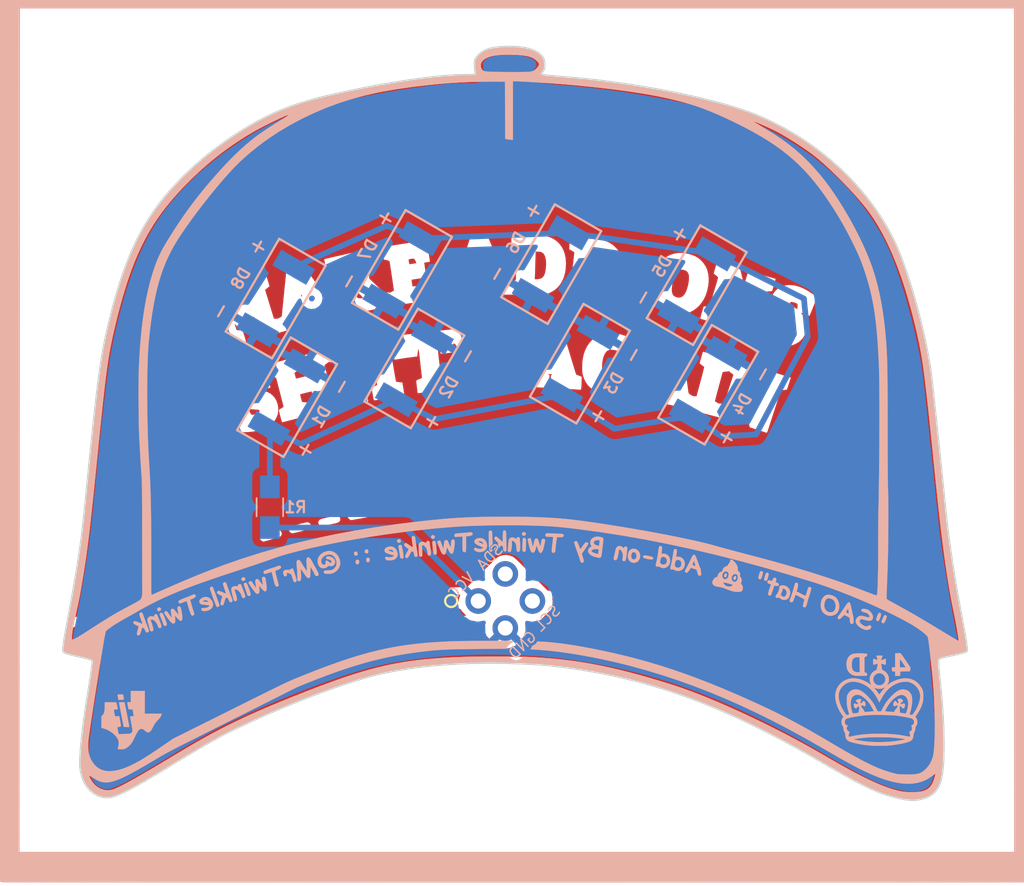
<source format=kicad_pcb>
(kicad_pcb (version 4) (host pcbnew 4.0.7)
  (layers (0 F.Cu signal hide) (31 B.Cu signal) (34 B.Paste user) (35 F.Paste user) (36 B.SilkS user) (37 F.SilkS user) (38 B.Mask user) (39 F.Mask user hide) (44 Edge.Cuts user))
  (net 0 "")
  (net 1 "Net-(D1-Pad1)")
  (net 2 "Net-(D1-Pad2)")
  (net 3 "Net-(R1-Pad1)")
  (module customparts:LED_OSRAM_TOPLED_LxT776 (layer B.Cu) (at 175.006 85.852 60)
    (fp_text reference D3 (at 0 2.6035 60) (layer B.SilkS) (effects (font (size 0.75 0.75)) (justify mirror)))
    (fp_text value LED)
    (fp_text user - (at 2.286 2.7305 60) (layer B.SilkS) (effects (justify mirror)))
    (fp_text user + (at -2.413 2.7305 60) (layer B.SilkS) (effects (justify mirror)))
    (pad 1 smd rect (at 2.4 0 60) (size 1.2 2.6) (layers B.Cu B.Paste B.Mask) (net 1 "Net-(D1-Pad1)"))
    (pad 2 smd rect (at -2.4 0 60) (size 1.2 2.6) (layers B.Cu B.Paste B.Mask) (net 2 "Net-(D1-Pad2)"))
  )
  (module customparts:LED_OSRAM_TOPLED_LxT776 (layer B.Cu) (at 182.753 80.645 240)
    (fp_text reference D5 (at 0.0635 2.6035 240) (layer B.SilkS) (effects (font (size 0.75 0.75)) (justify mirror)))
    (fp_text value LED)
    (fp_text user - (at 2.4765 2.7305 240) (layer B.SilkS) (effects (justify mirror)))
    (fp_text user + (at -2.3495 2.7305 240) (layer B.SilkS) (effects (justify mirror)))
    (pad 1 smd rect (at 2.4 0 240) (size 1.2 2.6) (layers B.Cu B.Paste B.Mask) (net 1 "Net-(D1-Pad1)"))
    (pad 2 smd rect (at -2.4 0 240) (size 1.2 2.6) (layers B.Cu B.Paste B.Mask) (net 2 "Net-(D1-Pad2)"))
  )
  (module customparts:LED_OSRAM_TOPLED_LxT776 (layer B.Cu) (at 173.101 79.248 240)
    (fp_text reference D6 (at -0.0635 2.7305 240) (layer B.SilkS) (effects (font (size 0.75 0.75)) (justify mirror)))
    (fp_text value LED)
    (fp_text user - (at 2.3495 2.8575 240) (layer B.SilkS) (effects (justify mirror)))
    (fp_text user + (at -2.4765 2.8575 240) (layer B.SilkS) (effects (justify mirror)))
    (pad 1 smd rect (at 2.4 0 240) (size 1.2 2.6) (layers B.Cu B.Paste B.Mask) (net 1 "Net-(D1-Pad1)"))
    (pad 2 smd rect (at -2.4 0 240) (size 1.2 2.6) (layers B.Cu B.Paste B.Mask) (net 2 "Net-(D1-Pad2)"))
  )
  (module customparts:LED_OSRAM_TOPLED_LxT776 (layer B.Cu) (at 163.195 79.629 240)
    (fp_text reference D7 (at 0 2.6035 240) (layer B.SilkS) (effects (font (size 0.75 0.75)) (justify mirror)))
    (fp_text value LED)
    (fp_text user - (at 2.413 2.7305 240) (layer B.SilkS) (effects (justify mirror)))
    (fp_text user + (at -2.413 2.7305 240) (layer B.SilkS) (effects (justify mirror)))
    (pad 1 smd rect (at 2.4 0 240) (size 1.2 2.6) (layers B.Cu B.Paste B.Mask) (net 1 "Net-(D1-Pad1)"))
    (pad 2 smd rect (at -2.4 0 240) (size 1.2 2.6) (layers B.Cu B.Paste B.Mask) (net 2 "Net-(D1-Pad2)"))
  )
  (module customparts:LED_OSRAM_TOPLED_LxT776 (layer B.Cu) (at 154.813 81.534 240)
    (fp_text reference D8 (at 0 2.667 240) (layer B.SilkS) (effects (font (size 0.75 0.75)) (justify mirror)))
    (fp_text value LED)
    (fp_text user - (at 2.54 2.794 240) (layer B.SilkS) (effects (justify mirror)))
    (fp_text user + (at -2.413 2.794 240) (layer B.SilkS) (effects (justify mirror)))
    (pad 1 smd rect (at 2.4 0 240) (size 1.2 2.6) (layers B.Cu B.Paste B.Mask) (net 1 "Net-(D1-Pad1)"))
    (pad 2 smd rect (at -2.4 0 240) (size 1.2 2.6) (layers B.Cu B.Paste B.Mask) (net 2 "Net-(D1-Pad2)"))
  )
  (module customparts:LED_OSRAM_TOPLED_LxT776 (layer B.Cu) (at 183.515 87.249 60)
    (fp_text reference D4 (at 0 2.6035 60) (layer B.SilkS) (effects (font (size 0.75 0.75)) (justify mirror)))
    (fp_text value LED)
    (fp_text user - (at 2.413 2.7305 60) (layer B.SilkS) (effects (justify mirror)))
    (fp_text user + (at -2.413 2.7305 60) (layer B.SilkS) (effects (justify mirror)))
    (pad 1 smd rect (at 2.4 0 60) (size 1.2 2.6) (layers B.Cu B.Paste B.Mask) (net 1 "Net-(D1-Pad1)"))
    (pad 2 smd rect (at -2.4 0 60) (size 1.2 2.6) (layers B.Cu B.Paste B.Mask) (net 2 "Net-(D1-Pad2)"))
  )
  (module customparts:LED_OSRAM_TOPLED_LxT776 (layer B.Cu) (at 164.0205 86.1695 60)
    (fp_text reference D2 (at 0.0635 2.6035 60) (layer B.SilkS) (effects (font (size 0.75 0.75)) (justify mirror)))
    (fp_text value LED)
    (fp_text user - (at 2.4765 2.6035 60) (layer B.SilkS) (effects (justify mirror)))
    (fp_text user + (at -2.4765 2.7305 60) (layer B.SilkS) (effects (justify mirror)))
    (pad 1 smd rect (at 2.4 0 60) (size 1.2 2.6) (layers B.Cu B.Paste B.Mask) (net 1 "Net-(D1-Pad1)"))
    (pad 2 smd rect (at -2.4 0 60) (size 1.2 2.6) (layers B.Cu B.Paste B.Mask) (net 2 "Net-(D1-Pad2)"))
  )
  (module customparts:LED_OSRAM_TOPLED_LxT776 (layer B.Cu) (at 155.575 88.0745 60)
    (fp_text reference D1 (at 0 2.6035 60) (layer B.SilkS) (effects (font (size 0.75 0.75)) (justify mirror)))
    (fp_text value LED)
    (fp_text user - (at 2.413 2.7305 60) (layer B.SilkS) (effects (justify mirror)))
    (fp_text user + (at -2.413 2.7305 60) (layer B.SilkS) (effects (justify mirror)))
    (pad 1 smd rect (at 2.4 0 60) (size 1.2 2.6) (layers B.Cu B.Paste B.Mask) (net 1 "Net-(D1-Pad1)"))
    (pad 2 smd rect (at -2.4 0 60) (size 1.2 2.6) (layers B.Cu B.Paste B.Mask) (net 2 "Net-(D1-Pad2)"))
  )
  (module Resistors_SMD:R_0805_HandSoldering (layer B.Cu) (at 154.432 95.377 90)
    (fp_text reference R1 (at 0 1.7 180) (layer B.SilkS) (effects (font (size 0.75 0.75)) (justify mirror)))
    (fp_text value 15)
    (pad 1 smd rect (at -1.35 0 90) (size 1.5 1.3) (layers B.Cu B.Paste B.Mask) (net 3 "Net-(R1-Pad1)"))
    (pad 2 smd rect (at 1.35 0 90) (size 1.5 1.3) (layers B.Cu B.Paste B.Mask) (net 2 "Net-(D1-Pad2)"))
  )
  (module badgelife:Badgelife-Shitty-2x2 (layer F.Cu) (at 170.053 101.6 45)
    (fp_text reference X1)
    (fp_text value Badgelife_shitty_connector)
    (fp_text user SDA (at 1.347038 -2.783879 45) (layer B.SilkS) (effects (font (size 0.7 0.7) (thickness 0.1)) (justify mirror)))
    (fp_text user SCL (at 1.167433 2.783879 45) (layer B.SilkS) (effects (font (size 0.7 0.7) (thickness 0.1)) (justify mirror)))
    (fp_text user GND (at -1.257236 2.873682 45) (layer B.SilkS) (effects (font (size 0.7 0.7) (thickness 0.1)) (justify mirror)))
    (fp_text user VCC (at -1.347038 -2.783879 45) (layer B.SilkS) (effects (font (size 0.7 0.7) (thickness 0.1)) (justify mirror)))
    (pad 4 thru_hole circle (at 1.27 -1.27 45) (size 1.7 1.7) (drill 1) (layers *.Cu *.Mask))
    (pad 3 thru_hole oval (at 1.27 1.27 45) (size 1.7 1.7) (drill 1) (layers *.Cu *.Mask))
    (pad 1 thru_hole oval (at -1.27 -1.27 45) (size 1.7 1.7) (drill 1) (layers *.Cu *.Mask) (net 3 "Net-(R1-Pad1)"))
    (pad 2 thru_hole oval (at -1.27 1.27 45) (size 1.7 1.7) (drill 1) (layers *.Cu *.Mask) (net 1 "Net-(D1-Pad1)"))
  )
  (module Badgelife_Hat_PCB:B.Silk_g1184 (layer F.Cu) (at 170.815 95.25)
    (fp_text reference B.Silk hide)
    (fp_text value LOGO hide)
  )
  (module Badgelife_Hat_PCB:F.Cu_g1186 (layer F.Cu) (at 170.815 95.25)
    (fp_text reference F.Cu hide)
    (fp_text value LOGO hide)
    (fp_poly (pts (xy 1.464683 -34.977916) (xy 2.877059 -34.977912) (xy 4.248317 -34.977904) (xy 5.579067 -34.977891) (xy 6.869917 -34.977874) (xy 8.121474 -34.977851) (xy 9.334348 -34.977822) (xy 10.509146 -34.977786) (xy 11.646476 -34.977742) (xy 12.746947 -34.97769) (xy 13.811168 -34.977629) (xy 14.839745 -34.977558) (xy 15.833288 -34.977477) (xy 16.792405 -34.977385) (xy 17.717703 -34.977281) (xy 18.609792 -34.977165) (xy 19.46928 -34.977036) (xy 20.296774 -34.976894) (xy 21.092882 -34.976737) (xy 21.858215 -34.976566) (xy 22.593378 -34.976378) (xy 23.298981 -34.976175) (xy 23.975632 -34.975954) (xy 24.623939 -34.975716) (xy 25.24451 -34.97546) (xy 25.837954 -34.975185) (xy 26.404879 -34.97489) (xy 26.945893 -34.974575) (xy 27.461604 -34.974239) (xy 27.952621 -34.973882) (xy 28.419551 -34.973502) (xy 28.863003 -34.9731) (xy 29.283586 -34.972674) (xy 29.681907 -34.972223) (xy 30.058575 -34.971748) (xy 30.414197 -34.971247) (xy 30.749383 -34.97072) (xy 31.06474 -34.970167) (xy 31.360877 -34.969585) (xy 31.638402 -34.968976) (xy 31.897922 -34.968337) (xy 32.140048 -34.96767) (xy 32.365385 -34.966972) (xy 32.574544 -34.966243) (xy 32.768132 -34.965482) (xy 32.946756 -34.96469) (xy 33.111027 -34.963864) (xy 33.261551 -34.963005) (xy 33.398937 -34.962112) (xy 33.523794 -34.961185) (xy 33.636729 -34.960221) (xy 33.73835 -34.959222) (xy 33.829267 -34.958185) (xy 33.910087 -34.957112) (xy 33.981418 -34.956) (xy 34.043868 -34.954849) (xy 34.098047 -34.953659) (xy 34.144562 -34.952429) (xy 34.184021 -34.951158) (xy 34.217033 -34.949845) (xy 34.244206 -34.948491) (xy 34.266147 -34.947093) (xy 34.283466 -34.945652) (xy 34.296771 -34.944168) (xy 34.306669 -34.942638) (xy 34.313769 -34.941063) (xy 34.3156 -34.940533) (xy 34.47624 -34.870458) (xy 34.628687 -34.765494) (xy 34.765097 -34.633084) (xy 34.877625 -34.480673) (xy 34.949349 -34.339197) (xy 34.999083 -34.215917) (xy 35.004595 -5.058834) (xy 35.00486 -3.595974) (xy 35.005096 -2.175102) (xy 35.005301 -0.79587) (xy 35.005475 0.542069) (xy 35.005619 1.839059) (xy 35.005731 3.095449) (xy 35.005813 4.311584) (xy 35.005863 5.487811) (xy 35.005881 6.624476) (xy 35.005868 7.721926) (xy 35.005823 8.780507) (xy 35.005745 9.800566) (xy 35.005635 10.782448) (xy 35.005492 11.726502) (xy 35.005317 12.633072) (xy 35.005108 13.502506) (xy 35.004866 14.335149) (xy 35.004591 15.131349) (xy 35.004282 15.891452) (xy 35.003939 16.615804) (xy 35.003563 17.304751) (xy 35.003151 17.958641) (xy 35.002706 18.57782) (xy 35.002225 19.162633) (xy 35.00171 19.713428) (xy 35.00116 20.230551) (xy 35.000574 20.714348) (xy 34.999953 21.165166) (xy 34.999296 21.583352) (xy 34.998603 21.969251) (xy 34.997874 22.32321) (xy 34.997108 22.645576) (xy 34.996307 22.936695) (xy 34.995468 23.196914) (xy 34.994592 23.426579) (xy 34.993679 23.626036) (xy 34.992729 23.795632) (xy 34.991741 23.935713) (xy 34.990716 24.046626) (xy 34.989652 24.128718) (xy 34.98855 24.182334) (xy 34.98741 24.207821) (xy 34.987164 24.209641) (xy 34.927939 24.395823) (xy 34.833011 24.565793) (xy 34.707424 24.714819) (xy 34.556223 24.838167) (xy 34.38445 24.931105) (xy 34.197152 24.9889) (xy 34.147524 24.997443) (xy 34.121045 24.998224) (xy 34.053099 24.998988) (xy 33.944548 24.999735) (xy 33.796258 25.000465) (xy 33.609091 25.001178) (xy 33.383912 25.001875) (xy 33.121585 25.002554) (xy 32.822974 25.003218) (xy 32.488942 25.003864) (xy 32.120354 25.004493) (xy 31.718073 25.005106) (xy 31.282964 25.005703) (xy 30.81589 25.006282) (xy 30.317715 25.006845) (xy 29.789304 25.007391) (xy 29.231519 25.007921) (xy 28.645225 25.008434) (xy 28.031287 25.00893) (xy 27.390567 25.00941) (xy 26.723929 25.009873) (xy 26.032239 25.01032) (xy 25.316359 25.01075) (xy 24.577153 25.011163) (xy 23.815486 25.011561) (xy 23.032221 25.011941) (xy 22.228222 25.012305) (xy 21.404353 25.012653) (xy 20.561479 25.012984) (xy 19.700462 25.013299) (xy 18.822168 25.013597) (xy 17.927459 25.013879) (xy 17.0172 25.014145) (xy 16.092254 25.014394) (xy 15.153486 25.014627) (xy 14.20176 25.014844) (xy 13.237939 25.015044) (xy 12.262887 25.015228) (xy 11.277469 25.015395) (xy 10.282547 25.015547) (xy 9.278987 25.015682) (xy 8.267652 25.0158) (xy 7.249406 25.015903) (xy 6.225112 25.015989) (xy 5.195635 25.01606) (xy 4.161839 25.016114) (xy 3.124588 25.016151) (xy 2.084745 25.016173) (xy 1.043174 25.016179) (xy 0.00074 25.016168) (xy -1.041694 25.016141) (xy -2.083264 25.016099) (xy -3.123106 25.01604) (xy -4.160356 25.015965) (xy -5.19415 25.015874) (xy -6.223624 25.015767) (xy -7.247914 25.015644) (xy -8.266157 25.015505) (xy -9.277488 25.01535) (xy -10.281043 25.015179) (xy -11.275959 25.014992) (xy -12.261372 25.014789) (xy -13.236417 25.014571) (xy -14.200232 25.014336) (xy -15.151951 25.014086) (xy -16.090711 25.013819) (xy -17.015648 25.013537) (xy -17.925898 25.013239) (xy -18.820598 25.012925) (xy -19.698883 25.012595) (xy -20.559889 25.01225) (xy -21.402753 25.011888) (xy -22.22661 25.011511) (xy -23.030597 25.011118) (xy -23.81385 25.01071) (xy -24.575504 25.010285) (xy -25.314697 25.009845) (xy -26.030563 25.00939) (xy -26.722239 25.008918) (xy -27.388862 25.008431) (xy -28.029566 25.007929) (xy -28.643489 25.00741) (xy -29.229767 25.006876) (xy -29.787535 25.006327) (xy -30.315929 25.005762) (xy -30.814086 25.005181) (xy -31.281142 25.004585) (xy -31.716232 25.003973) (xy -32.118494 25.003346) (xy -32.487062 25.002703) (xy -32.821073 25.002045) (xy -33.119664 25.001371) (xy -33.381969 25.000682) (xy -33.607126 24.999977) (xy -33.794271 24.999257) (xy -33.942538 24.998522) (xy -34.051066 24.997771) (xy -34.118988 24.997005) (xy -34.145443 24.996223) (xy -34.14545 24.996222) (xy -34.325448 24.949173) (xy -34.494591 24.86547) (xy -34.647299 24.750462) (xy -34.777992 24.609497) (xy -34.881091 24.447925) (xy -34.951014 24.271094) (xy -34.965994 24.209641) (xy -34.967143 24.190047) (xy -34.968252 24.142374) (xy -34.969324 24.066276) (xy -34.970358 23.961407) (xy -34.971353 23.827421) (xy -34.972311 23.663972) (xy -34.973232 23.470714) (xy -34.974116 23.247302) (xy -34.974912 23.008166) (xy -32.99885 23.008166) (xy 33.020015 23.008166) (xy 33.014716 -4.990042) (xy 33.009416 -32.98825) (xy -32.98825 -32.98825) (xy -32.99885 23.008166) (xy -34.974912 23.008166) (xy -34.974962 22.993389) (xy -34.975772 22.708629) (xy -34.976545 22.392676) (xy -34.977281 22.045185) (xy -34.977982 21.665809) (xy -34.978646 21.254202) (xy -34.979275 20.810019) (xy -34.979868 20.332913) (xy -34.980426 19.822538) (xy -34.980949 19.27855) (xy -34.981436 18.7006) (xy -34.981889 18.088345) (xy -34.982308 17.441436) (xy -34.982692 16.75953) (xy -34.983042 16.042279) (xy -34.983358 15.289338) (xy -34.98364 14.50036) (xy -34.983889 13.675001) (xy -34.984104 12.812913) (xy -34.984287 11.913751) (xy -34.984436 10.977169) (xy -34.984553 10.00282) (xy -34.984638 8.99036) (xy -34.98469 7.939441) (xy -34.98471 6.849719) (xy -34.984698 5.720846) (xy -34.984654 4.552478) (xy -34.984579 3.344267) (xy -34.984473 2.095869) (xy -34.984336 0.806937) (xy -34.984168 -0.522875) (xy -34.983969 -1.893913) (xy -34.98374 -3.306522) (xy -34.983481 -4.76105) (xy -34.983425 -5.058834) (xy -34.977917 -34.215917) (xy -34.928184 -34.339197) (xy -34.838368 -34.510078) (xy -34.716608 -34.664064) (xy -34.570196 -34.794216) (xy -34.406422 -34.893598) (xy -34.300584 -34.936319) (xy -34.294924 -34.938086) (xy -34.288487 -34.939803) (xy -34.28066 -34.941469) (xy -34.270835 -34.943086) (xy -34.258401 -34.944655) (xy -34.242746 -34.946176) (xy -34.223261 -34.94765) (xy -34.199336 -34.949077) (xy -34.17036 -34.950459) (xy -34.135722 -34.951796) (xy -34.094812 -34.953089) (xy -34.04702 -34.954338) (xy -33.991735 -34.955545) (xy -33.928347 -34.95671) (xy -33.856245 -34.957834) (xy -33.77482 -34.958917) (xy -33.68346 -34.959961) (xy -33.581555 -34.960966) (xy -33.468495 -34.961932) (xy -33.343669 -34.962861) (xy -33.206467 -34.963754) (xy -33.056279 -34.96461) (xy -32.892494 -34.965431) (xy -32.714501 -34.966218) (xy -32.521691 -34.966971) (xy -32.313453 -34.967691) (xy -32.089176 -34.968379) (xy -31.84825 -34.969035) (xy -31.590064 -34.96966) (xy -31.314009 -34.970255) (xy -31.019474 -34.970821) (xy -30.705848 -34.971359) (xy -30.37252 -34.971868) (xy -30.018882 -34.972351) (xy -29.644321 -34.972807) (xy -29.248228 -34.973237) (xy -28.829993 -34.973643) (xy -28.389004 -34.974024) (xy -27.924651 -34.974382) (xy -27.436325 -34.974718) (xy -26.923414 -34.975031) (xy -26.385309 -34.975324) (xy -25.821398 -34.975596) (xy -25.231071 -34.975848) (xy -24.613719 -34.976081) (xy -23.96873 -34.976296) (xy -23.295494 -34.976494) (xy -22.5934 -34.976674) (xy -21.861839 -34.976839) (xy -21.1002 -34.976989) (xy -20.307872 -34.977124) (xy -19.484246 -34.977245) (xy -18.628709 -34.977354) (xy -17.740653 -34.97745) (xy -16.819467 -34.977534) (xy -15.86454 -34.977608) (xy -14.875262 -34.977671) (xy -13.851023 -34.977725) (xy -12.791211 -34.977771) (xy -11.695218 -34.977809) (xy -10.562431 -34.977839) (xy -9.392242 -34.977864) (xy -8.184038 -34.977882) (xy -6.937211 -34.977896) (xy -5.65115 -34.977906) (xy -4.325243 -34.977912) (xy -2.958882 -34.977915) (xy -1.551454 -34.977917) (xy 0.010583 -34.977917) (xy 1.464683 -34.977916)) (layer F.Cu) (width 0.01))
    (fp_poly (pts (xy -1.298102 9.536522) (xy -0.889231 9.537438) (xy -0.516587 9.539116) (xy -0.177119 9.541658) (xy 0.132226 9.545166) (xy 0.414498 9.549742) (xy 0.672749 9.555487) (xy 0.91003 9.562504) (xy 1.129394 9.570893) (xy 1.333891 9.580756) (xy 1.526572 9.592196) (xy 1.710489 9.605314) (xy 1.888695 9.620211) (xy 2.064239 9.636989) (xy 2.240173 9.655751) (xy 2.402416 9.674541) (xy 3.588343 9.836607) (xy 4.781866 10.039829) (xy 5.981972 10.283914) (xy 7.187649 10.568568) (xy 8.397883 10.893499) (xy 9.61166 11.258414) (xy 10.827969 11.663019) (xy 12.045795 12.107023) (xy 13.264126 12.590131) (xy 14.481948 13.112052) (xy 14.82725 13.267165) (xy 15.510519 13.582689) (xy 16.185182 13.905502) (xy 16.857064 14.23864) (xy 17.53199 14.58514) (xy 18.215785 14.948036) (xy 18.914272 15.330366) (xy 19.633277 15.735164) (xy 20.298833 16.118926) (xy 20.664389 16.331393) (xy 20.996881 16.523522) (xy 21.299396 16.697001) (xy 21.57502 16.853519) (xy 21.826841 16.994764) (xy 22.057946 17.122424) (xy 22.271421 17.238188) (xy 22.470355 17.343743) (xy 22.657833 17.44078) (xy 22.836944 17.530985) (xy 23.010774 17.616048) (xy 23.182411 17.697656) (xy 23.203192 17.707384) (xy 23.675885 17.91743) (xy 24.123824 18.093963) (xy 24.547962 18.237108) (xy 24.94925 18.346988) (xy 25.328639 18.423728) (xy 25.687082 18.46745) (xy 26.025529 18.478279) (xy 26.344934 18.456338) (xy 26.646246 18.401751) (xy 26.930419 18.314641) (xy 27.148953 18.220196) (xy 27.235957 18.17269) (xy 27.342071 18.107777) (xy 27.453246 18.034367) (xy 27.54612 17.968322) (xy 27.629968 17.906523) (xy 27.700985 17.855042) (xy 27.752628 17.818561) (xy 27.778352 17.801757) (xy 27.779874 17.801166) (xy 27.778256 17.820268) (xy 27.767427 17.872229) (xy 27.749195 17.949033) (xy 27.726246 18.039291) (xy 27.657597 18.264534) (xy 27.578908 18.451626) (xy 27.488592 18.603898) (xy 27.411949 18.69759) (xy 27.29338 18.804527) (xy 27.161238 18.885164) (xy 27.004085 18.945913) (xy 26.93401 18.965479) (xy 26.865519 18.981707) (xy 26.796213 18.994816) (xy 26.718066 19.005735) (xy 26.62305 19.015391) (xy 26.503139 19.024714) (xy 26.350308 19.034633) (xy 26.32075 19.036428) (xy 26.256368 19.037764) (xy 26.163114 19.036486) (xy 26.054346 19.032893) (xy 25.960916 19.028316) (xy 25.771012 19.014712) (xy 25.603744 18.995708) (xy 25.444381 18.968727) (xy 25.278194 18.931193) (xy 25.090452 18.880528) (xy 25.05075 18.869095) (xy 24.789045 18.789001) (xy 24.528784 18.700584) (xy 24.263881 18.601358) (xy 23.988253 18.488835) (xy 23.695815 18.360527) (xy 23.380484 18.213946) (xy 23.036175 18.046604) (xy 23.021344 18.03926) (xy 22.862052 17.959955) (xy 22.709976 17.883356) (xy 22.561878 17.807673) (xy 22.414518 17.73112) (xy 22.264656 17.651907) (xy 22.109053 17.568246) (xy 21.94447 17.478349) (xy 21.767666 17.380429) (xy 21.575404 17.272695) (xy 21.364442 17.153361) (xy 21.131542 17.020639) (xy 20.873465 16.872739) (xy 20.58697 16.707873) (xy 20.268819 16.524254) (xy 20.09775 16.425368) (xy 19.487795 16.078313) (xy 18.857991 15.730842) (xy 18.212326 15.38483) (xy 17.554788 15.042151) (xy 16.889364 14.704678) (xy 16.220042 14.374287) (xy 15.55081 14.052852) (xy 14.885655 13.742246) (xy 14.228565 13.444344) (xy 13.583529 13.161019) (xy 12.954533 12.894148) (xy 12.345565 12.645602) (xy 11.760614 12.417257) (xy 11.203666 12.210988) (xy 10.911416 12.107866) (xy 10.657149 12.021776) (xy 10.369023 11.927605) (xy 10.054245 11.827549) (xy 9.720024 11.723806) (xy 9.373567 11.61857) (xy 9.022083 11.514039) (xy 8.672778 11.412409) (xy 8.332861 11.315877) (xy 8.105128 11.252722) (xy 7.39357 11.063037) (xy 6.712018 10.89303) (xy 6.05362 10.741557) (xy 5.411523 10.607472) (xy 4.778875 10.489632) (xy 4.148824 10.386892) (xy 3.514518 10.298107) (xy 2.869105 10.222133) (xy 2.205732 10.157824) (xy 1.517547 10.104037) (xy 1.04775 10.073823) (xy 0.922214 10.06782) (xy 0.758835 10.062285) (xy 0.562099 10.057241) (xy 0.336494 10.052712) (xy 0.086507 10.048719) (xy -0.183375 10.045286) (xy -0.468665 10.042435) (xy -0.764875 10.040188) (xy -1.067518 10.038569) (xy -1.372107 10.0376) (xy -1.674155 10.037304) (xy -1.969175 10.037703) (xy -2.252678 10.03882) (xy -2.520179 10.040677) (xy -2.76719 10.043298) (xy -2.989223 10.046705) (xy -3.181792 10.050921) (xy -3.229211 10.052231) (xy -3.838964 10.072734) (xy -4.419707 10.098302) (xy -4.974802 10.12967) (xy -5.507612 10.167576) (xy -6.021498 10.212753) (xy -6.519824 10.265937) (xy -7.005953 10.327865) (xy -7.483246 10.399271) (xy -7.955067 10.480891) (xy -8.424778 10.573461) (xy -8.895741 10.677717) (xy -9.371319 10.794393) (xy -9.854876 10.924225) (xy -10.349772 11.067949) (xy -10.859371 11.226301) (xy -11.387036 11.400016) (xy -11.936129 11.589829) (xy -12.510013 11.796476) (xy -13.11205 12.020693) (xy -13.745602 12.263216) (xy -14.266334 12.466555) (xy -14.928165 12.72908) (xy -15.553228 12.98164) (xy -16.145395 13.22611) (xy -16.708541 13.464366) (xy -17.246539 13.698283) (xy -17.763265 13.929738) (xy -18.262591 14.160606) (xy -18.748392 14.392764) (xy -19.224542 14.628087) (xy -19.694916 14.868451) (xy -20.163386 15.115733) (xy -20.633827 15.371807) (xy -21.110113 15.63855) (xy -21.596118 15.917838) (xy -22.095716 16.211547) (xy -22.500167 16.453566) (xy -22.984423 16.744757) (xy -23.434255 17.013913) (xy -23.850945 17.261746) (xy -24.235772 17.488968) (xy -24.590018 17.69629) (xy -24.914962 17.884422) (xy -25.211885 18.054077) (xy -25.482068 18.205965) (xy -25.72679 18.340799) (xy -25.947333 18.459288) (xy -26.144977 18.562146) (xy -26.321002 18.650082) (xy -26.476689 18.723808) (xy -26.613318 18.784036) (xy -26.732169 18.831476) (xy -26.834523 18.866841) (xy -26.856224 18.873448) (xy -27.048205 18.908849) (xy -27.246739 18.906092) (xy -27.445779 18.867434) (xy -27.639277 18.795132) (xy -27.821185 18.691443) (xy -27.985457 18.558623) (xy -28.125378 18.399834) (xy -28.206608 18.284226) (xy -28.273248 18.178771) (xy -28.323065 18.088021) (xy -28.353828 18.016529) (xy -28.363304 17.968848) (xy -28.349263 17.949531) (xy -28.346214 17.949333) (xy -28.320817 17.959697) (xy -28.270401 17.986916) (xy -28.205703 18.025182) (xy -28.203339 18.026634) (xy -28.121317 18.076982) (xy -28.023298 18.137048) (xy -27.929415 18.194495) (xy -27.922466 18.198742) (xy -27.740349 18.294438) (xy -27.556449 18.358162) (xy -27.366077 18.390031) (xy -27.164546 18.39016) (xy -26.947165 18.358666) (xy -26.709247 18.295665) (xy -26.52895 18.233245) (xy -26.407687 18.186023) (xy -26.280627 18.132765) (xy -26.145588 18.072271) (xy -26.000389 18.003338) (xy -25.842846 17.924764) (xy -25.670777 17.835348) (xy -25.482001 17.733889) (xy -25.274335 17.619183) (xy -25.045596 17.490031) (xy -24.793603 17.345229) (xy -24.516174 17.183577) (xy -24.211126 17.003872) (xy -23.876277 16.804914) (xy -23.509445 16.585499) (xy -23.20925 16.405124) (xy -22.649584 16.070115) (xy -22.120106 15.757175) (xy -21.616382 15.464015) (xy -21.133978 15.188344) (xy -20.66846 14.927872) (xy -20.215396 14.680308) (xy -19.770351 14.44336) (xy -19.328891 14.21474) (xy -18.886583 13.992155) (xy -18.438993 13.773316) (xy -17.981688 13.555931) (xy -17.510232 13.337711) (xy -17.020194 13.116364) (xy -16.507138 12.8896) (xy -15.966632 12.655128) (xy -15.872139 12.614527) (xy -15.19364 12.325823) (xy -14.549422 12.056956) (xy -13.936827 11.807089) (xy -13.353194 11.575387) (xy -12.795862 11.361014) (xy -12.262171 11.163134) (xy -11.749461 10.980911) (xy -11.255072 10.813508) (xy -10.776343 10.660091) (xy -10.310614 10.519824) (xy -9.855225 10.39187) (xy -9.407515 10.275393) (xy -8.964824 10.169558) (xy -8.524492 10.073528) (xy -8.083858 9.986469) (xy -7.640262 9.907543) (xy -7.191045 9.835915) (xy -6.88975 9.792172) (xy -6.630898 9.756547) (xy -6.386905 9.724331) (xy -6.154416 9.695357) (xy -5.930075 9.669459) (xy -5.710525 9.646469) (xy -5.49241 9.62622) (xy -5.272374 9.608545) (xy -5.047059 9.593278) (xy -4.81311 9.580251) (xy -4.56717 9.569298) (xy -4.305884 9.56025) (xy -4.025894 9.552942) (xy -3.723844 9.547207) (xy -3.396378 9.542877) (xy -3.040139 9.539785) (xy -2.651772 9.537764) (xy -2.227919 9.536648) (xy -1.765225 9.53627) (xy -1.74625 9.536268) (xy -1.298102 9.536522)) (layer F.Cu) (width 0.01))
    (fp_poly (pts (xy 0.077731 1.327721) (xy 0.456405 1.333526) (xy 0.828709 1.341636) (xy 1.16464 1.350355) (xy 1.470158 1.360057) (xy 1.751221 1.371117) (xy 2.013791 1.383907) (xy 2.263826 1.398801) (xy 2.507287 1.416173) (xy 2.750132 1.436397) (xy 2.998321 1.459847) (xy 3.257814 1.486895) (xy 3.534571 1.517915) (xy 3.693583 1.536484) (xy 5.191489 1.730165) (xy 6.711298 1.959858) (xy 8.25275 2.225504) (xy 9.815587 2.527047) (xy 11.399549 2.864428) (xy 13.004377 3.23759) (xy 14.629814 3.646475) (xy 16.2756 4.091024) (xy 17.941476 4.571181) (xy 19.627184 5.086887) (xy 19.695583 5.108431) (xy 19.875727 5.165994) (xy 20.063922 5.227479) (xy 20.250576 5.289656) (xy 20.426098 5.3493) (xy 20.580896 5.40318) (xy 20.705379 5.44807) (xy 20.711583 5.450373) (xy 20.835252 5.496228) (xy 20.949421 5.538297) (xy 21.046538 5.573817) (xy 21.119052 5.600025) (xy 21.159261 5.614111) (xy 21.203624 5.632575) (xy 21.215521 5.656185) (xy 21.205325 5.695276) (xy 21.197268 5.74564) (xy 21.194361 5.827956) (xy 21.195948 5.932425) (xy 21.201374 6.049248) (xy 21.209985 6.168627) (xy 21.221125 6.280764) (xy 21.23414 6.375861) (xy 21.248374 6.444118) (xy 21.25695 6.467587) (xy 21.313591 6.535004) (xy 21.392219 6.574448) (xy 21.481746 6.584367) (xy 21.571082 6.563209) (xy 21.637291 6.520803) (xy 21.706416 6.458773) (xy 21.701192 6.140138) (xy 21.695968 5.821504) (xy 21.807025 5.865134) (xy 21.958682 5.925574) (xy 22.138428 5.99863) (xy 22.339082 6.081271) (xy 22.553462 6.170467) (xy 22.77439 6.263186) (xy 22.994683 6.356398) (xy 23.207161 6.447072) (xy 23.404644 6.532178) (xy 23.579949 6.608684) (xy 23.725898 6.673561) (xy 23.772203 6.694551) (xy 23.932991 6.767958) (xy 23.944732 7.10631) (xy 23.951228 7.253988) (xy 23.959437 7.364475) (xy 23.969928 7.442901) (xy 23.983272 7.494392) (xy 23.989388 7.508309) (xy 24.035559 7.563516) (xy 24.104357 7.610664) (xy 24.177135 7.638214) (xy 24.204083 7.641166) (xy 24.26336 7.628086) (xy 24.331005 7.595725) (xy 24.388249 7.554405) (xy 24.41119 7.527282) (xy 24.422582 7.488436) (xy 24.433494 7.418025) (xy 24.442539 7.326807) (xy 24.4475 7.246005) (xy 24.458083 7.009593) (xy 24.92375 7.23722) (xy 25.273973 7.412118) (xy 25.603321 7.584019) (xy 25.90972 7.751614) (xy 26.191097 7.913597) (xy 26.445379 8.068659) (xy 26.670494 8.215491) (xy 26.864367 8.352788) (xy 27.024925 8.479239) (xy 27.150097 8.593538) (xy 27.237808 8.694376) (xy 27.241485 8.699479) (xy 27.253883 8.719358) (xy 27.265339 8.74467) (xy 27.276387 8.778896) (xy 27.287561 8.825521) (xy 27.299397 8.888027) (xy 27.312429 8.969899) (xy 27.327192 9.074619) (xy 27.344222 9.205671) (xy 27.364052 9.366538) (xy 27.387218 9.560705) (xy 27.414255 9.791653) (xy 27.42999 9.927166) (xy 27.478701 10.354101) (xy 27.521579 10.745457) (xy 27.559097 11.107514) (xy 27.591726 11.446554) (xy 27.619938 11.768858) (xy 27.644208 12.080708) (xy 27.665006 12.388386) (xy 27.682805 12.698171) (xy 27.698079 13.016347) (xy 27.711298 13.349193) (xy 27.722936 13.702992) (xy 27.72848 13.895916) (xy 27.735826 14.244519) (xy 27.738713 14.587934) (xy 27.737297 14.921822) (xy 27.731731 15.241845) (xy 27.722172 15.543662) (xy 27.708775 15.822935) (xy 27.691696 16.075324) (xy 27.671088 16.29649) (xy 27.647109 16.482095) (xy 27.632984 16.565097) (xy 27.571263 16.797352) (xy 27.477465 17.022098) (xy 27.356134 17.23222) (xy 27.211817 17.420604) (xy 27.049059 17.580136) (xy 26.926317 17.671009) (xy 26.813622 17.736712) (xy 26.703224 17.783695) (xy 26.580732 17.816804) (xy 26.431758 17.84089) (xy 26.416555 17.842781) (xy 26.325995 17.850548) (xy 26.204963 17.85624) (xy 26.062848 17.859868) (xy 25.909036 17.861446) (xy 25.752915 17.860986) (xy 25.603873 17.8585) (xy 25.471297 17.854) (xy 25.364574 17.8475) (xy 25.307108 17.841313) (xy 25.151021 17.811944) (xy 24.964454 17.765784) (xy 24.754705 17.705147) (xy 24.529069 17.632351) (xy 24.294844 17.549711) (xy 24.059326 17.459544) (xy 23.90438 17.39605) (xy 23.722206 17.317558) (xy 23.538317 17.234697) (xy 23.349661 17.14583) (xy 23.153188 17.049321) (xy 22.945847 16.943533) (xy 22.724589 16.826829) (xy 22.486361 16.697572) (xy 22.228115 16.554127) (xy 21.9468 16.394855) (xy 21.639364 16.218121) (xy 21.302757 16.022289) (xy 20.93393 15.80572) (xy 20.870333 15.768215) (xy 20.400081 15.491896) (xy 19.960641 15.236292) (xy 19.547366 14.998989) (xy 19.15561 14.777576) (xy 18.780726 14.569642) (xy 18.533194 14.435269) (xy 22.780198 14.435269) (xy 22.794599 14.522336) (xy 22.838263 14.605374) (xy 22.913232 14.662576) (xy 22.992821 14.690281) (xy 23.066809 14.700924) (xy 23.170502 14.706842) (xy 23.29156 14.708239) (xy 23.417641 14.705317) (xy 23.536406 14.69828) (xy 23.635514 14.687331) (xy 23.680425 14.678965) (xy 23.807364 14.639708) (xy 23.937815 14.583592) (xy 24.055315 14.518436) (xy 24.126463 14.467144) (xy 24.191994 14.388522) (xy 24.222378 14.298945) (xy 24.2181 14.207651) (xy 24.179645 14.123879) (xy 24.1075 14.056867) (xy 24.104815 14.055209) (xy 24.029906 14.0211) (xy 23.958556 14.017588) (xy 23.879271 14.045621) (xy 23.822233 14.078534) (xy 23.741471 14.127479) (xy 23.671008 14.162673) (xy 23.601163 14.186244) (xy 23.522255 14.20032) (xy 23.424604 14.207029) (xy 23.298528 14.208499) (xy 23.233021 14.208049) (xy 22.918127 14.204949) (xy 22.858397 14.264679) (xy 22.799144 14.346173) (xy 22.780198 14.435269) (xy 18.533194 14.435269) (xy 18.418068 14.372773) (xy 18.062989 14.184558) (xy 17.710843 14.002585) (xy 17.356983 13.824442) (xy 17.152979 13.724357) (xy 20.91699 13.724357) (xy 20.93184 13.816024) (xy 20.953171 13.858208) (xy 20.972191 13.884308) (xy 20.998139 13.910039) (xy 21.035275 13.93775) (xy 21.087861 13.96979) (xy 21.160157 14.008509) (xy 21.256426 14.056254) (xy 21.380927 14.115376) (xy 21.537922 14.188223) (xy 21.62175 14.226771) (xy 21.770798 14.29365) (xy 21.888357 14.342127) (xy 21.980358 14.373603) (xy 22.052727 14.389478) (xy 22.111395 14.391151) (xy 22.162289 14.380023) (xy 22.200341 14.363389) (xy 22.268059 14.306924) (xy 22.307251 14.229257) (xy 22.317014 14.141268) (xy 22.296446 14.053833) (xy 22.244643 13.97783) (xy 22.233213 13.967299) (xy 22.199197 13.945968) (xy 22.135033 13.912483) (xy 22.049541 13.87123) (xy 21.95154 13.826592) (xy 21.93925 13.821169) (xy 21.813964 13.765033) (xy 21.674527 13.700889) (xy 21.540245 13.637692) (xy 21.454576 13.596327) (xy 21.331377 13.538564) (xy 21.236992 13.502186) (xy 21.164132 13.486474) (xy 21.105509 13.490705) (xy 21.053834 13.514159) (xy 21.006299 13.551971) (xy 20.942172 13.634252) (xy 20.91699 13.724357) (xy 17.152979 13.724357) (xy 16.996762 13.647717) (xy 16.625534 13.469998) (xy 16.238652 13.288873) (xy 15.83147 13.10193) (xy 15.399341 12.906757) (xy 15.339249 12.879916) (xy 19.1135 12.879916) (xy 19.116227 12.928785) (xy 19.127059 12.971533) (xy 19.149975 13.011088) (xy 19.18895 13.050377) (xy 19.247962 13.092325) (xy 19.330988 13.139858) (xy 19.442005 13.195904) (xy 19.584991 13.263389) (xy 19.71675 13.323792) (xy 19.852871 13.384751) (xy 19.979078 13.439347) (xy 20.089416 13.485158) (xy 20.17793 13.519759) (xy 20.238666 13.540728) (xy 20.262842 13.54606) (xy 20.325217 13.536456) (xy 20.384192 13.514558) (xy 20.453179 13.456315) (xy 20.497097 13.370942) (xy 20.5105 13.281017) (xy 20.506265 13.237007) (xy 20.491004 13.19654) (xy 20.460878 13.156954) (xy 20.41205 13.115589) (xy 20.340683 13.069783) (xy 20.24294 13.016874) (xy 20.114983 12.954201) (xy 19.952974 12.879103) (xy 19.889314 12.850204) (xy 19.737466 12.781891) (xy 19.618701 12.72959) (xy 19.533732 12.693905) (xy 21.009936 12.693905) (xy 21.010768 12.698383) (xy 21.039635 12.766119) (xy 21.091065 12.828844) (xy 21.151439 12.871548) (xy 21.175273 12.879711) (xy 21.258635 12.895899) (xy 21.332672 12.905071) (xy 21.409441 12.907471) (xy 21.501001 12.903342) (xy 21.619407 12.892927) (xy 21.654488 12.889383) (xy 21.790963 12.869731) (xy 21.934203 12.839432) (xy 22.073332 12.801612) (xy 22.19747 12.7594) (xy 22.29574 12.715923) (xy 22.331825 12.694653) (xy 22.390559 12.643896) (xy 22.439394 12.583723) (xy 22.44307 12.577691) (xy 22.471243 12.491638) (xy 22.465429 12.429894) (xy 24.134817 12.429894) (xy 24.138448 12.519975) (xy 24.142839 12.589961) (xy 24.146742 12.692133) (xy 24.14989 12.816344) (xy 24.152018 12.952446) (xy 24.152824 13.069025) (xy 24.15425 13.200754) (xy 24.157589 13.317769) (xy 24.162488 13.413038) (xy 24.168592 13.479534) (xy 24.175027 13.509366) (xy 24.21894 13.558341) (xy 24.286387 13.60125) (xy 24.358801 13.627585) (xy 24.390342 13.631254) (xy 24.452754 13.621257) (xy 24.511692 13.599225) (xy 24.55081 13.576768) (xy 24.58168 13.551136) (xy 24.605222 13.517378) (xy 24.622357 13.470543) (xy 24.634006 13.405678) (xy 24.641091 13.317832) (xy 24.644532 13.202054) (xy 24.64525 13.053392) (xy 24.64432 12.886146) (xy 24.642489 12.704799) (xy 24.639496 12.560709) (xy 24.634351 12.448799) (xy 24.626065 12.363994) (xy 24.613647 12.301218) (xy 24.596109 12.255394) (xy 24.57246 12.221446) (xy 24.54171 12.194298) (xy 24.50468 12.169976) (xy 24.417966 12.134019) (xy 24.334605 12.137862) (xy 24.261017 12.171375) (xy 24.19148 12.232794) (xy 24.149929 12.3175) (xy 24.134817 12.429894) (xy 22.465429 12.429894) (xy 22.462963 12.403711) (xy 22.422495 12.32361) (xy 22.354106 12.261034) (xy 22.291303 12.232672) (xy 22.246249 12.222163) (xy 22.204283 12.222653) (xy 22.152513 12.236422) (xy 22.078049 12.26575) (xy 22.05921 12.273721) (xy 21.826747 12.351884) (xy 21.578332 12.394454) (xy 21.38208 12.403666) (xy 21.282067 12.404786) (xy 21.214112 12.409313) (xy 21.167972 12.419002) (xy 21.133404 12.435607) (xy 21.114039 12.449553) (xy 21.051091 12.520564) (xy 21.014268 12.607127) (xy 21.009936 12.693905) (xy 19.533732 12.693905) (xy 19.527745 12.691391) (xy 19.459328 12.665384) (xy 19.408178 12.649662) (xy 19.369023 12.642316) (xy 19.336591 12.641436) (xy 19.317814 12.643265) (xy 19.223542 12.674751) (xy 19.155611 12.737143) (xy 19.118782 12.824928) (xy 19.1135 12.879916) (xy 15.339249 12.879916) (xy 15.102416 12.774133) (xy 14.278252 12.413156) (xy 13.504163 12.085854) (xy 17.263182 12.085854) (xy 17.266708 12.169989) (xy 17.302378 12.249962) (xy 17.359778 12.308157) (xy 17.396214 12.328407) (xy 17.464581 12.360433) (xy 17.558219 12.401561) (xy 17.67047 12.449113) (xy 17.794675 12.500414) (xy 17.924176 12.55279) (xy 18.052314 12.603563) (xy 18.17243 12.650058) (xy 18.277866 12.6896) (xy 18.361962 12.719512) (xy 18.418062 12.73712) (xy 18.436166 12.740695) (xy 18.489716 12.730709) (xy 18.550876 12.704326) (xy 18.558148 12.700065) (xy 18.614829 12.651158) (xy 18.660162 12.588576) (xy 18.663027 12.582853) (xy 18.684386 12.529768) (xy 18.686739 12.485834) (xy 18.670787 12.428411) (xy 18.668045 12.420584) (xy 18.636096 12.35588) (xy 18.595034 12.303574) (xy 18.584333 12.294512) (xy 18.542459 12.270652) (xy 18.469049 12.23589) (xy 18.370952 12.192911) (xy 18.255018 12.144396) (xy 18.128098 12.093028) (xy 18.016509 12.049146) (xy 19.104785 12.049146) (xy 19.111924 12.135907) (xy 19.152555 12.218736) (xy 19.189953 12.259225) (xy 19.229515 12.284621) (xy 19.301973 12.321818) (xy 19.40054 12.367867) (xy 19.518433 12.419817) (xy 19.648867 12.474718) (xy 19.785056 12.529621) (xy 19.920216 12.581575) (xy 19.991916 12.607917) (xy 20.117248 12.650923) (xy 20.212036 12.677126) (xy 20.284282 12.687234) (xy 20.341984 12.681952) (xy 20.393143 12.661987) (xy 20.420271 12.645739) (xy 20.480918 12.583271) (xy 20.518362 12.498939) (xy 20.525326 12.410104) (xy 20.523617 12.399145) (xy 20.495605 12.327041) (xy 20.438099 12.265296) (xy 20.346745 12.210451) (xy 20.22475 12.161625) (xy 20.144233 12.132289) (xy 20.036713 12.09075) (xy 19.914007 12.041693) (xy 19.787932 11.9898) (xy 19.735677 11.967802) (xy 19.622894 11.921676) (xy 19.518839 11.882279) (xy 19.431802 11.852513) (xy 19.370074 11.835282) (xy 19.348335 11.832166) (xy 19.252914 11.849962) (xy 19.178421 11.897704) (xy 19.127998 11.966922) (xy 19.104785 12.049146) (xy 18.016509 12.049146) (xy 17.99704 12.04149) (xy 17.868696 11.992466) (xy 17.749914 11.948638) (xy 17.647546 11.912689) (xy 17.568439 11.887302) (xy 17.519445 11.87516) (xy 17.51198 11.8745) (xy 17.4162 11.891879) (xy 17.340855 11.938459) (xy 17.288874 12.005897) (xy 17.263182 12.085854) (xy 13.504163 12.085854) (xy 13.482692 12.076776) (xy 12.711026 11.763466) (xy 11.958546 11.471699) (xy 11.828444 11.423792) (xy 15.388166 11.423792) (xy 15.390777 11.474459) (xy 15.401372 11.517678) (xy 15.424093 11.556123) (xy 15.463082 11.592468) (xy 15.52248 11.629388) (xy 15.606431 11.669559) (xy 15.719075 11.715653) (xy 15.864555 11.770347) (xy 16.002 11.820163) (xy 16.142626 11.869767) (xy 16.273551 11.914189) (xy 16.388427 11.951414) (xy 16.480905 11.979427) (xy 16.544636 11.996212) (xy 16.569259 12.000216) (xy 16.639683 11.990837) (xy 16.703218 11.968344) (xy 16.758347 11.921027) (xy 16.803072 11.850218) (xy 16.826332 11.774752) (xy 16.8275 11.75667) (xy 16.807497 11.671912) (xy 16.752102 11.594796) (xy 16.668234 11.534301) (xy 16.649123 11.525194) (xy 16.578389 11.496) (xy 16.482532 11.459246) (xy 16.368455 11.417298) (xy 16.243063 11.372525) (xy 16.113261 11.327292) (xy 15.985953 11.283968) (xy 15.868044 11.244919) (xy 15.766437 11.212512) (xy 15.737947 11.204009) (xy 17.314333 11.204009) (xy 17.32104 11.278221) (xy 17.344705 11.337748) (xy 17.390636 11.387154) (xy 17.464148 11.431007) (xy 17.57055 11.473872) (xy 17.664102 11.504693) (xy 17.900486 11.59322) (xy 18.135477 11.712337) (xy 18.14284 11.716551) (xy 18.272225 11.787053) (xy 18.37443 11.832654) (xy 18.455751 11.854362) (xy 18.522485 11.853187) (xy 18.580926 11.830139) (xy 18.628413 11.794438) (xy 18.676359 11.729274) (xy 22.610882 11.729274) (xy 22.615534 11.789124) (xy 22.632777 11.835661) (xy 22.649552 11.860659) (xy 22.726263 11.927443) (xy 22.817224 11.956974) (xy 22.914077 11.947791) (xy 22.979588 11.918354) (xy 23.031764 11.871847) (xy 23.075101 11.797449) (xy 23.092744 11.754391) (xy 23.13166 11.635822) (xy 23.168072 11.496505) (xy 23.200742 11.344659) (xy 23.228432 11.1885) (xy 23.249901 11.036249) (xy 23.263912 10.896122) (xy 23.269225 10.776337) (xy 23.264602 10.685113) (xy 23.258596 10.654268) (xy 23.217557 10.576588) (xy 23.14977 10.519474) (xy 23.066827 10.488203) (xy 22.980317 10.488055) (xy 22.931313 10.505209) (xy 22.879656 10.535035) (xy 22.841754 10.567905) (xy 22.814454 10.611343) (xy 22.794602 10.672872) (xy 22.779046 10.760017) (xy 22.764632 10.880301) (xy 22.761446 10.91057) (xy 22.745143 11.040738) (xy 22.723247 11.178837) (xy 22.698722 11.307694) (xy 22.676367 11.403386) (xy 22.640908 11.543052) (xy 22.61921 11.649466) (xy 22.610882 11.729274) (xy 18.676359 11.729274) (xy 18.683249 11.719911) (xy 18.707457 11.629841) (xy 18.69888 11.538382) (xy 18.675417 11.486018) (xy 18.631157 11.438795) (xy 18.626462 11.435248) (xy 20.049803 11.435248) (xy 20.064387 11.490434) (xy 20.067865 11.500395) (xy 20.101226 11.565723) (xy 20.145608 11.619556) (xy 20.155034 11.627317) (xy 20.234801 11.667105) (xy 20.345689 11.696052) (xy 20.477799 11.713788) (xy 20.621232 11.719941) (xy 20.76609 11.714138) (xy 20.902476 11.696009) (xy 21.02049 11.665181) (xy 21.033745 11.660306) (xy 21.143644 11.609674) (xy 21.250685 11.545289) (xy 21.345148 11.474314) (xy 21.417312 11.403912) (xy 21.45325 11.351169) (xy 21.480088 11.252036) (xy 21.467169 11.159442) (xy 21.417073 11.079827) (xy 21.332377 11.019628) (xy 21.317932 11.013128) (xy 21.23563 10.993707) (xy 21.154149 11.008801) (xy 21.066019 11.060317) (xy 21.03436 11.085503) (xy 20.969467 11.134637) (xy 20.90462 11.175509) (xy 20.876304 11.189652) (xy 20.808771 11.206484) (xy 20.713245 11.215644) (xy 20.60339 11.217006) (xy 20.492869 11.210445) (xy 20.395345 11.195835) (xy 20.387785 11.194147) (xy 20.276912 11.186256) (xy 20.182905 11.216262) (xy 20.108852 11.282779) (xy 20.078449 11.332979) (xy 20.053997 11.390569) (xy 20.049803 11.435248) (xy 18.626462 11.435248) (xy 18.554473 11.38087) (xy 18.452647 11.316226) (xy 18.332962 11.248843) (xy 18.202699 11.182703) (xy 18.06914 11.121789) (xy 17.939567 11.070081) (xy 17.872401 11.046932) (xy 17.735854 11.004863) (xy 17.631676 10.978282) (xy 17.552898 10.967035) (xy 17.492551 10.970972) (xy 17.443664 10.989938) (xy 17.39927 11.023782) (xy 17.3863 11.0363) (xy 17.339786 11.090169) (xy 17.318867 11.1413) (xy 17.314333 11.204009) (xy 15.737947 11.204009) (xy 15.688039 11.189114) (xy 15.639752 11.177093) (xy 15.630569 11.176) (xy 15.55021 11.192944) (xy 15.471505 11.236358) (xy 15.421201 11.286422) (xy 15.400023 11.33777) (xy 15.388738 11.406274) (xy 15.388166 11.423792) (xy 11.828444 11.423792) (xy 11.220545 11.199948) (xy 10.492314 10.946685) (xy 10.026312 10.794415) (xy 13.488574 10.794415) (xy 13.50028 10.881563) (xy 13.537459 10.957398) (xy 13.598348 11.009929) (xy 13.604429 11.012876) (xy 13.661644 11.035917) (xy 13.748492 11.0669) (xy 13.857837 11.103641) (xy 13.982548 11.143957) (xy 14.115491 11.185662) (xy 14.249531 11.226575) (xy 14.377536 11.264509) (xy 14.492372 11.297283) (xy 14.586905 11.322711) (xy 14.654002 11.33861) (xy 14.68275 11.342993) (xy 14.762351 11.334088) (xy 14.828279 11.297081) (xy 14.834796 11.291723) (xy 14.902821 11.211396) (xy 14.930796 11.122233) (xy 14.918429 11.029941) (xy 14.865425 10.94023) (xy 14.853531 10.926898) (xy 14.815784 10.902348) (xy 14.739467 10.868323) (xy 14.624135 10.824668) (xy 14.469346 10.771228) (xy 14.274655 10.707846) (xy 14.039619 10.634368) (xy 13.881781 10.586198) (xy 13.763139 10.559996) (xy 13.669138 10.562834) (xy 13.592686 10.595733) (xy 13.548651 10.634137) (xy 13.50411 10.707943) (xy 13.488574 10.794415) (xy 10.026312 10.794415) (xy 9.769145 10.710384) (xy 9.046329 10.489518) (xy 8.319158 10.28256) (xy 7.718182 10.123729) (xy 11.596065 10.123729) (xy 11.597754 10.2147) (xy 11.627989 10.297368) (xy 11.662443 10.339564) (xy 11.696848 10.359448) (xy 11.764757 10.389674) (xy 11.859311 10.427824) (xy 11.973649 10.471478) (xy 12.100912 10.518217) (xy 12.234239 10.56562) (xy 12.366772 10.611269) (xy 12.49165 10.652745) (xy 12.602014 10.687629) (xy 12.691003 10.713499) (xy 12.751759 10.727939) (xy 12.769842 10.730125) (xy 12.840647 10.722909) (xy 12.904222 10.703508) (xy 12.908174 10.701555) (xy 12.976171 10.64497) (xy 13.015325 10.56725) (xy 13.016787 10.553576) (xy 15.411495 10.553576) (xy 15.421688 10.645933) (xy 15.468931 10.726668) (xy 15.550613 10.788812) (xy 15.568593 10.797406) (xy 15.611174 10.814364) (xy 15.683863 10.841315) (xy 15.77999 10.87595) (xy 15.892885 10.915962) (xy 16.015875 10.959042) (xy 16.142291 11.002883) (xy 16.265461 11.045177) (xy 16.378715 11.083616) (xy 16.475383 11.115892) (xy 16.548792 11.139696) (xy 16.592273 11.152721) (xy 16.600638 11.15447) (xy 16.629661 11.147205) (xy 16.679095 11.128922) (xy 16.687042 11.125648) (xy 16.769388 11.072755) (xy 16.825867 10.998623) (xy 16.848549 10.913958) (xy 16.848666 10.907511) (xy 16.835433 10.823748) (xy 16.800837 10.747621) (xy 16.752531 10.694995) (xy 16.74348 10.689513) (xy 16.697273 10.669017) (xy 16.619854 10.639334) (xy 16.518093 10.602714) (xy 16.398866 10.561408) (xy 16.269044 10.517668) (xy 16.196937 10.493951) (xy 18.289606 10.493951) (xy 18.303372 10.587904) (xy 18.318875 10.623974) (xy 18.344671 10.656867) (xy 18.39496 10.701312) (xy 18.471941 10.758821) (xy 18.577813 10.830902) (xy 18.714774 10.919065) (xy 18.885022 11.024819) (xy 19.039416 11.118727) (xy 19.146789 11.182949) (xy 19.225594 11.227797) (xy 19.283127 11.256385) (xy 19.326688 11.271827) (xy 19.363574 11.277237) (xy 19.401082 11.275729) (xy 19.40615 11.275212) (xy 19.503279 11.247194) (xy 19.559345 11.206461) (xy 19.603407 11.150336) (xy 19.631488 11.089267) (xy 19.633533 11.080464) (xy 19.631164 10.993194) (xy 19.598051 10.907302) (xy 19.54163 10.839097) (xy 19.515212 10.820978) (xy 19.478553 10.79942) (xy 19.412079 10.759179) (xy 19.321883 10.70399) (xy 19.214059 10.63759) (xy 19.094703 10.563714) (xy 19.03279 10.525256) (xy 18.894672 10.439971) (xy 18.786922 10.375161) (xy 18.704441 10.328193) (xy 18.69281 10.322264) (xy 21.378009 10.322264) (xy 21.378919 10.384577) (xy 21.381778 10.403759) (xy 21.424401 10.490073) (xy 21.493626 10.549844) (xy 21.580385 10.579327) (xy 21.67561 10.574776) (xy 21.738859 10.551225) (xy 21.789107 10.515501) (xy 21.826925 10.462964) (xy 21.835688 10.439468) (xy 24.070698 10.439468) (xy 24.070954 10.527641) (xy 24.073099 10.645664) (xy 24.076845 10.799166) (xy 24.077831 10.837333) (xy 24.083279 11.024013) (xy 24.089364 11.173335) (xy 24.096822 11.290274) (xy 24.10639 11.379804) (xy 24.118804 11.446902) (xy 24.134802 11.49654) (xy 24.155119 11.533696) (xy 24.180493 11.563343) (xy 24.186116 11.568694) (xy 24.230503 11.60334) (xy 24.281059 11.624478) (xy 24.347638 11.638784) (xy 24.376594 11.633221) (xy 24.425927 11.615807) (xy 24.434042 11.612481) (xy 24.497198 11.574236) (xy 24.551574 11.522972) (xy 24.55193 11.522523) (xy 24.567551 11.501676) (xy 24.57918 11.480106) (xy 24.587206 11.451917) (xy 24.592017 11.411212) (xy 24.594003 11.352095) (xy 24.593552 11.268671) (xy 24.591053 11.155042) (xy 24.586893 11.005313) (xy 24.586629 10.996083) (xy 24.580931 10.804721) (xy 24.575526 10.650873) (xy 24.569758 10.52973) (xy 24.562967 10.436482) (xy 24.554494 10.36632) (xy 24.543682 10.314435) (xy 24.529871 10.276018) (xy 24.512403 10.24626) (xy 24.49062 10.220352) (xy 24.478737 10.20817) (xy 24.398116 10.154067) (xy 24.308409 10.136352) (xy 24.219828 10.153889) (xy 24.142581 10.205543) (xy 24.107776 10.24943) (xy 24.094291 10.272752) (xy 24.084127 10.297789) (xy 24.076998 10.33017) (xy 24.072618 10.37552) (xy 24.070698 10.439468) (xy 21.835688 10.439468) (xy 21.855513 10.386314) (xy 21.878071 10.278252) (xy 21.887964 10.211092) (xy 21.89716 10.113361) (xy 21.902396 9.993697) (xy 21.903957 9.860221) (xy 21.902127 9.721053) (xy 21.897191 9.584312) (xy 21.889434 9.458117) (xy 21.879139 9.350588) (xy 21.866593 9.269845) (xy 21.853449 9.226474) (xy 21.79338 9.152497) (xy 21.711126 9.107174) (xy 21.618182 9.093508) (xy 21.526044 9.114507) (xy 21.493425 9.132338) (xy 21.450979 9.166178) (xy 21.420709 9.207883) (xy 21.401366 9.263945) (xy 21.391702 9.340856) (xy 21.390468 9.44511) (xy 21.396415 9.583199) (xy 21.39889 9.623962) (xy 21.407205 9.797942) (xy 21.407722 9.94308) (xy 21.400288 10.072176) (xy 21.392599 10.142193) (xy 21.382743 10.237263) (xy 21.378009 10.322264) (xy 18.69281 10.322264) (xy 18.64213 10.29643) (xy 18.594887 10.277239) (xy 18.557613 10.267985) (xy 18.530834 10.265964) (xy 18.435885 10.284233) (xy 18.360763 10.333839) (xy 18.31037 10.406504) (xy 18.289606 10.493951) (xy 16.196937 10.493951) (xy 16.135501 10.473744) (xy 16.005109 10.431889) (xy 15.884742 10.394353) (xy 15.781272 10.363388) (xy 15.701573 10.341245) (xy 15.652517 10.330175) (xy 15.643883 10.329333) (xy 15.549756 10.347976) (xy 15.476088 10.403622) (xy 15.440962 10.456567) (xy 15.411495 10.553576) (xy 13.016787 10.553576) (xy 13.024759 10.479039) (xy 13.003599 10.390982) (xy 12.950968 10.313723) (xy 12.940872 10.304225) (xy 12.910515 10.287704) (xy 12.845933 10.259753) (xy 12.752951 10.222646) (xy 12.637399 10.178658) (xy 12.505104 10.130061) (xy 12.382325 10.086296) (xy 12.212182 10.02697) (xy 12.07665 9.981425) (xy 11.970613 9.948824) (xy 11.888953 9.928333) (xy 11.826552 9.919115) (xy 11.778292 9.920335) (xy 11.739055 9.931158) (xy 11.703724 9.950748) (xy 11.676293 9.971019) (xy 11.622414 10.03799) (xy 11.596065 10.123729) (xy 7.718182 10.123729) (xy 7.582924 10.087982) (xy 6.832919 9.904258) (xy 6.064433 9.72986) (xy 5.27276 9.563263) (xy 5.087357 9.525979) (xy 4.934447 9.496007) (xy 9.698692 9.496007) (xy 9.709998 9.587674) (xy 9.742219 9.654161) (xy 9.759317 9.677131) (xy 9.780782 9.697665) (xy 9.811675 9.717995) (xy 9.857058 9.740352) (xy 9.921989 9.766966) (xy 10.011531 9.80007) (xy 10.130742 9.841895) (xy 10.284684 9.894672) (xy 10.297844 9.899159) (xy 10.477906 9.95988) (xy 10.623017 10.006719) (xy 10.737987 10.04033) (xy 10.827624 10.06137) (xy 10.896735 10.070494) (xy 10.950129 10.06836) (xy 10.992615 10.055621) (xy 11.029001 10.032936) (xy 11.0617 10.003366) (xy 11.108213 9.949497) (xy 11.129132 9.898365) (xy 11.129769 9.889545) (xy 13.530667 9.889545) (xy 13.532283 9.934652) (xy 13.539074 9.973597) (xy 13.550544 10.007994) (xy 13.570156 10.039614) (xy 13.601375 10.070227) (xy 13.647666 10.101604) (xy 13.712492 10.135514) (xy 13.799318 10.173727) (xy 13.911609 10.218014) (xy 14.052828 10.270146) (xy 14.22644 10.331892) (xy 14.43591 10.405022) (xy 14.488583 10.423312) (xy 14.600063 10.459518) (xy 14.682671 10.479095) (xy 14.746075 10.482931) (xy 14.799941 10.47191) (xy 14.83807 10.455365) (xy 14.902059 10.402286) (xy 14.942447 10.327385) (xy 14.958641 10.241762) (xy 14.950046 10.156516) (xy 14.916072 10.082746) (xy 14.860582 10.033846) (xy 14.823234 10.017472) (xy 14.754263 9.990594) (xy 14.660247 9.955523) (xy 14.547761 9.914567) (xy 14.423381 9.870035) (xy 14.293684 9.824237) (xy 14.165244 9.779481) (xy 14.044638 9.738077) (xy 13.938442 9.702333) (xy 13.853232 9.674559) (xy 13.795584 9.657064) (xy 13.773129 9.652) (xy 13.682961 9.671378) (xy 13.607346 9.723472) (xy 13.554007 9.799215) (xy 13.530667 9.889545) (xy 11.129769 9.889545) (xy 11.133666 9.835657) (xy 11.131642 9.782227) (xy 11.122781 9.737457) (xy 11.102899 9.698687) (xy 11.06781 9.663259) (xy 11.013331 9.628514) (xy 10.935278 9.591793) (xy 10.829466 9.550439) (xy 10.691711 9.501791) (xy 10.517828 9.443192) (xy 10.513977 9.441909) (xy 10.371405 9.395142) (xy 10.239364 9.353258) (xy 10.124001 9.318092) (xy 10.031463 9.29148) (xy 9.967897 9.27526) (xy 9.951028 9.272487) (xy 11.647833 9.272487) (xy 11.675934 9.354265) (xy 11.735654 9.423091) (xy 11.777763 9.449903) (xy 11.815849 9.466327) (xy 11.887371 9.494301) (xy 11.985809 9.531387) (xy 12.104643 9.575147) (xy 12.237354 9.623144) (xy 12.319 9.652276) (xy 12.486403 9.711106) (xy 12.619368 9.755655) (xy 12.723105 9.786487) (xy 12.802821 9.804163) (xy 12.863725 9.809245) (xy 12.911025 9.802298) (xy 12.94993 9.783882) (xy 12.985648 9.75456) (xy 13.012208 9.727127) (xy 13.059141 9.66593) (xy 13.078715 9.606376) (xy 13.081 9.567333) (xy 13.078171 9.544131) (xy 16.534499 9.544131) (xy 16.543198 9.626145) (xy 16.579412 9.696164) (xy 16.608183 9.731589) (xy 16.646738 9.761617) (xy 16.703854 9.791206) (xy 16.78831 9.825315) (xy 16.844738 9.846048) (xy 16.947665 9.886695) (xy 17.072509 9.94135) (xy 17.204328 10.003201) (xy 17.328178 10.065439) (xy 17.341534 10.072472) (xy 17.475126 10.140845) (xy 17.579261 10.187585) (xy 17.660062 10.214002) (xy 17.723648 10.221408) (xy 17.776141 10.211111) (xy 17.823661 10.184423) (xy 17.832627 10.177612) (xy 17.901074 10.100984) (xy 17.934186 10.012207) (xy 17.931172 9.920347) (xy 17.891245 9.834467) (xy 17.865129 9.804186) (xy 17.808636 9.759726) (xy 17.721217 9.705317) (xy 17.610248 9.644309) (xy 17.483102 9.580048) (xy 17.347154 9.515884) (xy 17.209779 9.455165) (xy 17.078353 9.40124) (xy 16.960248 9.357456) (xy 16.862841 9.327163) (xy 16.793506 9.313709) (xy 16.784065 9.313333) (xy 16.691544 9.333029) (xy 16.611699 9.386266) (xy 16.563258 9.453185) (xy 16.534499 9.544131) (xy 13.078171 9.544131) (xy 13.072871 9.500682) (xy 13.04248 9.444558) (xy 13.012208 9.40986) (xy 12.98573 9.38555) (xy 12.951155 9.361775) (xy 12.903403 9.336326) (xy 12.837391 9.306992) (xy 12.748036 9.271563) (xy 12.630256 9.227828) (xy 12.47897 9.173577) (xy 12.424833 9.154406) (xy 12.265875 9.098495) (xy 12.141515 9.055628) (xy 12.046559 9.0244) (xy 11.975814 9.003405) (xy 11.924086 8.991239) (xy 11.886182 8.986496) (xy 11.856908 8.987772) (xy 11.831071 8.993661) (xy 11.830899 8.993712) (xy 11.742884 9.038369) (xy 11.682344 9.105646) (xy 11.650315 9.186649) (xy 11.647833 9.272487) (xy 9.951028 9.272487) (xy 9.941982 9.271) (xy 9.846615 9.28925) (xy 9.771367 9.338419) (xy 9.720604 9.41013) (xy 9.698692 9.496007) (xy 4.934447 9.496007) (xy 4.656323 9.441492) (xy 4.259412 9.367131) (xy 3.889845 9.302109) (xy 3.540844 9.245636) (xy 3.205628 9.196923) (xy 2.87742 9.155182) (xy 2.549441 9.119625) (xy 2.21491 9.089463) (xy 1.867051 9.063906) (xy 1.499083 9.042166) (xy 1.104228 9.023456) (xy 0.675706 9.006985) (xy 0.605739 9.004578) (xy 0.206062 8.991022) (xy 0.297525 8.899517) (xy 7.789333 8.899517) (xy 7.803743 8.991541) (xy 7.842339 9.071284) (xy 7.898168 9.124603) (xy 7.900677 9.125995) (xy 7.938127 9.141437) (xy 8.008405 9.166136) (xy 8.104612 9.197989) (xy 8.219847 9.234888) (xy 8.347211 9.274731) (xy 8.479803 9.31541) (xy 8.610724 9.354821) (xy 8.733074 9.390859) (xy 8.839953 9.421418) (xy 8.92446 9.444395) (xy 8.979696 9.457682) (xy 8.995833 9.460126) (xy 9.049156 9.449961) (xy 9.110547 9.42345) (xy 9.118815 9.418624) (xy 9.186991 9.355362) (xy 9.226736 9.273029) (xy 9.236693 9.182927) (xy 9.215503 9.096361) (xy 9.165712 9.028077) (xy 9.131487 9.009357) (xy 9.063328 8.981694) (xy 8.968155 8.947237) (xy 8.852887 8.908136) (xy 8.724446 8.866542) (xy 8.58975 8.824605) (xy 8.455719 8.784474) (xy 8.329274 8.748301) (xy 8.217335 8.718234) (xy 8.12682 8.696424) (xy 8.064651 8.685021) (xy 8.059963 8.684507) (xy 7.989796 8.679306) (xy 7.944746 8.684733) (xy 7.907915 8.706219) (xy 7.864171 8.747428) (xy 7.814317 8.806144) (xy 7.792482 8.860345) (xy 7.789333 8.899517) (xy 0.297525 8.899517) (xy 1.198406 7.998232) (xy 1.502418 7.694083) (xy 1.926166 7.694083) (xy 1.931533 7.76426) (xy 1.953746 7.815203) (xy 1.995124 7.862524) (xy 2.029322 7.893979) (xy 2.063872 7.915779) (xy 2.108887 7.931256) (xy 2.174483 7.943747) (xy 2.270774 7.956584) (xy 2.286165 7.958463) (xy 2.404478 7.973411) (xy 2.543803 7.991885) (xy 2.683294 8.011086) (xy 2.76225 8.022351) (xy 2.920994 8.044131) (xy 3.044249 8.057484) (xy 3.138048 8.062237) (xy 3.208421 8.058217) (xy 3.261401 8.045253) (xy 3.303021 8.023172) (xy 3.324139 8.006291) (xy 3.337914 7.987839) (xy 3.901722 7.987839) (xy 3.923237 8.086184) (xy 3.927206 8.094924) (xy 3.962049 8.15112) (xy 4.001373 8.191481) (xy 4.00855 8.196006) (xy 4.044533 8.208307) (xy 4.115002 8.226602) (xy 4.212772 8.249436) (xy 4.330655 8.275356) (xy 4.461466 8.302909) (xy 4.598018 8.330639) (xy 4.733125 8.357093) (xy 4.859599 8.380818) (xy 4.970256 8.400358) (xy 5.057908 8.414261) (xy 5.115369 8.421072) (xy 5.122915 8.421464) (xy 5.1941 8.41571) (xy 5.862475 8.41571) (xy 5.881608 8.505363) (xy 5.9124 8.559682) (xy 5.93106 8.579743) (xy 5.955921 8.597899) (xy 5.992207 8.615967) (xy 6.045142 8.635765) (xy 6.119949 8.659112) (xy 6.221852 8.687825) (xy 6.356073 8.723721) (xy 6.46792 8.753019) (xy 6.655327 8.801065) (xy 6.806783 8.837679) (xy 6.92693 8.863447) (xy 7.020407 8.878956) (xy 7.091858 8.884792) (xy 7.145921 8.881541) (xy 7.187238 8.869789) (xy 7.22045 8.850124) (xy 7.222697 8.848384) (xy 7.283991 8.776262) (xy 7.314416 8.688046) (xy 7.313045 8.595625) (xy 7.307013 8.580632) (xy 9.757833 8.580632) (xy 9.760265 8.634201) (xy 9.770374 8.679331) (xy 9.792378 8.718759) (xy 9.830494 8.75522) (xy 9.88894 8.791451) (xy 9.971935 8.830187) (xy 10.083696 8.874164) (xy 10.228442 8.926118) (xy 10.361083 8.971931) (xy 10.543569 9.033256) (xy 10.691252 9.079867) (xy 10.808686 9.112636) (xy 10.900426 9.132436) (xy 10.971028 9.14014) (xy 11.025048 9.13662) (xy 11.067039 9.122749) (xy 11.086744 9.110965) (xy 11.14449 9.049941) (xy 11.184841 8.96887) (xy 11.197166 8.900583) (xy 11.194275 8.885734) (xy 14.645605 8.885734) (xy 14.649161 8.976482) (xy 14.676488 9.059373) (xy 14.688585 9.078981) (xy 14.706853 9.09988) (xy 14.733897 9.120342) (xy 14.774683 9.142466) (xy 14.834173 9.168352) (xy 14.917333 9.200098) (xy 15.029128 9.239803) (xy 15.174521 9.289566) (xy 15.234951 9.309979) (xy 15.419221 9.370991) (xy 15.568556 9.417594) (xy 15.687504 9.450644) (xy 15.780613 9.470998) (xy 15.852434 9.479513) (xy 15.907514 9.477047) (xy 15.950402 9.464455) (xy 15.976244 9.449631) (xy 16.03399 9.388608) (xy 16.074341 9.307537) (xy 16.086666 9.23925) (xy 16.069424 9.156192) (xy 16.02452 9.080421) (xy 15.9646 9.030625) (xy 15.921695 9.012516) (xy 15.847436 8.985047) (xy 15.74862 8.950423) (xy 15.632044 8.910845) (xy 15.504504 8.868516) (xy 15.372797 8.825637) (xy 15.243721 8.784412) (xy 15.124071 8.747043) (xy 15.020645 8.715732) (xy 14.940239 8.692681) (xy 14.889651 8.680094) (xy 14.877625 8.678412) (xy 14.81201 8.694004) (xy 14.741154 8.732917) (xy 14.683852 8.78362) (xy 14.667399 8.807389) (xy 14.645605 8.885734) (xy 11.194275 8.885734) (xy 11.182505 8.825294) (xy 11.14515 8.752911) (xy 11.09504 8.701878) (xy 11.087769 8.697592) (xy 11.037833 8.675202) (xy 10.957026 8.643985) (xy 10.852319 8.606207) (xy 10.730681 8.564135) (xy 10.599085 8.520036) (xy 10.464501 8.476177) (xy 10.333899 8.434825) (xy 10.214251 8.398247) (xy 10.112526 8.36871) (xy 10.035696 8.348481) (xy 9.990731 8.339826) (xy 9.987151 8.339666) (xy 9.923434 8.346826) (xy 9.871207 8.374334) (xy 9.8298 8.411633) (xy 9.783397 8.46528) (xy 9.762474 8.516191) (xy 9.757833 8.580632) (xy 7.307013 8.580632) (xy 7.278948 8.510888) (xy 7.251654 8.477396) (xy 7.232193 8.459995) (xy 7.207844 8.443932) (xy 7.173999 8.42776) (xy 7.126054 8.410037) (xy 7.059403 8.389316) (xy 6.969441 8.364153) (xy 6.85156 8.333102) (xy 6.701157 8.294719) (xy 6.540632 8.25433) (xy 6.376212 8.214075) (xy 6.246954 8.185473) (xy 6.14734 8.168466) (xy 6.071851 8.162996) (xy 6.014967 8.169008) (xy 5.97117 8.186443) (xy 5.934942 8.215245) (xy 5.906635 8.24778) (xy 5.870714 8.324256) (xy 5.862475 8.41571) (xy 5.1941 8.41571) (xy 5.201659 8.415099) (xy 5.261758 8.394018) (xy 5.265911 8.391298) (xy 5.325018 8.328403) (xy 5.365069 8.244677) (xy 5.376254 8.176676) (xy 5.361973 8.109088) (xy 5.326248 8.037207) (xy 5.279519 7.979556) (xy 5.255137 7.961773) (xy 5.219128 7.949743) (xy 5.148578 7.932064) (xy 5.05069 7.910121) (xy 4.932668 7.8853) (xy 4.801715 7.858985) (xy 4.665035 7.832563) (xy 4.52983 7.807418) (xy 4.403306 7.784936) (xy 4.292664 7.766502) (xy 4.205109 7.753502) (xy 4.147844 7.74732) (xy 4.138358 7.747) (xy 4.06666 7.752908) (xy 4.015229 7.775959) (xy 3.979261 7.807315) (xy 3.920832 7.892476) (xy 3.901722 7.987839) (xy 3.337914 7.987839) (xy 3.379819 7.931708) (xy 3.403182 7.844327) (xy 3.39538 7.755094) (xy 3.357565 7.674955) (xy 3.290887 7.614856) (xy 3.28249 7.610273) (xy 3.242201 7.59757) (xy 3.167079 7.581333) (xy 3.064373 7.562638) (xy 2.941332 7.54256) (xy 2.805206 7.522173) (xy 2.663244 7.502554) (xy 2.522694 7.484777) (xy 2.390806 7.469918) (xy 2.274829 7.45905) (xy 2.249917 7.457137) (xy 2.076252 7.444514) (xy 2.001209 7.519557) (xy 1.954086 7.57294) (xy 1.932034 7.621597) (xy 1.926199 7.686124) (xy 1.926166 7.694083) (xy 1.502418 7.694083) (xy 2.19075 7.005443) (xy 2.275416 7.016756) (xy 2.323473 7.023305) (xy 2.404952 7.034547) (xy 2.51135 7.049303) (xy 2.634164 7.066393) (xy 2.751666 7.082791) (xy 2.881269 7.100367) (xy 3.001482 7.11568) (xy 3.103999 7.127749) (xy 3.180511 7.13559) (xy 3.220595 7.138225) (xy 3.31269 7.120397) (xy 3.388007 7.070933) (xy 3.398286 7.056632) (xy 3.958166 7.056632) (xy 3.965667 7.132381) (xy 3.993844 7.190915) (xy 4.017981 7.220609) (xy 4.038623 7.24208) (xy 4.061672 7.259966) (xy 4.092655 7.275934) (xy 4.1371 7.291648) (xy 4.200536 7.308775) (xy 4.28849 7.328981) (xy 4.40649 7.35393) (xy 4.560065 7.38529) (xy 4.573606 7.388035) (xy 4.758237 7.424847) (xy 4.906557 7.45276) (xy 5.023532 7.472277) (xy 5.114126 7.483907) (xy 5.183304 7.488154) (xy 5.236031 7.485525) (xy 5.277271 7.476527) (xy 5.285355 7.473131) (xy 5.916083 7.473131) (xy 5.920834 7.544157) (xy 5.940235 7.593631) (xy 5.979583 7.639389) (xy 6.003163 7.659638) (xy 6.033577 7.678424) (xy 6.075975 7.697459) (xy 6.135509 7.718451) (xy 6.217331 7.743109) (xy 6.326591 7.773144) (xy 6.468442 7.810265) (xy 6.582833 7.839582) (xy 6.727115 7.876382) (xy 6.857216 7.909568) (xy 6.967718 7.937759) (xy 7.053206 7.959573) (xy 7.10826 7.973628) (xy 7.127446 7.978535) (xy 7.148111 7.972234) (xy 7.171812 7.963339) (xy 7.844181 7.963339) (xy 7.851777 8.050434) (xy 7.892959 8.134127) (xy 7.932109 8.176671) (xy 7.963856 8.193269) (xy 8.030095 8.219479) (xy 8.124648 8.253153) (xy 8.241341 8.292145) (xy 8.373996 8.334306) (xy 8.469266 8.36342) (xy 8.606676 8.404989) (xy 8.730142 8.442815) (xy 8.834028 8.475133) (xy 8.912696 8.500176) (xy 8.96051 8.516179) (xy 8.972679 8.521124) (xy 9.007172 8.530627) (xy 9.064985 8.525164) (xy 9.130713 8.506864) (xy 9.157608 8.495562) (xy 9.23472 8.438397) (xy 9.280144 8.361043) (xy 9.28832 8.30141) (xy 12.733625 8.30141) (xy 12.740886 8.38842) (xy 12.781765 8.47206) (xy 12.821075 8.514854) (xy 12.853514 8.532115) (xy 12.919771 8.558868) (xy 13.012979 8.59292) (xy 13.126267 8.632076) (xy 13.252766 8.674142) (xy 13.385608 8.716923) (xy 13.517923 8.758226) (xy 13.642842 8.795856) (xy 13.753496 8.827618) (xy 13.843015 8.851319) (xy 13.904531 8.864765) (xy 13.923426 8.866983) (xy 13.99463 8.858004) (xy 14.055359 8.836725) (xy 14.124612 8.779426) (xy 14.165563 8.700738) (xy 14.173089 8.643498) (xy 22.70573 8.643498) (xy 22.721006 9.100124) (xy 22.727947 9.296396) (xy 22.734687 9.455035) (xy 22.741845 9.580732) (xy 22.750036 9.678179) (xy 22.75988 9.752068) (xy 22.771995 9.80709) (xy 22.786997 9.847938) (xy 22.805505 9.879303) (xy 22.826944 9.904637) (xy 22.876344 9.947237) (xy 22.923054 9.973794) (xy 22.931707 9.976298) (xy 23.01453 9.977675) (xy 23.102293 9.956694) (xy 23.14859 9.933942) (xy 23.178271 9.911653) (xy 23.201327 9.884973) (xy 23.218283 9.848984) (xy 23.229662 9.798772) (xy 23.235987 9.729418) (xy 23.237783 9.636008) (xy 23.235572 9.513624) (xy 23.229877 9.357351) (xy 23.224087 9.224896) (xy 23.215173 9.042028) (xy 23.206589 8.897313) (xy 23.197945 8.786575) (xy 23.188849 8.705638) (xy 23.17891 8.650329) (xy 23.167736 8.616471) (xy 23.166869 8.614741) (xy 23.108809 8.543724) (xy 23.030056 8.502382) (xy 22.941102 8.491757) (xy 22.852438 8.512895) (xy 22.774556 8.566839) (xy 22.76699 8.574942) (xy 22.70573 8.643498) (xy 14.173089 8.643498) (xy 14.177289 8.611561) (xy 14.158865 8.522792) (xy 14.109368 8.445332) (xy 14.090051 8.427349) (xy 14.058887 8.412068) (xy 13.993787 8.387413) (xy 13.901565 8.355481) (xy 13.789037 8.318366) (xy 13.663016 8.278164) (xy 13.530317 8.236969) (xy 13.397755 8.196877) (xy 13.272144 8.159983) (xy 13.160298 8.128382) (xy 13.069033 8.104169) (xy 13.005162 8.08944) (xy 12.979407 8.085877) (xy 12.882872 8.103263) (xy 12.807685 8.150521) (xy 12.756914 8.21934) (xy 12.733625 8.30141) (xy 9.28832 8.30141) (xy 9.292192 8.273175) (xy 9.269177 8.18447) (xy 9.223375 8.118334) (xy 9.198416 8.094494) (xy 9.16876 8.07306) (xy 9.128979 8.051908) (xy 9.073646 8.028913) (xy 8.997331 8.001952) (xy 8.894609 7.9689) (xy 8.760051 7.927632) (xy 8.656274 7.896395) (xy 8.514312 7.85466) (xy 8.382356 7.817419) (xy 8.26691 7.786384) (xy 8.174482 7.76327) (xy 8.111576 7.749789) (xy 8.089014 7.747) (xy 7.992587 7.764672) (xy 7.917618 7.812155) (xy 7.867138 7.881145) (xy 7.844181 7.963339) (xy 7.171812 7.963339) (xy 7.194473 7.954835) (xy 7.218218 7.945459) (xy 7.295078 7.895175) (xy 7.344401 7.823275) (xy 7.366129 7.739424) (xy 7.360206 7.653287) (xy 7.326575 7.574528) (xy 7.265179 7.512813) (xy 7.22089 7.490138) (xy 7.185492 7.479269) (xy 7.11539 7.459887) (xy 7.016965 7.433679) (xy 6.896599 7.402329) (xy 6.760675 7.367521) (xy 6.661272 7.342399) (xy 6.490531 7.299957) (xy 6.355365 7.268166) (xy 6.250432 7.246818) (xy 6.170389 7.235706) (xy 6.109895 7.234621) (xy 6.063608 7.243357) (xy 6.026185 7.261706) (xy 5.992284 7.28946) (xy 5.96682 7.315402) (xy 5.932528 7.364638) (xy 5.917887 7.426427) (xy 5.916083 7.473131) (xy 5.285355 7.473131) (xy 5.309341 7.463055) (xy 5.377302 7.405922) (xy 5.418195 7.325824) (xy 5.42754 7.235598) (xy 5.411581 7.170024) (xy 5.39145 7.127322) (xy 5.367133 7.092248) (xy 5.333599 7.062794) (xy 5.285819 7.036951) (xy 5.218763 7.012712) (xy 5.127399 6.988068) (xy 5.006699 6.961011) (xy 4.851632 6.929535) (xy 4.768134 6.913166) (xy 4.587836 6.878321) (xy 4.444008 6.851703) (xy 4.331632 6.833137) (xy 4.245687 6.822449) (xy 4.181152 6.819466) (xy 4.133008 6.824013) (xy 4.096234 6.835919) (xy 4.06581 6.855008) (xy 4.036715 6.881106) (xy 4.030133 6.887633) (xy 3.98373 6.94128) (xy 3.962807 6.992191) (xy 3.958166 7.056632) (xy 3.398286 7.056632) (xy 3.440014 6.998583) (xy 3.462177 6.912098) (xy 3.451193 6.829362) (xy 3.432406 6.780132) (xy 3.408747 6.740326) (xy 3.375254 6.708079) (xy 3.326961 6.681528) (xy 3.258905 6.658809) (xy 3.166121 6.638058) (xy 3.043644 6.617412) (xy 2.88651 6.595008) (xy 2.794 6.582643) (xy 2.649721 6.563596) (xy 2.542194 6.548845) (xy 2.46624 6.536861) (xy 2.416678 6.526115) (xy 2.38833 6.515079) (xy 2.376017 6.502222) (xy 2.37456 6.486015) (xy 2.378779 6.46493) (xy 2.379774 6.460342) (xy 2.383335 6.406414) (xy 2.379039 6.332115) (xy 2.373257 6.28796) (xy 2.363873 6.220809) (xy 2.366571 6.178842) (xy 2.386136 6.145542) (xy 2.426138 6.105544) (xy 2.452907 6.074207) (xy 3.008346 6.074207) (xy 3.026885 6.16126) (xy 3.07234 6.234138) (xy 3.11701 6.26887) (xy 3.150054 6.278994) (xy 3.217852 6.294018) (xy 3.313265 6.31275) (xy 3.429156 6.333995) (xy 3.558385 6.35656) (xy 3.693816 6.379251) (xy 3.828308 6.400876) (xy 3.954724 6.420241) (xy 4.065926 6.436152) (xy 4.154775 6.447416) (xy 4.214133 6.452839) (xy 4.218509 6.453027) (xy 4.290822 6.446127) (xy 4.357318 6.425569) (xy 4.361026 6.423725) (xy 4.430657 6.366209) (xy 4.435862 6.356256) (xy 4.979196 6.356256) (xy 4.986638 6.447584) (xy 5.024519 6.528463) (xy 5.089238 6.587808) (xy 5.114538 6.600241) (xy 5.154541 6.611983) (xy 5.228728 6.629669) (xy 5.329606 6.651828) (xy 5.449679 6.676985) (xy 5.581453 6.703666) (xy 5.717435 6.730398) (xy 5.850131 6.755707) (xy 5.972046 6.778119) (xy 6.075685 6.796161) (xy 6.153556 6.808359) (xy 6.197592 6.813221) (xy 6.268746 6.804691) (xy 6.296396 6.795077) (xy 6.942666 6.795077) (xy 6.962397 6.884355) (xy 7.017943 6.958115) (xy 7.103835 7.010197) (xy 7.145696 7.02364) (xy 7.191398 7.034779) (xy 7.26731 7.052827) (xy 7.366421 7.076155) (xy 7.481723 7.103137) (xy 7.606203 7.132146) (xy 7.732854 7.161554) (xy 7.854663 7.189735) (xy 7.964623 7.21506) (xy 8.055721 7.235903) (xy 8.120948 7.250637) (xy 8.153295 7.257635) (xy 8.155138 7.257954) (xy 8.184112 7.251939) (xy 8.233472 7.234294) (xy 8.241542 7.230981) (xy 8.289339 7.202202) (xy 8.88959 7.202202) (xy 8.889859 7.29106) (xy 8.922428 7.373895) (xy 8.950787 7.408877) (xy 9.006192 7.452732) (xy 9.06385 7.481982) (xy 9.072496 7.484495) (xy 9.110411 7.494201) (xy 9.182334 7.51304) (xy 9.281381 7.539193) (xy 9.40067 7.570841) (xy 9.533316 7.606164) (xy 9.5885 7.620895) (xy 9.72354 7.656499) (xy 9.847111 7.688194) (xy 9.952565 7.714346) (xy 10.033256 7.73332) (xy 10.082537 7.743484) (xy 10.092259 7.744731) (xy 10.145499 7.736638) (xy 10.149046 7.735286) (xy 10.818674 7.735286) (xy 10.823893 7.822292) (xy 10.86347 7.904048) (xy 10.87518 7.918213) (xy 10.896649 7.939347) (xy 10.924099 7.958852) (xy 10.962603 7.978607) (xy 11.017235 8.00049) (xy 11.093069 8.026379) (xy 11.195179 8.058152) (xy 11.328637 8.097686) (xy 11.473138 8.139553) (xy 11.644388 8.188486) (xy 11.780346 8.225929) (xy 11.886242 8.252641) (xy 11.967308 8.269381) (xy 12.028773 8.276907) (xy 12.075869 8.275978) (xy 12.113826 8.267354) (xy 12.147875 8.251792) (xy 12.167309 8.240252) (xy 12.219412 8.186581) (xy 12.256182 8.109198) (xy 12.270461 8.025927) (xy 12.267533 7.990702) (xy 12.256274 7.947203) (xy 12.237292 7.909889) (xy 12.206131 7.876486) (xy 12.158335 7.844721) (xy 12.08945 7.812318) (xy 11.995019 7.777002) (xy 11.870586 7.736501) (xy 11.711696 7.688538) (xy 11.626788 7.663629) (xy 11.483704 7.622505) (xy 11.351598 7.585709) (xy 11.236672 7.554876) (xy 11.145128 7.531639) (xy 11.083169 7.517633) (xy 11.059529 7.514166) (xy 10.968241 7.532471) (xy 10.894941 7.581406) (xy 10.843721 7.652001) (xy 10.818674 7.735286) (xy 10.149046 7.735286) (xy 10.20432 7.714222) (xy 10.268731 7.663598) (xy 10.320333 7.592228) (xy 10.348208 7.516651) (xy 10.350341 7.493) (xy 10.332541 7.418183) (xy 10.286508 7.343615) (xy 10.255569 7.315087) (xy 21.281415 7.315087) (xy 21.281823 7.38679) (xy 21.284569 7.487869) (xy 21.289442 7.61189) (xy 21.296235 7.75242) (xy 21.302648 7.86792) (xy 21.31391 8.050511) (xy 21.324675 8.195636) (xy 21.336107 8.30813) (xy 21.349367 8.392829) (xy 21.365618 8.454568) (xy 21.386023 8.498183) (xy 21.411742 8.528508) (xy 21.44394 8.550378) (xy 21.469661 8.562685) (xy 21.547604 8.588393) (xy 21.614851 8.586538) (xy 21.688275 8.559062) (xy 21.730083 8.537349) (xy 21.762699 8.513181) (xy 21.786954 8.481556) (xy 21.803677 8.437474) (xy 21.807519 8.413877) (xy 23.996841 8.413877) (xy 23.996916 8.486722) (xy 24.002896 8.725725) (xy 24.008939 8.926086) (xy 24.01555 9.091496) (xy 24.023232 9.225646) (xy 24.032488 9.332224) (xy 24.043821 9.414922) (xy 24.057736 9.477429) (xy 24.074735 9.523435) (xy 24.095322 9.556631) (xy 24.12 9.580706) (xy 24.148657 9.599017) (xy 24.245609 9.630354) (xy 24.341029 9.61999) (xy 24.430884 9.568486) (xy 24.442519 9.558274) (xy 24.521583 9.485714) (xy 24.514497 9.119065) (xy 24.511023 8.975628) (xy 24.506183 8.825245) (xy 24.50051 8.682105) (xy 24.494538 8.560393) (xy 24.49176 8.514325) (xy 24.483815 8.407575) (xy 24.475229 8.33405) (xy 24.463955 8.284667) (xy 24.447943 8.25034) (xy 24.42603 8.222927) (xy 24.34385 8.16243) (xy 24.250189 8.138164) (xy 24.155063 8.152529) (xy 24.146503 8.155912) (xy 24.078021 8.19351) (xy 24.032651 8.243727) (xy 24.006791 8.314528) (xy 23.996841 8.413877) (xy 21.807519 8.413877) (xy 21.813698 8.375936) (xy 21.817849 8.291941) (xy 21.816959 8.180488) (xy 21.811858 8.036576) (xy 21.80378 7.863416) (xy 21.795805 7.714311) (xy 21.787139 7.576109) (xy 21.778297 7.455445) (xy 21.769797 7.358955) (xy 21.762156 7.293274) (xy 21.75741 7.26857) (xy 21.711164 7.17948) (xy 21.638818 7.12364) (xy 21.541317 7.101736) (xy 21.526184 7.101416) (xy 21.453424 7.106823) (xy 21.401279 7.12816) (xy 21.359584 7.162599) (xy 21.315359 7.215427) (xy 21.286538 7.26892) (xy 21.283553 7.279194) (xy 21.281415 7.315087) (xy 10.255569 7.315087) (xy 10.223291 7.285326) (xy 10.197186 7.270834) (xy 10.157579 7.256824) (xy 10.083598 7.234287) (xy 9.981902 7.20511) (xy 9.859148 7.171178) (xy 9.721995 7.134376) (xy 9.631047 7.110528) (xy 9.47282 7.069737) (xy 9.349869 7.039039) (xy 9.256623 7.017411) (xy 9.187508 7.00383) (xy 9.136954 6.997273) (xy 9.099388 6.996718) (xy 9.069239 7.001143) (xy 9.055319 7.004868) (xy 8.975047 7.048567) (xy 8.918895 7.117858) (xy 8.88959 7.202202) (xy 8.289339 7.202202) (xy 8.304808 7.192888) (xy 8.357279 7.14346) (xy 8.394828 7.064493) (xy 8.399939 6.975171) (xy 8.375353 6.888312) (xy 8.32381 6.816737) (xy 8.299638 6.799621) (xy 22.610412 6.799621) (xy 22.61212 6.908) (xy 22.616382 7.035174) (xy 22.622772 7.173839) (xy 22.630862 7.316688) (xy 22.640224 7.456417) (xy 22.650432 7.58572) (xy 22.661058 7.697291) (xy 22.671674 7.783825) (xy 22.681853 7.838017) (xy 22.685385 7.848323) (xy 22.740199 7.921061) (xy 22.818836 7.965776) (xy 22.910937 7.979419) (xy 23.006144 7.958943) (xy 23.02753 7.949015) (xy 23.077427 7.908494) (xy 23.118755 7.851297) (xy 23.121369 7.846033) (xy 23.131707 7.820705) (xy 23.13917 7.790797) (xy 23.143807 7.750862) (xy 23.145673 7.695452) (xy 23.144817 7.61912) (xy 23.141293 7.516418) (xy 23.135151 7.381899) (xy 23.127265 7.225975) (xy 23.117298 7.042858) (xy 23.107789 6.897222) (xy 23.097747 6.784241) (xy 23.08618 6.699086) (xy 23.072097 6.636931) (xy 23.054505 6.592949) (xy 23.032413 6.562312) (xy 23.004828 6.540194) (xy 22.98393 6.528329) (xy 22.892466 6.50038) (xy 22.799857 6.504504) (xy 22.716171 6.536862) (xy 22.651478 6.593614) (xy 22.616369 6.668472) (xy 22.611686 6.717343) (xy 22.610412 6.799621) (xy 8.299638 6.799621) (xy 8.280951 6.78639) (xy 8.240749 6.771588) (xy 8.167948 6.750574) (xy 8.06933 6.724864) (xy 7.951682 6.695972) (xy 7.821787 6.665417) (xy 7.68643 6.634712) (xy 7.552395 6.605375) (xy 7.426467 6.578921) (xy 7.31543 6.556866) (xy 7.22607 6.540726) (xy 7.16517 6.532017) (xy 7.140741 6.531624) (xy 7.041562 6.576953) (xy 6.978664 6.639985) (xy 6.947713 6.726486) (xy 6.942666 6.795077) (xy 6.296396 6.795077) (xy 6.329526 6.783558) (xy 6.396452 6.727361) (xy 6.441558 6.646715) (xy 6.455754 6.568009) (xy 6.441341 6.499981) (xy 6.405261 6.427834) (xy 6.358015 6.370129) (xy 6.333973 6.35275) (xy 6.298858 6.341163) (xy 6.229191 6.323854) (xy 6.13215 6.302206) (xy 6.014916 6.277603) (xy 5.884668 6.251426) (xy 5.748587 6.225061) (xy 5.613851 6.199888) (xy 5.487642 6.177292) (xy 5.377137 6.158654) (xy 5.289519 6.145359) (xy 5.231965 6.138789) (xy 5.220809 6.138333) (xy 5.122098 6.15463) (xy 5.047589 6.204965) (xy 5.005795 6.265567) (xy 4.979196 6.356256) (xy 4.435862 6.356256) (xy 4.471876 6.287391) (xy 4.483399 6.198467) (xy 4.463943 6.110632) (xy 4.412226 6.035083) (xy 4.4062 6.029496) (xy 4.38595 6.012225) (xy 4.364517 5.997648) (xy 4.337225 5.984744) (xy 4.299397 5.972493) (xy 4.246359 5.959873) (xy 4.173434 5.945862) (xy 4.075946 5.929441) (xy 3.94922 5.909588) (xy 3.78858 5.885282) (xy 3.652785 5.864972) (xy 3.493687 5.84211) (xy 3.370232 5.827244) (xy 3.276415 5.820808) (xy 3.206226 5.823235) (xy 3.153659 5.834959) (xy 3.112705 5.856413) (xy 3.077357 5.88803) (xy 3.059943 5.907743) (xy 3.018705 5.985521) (xy 3.008346 6.074207) (xy 2.452907 6.074207) (xy 2.470233 6.053925) (xy 2.49685 6.003578) (xy 2.500104 5.987667) (xy 2.496355 5.878845) (xy 2.469995 5.797872) (xy 2.416388 5.739922) (xy 2.330899 5.700173) (xy 2.208893 5.673799) (xy 2.196843 5.672041) (xy 2.042583 5.650174) (xy 0.941916 4.552877) (xy 0.73175 4.343487) (xy 0.549185 4.161967) (xy 0.391954 4.006189) (xy 0.257788 3.874025) (xy 0.144419 3.763346) (xy 0.049579 3.672026) (xy -0.029 3.597934) (xy -0.093587 3.538944) (xy -0.14645 3.492926) (xy -0.189857 3.457754) (xy -0.226076 3.431298) (xy -0.257375 3.411431) (xy -0.286023 3.396023) (xy -0.296334 3.39106) (xy -0.495355 3.319777) (xy -0.697248 3.289954) (xy -0.898325 3.301389) (xy -1.094896 3.353875) (xy -1.280584 3.445545) (xy -1.309497 3.469011) (xy -1.365653 3.519913) (xy -1.446414 3.595697) (xy -1.549144 3.693809) (xy -1.671208 3.811696) (xy -1.809967 3.946802) (xy -1.962787 4.096574) (xy -2.127031 4.258458) (xy -2.300062 4.429901) (xy -2.423584 4.552818) (xy -3.481917 5.607831) (xy -3.518479 5.544119) (xy -3.546334 5.502873) (xy -3.580016 5.472073) (xy -3.625312 5.45066) (xy -3.688009 5.437575) (xy -3.773893 5.431758) (xy -3.888751 5.43215) (xy -4.038369 5.437692) (xy -4.087132 5.440015) (xy -4.28621 5.450256) (xy -4.447387 5.459708) (xy -4.575079 5.468815) (xy -4.6737 5.478018) (xy -4.747664 5.487757) (xy -4.801388 5.498475) (xy -4.839285 5.510614) (xy -4.852101 5.516528) (xy -4.919828 5.57299) (xy -4.959438 5.650946) (xy -4.969853 5.739317) (xy -4.949994 5.827023) (xy -4.898783 5.902985) (xy -4.890473 5.910791) (xy -4.865601 5.931203) (xy -4.838746 5.946942) (xy -4.804913 5.95825) (xy -4.759106 5.965367) (xy -4.696328 5.968535) (xy -4.611584 5.967994) (xy -4.499878 5.963985) (xy -4.356212 5.956749) (xy -4.175592 5.946528) (xy -4.163692 5.945838) (xy -4.038477 5.938959) (xy -3.928589 5.933663) (xy -3.840692 5.930209) (xy -3.781451 5.928857) (xy -3.75753 5.92987) (xy -3.757402 5.929963) (xy -3.760238 5.951982) (xy -3.774347 6.003438) (xy -3.796819 6.073885) (xy -3.800722 6.085416) (xy -3.826273 6.170491) (xy -3.844624 6.250884) (xy -3.851787 6.308977) (xy -3.862227 6.371907) (xy -3.899782 6.418779) (xy -3.914986 6.430693) (xy -3.979419 6.502698) (xy -4.009802 6.592177) (xy -4.002989 6.687668) (xy -3.993261 6.715679) (xy -3.947899 6.784606) (xy -3.881282 6.841209) (xy -3.808055 6.874553) (xy -3.774385 6.879087) (xy -3.729392 6.897763) (xy -3.713811 6.924461) (xy -3.693813 6.957462) (xy -3.650569 7.012347) (xy -3.590752 7.081055) (xy -3.531289 7.1449) (xy -3.363143 7.320044) (xy -3.507197 7.332503) (xy -3.656963 7.346388) (xy -3.77077 7.359655) (xy -3.854937 7.37379) (xy -3.915786 7.390279) (xy -3.959638 7.410611) (xy -3.992814 7.436271) (xy -4.005792 7.449784) (xy -4.046402 7.507879) (xy -4.062541 7.573142) (xy -4.064 7.611867) (xy -4.058627 7.679805) (xy -4.036386 7.730257) (xy -3.992034 7.780866) (xy -3.966449 7.805525) (xy -3.941393 7.82457) (xy -3.911713 7.838302) (xy -3.872255 7.847024) (xy -3.817866 7.851038) (xy -3.743394 7.850647) (xy -3.643686 7.846152) (xy -3.513587 7.837855) (xy -3.347946 7.82606) (xy -3.291417 7.821947) (xy -2.88925 7.792655) (xy -2.302687 8.377416) (xy -2.173654 8.506575) (xy -2.054976 8.626378) (xy -1.949804 8.733569) (xy -1.861286 8.824892) (xy -1.792574 8.89709) (xy -1.746817 8.946908) (xy -1.727165 8.971088) (xy -1.726739 8.972794) (xy -1.749251 8.974972) (xy -1.810353 8.977515) (xy -1.906306 8.980346) (xy -2.033368 8.983388) (xy -2.1878 8.986562) (xy -2.365862 8.989793) (xy -2.563812 8.993001) (xy -2.777911 8.99611) (xy -2.980053 8.998743) (xy -3.508132 9.006853) (xy -3.99852 9.017841) (xy -4.455782 9.031995) (xy -4.88448 9.049603) (xy -5.289179 9.070952) (xy -5.674443 9.096331) (xy -6.044834 9.126029) (xy -6.404917 9.160332) (xy -6.759255 9.199529) (xy -7.112412 9.243908) (xy -7.323667 9.272864) (xy -7.764762 9.339572) (xy -8.202815 9.41508) (xy -8.640694 9.50026) (xy -9.081269 9.595985) (xy -9.527405 9.703128) (xy -9.981972 9.822563) (xy -10.447837 9.955161) (xy -10.927869 10.101797) (xy -11.424935 10.263343) (xy -11.941903 10.440671) (xy -12.481641 10.634656) (xy -13.047017 10.846169) (xy -13.640899 11.076083) (xy -14.266156 11.325273) (xy -14.852573 11.564475) (xy -15.366016 11.776665) (xy -15.842802 11.975239) (xy -16.285892 12.161504) (xy -16.698246 12.336767) (xy -17.082823 12.502332) (xy -17.442584 12.659507) (xy -17.780489 12.809597) (xy -18.099497 12.953907) (xy -18.40257 13.093745) (xy -18.692666 13.230416) (xy -18.972747 13.365226) (xy -19.245772 13.499482) (xy -19.304 13.528482) (xy -19.534932 13.644332) (xy -19.752748 13.754951) (xy -19.961355 13.862524) (xy -20.164663 13.969233) (xy -20.36658 14.077264) (xy -20.571014 14.188801) (xy -20.781873 14.306026) (xy -21.003067 14.431125) (xy -21.238503 14.566281) (xy -21.49209 14.713678) (xy -21.767736 14.875501) (xy -22.069351 15.053933) (xy -22.400841 15.251158) (xy -22.606 15.373625) (xy -23.072939 15.652008) (xy -23.505711 15.908665) (xy -23.90594 16.144479) (xy -24.275253 16.360332) (xy -24.615272 16.557105) (xy -24.927624 16.735681) (xy -25.213932 16.896941) (xy -25.475822 17.041768) (xy -25.714919 17.171042) (xy -25.932846 17.285647) (xy -26.131228 17.386463) (xy -26.311692 17.474374) (xy -26.47586 17.55026) (xy -26.625358 17.615003) (xy -26.761811 17.669487) (xy -26.886843 17.714591) (xy -26.966334 17.740406) (xy -27.121436 17.775849) (xy -27.279808 17.789737) (xy -27.42936 17.782067) (xy -27.558005 17.752833) (xy -27.589044 17.740602) (xy -27.668355 17.693023) (xy -27.761497 17.617457) (xy -27.860409 17.52215) (xy -27.957032 17.415351) (xy -28.043307 17.305306) (xy -28.102746 17.21493) (xy -28.236029 16.959615) (xy -28.3355 16.701998) (xy -28.402257 16.436234) (xy -28.437397 16.156479) (xy -28.442016 15.856886) (xy -28.417754 15.536333) (xy -28.402352 15.410838) (xy -28.380362 15.246008) (xy -28.352159 15.044264) (xy -28.318113 14.808029) (xy -28.278599 14.539725) (xy -28.233989 14.241774) (xy -28.233222 14.236712) (xy -24.848131 14.236712) (xy -24.833449 14.321035) (xy -24.790664 14.398232) (xy -24.721141 14.460069) (xy -24.631379 14.497136) (xy -24.549572 14.508945) (xy -24.436081 14.514855) (xy -24.301082 14.515283) (xy -24.15475 14.510649) (xy -24.007262 14.501368) (xy -23.868793 14.48786) (xy -23.749517 14.470541) (xy -23.691604 14.458545) (xy -23.594742 14.433371) (xy -23.528586 14.410542) (xy -23.482167 14.384964) (xy -23.444519 14.351541) (xy -23.432312 14.338107) (xy -23.378469 14.251008) (xy -23.366727 14.161962) (xy -23.397085 14.07345) (xy -23.432388 14.02514) (xy -23.481531 13.977412) (xy -23.533352 13.949205) (xy -23.597113 13.939097) (xy -23.682072 13.945668) (xy -23.797491 13.967498) (xy -23.801917 13.968461) (xy -24.03088 14.010013) (xy -24.230433 14.027878) (xy -24.406006 14.022412) (xy -24.476436 14.012814) (xy -24.560524 13.99991) (xy -24.617429 13.996658) (xy -24.661333 14.003693) (xy -24.706416 14.021655) (xy -24.709917 14.023306) (xy -24.78773 14.079615) (xy -24.833346 14.153495) (xy -24.848131 14.236712) (xy -28.233222 14.236712) (xy -28.184655 13.916597) (xy -28.130971 13.566617) (xy -28.07331 13.194256) (xy -28.012044 12.801935) (xy -27.986134 12.637283) (xy -25.778587 12.637283) (xy -25.776349 12.698374) (xy -25.768481 12.787434) (xy -25.76256 12.845573) (xy -25.734571 13.064065) (xy -25.698416 13.263525) (xy -25.655378 13.439766) (xy -25.606738 13.588602) (xy -25.553779 13.705849) (xy -25.497783 13.787319) (xy -25.465369 13.815896) (xy -25.384003 13.855666) (xy -25.303841 13.859168) (xy -25.290592 13.854648) (xy -22.9235 13.854648) (xy -22.914295 13.916577) (xy -22.880972 13.971994) (xy -22.851534 14.003866) (xy -22.802006 14.045993) (xy -22.750527 14.070617) (xy -22.690827 14.077037) (xy -22.616634 14.064551) (xy -22.521676 14.032458) (xy -22.399681 13.980056) (xy -22.324138 13.944861) (xy -22.11935 13.846317) (xy -21.944408 13.758938) (xy -21.80116 13.683726) (xy -21.691451 13.621685) (xy -21.617129 13.573817) (xy -21.580039 13.541124) (xy -21.579719 13.540674) (xy -21.540392 13.452026) (xy -21.537458 13.3603) (xy -21.566998 13.274848) (xy -21.625092 13.20502) (xy -21.707822 13.160167) (xy -21.742641 13.151974) (xy -21.769286 13.150583) (xy -21.802764 13.155736) (xy -21.847742 13.16935) (xy -21.908889 13.193347) (xy -21.990873 13.229645) (xy -22.098362 13.280165) (xy -22.236024 13.346825) (xy -22.337544 13.396595) (xy -22.502409 13.478071) (xy -22.633077 13.544329) (xy -22.733515 13.598467) (xy -22.807689 13.643589) (xy -22.859567 13.682795) (xy -22.893115 13.719185) (xy -22.9123 13.75586) (xy -22.92109 13.795923) (xy -22.92345 13.842473) (xy -22.9235 13.854648) (xy -25.290592 13.854648) (xy -25.217059 13.829562) (xy -25.141703 13.772202) (xy -25.094572 13.690789) (xy -25.0825 13.61907) (xy -25.08961 13.570842) (xy -25.108251 13.4988) (xy -25.134398 13.4185) (xy -25.13453 13.418132) (xy -25.196087 13.21045) (xy -25.243133 12.971633) (xy -25.24819 12.930341) (xy -21.145929 12.930341) (xy -21.128371 13.018059) (xy -21.08266 13.093677) (xy -21.011118 13.145693) (xy -21.010285 13.146053) (xy -20.969274 13.158746) (xy -20.92321 13.1613) (xy -20.867446 13.151998) (xy -20.797332 13.129123) (xy -20.708219 13.090957) (xy -20.595457 13.035782) (xy -20.454398 12.961881) (xy -20.330584 12.894959) (xy -20.167753 12.805329) (xy -20.038958 12.731695) (xy -19.940503 12.67086) (xy -19.868689 12.61963) (xy -19.819821 12.574806) (xy -19.790202 12.533194) (xy -19.776134 12.491597) (xy -19.773921 12.44682) (xy -19.776859 12.416226) (xy -19.810165 12.322393) (xy -19.853171 12.268059) (xy -19.903418 12.225659) (xy -19.954377 12.206994) (xy -20.018783 12.203569) (xy -20.054862 12.206143) (xy -20.094637 12.214743) (xy -20.143408 12.231751) (xy -20.206473 12.259548) (xy -20.289132 12.300515) (xy -20.396685 12.357034) (xy -20.534431 12.431487) (xy -20.574 12.453069) (xy -20.704093 12.525372) (xy -20.824578 12.594708) (xy -20.929479 12.65745) (xy -21.012819 12.709969) (xy -21.068622 12.748639) (xy -21.087292 12.764625) (xy -21.13301 12.842029) (xy -21.145929 12.930341) (xy -25.24819 12.930341) (xy -25.2708 12.745733) (xy -25.286269 12.623283) (xy -25.309684 12.535296) (xy -25.345252 12.474069) (xy -25.397181 12.431897) (xy -25.456605 12.405532) (xy -25.515255 12.388397) (xy -25.559964 12.389939) (xy -25.614272 12.411652) (xy -25.623431 12.416115) (xy -25.686956 12.459762) (xy -25.739283 12.516162) (xy -25.746894 12.528073) (xy -25.764322 12.561507) (xy -25.774732 12.594786) (xy -25.778587 12.637283) (xy -27.986134 12.637283) (xy -27.947546 12.392077) (xy -27.880189 11.967104) (xy -27.829149 11.64726) (xy -25.728264 11.64726) (xy -25.726523 11.684299) (xy -25.720854 11.712009) (xy -25.711659 11.735811) (xy -25.709192 11.741085) (xy -25.665638 11.801751) (xy -25.603042 11.854716) (xy -25.536531 11.888816) (xy -25.499862 11.895587) (xy -25.45535 11.887699) (xy -25.396886 11.868339) (xy -25.390384 11.865684) (xy -25.33075 11.829667) (xy -25.289766 11.788755) (xy -24.357701 11.788755) (xy -24.356263 11.846748) (xy -24.346451 11.931329) (xy -24.343488 11.952815) (xy -24.295168 12.20058) (xy -24.224491 12.41384) (xy -24.131733 12.592076) (xy -24.017167 12.734771) (xy -23.88107 12.841406) (xy -23.868199 12.848973) (xy -23.76813 12.895679) (xy -23.68307 12.909298) (xy -23.603028 12.890908) (xy -23.579901 12.880037) (xy -23.504798 12.823411) (xy -23.463599 12.745898) (xy -23.452667 12.656047) (xy -23.464515 12.571441) (xy -23.485015 12.535407) (xy -22.977225 12.535407) (xy -22.947206 12.622514) (xy -22.893891 12.691508) (xy -22.885065 12.698579) (xy -22.822427 12.732215) (xy -22.750624 12.742833) (xy -22.663561 12.729562) (xy -22.555143 12.691532) (xy -22.430991 12.633776) (xy -22.303334 12.568344) (xy -22.172348 12.49865) (xy -22.044241 12.428257) (xy -21.925225 12.360724) (xy -21.821507 12.299613) (xy -21.739298 12.248483) (xy -21.684806 12.210896) (xy -21.66788 12.196194) (xy -21.620061 12.116077) (xy -21.60722 12.02896) (xy -21.623296 11.953764) (xy -19.362252 11.953764) (xy -19.361683 12.046208) (xy -19.330559 12.131159) (xy -19.273343 12.19987) (xy -19.194499 12.243593) (xy -19.127769 12.254671) (xy -19.097841 12.24664) (xy -19.035395 12.223686) (xy -18.946516 12.188262) (xy -18.837289 12.142823) (xy -18.713797 12.089824) (xy -18.651519 12.062542) (xy -18.481044 11.98732) (xy -18.345115 11.927007) (xy -18.239547 11.879429) (xy -18.160155 11.842409) (xy -18.102751 11.813771) (xy -18.063151 11.791341) (xy -18.037168 11.772943) (xy -18.020616 11.7564) (xy -18.00931 11.739539) (xy -18.001376 11.724642) (xy -17.976547 11.645645) (xy -17.972796 11.558136) (xy -17.989973 11.480857) (xy -18.003535 11.455755) (xy -18.064082 11.398353) (xy -18.144504 11.357969) (xy -18.213162 11.345333) (xy -18.246633 11.353697) (xy -18.312902 11.377255) (xy -18.406218 11.413704) (xy -18.520834 11.460738) (xy -18.650997 11.516057) (xy -18.777845 11.571536) (xy -18.936644 11.642401) (xy -19.060963 11.699227) (xy -19.155335 11.744412) (xy -19.224291 11.780355) (xy -19.272364 11.809453) (xy -19.304085 11.834105) (xy -19.323987 11.85671) (xy -19.327803 11.862577) (xy -19.362252 11.953764) (xy -21.623296 11.953764) (xy -21.625416 11.943848) (xy -21.670708 11.869744) (xy -21.739153 11.815652) (xy -21.826812 11.790575) (xy -21.845766 11.789833) (xy -21.894336 11.795815) (xy -21.954818 11.815779) (xy -22.034421 11.852754) (xy -22.140354 11.909769) (xy -22.166934 11.924749) (xy -22.285434 11.990546) (xy -22.418169 12.062061) (xy -22.546562 12.129382) (xy -22.627167 12.170328) (xy -22.757311 12.238367) (xy -22.852439 12.296435) (xy -22.917515 12.348484) (xy -22.957502 12.398464) (xy -22.977054 12.448901) (xy -22.977225 12.535407) (xy -23.485015 12.535407) (xy -23.504007 12.502027) (xy -23.577063 12.43913) (xy -23.618584 12.412921) (xy -23.687026 12.350303) (xy -23.747425 12.250161) (xy -23.797835 12.116862) (xy -23.836308 11.954775) (xy -23.844457 11.90625) (xy -23.860624 11.807828) (xy -23.875446 11.740941) (xy -23.892876 11.695122) (xy -23.916864 11.659904) (xy -23.95033 11.625791) (xy -24.033592 11.572816) (xy -24.12329 11.557427) (xy -24.210377 11.577812) (xy -24.285803 11.632158) (xy -24.333445 11.702549) (xy -24.350262 11.744854) (xy -24.357701 11.788755) (xy -25.289766 11.788755) (xy -25.284419 11.783418) (xy -25.282766 11.780972) (xy -25.266955 11.740007) (xy -25.247884 11.664122) (xy -25.226605 11.560509) (xy -25.221071 11.529883) (xy -21.230106 11.529883) (xy -21.214874 11.609789) (xy -21.198297 11.649512) (xy -21.140816 11.726) (xy -21.059733 11.775148) (xy -20.984494 11.78927) (xy -20.935615 11.779201) (xy -20.857605 11.750389) (xy -20.757708 11.70574) (xy -20.677578 11.666078) (xy -20.556526 11.605737) (xy -20.415666 11.538266) (xy -20.27428 11.47278) (xy -20.173771 11.427953) (xy -20.046764 11.369892) (xy -19.954847 11.319929) (xy -19.892783 11.273279) (xy -19.855336 11.225158) (xy -19.849503 11.207596) (xy -17.536584 11.207596) (xy -17.517347 11.302826) (xy -17.464503 11.37984) (xy -17.385356 11.431313) (xy -17.295123 11.449824) (xy -17.262093 11.442416) (xy -17.195894 11.420872) (xy -17.102427 11.387357) (xy -16.987591 11.344038) (xy -16.857285 11.29308) (xy -16.744789 11.247829) (xy -16.60603 11.19039) (xy -16.478286 11.135736) (xy -16.367473 11.08654) (xy -16.279508 11.045473) (xy -16.220308 11.015211) (xy -16.19776 11.000693) (xy -16.156666 10.9451) (xy -16.127792 10.873696) (xy -16.117556 10.805294) (xy -16.121607 10.777546) (xy -16.167745 10.678663) (xy -16.233773 10.616165) (xy -16.323195 10.587404) (xy -16.376658 10.584825) (xy -16.425733 10.594147) (xy -16.510335 10.620305) (xy -16.627609 10.662276) (xy -16.774699 10.719038) (xy -16.948752 10.789566) (xy -16.952705 10.7912) (xy -17.119758 10.86084) (xy -17.251579 10.91791) (xy -17.352321 10.965372) (xy -17.426134 11.006186) (xy -17.477171 11.043312) (xy -17.509581 11.079711) (xy -17.527516 11.118343) (xy -17.535128 11.162169) (xy -17.536584 11.207596) (xy -19.849503 11.207596) (xy -19.837272 11.170779) (xy -19.833246 11.11674) (xy -19.851734 11.021319) (xy -19.901988 10.940834) (xy -19.975853 10.883851) (xy -20.065176 10.858941) (xy -20.079009 10.8585) (xy -20.113358 10.867208) (xy -20.178955 10.891309) (xy -20.268937 10.92777) (xy -20.37644 10.973557) (xy -20.494599 11.025636) (xy -20.616553 11.080973) (xy -20.735435 11.136534) (xy -20.844384 11.189285) (xy -20.936534 11.236192) (xy -20.951481 11.244142) (xy -21.077033 11.318647) (xy -21.163667 11.388388) (xy -21.213864 11.457441) (xy -21.230106 11.529883) (xy -25.221071 11.529883) (xy -25.204171 11.436362) (xy -25.181635 11.298872) (xy -25.16005 11.155234) (xy -25.140469 11.01264) (xy -25.123944 10.878282) (xy -25.118594 10.82703) (xy -24.341667 10.82703) (xy -24.332705 10.889066) (xy -24.300062 10.944071) (xy -24.2697 10.977033) (xy -24.215609 11.023657) (xy -24.164255 11.044571) (xy -24.103222 11.049) (xy -24.005404 11.033924) (xy -23.952805 11.005025) (xy -23.907295 10.962764) (xy -23.876628 10.923171) (xy -23.867186 10.890599) (xy -23.853268 10.823193) (xy -23.835965 10.728086) (xy -23.827395 10.677482) (xy -22.123072 10.677482) (xy -22.107953 10.763049) (xy -22.06254 10.838476) (xy -21.989849 10.895174) (xy -21.905622 10.922765) (xy -21.801518 10.935479) (xy -21.691469 10.93963) (xy -21.56388 10.935177) (xy -21.407158 10.922081) (xy -21.396452 10.921007) (xy -21.273711 10.906348) (xy -21.137781 10.886609) (xy -21.012327 10.86532) (xy -20.976167 10.858336) (xy -20.879568 10.837575) (xy -20.813731 10.818711) (xy -20.767614 10.796967) (xy -20.730176 10.767566) (xy -20.711631 10.748538) (xy -19.404162 10.748538) (xy -19.377964 10.824012) (xy -19.322636 10.898371) (xy -19.245232 10.947974) (xy -19.170288 10.96377) (xy -19.135196 10.955985) (xy -19.067007 10.933764) (xy -18.971566 10.899279) (xy -18.854713 10.854702) (xy -18.722294 10.802205) (xy -18.59051 10.748267) (xy -18.430489 10.681369) (xy -18.305204 10.627782) (xy -18.210044 10.585194) (xy -18.140401 10.551296) (xy -18.091663 10.523775) (xy -18.059222 10.50032) (xy -18.038467 10.478621) (xy -18.031094 10.467809) (xy -18.027816 10.458781) (xy -15.681255 10.458781) (xy -15.667709 10.54473) (xy -15.622844 10.620956) (xy -15.548004 10.677494) (xy -15.490394 10.7) (xy -15.441617 10.709796) (xy -15.441084 10.709804) (xy -15.410047 10.702734) (xy -15.345437 10.682639) (xy -15.25324 10.651571) (xy -15.139441 10.61158) (xy -15.010024 10.564719) (xy -14.913423 10.528955) (xy -14.743417 10.4653) (xy -14.60866 10.414142) (xy -14.504707 10.373273) (xy -14.427108 10.340487) (xy -14.371416 10.313574) (xy -14.333185 10.290328) (xy -14.307967 10.268542) (xy -14.291313 10.246008) (xy -14.278778 10.220517) (xy -14.27525 10.21219) (xy -14.250622 10.139348) (xy -14.24968 10.080204) (xy -14.272884 10.013066) (xy -14.279771 9.998224) (xy -14.337998 9.921903) (xy -14.421591 9.875426) (xy -14.498175 9.863666) (xy -14.532543 9.870831) (xy -14.599568 9.890691) (xy -14.69238 9.920789) (xy -14.804106 9.958672) (xy -14.927873 10.001885) (xy -15.056811 10.047973) (xy -15.184047 10.094481) (xy -15.302709 10.138955) (xy -15.405925 10.17894) (xy -15.486823 10.211982) (xy -15.536384 10.234519) (xy -15.615351 10.294484) (xy -15.663721 10.372302) (xy -15.681255 10.458781) (xy -18.027816 10.458781) (xy -17.996811 10.373396) (xy -17.998809 10.271894) (xy -18.022485 10.204136) (xy -18.068028 10.15085) (xy -18.136864 10.105238) (xy -18.210103 10.078543) (xy -18.238283 10.075681) (xy -18.267701 10.083697) (xy -18.330498 10.106105) (xy -18.421094 10.140732) (xy -18.53391 10.185405) (xy -18.663367 10.237951) (xy -18.795381 10.292639) (xy -18.954017 10.359355) (xy -19.078159 10.412688) (xy -19.172578 10.455069) (xy -19.24205 10.488932) (xy -19.291346 10.516707) (xy -19.325241 10.540829) (xy -19.348507 10.563728) (xy -19.36159 10.581171) (xy -19.402026 10.665583) (xy -19.404162 10.748538) (xy -20.711631 10.748538) (xy -20.70381 10.740514) (xy -20.660571 10.688707) (xy -20.641888 10.645679) (xy -20.640859 10.591878) (xy -20.643183 10.568743) (xy -20.669979 10.477836) (xy -20.723022 10.4016) (xy -20.793234 10.351374) (xy -20.825684 10.340758) (xy -20.869552 10.339899) (xy -20.942782 10.347157) (xy -21.033486 10.361125) (xy -21.092584 10.372393) (xy -21.229543 10.394899) (xy -21.396132 10.413153) (xy -21.57975 10.425869) (xy -21.642913 10.428667) (xy -21.981576 10.441508) (xy -22.050372 10.510304) (xy -22.104884 10.59037) (xy -22.123072 10.677482) (xy -23.827395 10.677482) (xy -23.816373 10.612407) (xy -23.795585 10.483291) (xy -23.774693 10.347867) (xy -23.754792 10.213267) (xy -23.736974 10.086624) (xy -23.722334 9.975069) (xy -23.711965 9.885733) (xy -23.706959 9.825748) (xy -23.706667 9.814672) (xy -23.722817 9.715763) (xy -23.772786 9.641229) (xy -23.833901 9.598962) (xy -23.925818 9.571786) (xy -24.017853 9.579315) (xy -24.098788 9.618431) (xy -24.157407 9.686014) (xy -24.159199 9.689399) (xy -24.170235 9.725384) (xy -24.185823 9.796159) (xy -24.204813 9.894568) (xy -24.226058 10.013453) (xy -24.24841 10.145658) (xy -24.270721 10.284026) (xy -24.291843 10.4214) (xy -24.310628 10.550621) (xy -24.325928 10.664534) (xy -24.336595 10.755982) (xy -24.341482 10.817806) (xy -24.341667 10.82703) (xy -25.118594 10.82703) (xy -25.111528 10.759354) (xy -25.104274 10.663048) (xy -25.103235 10.596556) (xy -25.106078 10.573802) (xy -25.147031 10.494463) (xy -25.212745 10.440525) (xy -25.293517 10.412805) (xy -25.379644 10.412123) (xy -25.461422 10.439295) (xy -25.529149 10.495139) (xy -25.555657 10.535907) (xy -25.566722 10.572271) (xy -25.582391 10.64421) (xy -25.601509 10.745361) (xy -25.622921 10.869359) (xy -25.645471 11.009839) (xy -25.663932 11.132399) (xy -25.68788 11.297396) (xy -25.705884 11.42596) (xy -25.718347 11.523512) (xy -25.725673 11.595471) (xy -25.728264 11.64726) (xy -27.829149 11.64726) (xy -27.810346 11.529437) (xy -27.73839 11.081499) (xy -27.664693 10.625712) (xy -27.611339 10.297583) (xy -27.55379 9.945866) (xy -27.513871 9.704267) (xy -25.435299 9.704267) (xy -25.433651 9.726047) (xy -25.408838 9.779671) (xy -25.36667 9.836342) (xy -25.358211 9.845212) (xy -25.282941 9.892859) (xy -25.193553 9.908512) (xy -25.104549 9.891369) (xy -25.053471 9.862025) (xy -25.007244 9.818603) (xy -24.975652 9.777103) (xy -24.966176 9.744386) (xy -24.952296 9.676825) (xy -24.935093 9.581554) (xy -24.920272 9.49325) (xy -22.997584 9.49325) (xy -22.994506 9.700231) (xy -22.98472 9.870444) (xy -22.967402 10.009041) (xy -22.941723 10.121176) (xy -22.906859 10.212003) (xy -22.872863 10.271214) (xy -22.799343 10.348135) (xy -22.711237 10.387281) (xy -22.614641 10.387005) (xy -22.541808 10.360725) (xy -22.476282 10.313654) (xy -22.460847 10.288725) (xy -20.171834 10.288725) (xy -20.161558 10.380061) (xy -20.12598 10.446612) (xy -20.059358 10.500959) (xy -20.017637 10.522168) (xy -19.97175 10.532918) (xy -19.916149 10.532072) (xy -19.845282 10.518493) (xy -19.753601 10.491046) (xy -19.635555 10.448591) (xy -19.485595 10.389995) (xy -19.452167 10.376593) (xy -19.280676 10.307378) (xy -19.144135 10.251411) (xy -19.038089 10.206467) (xy -18.958083 10.170324) (xy -18.899661 10.140758) (xy -18.858369 10.115545) (xy -18.829751 10.092463) (xy -18.809352 10.069287) (xy -18.795876 10.049051) (xy -18.762239 9.961367) (xy -17.547167 9.961367) (xy -17.541794 10.029305) (xy -17.519553 10.079757) (xy -17.4752 10.130366) (xy -17.415598 10.179793) (xy -17.358651 10.200295) (xy -17.327313 10.202333) (xy -17.284074 10.194629) (xy -17.206748 10.17265) (xy -17.100451 10.138092) (xy -16.970302 10.09265) (xy -16.821418 10.038022) (xy -16.748404 10.010411) (xy -16.574614 9.943421) (xy -16.436601 9.887946) (xy -16.33028 9.841256) (xy -16.251563 9.80062) (xy -16.232589 9.787795) (xy -13.800667 9.787795) (xy -13.785677 9.861709) (xy -13.736665 9.935087) (xy -13.73615 9.935674) (xy -13.683991 9.986551) (xy -13.629391 10.014756) (xy -13.560553 10.030117) (xy -13.536389 10.024539) (xy -13.477569 10.007343) (xy -13.389612 9.98025) (xy -13.27804 9.944985) (xy -13.14837 9.903269) (xy -13.020803 9.861648) (xy -12.858428 9.807939) (xy -12.731293 9.76472) (xy -12.634231 9.729864) (xy -12.562073 9.701244) (xy -12.50965 9.676733) (xy -12.471795 9.654203) (xy -12.443338 9.631528) (xy -12.430125 9.618542) (xy -12.374883 9.534398) (xy -12.360822 9.441863) (xy -12.388339 9.343903) (xy -12.392151 9.336303) (xy -12.437778 9.282934) (xy -12.506827 9.237257) (xy -12.58053 9.210446) (xy -12.608445 9.2075) (xy -12.638715 9.214058) (xy -12.70228 9.232257) (xy -12.792434 9.25988) (xy -12.902469 9.294712) (xy -13.025679 9.334536) (xy -13.155358 9.377138) (xy -13.284799 9.420302) (xy -13.407295 9.461812) (xy -13.51614 9.499451) (xy -13.604627 9.531006) (xy -13.66605 9.554259) (xy -13.690355 9.564936) (xy -13.745283 9.615498) (xy -13.784483 9.692685) (xy -13.800594 9.781622) (xy -13.800667 9.787795) (xy -16.232589 9.787795) (xy -16.196364 9.76331) (xy -16.160595 9.726594) (xy -16.140171 9.687743) (xy -16.131005 9.644027) (xy -16.129 9.596632) (xy -16.134374 9.528694) (xy -16.156615 9.478242) (xy -16.200967 9.427633) (xy -16.23716 9.39484) (xy -16.274029 9.371948) (xy -16.316456 9.35974) (xy -16.369326 9.358999) (xy -16.437523 9.370506) (xy -16.525928 9.395045) (xy -16.639427 9.433398) (xy -16.782902 9.486347) (xy -16.938149 9.54576) (xy -17.110317 9.612926) (xy -17.246761 9.668573) (xy -17.351596 9.715508) (xy -17.428934 9.756537) (xy -17.482887 9.794468) (xy -17.517569 9.832107) (xy -17.537093 9.872261) (xy -17.545572 9.917737) (xy -17.547167 9.961367) (xy -18.762239 9.961367) (xy -18.760726 9.957423) (xy -18.761518 9.867355) (xy -18.793367 9.786683) (xy -18.851388 9.723245) (xy -18.930696 9.684878) (xy -19.026285 9.679401) (xy -19.067185 9.690123) (xy -19.140664 9.714739) (xy -19.240225 9.750856) (xy -19.359375 9.796079) (xy -19.491616 9.848011) (xy -19.579167 9.883274) (xy -19.7489 9.953169) (xy -19.883074 10.01107) (xy -19.985793 10.059785) (xy -20.061159 10.10212) (xy -20.113275 10.140884) (xy -20.146246 10.178882) (xy -20.164173 10.218921) (xy -20.17116 10.26381) (xy -20.171834 10.288725) (xy -22.460847 10.288725) (xy -22.437496 10.251013) (xy -22.424642 10.167842) (xy -22.436917 10.059184) (xy -22.471322 9.927166) (xy -22.485852 9.868268) (xy -22.496316 9.795756) (xy -22.503282 9.702278) (xy -22.507318 9.580485) (xy -22.50815 9.507439) (xy -18.342169 9.507439) (xy -18.323653 9.596482) (xy -18.296601 9.645156) (xy -18.233739 9.701542) (xy -18.152436 9.737333) (xy -18.07065 9.745269) (xy -18.055167 9.742734) (xy -18.022247 9.730249) (xy -17.957357 9.70125) (xy -17.866236 9.658464) (xy -17.754621 9.60462) (xy -17.62825 9.542445) (xy -17.51874 9.487712) (xy -17.356305 9.405199) (xy -17.228147 9.337692) (xy -17.130271 9.282112) (xy -17.058677 9.235378) (xy -17.045455 9.224392) (xy -15.678145 9.224392) (xy -15.671928 9.316973) (xy -15.633099 9.399881) (xy -15.569332 9.463729) (xy -15.488304 9.499131) (xy -15.450112 9.50327) (xy -15.415812 9.496617) (xy -15.347651 9.477598) (xy -15.25163 9.448104) (xy -15.133748 9.410021) (xy -15.000007 9.365238) (xy -14.878612 9.323411) (xy -14.713277 9.265141) (xy -14.583452 9.217877) (xy -14.484367 9.179597) (xy -14.411252 9.14828) (xy -14.389616 9.137288) (xy -11.894933 9.137288) (xy -11.887105 9.231238) (xy -11.843483 9.31339) (xy -11.767333 9.377542) (xy -11.663904 9.417056) (xy -11.641819 9.412053) (xy -11.584509 9.396873) (xy -11.497438 9.373025) (xy -11.386069 9.34202) (xy -11.255865 9.305365) (xy -11.124154 9.267955) (xy -10.978078 9.225413) (xy -10.842973 9.184394) (xy -10.724994 9.1469) (xy -10.63029 9.11493) (xy -10.565012 9.090485) (xy -10.537233 9.077099) (xy -10.477002 9.011542) (xy -10.448307 8.928263) (xy -10.451414 8.838075) (xy -10.486588 8.751795) (xy -10.527996 8.701774) (xy -10.565816 8.671793) (xy -10.607943 8.65283) (xy -10.660274 8.645286) (xy -10.728709 8.649565) (xy -10.819148 8.666069) (xy -10.937489 8.695202) (xy -11.089631 8.737366) (xy -11.102349 8.741002) (xy -11.291355 8.795176) (xy -11.4439 8.839317) (xy -11.564215 8.875073) (xy -11.656527 8.904093) (xy -11.725067 8.928026) (xy -11.774064 8.948519) (xy -11.807746 8.967221) (xy -11.830344 8.98578) (xy -11.846087 9.005846) (xy -11.859204 9.029066) (xy -11.863698 9.037743) (xy -11.894933 9.137288) (xy -14.389616 9.137288) (xy -14.359337 9.121905) (xy -14.323852 9.09845) (xy -14.303375 9.07966) (xy -14.256942 9.001979) (xy -14.245482 8.916907) (xy -14.264869 8.833282) (xy -14.31098 8.759944) (xy -14.379688 8.705733) (xy -14.46687 8.679489) (xy -14.490657 8.678333) (xy -14.526214 8.68518) (xy -14.595435 8.704369) (xy -14.692167 8.733877) (xy -14.810254 8.771676) (xy -14.943542 8.815743) (xy -15.085875 8.864051) (xy -15.231099 8.914574) (xy -15.373059 8.965289) (xy -15.464056 8.998653) (xy -15.570095 9.051053) (xy -15.638884 9.1175) (xy -15.674325 9.202108) (xy -15.678145 9.224392) (xy -17.045455 9.224392) (xy -17.009369 9.194409) (xy -16.978349 9.156126) (xy -16.961621 9.117449) (xy -16.955186 9.075297) (xy -16.95458 9.05299) (xy -16.97178 8.967462) (xy -17.016519 8.886269) (xy -17.064923 8.838368) (xy -17.101379 8.817263) (xy -17.140975 8.805959) (xy -17.188412 8.805878) (xy -17.248391 8.818439) (xy -17.325612 8.845063) (xy -17.424776 8.887171) (xy -17.550584 8.946182) (xy -17.707737 9.023518) (xy -17.753719 9.046506) (xy -17.888173 9.115045) (xy -18.012409 9.180593) (xy -18.120591 9.239895) (xy -18.206883 9.289696) (xy -18.265449 9.326739) (xy -18.288 9.344544) (xy -18.330141 9.418436) (xy -18.342169 9.507439) (xy -22.50815 9.507439) (xy -22.508915 9.440333) (xy -22.51042 9.29212) (xy -22.514241 9.180081) (xy -22.521833 9.098062) (xy -22.534656 9.039913) (xy -22.554168 8.999481) (xy -22.581825 8.970615) (xy -22.619087 8.947162) (xy -22.626744 8.943135) (xy -22.724288 8.913711) (xy -22.820848 8.926594) (xy -22.874525 8.952446) (xy -22.914842 8.979202) (xy -22.945256 9.00777) (xy -22.967155 9.044255) (xy -22.981927 9.094763) (xy -22.990964 9.1654) (xy -22.995654 9.262272) (xy -22.997386 9.391483) (xy -22.997584 9.49325) (xy -24.920272 9.49325) (xy -24.915648 9.465704) (xy -24.895044 9.336408) (xy -24.874361 9.200798) (xy -24.854681 9.066009) (xy -24.837085 8.939171) (xy -24.824267 8.839896) (xy -24.045334 8.839896) (xy -24.025819 8.923078) (xy -23.973879 8.996852) (xy -23.899424 9.051855) (xy -23.812363 9.078721) (xy -23.791334 9.079938) (xy -23.737317 9.069197) (xy -23.67649 9.042479) (xy -23.670976 9.03922) (xy -23.619277 9.000075) (xy -23.58296 8.959333) (xy -23.58073 8.955485) (xy -23.571491 8.923585) (xy -23.557305 8.855867) (xy -23.539258 8.758417) (xy -23.518438 8.637319) (xy -23.507171 8.567903) (xy -16.562917 8.567903) (xy -16.544989 8.672472) (xy -16.492896 8.754386) (xy -16.41475 8.807194) (xy -16.384787 8.816581) (xy -16.349066 8.818859) (xy -16.302849 8.812576) (xy -16.241393 8.796278) (xy -16.159958 8.768515) (xy -16.053803 8.727833) (xy -15.918189 8.672781) (xy -15.776069 8.613493) (xy -13.785273 8.613493) (xy -13.766117 8.711273) (xy -13.711759 8.789909) (xy -13.626866 8.844491) (xy -13.544396 8.866924) (xy -13.521401 8.86147) (xy -13.463709 8.845131) (xy -13.377043 8.819606) (xy -13.267125 8.786592) (xy -13.13968 8.747788) (xy -13.046979 8.719287) (xy -12.877089 8.666818) (xy -12.756162 8.629157) (xy -9.9695 8.629157) (xy -9.963971 8.696566) (xy -9.941261 8.747106) (xy -9.897534 8.796866) (xy -9.840954 8.844747) (xy -9.787053 8.865557) (xy -9.741625 8.868833) (xy -9.698016 8.863878) (xy -9.620095 8.849956) (xy -9.514595 8.828476) (xy -9.388245 8.80085) (xy -9.247776 8.76849) (xy -9.14155 8.74302) (xy -8.981052 8.703629) (xy -8.856458 8.672139) (xy -8.762461 8.646788) (xy -8.69375 8.62581) (xy -8.645015 8.607441) (xy -8.610947 8.589917) (xy -8.586237 8.571475) (xy -8.567209 8.552186) (xy -8.526604 8.494127) (xy -8.510463 8.428899) (xy -8.509 8.390132) (xy -8.514374 8.322194) (xy -8.536615 8.271742) (xy -8.580967 8.221133) (xy -8.602673 8.203148) (xy -8.022167 8.203148) (xy -8.012962 8.265077) (xy -7.979639 8.320494) (xy -7.9502 8.352366) (xy -7.89797 8.39802) (xy -7.848812 8.418872) (xy -7.780952 8.42383) (xy -7.775575 8.423815) (xy -7.688376 8.418418) (xy -7.5986 8.405634) (xy -7.577667 8.401251) (xy -7.526155 8.390274) (xy -7.441721 8.373355) (xy -7.333081 8.352195) (xy -7.20895 8.328494) (xy -7.09263 8.306662) (xy -6.965977 8.281861) (xy -6.85095 8.257033) (xy -6.755166 8.234005) (xy -6.686243 8.214603) (xy -6.652585 8.201191) (xy -6.586102 8.134894) (xy -6.55211 8.051046) (xy -6.551307 7.960046) (xy -6.584395 7.872298) (xy -6.606436 7.844929) (xy -6.049801 7.844929) (xy -6.032836 7.93234) (xy -5.985387 8.008175) (xy -5.938937 8.045757) (xy -5.896199 8.067381) (xy -5.84862 8.07987) (xy -5.788002 8.083408) (xy -5.706145 8.078178) (xy -5.594854 8.064364) (xy -5.529653 8.054898) (xy -5.424685 8.039887) (xy -5.294793 8.022269) (xy -5.157104 8.004326) (xy -5.038204 7.989483) (xy -4.882972 7.967697) (xy -4.765289 7.943078) (xy -4.680371 7.912742) (xy -4.623433 7.873805) (xy -4.58969 7.823382) (xy -4.574359 7.75859) (xy -4.572 7.708423) (xy -4.577939 7.642226) (xy -4.601868 7.591381) (xy -4.643967 7.5438) (xy -4.691393 7.50125) (xy -4.735092 7.479788) (xy -4.793471 7.472418) (xy -4.833371 7.471833) (xy -4.891405 7.474652) (xy -4.979333 7.482464) (xy -5.089921 7.494302) (xy -5.215939 7.509197) (xy -5.350153 7.526183) (xy -5.48533 7.544292) (xy -5.614239 7.562555) (xy -5.729646 7.580007) (xy -5.82432 7.595678) (xy -5.891028 7.608602) (xy -5.921927 7.617463) (xy -5.993933 7.677069) (xy -6.036695 7.756365) (xy -6.049801 7.844929) (xy -6.606436 7.844929) (xy -6.626917 7.819499) (xy -6.670226 7.783281) (xy -6.712954 7.765374) (xy -6.772284 7.760331) (xy -6.811861 7.760886) (xy -6.87364 7.76619) (xy -6.965563 7.778702) (xy -7.080078 7.796965) (xy -7.209633 7.819519) (xy -7.346676 7.844909) (xy -7.483655 7.871677) (xy -7.613019 7.898364) (xy -7.727215 7.923514) (xy -7.818692 7.945668) (xy -7.879899 7.963369) (xy -7.897416 7.970413) (xy -7.965035 8.027874) (xy -8.008524 8.112555) (xy -8.022167 8.203148) (xy -8.602673 8.203148) (xy -8.640704 8.171637) (xy -8.697782 8.151154) (xy -8.728574 8.149166) (xy -8.773876 8.154111) (xy -8.853085 8.167897) (xy -8.959078 8.18895) (xy -9.08473 8.215698) (xy -9.222916 8.246567) (xy -9.366513 8.279984) (xy -9.508395 8.314375) (xy -9.641438 8.348168) (xy -9.699716 8.363618) (xy -9.817505 8.403119) (xy -9.898068 8.450484) (xy -9.946411 8.510639) (xy -9.967537 8.588512) (xy -9.9695 8.629157) (xy -12.756162 8.629157) (xy -12.742875 8.625019) (xy -12.63958 8.59202) (xy -12.562447 8.565953) (xy -12.506717 8.54495) (xy -12.467633 8.527141) (xy -12.440438 8.510659) (xy -12.420374 8.493635) (xy -12.402684 8.474199) (xy -12.392655 8.462297) (xy -12.35013 8.382768) (xy -12.342194 8.296055) (xy -12.364492 8.211524) (xy -12.412671 8.138538) (xy -12.482375 8.08646) (xy -12.569252 8.064657) (xy -12.577623 8.0645) (xy -12.611944 8.070714) (xy -12.679576 8.087944) (xy -12.773584 8.114068) (xy -12.887036 8.146964) (xy -13.012999 8.184509) (xy -13.144538 8.224584) (xy -13.274722 8.265065) (xy -13.396616 8.303831) (xy -13.503287 8.338761) (xy -13.587803 8.367733) (xy -13.64323 8.388625) (xy -13.656498 8.39465) (xy -13.732633 8.456229) (xy -13.776159 8.542486) (xy -13.785273 8.613493) (xy -15.776069 8.613493) (xy -15.758584 8.606199) (xy -15.586985 8.533182) (xy -15.450907 8.472622) (xy -15.346341 8.421824) (xy -15.269277 8.378093) (xy -15.215708 8.338735) (xy -15.181624 8.301055) (xy -15.163016 8.262359) (xy -15.155877 8.219951) (xy -15.155334 8.200698) (xy -15.172959 8.099662) (xy -15.221385 8.01856) (xy -15.29394 7.963673) (xy -15.383949 7.941279) (xy -15.428654 7.943516) (xy -15.479635 7.956643) (xy -15.561109 7.984619) (xy -15.665955 8.02439) (xy -15.787054 8.072904) (xy -15.917286 8.127108) (xy -16.049533 8.183952) (xy -16.176673 8.240381) (xy -16.291587 8.293345) (xy -16.387156 8.33979) (xy -16.456261 8.376664) (xy -16.48851 8.397892) (xy -16.53385 8.441087) (xy -16.5558 8.481996) (xy -16.562595 8.539438) (xy -16.562917 8.567903) (xy -23.507171 8.567903) (xy -23.495931 8.498656) (xy -23.475664 8.367402) (xy -23.451276 8.204213) (xy -22.804768 8.204213) (xy -22.799973 8.232784) (xy -22.796584 8.244163) (xy -22.747582 8.333172) (xy -22.673922 8.393524) (xy -22.584539 8.421491) (xy -22.488369 8.413348) (xy -22.43847 8.393515) (xy -22.399367 8.366231) (xy -22.365803 8.324489) (xy -22.33486 8.261986) (xy -22.303618 8.172416) (xy -22.269158 8.049476) (xy -22.256707 8.001) (xy -22.227282 7.886584) (xy -22.211872 7.827909) (xy -14.710834 7.827909) (xy -14.704895 7.894107) (xy -14.680966 7.944951) (xy -14.638867 7.992533) (xy -14.586639 8.03513) (xy -14.529539 8.058431) (xy -14.460272 8.062366) (xy -14.371548 8.046867) (xy -14.302446 8.025921) (xy -11.870928 8.025921) (xy -11.858749 8.108198) (xy -11.822104 8.182591) (xy -11.762935 8.240268) (xy -11.683184 8.272396) (xy -11.640983 8.276166) (xy -11.597275 8.270738) (xy -11.5195 8.255484) (xy -11.414367 8.231953) (xy -11.288584 8.201689) (xy -11.148863 8.166242) (xy -11.04372 8.138464) (xy -10.868312 8.090912) (xy -10.729588 8.051451) (xy -10.623251 8.017569) (xy -10.545002 7.986754) (xy -10.490542 7.956491) (xy -10.455574 7.924269) (xy -10.435798 7.887575) (xy -10.426916 7.843895) (xy -10.424629 7.790717) (xy -10.424584 7.776532) (xy -10.42722 7.705311) (xy -10.439677 7.659084) (xy -10.468776 7.620621) (xy -10.496666 7.594455) (xy -10.542031 7.557547) (xy -10.561483 7.549023) (xy -9.929354 7.549023) (xy -9.910642 7.634724) (xy -9.86514 7.710135) (xy -9.798127 7.762562) (xy -9.773441 7.774111) (xy -9.747675 7.781728) (xy -9.715713 7.784722) (xy -9.672443 7.782402) (xy -9.612751 7.774078) (xy -9.531523 7.759058) (xy -9.423646 7.736653) (xy -9.284005 7.706171) (xy -9.134237 7.672887) (xy -8.989398 7.640106) (xy -8.856733 7.609154) (xy -8.742339 7.581527) (xy -8.652313 7.558721) (xy -8.592753 7.542235) (xy -8.571273 7.534676) (xy -8.521661 7.487697) (xy -8.484472 7.414243) (xy -8.467114 7.329876) (xy -8.466667 7.31487) (xy -8.484995 7.238967) (xy -8.521289 7.182566) (xy -7.976259 7.182566) (xy -7.960197 7.231949) (xy -7.925618 7.279017) (xy -7.897321 7.312703) (xy -7.871992 7.339212) (xy -7.844852 7.358571) (xy -7.811127 7.370806) (xy -7.766037 7.375944) (xy -7.704806 7.374014) (xy -7.622657 7.365041) (xy -7.514814 7.349054) (xy -7.376498 7.326079) (xy -7.202933 7.296144) (xy -7.130147 7.283538) (xy -6.981931 7.256809) (xy -6.849453 7.230819) (xy -6.738741 7.206896) (xy -6.65582 7.186366) (xy -6.606715 7.170556) (xy -6.598951 7.166596) (xy -6.536039 7.102228) (xy -6.503144 7.018674) (xy -6.501926 6.928183) (xy -6.534048 6.843002) (xy -6.551225 6.819459) (xy -6.005542 6.819459) (xy -5.991063 6.910241) (xy -5.936025 6.991355) (xy -5.884916 7.033596) (xy -5.863943 7.04731) (xy -5.842414 7.057476) (xy -5.815194 7.063951) (xy -5.777151 7.066595) (xy -5.723152 7.065266) (xy -5.648063 7.059825) (xy -5.546751 7.050129) (xy -5.414083 7.036038) (xy -5.244926 7.01741) (xy -5.228167 7.015554) (xy -5.083498 6.998607) (xy -4.949387 6.981165) (xy -4.832757 6.964265) (xy -4.740532 6.948945) (xy -4.679633 6.936243) (xy -4.661814 6.930669) (xy -4.595144 6.883836) (xy -4.541274 6.814021) (xy -4.511395 6.737361) (xy -4.508659 6.709833) (xy -4.526228 6.635905) (xy -4.571777 6.560939) (xy -4.634568 6.501017) (xy -4.657255 6.487279) (xy -4.683209 6.475583) (xy -4.712257 6.468111) (xy -4.750997 6.465006) (xy -4.806032 6.46641) (xy -4.88396 6.472468) (xy -4.991384 6.483322) (xy -5.118566 6.497291) (xy -5.323025 6.520366) (xy -5.489664 6.540159) (xy -5.622766 6.557787) (xy -5.726615 6.574367) (xy -5.805493 6.591016) (xy -5.863686 6.60885) (xy -5.905475 6.628987) (xy -5.935146 6.652543) (xy -5.956981 6.680635) (xy -5.975264 6.71438) (xy -5.978699 6.721542) (xy -6.005542 6.819459) (xy -6.551225 6.819459) (xy -6.551777 6.818703) (xy -6.582939 6.784038) (xy -6.614369 6.757776) (xy -6.651179 6.739815) (xy -6.69848 6.73005) (xy -6.761387 6.728378) (xy -6.845011 6.734695) (xy -6.954465 6.748898) (xy -7.094862 6.770883) (xy -7.271314 6.800548) (xy -7.29007 6.80375) (xy -7.456235 6.832317) (xy -7.585902 6.855307) (xy -7.684337 6.874064) (xy -7.756807 6.889933) (xy -7.808577 6.904261) (xy -7.844914 6.918393) (xy -7.871082 6.933674) (xy -7.892348 6.951449) (xy -7.900922 6.959818) (xy -7.953232 7.034032) (xy -7.973827 7.115691) (xy -7.976259 7.182566) (xy -8.521289 7.182566) (xy -8.532305 7.165449) (xy -8.597082 7.108412) (xy -8.655413 7.083775) (xy -8.697392 7.084217) (xy -8.773276 7.093585) (xy -8.875949 7.110355) (xy -8.998293 7.133) (xy -9.133191 7.159995) (xy -9.273526 7.189814) (xy -9.412181 7.220931) (xy -9.54204 7.251821) (xy -9.655984 7.280957) (xy -9.746897 7.306815) (xy -9.807661 7.327868) (xy -9.819594 7.33335) (xy -9.884346 7.388019) (xy -9.920761 7.46335) (xy -9.929354 7.549023) (xy -10.561483 7.549023) (xy -10.581731 7.540151) (xy -10.633259 7.537431) (xy -10.687166 7.541813) (xy -10.744131 7.551172) (xy -10.83313 7.570231) (xy -10.946146 7.596874) (xy -11.075165 7.628985) (xy -11.212168 7.664448) (xy -11.34914 7.701146) (xy -11.478064 7.736963) (xy -11.590925 7.769782) (xy -11.679705 7.797487) (xy -11.736389 7.817962) (xy -11.741252 7.820105) (xy -11.814121 7.873043) (xy -11.856699 7.944592) (xy -11.870928 8.025921) (xy -14.302446 8.025921) (xy -14.256073 8.011865) (xy -14.189484 7.988292) (xy -14.084424 7.950444) (xy -13.956086 7.904925) (xy -13.821281 7.857666) (xy -13.705417 7.817547) (xy -13.575023 7.771859) (xy -13.478768 7.735135) (xy -13.410377 7.70374) (xy -13.363574 7.674038) (xy -13.332083 7.642393) (xy -13.30963 7.60517) (xy -13.299413 7.582329) (xy -13.281389 7.489547) (xy -13.299526 7.399398) (xy -13.348323 7.321796) (xy -13.422282 7.266654) (xy -13.485512 7.24682) (xy -13.519524 7.246271) (xy -13.56974 7.254408) (xy -13.640761 7.272546) (xy -13.737191 7.301998) (xy -13.863632 7.344079) (xy -14.024688 7.400102) (xy -14.034286 7.403488) (xy -14.172368 7.452686) (xy -14.300508 7.499191) (xy -14.412156 7.540558) (xy -14.500759 7.574342) (xy -14.559765 7.598099) (xy -14.577955 7.606376) (xy -14.65689 7.664498) (xy -14.69979 7.741578) (xy -14.710834 7.827909) (xy -22.211872 7.827909) (xy -22.19152 7.750419) (xy -22.154449 7.611531) (xy -22.128086 7.514373) (xy -22.100606 7.410378) (xy -22.077916 7.317507) (xy -22.062221 7.245301) (xy -22.056554 7.208652) (xy -12.821922 7.208652) (xy -12.792468 7.294791) (xy -12.735322 7.372961) (xy -12.655544 7.415466) (xy -12.562417 7.422484) (xy -12.518298 7.414506) (xy -12.440558 7.396055) (xy -12.336085 7.368948) (xy -12.211769 7.335003) (xy -12.074497 7.296039) (xy -11.990917 7.271638) (xy -11.8161 7.219333) (xy -11.677888 7.175486) (xy -11.572019 7.137524) (xy -11.494225 7.102874) (xy -11.440244 7.068963) (xy -11.40581 7.033219) (xy -11.386658 6.993068) (xy -11.378524 6.945938) (xy -11.377084 6.901316) (xy -11.382222 6.828648) (xy -11.402705 6.776884) (xy -11.439 6.732653) (xy -11.475806 6.697886) (xy -11.513325 6.673927) (xy -11.557387 6.661069) (xy -11.613821 6.659607) (xy -11.688456 6.669834) (xy -11.787121 6.692044) (xy -11.915646 6.726532) (xy -12.043834 6.763145) (xy -12.228393 6.816745) (xy -12.376663 6.860518) (xy -12.493086 6.896176) (xy -12.582103 6.925428) (xy -12.648155 6.949987) (xy -12.695686 6.971563) (xy -12.729135 6.991866) (xy -12.752946 7.012609) (xy -12.771559 7.035501) (xy -12.779008 7.046338) (xy -12.818621 7.128206) (xy -12.821922 7.208652) (xy -22.056554 7.208652) (xy -22.055726 7.203299) (xy -22.055667 7.201114) (xy -22.074417 7.113965) (xy -22.124353 7.042713) (xy -22.196001 6.991993) (xy -22.279888 6.966436) (xy -22.366542 6.970678) (xy -22.44649 7.009351) (xy -22.446961 7.00972) (xy -22.471636 7.030813) (xy -22.493088 7.055049) (xy -22.513085 7.087292) (xy -22.533394 7.1324) (xy -22.555784 7.195235) (xy -22.582023 7.280658) (xy -22.613878 7.39353) (xy -22.653118 7.53871) (xy -22.690383 7.678996) (xy -22.731681 7.83628) (xy -22.762702 7.958297) (xy -22.784482 8.050573) (xy -22.798061 8.118633) (xy -22.804477 8.168005) (xy -22.804768 8.204213) (xy -23.451276 8.204213) (xy -23.450694 8.200322) (xy -23.431905 8.069637) (xy -23.418844 7.969928) (xy -23.411059 7.895782) (xy -23.408094 7.84178) (xy -23.409498 7.802508) (xy -23.414815 7.772548) (xy -23.423593 7.746485) (xy -23.423654 7.746331) (xy -23.474005 7.669357) (xy -23.545872 7.620222) (xy -23.629534 7.599041) (xy -23.715272 7.605929) (xy -23.793365 7.641003) (xy -23.854094 7.704377) (xy -23.872703 7.74099) (xy -23.882006 7.777105) (xy -23.896036 7.84782) (xy -23.913641 7.945812) (xy -23.933671 8.063758) (xy -23.954975 8.194336) (xy -23.976404 8.330223) (xy -23.996807 8.464095) (xy -24.015033 8.588629) (xy -24.029932 8.696502) (xy -24.040354 8.780391) (xy -24.045148 8.832974) (xy -24.045334 8.839896) (xy -24.824267 8.839896) (xy -24.822655 8.827418) (xy -24.812472 8.737882) (xy -24.807619 8.677696) (xy -24.807362 8.667168) (xy -24.824421 8.569664) (xy -24.876656 8.49533) (xy -24.934568 8.455962) (xy -25.027336 8.428554) (xy -25.119773 8.436614) (xy -25.200967 8.477034) (xy -25.260009 8.546708) (xy -25.261202 8.548982) (xy -25.274166 8.589328) (xy -25.290834 8.663983) (xy -25.310162 8.765825) (xy -25.331107 8.887727) (xy -25.352624 9.022565) (xy -25.373671 9.163215) (xy -25.393202 9.302551) (xy -25.410174 9.433449) (xy -25.423543 9.548784) (xy -25.432266 9.641432) (xy -25.435299 9.704267) (xy -27.513871 9.704267) (xy -27.502303 9.634256) (xy -27.456562 9.361009) (xy -27.416252 9.124384) (xy -27.381056 8.922637) (xy -27.350659 8.754025) (xy -27.324743 8.616805) (xy -27.302994 8.509234) (xy -27.285094 8.429569) (xy -27.270729 8.376067) (xy -27.259581 8.346985) (xy -27.256821 8.342767) (xy -27.229851 8.317738) (xy -27.176798 8.274377) (xy -27.105845 8.219215) (xy -27.040417 8.170033) (xy -26.834559 8.024795) (xy -26.593044 7.867242) (xy -26.319889 7.699828) (xy -26.01911 7.525007) (xy -25.694724 7.345231) (xy -25.654 7.323225) (xy -25.535358 7.258744) (xy -25.418931 7.194499) (xy -25.314362 7.135881) (xy -25.231297 7.088281) (xy -25.193625 7.065935) (xy -25.139719 7.03281) (xy -25.101636 7.012312) (xy -25.077794 7.008974) (xy -25.066612 7.027329) (xy -25.066507 7.071909) (xy -25.075898 7.147247) (xy -25.093201 7.257875) (xy -25.103667 7.323666) (xy -25.125404 7.468945) (xy -25.138641 7.579818) (xy -25.143511 7.663322) (xy -25.140146 7.726496) (xy -25.128677 7.776378) (xy -25.112845 7.813218) (xy -25.065528 7.868347) (xy -24.994719 7.913072) (xy -24.919253 7.936332) (xy -24.901171 7.9375) (xy -24.835951 7.922361) (xy -24.76536 7.884571) (xy -24.708363 7.835571) (xy -24.691042 7.810741) (xy -24.679959 7.774578) (xy -24.664275 7.702794) (xy -24.645139 7.60171) (xy -24.623698 7.477647) (xy -24.601098 7.336924) (xy -24.581946 7.20969) (xy -24.50261 6.66619) (xy -24.095007 6.461281) (xy -23.97479 6.401611) (xy -23.867557 6.349843) (xy -23.778937 6.308574) (xy -23.714559 6.280403) (xy -23.680049 6.267927) (xy -23.675911 6.267867) (xy -23.674764 6.291838) (xy -23.679543 6.349699) (xy -23.689393 6.433549) (xy -23.703458 6.535492) (xy -23.708634 6.570151) (xy -23.723922 6.680781) (xy -23.734863 6.780384) (xy -23.740618 6.8595) (xy -23.740348 6.908669) (xy -23.739259 6.9151) (xy -23.715327 6.965648) (xy -23.6738 7.020698) (xy -23.664878 7.030045) (xy -23.616874 7.069453) (xy -23.565007 7.08701) (xy -23.50192 7.090362) (xy -23.408792 7.078142) (xy -23.33708 7.037386) (xy -23.287553 6.982641) (xy -23.276989 6.952468) (xy -23.261668 6.886897) (xy -23.242853 6.792435) (xy -23.221807 6.675586) (xy -23.213523 6.625641) (xy -10.894964 6.625641) (xy -10.89011 6.71267) (xy -10.874896 6.751531) (xy -10.836045 6.800824) (xy -10.778247 6.849302) (xy -10.716669 6.886093) (xy -10.667277 6.900333) (xy -10.635124 6.895551) (xy -10.56955 6.882318) (xy -10.478241 6.862304) (xy -10.368884 6.83718) (xy -10.284116 6.817064) (xy -10.151918 6.78562) (xy -10.018241 6.754413) (xy -9.895305 6.726257) (xy -9.795331 6.703964) (xy -9.758665 6.696084) (xy -9.615596 6.654504) (xy -9.512228 6.598334) (xy -9.448491 6.5275) (xy -9.424318 6.441924) (xy -9.43964 6.341531) (xy -9.440192 6.339846) (xy -9.480639 6.261817) (xy -9.54342 6.210998) (xy -9.631712 6.186516) (xy -9.748691 6.187496) (xy -9.897532 6.213065) (xy -9.899395 6.213488) (xy -10.12632 6.265508) (xy -10.320399 6.310766) (xy -10.47993 6.348849) (xy -10.603207 6.379344) (xy -10.688527 6.401836) (xy -10.734186 6.415912) (xy -10.734701 6.416112) (xy -10.812526 6.466035) (xy -10.867525 6.539654) (xy -10.894964 6.625641) (xy -23.213523 6.625641) (xy -23.199791 6.542858) (xy -23.189668 6.478147) (xy -23.168581 6.34241) (xy -23.149298 6.221452) (xy -23.132819 6.121292) (xy -23.120143 6.047949) (xy -23.112272 6.007441) (xy -23.110451 6.001381) (xy -23.088636 5.990676) (xy -23.034716 5.966756) (xy -22.955704 5.932589) (xy -22.858611 5.891145) (xy -22.750451 5.845393) (xy -22.638235 5.798301) (xy -22.528976 5.752838) (xy -22.429687 5.711975) (xy -22.364179 5.685407) (xy -22.282189 5.653912) (xy -22.215797 5.631133) (xy -22.174045 5.620027) (xy -22.164621 5.620157) (xy -22.165318 5.643489) (xy -22.174525 5.700279) (xy -22.190793 5.782838) (xy -22.212676 5.883479) (xy -22.221407 5.921614) (xy -22.245957 6.030887) (xy -22.266485 6.128762) (xy -22.281195 6.206181) (xy -22.288295 6.254089) (xy -22.288674 6.261092) (xy -22.270061 6.34848) (xy -22.220937 6.417525) (xy -22.150353 6.464949) (xy -22.067361 6.487472) (xy -21.981013 6.481814) (xy -21.90036 6.444695) (xy -21.865892 6.414276) (xy -21.834171 6.361676) (xy -21.798431 6.267963) (xy -21.774353 6.186349) (xy -8.936284 6.186349) (xy -8.932016 6.28216) (xy -8.926496 6.301601) (xy -8.891568 6.364457) (xy -8.836293 6.422097) (xy -8.773947 6.463125) (xy -8.722829 6.476428) (xy -8.693386 6.472802) (xy -8.628233 6.462893) (xy -8.533368 6.447679) (xy -8.414787 6.428132) (xy -8.278487 6.405227) (xy -8.155395 6.384226) (xy -7.973314 6.351838) (xy -7.820631 6.32236) (xy -7.700385 6.296452) (xy -7.615613 6.274775) (xy -7.569354 6.257989) (xy -7.566252 6.256151) (xy -7.520108 6.211375) (xy -7.482051 6.150997) (xy -7.479379 6.14491) (xy -7.460728 6.087113) (xy -7.462011 6.035034) (xy -7.475856 5.984401) (xy -7.50152 5.934075) (xy -6.963755 5.934075) (xy -6.955834 5.996674) (xy -6.926014 6.050024) (xy -6.891867 6.087533) (xy -6.865109 6.113142) (xy -6.83873 6.132777) (xy -6.807649 6.146571) (xy -6.766785 6.154658) (xy -6.71106 6.157171) (xy -6.635393 6.154243) (xy -6.534703 6.146007) (xy -6.403912 6.132597) (xy -6.237938 6.114146) (xy -6.170084 6.106463) (xy -6.032303 6.091036) (xy -5.907112 6.077387) (xy -5.801184 6.066212) (xy -5.721188 6.058211) (xy -5.673795 6.05408) (xy -5.665259 6.053666) (xy -5.627722 6.039436) (xy -5.577681 6.003414) (xy -5.554134 5.9817) (xy -5.507926 5.928445) (xy -5.486997 5.877919) (xy -5.482167 5.81025) (xy -5.487265 5.741277) (xy -5.508675 5.690935) (xy -5.554134 5.6388) (xy -5.599827 5.5974) (xy -5.641517 5.575885) (xy -5.696477 5.567922) (xy -5.749926 5.567016) (xy -5.814515 5.569628) (xy -5.908563 5.57673) (xy -6.024473 5.587436) (xy -6.154647 5.600856) (xy -6.291489 5.616103) (xy -6.427401 5.632289) (xy -6.554788 5.648527) (xy -6.666051 5.663927) (xy -6.753594 5.677603) (xy -6.80982 5.688666) (xy -6.822407 5.692371) (xy -6.884182 5.736022) (xy -6.932895 5.807839) (xy -6.960433 5.893946) (xy -6.963755 5.934075) (xy -7.50152 5.934075) (xy -7.521836 5.894239) (xy -7.591561 5.838329) (xy -7.687312 5.815163) (xy -7.73277 5.8147) (xy -7.808494 5.820988) (xy -7.910729 5.834059) (xy -8.032354 5.852549) (xy -8.166251 5.875095) (xy -8.305299 5.900337) (xy -8.442378 5.92691) (xy -8.57037 5.953453) (xy -8.682154 5.978602) (xy -8.770611 6.000995) (xy -8.828621 6.01927) (xy -8.845904 6.027731) (xy -8.906284 6.097136) (xy -8.936284 6.186349) (xy -21.774353 6.186349) (xy -21.758948 6.134138) (xy -21.715999 5.9612) (xy -21.669859 5.750153) (xy -21.635293 5.577617) (xy -21.598372 5.387319) (xy -21.324311 5.286401) (xy -21.036715 5.181932) (xy -20.721844 5.07033) (xy -20.377035 4.950678) (xy -19.999625 4.822062) (xy -19.586952 4.683567) (xy -19.136351 4.534278) (xy -19.121535 4.529397) (xy -18.690583 4.387304) (xy -18.298126 4.257552) (xy -17.942354 4.13953) (xy -17.62146 4.032627) (xy -17.333635 3.936232) (xy -17.077071 3.849733) (xy -16.849958 3.772519) (xy -16.650489 3.703979) (xy -16.476855 3.643501) (xy -16.327248 3.590473) (xy -16.199859 3.544285) (xy -16.123957 3.516079) (xy -15.883093 3.430866) (xy -15.603152 3.341386) (xy -15.287099 3.248302) (xy -14.937904 3.152276) (xy -14.558532 3.053971) (xy -14.15195 2.954052) (xy -13.721127 2.85318) (xy -13.269029 2.752018) (xy -12.798624 2.651231) (xy -12.312879 2.55148) (xy -11.81476 2.45343) (xy -11.307236 2.357742) (xy -10.793273 2.26508) (xy -10.275839 2.176107) (xy -9.7579 2.091486) (xy -9.726084 2.086437) (xy -9.012334 1.977082) (xy -8.296468 1.874675) (xy -7.583555 1.779778) (xy -6.878662 1.692952) (xy -6.186856 1.614758) (xy -5.513206 1.545757) (xy -4.862781 1.48651) (xy -4.240647 1.437577) (xy -3.651872 1.399521) (xy -3.40136 1.386202) (xy -3.020382 1.369546) (xy -2.606089 1.355315) (xy -2.167438 1.343633) (xy -1.713384 1.33462) (xy -1.252885 1.328401) (xy -0.794895 1.325096) (xy -0.348371 1.324829) (xy 0.077731 1.327721)) (layer F.Cu) (width 0.01))
    (fp_poly (pts (xy 15.735858 -25.473708) (xy 15.793018 -25.454339) (xy 15.878882 -25.421073) (xy 15.988671 -25.376016) (xy 16.117605 -25.321275) (xy 16.260904 -25.25896) (xy 16.41379 -25.191176) (xy 16.571482 -25.120031) (xy 16.729202 -25.047634) (xy 16.88217 -24.976091) (xy 17.025606 -24.90751) (xy 17.154732 -24.843999) (xy 17.202143 -24.820059) (xy 17.430687 -24.698718) (xy 17.685226 -24.554932) (xy 17.958954 -24.393022) (xy 18.245065 -24.217307) (xy 18.536755 -24.032107) (xy 18.827218 -23.841739) (xy 19.109648 -23.650524) (xy 19.37724 -23.462781) (xy 19.617427 -23.287146) (xy 19.856965 -23.10019) (xy 20.117398 -22.883178) (xy 20.394651 -22.64024) (xy 20.68465 -22.375506) (xy 20.983321 -22.093105) (xy 21.286588 -21.797167) (xy 21.590379 -21.491822) (xy 21.890617 -21.181199) (xy 22.18323 -20.869429) (xy 22.464142 -20.560641) (xy 22.729279 -20.258965) (xy 22.974566 -19.96853) (xy 23.19593 -19.693466) (xy 23.311554 -19.542865) (xy 23.623973 -19.102536) (xy 23.929083 -18.621981) (xy 24.226105 -18.1028) (xy 24.514256 -17.546594) (xy 24.792758 -16.954964) (xy 25.060829 -16.32951) (xy 25.317689 -15.671832) (xy 25.562558 -14.983532) (xy 25.624182 -14.7997) (xy 25.78229 -14.306177) (xy 25.938247 -13.788362) (xy 26.090357 -13.253161) (xy 26.236925 -12.707476) (xy 26.376256 -12.158212) (xy 26.506654 -11.612272) (xy 26.626424 -11.076561) (xy 26.73387 -10.557982) (xy 26.827298 -10.063438) (xy 26.905012 -9.599834) (xy 26.911654 -9.55675) (xy 26.942403 -9.349973) (xy 26.97444 -9.123213) (xy 27.007917 -8.875128) (xy 27.042982 -8.604374) (xy 27.079784 -8.309611) (xy 27.118473 -7.989496) (xy 27.159198 -7.642686) (xy 27.20211 -7.26784) (xy 27.247356 -6.863616) (xy 27.295087 -6.42867) (xy 27.345452 -5.961662) (xy 27.398601 -5.461248) (xy 27.454682 -4.926087) (xy 27.513846 -4.354836) (xy 27.576241 -3.746153) (xy 27.642017 -3.098697) (xy 27.711324 -2.411124) (xy 27.749338 -2.032) (xy 27.836082 -1.179146) (xy 27.921533 -0.367086) (xy 28.005896 0.40569) (xy 28.089378 1.140696) (xy 28.172186 1.839442) (xy 28.254525 2.503441) (xy 28.336603 3.134203) (xy 28.418626 3.733243) (xy 28.5008 4.30207) (xy 28.583332 4.842197) (xy 28.666428 5.355136) (xy 28.750295 5.842398) (xy 28.835138 6.305496) (xy 28.921166 6.745941) (xy 28.999422 7.122583) (xy 29.030094 7.270159) (xy 29.062887 7.43546) (xy 29.096911 7.613309) (xy 29.131275 7.79853) (xy 29.165091 7.985947) (xy 29.197468 8.170385) (xy 29.227517 8.346667) (xy 29.254348 8.509617) (xy 29.277071 8.654059) (xy 29.294796 8.774818) (xy 29.306635 8.866717) (xy 29.311696 8.924581) (xy 29.311519 8.938202) (xy 29.30525 8.99783) (xy 29.0195 8.830468) (xy 28.938302 8.782507) (xy 28.826606 8.715935) (xy 28.690074 8.634156) (xy 28.534365 8.540574) (xy 28.365141 8.438593) (xy 28.188063 8.331618) (xy 28.008791 8.223051) (xy 27.944829 8.184247) (xy 27.456549 7.889506) (xy 26.997578 7.61581) (xy 26.569037 7.363812) (xy 26.172043 7.134167) (xy 26.009605 7.042035) (xy 27.524642 7.042035) (xy 27.53427 7.135148) (xy 27.568474 7.208528) (xy 27.593366 7.228449) (xy 27.649817 7.26439) (xy 27.731731 7.313032) (xy 27.833012 7.371053) (xy 27.947561 7.435133) (xy 28.069283 7.501952) (xy 28.192081 7.568189) (xy 28.309856 7.630523) (xy 28.416514 7.685636) (xy 28.505955 7.730205) (xy 28.572085 7.760911) (xy 28.60675 7.773979) (xy 28.643235 7.783507) (xy 28.653946 7.786877) (xy 28.674592 7.781284) (xy 28.720914 7.764313) (xy 28.744718 7.754959) (xy 28.823186 7.703433) (xy 28.874291 7.628974) (xy 28.895592 7.542125) (xy 28.884644 7.45343) (xy 28.839007 7.373433) (xy 28.834291 7.368262) (xy 28.795186 7.337116) (xy 28.72566 7.292186) (xy 28.632117 7.236806) (xy 28.520966 7.174314) (xy 28.398611 7.108046) (xy 28.271459 7.041338) (xy 28.145916 6.977526) (xy 28.028388 6.919948) (xy 27.925281 6.871938) (xy 27.843002 6.836834) (xy 27.787955 6.817972) (xy 27.77325 6.815666) (xy 27.676592 6.833921) (xy 27.600084 6.883209) (xy 27.548007 6.955318) (xy 27.524642 7.042035) (xy 26.009605 7.042035) (xy 25.807715 6.927527) (xy 25.527 6.771799) (xy 25.379759 6.691084) (xy 25.228506 6.608181) (xy 25.082328 6.528071) (xy 24.950313 6.455734) (xy 24.841551 6.396151) (xy 24.79675 6.371615) (xy 24.54275 6.232528) (xy 24.54275 6.151591) (xy 25.738666 6.151591) (xy 25.740276 6.199928) (xy 25.74777 6.241242) (xy 25.765143 6.278688) (xy 25.796391 6.31542) (xy 25.845507 6.354593) (xy 25.916489 6.399362) (xy 26.013331 6.452881) (xy 26.140028 6.518305) (xy 26.300575 6.598788) (xy 26.312631 6.604792) (xy 26.452747 6.673484) (xy 26.582029 6.734828) (xy 26.695009 6.786384) (xy 26.786216 6.82571) (xy 26.850183 6.850367) (xy 26.880047 6.858) (xy 26.9362 6.846148) (xy 26.999404 6.816914) (xy 27.010828 6.809684) (xy 27.080028 6.739834) (xy 27.112634 6.675623) (xy 27.129754 6.616294) (xy 27.128311 6.571241) (xy 27.10682 6.516843) (xy 27.10205 6.506979) (xy 27.086395 6.478702) (xy 27.065927 6.452905) (xy 27.035565 6.426313) (xy 26.990231 6.39565) (xy 26.924842 6.357641) (xy 26.834318 6.30901) (xy 26.713578 6.246481) (xy 26.63825 6.207939) (xy 26.466258 6.120616) (xy 26.327214 6.051459) (xy 26.216693 5.998747) (xy 26.130271 5.960761) (xy 26.063524 5.935779) (xy 26.012027 5.922083) (xy 25.971355 5.917951) (xy 25.937085 5.921665) (xy 25.916523 5.927346) (xy 25.835661 5.97212) (xy 25.774123 6.040742) (xy 25.741493 6.121128) (xy 25.738666 6.151591) (xy 24.54275 6.151591) (xy 24.54275 6.017805) (xy 24.54409 5.926309) (xy 24.547705 5.851193) (xy 24.552983 5.802164) (xy 24.557167 5.788721) (xy 24.580933 5.791383) (xy 24.634582 5.809463) (xy 24.709908 5.839899) (xy 24.79 5.87558) (xy 24.90253 5.924199) (xy 24.998367 5.958696) (xy 25.069033 5.976155) (xy 25.086883 5.97771) (xy 25.179698 5.95912) (xy 25.255924 5.904209) (xy 25.309293 5.81771) (xy 25.313467 5.806562) (xy 25.330577 5.748014) (xy 25.329118 5.703272) (xy 25.30761 5.648919) (xy 25.302884 5.639146) (xy 25.279943 5.602911) (xy 25.244389 5.566653) (xy 25.191772 5.527711) (xy 25.117646 5.483421) (xy 25.017562 5.431122) (xy 24.887072 5.368152) (xy 24.725258 5.293456) (xy 24.569099 5.222355) (xy 24.583497 4.817802) (xy 24.594256 4.51163) (xy 24.603647 4.23446) (xy 24.611798 3.980093) (xy 24.618838 3.742329) (xy 24.624896 3.514968) (xy 24.630101 3.291809) (xy 24.634579 3.066653) (xy 24.638461 2.8333) (xy 24.641875 2.58555) (xy 24.644949 2.317202) (xy 24.647812 2.022057) (xy 24.650593 1.693915) (xy 24.652008 1.513416) (xy 24.654659 1.122956) (xy 24.656281 0.771391) (xy 24.656855 0.455297) (xy 24.656359 0.171248) (xy 24.654772 -0.084181) (xy 24.652075 -0.314416) (xy 24.648245 -0.522882) (xy 24.643263 -0.713005) (xy 24.637496 -0.878417) (xy 24.633403 -0.999395) (xy 24.62964 -1.146932) (xy 24.626197 -1.322268) (xy 24.623065 -1.526645) (xy 24.620236 -1.761305) (xy 24.617702 -2.02749) (xy 24.615454 -2.32644) (xy 24.613483 -2.659398) (xy 24.61178 -3.027605) (xy 24.610338 -3.432303) (xy 24.609147 -3.874734) (xy 24.608199 -4.356138) (xy 24.607486 -4.877758) (xy 24.607119 -5.2705) (xy 24.606684 -5.764646) (xy 24.606153 -6.218888) (xy 24.605492 -6.635655) (xy 24.604664 -7.017376) (xy 24.603635 -7.366482) (xy 24.60237 -7.6854) (xy 24.600833 -7.976561) (xy 24.59899 -8.242393) (xy 24.596806 -8.485326) (xy 24.594245 -8.707789) (xy 24.591273 -8.912212) (xy 24.587854 -9.101024) (xy 24.583954 -9.276653) (xy 24.579536 -9.44153) (xy 24.574567 -9.598083) (xy 24.569011 -9.748742) (xy 24.562833 -9.895936) (xy 24.555998 -10.042094) (xy 24.548472 -10.189646) (xy 24.540218 -10.341021) (xy 24.531816 -10.488084) (xy 24.476017 -11.262198) (xy 24.400106 -12.01358) (xy 24.304502 -12.739865) (xy 24.189622 -13.438687) (xy 24.055886 -14.107684) (xy 23.903711 -14.744489) (xy 23.733516 -15.346739) (xy 23.598776 -15.761344) (xy 23.4203 -16.247691) (xy 23.212999 -16.756157) (xy 22.979946 -17.281028) (xy 22.724214 -17.81659) (xy 22.448875 -18.35713) (xy 22.157002 -18.896934) (xy 21.851669 -19.430288) (xy 21.535948 -19.951479) (xy 21.212911 -20.454793) (xy 20.885633 -20.934517) (xy 20.617767 -21.30425) (xy 20.214347 -21.8237) (xy 19.803366 -22.308961) (xy 19.380399 -22.763976) (xy 18.941021 -23.192684) (xy 18.480809 -23.599025) (xy 17.995336 -23.986939) (xy 17.48018 -24.360367) (xy 16.930915 -24.723249) (xy 16.4465 -25.018931) (xy 16.239328 -25.141666) (xy 16.067994 -25.244248) (xy 15.931464 -25.327321) (xy 15.828706 -25.391531) (xy 15.758684 -25.437521) (xy 15.720366 -25.465937) (xy 15.71218 -25.47707) (xy 15.735858 -25.473708)) (layer F.Cu) (width 0.01))
    (fp_poly (pts (xy -15.160879 -25.899435) (xy -15.159734 -25.888329) (xy -15.17472 -25.869886) (xy -15.208999 -25.841948) (xy -15.265733 -25.802356) (xy -15.348083 -25.748952) (xy -15.459212 -25.679577) (xy -15.602281 -25.592074) (xy -15.681273 -25.544182) (xy -15.899064 -25.410566) (xy -16.125835 -25.268091) (xy -16.354682 -25.1213) (xy -16.578706 -24.974735) (xy -16.791005 -24.832938) (xy -16.984679 -24.700453) (xy -17.152826 -24.581822) (xy -17.24025 -24.517951) (xy -17.662152 -24.188808) (xy -18.094002 -23.821546) (xy -18.53329 -23.418503) (xy -18.977505 -22.98202) (xy -19.424134 -22.514434) (xy -19.612345 -22.308771) (xy -20.041913 -21.827226) (xy -20.442145 -21.364946) (xy -20.817636 -20.91588) (xy -21.172983 -20.473979) (xy -21.512781 -20.033195) (xy -21.841625 -19.587478) (xy -22.164112 -19.130779) (xy -22.484836 -18.657049) (xy -22.808395 -18.160239) (xy -23.028866 -17.81175) (xy -23.208625 -17.520338) (xy -23.365722 -17.25569) (xy -23.503429 -17.01111) (xy -23.625015 -16.779902) (xy -23.73375 -16.555369) (xy -23.832905 -16.330815) (xy -23.925749 -16.099542) (xy -24.015553 -15.854855) (xy -24.08833 -15.642167) (xy -24.247106 -15.132563) (xy -24.391726 -14.599018) (xy -24.522453 -14.039756) (xy -24.639548 -13.453002) (xy -24.743276 -12.836981) (xy -24.833897 -12.189917) (xy -24.911674 -11.510035) (xy -24.97687 -10.795561) (xy -25.029746 -10.044718) (xy -25.070566 -9.255732) (xy -25.084611 -8.900584) (xy -25.089339 -8.73574) (xy -25.09312 -8.533851) (xy -25.095982 -8.300192) (xy -25.097954 -8.040039) (xy -25.099064 -7.75867) (xy -25.09934 -7.46136) (xy -25.09881 -7.153385) (xy -25.097503 -6.840022) (xy -25.095447 -6.526547) (xy -25.09267 -6.218237) (xy -25.089201 -5.920367) (xy -25.085068 -5.638214) (xy -25.080298 -5.377054) (xy -25.074921 -5.142163) (xy -25.068965 -4.938818) (xy -25.062494 -4.773084) (xy -25.047847 -4.465562) (xy -25.031806 -4.145906) (xy -25.014856 -3.822935) (xy -24.99748 -3.505467) (xy -24.980165 -3.20232) (xy -24.963393 -2.922315) (xy -24.947649 -2.674268) (xy -24.945066 -2.63525) (xy -24.933648 -2.463261) (xy -24.921041 -2.272123) (xy -24.908282 -2.07762) (xy -24.896406 -1.895537) (xy -24.887425 -1.756834) (xy -24.883243 -1.67687) (xy -24.879429 -1.571708) (xy -24.87597 -1.439933) (xy -24.872856 -1.280128) (xy -24.870074 -1.090878) (xy -24.867613 -0.870767) (xy -24.865459 -0.618379) (xy -24.863603 -0.332297) (xy -24.86203 -0.011107) (xy -24.860731 0.346608) (xy -24.859692 0.742264) (xy -24.858902 1.177276) (xy -24.858349 1.653061) (xy -24.858305 1.703916) (xy -24.85797 2.071604) (xy -24.857581 2.435079) (xy -24.857144 2.791323) (xy -24.856664 3.13732) (xy -24.856148 3.470054) (xy -24.855602 3.786507) (xy -24.855032 4.083665) (xy -24.854444 4.35851) (xy -24.853843 4.608026) (xy -24.853236 4.829195) (xy -24.852629 5.019003) (xy -24.852028 5.174432) (xy -24.851438 5.292466) (xy -24.851072 5.346776) (xy -24.850047 5.542208) (xy -24.850745 5.700591) (xy -24.853706 5.827195) (xy -24.859469 5.927286) (xy -24.868575 6.006134) (xy -24.881563 6.069008) (xy -24.898973 6.121174) (xy -24.921345 6.167903) (xy -24.93818 6.196838) (xy -24.959042 6.227216) (xy -24.985641 6.256989) (xy -25.021845 6.288579) (xy -25.071519 6.324406) (xy -25.138531 6.36689) (xy -25.226746 6.418454) (xy -25.340031 6.481517) (xy -25.482253 6.5585) (xy -25.657277 6.651824) (xy -25.706917 6.678155) (xy -25.926359 6.794903) (xy -26.125606 6.90203) (xy -26.309487 7.002407) (xy -26.482831 7.098904) (xy -26.650468 7.194391) (xy -26.817226 7.29174) (xy -26.987936 7.393821) (xy -27.167426 7.503505) (xy -27.360526 7.623662) (xy -27.572064 7.757164) (xy -27.806871 7.906879) (xy -28.069775 8.07568) (xy -28.210764 8.166518) (xy -28.431405 8.308523) (xy -28.620019 8.429259) (xy -28.779925 8.53076) (xy -28.914439 8.615055) (xy -29.026879 8.684178) (xy -29.120564 8.74016) (xy -29.19881 8.785034) (xy -29.264936 8.820829) (xy -29.322259 8.84958) (xy -29.339116 8.857545) (xy -29.416983 8.891878) (xy -29.466682 8.907848) (xy -29.497142 8.907479) (xy -29.513389 8.897055) (xy -29.52211 8.868827) (xy -29.527069 8.814962) (xy -29.5275 8.792306) (xy -29.524588 8.73559) (xy -29.516777 8.648843) (xy -29.50546 8.543553) (xy -29.492029 8.431208) (xy -29.477875 8.323295) (xy -29.46439 8.231303) (xy -29.452966 8.166719) (xy -29.450291 8.154971) (xy -29.434291 8.131803) (xy -29.393488 8.096819) (xy -29.325271 8.048233) (xy -29.227031 7.984258) (xy -29.096156 7.903107) (xy -28.977645 7.831476) (xy -28.849911 7.754168) (xy -28.73288 7.682006) (xy -28.631926 7.618409) (xy -28.552421 7.566796) (xy -28.499739 7.530588) (xy -28.4806 7.515105) (xy -28.440409 7.441789) (xy -28.430975 7.354917) (xy -28.44982 7.267156) (xy -28.494469 7.191173) (xy -28.553141 7.144108) (xy -28.607787 7.121286) (xy -28.661937 7.113254) (xy -28.722564 7.121903) (xy -28.796638 7.149119) (xy -28.891129 7.196792) (xy -29.013008 7.266811) (xy -29.018876 7.270296) (xy -29.112743 7.325331) (xy -29.192942 7.370891) (xy -29.252878 7.403345) (xy -29.285959 7.419061) (xy -29.290262 7.419793) (xy -29.287997 7.397931) (xy -29.27762 7.340598) (xy -29.260311 7.253627) (xy -29.237249 7.142847) (xy -29.209615 7.01409) (xy -29.190928 6.928807) (xy -29.170892 6.837724) (xy -28.054409 6.837724) (xy -28.042401 6.926549) (xy -28.002186 7.008018) (xy -27.935983 7.070314) (xy -27.879782 7.096992) (xy -27.819935 7.104998) (xy -27.74965 7.092777) (xy -27.662134 7.058777) (xy -27.550595 7.001445) (xy -27.493302 6.969085) (xy -27.377933 6.903698) (xy -27.244782 6.829753) (xy -27.113645 6.758187) (xy -27.040417 6.718947) (xy -26.914236 6.64989) (xy -26.821853 6.593143) (xy -26.758317 6.54397) (xy -26.718676 6.497636) (xy -26.697979 6.449407) (xy -26.691273 6.394548) (xy -26.691167 6.385002) (xy -26.710609 6.284193) (xy -26.765759 6.202252) (xy -26.851856 6.145631) (xy -26.87398 6.137377) (xy -26.912896 6.126879) (xy -26.948686 6.126218) (xy -26.992056 6.138027) (xy -27.053715 6.164942) (xy -27.121995 6.198419) (xy -27.210279 6.243629) (xy -27.315765 6.299507) (xy -27.431863 6.362362) (xy -27.551981 6.428499) (xy -27.66953 6.494227) (xy -27.77792 6.555851) (xy -27.870559 6.609679) (xy -27.940858 6.652018) (xy -27.982226 6.679174) (xy -27.987715 6.683543) (xy -28.036688 6.752928) (xy -28.054409 6.837724) (xy -29.170892 6.837724) (xy -29.142582 6.709033) (xy -29.102159 6.523131) (xy -29.068164 6.363701) (xy -29.039102 6.223344) (xy -29.013476 6.094661) (xy -28.989792 5.970251) (xy -28.979985 5.916427) (xy -26.28823 5.916427) (xy -26.280118 5.997124) (xy -26.266483 6.035024) (xy -26.2214 6.085915) (xy -26.152955 6.129937) (xy -26.079935 6.156247) (xy -26.05093 6.15942) (xy -26.016583 6.1501) (xy -25.95015 6.123746) (xy -25.857117 6.082836) (xy -25.742965 6.029847) (xy -25.61318 5.967258) (xy -25.489409 5.90571) (xy -25.325727 5.822587) (xy -25.196213 5.754794) (xy -25.096901 5.699278) (xy -25.023825 5.652986) (xy -24.973022 5.612863) (xy -24.940525 5.575856) (xy -24.922368 5.538911) (xy -24.914587 5.498976) (xy -24.913167 5.461974) (xy -24.931686 5.36608) (xy -24.981967 5.286106) (xy -25.056096 5.230375) (xy -25.146158 5.207205) (xy -25.155702 5.207) (xy -25.194036 5.216687) (xy -25.262812 5.243635) (xy -25.355795 5.284672) (xy -25.466751 5.336627) (xy -25.589444 5.396328) (xy -25.71764 5.460605) (xy -25.845102 5.526285) (xy -25.965597 5.590197) (xy -26.072889 5.649171) (xy -26.160744 5.700034) (xy -26.222925 5.739615) (xy -26.253198 5.764744) (xy -26.253711 5.765485) (xy -26.27909 5.832089) (xy -26.28823 5.916427) (xy -28.979985 5.916427) (xy -28.966553 5.842715) (xy -28.942263 5.704652) (xy -28.934894 5.662083) (xy -28.884655 5.369765) (xy -28.83708 5.089968) (xy -28.791905 4.820536) (xy -28.748866 4.559316) (xy -28.707697 4.304153) (xy -28.668133 4.052895) (xy -28.629909 3.803386) (xy -28.59276 3.553473) (xy -28.556421 3.301002) (xy -28.520626 3.043819) (xy -28.485112 2.779769) (xy -28.449612 2.506699) (xy -28.413862 2.222455) (xy -28.377597 1.924883) (xy -28.340551 1.611828) (xy -28.302459 1.281137) (xy -28.263058 0.930656) (xy -28.22208 0.55823) (xy -28.179262 0.161706) (xy -28.134338 -0.261071) (xy -28.087043 -0.712254) (xy -28.037113 -1.193997) (xy -27.984282 -1.708454) (xy -27.928285 -2.25778) (xy -27.868856 -2.844129) (xy -27.805732 -3.469654) (xy -27.781055 -3.71475) (xy -27.718863 -4.330844) (xy -27.66026 -4.906891) (xy -27.604957 -5.444997) (xy -27.552664 -5.947271) (xy -27.503092 -6.41582) (xy -27.455951 -6.852752) (xy -27.410952 -7.260174) (xy -27.367806 -7.640195) (xy -27.326224 -7.994921) (xy -27.285915 -8.326461) (xy -27.246591 -8.636922) (xy -27.207962 -8.928411) (xy -27.169739 -9.203037) (xy -27.131632 -9.462906) (xy -27.093352 -9.710127) (xy -27.054609 -9.946807) (xy -27.015114 -10.175054) (xy -26.974579 -10.396975) (xy -26.932712 -10.614679) (xy -26.889226 -10.830272) (xy -26.84383 -11.045862) (xy -26.796235 -11.263558) (xy -26.746152 -11.485465) (xy -26.693291 -11.713693) (xy -26.667915 -11.821584) (xy -26.487385 -12.56156) (xy -26.304493 -13.261616) (xy -26.11823 -13.924144) (xy -25.92759 -14.551536) (xy -25.731564 -15.146184) (xy -25.529144 -15.710479) (xy -25.319321 -16.246814) (xy -25.101088 -16.75758) (xy -24.873437 -17.245168) (xy -24.635359 -17.711972) (xy -24.385846 -18.160382) (xy -24.123891 -18.592791) (xy -23.848486 -19.01159) (xy -23.558621 -19.419171) (xy -23.349291 -19.695584) (xy -22.924691 -20.219695) (xy -22.464196 -20.745473) (xy -21.973598 -21.267216) (xy -21.458687 -21.779218) (xy -20.925255 -22.275776) (xy -20.379093 -22.751185) (xy -19.825993 -23.19974) (xy -19.666769 -23.322727) (xy -19.100879 -23.739722) (xy -18.521329 -24.137473) (xy -17.937854 -24.509553) (xy -17.360191 -24.849539) (xy -17.313225 -24.875883) (xy -17.162249 -24.958687) (xy -16.995622 -25.047339) (xy -16.817202 -25.140005) (xy -16.630845 -25.234851) (xy -16.440408 -25.330042) (xy -16.249747 -25.423746) (xy -16.062718 -25.514127) (xy -15.883179 -25.599352) (xy -15.714985 -25.677587) (xy -15.561992 -25.746998) (xy -15.428059 -25.805752) (xy -15.31704 -25.852013) (xy -15.232793 -25.883948) (xy -15.179174 -25.899724) (xy -15.160879 -25.899435)) (layer F.Cu) (width 0.01))
    (fp_poly (pts (xy -0.132292 -28.130415) (xy -0.029322 -28.128832) (xy 0.111054 -28.124386) (xy 0.284026 -28.117358) (xy 0.484781 -28.108029) (xy 0.708509 -28.096679) (xy 0.950401 -28.083589) (xy 1.205644 -28.06904) (xy 1.469428 -28.053313) (xy 1.736943 -28.036687) (xy 2.003377 -28.019444) (xy 2.26392 -28.001864) (xy 2.513761 -27.984229) (xy 2.748089 -27.966818) (xy 2.962093 -27.949912) (xy 2.963333 -27.949811) (xy 3.742111 -27.882806) (xy 4.499441 -27.811211) (xy 5.233103 -27.735316) (xy 5.940878 -27.655412) (xy 6.620544 -27.571789) (xy 7.269881 -27.484735) (xy 7.88667 -27.394542) (xy 8.468689 -27.301499) (xy 9.013719 -27.205896) (xy 9.519539 -27.108023) (xy 9.704916 -27.069467) (xy 10.208983 -26.957851) (xy 10.682666 -26.84295) (xy 11.133175 -26.722294) (xy 11.567721 -26.593413) (xy 11.993515 -26.453836) (xy 12.417768 -26.301093) (xy 12.847692 -26.132713) (xy 13.290496 -25.946227) (xy 13.753393 -25.739164) (xy 14.202613 -25.52865) (xy 14.814404 -25.229272) (xy 15.387216 -24.933268) (xy 15.923996 -24.638176) (xy 16.427694 -24.341534) (xy 16.901258 -24.04088) (xy 17.347637 -23.733751) (xy 17.769781 -23.417686) (xy 18.170637 -23.09022) (xy 18.553156 -22.748893) (xy 18.920285 -22.391242) (xy 19.274974 -22.014805) (xy 19.620171 -21.617119) (xy 19.958825 -21.195722) (xy 20.293886 -20.748151) (xy 20.628301 -20.271945) (xy 20.795304 -20.023667) (xy 21.10889 -19.538516) (xy 21.405733 -19.052297) (xy 21.691946 -18.554428) (xy 21.97364 -18.034323) (xy 22.213346 -17.568334) (xy 22.362137 -17.269238) (xy 22.492544 -16.999038) (xy 22.607774 -16.750218) (xy 22.711034 -16.515261) (xy 22.805531 -16.28665) (xy 22.894472 -16.056868) (xy 22.981064 -15.818398) (xy 23.06834 -15.564239) (xy 23.185664 -15.20306) (xy 23.293108 -14.8475) (xy 23.3912 -14.494089) (xy 23.480469 -14.13936) (xy 23.561445 -13.779841) (xy 23.634656 -13.412064) (xy 23.700631 -13.032559) (xy 23.759899 -12.637858) (xy 23.812989 -12.22449) (xy 23.86043 -11.788986) (xy 23.902751 -11.327878) (xy 23.94048 -10.837695) (xy 23.974148 -10.314968) (xy 24.004282 -9.756228) (xy 24.026174 -9.281584) (xy 24.033498 -9.081159) (xy 24.039984 -8.841253) (xy 24.04564 -8.564711) (xy 24.050474 -8.254376) (xy 24.054494 -7.913092) (xy 24.05771 -7.543703) (xy 24.060128 -7.149054) (xy 24.061756 -6.731988) (xy 24.062604 -6.295349) (xy 24.06268 -5.841982) (xy 24.06199 -5.37473) (xy 24.060545 -4.896438) (xy 24.058351 -4.409949) (xy 24.055417 -3.918108) (xy 24.051751 -3.423758) (xy 24.047362 -2.929744) (xy 24.042257 -2.438909) (xy 24.036445 -1.954098) (xy 24.029934 -1.478155) (xy 24.022731 -1.013923) (xy 24.014846 -0.564248) (xy 24.006286 -0.131972) (xy 23.998919 0.201083) (xy 23.994818 0.403655) (xy 23.991039 0.641818) (xy 23.987635 0.908829) (xy 23.984658 1.197948) (xy 23.982161 1.50243) (xy 23.980198 1.815536) (xy 23.97882 2.130522) (xy 23.978081 2.440647) (xy 23.978033 2.739169) (xy 23.978204 2.846916) (xy 23.978478 3.124808) (xy 23.978142 3.397131) (xy 23.977237 3.659649) (xy 23.975802 3.908125) (xy 23.973877 4.138323) (xy 23.971502 4.346005) (xy 23.968716 4.526937) (xy 23.965558 4.67688) (xy 23.962068 4.791598) (xy 23.959534 4.847166) (xy 23.951463 4.998523) (xy 23.943601 5.160576) (xy 23.936615 5.318534) (xy 23.931172 5.457607) (xy 23.928987 5.523771) (xy 23.922159 5.695783) (xy 23.913098 5.826302) (xy 23.901718 5.916112) (xy 23.887932 5.965998) (xy 23.879449 5.976616) (xy 23.851506 5.976014) (xy 23.803465 5.963713) (xy 23.801916 5.963198) (xy 23.769393 5.951391) (xy 23.701636 5.926075) (xy 23.602946 5.888881) (xy 23.477624 5.841439) (xy 23.329971 5.785379) (xy 23.164286 5.722331) (xy 22.984872 5.653925) (xy 22.838833 5.598153) (xy 22.484991 5.463684) (xy 22.161961 5.342658) (xy 21.861508 5.232157) (xy 21.575399 5.129264) (xy 21.2954 5.031063) (xy 21.013278 4.934636) (xy 20.720799 4.837066) (xy 20.40973 4.735436) (xy 20.341166 4.713271) (xy 19.663569 4.497641) (xy 22.087696 4.497641) (xy 22.090406 4.566886) (xy 22.099456 4.602319) (xy 22.110039 4.632485) (xy 22.125981 4.659616) (xy 22.151105 4.685945) (xy 22.189235 4.713701) (xy 22.244194 4.745119) (xy 22.319807 4.782428) (xy 22.419897 4.827862) (xy 22.548288 4.883652) (xy 22.708804 4.952029) (xy 22.86 5.016058) (xy 22.975863 5.06401) (xy 23.081099 5.105515) (xy 23.168397 5.137851) (xy 23.230445 5.158294) (xy 23.257926 5.164286) (xy 23.311863 5.154806) (xy 23.367766 5.133037) (xy 23.443402 5.075709) (xy 23.484615 4.997218) (xy 23.494894 4.911248) (xy 23.492822 4.86183) (xy 23.483998 4.819672) (xy 23.464337 4.781872) (xy 23.429751 4.745529) (xy 23.376155 4.707742) (xy 23.299461 4.66561) (xy 23.195583 4.616232) (xy 23.060434 4.556706) (xy 22.898183 4.487619) (xy 22.73411 4.419526) (xy 22.591645 4.36291) (xy 22.474714 4.319218) (xy 22.387243 4.289902) (xy 22.333159 4.276411) (xy 22.324246 4.275666) (xy 22.242398 4.294705) (xy 22.17016 4.344933) (xy 22.115828 4.416022) (xy 22.087696 4.497641) (xy 19.663569 4.497641) (xy 19.660514 4.496669) (xy 18.987733 4.288954) (xy 18.314573 4.087741) (xy 17.632788 3.89065) (xy 17.24645 3.782625) (xy 20.235333 3.782625) (xy 20.238283 3.833955) (xy 20.249923 3.878032) (xy 20.274438 3.917738) (xy 20.316014 3.955952) (xy 20.378835 3.995554) (xy 20.467086 4.039422) (xy 20.584952 4.090437) (xy 20.73662 4.151479) (xy 20.817416 4.183143) (xy 20.951973 4.235481) (xy 21.075856 4.283411) (xy 21.182784 4.324524) (xy 21.266475 4.356411) (xy 21.320646 4.37666) (xy 21.336 4.382101) (xy 21.42846 4.391477) (xy 21.518028 4.36013) (xy 21.584708 4.306222) (xy 21.633762 4.242311) (xy 21.652569 4.179615) (xy 21.6535 4.158509) (xy 21.637303 4.061706) (xy 21.593053 3.980597) (xy 21.531433 3.929443) (xy 21.478071 3.90494) (xy 21.396275 3.870675) (xy 21.292712 3.829144) (xy 21.174048 3.782846) (xy 21.046953 3.734277) (xy 20.918092 3.685935) (xy 20.794134 3.640318) (xy 20.681745 3.599923) (xy 20.587594 3.567248) (xy 20.518347 3.54479) (xy 20.480673 3.535045) (xy 20.477944 3.534833) (xy 20.397344 3.551805) (xy 20.318512 3.595305) (xy 20.268368 3.645255) (xy 20.247189 3.696604) (xy 20.235904 3.765107) (xy 20.235333 3.782625) (xy 17.24645 3.782625) (xy 16.934128 3.695296) (xy 16.210344 3.499298) (xy 15.45319 3.300272) (xy 15.419916 3.291651) (xy 15.16979 3.226478) (xy 14.901405 3.155829) (xy 14.686204 3.098699) (xy 18.362083 3.098699) (xy 18.3657 3.173924) (xy 18.379911 3.223353) (xy 18.40976 3.263158) (xy 18.415 3.268418) (xy 18.449134 3.289453) (xy 18.51677 3.321143) (xy 18.611162 3.361017) (xy 18.725563 3.406607) (xy 18.853228 3.455444) (xy 18.98741 3.505058) (xy 19.121363 3.55298) (xy 19.248341 3.596741) (xy 19.361598 3.633873) (xy 19.454387 3.661905) (xy 19.519963 3.67837) (xy 19.54415 3.681689) (xy 19.606102 3.671586) (xy 19.665517 3.646888) (xy 19.727299 3.589945) (xy 19.772696 3.51037) (xy 19.790747 3.427516) (xy 19.790754 3.425801) (xy 19.772509 3.351777) (xy 19.725231 3.27839) (xy 19.659774 3.220459) (xy 19.628078 3.203712) (xy 19.535116 3.166684) (xy 19.421251 3.124154) (xy 19.293328 3.078386) (xy 19.158193 3.031646) (xy 19.02269 2.986199) (xy 18.893666 2.94431) (xy 18.777967 2.908245) (xy 18.682437 2.880269) (xy 18.613922 2.862646) (xy 18.581825 2.8575) (xy 18.50699 2.869748) (xy 18.43945 2.912072) (xy 18.431208 2.919263) (xy 18.390642 2.960113) (xy 18.370007 2.999801) (xy 18.362749 3.055344) (xy 18.362083 3.098699) (xy 14.686204 3.098699) (xy 14.622815 3.081871) (xy 14.342076 3.006768) (xy 14.067243 2.932687) (xy 13.806372 2.861794) (xy 13.567518 2.796255) (xy 13.358737 2.738235) (xy 13.292666 2.719657) (xy 13.106167 2.667313) (xy 12.939626 2.621372) (xy 12.785863 2.580062) (xy 12.6377 2.541611) (xy 12.495735 2.506187) (xy 16.454673 2.506187) (xy 16.462833 2.553011) (xy 16.47806 2.592806) (xy 16.50475 2.628079) (xy 16.547296 2.661339) (xy 16.610091 2.69509) (xy 16.697531 2.731842) (xy 16.814008 2.774099) (xy 16.963918 2.82437) (xy 17.076495 2.860958) (xy 17.219071 2.906086) (xy 17.352219 2.946535) (xy 17.469418 2.980458) (xy 17.564146 3.006007) (xy 17.629882 3.021335) (xy 17.655437 3.025) (xy 17.74472 3.007768) (xy 17.790293 2.980946) (xy 17.853241 2.909936) (xy 17.890064 2.823372) (xy 17.894396 2.736594) (xy 17.893565 2.732117) (xy 17.88236 2.689562) (xy 17.864287 2.653161) (xy 17.83478 2.620435) (xy 17.789274 2.588904) (xy 17.723204 2.55609) (xy 17.632005 2.519511) (xy 17.511112 2.47669) (xy 17.355959 2.425146) (xy 17.287248 2.402815) (xy 17.113433 2.346684) (xy 16.974991 2.302761) (xy 16.867045 2.270133) (xy 16.784722 2.247886) (xy 16.723144 2.235105) (xy 16.677437 2.230876) (xy 16.642726 2.234285) (xy 16.614135 2.244418) (xy 16.586788 2.26036) (xy 16.573808 2.269037) (xy 16.496486 2.337968) (xy 16.458086 2.416509) (xy 16.454673 2.506187) (xy 12.495735 2.506187) (xy 12.48796 2.504247) (xy 12.329463 2.466199) (xy 12.155031 2.425695) (xy 11.957486 2.380963) (xy 11.72965 2.330231) (xy 11.58875 2.299113) (xy 11.046487 2.182598) (xy 10.468491 2.064003) (xy 9.86124 1.944442) (xy 9.843518 1.941083) (xy 14.535566 1.941083) (xy 14.564471 2.028495) (xy 14.621233 2.102256) (xy 14.621641 2.102621) (xy 14.654632 2.119684) (xy 14.721779 2.145272) (xy 14.816233 2.177392) (xy 14.931144 2.21405) (xy 15.059663 2.253254) (xy 15.19494 2.293009) (xy 15.330126 2.331324) (xy 15.458371 2.366206) (xy 15.572825 2.39566) (xy 15.666639 2.417694) (xy 15.732964 2.430315) (xy 15.755408 2.432525) (xy 15.816334 2.426484) (xy 15.867291 2.399672) (xy 15.908866 2.3622) (xy 15.955074 2.308945) (xy 15.976003 2.258419) (xy 15.980833 2.19075) (xy 15.975528 2.120776) (xy 15.953539 2.070248) (xy 15.912041 2.023137) (xy 15.886221 2.000407) (xy 15.854282 1.979549) (xy 15.810798 1.958565) (xy 15.750345 1.935457) (xy 15.667496 1.908228) (xy 15.556828 1.87488) (xy 15.412913 1.833414) (xy 15.342984 1.813587) (xy 15.200219 1.774042) (xy 15.067339 1.73876) (xy 14.950923 1.709369) (xy 14.857553 1.687496) (xy 14.793812 1.674768) (xy 14.770902 1.672166) (xy 14.682905 1.691137) (xy 14.602218 1.741881) (xy 14.569593 1.777028) (xy 14.536584 1.85295) (xy 14.535566 1.941083) (xy 9.843518 1.941083) (xy 9.231214 1.825029) (xy 8.584892 1.706876) (xy 7.928753 1.591098) (xy 7.269275 1.478809) (xy 6.612939 1.371121) (xy 5.966222 1.269149) (xy 5.335605 1.174006) (xy 4.727566 1.086806) (xy 4.148585 1.008662) (xy 3.884083 0.974846) (xy 3.523461 0.93258) (xy 3.154501 0.89533) (xy 2.773605 0.862927) (xy 2.377177 0.835202) (xy 1.961618 0.811989) (xy 1.52333 0.793119) (xy 1.058715 0.778425) (xy 0.564177 0.767737) (xy 0.036116 0.760888) (xy -0.529064 0.757711) (xy -0.772584 0.757431) (xy -1.304738 0.758726) (xy -1.800907 0.762802) (xy -2.267373 0.770014) (xy -2.710413 0.780719) (xy -3.136308 0.795272) (xy -3.551338 0.814028) (xy -3.961782 0.837345) (xy -4.373919 0.865578) (xy -4.794031 0.899082) (xy -5.228395 0.938214) (xy -5.683293 0.983329) (xy -6.165002 1.034784) (xy -6.6675 1.091513) (xy -8.099189 1.270793) (xy -9.496787 1.474327) (xy -10.861017 1.702286) (xy -12.192604 1.954843) (xy -13.492272 2.232168) (xy -14.760746 2.534433) (xy -15.998749 2.861809) (xy -17.207005 3.214468) (xy -18.38624 3.592582) (xy -19.537177 3.996321) (xy -20.521084 4.370543) (xy -20.889323 4.517018) (xy -21.252297 4.663889) (xy -21.616381 4.813845) (xy -21.987949 4.969574) (xy -22.373378 5.133768) (xy -22.77904 5.309115) (xy -23.211313 5.498305) (xy -23.57458 5.658774) (xy -23.724683 5.725148) (xy -23.863721 5.786311) (xy -23.986593 5.840044) (xy -24.088196 5.884127) (xy -24.16343 5.91634) (xy -24.207193 5.934465) (xy -24.214872 5.937315) (xy -24.23058 5.940614) (xy -24.241803 5.935066) (xy -24.249295 5.914834) (xy -24.253807 5.874079) (xy -24.256093 5.806963) (xy -24.256905 5.707648) (xy -24.257 5.610593) (xy -24.256458 5.481145) (xy -24.254482 5.388365) (xy -24.250555 5.326601) (xy -24.244157 5.290196) (xy -24.234767 5.273496) (xy -24.225751 5.2705) (xy -24.198399 5.261908) (xy -24.138475 5.237791) (xy -24.051719 5.200636) (xy -23.943868 5.15293) (xy -23.820663 5.09716) (xy -23.737372 5.058833) (xy -23.608324 4.999404) (xy -23.49193 4.946422) (xy -23.39372 4.902353) (xy -23.319223 4.869664) (xy -23.273968 4.850821) (xy -23.26286 4.847166) (xy -23.226096 4.830106) (xy -23.181483 4.787255) (xy -23.139238 4.731109) (xy -23.109576 4.674161) (xy -23.103086 4.651762) (xy -23.10489 4.557067) (xy -23.141686 4.472173) (xy -23.206145 4.405863) (xy -23.290938 4.36692) (xy -23.346278 4.360333) (xy -23.388407 4.369358) (xy -23.462831 4.394957) (xy -23.563911 4.43491) (xy -23.686008 4.487) (xy -23.808679 4.542184) (xy -23.929219 4.597569) (xy -24.037369 4.647163) (xy -24.126972 4.688148) (xy -24.191869 4.71771) (xy -24.225904 4.733034) (xy -24.228739 4.734257) (xy -24.233199 4.725788) (xy -24.23714 4.69522) (xy -24.240588 4.640685) (xy -24.243565 4.560319) (xy -24.246098 4.452254) (xy -24.248208 4.314626) (xy -24.249287 4.208007) (xy -22.672435 4.208007) (xy -22.659037 4.295307) (xy -22.618296 4.370059) (xy -22.566037 4.413257) (xy -22.525764 4.431325) (xy -22.48256 4.440649) (xy -22.43129 4.439981) (xy -22.366817 4.42807) (xy -22.284005 4.403666) (xy -22.177718 4.365519) (xy -22.04282 4.312379) (xy -21.885064 4.247527) (xy -21.723152 4.180209) (xy -21.595766 4.126887) (xy -21.498404 4.085158) (xy -21.426563 4.052619) (xy -21.375743 4.026866) (xy -21.341439 4.005497) (xy -21.319152 3.98611) (xy -21.304377 3.966301) (xy -21.292613 3.943667) (xy -21.284874 3.927199) (xy -21.260889 3.833601) (xy -21.273098 3.743378) (xy -21.316175 3.665113) (xy -21.384794 3.607388) (xy -21.473628 3.578788) (xy -21.502113 3.577166) (xy -21.549804 3.58576) (xy -21.628497 3.609623) (xy -21.731348 3.645873) (xy -21.851515 3.691631) (xy -21.982151 3.744015) (xy -22.116414 3.800145) (xy -22.247458 3.85714) (xy -22.36844 3.912121) (xy -22.472515 3.962206) (xy -22.55284 4.004515) (xy -22.602569 4.036167) (xy -22.611292 4.04399) (xy -22.657013 4.120216) (xy -22.672435 4.208007) (xy -24.249287 4.208007) (xy -24.24992 4.145567) (xy -24.251259 3.943212) (xy -24.252249 3.705695) (xy -24.252873 3.446967) (xy -20.827921 3.446967) (xy -20.809547 3.537327) (xy -20.760193 3.616262) (xy -20.688952 3.674219) (xy -20.604919 3.701641) (xy -20.584584 3.702623) (xy -20.548004 3.695201) (xy -20.477983 3.674522) (xy -20.380557 3.642617) (xy -20.261761 3.601518) (xy -20.12763 3.553253) (xy -20.003064 3.506979) (xy -19.844505 3.446912) (xy -19.720805 3.399054) (xy -19.627059 3.361094) (xy -19.558362 3.33072) (xy -19.509806 3.305622) (xy -19.476487 3.283489) (xy -19.453498 3.262009) (xy -19.436855 3.240245) (xy -19.40546 3.181055) (xy -19.389266 3.1259) (xy -19.388667 3.11686) (xy -19.40727 3.025534) (xy -19.457057 2.945734) (xy -19.528994 2.886955) (xy -19.614048 2.858696) (xy -19.63535 2.85751) (xy -19.667989 2.864634) (xy -19.733469 2.884397) (xy -19.825062 2.914388) (xy -19.936042 2.9522) (xy -20.05968 2.995422) (xy -20.189248 3.041646) (xy -20.318019 3.088463) (xy -20.439266 3.133464) (xy -20.54626 3.174239) (xy -20.632274 3.208381) (xy -20.69058 3.233479) (xy -20.704376 3.240306) (xy -20.75252 3.282921) (xy -20.796125 3.3481) (xy -20.823714 3.416646) (xy -20.827921 3.446967) (xy -24.252873 3.446967) (xy -24.252912 3.431151) (xy -24.253274 3.117711) (xy -24.253363 2.822031) (xy -24.253451 2.779766) (xy -18.944167 2.779766) (xy -18.92528 2.861124) (xy -18.875757 2.936531) (xy -18.806307 2.994631) (xy -18.727636 3.024071) (xy -18.712442 3.025491) (xy -18.684717 3.01943) (xy -18.62256 3.001672) (xy -18.531672 2.97398) (xy -18.417756 2.938123) (xy -18.286515 2.895864) (xy -18.162108 2.855078) (xy -18.019815 2.80778) (xy -17.88952 2.763956) (xy -17.777033 2.725602) (xy -17.688166 2.694713) (xy -17.62873 2.673285) (xy -17.605595 2.66395) (xy -17.552817 2.614307) (xy -17.519386 2.538926) (xy -17.508072 2.451022) (xy -17.521642 2.363812) (xy -17.535651 2.330136) (xy -17.578219 2.279901) (xy -17.642985 2.234641) (xy -17.711361 2.205909) (xy -17.742881 2.201333) (xy -17.771782 2.207847) (xy -17.834005 2.225913) (xy -17.922838 2.25332) (xy -18.031569 2.287854) (xy -18.153488 2.327304) (xy -18.281882 2.369457) (xy -18.41004 2.412101) (xy -18.531251 2.453023) (xy -18.638804 2.490011) (xy -18.725986 2.520853) (xy -18.786086 2.543336) (xy -18.806403 2.551916) (xy -18.880752 2.609211) (xy -18.928996 2.692508) (xy -18.944167 2.779766) (xy -24.253451 2.779766) (xy -24.254753 2.157971) (xy -17.038747 2.157971) (xy -17.024317 2.244389) (xy -16.980842 2.32093) (xy -16.908319 2.377421) (xy -16.907974 2.377592) (xy -16.870164 2.395241) (xy -16.836545 2.4057) (xy -16.799307 2.408082) (xy -16.750637 2.4015) (xy -16.682727 2.385067) (xy -16.587764 2.357898) (xy -16.497711 2.331026) (xy -16.366092 2.291935) (xy -16.220161 2.249173) (xy -16.079327 2.2084) (xy -15.980834 2.180301) (xy -15.848649 2.140569) (xy -15.751777 2.104741) (xy -15.68389 2.069119) (xy -15.638654 2.030002) (xy -15.609741 1.98369) (xy -15.599716 1.95756) (xy -15.589967 1.869996) (xy -15.612313 1.783517) (xy -15.66019 1.708074) (xy -15.727037 1.65362) (xy -15.806293 1.630104) (xy -15.815828 1.629833) (xy -15.85426 1.635757) (xy -15.926041 1.65218) (xy -16.024079 1.677082) (xy -16.141285 1.70844) (xy -16.270567 1.744233) (xy -16.404836 1.782439) (xy -16.536999 1.821037) (xy -16.659968 1.858004) (xy -16.76665 1.891318) (xy -16.849956 1.91896) (xy -16.902795 1.938905) (xy -16.907808 1.941181) (xy -16.980488 1.996195) (xy -17.024136 2.071849) (xy -17.038747 2.157971) (xy -24.254753 2.157971) (xy -24.25499 2.04511) (xy -24.257884 1.611682) (xy -15.113 1.611682) (xy -15.107416 1.67762) (xy -15.093662 1.731406) (xy -15.090483 1.73819) (xy -15.04807 1.786417) (xy -14.983388 1.830258) (xy -14.915491 1.858183) (xy -14.884916 1.862587) (xy -14.851511 1.857525) (xy -14.783405 1.843261) (xy -14.686869 1.821252) (xy -14.568173 1.792953) (xy -14.433587 1.759819) (xy -14.334583 1.734859) (xy -14.192564 1.698403) (xy -14.062168 1.664343) (xy -13.949676 1.634367) (xy -13.861371 1.610163) (xy -13.803537 1.593419) (xy -13.784744 1.587124) (xy -13.732885 1.547363) (xy -13.687179 1.482453) (xy -13.657936 1.409371) (xy -13.65258 1.36949) (xy -13.671629 1.277141) (xy -13.723148 1.199108) (xy -13.74666 1.181988) (xy -13.173209 1.181988) (xy -13.17153 1.192349) (xy -13.144578 1.253581) (xy -13.094366 1.315495) (xy -13.034711 1.363581) (xy -12.990863 1.382085) (xy -12.951529 1.390374) (xy -12.938006 1.394117) (xy -12.916649 1.390707) (xy -12.860483 1.379489) (xy -12.776029 1.361826) (xy -12.669805 1.339084) (xy -12.548332 1.312624) (xy -12.546423 1.312205) (xy -12.410827 1.282466) (xy -12.277136 1.253205) (xy -12.155763 1.226699) (xy -12.057119 1.20522) (xy -12.002213 1.193326) (xy -11.872987 1.152358) (xy -11.778829 1.094028) (xy -11.721256 1.020565) (xy -11.701782 0.934198) (xy -11.721922 0.837154) (xy -11.737275 0.80364) (xy -11.78598 0.743878) (xy -11.803147 0.732411) (xy -11.218255 0.732411) (xy -11.201322 0.809472) (xy -11.156711 0.882068) (xy -11.093983 0.941468) (xy -11.022696 0.978935) (xy -10.952411 0.985738) (xy -10.943167 0.983739) (xy -10.914046 0.977845) (xy -10.849441 0.965799) (xy -10.75557 0.948724) (xy -10.63865 0.927747) (xy -10.504901 0.903993) (xy -10.414852 0.888118) (xy -10.271659 0.862122) (xy -10.139597 0.836592) (xy -10.025337 0.812942) (xy -9.935548 0.792586) (xy -9.876902 0.776937) (xy -9.859585 0.770472) (xy -9.790314 0.712746) (xy -9.749656 0.632344) (xy -9.740727 0.540385) (xy -9.766643 0.447986) (xy -9.768296 0.444733) (xy -9.804275 0.397926) (xy -9.249755 0.397926) (xy -9.231726 0.480164) (xy -9.183977 0.555438) (xy -9.116416 0.6143) (xy -9.038954 0.647302) (xy -8.98525 0.650099) (xy -8.946787 0.644998) (xy -8.873114 0.634925) (xy -8.77094 0.620808) (xy -8.646975 0.603577) (xy -8.50793 0.584161) (xy -8.416124 0.571297) (xy -8.254341 0.548248) (xy -8.129057 0.529342) (xy -8.034771 0.513398) (xy -7.965984 0.499233) (xy -7.917199 0.485662) (xy -7.882915 0.471504) (xy -7.857634 0.455574) (xy -7.850066 0.449506) (xy -7.789671 0.375435) (xy -7.764387 0.291802) (xy -7.770979 0.206981) (xy -7.792385 0.159815) (xy -7.260167 0.159815) (xy -7.250962 0.221744) (xy -7.217639 0.27716) (xy -7.1882 0.309033) (xy -7.16152 0.334358) (xy -7.134714 0.353901) (xy -7.102851 0.367791) (xy -7.061004 0.376159) (xy -7.004242 0.379134) (xy -6.927636 0.376849) (xy -6.826257 0.369432) (xy -6.695174 0.357014) (xy -6.529458 0.339726) (xy -6.430088 0.329083) (xy -6.289809 0.313257) (xy -6.161974 0.297409) (xy -6.053183 0.282473) (xy -5.970035 0.269383) (xy -5.919129 0.259069) (xy -5.907855 0.255259) (xy -5.83669 0.197198) (xy -5.794307 0.121129) (xy -5.779674 0.036308) (xy -5.790459 -0.038912) (xy -5.266421 -0.038912) (xy -5.246326 0.049109) (xy -5.194154 0.125436) (xy -5.186807 0.132291) (xy -5.162443 0.152435) (xy -5.136419 0.168059) (xy -5.103939 0.179319) (xy -5.060208 0.186373) (xy -5.000433 0.189378) (xy -4.919817 0.18849) (xy -4.813568 0.183868) (xy -4.676889 0.175667) (xy -4.504987 0.164045) (xy -4.41325 0.157628) (xy -4.23642 0.144167) (xy -4.099271 0.131342) (xy -3.999162 0.118823) (xy -3.933453 0.106283) (xy -3.900254 0.093901) (xy -3.831293 0.027784) (xy -3.791877 -0.054306) (xy -3.782055 -0.142427) (xy -3.79732 -0.20728) (xy -3.274711 -0.20728) (xy -3.273555 -0.126849) (xy -3.248056 -0.061513) (xy -3.206855 -0.007419) (xy -3.147947 0.041945) (xy -3.086481 0.075573) (xy -3.048 0.083849) (xy -3.018742 0.082917) (xy -2.953348 0.080646) (xy -2.857988 0.077258) (xy -2.73883 0.072971) (xy -2.602044 0.068008) (xy -2.493825 0.064054) (xy -2.314263 0.056938) (xy -2.172022 0.049509) (xy -2.062098 0.040683) (xy -1.979487 0.029379) (xy -1.919184 0.014511) (xy -1.876183 -0.005003) (xy -1.84548 -0.030247) (xy -1.822071 -0.062306) (xy -1.810109 -0.083974) (xy -1.781739 -0.179403) (xy -1.783423 -0.196474) (xy -1.268547 -0.196474) (xy -1.247477 -0.111667) (xy -1.205863 -0.041686) (xy -1.160681 -0.006091) (xy -1.131136 0.007632) (xy -1.101769 0.018262) (xy -1.066916 0.026215) (xy -1.02091 0.031906) (xy -0.958088 0.03575) (xy -0.872785 0.038162) (xy -0.759334 0.039559) (xy -0.612072 0.040356) (xy -0.523196 0.040662) (xy -0.345005 0.040611) (xy -0.204591 0.039056) (xy -0.097417 0.035789) (xy -0.018944 0.030601) (xy 0.035363 0.023286) (xy 0.070042 0.013634) (xy 0.070436 0.013471) (xy 0.129562 -0.022882) (xy 0.175321 -0.070043) (xy 0.17559 -0.070451) (xy 0.202547 -0.140564) (xy 0.20721 -0.192096) (xy 0.723818 -0.192096) (xy 0.742276 -0.101698) (xy 0.798771 -0.020137) (xy 0.832239 0.008542) (xy 0.854233 0.022699) (xy 0.881438 0.034004) (xy 0.91941 0.043114) (xy 0.973708 0.050684) (xy 1.049889 0.057369) (xy 1.153511 0.063823) (xy 1.290133 0.070703) (xy 1.403739 0.075915) (xy 1.548456 0.082488) (xy 1.680454 0.088618) (xy 1.793399 0.093999) (xy 1.880958 0.098327) (xy 1.936798 0.101296) (xy 1.953304 0.102373) (xy 1.997499 0.096788) (xy 2.056045 0.078559) (xy 2.063966 0.075357) (xy 2.14549 0.02117) (xy 2.196638 -0.054661) (xy 2.210003 -0.116737) (xy 2.726585 -0.116737) (xy 2.737599 -0.024996) (xy 2.786202 0.060467) (xy 2.812882 0.087975) (xy 2.830596 0.10424) (xy 2.847006 0.117351) (xy 2.866855 0.128038) (xy 2.894883 0.137029) (xy 2.935831 0.145053) (xy 2.994442 0.152838) (xy 3.075456 0.161114) (xy 3.183615 0.170608) (xy 3.32366 0.18205) (xy 3.500332 0.196168) (xy 3.534833 0.198925) (xy 3.685697 0.21096) (xy 3.800349 0.219732) (xy 3.884782 0.225261) (xy 3.94499 0.227567) (xy 3.986967 0.22667) (xy 4.016705 0.222591) (xy 4.040198 0.215349) (xy 4.06344 0.204966) (xy 4.072314 0.200741) (xy 4.147042 0.145249) (xy 4.190898 0.073594) (xy 4.720166 0.073594) (xy 4.726002 0.145189) (xy 4.748864 0.196527) (xy 4.780954 0.233377) (xy 4.804678 0.256568) (xy 4.827519 0.274944) (xy 4.855044 0.289773) (xy 4.892819 0.302321) (xy 4.946409 0.313855) (xy 5.02138 0.325643) (xy 5.123298 0.338952) (xy 5.25773 0.355048) (xy 5.376333 0.368905) (xy 5.5689 0.390378) (xy 5.724325 0.405126) (xy 5.847276 0.413068) (xy 5.942419 0.414126) (xy 6.014421 0.408219) (xy 6.067949 0.395267) (xy 6.10767 0.375191) (xy 6.130626 0.355994) (xy 6.161043 0.309777) (xy 6.706952 0.309777) (xy 6.707325 0.354207) (xy 6.722621 0.399426) (xy 6.75766 0.454033) (xy 6.770441 0.46933) (xy 6.790133 0.490487) (xy 6.810553 0.507561) (xy 6.837141 0.521939) (xy 6.875336 0.53501) (xy 6.930579 0.54816) (xy 7.008309 0.562777) (xy 7.113965 0.58025) (xy 7.252988 0.601964) (xy 7.347232 0.616463) (xy 7.534195 0.644588) (xy 7.684406 0.665396) (xy 7.802802 0.67893) (xy 7.894321 0.685232) (xy 7.9639 0.684347) (xy 8.016475 0.676318) (xy 8.056984 0.661187) (xy 8.090364 0.638998) (xy 8.105534 0.625482) (xy 8.678333 0.625482) (xy 8.688257 0.689505) (xy 8.723832 0.74658) (xy 8.747449 0.771849) (xy 8.784663 0.805042) (xy 8.82511 0.829048) (xy 8.879389 0.847901) (xy 8.958101 0.865634) (xy 9.027907 0.878563) (xy 9.13091 0.89723) (xy 9.259786 0.921093) (xy 9.398859 0.947225) (xy 9.532457 0.972699) (xy 9.546166 0.975339) (xy 9.697372 1.002863) (xy 9.814035 1.019498) (xy 9.902578 1.025026) (xy 9.969424 1.019232) (xy 10.020391 1.002102) (xy 10.650404 1.002102) (xy 10.673893 1.087889) (xy 10.72295 1.159392) (xy 10.787204 1.201799) (xy 10.82524 1.213013) (xy 10.897816 1.231185) (xy 10.998016 1.254707) (xy 11.118922 1.281972) (xy 11.253618 1.311371) (xy 11.313583 1.324168) (xy 11.448138 1.352957) (xy 11.568234 1.379169) (xy 11.66787 1.401453) (xy 11.741047 1.418457) (xy 11.781766 1.428829) (xy 11.788069 1.431097) (xy 11.821901 1.439976) (xy 11.878348 1.436675) (xy 11.940173 1.423295) (xy 11.980099 1.407704) (xy 11.986463 1.402924) (xy 12.598785 1.402924) (xy 12.600844 1.446007) (xy 12.609555 1.494733) (xy 12.62431 1.535188) (xy 12.649623 1.569682) (xy 12.690005 1.600524) (xy 12.749971 1.630023) (xy 12.834032 1.660491) (xy 12.946702 1.694236) (xy 13.092494 1.733568) (xy 13.234139 1.770131) (xy 13.378377 1.806486) (xy 13.511775 1.839123) (xy 13.627985 1.866568) (xy 13.72066 1.887345) (xy 13.78345 1.89998) (xy 13.807009 1.903223) (xy 13.869616 1.894483) (xy 13.927432 1.87337) (xy 14.004439 1.814419) (xy 14.045778 1.733979) (xy 14.054666 1.658497) (xy 14.03974 1.567637) (xy 13.992811 1.495491) (xy 13.910651 1.438708) (xy 13.803698 1.397902) (xy 13.725606 1.375867) (xy 13.623593 1.348865) (xy 13.504983 1.318647) (xy 13.377097 1.286967) (xy 13.247257 1.255575) (xy 13.122786 1.226224) (xy 13.011006 1.200665) (xy 12.919238 1.180651) (xy 12.854806 1.167933) (xy 12.826756 1.164166) (xy 12.740335 1.183497) (xy 12.668821 1.235612) (xy 12.619282 1.311693) (xy 12.598785 1.402924) (xy 11.986463 1.402924) (xy 12.054825 1.351581) (xy 12.095985 1.274816) (xy 12.107333 1.182251) (xy 12.101699 1.111024) (xy 12.079303 1.059926) (xy 12.044723 1.020146) (xy 11.992961 0.977049) (xy 11.943248 0.948816) (xy 11.933598 0.945704) (xy 11.899822 0.93807) (xy 11.831017 0.922984) (xy 11.733556 0.901826) (xy 11.613813 0.875978) (xy 11.478159 0.846819) (xy 11.382673 0.82636) (xy 11.224223 0.792691) (xy 11.101538 0.76744) (xy 11.009052 0.749851) (xy 10.941203 0.739168) (xy 10.892428 0.734635) (xy 10.857163 0.735494) (xy 10.829843 0.740991) (xy 10.809435 0.748442) (xy 10.746011 0.786421) (xy 10.692813 0.836254) (xy 10.69272 0.836372) (xy 10.65563 0.914204) (xy 10.650404 1.002102) (xy 10.020391 1.002102) (xy 10.020995 1.001899) (xy 10.063714 0.972813) (xy 10.080217 0.957384) (xy 10.130452 0.883025) (xy 10.153762 0.795698) (xy 10.147112 0.710974) (xy 10.13437 0.679373) (xy 10.112077 0.643332) (xy 10.084315 0.613279) (xy 10.046 0.587432) (xy 9.992044 0.564006) (xy 9.917362 0.541219) (xy 9.816867 0.517289) (xy 9.685472 0.490432) (xy 9.518091 0.458866) (xy 9.49118 0.453911) (xy 9.346904 0.427816) (xy 9.213679 0.404504) (xy 9.098068 0.385061) (xy 9.006634 0.370573) (xy 8.945939 0.362126) (xy 8.92599 0.360388) (xy 8.831267 0.378697) (xy 8.754235 0.430983) (xy 8.701258 0.510433) (xy 8.678701 0.610235) (xy 8.678333 0.625482) (xy 8.105534 0.625482) (xy 8.108178 0.623127) (xy 8.163806 0.543859) (xy 8.184465 0.453796) (xy 8.171042 0.363562) (xy 8.124424 0.283779) (xy 8.076384 0.242322) (xy 8.041228 0.229775) (xy 7.971261 0.213027) (xy 7.873666 0.193234) (xy 7.755623 0.171551) (xy 7.624315 0.149134) (xy 7.486924 0.127138) (xy 7.350633 0.106719) (xy 7.222623 0.089031) (xy 7.110076 0.075232) (xy 7.020174 0.066475) (xy 6.967099 0.06386) (xy 6.858905 0.079647) (xy 6.778557 0.126929) (xy 6.727444 0.204156) (xy 6.706952 0.309777) (xy 6.161043 0.309777) (xy 6.182983 0.276442) (xy 6.200984 0.185136) (xy 6.185833 0.093284) (xy 6.138737 0.012098) (xy 6.088952 -0.03138) (xy 6.054121 -0.042901) (xy 5.984271 -0.057291) (xy 5.88655 -0.073656) (xy 5.768105 -0.091101) (xy 5.636085 -0.108733) (xy 5.497635 -0.125658) (xy 5.359904 -0.140981) (xy 5.230038 -0.15381) (xy 5.115186 -0.163249) (xy 5.022494 -0.168404) (xy 4.987925 -0.169095) (xy 4.914206 -0.166747) (xy 4.865448 -0.155129) (xy 4.824383 -0.127916) (xy 4.792133 -0.097367) (xy 4.745888 -0.044038) (xy 4.72496 0.006562) (xy 4.720166 0.073594) (xy 4.190898 0.073594) (xy 4.193244 0.069761) (xy 4.21073 -0.015839) (xy 4.199306 -0.101667) (xy 4.158784 -0.17784) (xy 4.088971 -0.234473) (xy 4.080807 -0.238479) (xy 4.027863 -0.253564) (xy 3.933583 -0.268937) (xy 3.798966 -0.28447) (xy 3.625006 -0.300034) (xy 3.563404 -0.304833) (xy 3.377735 -0.318619) (xy 3.229323 -0.328758) (xy 3.113235 -0.335112) (xy 3.024541 -0.337543) (xy 2.95831 -0.335913) (xy 2.909609 -0.330085) (xy 2.873507 -0.319921) (xy 2.845074 -0.305283) (xy 2.819378 -0.286035) (xy 2.816941 -0.283995) (xy 2.753064 -0.205992) (xy 2.726585 -0.116737) (xy 2.210003 -0.116737) (xy 2.215548 -0.142489) (xy 2.200356 -0.232667) (xy 2.1492 -0.315548) (xy 2.141081 -0.324021) (xy 2.109445 -0.352955) (xy 2.077049 -0.372451) (xy 2.033857 -0.385356) (xy 1.969834 -0.394515) (xy 1.874947 -0.402771) (xy 1.859053 -0.403985) (xy 1.762208 -0.409989) (xy 1.63576 -0.41588) (xy 1.49244 -0.421167) (xy 1.344978 -0.425361) (xy 1.254742 -0.427238) (xy 0.869067 -0.433917) (xy 0.803381 -0.368441) (xy 0.743989 -0.283591) (xy 0.723818 -0.192096) (xy 0.20721 -0.192096) (xy 0.210327 -0.226539) (xy 0.198822 -0.309003) (xy 0.17715 -0.35736) (xy 0.152208 -0.38836) (xy 0.122395 -0.412864) (xy 0.082736 -0.431623) (xy 0.028262 -0.445389) (xy -0.046002 -0.454911) (xy -0.145028 -0.460942) (xy -0.273787 -0.464231) (xy -0.437252 -0.465529) (xy -0.540122 -0.465667) (xy -0.719535 -0.465251) (xy -0.86173 -0.463461) (xy -0.97182 -0.459488) (xy -1.054916 -0.452522) (xy -1.116131 -0.441753) (xy -1.160576 -0.426371) (xy -1.193364 -0.405565) (xy -1.219606 -0.378525) (xy -1.236966 -0.355245) (xy -1.26605 -0.282276) (xy -1.268547 -0.196474) (xy -1.783423 -0.196474) (xy -1.790973 -0.272969) (xy -1.834867 -0.354939) (xy -1.910364 -0.415524) (xy -1.935356 -0.426365) (xy -1.966378 -0.434404) (xy -2.008883 -0.439822) (xy -2.068326 -0.442805) (xy -2.150157 -0.443535) (xy -2.25983 -0.442197) (xy -2.402798 -0.438975) (xy -2.516579 -0.435945) (xy -2.70041 -0.43036) (xy -2.846888 -0.424193) (xy -2.96099 -0.416451) (xy -3.047694 -0.406143) (xy -3.111977 -0.392279) (xy -3.158819 -0.373868) (xy -3.193196 -0.349918) (xy -3.220086 -0.319438) (xy -3.237958 -0.292316) (xy -3.274711 -0.20728) (xy -3.79732 -0.20728) (xy -3.801877 -0.226637) (xy -3.85139 -0.296993) (xy -3.898159 -0.32989) (xy -3.932719 -0.343199) (xy -3.979845 -0.352289) (xy -4.044134 -0.357143) (xy -4.130179 -0.357747) (xy -4.242575 -0.354083) (xy -4.385917 -0.346137) (xy -4.564799 -0.333893) (xy -4.653883 -0.327295) (xy -4.832462 -0.312355) (xy -4.973178 -0.297331) (xy -5.074675 -0.282399) (xy -5.135598 -0.267736) (xy -5.145649 -0.263473) (xy -5.214942 -0.206169) (xy -5.255579 -0.12766) (xy -5.266421 -0.038912) (xy -5.790459 -0.038912) (xy -5.791763 -0.048006) (xy -5.829544 -0.122556) (xy -5.891987 -0.178084) (xy -5.958768 -0.202546) (xy -6.005132 -0.204812) (xy -6.085162 -0.201969) (xy -6.191595 -0.194816) (xy -6.317165 -0.184152) (xy -6.454607 -0.170775) (xy -6.596654 -0.155482) (xy -6.736043 -0.139072) (xy -6.865508 -0.122343) (xy -6.977783 -0.106093) (xy -7.065602 -0.091121) (xy -7.121702 -0.078224) (xy -7.134541 -0.073374) (xy -7.202932 -0.015469) (xy -7.246663 0.069608) (xy -7.260167 0.159815) (xy -7.792385 0.159815) (xy -7.806212 0.129349) (xy -7.866851 0.06728) (xy -7.949663 0.029151) (xy -8.015493 0.021166) (xy -8.07761 0.024378) (xy -8.169843 0.03327) (xy -8.284597 0.046723) (xy -8.414277 0.06362) (xy -8.551289 0.082844) (xy -8.688036 0.103278) (xy -8.816925 0.123802) (xy -8.930361 0.143301) (xy -9.020747 0.160655) (xy -9.08049 0.174749) (xy -9.09652 0.180234) (xy -9.161434 0.226344) (xy -9.215036 0.294166) (xy -9.246109 0.367766) (xy -9.249755 0.397926) (xy -9.804275 0.397926) (xy -9.827922 0.367163) (xy -9.909024 0.325767) (xy -9.979686 0.3175) (xy -10.02794 0.321352) (xy -10.109301 0.332016) (xy -10.216188 0.348147) (xy -10.341017 0.368405) (xy -10.476207 0.391445) (xy -10.614176 0.415927) (xy -10.747341 0.440508) (xy -10.868121 0.463845) (xy -10.968934 0.484595) (xy -11.042197 0.501418) (xy -11.077962 0.511947) (xy -11.143228 0.558345) (xy -11.19302 0.630984) (xy -11.217323 0.714126) (xy -11.218255 0.732411) (xy -11.803147 0.732411) (xy -11.855169 0.697664) (xy -11.926481 0.676983) (xy -11.931658 0.676791) (xy -11.962238 0.680941) (xy -12.028081 0.692896) (xy -12.123089 0.711444) (xy -12.241162 0.735375) (xy -12.376201 0.76348) (xy -12.486147 0.786826) (xy -12.686877 0.831205) (xy -12.846337 0.869531) (xy -12.964361 0.90176) (xy -13.040785 0.92785) (xy -13.068231 0.9416) (xy -13.12955 1.005871) (xy -13.166909 1.091743) (xy -13.173209 1.181988) (xy -13.74666 1.181988) (xy -13.798307 1.144384) (xy -13.888279 1.121962) (xy -13.89572 1.121833) (xy -13.932819 1.126961) (xy -14.003576 1.141171) (xy -14.100728 1.162703) (xy -14.217011 1.189796) (xy -14.345162 1.22069) (xy -14.477917 1.253625) (xy -14.608013 1.286839) (xy -14.728187 1.318572) (xy -14.831175 1.347064) (xy -14.862788 1.356231) (xy -14.980235 1.40246) (xy -15.059269 1.461852) (xy -15.102479 1.537052) (xy -15.113 1.611682) (xy -24.257884 1.611682) (xy -24.259896 1.310357) (xy -24.268083 0.617775) (xy -24.279549 -0.032628) (xy -24.294294 -0.640849) (xy -24.312319 -1.206881) (xy -24.333623 -1.730718) (xy -24.358207 -2.212356) (xy -24.363099 -2.296584) (xy -24.370392 -2.419532) (xy -24.379509 -2.57307) (xy -24.389758 -2.745529) (xy -24.400445 -2.925239) (xy -24.410877 -3.100533) (xy -24.414681 -3.164417) (xy -24.437242 -3.582417) (xy -24.457444 -4.035942) (xy -24.475167 -4.518246) (xy -24.490291 -5.022578) (xy -24.502698 -5.542193) (xy -24.512268 -6.07034) (xy -24.518881 -6.600273) (xy -24.522419 -7.125243) (xy -24.522761 -7.638502) (xy -24.522491 -7.6835) (xy -19.157777 -7.6835) (xy -19.138774 -7.443712) (xy -19.083151 -7.224496) (xy -18.990103 -7.023849) (xy -18.858822 -6.839769) (xy -18.786061 -6.760797) (xy -18.648448 -6.639288) (xy -18.503065 -6.548209) (xy -18.338688 -6.481703) (xy -18.169172 -6.438805) (xy -17.984531 -6.401667) (xy -18.369099 -6.287559) (xy -18.489135 -6.25117) (xy -18.593867 -6.217944) (xy -18.677033 -6.189991) (xy -18.732369 -6.169418) (xy -18.753612 -6.158336) (xy -18.753667 -6.158059) (xy -18.747835 -6.134711) (xy -18.731307 -6.075801) (xy -18.705534 -5.98632) (xy -18.671969 -5.871259) (xy -18.632065 -5.735608) (xy -18.587273 -5.584358) (xy -18.563167 -5.503334) (xy -18.516502 -5.346466) (xy -18.473978 -5.203023) (xy -18.437042 -5.077927) (xy -18.407142 -4.976099) (xy -18.385724 -4.902459) (xy -18.374236 -4.861929) (xy -18.372667 -4.855584) (xy -18.352793 -4.849717) (xy -18.298152 -4.846442) (xy -18.216217 -4.845541) (xy -18.114462 -4.846793) (xy -18.000359 -4.849978) (xy -17.881383 -4.854876) (xy -17.765005 -4.861268) (xy -17.658698 -4.868934) (xy -17.569937 -4.877653) (xy -17.553543 -4.879686) (xy -17.222326 -4.937147) (xy -16.92522 -5.018802) (xy -16.662393 -5.124552) (xy -16.434016 -5.254299) (xy -16.24026 -5.407943) (xy -16.081294 -5.585386) (xy -15.95729 -5.786529) (xy -15.945365 -5.810995) (xy -15.863547 -6.028081) (xy -15.823075 -6.249259) (xy -15.823726 -6.477065) (xy -15.865278 -6.714033) (xy -15.866012 -6.716898) (xy -15.939844 -6.927147) (xy -16.045654 -7.115083) (xy -16.179945 -7.277263) (xy -16.33922 -7.410247) (xy -16.519982 -7.510592) (xy -16.718735 -7.574859) (xy -16.742834 -7.579829) (xy -16.815657 -7.595493) (xy -16.871471 -7.610295) (xy -16.89713 -7.62047) (xy -16.884132 -7.630895) (xy -16.837041 -7.650092) (xy -16.762597 -7.675651) (xy -16.667536 -7.705162) (xy -16.627255 -7.716957) (xy -16.524283 -7.748046) (xy -16.437615 -7.776915) (xy -16.374578 -7.800911) (xy -16.342496 -7.817387) (xy -16.339936 -7.820894) (xy -16.345016 -7.846002) (xy -16.359748 -7.906787) (xy -16.382795 -7.998042) (xy -16.412823 -8.114561) (xy -16.448498 -8.251136) (xy -16.488486 -8.402562) (xy -16.503977 -8.460827) (xy -16.66875 -9.079403) (xy -16.763075 -9.093593) (xy -16.83619 -9.099277) (xy -16.941404 -9.100484) (xy -17.068775 -9.097705) (xy -17.208362 -9.091431) (xy -17.350223 -9.082152) (xy -17.484417 -9.07036) (xy -17.601002 -9.056545) (xy -17.643048 -9.050138) (xy -17.944266 -8.984927) (xy -18.216209 -8.894822) (xy -18.457305 -8.780683) (xy -18.665979 -8.643368) (xy -18.84066 -8.483738) (xy -18.96205 -8.32993) (xy -19.057509 -8.166445) (xy -19.119014 -8.007055) (xy -19.150833 -7.837662) (xy -19.157777 -7.6835) (xy -24.522491 -7.6835) (xy -24.519789 -8.133302) (xy -24.513384 -8.602894) (xy -24.51209 -8.672279) (xy -24.505685 -8.989312) (xy -24.499365 -9.269263) (xy -24.497948 -9.323414) (xy -16.568958 -9.323414) (xy -16.567079 -9.301607) (xy -16.555465 -9.246784) (xy -16.536176 -9.166586) (xy -16.511273 -9.068653) (xy -16.482815 -8.960626) (xy -16.452864 -8.850146) (xy -16.42348 -8.744853) (xy -16.396723 -8.652389) (xy -16.374654 -8.580393) (xy -16.359332 -8.536507) (xy -16.354133 -8.526771) (xy -16.324414 -8.518313) (xy -16.264439 -8.508698) (xy -16.186183 -8.499782) (xy -16.171334 -8.498417) (xy -16.090963 -8.489814) (xy -16.026633 -8.480182) (xy -15.990381 -8.471382) (xy -15.987816 -8.470063) (xy -15.974942 -8.445271) (xy -15.954896 -8.387532) (xy -15.930278 -8.305091) (xy -15.90369 -8.206192) (xy -15.899958 -8.1915) (xy -15.877983 -8.104804) (xy -15.847342 -7.984544) (xy -15.809935 -7.838147) (xy -15.767663 -7.673042) (xy -15.722427 -7.496657) (xy -15.676128 -7.316422) (xy -15.654378 -7.23186) (xy -15.475526 -6.536802) (xy -15.632462 -6.43811) (xy -15.703067 -6.390693) (xy -15.757313 -6.348526) (xy -15.786843 -6.318354) (xy -15.789866 -6.311054) (xy -15.784962 -6.275371) (xy -15.771004 -6.209595) (xy -15.750016 -6.121283) (xy -15.724025 -6.017993) (xy -15.695056 -5.907282) (xy -15.665134 -5.796707) (xy -15.636286 -5.693828) (xy -15.610537 -5.6062) (xy -15.589912 -5.541382) (xy -15.576438 -5.50693) (xy -15.573378 -5.503334) (xy -15.549559 -5.508454) (xy -15.488871 -5.523123) (xy -15.395436 -5.546302) (xy -15.273372 -5.576952) (xy -15.126801 -5.614035) (xy -14.959842 -5.656512) (xy -14.776615 -5.703345) (xy -14.595479 -5.749833) (xy -13.636858 -5.996331) (xy -13.744207 -6.416583) (xy -13.851556 -6.836834) (xy -13.968986 -6.838054) (xy -14.053782 -6.841589) (xy -14.136332 -6.84919) (xy -14.169225 -6.853986) (xy -14.252032 -6.868698) (xy -14.314132 -7.108262) (xy -14.337579 -7.203068) (xy -14.355007 -7.282135) (xy -14.36469 -7.336977) (xy -14.365103 -7.358954) (xy -14.341927 -7.367627) (xy -14.286114 -7.383895) (xy -14.205604 -7.405759) (xy -14.108334 -7.431224) (xy -14.002245 -7.458293) (xy -13.895274 -7.484969) (xy -13.795362 -7.509256) (xy -13.710446 -7.529157) (xy -13.648466 -7.542676) (xy -13.617361 -7.547815) (xy -13.615302 -7.547524) (xy -13.607711 -7.526028) (xy -13.592126 -7.473558) (xy -13.571278 -7.400096) (xy -13.547899 -7.31562) (xy -13.52472 -7.230111) (xy -13.504473 -7.153547) (xy -13.489888 -7.095908) (xy -13.483697 -7.067174) (xy -13.483649 -7.066494) (xy -13.500133 -7.049936) (xy -13.544785 -7.016825) (xy -13.609736 -6.972817) (xy -13.651184 -6.946066) (xy -13.819202 -6.839395) (xy -13.712828 -6.430656) (xy -13.680078 -6.305713) (xy -13.650749 -6.195519) (xy -13.626549 -6.106352) (xy -13.609186 -6.044495) (xy -13.600369 -6.016228) (xy -13.599824 -6.015194) (xy -13.578583 -6.018808) (xy -13.520577 -6.031886) (xy -13.430049 -6.053388) (xy -13.311245 -6.082279) (xy -13.168408 -6.117521) (xy -13.005784 -6.158077) (xy -12.827616 -6.20291) (xy -12.717972 -6.230681) (xy -12.497456 -6.285558) (xy -12.246029 -6.346229) (xy -11.9743 -6.410251) (xy -11.692881 -6.47518) (xy -11.412383 -6.538571) (xy -11.143419 -6.597981) (xy -10.896598 -6.650964) (xy -10.8585 -6.658969) (xy -10.660271 -6.700682) (xy -10.474726 -6.740127) (xy -10.30598 -6.776401) (xy -10.158147 -6.808601) (xy -10.035341 -6.835823) (xy -9.941678 -6.857165) (xy -9.881272 -6.871722) (xy -9.858262 -6.87857) (xy -9.857709 -6.90244) (xy -9.865501 -6.961111) (xy -9.880511 -7.048127) (xy -9.90161 -7.157032) (xy -9.927669 -7.281366) (xy -9.932533 -7.303672) (xy -10.022793 -7.71525) (xy -10.206263 -7.736417) (xy -10.290077 -7.747241) (xy -10.356771 -7.758018) (xy -10.395952 -7.766978) (xy -10.401621 -7.769685) (xy -10.408388 -7.792218) (xy -10.422754 -7.85116) (xy -10.443636 -7.94149) (xy -10.469952 -8.058182) (xy -10.500618 -8.196214) (xy -10.534553 -8.350563) (xy -10.570673 -8.516204) (xy -10.607895 -8.688115) (xy -10.645136 -8.861271) (xy -10.681314 -9.030651) (xy -10.715347 -9.191229) (xy -10.74615 -9.337983) (xy -10.772642 -9.465889) (xy -10.793739 -9.569924) (xy -10.808359 -9.645065) (xy -10.815419 -9.686287) (xy -10.815905 -9.691671) (xy -10.800371 -9.721947) (xy -10.762786 -9.757524) (xy -10.716111 -9.789505) (xy -10.67331 -9.808997) (xy -10.647472 -9.807253) (xy -10.638244 -9.780785) (xy -10.6241 -9.720907) (xy -10.606833 -9.636007) (xy -10.588242 -9.534472) (xy -10.584808 -9.514577) (xy -10.567139 -9.412511) (xy -10.551926 -9.327033) (xy -10.540592 -9.265977) (xy -10.534565 -9.237176) (xy -10.534105 -9.235957) (xy -10.51314 -9.238306) (xy -10.456831 -9.246969) (xy -10.371526 -9.260904) (xy -10.26357 -9.279072) (xy -10.13931 -9.300434) (xy -10.117667 -9.304196) (xy -9.989676 -9.326293) (xy -9.875383 -9.345677) (xy -9.781555 -9.361228) (xy -9.71496 -9.371828) (xy -9.682364 -9.376356) (xy -9.680925 -9.376441) (xy -9.666148 -9.396435) (xy -9.652597 -9.45031) (xy -9.64338 -9.519709) (xy -9.630406 -9.65186) (xy -9.619884 -9.746171) (xy -9.611012 -9.807012) (xy -9.602988 -9.838751) (xy -9.595011 -9.845757) (xy -9.586279 -9.832399) (xy -9.586076 -9.831917) (xy -9.579257 -9.803615) (xy -9.566398 -9.738916) (xy -9.548427 -9.643178) (xy -9.526273 -9.521759) (xy -9.500864 -9.380019) (xy -9.473127 -9.223315) (xy -9.443992 -9.057006) (xy -9.414385 -8.886452) (xy -9.385235 -8.71701) (xy -9.35747 -8.554038) (xy -9.332019 -8.402896) (xy -9.309809 -8.268942) (xy -9.291769 -8.157535) (xy -9.278826 -8.074032) (xy -9.271909 -8.023793) (xy -9.271 -8.012819) (xy -9.290056 -7.986553) (xy -9.344247 -7.948359) (xy -9.429111 -7.901278) (xy -9.450917 -7.890296) (xy -9.539846 -7.843986) (xy -9.595303 -7.808911) (xy -9.623174 -7.780717) (xy -9.629556 -7.758158) (xy -9.625526 -7.724166) (xy -9.615117 -7.656062) (xy -9.599564 -7.561377) (xy -9.580101 -7.447644) (xy -9.560088 -7.33425) (xy -9.535511 -7.198989) (xy -9.516282 -7.100008) (xy -9.500805 -7.031828) (xy -9.487487 -6.98897) (xy -9.474733 -6.965955) (xy -9.460947 -6.957301) (xy -9.450241 -6.956819) (xy -9.409205 -6.962135) (xy -9.333804 -6.973701) (xy -9.22903 -6.990643) (xy -9.099879 -7.012089) (xy -8.951342 -7.037166) (xy -8.788414 -7.065001) (xy -8.616088 -7.094723) (xy -8.439359 -7.125457) (xy -8.263219 -7.156332) (xy -8.092662 -7.186474) (xy -7.932682 -7.215012) (xy -7.876952 -7.225069) (xy 7.543019 -7.225069) (xy 7.543124 -7.224154) (xy 7.565455 -7.217672) (xy 7.62424 -7.203784) (xy 7.714454 -7.183545) (xy 7.831071 -7.158006) (xy 7.969066 -7.128221) (xy 8.123413 -7.095243) (xy 8.289087 -7.060124) (xy 8.461063 -7.023918) (xy 8.634314 -6.987678) (xy 8.803815 -6.952457) (xy 8.964541 -6.919307) (xy 9.111467 -6.889281) (xy 9.239566 -6.863433) (xy 9.343814 -6.842816) (xy 9.419184 -6.828482) (xy 9.460652 -6.821485) (xy 9.467042 -6.821042) (xy 9.477696 -6.842745) (xy 9.49491 -6.89813) (xy 9.516872 -6.979384) (xy 9.541766 -7.078693) (xy 9.567779 -7.188244) (xy 9.593096 -7.300221) (xy 9.615905 -7.406812) (xy 9.634391 -7.500201) (xy 9.64674 -7.572577) (xy 9.651125 -7.614033) (xy 9.632041 -7.663057) (xy 9.593791 -7.694181) (xy 9.562305 -7.714891) (xy 9.569378 -7.719) (xy 9.577916 -7.71723) (xy 9.620282 -7.707943) (xy 9.688484 -7.693857) (xy 9.757833 -7.679989) (xy 9.828629 -7.665465) (xy 9.861775 -7.656105) (xy 9.86127 -7.649501) (xy 9.831113 -7.643244) (xy 9.821333 -7.641741) (xy 9.74725 -7.630584) (xy 9.658334 -7.217849) (xy 9.631918 -7.09128) (xy 9.61011 -6.979047) (xy 9.594034 -6.887609) (xy 9.584811 -6.823422) (xy 9.583563 -6.792945) (xy 9.584251 -6.791556) (xy 9.607565 -6.784343) (xy 9.667818 -6.76949) (xy 9.760511 -6.748004) (xy 9.881141 -6.720893) (xy 10.025208 -6.689164) (xy 10.188212 -6.653826) (xy 10.365651 -6.615887) (xy 10.424583 -6.603396) (xy 10.608068 -6.564212) (xy 10.780568 -6.52666) (xy 10.937221 -6.49185) (xy 11.07317 -6.460892) (xy 11.183556 -6.434897) (xy 11.263519 -6.414976) (xy 11.3082 -6.40224) (xy 11.313583 -6.400178) (xy 11.346782 -6.388906) (xy 11.41577 -6.368264) (xy 11.515394 -6.339645) (xy 11.640502 -6.304442) (xy 11.785941 -6.264051) (xy 11.946558 -6.219863) (xy 12.1172 -6.173273) (xy 12.292715 -6.125675) (xy 12.467948 -6.078462) (xy 12.637749 -6.033027) (xy 12.796964 -5.990765) (xy 12.94044 -5.953069) (xy 13.063024 -5.921332) (xy 13.159563 -5.896948) (xy 13.224906 -5.881311) (xy 13.25181 -5.875967) (xy 13.283533 -5.868187) (xy 13.35081 -5.848711) (xy 13.448955 -5.818994) (xy 13.573285 -5.78049) (xy 13.719113 -5.734652) (xy 13.881755 -5.682935) (xy 14.056525 -5.626792) (xy 14.101093 -5.612388) (xy 14.276448 -5.555795) (xy 14.439349 -5.503511) (xy 14.585371 -5.456935) (xy 14.710088 -5.417465) (xy 14.809074 -5.386501) (xy 14.877903 -5.365441) (xy 14.912151 -5.355683) (xy 14.91495 -5.355167) (xy 14.926062 -5.374096) (xy 14.947583 -5.425997) (xy 14.976994 -5.503547) (xy 15.011776 -5.599418) (xy 15.049411 -5.706284) (xy 15.08738 -5.816822) (xy 15.123165 -5.923703) (xy 15.154246 -6.019603) (xy 15.178106 -6.097197) (xy 15.192224 -6.149157) (xy 15.194423 -6.168043) (xy 15.1749 -6.181984) (xy 15.12939 -6.21418) (xy 15.066529 -6.258527) (xy 15.044388 -6.274126) (xy 14.97687 -6.322917) (xy 14.9234 -6.363866) (xy 14.893071 -6.389934) (xy 14.889887 -6.393729) (xy 14.891462 -6.419295) (xy 14.903607 -6.474768) (xy 14.923528 -6.550837) (xy 14.948434 -6.638191) (xy 14.975531 -6.727517) (xy 15.002029 -6.809503) (xy 15.025134 -6.874838) (xy 15.042055 -6.914211) (xy 15.048152 -6.9215) (xy 15.055333 -6.901542) (xy 15.070621 -6.844507) (xy 15.092998 -6.75466) (xy 15.121449 -6.636262) (xy 15.154955 -6.493576) (xy 15.192501 -6.330864) (xy 15.233068 -6.15239) (xy 15.255992 -6.05043) (xy 15.297624 -5.865013) (xy 15.336479 -5.692859) (xy 15.371574 -5.538259) (xy 15.401926 -5.405503) (xy 15.426552 -5.29888) (xy 15.444468 -5.222681) (xy 15.454692 -5.181195) (xy 15.456668 -5.174737) (xy 15.478426 -5.166436) (xy 15.534194 -5.147288) (xy 15.617662 -5.119344) (xy 15.722519 -5.084656) (xy 15.842455 -5.045276) (xy 15.971159 -5.003254) (xy 16.102322 -4.960643) (xy 16.229632 -4.919494) (xy 16.34678 -4.881859) (xy 16.447455 -4.849789) (xy 16.525347 -4.825336) (xy 16.574145 -4.810551) (xy 16.587636 -4.807051) (xy 16.605145 -4.824696) (xy 16.629967 -4.873578) (xy 16.657559 -4.944293) (xy 16.665865 -4.968875) (xy 16.681934 -5.018329) (xy 16.709474 -5.103295) (xy 16.747 -5.219188) (xy 16.793031 -5.36142) (xy 16.846084 -5.525404) (xy 16.904675 -5.706554) (xy 16.967323 -5.900282) (xy 17.032544 -6.102001) (xy 17.098855 -6.307125) (xy 17.164774 -6.511067) (xy 17.228818 -6.70924) (xy 17.289504 -6.897056) (xy 17.345349 -7.069929) (xy 17.394871 -7.223272) (xy 17.436587 -7.352498) (xy 17.469014 -7.45302) (xy 17.490669 -7.520251) (xy 17.497211 -7.540625) (xy 17.529402 -7.641167) (xy 17.63058 -7.641167) (xy 17.71875 -7.644334) (xy 17.810495 -7.652186) (xy 17.829772 -7.654602) (xy 17.927786 -7.668036) (xy 18.058771 -8.067085) (xy 18.09835 -8.189414) (xy 18.132213 -8.297461) (xy 18.158507 -8.385022) (xy 18.175377 -8.445894) (xy 18.180968 -8.473871) (xy 18.180669 -8.474904) (xy 18.159163 -8.482707) (xy 18.101273 -8.50152) (xy 18.011121 -8.530056) (xy 17.892832 -8.567031) (xy 17.75053 -8.611161) (xy 17.588338 -8.661159) (xy 17.41038 -8.715743) (xy 17.272 -8.758015) (xy 16.372416 -9.032357) (xy 16.242022 -8.64897) (xy 16.111627 -8.265584) (xy 16.189105 -8.1915) (xy 16.253101 -8.132353) (xy 16.319861 -8.073634) (xy 16.339186 -8.057368) (xy 16.411789 -7.997319) (xy 16.319116 -7.714077) (xy 16.285647 -7.612964) (xy 16.256941 -7.528464) (xy 16.235444 -7.467612) (xy 16.223606 -7.437445) (xy 16.222172 -7.43546) (xy 16.2169 -7.456435) (xy 16.203565 -7.514521) (xy 16.183112 -7.605467) (xy 16.156487 -7.725017) (xy 16.124634 -7.868922) (xy 16.088498 -8.032926) (xy 16.049026 -8.212779) (xy 16.023575 -8.329084) (xy 15.982188 -8.517142) (xy 15.943076 -8.692411) (xy 15.907247 -8.850561) (xy 15.875705 -8.987257) (xy 15.849459 -9.098168) (xy 15.829513 -9.17896) (xy 15.816874 -9.2253) (xy 15.813217 -9.234765) (xy 15.790107 -9.244463) (xy 15.732299 -9.264259) (xy 15.645276 -9.292497) (xy 15.534517 -9.327518) (xy 15.405505 -9.367665) (xy 15.263719 -9.41128) (xy 15.11464 -9.456706) (xy 14.96375 -9.502285) (xy 14.816528 -9.546358) (xy 14.678457 -9.58727) (xy 14.555016 -9.623361) (xy 14.451686 -9.652974) (xy 14.373949 -9.674451) (xy 14.327285 -9.686136) (xy 14.316036 -9.687592) (xy 14.305362 -9.66505) (xy 14.285702 -9.614707) (xy 14.267743 -9.565434) (xy 14.242972 -9.501205) (xy 14.229093 -9.476128) (xy 14.226823 -9.488264) (xy 14.236876 -9.535674) (xy 14.254973 -9.600024) (xy 14.270983 -9.660329) (xy 14.277992 -9.701804) (xy 14.276786 -9.712103) (xy 14.253904 -9.720127) (xy 14.195097 -9.736822) (xy 14.105286 -9.760959) (xy 13.989391 -9.79131) (xy 13.852334 -9.826647) (xy 13.699034 -9.865743) (xy 13.534412 -9.907368) (xy 13.363389 -9.950295) (xy 13.190886 -9.993296) (xy 13.021822 -10.035142) (xy 12.861119 -10.074606) (xy 12.713697 -10.110459) (xy 12.584477 -10.141473) (xy 12.47838 -10.16642) (xy 12.400325 -10.184072) (xy 12.355234 -10.193201) (xy 12.345959 -10.194015) (xy 12.337923 -10.171994) (xy 12.321043 -10.116909) (xy 12.297503 -10.036568) (xy 12.269486 -9.938779) (xy 12.239176 -9.831349) (xy 12.208757 -9.722087) (xy 12.180411 -9.6188) (xy 12.156322 -9.529297) (xy 12.138673 -9.461384) (xy 12.129649 -9.422871) (xy 12.128936 -9.417958) (xy 12.144386 -9.402005) (xy 12.185227 -9.367875) (xy 12.242686 -9.32239) (xy 12.30799 -9.272373) (xy 12.372366 -9.224646) (xy 12.427042 -9.18603) (xy 12.428139 -9.185288) (xy 12.426259 -9.163144) (xy 12.414166 -9.104225) (xy 12.392868 -9.012576) (xy 12.363373 -8.892241) (xy 12.32669 -8.747263) (xy 12.283827 -8.581689) (xy 12.235791 -8.399561) (xy 12.185402 -8.211621) (xy 11.925461 -7.249584) (xy 11.813236 -7.243114) (xy 11.75042 -7.242346) (xy 11.697902 -7.25146) (xy 11.641 -7.274983) (xy 11.565029 -7.317441) (xy 11.55734 -7.321998) (xy 11.4685 -7.380899) (xy 11.415978 -7.430039) (xy 11.402515 -7.455468) (xy 11.397898 -7.483916) (xy 11.388094 -7.550883) (xy 11.373579 -7.652933) (xy 11.354829 -7.786631) (xy 11.332321 -7.948542) (xy 11.30653 -8.135232) (xy 11.277933 -8.343266) (xy 11.247006 -8.569208) (xy 11.214224 -8.809624) (xy 11.184607 -9.027584) (xy 11.150805 -9.276454) (xy 11.118624 -9.512841) (xy 11.088519 -9.733432) (xy 11.060945 -9.934918) (xy 11.036358 -10.113986) (xy 11.015213 -10.267326) (xy 10.997966 -10.391627) (xy 10.985072 -10.483577) (xy 10.976987 -10.539866) (xy 10.974198 -10.557298) (xy 10.953598 -10.562476) (xy 10.898031 -10.574297) (xy 10.814112 -10.591466) (xy 10.708455 -10.61269) (xy 10.587676 -10.636673) (xy 10.45839 -10.662121) (xy 10.327212 -10.687739) (xy 10.200756 -10.712232) (xy 10.085639 -10.734306) (xy 9.988475 -10.752665) (xy 9.915878 -10.766016) (xy 9.874465 -10.773064) (xy 9.86783 -10.773834) (xy 9.854364 -10.756413) (xy 9.820047 -10.705998) (xy 9.766673 -10.625365) (xy 9.696037 -10.517287) (xy 9.609932 -10.384539) (xy 9.510154 -10.229896) (xy 9.398496 -10.05613) (xy 9.276753 -9.866018) (xy 9.146718 -9.662332) (xy 9.010187 -9.447848) (xy 9.006367 -9.441838) (xy 8.15975 -8.109843) (xy 8.022166 -8.096316) (xy 7.933998 -8.086562) (xy 7.848938 -8.07539) (xy 7.800151 -8.067731) (xy 7.715719 -8.052671) (xy 7.627245 -7.640589) (xy 7.600484 -7.514768) (xy 7.57741 -7.404014) (xy 7.559294 -7.314619) (xy 7.547407 -7.252873) (xy 7.543019 -7.225069) (xy -7.876952 -7.225069) (xy -7.788272 -7.241072) (xy -7.664426 -7.263782) (xy -7.566138 -7.282268) (xy -7.498401 -7.295659) (xy -7.466209 -7.303082) (xy -7.464324 -7.30388) (xy -7.462189 -7.328652) (xy -7.46683 -7.388492) (xy -7.477442 -7.476822) (xy -7.493221 -7.58706) (xy -7.513362 -7.712627) (xy -7.516809 -7.732958) (xy -7.587386 -8.146279) (xy -7.651318 -8.157717) (xy -7.705864 -8.165769) (xy -7.784441 -8.17538) (xy -7.859985 -8.183441) (xy -7.933582 -8.193748) (xy -7.988516 -8.207156) (xy -8.01312 -8.220799) (xy -8.013229 -8.221072) (xy -8.01852 -8.246348) (xy -8.030107 -8.308872) (xy -8.047199 -8.404153) (xy -8.069007 -8.527703) (xy -8.09474 -8.675032) (xy -8.123608 -8.841653) (xy -8.154821 -9.023075) (xy -8.170089 -9.11225) (xy -8.202287 -9.300216) (xy -8.232607 -9.476457) (xy -8.260238 -9.636319) (xy -8.284369 -9.775147) (xy -8.304191 -9.888287) (xy -8.318893 -9.971085) (xy -8.327665 -10.018886) (xy -8.329455 -10.027709) (xy -8.335366 -10.070189) (xy -8.326151 -10.076849) (xy -8.303956 -10.050515) (xy -8.270929 -9.994015) (xy -8.229215 -9.910178) (xy -8.212252 -9.873332) (xy -8.172963 -9.788759) (xy -8.13876 -9.719503) (xy -8.114008 -9.674157) (xy -8.104419 -9.661091) (xy -8.079138 -9.66127) (xy -8.019275 -9.668111) (xy -7.931881 -9.680616) (xy -7.824006 -9.697786) (xy -7.721634 -9.715275) (xy -7.563205 -9.741601) (xy -7.382163 -9.769211) (xy -7.197974 -9.795277) (xy -7.030104 -9.816969) (xy -6.986301 -9.822147) (xy -6.866425 -9.836224) (xy -6.762108 -9.84903) (xy -6.680222 -9.859675) (xy -6.627639 -9.867271) (xy -6.611096 -9.870683) (xy -6.605739 -9.892788) (xy -6.595873 -9.948064) (xy -6.582982 -10.027774) (xy -6.570735 -10.108344) (xy -6.556254 -10.202263) (xy -6.543252 -10.27946) (xy -6.533292 -10.331085) (xy -6.528396 -10.348238) (xy -6.523478 -10.349623) (xy -6.518343 -10.341239) (xy -6.512528 -10.319641) (xy -6.505572 -10.28138) (xy -6.497016 -10.223011) (xy -6.486398 -10.141085) (xy -6.473256 -10.032157) (xy -6.457129 -9.892779) (xy -6.437558 -9.719504) (xy -6.41408 -9.508885) (xy -6.40413 -9.419167) (xy -6.382991 -9.22942) (xy -6.362964 -9.051619) (xy -6.34459 -8.890427) (xy -6.328409 -8.750505) (xy -6.314964 -8.636515) (xy -6.304796 -8.553117) (xy -6.298444 -8.504973) (xy -6.296944 -8.495903) (xy -6.296918 -8.473144) (xy -6.312324 -8.452201) (xy -6.349782 -8.428506) (xy -6.415911 -8.397493) (xy -6.478028 -8.370986) (xy -6.560102 -8.335629) (xy -6.626004 -8.305466) (xy -6.666917 -8.284628) (xy -6.675844 -8.278251) (xy -6.675861 -8.253699) (xy -6.671191 -8.195146) (xy -6.662778 -8.110463) (xy -6.651565 -8.007519) (xy -6.638495 -7.894186) (xy -6.624511 -7.778335) (xy -6.610557 -7.667836) (xy -6.597574 -7.57056) (xy -6.586508 -7.494378) (xy -6.5783 -7.44716) (xy -6.574874 -7.435652) (xy -6.552238 -7.435649) (xy -6.492565 -7.440171) (xy -6.400842 -7.448652) (xy -6.282058 -7.460528) (xy -6.141203 -7.475231) (xy -5.983263 -7.492198) (xy -5.813228 -7.510861) (xy -5.636087 -7.530656) (xy -5.456827 -7.551017) (xy -5.280437 -7.571379) (xy -5.111905 -7.591175) (xy -4.956221 -7.60984) (xy -4.818372 -7.626808) (xy -4.703347 -7.641515) (xy -4.616135 -7.653393) (xy -4.561723 -7.661879) (xy -4.545269 -7.665773) (xy -4.537585 -7.68734) (xy -4.535981 -7.740724) (xy -4.540568 -7.828769) (xy -4.551456 -7.954315) (xy -4.559737 -8.036232) (xy -4.575482 -8.189872) (xy -4.588189 -8.306958) (xy -4.600603 -8.39287) (xy -4.61547 -8.452991) (xy -4.635536 -8.492703) (xy -4.663546 -8.517386) (xy -4.702247 -8.532424) (xy -4.754384 -8.543197) (xy -4.822703 -8.555087) (xy -4.824646 -8.555446) (xy -4.910661 -8.572007) (xy -4.979449 -8.586444) (xy -5.021452 -8.596688) (xy -5.029706 -8.599818) (xy -5.033373 -8.621376) (xy -5.041195 -8.679834) (xy -5.05257 -8.770025) (xy -5.066896 -8.886783) (xy -5.083568 -9.024944) (xy -5.101983 -9.179342) (xy -5.121539 -9.344809) (xy -5.141632 -9.516182) (xy -5.161659 -9.688294) (xy -5.181016 -9.855979) (xy -5.199101 -10.014073) (xy -5.215309 -10.157408) (xy -5.229039 -10.280819) (xy -5.239687 -10.379141) (xy -5.246649 -10.447208) (xy -5.249323 -10.479854) (xy -5.249334 -10.480646) (xy -5.243373 -10.497961) (xy -5.225432 -10.475318) (xy -5.195426 -10.41255) (xy -5.153267 -10.309494) (xy -5.134351 -10.260542) (xy -5.097652 -10.167134) (xy -5.070351 -10.106772) (xy -5.048051 -10.072481) (xy -5.026351 -10.057284) (xy -5.00421 -10.054167) (xy -4.965853 -10.056493) (xy -4.895772 -10.06285) (xy -4.802185 -10.072311) (xy -4.693308 -10.083947) (xy -4.577359 -10.09683) (xy -4.462553 -10.11003) (xy -4.357108 -10.122619) (xy -4.269241 -10.13367) (xy -4.207169 -10.142252) (xy -4.17923 -10.147393) (xy -4.170853 -10.168774) (xy -4.169748 -10.225635) (xy -4.175976 -10.320139) (xy -4.187299 -10.433678) (xy -4.197602 -10.537786) (xy -4.204317 -10.626289) (xy -4.206968 -10.690943) (xy -4.205082 -10.723502) (xy -4.204095 -10.725461) (xy -4.178025 -10.726188) (xy -4.131443 -10.710396) (xy -4.121943 -10.705999) (xy -4.101711 -10.692658) (xy -4.077447 -10.66875) (xy -4.047046 -10.631046) (xy -4.008406 -10.576317) (xy -3.959423 -10.501335) (xy -3.897993 -10.402869) (xy -3.822014 -10.277691) (xy -3.729382 -10.122571) (xy -3.617993 -9.934281) (xy -3.605885 -9.913747) (xy -3.158353 -9.154584) (xy -3.144381 -8.95023) (xy -3.13041 -8.745876) (xy -3.314546 -8.676379) (xy -3.498682 -8.606881) (xy -3.485008 -8.321761) (xy -3.479753 -8.203659) (xy -3.475379 -8.089181) (xy -3.472323 -7.990934) (xy -3.471023 -7.921526) (xy -3.47101 -7.918279) (xy -3.467861 -7.847748) (xy -3.460113 -7.792746) (xy -3.453249 -7.772429) (xy -3.442138 -7.765829) (xy -3.416105 -7.761212) (xy -3.371685 -7.758641) (xy -3.305416 -7.758176) (xy -3.213836 -7.759878) (xy -3.093481 -7.763808) (xy -2.940889 -7.770027) (xy -2.752596 -7.778595) (xy -2.551009 -7.788304) (xy -2.357283 -7.797676) (xy -2.173156 -7.806353) (xy -2.003719 -7.81411) (xy -1.854065 -7.820725) (xy -1.729288 -7.825975) (xy -1.63448 -7.829636) (xy -1.574734 -7.831485) (xy -1.561384 -7.831667) (xy -1.456563 -7.831667) (xy -1.459171 -7.899126) (xy 0.142659 -7.899126) (xy 0.277704 -7.886761) (xy 0.326534 -7.883097) (xy 0.410579 -7.877677) (xy 0.524067 -7.870814) (xy 0.661225 -7.862821) (xy 0.816281 -7.854011) (xy 0.98346 -7.844696) (xy 1.156991 -7.835189) (xy 1.331101 -7.825802) (xy 1.500016 -7.816849) (xy 1.657963 -7.808642) (xy 1.799171 -7.801493) (xy 1.917865 -7.795716) (xy 2.008274 -7.791623) (xy 2.064623 -7.789526) (xy 2.076768 -7.789316) (xy 2.13212 -7.789334) (xy 2.146176 -8.080375) (xy 2.152468 -8.2019) (xy 2.159423 -8.32204) (xy 2.166228 -8.4275) (xy 2.172067 -8.504985) (xy 2.172454 -8.509413) (xy 2.178215 -8.583695) (xy 2.176716 -8.627003) (xy 2.164625 -8.650516) (xy 2.138609 -8.665412) (xy 2.124212 -8.671203) (xy 2.095131 -8.684123) (xy 2.093729 -8.691571) (xy 2.124867 -8.695341) (xy 2.193403 -8.697225) (xy 2.194792 -8.697249) (xy 2.265571 -8.695256) (xy 2.318133 -8.687812) (xy 2.338916 -8.678334) (xy 2.33267 -8.661461) (xy 2.3101 -8.657167) (xy 2.286328 -8.651408) (xy 2.271326 -8.627963) (xy 2.261272 -8.577583) (xy 2.255473 -8.524875) (xy 2.25041 -8.453891) (xy 2.245538 -8.352959) (xy 2.24135 -8.234466) (xy 2.238343 -8.110798) (xy 2.237913 -8.085667) (xy 2.233083 -7.77875) (xy 3.217333 -7.723352) (xy 3.418281 -7.712025) (xy 3.60695 -7.701357) (xy 3.778993 -7.691596) (xy 3.930061 -7.682992) (xy 4.055808 -7.675792) (xy 4.151885 -7.670243) (xy 4.213945 -7.666595) (xy 4.237101 -7.665144) (xy 4.259833 -7.673168) (xy 4.274756 -7.707166) (xy 4.285332 -7.773459) (xy 4.290179 -7.834671) (xy 4.294853 -7.927303) (xy 4.29892 -8.040442) (xy 4.301945 -8.163177) (xy 4.30273 -8.210032) (xy 4.307416 -8.535481) (xy 4.132076 -8.603389) (xy 4.051608 -8.635921) (xy 3.986344 -8.66485) (xy 3.946422 -8.685575) (xy 3.939682 -8.69069) (xy 3.930973 -8.713637) (xy 3.911133 -8.773941) (xy 3.881147 -8.868397) (xy 3.842003 -8.9938) (xy 3.794687 -9.146944) (xy 3.789098 -9.165167) (xy 4.331375 -9.165167) (xy 4.332552 -9.022249) (xy 4.336884 -8.910092) (xy 4.345415 -8.81718) (xy 4.359187 -8.731993) (xy 4.378359 -8.646584) (xy 4.461831 -8.388086) (xy 4.577447 -8.156994) (xy 4.724774 -7.95368) (xy 4.903378 -7.778515) (xy 5.112828 -7.631872) (xy 5.35269 -7.514122) (xy 5.62253 -7.425636) (xy 5.857702 -7.376492) (xy 5.982043 -7.362526) (xy 6.136655 -7.354747) (xy 6.309965 -7.352927) (xy 6.490399 -7.356841) (xy 6.666384 -7.366262) (xy 6.826345 -7.380963) (xy 6.942666 -7.397727) (xy 7.056311 -7.422205) (xy 7.177093 -7.454993) (xy 7.294234 -7.4925) (xy 7.396955 -7.531132) (xy 7.47448 -7.567295) (xy 7.501274 -7.583945) (xy 7.515115 -7.601059) (xy 7.528368 -7.634504) (xy 7.542031 -7.689165) (xy 7.557106 -7.769931) (xy 7.57459 -7.88169) (xy 7.595483 -8.029329) (xy 7.601772 -8.075492) (xy 7.620268 -8.210401) (xy 7.637154 -8.330427) (xy 7.651539 -8.429493) (xy 7.662533 -8.501521) (xy 7.669246 -8.540434) (xy 7.670643 -8.545533) (xy 7.692733 -8.552194) (xy 7.746153 -8.564592) (xy 7.820679 -8.580394) (xy 7.845606 -8.585446) (xy 8.014539 -8.619329) (xy 8.072096 -9.043115) (xy 8.089236 -9.171676) (xy 8.103738 -9.28506) (xy 8.114844 -9.376925) (xy 8.121791 -9.440925) (xy 8.123819 -9.470719) (xy 8.123535 -9.472048) (xy 8.100582 -9.476608) (xy 8.040872 -9.485095) (xy 7.949562 -9.49692) (xy 7.831806 -9.511498) (xy 7.692759 -9.528242) (xy 7.537576 -9.546567) (xy 7.371412 -9.565885) (xy 7.199423 -9.58561) (xy 7.026762 -9.605157) (xy 6.858586 -9.623939) (xy 6.700048 -9.641369) (xy 6.556305 -9.656861) (xy 6.432512 -9.669829) (xy 6.333822 -9.679686) (xy 6.265392 -9.685847) (xy 6.232376 -9.687724) (xy 6.230172 -9.687395) (xy 6.223847 -9.663967) (xy 6.213262 -9.606723) (xy 6.199606 -9.523828) (xy 6.184068 -9.423447) (xy 6.167836 -9.313745) (xy 6.152101 -9.202886) (xy 6.138052 -9.099036) (xy 6.126877 -9.010359) (xy 6.119767 -8.945021) (xy 6.117811 -8.915924) (xy 6.124041 -8.888681) (xy 6.148319 -8.862836) (xy 6.197829 -8.832972) (xy 6.279756 -8.793671) (xy 6.280185 -8.793475) (xy 6.355337 -8.758742) (xy 6.414255 -8.730601) (xy 6.447448 -8.713618) (xy 6.451264 -8.711125) (xy 6.453254 -8.687464) (xy 6.449968 -8.634804) (xy 6.444556 -8.584866) (xy 6.429788 -8.466667) (xy 6.287902 -8.466667) (xy 6.138863 -8.478467) (xy 5.999868 -8.51158) (xy 5.883437 -8.562572) (xy 5.844734 -8.588149) (xy 5.794262 -8.639661) (xy 5.743441 -8.712743) (xy 5.717734 -8.760736) (xy 5.69498 -8.812339) (xy 5.679431 -8.859372) (xy 5.669738 -8.911676) (xy 5.66455 -8.979092) (xy 5.662518 -9.07146) (xy 5.662253 -9.165167) (xy 5.672828 -9.410743) (xy 5.703476 -9.635458) (xy 5.753039 -9.834837) (xy 5.820358 -10.004407) (xy 5.904272 -10.139694) (xy 5.91957 -10.158338) (xy 5.998017 -10.2377) (xy 6.076903 -10.286335) (xy 6.170005 -10.310338) (xy 6.275916 -10.315918) (xy 6.365667 -10.310954) (xy 6.462755 -10.298055) (xy 6.556671 -10.279547) (xy 6.636905 -10.257753) (xy 6.692945 -10.234998) (xy 6.712359 -10.219412) (xy 6.721183 -10.189236) (xy 6.732995 -10.127335) (xy 6.745961 -10.04404) (xy 6.753754 -9.986349) (xy 6.767237 -9.896207) (xy 6.782023 -9.822328) (xy 6.795945 -9.774524) (xy 6.803334 -9.762185) (xy 6.832152 -9.753808) (xy 6.89403 -9.742014) (xy 6.981242 -9.727824) (xy 7.08606 -9.712256) (xy 7.200757 -9.696329) (xy 7.317607 -9.681063) (xy 7.428882 -9.667476) (xy 7.526856 -9.656588) (xy 7.603801 -9.649417) (xy 7.651992 -9.646984) (xy 7.66445 -9.648613) (xy 7.670585 -9.671756) (xy 7.682288 -9.730367) (xy 7.698496 -9.818101) (xy 7.718146 -9.928615) (xy 7.740173 -10.055565) (xy 7.763515 -10.192607) (xy 7.787108 -10.333399) (xy 7.809888 -10.471596) (xy 7.830791 -10.600855) (xy 7.848755 -10.714832) (xy 7.862715 -10.807184) (xy 7.871608 -10.871567) (xy 7.874398 -10.900834) (xy 7.855533 -10.92596) (xy 7.803737 -10.963308) (xy 7.725473 -11.009603) (xy 7.627203 -11.061568) (xy 7.515391 -11.115927) (xy 7.3965 -11.169405) (xy 7.276992 -11.218725) (xy 7.167297 -11.259253) (xy 6.921767 -11.3364) (xy 6.698889 -11.390167) (xy 6.487521 -11.42267) (xy 6.276522 -11.436027) (xy 6.233583 -11.436586) (xy 5.984925 -11.425979) (xy 5.761865 -11.389474) (xy 5.554493 -11.32422) (xy 5.352896 -11.227366) (xy 5.217583 -11.144345) (xy 5.004288 -10.978028) (xy 4.819217 -10.78094) (xy 4.662946 -10.554368) (xy 4.536051 -10.299599) (xy 4.439109 -10.017922) (xy 4.372697 -9.710624) (xy 4.337391 -9.378992) (xy 4.331375 -9.165167) (xy 3.789098 -9.165167) (xy 3.740185 -9.324625) (xy 3.679483 -9.523638) (xy 3.613569 -9.740778) (xy 3.543428 -9.972839) (xy 3.470146 -10.216286) (xy 3.017665 -11.722488) (xy 2.74179 -11.735096) (xy 2.606417 -11.740581) (xy 2.449453 -11.745852) (xy 2.29164 -11.750262) (xy 2.169975 -11.752894) (xy 1.874034 -11.758084) (xy 1.267086 -10.361084) (xy 1.166736 -10.130322) (xy 1.070747 -9.91) (xy 0.980535 -9.70334) (xy 0.897514 -9.513565) (xy 0.823101 -9.343899) (xy 0.75871 -9.197564) (xy 0.705757 -9.077784) (xy 0.665657 -8.987781) (xy 0.639825 -8.930778) (xy 0.630319 -8.910986) (xy 0.609002 -8.883855) (xy 0.573951 -8.861566) (xy 0.516624 -8.84037) (xy 0.42848 -8.81652) (xy 0.398116 -8.809098) (xy 0.195731 -8.760308) (xy 0.183001 -8.597612) (xy 0.176702 -8.50933) (xy 0.16938 -8.394649) (xy 0.162012 -8.269454) (xy 0.156465 -8.167022) (xy 0.142659 -7.899126) (xy -1.459171 -7.899126) (xy -1.47191 -8.228542) (xy -1.477606 -8.356539) (xy -1.484148 -8.472076) (xy -1.490998 -8.567635) (xy -1.497621 -8.635701) (xy -1.503327 -8.668365) (xy -1.525473 -8.695881) (xy -1.574184 -8.720639) (xy -1.656585 -8.746059) (xy -1.675157 -8.750871) (xy -1.753991 -8.772646) (xy -1.81814 -8.793568) (xy -1.855161 -8.809527) (xy -1.857375 -8.811056) (xy -1.871941 -8.843659) (xy -1.880655 -8.915112) (xy -1.883695 -9.026929) (xy -1.8837 -9.035467) (xy -1.883566 -9.23925) (xy -1.14572 -10.824602) (xy -0.948569 -10.913626) (xy -0.751417 -11.00265) (xy -0.756055 -11.20045) (xy -0.759448 -11.311919) (xy -0.764635 -11.444073) (xy -0.770732 -11.575348) (xy -0.773687 -11.631084) (xy -0.786682 -11.863917) (xy -1.6263 -11.805871) (xy -1.816691 -11.793237) (xy -1.999013 -11.782137) (xy -2.167752 -11.772834) (xy -2.317395 -11.765592) (xy -2.442428 -11.760672) (xy -2.537339 -11.758339) (xy -2.596614 -11.758853) (xy -2.6035 -11.759303) (xy -2.656221 -11.760487) (xy -2.745403 -11.75878) (xy -2.865292 -11.754448) (xy -3.010134 -11.747755) (xy -3.174176 -11.738967) (xy -3.351662 -11.728349) (xy -3.531157 -11.716557) (xy -3.710018 -11.704606) (xy -3.875666 -11.694163) (xy -4.023337 -11.68548) (xy -4.148267 -11.678811) (xy -4.245692 -11.674408) (xy -4.310848 -11.672524) (xy -4.338971 -11.673412) (xy -4.339521 -11.673636) (xy -4.363036 -11.673046) (xy -4.42521 -11.667736) (xy -4.522674 -11.658079) (xy -4.65206 -11.644446) (xy -4.81 -11.627209) (xy -4.993126 -11.606739) (xy -5.198069 -11.583408) (xy -5.421462 -11.557588) (xy -5.659938 -11.52965) (xy -5.871664 -11.504553) (xy -6.121942 -11.474845) (xy -6.361222 -11.446662) (xy -6.585983 -11.420405) (xy -6.792702 -11.396477) (xy -6.977857 -11.375278) (xy -7.137927 -11.357209) (xy -7.269388 -11.342671) (xy -7.36872 -11.332066) (xy -7.432399 -11.325795) (xy -7.455436 -11.324167) (xy -7.487035 -11.320546) (xy -7.55696 -11.31006) (xy -7.66186 -11.293277) (xy -7.798388 -11.270763) (xy -7.963191 -11.243087) (xy -8.152921 -11.210814) (xy -8.364228 -11.174513) (xy -8.593762 -11.134749) (xy -8.838172 -11.092092) (xy -9.094109 -11.047106) (xy -9.144302 -11.038248) (xy -9.486234 -10.977595) (xy -9.791473 -10.922824) (xy -10.065101 -10.872939) (xy -10.312195 -10.826941) (xy -10.537834 -10.783832) (xy -10.747098 -10.742615) (xy -10.945065 -10.702291) (xy -11.136815 -10.661864) (xy -11.327427 -10.620335) (xy -11.521979 -10.576707) (xy -11.691499 -10.537861) (xy -11.947529 -10.479284) (xy -12.163252 -10.431171) (xy -12.338548 -10.393548) (xy -12.473301 -10.366437) (xy -12.56739 -10.349864) (xy -12.620696 -10.343852) (xy -12.633689 -10.345952) (xy -12.657818 -10.346268) (xy -12.721945 -10.334526) (xy -12.825529 -10.310861) (xy -12.96803 -10.275408) (xy -13.148906 -10.2283) (xy -13.367616 -10.169673) (xy -13.610441 -10.103293) (xy -13.804581 -10.049732) (xy -13.985886 -9.999552) (xy -14.150342 -9.953877) (xy -14.293936 -9.913827) (xy -14.412656 -9.880525) (xy -14.502489 -9.855093) (xy -14.559422 -9.838652) (xy -14.579422 -9.832353) (xy -14.576446 -9.811261) (xy -14.564713 -9.756914) (xy -14.546143 -9.677023) (xy -14.522656 -9.579297) (xy -14.496173 -9.471446) (xy -14.468613 -9.361181) (xy -14.441897 -9.256212) (xy -14.417945 -9.164247) (xy -14.398677 -9.092998) (xy -14.386015 -9.050174) (xy -14.382417 -9.041361) (xy -14.359286 -9.035479) (xy -14.303802 -9.026287) (xy -14.225668 -9.01531) (xy -14.177511 -9.00918) (xy -13.980584 -8.984979) (xy -13.931617 -8.79772) (xy -13.910831 -8.714987) (xy -13.895961 -8.649431) (xy -13.889075 -8.610506) (xy -13.889284 -8.603972) (xy -13.911591 -8.596211) (xy -13.966706 -8.58065) (xy -14.046728 -8.559279) (xy -14.143755 -8.534087) (xy -14.249886 -8.507063) (xy -14.357219 -8.480197) (xy -14.457853 -8.455476) (xy -14.543886 -8.434891) (xy -14.607417 -8.42043) (xy -14.640544 -8.414083) (xy -14.643465 -8.414115) (xy -14.651686 -8.435829) (xy -14.668007 -8.488844) (xy -14.689533 -8.563578) (xy -14.700235 -8.602062) (xy -14.750292 -8.784002) (xy -14.582192 -8.904353) (xy -14.493231 -8.97187) (xy -14.440654 -9.021195) (xy -14.423221 -9.053532) (xy -14.423791 -9.057895) (xy -14.431975 -9.088206) (xy -14.448868 -9.152421) (xy -14.472619 -9.243447) (xy -14.501379 -9.354194) (xy -14.532651 -9.475074) (xy -14.631815 -9.859064) (xy -14.761283 -9.822046) (xy -14.810076 -9.80835) (xy -14.89451 -9.78494) (xy -15.009383 -9.753245) (xy -15.149496 -9.714696) (xy -15.309648 -9.670722) (xy -15.484639 -9.622753) (xy -15.66927 -9.572221) (xy -15.726834 -9.556482) (xy -15.907427 -9.507048) (xy -16.074911 -9.461073) (xy -16.224971 -9.419749) (xy -16.353293 -9.384271) (xy -16.455563 -9.355832) (xy -16.527467 -9.335628) (xy -16.564691 -9.324851) (xy -16.568958 -9.323414) (xy -24.497948 -9.323414) (xy -24.492869 -9.51738) (xy -24.485942 -9.738912) (xy -24.478325 -9.939109) (xy -24.469761 -10.123219) (xy -24.459992 -10.296491) (xy -24.44876 -10.464175) (xy -24.435808 -10.631519) (xy -24.420879 -10.803773) (xy -24.403715 -10.986186) (xy -24.393369 -11.091334) (xy -24.320518 -11.761116) (xy -24.238945 -12.392019) (xy -24.1479 -12.986742) (xy -24.046634 -13.547983) (xy -23.950245 -14.003545) (xy -20.907345 -14.003545) (xy -20.903992 -13.981704) (xy -20.889712 -13.925803) (xy -20.866279 -13.842165) (xy -20.83547 -13.737113) (xy -20.799062 -13.616968) (xy -20.79525 -13.604586) (xy -20.6748 -13.213982) (xy -20.483268 -13.200387) (xy -20.397891 -13.193482) (xy -20.330015 -13.186401) (xy -20.289618 -13.18026) (xy -20.282917 -13.177973) (xy -20.274407 -13.155857) (xy -20.25521 -13.098115) (xy -20.226832 -13.009661) (xy -20.190778 -12.89541) (xy -20.148552 -12.760275) (xy -20.101661 -12.60917) (xy -20.051608 -12.44701) (xy -19.9999 -12.278707) (xy -19.94804 -12.109178) (xy -19.897535 -11.943334) (xy -19.84989 -11.786091) (xy -19.806609 -11.642362) (xy -19.769198 -11.517062) (xy -19.739161 -11.415104) (xy -19.718004 -11.341402) (xy -19.707233 -11.300871) (xy -19.706167 -11.294945) (xy -19.72247 -11.269328) (xy -19.765822 -11.228126) (xy -19.827888 -11.17899) (xy -19.849042 -11.163755) (xy -19.915866 -11.116599) (xy -19.968282 -11.079439) (xy -19.997554 -11.058474) (xy -20.000585 -11.056215) (xy -19.996976 -11.035414) (xy -19.983017 -10.981696) (xy -19.960933 -10.902565) (xy -19.932952 -10.805527) (xy -19.901303 -10.698086) (xy -19.868211 -10.587746) (xy -19.835904 -10.482012) (xy -19.80661 -10.388389) (xy -19.782555 -10.314381) (xy -19.76839 -10.273834) (xy -19.763254 -10.263504) (xy -19.754185 -10.256438) (xy -19.737622 -10.253538) (xy -19.710003 -10.255704) (xy -19.667765 -10.263838) (xy -19.607347 -10.278841) (xy -19.525186 -10.301615) (xy -19.417722 -10.33306) (xy -19.281392 -10.374078) (xy -19.112635 -10.425571) (xy -18.907887 -10.488439) (xy -18.850471 -10.506097) (xy -18.611242 -10.580191) (xy -18.41131 -10.64325) (xy -18.249238 -10.695763) (xy -18.123587 -10.73822) (xy -18.032921 -10.771112) (xy -17.975801 -10.794928) (xy -17.950792 -10.810158) (xy -17.949334 -10.813211) (xy -17.955345 -10.842046) (xy -17.972078 -10.90446) (xy -17.997583 -10.993643) (xy -18.029909 -11.10278) (xy -18.067106 -11.22506) (xy -18.06919 -11.231823) (xy -18.110929 -11.366337) (xy -18.142833 -11.465665) (xy -18.167296 -11.53515) (xy -18.18671 -11.580137) (xy -18.203469 -11.605967) (xy -18.219965 -11.617984) (xy -18.238592 -11.621531) (xy -18.243815 -11.621719) (xy -18.24222 -11.628733) (xy -18.205666 -11.647573) (xy -18.139162 -11.676107) (xy -18.047714 -11.712203) (xy -17.936332 -11.753731) (xy -17.918433 -11.760218) (xy -17.799827 -11.803228) (xy -17.695738 -11.841319) (xy -17.612392 -11.872182) (xy -17.556017 -11.89351) (xy -17.53284 -11.902996) (xy -17.532627 -11.903152) (xy -17.527425 -11.924911) (xy -17.516916 -11.980978) (xy -17.502431 -12.063853) (xy -17.485301 -12.166034) (xy -17.477388 -12.214445) (xy -17.427803 -12.520084) (xy -17.35079 -12.278501) (xy -17.321639 -12.183513) (xy -17.299183 -12.103424) (xy -17.285639 -12.046657) (xy -17.283222 -12.021635) (xy -17.283226 -12.021629) (xy -17.303995 -12.003407) (xy -17.35113 -11.968135) (xy -17.415823 -11.922324) (xy -17.441087 -11.904934) (xy -17.508796 -11.85546) (xy -17.560307 -11.811705) (xy -17.587348 -11.78094) (xy -17.5895 -11.774553) (xy -17.583293 -11.737289) (xy -17.566282 -11.671051) (xy -17.54088 -11.583182) (xy -17.509503 -11.481025) (xy -17.474566 -11.371924) (xy -17.438483 -11.263221) (xy -17.403669 -11.16226) (xy -17.372539 -11.076383) (xy -17.347507 -11.012935) (xy -17.330988 -10.979257) (xy -17.326842 -10.975805) (xy -17.174145 -11.024728) (xy -16.987163 -11.082913) (xy -16.77244 -11.148445) (xy -16.536523 -11.219409) (xy -16.285957 -11.293891) (xy -16.027289 -11.369978) (xy -15.767064 -11.445755) (xy -15.511828 -11.519307) (xy -15.268127 -11.588721) (xy -15.042507 -11.652083) (xy -14.841513 -11.707478) (xy -14.671691 -11.752993) (xy -14.647334 -11.759365) (xy -14.470752 -11.805586) (xy -14.307052 -11.848859) (xy -14.160757 -11.887957) (xy -14.036389 -11.921652) (xy -13.93847 -11.948716) (xy -13.871523 -11.967923) (xy -13.840071 -11.978045) (xy -13.83838 -11.978917) (xy -13.838863 -12.002382) (xy -13.849247 -12.060126) (xy -13.868092 -12.145639) (xy -13.893957 -12.252415) (xy -13.925402 -12.373944) (xy -13.927789 -12.382888) (xy -13.960399 -12.50541) (xy -13.988918 -12.61366) (xy -14.011645 -12.70109) (xy -14.026879 -12.761153) (xy -14.032917 -12.787301) (xy -14.032951 -12.787664) (xy -14.051298 -12.802357) (xy -14.091709 -12.817156) (xy -14.126378 -12.827782) (xy -14.12949 -12.836445) (xy -14.097483 -12.848716) (xy -14.06525 -12.858531) (xy -13.993239 -12.878825) (xy -13.926001 -12.895695) (xy -13.917084 -12.897677) (xy -13.874539 -12.905956) (xy -13.869974 -12.900873) (xy -13.899997 -12.878051) (xy -13.901209 -12.877181) (xy -13.936552 -12.841913) (xy -13.948834 -12.813125) (xy -13.943619 -12.782289) (xy -13.929367 -12.719613) (xy -13.908162 -12.633002) (xy -13.882091 -12.530357) (xy -13.853241 -12.419584) (xy -13.823696 -12.308584) (xy -13.795544 -12.205261) (xy -13.770871 -12.117518) (xy -13.751762 -12.053258) (xy -13.740303 -12.020384) (xy -13.738983 -12.018109) (xy -13.716469 -12.020226) (xy -13.657229 -12.032319) (xy -13.565419 -12.053371) (xy -13.445194 -12.082366) (xy -13.300711 -12.11829) (xy -13.136124 -12.160126) (xy -12.955589 -12.206859) (xy -12.805509 -12.246285) (xy -12.617265 -12.295643) (xy -12.437039 -12.341958) (xy -12.260212 -12.386281) (xy -12.259716 -12.386402) (xy 12.176284 -12.386402) (xy 12.179533 -12.379494) (xy 12.20605 -12.369574) (xy 12.267395 -12.349577) (xy 12.358604 -12.320979) (xy 12.474711 -12.285254) (xy 12.610751 -12.243878) (xy 12.76176 -12.198325) (xy 12.922771 -12.15007) (xy 13.088821 -12.100588) (xy 13.254945 -12.051354) (xy 13.416176 -12.003842) (xy 13.567551 -11.959527) (xy 13.704104 -11.919884) (xy 13.820871 -11.886389) (xy 13.912885 -11.860515) (xy 13.975183 -11.843737) (xy 14.0028 -11.837532) (xy 14.003694 -11.837639) (xy 14.012155 -11.8596) (xy 14.030183 -11.914578) (xy 14.055481 -11.994954) (xy 14.085753 -12.093107) (xy 14.118702 -12.201419) (xy 14.15203 -12.312268) (xy 14.183443 -12.418037) (xy 14.210642 -12.511104) (xy 14.231331 -12.583851) (xy 14.243214 -12.628657) (xy 14.245166 -12.63878) (xy 14.228876 -12.657236) (xy 14.185235 -12.692986) (xy 14.122086 -12.7398) (xy 14.086416 -12.764877) (xy 14.016619 -12.814472) (xy 13.962425 -12.85554) (xy 13.931663 -12.882019) (xy 13.927515 -12.887853) (xy 13.933193 -12.912024) (xy 13.948824 -12.968668) (xy 13.972126 -13.049734) (xy 14.000815 -13.147167) (xy 14.005695 -13.163546) (xy 14.040374 -13.275331) (xy 14.066421 -13.34862) (xy 14.084977 -13.386109) (xy 14.097183 -13.390492) (xy 14.09976 -13.385796) (xy 14.108115 -13.357012) (xy 14.12537 -13.291697) (xy 14.150367 -13.194441) (xy 14.181943 -13.069834) (xy 14.218939 -12.922464) (xy 14.260193 -12.756922) (xy 14.304546 -12.577796) (xy 14.322033 -12.506869) (xy 14.528572 -11.668154) (xy 15.090661 -11.498053) (xy 15.238145 -11.45358) (xy 15.372698 -11.41331) (xy 15.488908 -11.37884) (xy 15.581367 -11.351762) (xy 15.644665 -11.333672) (xy 15.673393 -11.326164) (xy 15.674131 -11.326059) (xy 15.683818 -11.345439) (xy 15.704426 -11.401961) (xy 15.706017 -11.40668) (xy 16.044333 -11.40668) (xy 16.061185 -11.38399) (xy 16.107556 -11.343177) (xy 16.177168 -11.288713) (xy 16.263742 -11.225073) (xy 16.361001 -11.15673) (xy 16.462664 -11.088158) (xy 16.562456 -11.02383) (xy 16.654096 -10.968222) (xy 16.682274 -10.9521) (xy 16.967113 -10.8051) (xy 17.234419 -10.694404) (xy 17.487299 -10.61936) (xy 17.728861 -10.579312) (xy 17.962213 -10.573606) (xy 18.190464 -10.601587) (xy 18.266833 -10.618505) (xy 18.467367 -10.687836) (xy 18.657371 -10.791838) (xy 18.828575 -10.924519) (xy 18.972709 -11.079885) (xy 19.042027 -11.180298) (xy 19.111226 -11.311597) (xy 19.172645 -11.460466) (xy 19.220654 -11.611053) (xy 19.249625 -11.747508) (xy 19.252891 -11.774125) (xy 19.252685 -11.973407) (xy 19.213509 -12.174242) (xy 19.13779 -12.369335) (xy 19.027957 -12.551391) (xy 18.969656 -12.625242) (xy 18.919831 -12.685201) (xy 18.883976 -12.731576) (xy 18.868271 -12.75627) (xy 18.868232 -12.758121) (xy 18.889361 -12.753677) (xy 18.942559 -12.73688) (xy 19.020264 -12.710258) (xy 19.114911 -12.67634) (xy 19.135384 -12.668838) (xy 19.234357 -12.633056) (xy 19.319689 -12.603358) (xy 19.383185 -12.582515) (xy 19.41665 -12.573294) (xy 19.418783 -12.573082) (xy 19.43189 -12.592059) (xy 19.458161 -12.645768) (xy 19.495538 -12.729439) (xy 19.541964 -12.8383) (xy 19.595384 -12.967582) (xy 19.653739 -13.112512) (xy 19.680529 -13.180214) (xy 19.749006 -13.352499) (xy 19.803696 -13.489836) (xy 19.844572 -13.597312) (xy 19.871608 -13.680016) (xy 19.884775 -13.743034) (xy 19.884046 -13.791453) (xy 19.869394 -13.830362) (xy 19.84079 -13.864847) (xy 19.798209 -13.899996) (xy 19.741622 -13.940896) (xy 19.676166 -13.988731) (xy 19.388994 -14.18785) (xy 19.105781 -14.349971) (xy 18.828034 -14.474751) (xy 18.557259 -14.561847) (xy 18.294963 -14.610916) (xy 18.042652 -14.621615) (xy 17.801834 -14.593601) (xy 17.574014 -14.526531) (xy 17.484629 -14.487622) (xy 17.322238 -14.387522) (xy 17.174325 -14.252416) (xy 17.045661 -14.088504) (xy 16.941019 -13.901987) (xy 16.865169 -13.699063) (xy 16.858166 -13.673667) (xy 16.830694 -13.519941) (xy 16.822414 -13.350407) (xy 16.83308 -13.182303) (xy 16.862448 -13.032869) (xy 16.867543 -13.015974) (xy 16.896695 -12.940015) (xy 16.937832 -12.853088) (xy 16.985044 -12.765636) (xy 17.032421 -12.688102) (xy 17.074053 -12.630927) (xy 17.099007 -12.607012) (xy 17.124011 -12.583552) (xy 17.163512 -12.538736) (xy 17.187573 -12.509197) (xy 17.254405 -12.424814) (xy 17.025077 -12.507442) (xy 16.914831 -12.547244) (xy 16.80178 -12.588196) (xy 16.701977 -12.624474) (xy 16.651407 -12.64294) (xy 16.566378 -12.670946) (xy 16.515985 -12.679652) (xy 16.497965 -12.671448) (xy 16.461051 -12.571832) (xy 16.4173 -12.452536) (xy 16.368722 -12.319155) (xy 16.317321 -12.177285) (xy 16.265106 -12.032521) (xy 16.214083 -11.890459) (xy 16.166259 -11.756693) (xy 16.123641 -11.63682) (xy 16.088235 -11.536435) (xy 16.062049 -11.461132) (xy 16.04709 -11.416508) (xy 16.044333 -11.40668) (xy 15.706017 -11.40668) (xy 15.734858 -11.492176) (xy 15.77402 -11.612634) (xy 15.820818 -11.759885) (xy 15.874155 -11.930479) (xy 15.932938 -12.120967) (xy 15.99607 -12.327899) (xy 16.062458 -12.547825) (xy 16.071601 -12.578292) (xy 16.139852 -12.805818) (xy 16.205844 -13.025679) (xy 16.268339 -13.233761) (xy 16.326102 -13.425954) (xy 16.377894 -13.598146) (xy 16.422479 -13.746223) (xy 16.45862 -13.866074) (xy 16.48508 -13.953587) (xy 16.500598 -14.004569) (xy 16.553508 -14.176721) (xy 16.750516 -14.191491) (xy 16.947524 -14.206262) (xy 17.06852 -14.609856) (xy 17.10465 -14.733804) (xy 17.134773 -14.843851) (xy 17.157307 -14.933641) (xy 17.170674 -14.996817) (xy 17.173293 -15.027021) (xy 17.17255 -15.028425) (xy 17.149696 -15.036736) (xy 17.091133 -15.054885) (xy 17.001952 -15.081432) (xy 16.887247 -15.114941) (xy 16.752111 -15.15397) (xy 16.601639 -15.197084) (xy 16.440922 -15.242842) (xy 16.275055 -15.289806) (xy 16.109131 -15.336537) (xy 15.948243 -15.381597) (xy 15.797484 -15.423548) (xy 15.661949 -15.46095) (xy 15.546729 -15.492366) (xy 15.456919 -15.516356) (xy 15.397612 -15.531482) (xy 15.374289 -15.536334) (xy 15.362971 -15.51725) (xy 15.342464 -15.465101) (xy 15.315165 -15.387538) (xy 15.283467 -15.292213) (xy 15.249767 -15.186778) (xy 15.216461 -15.078884) (xy 15.185942 -14.976185) (xy 15.160607 -14.886331) (xy 15.142852 -14.816974) (xy 15.13507 -14.775767) (xy 15.134919 -14.771676) (xy 15.150917 -14.746107) (xy 15.192964 -14.702889) (xy 15.253237 -14.649765) (xy 15.279954 -14.628067) (xy 15.424236 -14.513551) (xy 15.350975 -14.269127) (xy 15.320983 -14.169853) (xy 15.29414 -14.082444) (xy 15.273458 -14.016619) (xy 15.262227 -13.982838) (xy 15.252564 -13.985511) (xy 15.235568 -14.026792) (xy 15.211029 -14.107375) (xy 15.178742 -14.227957) (xy 15.138496 -14.389235) (xy 15.129471 -14.426445) (xy 15.088055 -14.597932) (xy 15.042346 -14.78725) (xy 14.995835 -14.979937) (xy 14.952014 -15.161527) (xy 14.914373 -15.317558) (xy 14.911804 -15.32821) (xy 14.811406 -15.744502) (xy 14.491244 -15.83364) (xy 14.366001 -15.868463) (xy 14.21322 -15.910868) (xy 14.046172 -15.957178) (xy 13.878126 -16.003713) (xy 13.731889 -16.044159) (xy 13.292696 -16.16554) (xy 13.230691 -15.962062) (xy 13.179121 -15.792371) (xy 13.138907 -15.658739) (xy 13.108849 -15.556798) (xy 13.087748 -15.482178) (xy 13.074405 -15.430509) (xy 13.06762 -15.397423) (xy 13.066196 -15.37855) (xy 13.068314 -15.370403) (xy 13.089444 -15.350136) (xy 13.135837 -15.312067) (xy 13.198607 -15.263414) (xy 13.218198 -15.24866) (xy 13.286906 -15.195783) (xy 13.327233 -15.158824) (xy 13.345499 -15.129457) (xy 13.348028 -15.099357) (xy 13.345334 -15.08125) (xy 13.336899 -15.048096) (xy 13.317506 -14.978886) (xy 13.288463 -14.878084) (xy 13.251078 -14.75015) (xy 13.206659 -14.599548) (xy 13.156516 -14.430738) (xy 13.101957 -14.248184) (xy 13.062909 -14.118167) (xy 12.792212 -13.218584) (xy 12.595059 -13.208) (xy 12.397906 -13.197417) (xy 12.277194 -12.79525) (xy 12.230152 -12.634006) (xy 12.197687 -12.512265) (xy 12.179749 -12.429804) (xy 12.176284 -12.386402) (xy -12.259716 -12.386402) (xy -12.082167 -12.429663) (xy -11.898286 -12.473153) (xy -11.70395 -12.517802) (xy -11.494542 -12.564661) (xy -11.265444 -12.61478) (xy -11.012037 -12.669209) (xy -10.729703 -12.729) (xy -10.413825 -12.795202) (xy -10.16 -12.848056) (xy -8.434917 -13.206511) (xy -6.88975 -13.432199) (xy -6.639297 -13.468832) (xy -6.401289 -13.503743) (xy -6.179007 -13.536446) (xy -5.975732 -13.566453) (xy -5.794745 -13.593277) (xy -5.639327 -13.61643) (xy -5.512759 -13.635425) (xy -5.418321 -13.649775) (xy -5.359294 -13.658992) (xy -5.33897 -13.662571) (xy -5.340631 -13.683661) (xy -5.347752 -13.7408) (xy -5.359488 -13.828176) (xy -5.374992 -13.939978) (xy -5.393417 -14.070392) (xy -5.413918 -14.213609) (xy -5.435647 -14.363814) (xy -5.457759 -14.515198) (xy -5.476235 -14.640448) (xy -4.449195 -14.640448) (xy -4.437085 -14.511599) (xy -4.431564 -14.441668) (xy -4.425057 -14.341833) (xy -4.418313 -14.224484) (xy -4.412079 -14.102015) (xy -4.411062 -14.080245) (xy -4.39715 -13.77774) (xy -4.225284 -13.789779) (xy -4.159008 -13.793974) (xy -4.057749 -13.799804) (xy -3.928808 -13.806875) (xy -3.779488 -13.814795) (xy -3.61709 -13.823172) (xy -3.448915 -13.831613) (xy -3.429 -13.832597) (xy -3.258866 -13.8411) (xy -3.092057 -13.849654) (xy -2.936232 -13.857848) (xy -2.799049 -13.865275) (xy -2.688164 -13.871526) (xy -2.611236 -13.876192) (xy -2.606371 -13.876511) (xy -2.408157 -13.889648) (xy -2.421518 -14.157366) (xy -2.427934 -14.278856) (xy -2.435092 -14.403132) (xy -2.442051 -14.514363) (xy -2.447088 -14.586632) (xy -2.454028 -14.668492) (xy -2.462419 -14.718139) (xy -2.476585 -14.745593) (xy -2.500854 -14.760876) (xy -2.526108 -14.76968) (xy -2.557167 -14.781009) (xy -2.559772 -14.787756) (xy -2.529463 -14.79134) (xy -2.461778 -14.793181) (xy -2.451773 -14.79334) (xy -2.373049 -14.796043) (xy -2.307334 -14.800958) (xy -2.271857 -14.806394) (xy -2.263192 -14.806003) (xy -2.288038 -14.79194) (xy -2.304048 -14.784281) (xy -2.375011 -14.751273) (xy -2.362554 -14.567012) (xy -2.356004 -14.465383) (xy -2.348419 -14.340369) (xy -2.340926 -14.210861) (xy -2.33673 -14.134896) (xy -2.323365 -13.887042) (xy -2.161808 -13.897935) (xy -2.102543 -13.90157) (xy -2.096967 -13.901886) (xy 3.139498 -13.901886) (xy 3.141409 -13.890702) (xy 3.164447 -13.885795) (xy 3.225221 -13.876866) (xy 3.319382 -13.864452) (xy 3.442579 -13.849089) (xy 3.590462 -13.831311) (xy 3.758678 -13.811654) (xy 3.942879 -13.790654) (xy 4.069384 -13.776507) (xy 4.33915 -13.747182) (xy 4.571277 -13.723505) (xy 4.770068 -13.705364) (xy 4.939824 -13.69265) (xy 5.084846 -13.68525) (xy 5.209437 -13.683055) (xy 5.317898 -13.685953) (xy 5.41453 -13.693834) (xy 5.503636 -13.706587) (xy 5.589516 -13.7241) (xy 5.638337 -13.736084) (xy 5.888229 -13.821927) (xy 6.118844 -13.944205) (xy 6.327776 -14.100524) (xy 6.512618 -14.288494) (xy 6.662801 -14.49452) (xy 6.901707 -14.49452) (xy 6.902186 -14.491895) (xy 6.924022 -14.487109) (xy 6.982421 -14.476293) (xy 7.072183 -14.460326) (xy 7.188105 -14.440088) (xy 7.324986 -14.416456) (xy 7.477624 -14.390309) (xy 7.640817 -14.362528) (xy 7.809364 -14.333989) (xy 7.978062 -14.305573) (xy 8.141711 -14.278158) (xy 8.295108 -14.252622) (xy 8.433051 -14.229846) (xy 8.55034 -14.210707) (xy 8.641771 -14.196085) (xy 8.702143 -14.186858) (xy 8.724999 -14.183923) (xy 8.755844 -14.199575) (xy 8.77363 -14.250459) (xy 8.780682 -14.290882) (xy 8.793494 -14.366067) (xy 8.809549 -14.461096) (xy 8.984809 -14.461096) (xy 8.987064 -14.276146) (xy 8.998895 -14.104795) (xy 9.020318 -13.958197) (xy 9.033919 -13.900237) (xy 9.116964 -13.665873) (xy 9.230631 -13.450221) (xy 9.370965 -13.25939) (xy 9.534008 -13.099487) (xy 9.572151 -13.069353) (xy 9.758644 -12.948533) (xy 9.974522 -12.843666) (xy 10.208444 -12.759147) (xy 10.44907 -12.699372) (xy 10.5801 -12.678644) (xy 10.732801 -12.668884) (xy 10.904878 -12.672628) (xy 11.075984 -12.688741) (xy 11.218333 -12.714285) (xy 11.462623 -12.793703) (xy 11.694724 -12.911199) (xy 11.911014 -13.063394) (xy 12.107871 -13.246907) (xy 12.281674 -13.458359) (xy 12.428802 -13.694371) (xy 12.545633 -13.951562) (xy 12.546412 -13.953635) (xy 12.639032 -14.243181) (xy 12.701413 -14.534771) (xy 12.733287 -14.82263) (xy 12.734387 -15.100981) (xy 12.704447 -15.364049) (xy 12.6432 -15.606057) (xy 12.625128 -15.656882) (xy 12.524001 -15.870535) (xy 12.387912 -16.07375) (xy 12.224221 -16.257037) (xy 12.040479 -16.410769) (xy 11.862079 -16.517044) (xy 11.65407 -16.606777) (xy 11.42678 -16.677465) (xy 11.190535 -16.726607) (xy 10.955665 -16.751702) (xy 10.732496 -16.750247) (xy 10.665529 -16.743801) (xy 10.39636 -16.691589) (xy 10.148221 -16.602874) (xy 9.921573 -16.478149) (xy 9.716873 -16.317911) (xy 9.534581 -16.122655) (xy 9.375156 -15.892875) (xy 9.239058 -15.629067) (xy 9.126746 -15.331726) (xy 9.038679 -15.001348) (xy 9.035355 -14.986) (xy 9.008969 -14.827177) (xy 8.992115 -14.648491) (xy 8.984809 -14.461096) (xy 8.809549 -14.461096) (xy 8.810887 -14.469015) (xy 8.831679 -14.592729) (xy 8.85469 -14.73021) (xy 8.866199 -14.799172) (xy 8.946219 -15.279093) (xy 8.828151 -15.299635) (xy 8.658317 -15.32888) (xy 8.477435 -15.359484) (xy 8.290161 -15.390707) (xy 8.101151 -15.42181) (xy 7.915062 -15.452051) (xy 7.736549 -15.480692) (xy 7.570269 -15.506992) (xy 7.420878 -15.53021) (xy 7.293033 -15.549607) (xy 7.19139 -15.564443) (xy 7.120604 -15.573977) (xy 7.085333 -15.577469) (xy 7.082262 -15.577152) (xy 7.075613 -15.553913) (xy 7.063703 -15.495985) (xy 7.04765 -15.410122) (xy 7.028577 -15.303076) (xy 7.007604 -15.181602) (xy 6.985851 -15.052451) (xy 6.964439 -14.922378) (xy 6.944488 -14.798134) (xy 6.927118 -14.686474) (xy 6.913452 -14.594149) (xy 6.904608 -14.527913) (xy 6.901707 -14.49452) (xy 6.662801 -14.49452) (xy 6.670966 -14.50572) (xy 6.800411 -14.749812) (xy 6.885833 -14.976352) (xy 6.952644 -15.238982) (xy 6.994851 -15.516054) (xy 7.01194 -15.796624) (xy 7.003398 -16.069744) (xy 6.968713 -16.32447) (xy 6.952458 -16.398461) (xy 6.927268 -16.482223) (xy 6.888917 -16.586412) (xy 6.843902 -16.693964) (xy 6.821648 -16.74216) (xy 6.774472 -16.835696) (xy 6.729161 -16.91136) (xy 6.676958 -16.981032) (xy 6.609106 -17.056591) (xy 6.532489 -17.134416) (xy 6.360865 -17.286961) (xy 6.182298 -17.407509) (xy 5.987396 -17.501005) (xy 5.766771 -17.572394) (xy 5.647414 -17.600594) (xy 5.581498 -17.612128) (xy 5.483241 -17.625961) (xy 5.357747 -17.641614) (xy 5.210121 -17.658609) (xy 5.045466 -17.676467) (xy 4.868885 -17.694708) (xy 4.685483 -17.712856) (xy 4.500362 -17.73043) (xy 4.318628 -17.746953) (xy 4.145382 -17.761946) (xy 3.98573 -17.774929) (xy 3.844775 -17.785425) (xy 3.72762 -17.792955) (xy 3.639369 -17.797039) (xy 3.585127 -17.7972) (xy 3.571254 -17.795305) (xy 3.558767 -17.776861) (xy 3.546164 -17.729016) (xy 3.532896 -17.648486) (xy 3.518413 -17.531987) (xy 3.503564 -17.390409) (xy 3.491754 -17.266265) (xy 3.482309 -17.157429) (xy 3.475732 -17.070574) (xy 3.472529 -17.012374) (xy 3.473205 -16.989501) (xy 3.473249 -16.98946) (xy 3.494526 -16.976804) (xy 3.544024 -16.94899) (xy 3.612753 -16.911046) (xy 3.645958 -16.892879) (xy 3.719239 -16.850218) (xy 3.775533 -16.812353) (xy 3.806317 -16.785245) (xy 3.80959 -16.778393) (xy 3.807135 -16.745974) (xy 3.800571 -16.677952) (xy 3.790461 -16.579398) (xy 3.777371 -16.455384) (xy 3.761862 -16.310981) (xy 3.744501 -16.15126) (xy 3.725849 -15.981294) (xy 3.706473 -15.806154) (xy 3.686934 -15.630912) (xy 3.667799 -15.460638) (xy 3.649629 -15.300405) (xy 3.63299 -15.155284) (xy 3.618445 -15.030347) (xy 3.606558 -14.930665) (xy 3.597894 -14.86131) (xy 3.593016 -14.827353) (xy 3.592347 -14.824792) (xy 3.568919 -14.81666) (xy 3.514466 -14.802839) (xy 3.439473 -14.785937) (xy 3.416324 -14.781028) (xy 3.336279 -14.763115) (xy 3.272725 -14.746714) (xy 3.236739 -14.734751) (xy 3.23325 -14.732715) (xy 3.225844 -14.708215) (xy 3.215706 -14.649662) (xy 3.203697 -14.564943) (xy 3.190676 -14.461947) (xy 3.177505 -14.348562) (xy 3.165043 -14.232676) (xy 3.154151 -14.122177) (xy 3.145689 -14.024954) (xy 3.140518 -13.948894) (xy 3.139498 -13.901886) (xy -2.096967 -13.901886) (xy -2.007141 -13.906976) (xy -1.881742 -13.913826) (xy -1.732491 -13.921791) (xy -1.56553 -13.930542) (xy -1.387001 -13.939752) (xy -1.23825 -13.947315) (xy -1.048859 -13.956653) (xy -0.884126 -13.96407) (xy -0.73686 -13.969608) (xy -0.599866 -13.973304) (xy -0.46595 -13.975197) (xy -0.327917 -13.975327) (xy -0.178574 -13.973732) (xy -0.010727 -13.970452) (xy 0.182818 -13.965524) (xy 0.409256 -13.95899) (xy 0.486833 -13.956656) (xy 0.767442 -13.948692) (xy 1.009941 -13.943306) (xy 1.218497 -13.940929) (xy 1.397281 -13.941989) (xy 1.550458 -13.946914) (xy 1.682199 -13.956133) (xy 1.796671 -13.970075) (xy 1.898043 -13.989169) (xy 1.990483 -14.013843) (xy 2.07816 -14.044527) (xy 2.165241 -14.081649) (xy 2.255895 -14.125637) (xy 2.287582 -14.141876) (xy 2.515678 -14.282826) (xy 2.7146 -14.454129) (xy 2.883907 -14.655052) (xy 3.023162 -14.884863) (xy 3.131926 -15.142827) (xy 3.209758 -15.428213) (xy 3.256222 -15.740287) (xy 3.258299 -15.763232) (xy 3.269493 -16.077537) (xy 3.247673 -16.373316) (xy 3.193859 -16.648646) (xy 3.109069 -16.901604) (xy 2.994322 -17.130269) (xy 2.850635 -17.332718) (xy 2.679028 -17.507028) (xy 2.48052 -17.651278) (xy 2.256128 -17.763546) (xy 2.183994 -17.790675) (xy 2.104556 -17.817366) (xy 2.028645 -17.839919) (xy 1.951899 -17.858688) (xy 1.869957 -17.874026) (xy 1.778456 -17.886288) (xy 1.673035 -17.895827) (xy 1.549332 -17.902997) (xy 1.402987 -17.908151) (xy 1.229636 -17.911643) (xy 1.024919 -17.913826) (xy 0.784475 -17.915056) (xy 0.645583 -17.915431) (xy -0.34925 -17.917584) (xy -0.360066 -17.526) (xy -0.363124 -17.371108) (xy -0.362899 -17.24987) (xy -0.359457 -17.164816) (xy -0.352863 -17.118477) (xy -0.349483 -17.111479) (xy -0.321033 -17.093004) (xy -0.264043 -17.063911) (xy -0.189183 -17.029535) (xy -0.162881 -17.018156) (xy 0.002322 -16.947772) (xy -0.008991 -16.787094) (xy -0.012738 -16.719046) (xy -0.016986 -16.617163) (xy -0.021449 -16.489937) (xy -0.025838 -16.345859) (xy -0.029866 -16.193421) (xy -0.031618 -16.118417) (xy -0.035616 -15.950754) (xy -0.040289 -15.774075) (xy -0.045286 -15.600414) (xy -0.050258 -15.441801) (xy -0.054854 -15.31027) (xy -0.055972 -15.28128) (xy -0.069012 -14.952144) (xy -0.20841 -14.912221) (xy -0.276698 -14.893438) (xy -0.327421 -14.884152) (xy -0.374891 -14.884647) (xy -0.433415 -14.895207) (xy -0.517304 -14.916116) (xy -0.526647 -14.918531) (xy -0.607275 -14.939812) (xy -0.670185 -14.957246) (xy -0.705741 -14.968125) (xy -0.7102 -14.97009) (xy -0.718952 -14.989979) (xy -0.742796 -15.045858) (xy -0.780447 -15.134681) (xy -0.830622 -15.253401) (xy -0.892035 -15.398972) (xy -0.963403 -15.568345) (xy -1.043439 -15.758475) (xy -1.130861 -15.966314) (xy -1.224383 -16.188816) (xy -1.322722 -16.422934) (xy -1.323729 -16.425334) (xy -1.422282 -16.659811) (xy -1.516222 -16.882869) (xy -1.604245 -17.091439) (xy -1.685049 -17.282453) (xy -1.757328 -17.45284) (xy -1.81978 -17.599533) (xy -1.871099 -17.719463) (xy -1.909982 -17.809561) (xy -1.935124 -17.866758) (xy -1.945223 -17.887985) (xy -1.94523 -17.887992) (xy -1.969019 -17.890041) (xy -2.029055 -17.888986) (xy -2.119389 -17.885111) (xy -2.234071 -17.878703) (xy -2.367151 -17.870048) (xy -2.465917 -17.862965) (xy -2.611143 -17.852274) (xy -2.744769 -17.842636) (xy -2.860185 -17.834512) (xy -2.950783 -17.828362) (xy -3.009954 -17.824648) (xy -3.028156 -17.823766) (xy -3.038586 -17.822608) (xy -3.048785 -17.817912) (xy -3.059693 -17.806979) (xy -3.072251 -17.787113) (xy -3.0874 -17.755618) (xy -3.106082 -17.709796) (xy -3.129237 -17.646951) (xy -3.157807 -17.564385) (xy -3.192732 -17.459402) (xy -3.234955 -17.329305) (xy -3.285415 -17.171398) (xy -3.345054 -16.982983) (xy -3.414813 -16.761363) (xy -3.495633 -16.503842) (xy -3.556424 -16.309926) (xy -4.030453 -14.797518) (xy -4.449195 -14.640448) (xy -5.476235 -14.640448) (xy -5.479407 -14.661947) (xy -5.499744 -14.798251) (xy -5.517924 -14.918297) (xy -5.533101 -15.016273) (xy -5.544427 -15.086367) (xy -5.551058 -15.122768) (xy -5.552188 -15.126577) (xy -5.57336 -15.125065) (xy -5.62884 -15.118251) (xy -5.711087 -15.107231) (xy -5.812563 -15.093102) (xy -5.925727 -15.076961) (xy -6.04304 -15.059906) (xy -6.156963 -15.043032) (xy -6.259956 -15.027438) (xy -6.344479 -15.014219) (xy -6.402993 -15.004474) (xy -6.427959 -14.999298) (xy -6.428289 -14.999107) (xy -6.432551 -14.977865) (xy -6.440568 -14.923943) (xy -6.450997 -14.846688) (xy -6.457628 -14.794823) (xy -6.468973 -14.707931) (xy -6.478876 -14.638581) (xy -6.485932 -14.596283) (xy -6.488155 -14.587907) (xy -6.510159 -14.581893) (xy -6.562867 -14.572168) (xy -6.635314 -14.560354) (xy -6.716531 -14.548076) (xy -6.795552 -14.536957) (xy -6.861412 -14.528622) (xy -6.903142 -14.524693) (xy -6.912056 -14.525145) (xy -6.917838 -14.547679) (xy -6.927252 -14.600978) (xy -6.93875 -14.674198) (xy -6.95078 -14.756494) (xy -6.961792 -14.837021) (xy -6.970235 -14.904937) (xy -6.97456 -14.949397) (xy -6.974329 -14.960731) (xy -6.952649 -14.965555) (xy -6.895028 -14.975542) (xy -6.807414 -14.98974) (xy -6.695755 -15.007197) (xy -6.566001 -15.026959) (xy -6.487853 -15.038648) (xy -6.350544 -15.059297) (xy -6.227977 -15.078192) (xy -6.126107 -15.094377) (xy -6.050891 -15.106896) (xy -6.008285 -15.114792) (xy -6.000894 -15.116833) (xy -6.002088 -15.138771) (xy -6.008888 -15.196571) (xy -6.02049 -15.284251) (xy -6.036087 -15.395828) (xy -6.054874 -15.525319) (xy -6.065949 -15.599834) (xy -6.086424 -15.736846) (xy -6.10465 -15.859478) (xy -6.119731 -15.961659) (xy -6.130775 -16.037319) (xy -6.136886 -16.080386) (xy -6.13782 -16.08791) (xy -6.118615 -16.095848) (xy -6.066717 -16.107249) (xy -5.991424 -16.120213) (xy -5.947834 -16.126699) (xy -5.86435 -16.138882) (xy -5.799558 -16.149036) (xy -5.762748 -16.15567) (xy -5.757738 -16.157206) (xy -5.76407 -16.206022) (xy -5.775382 -16.286439) (xy -5.79078 -16.392576) (xy -5.80937 -16.518553) (xy -5.830257 -16.65849) (xy -5.852547 -16.806506) (xy -5.875346 -16.95672) (xy -5.897759 -17.103252) (xy -5.918894 -17.240221) (xy -5.937854 -17.361747) (xy -5.953747 -17.46195) (xy -5.965677 -17.534949) (xy -5.972751 -17.574864) (xy -5.974182 -17.58057) (xy -5.9975 -17.580366) (xy -6.058505 -17.57395) (xy -6.153106 -17.56196) (xy -6.277213 -17.545032) (xy -6.426736 -17.5238) (xy -6.597585 -17.498901) (xy -6.78567 -17.470971) (xy -6.986902 -17.440644) (xy -7.197189 -17.408558) (xy -7.412443 -17.375348) (xy -7.628574 -17.341649) (xy -7.84149 -17.308097) (xy -8.047102 -17.275329) (xy -8.241321 -17.243979) (xy -8.420056 -17.214684) (xy -8.579218 -17.188079) (xy -8.714715 -17.164801) (xy -8.822459 -17.145484) (xy -8.898359 -17.130765) (xy -8.938326 -17.12128) (xy -8.943403 -17.119021) (xy -8.941589 -17.098115) (xy -8.934698 -17.043159) (xy -8.923843 -16.961982) (xy -8.910135 -16.862413) (xy -8.894687 -16.75228) (xy -8.878611 -16.639411) (xy -8.863019 -16.531636) (xy -8.849024 -16.436782) (xy -8.837738 -16.362679) (xy -8.830274 -16.317155) (xy -8.827971 -16.306552) (xy -8.808151 -16.301301) (xy -8.756384 -16.28926) (xy -8.682096 -16.272597) (xy -8.644056 -16.264219) (xy -8.549867 -16.24146) (xy -8.49013 -16.221012) (xy -8.457313 -16.199744) (xy -8.446034 -16.181917) (xy -8.439797 -16.152546) (xy -8.428302 -16.085787) (xy -8.412246 -15.986167) (xy -8.392329 -15.858211) (xy -8.36925 -15.706443) (xy -8.343707 -15.535389) (xy -8.316398 -15.349573) (xy -8.298956 -15.229417) (xy -8.271048 -15.037041) (xy -8.244691 -14.856866) (xy -8.220558 -14.693375) (xy -8.19932 -14.551054) (xy -8.181649 -14.434386) (xy -8.168217 -14.347857) (xy -8.159696 -14.295951) (xy -8.157165 -14.283092) (xy -8.161759 -14.257649) (xy -8.193577 -14.22845) (xy -8.258213 -14.190783) (xy -8.280313 -14.179412) (xy -8.41375 -14.111891) (xy -8.624738 -14.136514) (xy -8.724999 -14.14944) (xy -8.793502 -14.162453) (xy -8.840702 -14.17879) (xy -8.877057 -14.20169) (xy -8.899905 -14.221702) (xy -8.932562 -14.252032) (xy -8.99163 -14.3064) (xy -9.072226 -14.38033) (xy -9.169468 -14.469349) (xy -9.278474 -14.568983) (xy -9.387417 -14.668426) (xy -9.498852 -14.771113) (xy -9.598878 -14.865282) (xy -9.683498 -14.947008) (xy -9.748717 -15.012366) (xy -9.790539 -15.057432) (xy -9.804968 -15.078281) (xy -9.804933 -15.078501) (xy -9.787376 -15.140076) (xy -9.759053 -15.227219) (xy -9.722599 -15.332906) (xy -9.680646 -15.450111) (xy -9.635827 -15.571809) (xy -9.590774 -15.690976) (xy -9.548121 -15.800586) (xy -9.510499 -15.893615) (xy -9.480542 -15.963038) (xy -9.460883 -16.00183) (xy -9.45705 -16.00676) (xy -9.421569 -16.031866) (xy -9.358562 -16.070645) (xy -9.277996 -16.11712) (xy -9.216396 -16.15108) (xy -9.114169 -16.209819) (xy -9.047518 -16.256051) (xy -9.018168 -16.288535) (xy -9.01686 -16.294487) (xy -9.020936 -16.328503) (xy -9.032195 -16.394135) (xy -9.048993 -16.483448) (xy -9.069691 -16.588505) (xy -9.092645 -16.701373) (xy -9.116216 -16.814117) (xy -9.138762 -16.9188) (xy -9.158641 -17.00749) (xy -9.174211 -17.072249) (xy -9.183832 -17.105145) (xy -9.185006 -17.10734) (xy -9.206884 -17.105427) (xy -9.263793 -17.095102) (xy -9.349584 -17.077755) (xy -9.458105 -17.054777) (xy -9.583206 -17.027559) (xy -9.718736 -16.997493) (xy -9.858544 -16.965968) (xy -9.99648 -16.934376) (xy -10.126393 -16.904107) (xy -10.242133 -16.876553) (xy -10.337547 -16.853104) (xy -10.406487 -16.835151) (xy -10.442801 -16.824085) (xy -10.446731 -16.822022) (xy -10.454378 -16.80126) (xy -10.472982 -16.746918) (xy -10.500305 -16.66564) (xy -10.534113 -16.564071) (xy -10.564101 -16.473348) (xy -10.601674 -16.362974) (xy -10.63552 -16.270338) (xy -10.663289 -16.201342) (xy -10.682627 -16.161891) (xy -10.690607 -16.155848) (xy -10.699316 -16.185089) (xy -10.714222 -16.247717) (xy -10.733493 -16.335554) (xy -10.755299 -16.440421) (xy -10.763858 -16.482983) (xy -10.787665 -16.600431) (xy -10.805831 -16.682273) (xy -10.820504 -16.734516) (xy -10.833831 -16.763163) (xy -10.847961 -16.77422) (xy -10.865042 -16.773692) (xy -10.867627 -16.773076) (xy -10.896884 -16.766277) (xy -10.963058 -16.751217) (xy -11.061756 -16.728886) (xy -11.188586 -16.700274) (xy -11.339155 -16.666372) (xy -11.509071 -16.628169) (xy -11.69394 -16.586657) (xy -11.838041 -16.554332) (xy -12.029795 -16.511133) (xy -12.208675 -16.470444) (xy -12.370478 -16.433249) (xy -12.511001 -16.400532) (xy -12.62604 -16.373278) (xy -12.711393 -16.352472) (xy -12.762855 -16.339097) (xy -12.776739 -16.334484) (xy -12.776969 -16.310398) (xy -12.769164 -16.252987) (xy -12.754964 -16.170138) (xy -12.736007 -16.069738) (xy -12.713935 -15.959676) (xy -12.690386 -15.847838) (xy -12.667001 -15.742113) (xy -12.645418 -15.650388) (xy -12.627278 -15.58055) (xy -12.614219 -15.540487) (xy -12.610389 -15.53424) (xy -12.58195 -15.525383) (xy -12.522605 -15.512776) (xy -12.443352 -15.498671) (xy -12.412413 -15.493715) (xy -12.323364 -15.478458) (xy -12.268 -15.464369) (xy -12.237896 -15.448242) (xy -12.224632 -15.426872) (xy -12.223268 -15.421725) (xy -12.21472 -15.382404) (xy -12.199208 -15.308954) (xy -12.177768 -15.206418) (xy -12.151441 -15.079842) (xy -12.121264 -14.93427) (xy -12.088275 -14.774745) (xy -12.053512 -14.606312) (xy -12.018015 -14.434015) (xy -11.982822 -14.2629) (xy -11.948971 -14.09801) (xy -11.9175 -13.944389) (xy -11.889447 -13.807081) (xy -11.865852 -13.691132) (xy -11.847752 -13.601586) (xy -11.836186 -13.543486) (xy -11.832191 -13.521911) (xy -11.848823 -13.504396) (xy -11.892249 -13.472671) (xy -11.947248 -13.437244) (xy -12.010572 -13.400605) (xy -12.061309 -13.380183) (xy -12.116091 -13.372099) (xy -12.191549 -13.372477) (xy -12.220064 -13.373632) (xy -12.377798 -13.380514) (xy -13.283291 -14.692156) (xy -13.428854 -14.902476) (xy -13.567773 -15.102159) (xy -13.698141 -15.288529) (xy -13.818054 -15.458912) (xy -13.925608 -15.610634) (xy -14.018898 -15.74102) (xy -14.096019 -15.847397) (xy -14.155066 -15.927088) (xy -14.194134 -15.977421) (xy -14.211319 -15.99572) (xy -14.211684 -15.995723) (xy -14.237599 -15.988028) (xy -14.298558 -15.970593) (xy -14.388825 -15.945039) (xy -14.502664 -15.912986) (xy -14.634338 -15.876052) (xy -14.753167 -15.842823) (xy -14.89421 -15.803332) (xy -15.021179 -15.767588) (xy -15.128568 -15.737156) (xy -15.210869 -15.713602) (xy -15.262577 -15.698492) (xy -15.278363 -15.693457) (xy -15.281467 -15.672192) (xy -15.288383 -15.612072) (xy -15.298771 -15.516373) (xy -15.312293 -15.388371) (xy -15.328612 -15.23134) (xy -15.347388 -15.048556) (xy -15.368284 -14.843293) (xy -15.390962 -14.618828) (xy -15.415083 -14.378435) (xy -15.44031 -14.12539) (xy -15.441334 -14.115083) (xy -15.466523 -13.861634) (xy -15.490484 -13.620724) (xy -15.512889 -13.395625) (xy -15.533413 -13.18961) (xy -15.551729 -13.005952) (xy -15.56751 -12.847922) (xy -15.580429 -12.718795) (xy -15.590161 -12.621842) (xy -15.596377 -12.560337) (xy -15.598753 -12.537552) (xy -15.598764 -12.537491) (xy -15.615923 -12.525529) (xy -15.660043 -12.497616) (xy -15.721815 -12.459635) (xy -15.726009 -12.457085) (xy -15.798533 -12.415579) (xy -15.854297 -12.393349) (xy -15.911273 -12.385466) (xy -15.982511 -12.386761) (xy -16.112837 -12.393084) (xy -16.694555 -14.289884) (xy -16.549361 -14.40933) (xy -16.484821 -14.463452) (xy -16.435023 -14.507164) (xy -16.407391 -14.53386) (xy -16.404167 -14.538561) (xy -16.410014 -14.561757) (xy -16.426022 -14.617573) (xy -16.449896 -14.698452) (xy -16.47934 -14.79684) (xy -16.512056 -14.905181) (xy -16.54575 -15.01592) (xy -16.578125 -15.1215) (xy -16.606884 -15.214367) (xy -16.629732 -15.286965) (xy -16.644372 -15.331739) (xy -16.648482 -15.342454) (xy -16.669344 -15.337739) (xy -16.725961 -15.321181) (xy -16.81388 -15.294177) (xy -16.928647 -15.258128) (xy -17.065809 -15.214435) (xy -17.220914 -15.164496) (xy -17.389507 -15.109712) (xy -17.406308 -15.104226) (xy -17.600092 -15.040825) (xy -17.757463 -14.988929) (xy -17.882285 -14.947001) (xy -17.978421 -14.913507) (xy -18.049732 -14.88691) (xy -18.100084 -14.865675) (xy -18.133336 -14.848266) (xy -18.153354 -14.833147) (xy -18.163999 -14.818783) (xy -18.169134 -14.803637) (xy -18.169775 -14.80069) (xy -18.17588 -14.765533) (xy -18.187288 -14.694244) (xy -18.203114 -14.592571) (xy -18.222474 -14.466261) (xy -18.244482 -14.321061) (xy -18.268253 -14.162718) (xy -18.276032 -14.110584) (xy -18.299784 -13.952373) (xy -18.321765 -13.808268) (xy -18.341158 -13.683435) (xy -18.357149 -13.58304) (xy -18.368921 -13.512251) (xy -18.375658 -13.476234) (xy -18.376723 -13.472744) (xy -18.391699 -13.486634) (xy -18.431168 -13.528749) (xy -18.49181 -13.595396) (xy -18.570305 -13.682884) (xy -18.663335 -13.787522) (xy -18.767581 -13.905617) (xy -18.837725 -13.985497) (xy -18.948296 -14.111108) (xy -19.050667 -14.226334) (xy -19.141348 -14.327328) (xy -19.216847 -14.410245) (xy -19.273673 -14.471237) (xy -19.308335 -14.506459) (xy -19.317081 -14.513638) (xy -19.340577 -14.508922) (xy -19.398939 -14.492622) (xy -19.48684 -14.466446) (xy -19.598954 -14.432104) (xy -19.729953 -14.391304) (xy -19.874511 -14.345753) (xy -20.027302 -14.297162) (xy -20.182999 -14.247238) (xy -20.336275 -14.197691) (xy -20.481803 -14.150227) (xy -20.614258 -14.106557) (xy -20.728312 -14.068389) (xy -20.818639 -14.037431) (xy -20.879913 -14.015392) (xy -20.906805 -14.00398) (xy -20.907345 -14.003545) (xy -23.950245 -14.003545) (xy -23.934399 -14.078437) (xy -23.810445 -14.580804) (xy -23.674024 -15.05778) (xy -23.524387 -15.512063) (xy -23.360785 -15.946351) (xy -23.182469 -16.36334) (xy -22.988691 -16.765729) (xy -22.778702 -17.156215) (xy -22.647116 -17.381752) (xy -22.456046 -17.690086) (xy -22.24031 -18.020586) (xy -22.002961 -18.369408) (xy -21.747051 -18.732708) (xy -21.475634 -19.106639) (xy -21.19176 -19.487358) (xy -20.898484 -19.871021) (xy -20.598857 -20.253782) (xy -20.295932 -20.631797) (xy -19.992762 -21.001221) (xy -19.692399 -21.35821) (xy -19.397895 -21.698919) (xy -19.184916 -21.937994) (xy -13.141058 -21.937994) (xy -13.133782 -21.906093) (xy -13.109454 -21.869806) (xy -13.062572 -21.819754) (xy -13.022956 -21.780796) (xy -12.913664 -21.691139) (xy -12.777726 -21.604512) (xy -12.629632 -21.528541) (xy -12.483877 -21.470854) (xy -12.3825 -21.443722) (xy -12.309485 -21.429505) (xy -12.248262 -21.417553) (xy -12.22375 -21.412748) (xy -12.109594 -21.40295) (xy -12.018433 -21.421682) (xy -12.01451 -21.423413) (xy -11.956841 -21.470747) (xy -11.927499 -21.539488) (xy -11.931808 -21.615504) (xy -11.936863 -21.629588) (xy -11.985051 -21.693533) (xy -12.06308 -21.730105) (xy -12.135633 -21.738167) (xy -12.266798 -21.753765) (xy -12.413255 -21.797311) (xy -12.563559 -21.863928) (xy -12.641846 -21.910457) (xy -11.340174 -21.910457) (xy -11.336731 -21.878034) (xy -11.304809 -21.800912) (xy -11.249655 -21.754593) (xy -11.179006 -21.741023) (xy -11.100603 -21.762146) (xy -11.039697 -21.803383) (xy -10.930641 -21.920371) (xy 9.819183 -21.920371) (xy 9.847029 -21.850707) (xy 9.912765 -21.770629) (xy 9.939753 -21.74417) (xy 10.047953 -21.656078) (xy 10.17414 -21.576551) (xy 10.3115 -21.507714) (xy 10.45322 -21.451692) (xy 10.592483 -21.41061) (xy 10.722478 -21.386594) (xy 10.836388 -21.381769) (xy 10.9274 -21.39826) (xy 10.972062 -21.422203) (xy 11.016046 -21.47418) (xy 11.027833 -21.53862) (xy 11.009812 -21.61775) (xy 10.957199 -21.673671) (xy 10.872165 -21.704159) (xy 10.864972 -21.705295) (xy 10.655799 -21.744698) (xy 10.479119 -21.79822) (xy 10.331786 -21.866838) (xy 11.6205 -21.866838) (xy 11.638738 -21.792085) (xy 11.689422 -21.740501) (xy 11.766501 -21.717639) (xy 11.78373 -21.717) (xy 11.829428 -21.72124) (xy 11.869382 -21.738557) (xy 11.91472 -21.775847) (xy 11.968938 -21.831765) (xy 12.115313 -22.018277) (xy 12.22668 -22.223176) (xy 12.300532 -22.440872) (xy 12.332825 -22.642787) (xy 12.337929 -22.729893) (xy 12.33605 -22.786589) (xy 12.325707 -22.824439) (xy 12.305724 -22.854645) (xy 12.241083 -22.904062) (xy 12.167081 -22.916379) (xy 12.094554 -22.890519) (xy 12.077244 -22.877381) (xy 12.045523 -22.844298) (xy 12.024877 -22.803544) (xy 12.010822 -22.742865) (xy 12.001 -22.669051) (xy 11.975417 -22.512092) (xy 11.934212 -22.377429) (xy 11.87164 -22.252319) (xy 11.781959 -22.124017) (xy 11.722907 -22.052047) (xy 11.661512 -21.973137) (xy 11.628925 -21.912193) (xy 11.6205 -21.866838) (xy 10.331786 -21.866838) (xy 10.326456 -21.86932) (xy 10.189332 -21.961458) (xy 10.142396 -22.000222) (xy 10.059094 -22.063826) (xy 9.992111 -22.093041) (xy 9.934751 -22.089006) (xy 9.880317 -22.052863) (xy 9.873287 -22.046046) (xy 9.828258 -21.984018) (xy 9.819183 -21.920371) (xy -10.930641 -21.920371) (xy -10.911341 -21.941074) (xy -10.801329 -22.1083) (xy -10.71382 -22.294898) (xy -10.652973 -22.490701) (xy -10.622945 -22.685544) (xy -10.622936 -22.822134) (xy -10.626673 -22.830607) (xy 9.483418 -22.830607) (xy 9.487908 -22.782116) (xy 9.504198 -22.747221) (xy 9.525729 -22.721641) (xy 9.5909 -22.67861) (xy 9.663947 -22.670922) (xy 9.732009 -22.698831) (xy 9.752337 -22.717125) (xy 9.782443 -22.767822) (xy 10.294028 -22.767822) (xy 10.321079 -22.631139) (xy 10.377739 -22.502636) (xy 10.463272 -22.387874) (xy 10.576945 -22.292415) (xy 10.718021 -22.221821) (xy 10.784416 -22.201146) (xy 10.886216 -22.189903) (xy 11.005722 -22.200195) (xy 11.125604 -22.229798) (xy 11.182763 -22.252279) (xy 11.318221 -22.336746) (xy 11.430636 -22.45257) (xy 11.49763 -22.560973) (xy 11.526512 -22.634804) (xy 11.541424 -22.716216) (xy 11.545607 -22.817789) (xy 11.52753 -22.984142) (xy 11.472664 -23.129615) (xy 11.380898 -23.254388) (xy 11.252119 -23.358643) (xy 11.191286 -23.394075) (xy 11.134292 -23.419437) (xy 11.072512 -23.43416) (xy 10.99188 -23.440739) (xy 10.922 -23.44183) (xy 10.827845 -23.440274) (xy 10.760709 -23.433119) (xy 10.705344 -23.417113) (xy 10.646499 -23.389003) (xy 10.628655 -23.379258) (xy 10.496628 -23.285107) (xy 10.397887 -23.171327) (xy 10.331697 -23.043477) (xy 10.297323 -22.907122) (xy 10.294028 -22.767822) (xy 9.782443 -22.767822) (xy 9.783517 -22.76963) (xy 9.807117 -22.84382) (xy 9.812028 -22.870584) (xy 9.847507 -23.035156) (xy 9.906003 -23.184471) (xy 9.992563 -23.328312) (xy 10.112233 -23.47646) (xy 10.140707 -23.507599) (xy 10.199449 -23.575746) (xy 10.242935 -23.63594) (xy 10.264581 -23.678763) (xy 10.265833 -23.686595) (xy 10.250253 -23.731333) (xy 10.212013 -23.783066) (xy 10.163863 -23.828234) (xy 10.118553 -23.853273) (xy 10.10766 -23.854834) (xy 10.036883 -23.835215) (xy 9.950405 -23.776414) (xy 9.851855 -23.682253) (xy 9.714201 -23.51039) (xy 9.605147 -23.320723) (xy 9.528814 -23.12203) (xy 9.489325 -22.923092) (xy 9.487833 -22.906849) (xy 9.483418 -22.830607) (xy -10.626673 -22.830607) (xy -10.645154 -22.872508) (xy -10.694265 -22.916471) (xy -10.755181 -22.942162) (xy -10.778787 -22.944667) (xy -10.850808 -22.927751) (xy -10.903369 -22.875978) (xy -10.937568 -22.787817) (xy -10.951084 -22.704503) (xy -10.986444 -22.513983) (xy -11.053825 -22.338702) (xy -11.156886 -22.170734) (xy -11.251504 -22.054068) (xy -11.304028 -21.991788) (xy -11.331751 -21.947705) (xy -11.340174 -21.910457) (xy -12.641846 -21.910457) (xy -12.706266 -21.948744) (xy -12.802271 -22.022092) (xy -12.891202 -22.087764) (xy -12.965573 -22.117067) (xy -13.030503 -22.111112) (xy -13.078592 -22.082125) (xy -13.114251 -22.035043) (xy -13.136781 -21.974886) (xy -13.141058 -21.937994) (xy -19.184916 -21.937994) (xy -19.112304 -22.019503) (xy -18.838677 -22.316118) (xy -18.580068 -22.584919) (xy -18.339529 -22.822062) (xy -18.291593 -22.867483) (xy -18.242709 -22.911105) (xy -13.470941 -22.911105) (xy -13.470552 -22.830651) (xy -13.462625 -22.798008) (xy -13.418317 -22.736102) (xy -13.354998 -22.700572) (xy -13.285087 -22.694623) (xy -13.221006 -22.721457) (xy -13.208539 -22.732462) (xy -13.191883 -22.755688) (xy -12.657202 -22.755688) (xy -12.63735 -22.593041) (xy -12.580263 -22.449098) (xy -12.487925 -22.326634) (xy -12.362325 -22.228426) (xy -12.236826 -22.168286) (xy -12.147782 -22.149139) (xy -12.036315 -22.144995) (xy -11.919146 -22.154741) (xy -11.812996 -22.177264) (xy -11.753354 -22.200471) (xy -11.625546 -22.288766) (xy -11.519059 -22.407835) (xy -11.456816 -22.515582) (xy -11.42877 -22.584373) (xy -11.414202 -22.646463) (xy -11.4103 -22.719514) (xy -11.412705 -22.792579) (xy -11.428434 -22.929185) (xy -11.464203 -23.040152) (xy -11.526286 -23.139876) (xy -11.599958 -23.222077) (xy -11.72074 -23.315197) (xy -11.857855 -23.373444) (xy -12.004062 -23.397107) (xy -12.15212 -23.386478) (xy -12.29479 -23.341846) (xy -12.424831 -23.263502) (xy -12.507158 -23.185721) (xy -12.591157 -23.064246) (xy -12.640329 -22.927364) (xy -12.65717 -22.767928) (xy -12.657202 -22.755688) (xy -13.191883 -22.755688) (xy -13.173182 -22.781764) (xy -13.157432 -22.82242) (xy -13.131903 -22.948922) (xy -13.109524 -23.044352) (xy -13.087141 -23.119501) (xy -13.061597 -23.185159) (xy -13.034574 -23.242506) (xy -12.983443 -23.327192) (xy -12.91258 -23.421795) (xy -12.834869 -23.509129) (xy -12.765538 -23.582952) (xy -12.723548 -23.637591) (xy -12.703631 -23.680854) (xy -12.7 -23.709048) (xy -12.717369 -23.774308) (xy -12.761216 -23.832176) (xy -12.819154 -23.869272) (xy -12.854613 -23.876) (xy -12.921267 -23.857734) (xy -13.000104 -23.806805) (xy -13.085633 -23.729019) (xy -13.172364 -23.630179) (xy -13.254805 -23.516092) (xy -13.327465 -23.392561) (xy -13.345142 -23.357417) (xy -13.391503 -23.247126) (xy -13.429321 -23.129323) (xy -13.456499 -23.013989) (xy -13.470941 -22.911105) (xy -18.242709 -22.911105) (xy -17.722055 -23.375705) (xy -17.117554 -23.862863) (xy -16.992249 -23.954295) (xy -12.092602 -23.954295) (xy -12.086355 -23.929412) (xy -12.064277 -23.889407) (xy -12.027898 -23.860239) (xy -11.96854 -23.837562) (xy -11.877526 -23.817031) (xy -11.852779 -23.81244) (xy -11.655907 -23.756491) (xy -11.467098 -23.663718) (xy -11.29704 -23.539546) (xy -11.273665 -23.518413) (xy -11.182921 -23.441448) (xy -11.109689 -23.398373) (xy -11.048112 -23.387777) (xy -10.992334 -23.408248) (xy -10.952788 -23.441122) (xy -10.911296 -23.501673) (xy -10.905193 -23.567337) (xy -10.935515 -23.640656) (xy -11.003299 -23.724171) (xy -11.106244 -23.817676) (xy -11.224521 -23.903908) (xy -11.327963 -23.964318) (xy 10.860808 -23.964318) (xy 10.867344 -23.907143) (xy 10.8931 -23.86274) (xy 10.94865 -23.826299) (xy 11.038386 -23.795688) (xy 11.14425 -23.772766) (xy 11.299632 -23.728079) (xy 11.459338 -23.653379) (xy 11.608564 -23.556417) (xy 11.692165 -23.485849) (xy 11.785468 -23.409088) (xy 11.86466 -23.370172) (xy 11.932947 -23.368321) (xy 11.993536 -23.40275) (xy 12.0015 -23.410334) (xy 12.03601 -23.47193) (xy 12.043833 -23.527758) (xy 12.038134 -23.575402) (xy 12.016472 -23.620152) (xy 11.972 -23.673784) (xy 11.939544 -23.707138) (xy 11.757502 -23.860004) (xy 11.550204 -23.982214) (xy 11.32515 -24.069931) (xy 11.151598 -24.110375) (xy 11.067007 -24.123379) (xy 11.01192 -24.127386) (xy 10.974373 -24.121921) (xy 10.942403 -24.106508) (xy 10.934976 -24.101765) (xy 10.88102 -24.042961) (xy 10.860808 -23.964318) (xy -11.327963 -23.964318) (xy -11.35676 -23.981135) (xy -11.495767 -24.046898) (xy -11.634349 -24.098741) (xy -11.765313 -24.134208) (xy -11.881466 -24.150839) (xy -11.975614 -24.14618) (xy -12.021832 -24.130447) (xy -12.063187 -24.08773) (xy -12.0888 -24.02271) (xy -12.092602 -23.954295) (xy -16.992249 -23.954295) (xy -16.480565 -24.327656) (xy -15.813563 -24.768783) (xy -15.119023 -25.184941) (xy -14.39942 -25.574829) (xy -13.65723 -25.937145) (xy -12.894927 -26.270586) (xy -12.114986 -26.573851) (xy -11.319884 -26.845638) (xy -10.512093 -27.084645) (xy -10.041491 -27.207056) (xy -9.606718 -27.308224) (xy -9.134587 -27.40645) (xy -8.630012 -27.501043) (xy -8.097907 -27.591312) (xy -7.543187 -27.676565) (xy -6.970767 -27.756109) (xy -6.385562 -27.829254) (xy -5.792487 -27.895308) (xy -5.196455 -27.95358) (xy -4.602383 -28.003376) (xy -4.15925 -28.034865) (xy -3.817064 -28.055972) (xy -3.494023 -28.073081) (xy -3.180264 -28.086493) (xy -2.86592 -28.096511) (xy -2.541127 -28.103438) (xy -2.196018 -28.107576) (xy -1.82073 -28.109226) (xy -1.730489 -28.109286) (xy -0.783395 -28.109334) (xy -0.777989 -26.220493) (xy -0.772584 -24.331652) (xy -0.710173 -24.30174) (xy -0.661147 -24.287226) (xy -0.583446 -24.273985) (xy -0.490721 -24.264133) (xy -0.450881 -24.26153) (xy -0.254 -24.251232) (xy -0.254 -28.1305) (xy -0.132292 -28.130415)) (layer F.Cu) (width 0.01))
    (fp_poly (pts (xy -0.112236 -29.890616) (xy -0.074084 -29.888757) (xy 0.195596 -29.871707) (xy 0.427778 -29.849107) (xy 0.627088 -29.819621) (xy 0.798153 -29.781913) (xy 0.945597 -29.734646) (xy 1.074047 -29.676485) (xy 1.188129 -29.606093) (xy 1.292467 -29.522134) (xy 1.335422 -29.481594) (xy 1.414003 -29.397412) (xy 1.46001 -29.328612) (xy 1.476447 -29.267638) (xy 1.46632 -29.206931) (xy 1.455188 -29.180367) (xy 1.409534 -29.10743) (xy 1.341102 -29.024221) (xy 1.261257 -28.942421) (xy 1.181367 -28.87371) (xy 1.115042 -28.830836) (xy 1.041501 -28.804994) (xy 0.938971 -28.782308) (xy 0.824715 -28.766161) (xy 0.753493 -28.76121) (xy 0.645031 -28.757077) (xy 0.50441 -28.75376) (xy 0.336715 -28.751256) (xy 0.14703 -28.749561) (xy -0.059562 -28.748674) (xy -0.277977 -28.748592) (xy -0.50313 -28.749312) (xy -0.729939 -28.750831) (xy -0.95332 -28.753146) (xy -1.168189 -28.756255) (xy -1.369462 -28.760155) (xy -1.552055 -28.764844) (xy -1.634421 -28.767472) (xy -1.809603 -28.774178) (xy -1.947952 -28.781772) (xy -2.054963 -28.791633) (xy -2.136132 -28.805141) (xy -2.196956 -28.823675) (xy -2.242931 -28.848617) (xy -2.279554 -28.881345) (xy -2.312321 -28.923239) (xy -2.324085 -28.940609) (xy -2.370755 -29.043916) (xy -2.390772 -29.162942) (xy -2.383077 -29.281725) (xy -2.352794 -29.372877) (xy -2.272615 -29.486788) (xy -2.155926 -29.590482) (xy -2.007959 -29.680795) (xy -1.833948 -29.754562) (xy -1.639124 -29.80862) (xy -1.628735 -29.810788) (xy -1.380869 -29.851783) (xy -1.098827 -29.880587) (xy -0.789068 -29.896877) (xy -0.458051 -29.900328) (xy -0.112236 -29.890616)) (layer F.Cu) (width 0.01))
    (fp_poly (pts (xy 14.226554 -8.774825) (xy 14.366437 -8.658717) (xy 14.064563 -7.728112) (xy 14.002703 -7.537844) (xy 13.94451 -7.359687) (xy 13.891343 -7.197739) (xy 13.84456 -7.056099) (xy 13.805518 -6.938864) (xy 13.775574 -6.85013) (xy 13.756087 -6.793996) (xy 13.748679 -6.774838) (xy 13.721399 -6.763668) (xy 13.661093 -6.755766) (xy 13.577012 -6.752249) (xy 13.561009 -6.752167) (xy 13.472362 -6.753415) (xy 13.410989 -6.759829) (xy 13.361847 -6.775418) (xy 13.309894 -6.804191) (xy 13.271217 -6.829382) (xy 13.211527 -6.869096) (xy 13.16801 -6.8981) (xy 13.150423 -6.909889) (xy 13.154823 -6.930332) (xy 13.169247 -6.987627) (xy 13.192637 -7.077769) (xy 13.223934 -7.196754) (xy 13.262082 -7.340578) (xy 13.30602 -7.505235) (xy 13.354693 -7.68672) (xy 13.405333 -7.874702) (xy 13.664901 -8.836223) (xy 13.748659 -8.849853) (xy 13.818104 -8.859936) (xy 13.905531 -8.871038) (xy 13.959543 -8.877209) (xy 14.086671 -8.890934) (xy 14.226554 -8.774825)) (layer F.Cu) (width 0.01))
    (fp_poly (pts (xy 9.967667 -8.766362) (xy 9.9695 -8.741834) (xy 9.955923 -8.707076) (xy 9.937005 -8.6995) (xy 9.915933 -8.706818) (xy 9.923918 -8.735605) (xy 9.927166 -8.741834) (xy 9.948725 -8.775081) (xy 9.959661 -8.784167) (xy 9.967667 -8.766362)) (layer F.Cu) (width 0.01))
    (fp_poly (pts (xy 14.195777 -9.369778) (xy 14.198311 -9.344658) (xy 14.195777 -9.341556) (xy 14.183194 -9.344462) (xy 14.181666 -9.355667) (xy 14.189411 -9.37309) (xy 14.195777 -9.369778)) (layer F.Cu) (width 0.01))
    (fp_poly (pts (xy 14.216944 -9.433278) (xy 14.219477 -9.408158) (xy 14.216944 -9.405056) (xy 14.20436 -9.407962) (xy 14.202833 -9.419167) (xy 14.210577 -9.43659) (xy 14.216944 -9.433278)) (layer F.Cu) (width 0.01))
    (fp_poly (pts (xy -17.491766 -6.361536) (xy -17.347974 -6.353312) (xy -17.240895 -6.344108) (xy -17.164907 -6.332753) (xy -17.11439 -6.318075) (xy -17.083723 -6.298902) (xy -17.067285 -6.274064) (xy -17.066861 -6.272979) (xy -17.072059 -6.232) (xy -17.110752 -6.185372) (xy -17.175241 -6.137216) (xy -17.257832 -6.091656) (xy -17.350827 -6.052816) (xy -17.446531 -6.024817) (xy -17.537247 -6.011784) (xy -17.555263 -6.011334) (xy -17.587582 -6.013781) (xy -17.61323 -6.025863) (xy -17.638342 -6.054686) (xy -17.669053 -6.107359) (xy -17.711499 -6.19099) (xy -17.713073 -6.194161) (xy -17.803746 -6.376988) (xy -17.491766 -6.361536)) (layer F.Cu) (width 0.01))
    (fp_poly (pts (xy -17.36255 -7.839033) (xy -17.318703 -7.773323) (xy -17.283315 -7.719461) (xy -17.263966 -7.688982) (xy -17.263854 -7.688792) (xy -17.271953 -7.673764) (xy -17.318747 -7.666133) (xy -17.405022 -7.665892) (xy -17.531565 -7.67303) (xy -17.663584 -7.684166) (xy -17.780746 -7.697748) (xy -17.858441 -7.714251) (xy -17.899531 -7.735772) (xy -17.906874 -7.764406) (xy -17.88333 -7.802251) (xy -17.858773 -7.827262) (xy -17.786755 -7.87494) (xy -17.684282 -7.915663) (xy -17.563163 -7.94493) (xy -17.540546 -7.948596) (xy -17.445728 -7.962815) (xy -17.36255 -7.839033)) (layer F.Cu) (width 0.01))
    (fp_poly (pts (xy -12.274458 -9.48235) (xy -12.180277 -9.467421) (xy -12.119826 -9.453354) (xy -12.084669 -9.437277) (xy -12.066368 -9.416313) (xy -12.063667 -9.410522) (xy -12.055371 -9.380747) (xy -12.039398 -9.314155) (xy -12.016776 -9.21536) (xy -11.988531 -9.088975) (xy -11.95569 -8.939612) (xy -11.91928 -8.771883) (xy -11.880327 -8.590403) (xy -11.862991 -8.509) (xy -11.823126 -8.321427) (xy -11.785446 -8.14423) (xy -11.750983 -7.98226) (xy -11.720769 -7.840366) (xy -11.695838 -7.723396) (xy -11.677222 -7.636198) (xy -11.665953 -7.583623) (xy -11.663734 -7.573375) (xy -11.646616 -7.495) (xy -11.772659 -7.419917) (xy -11.831431 -7.386192) (xy -11.879794 -7.364508) (xy -11.928899 -7.353124) (xy -11.989895 -7.3503) (xy -12.073932 -7.354296) (xy -12.154276 -7.360364) (xy -12.216002 -7.367871) (xy -12.248895 -7.383386) (xy -12.266454 -7.415538) (xy -12.27246 -7.435924) (xy -12.281489 -7.470314) (xy -12.299855 -7.541134) (xy -12.326376 -7.643803) (xy -12.359875 -7.773746) (xy -12.399171 -7.926384) (xy -12.443085 -8.097139) (xy -12.490437 -8.281434) (xy -12.521019 -8.400546) (xy -12.751252 -9.297508) (xy -12.688585 -9.348036) (xy -12.629454 -9.393703) (xy -12.56153 -9.443487) (xy -12.546314 -9.454236) (xy -12.466711 -9.509907) (xy -12.274458 -9.48235)) (layer F.Cu) (width 0.01))
    (fp_poly (pts (xy -2.487325 -10.888316) (xy -2.47643 -10.883657) (xy -2.393735 -10.847917) (xy -2.466864 -10.680351) (xy -2.500502 -10.604149) (xy -2.527553 -10.544498) (xy -2.543766 -10.510706) (xy -2.546257 -10.506521) (xy -2.55766 -10.521329) (xy -2.583112 -10.566251) (xy -2.618212 -10.633299) (xy -2.640049 -10.676742) (xy -2.727577 -10.853227) (xy -2.643351 -10.886312) (xy -2.585059 -10.905877) (xy -2.541012 -10.906672) (xy -2.487325 -10.888316)) (layer F.Cu) (width 0.01))
    (fp_poly (pts (xy 2.303197 -9.782439) (xy 2.307166 -9.757834) (xy 2.292975 -9.722623) (xy 2.273152 -9.7155) (xy 2.249245 -9.728124) (xy 2.251985 -9.748982) (xy 2.263192 -9.782724) (xy 2.264833 -9.791315) (xy 2.281216 -9.799938) (xy 2.286 -9.800167) (xy 2.303197 -9.782439)) (layer F.Cu) (width 0.01))
    (fp_poly (pts (xy -18.689726 -12.00211) (xy -18.651207 -11.963897) (xy -18.594971 -11.905867) (xy -18.52654 -11.833647) (xy -18.51375 -11.819998) (xy -18.327106 -11.6205) (xy -18.456384 -11.6205) (xy -18.540789 -11.624967) (xy -18.587086 -11.638063) (xy -18.594969 -11.646959) (xy -18.6138 -11.703292) (xy -18.636682 -11.775674) (xy -18.660429 -11.853453) (xy -18.681855 -11.925976) (xy -18.697774 -11.982592) (xy -18.705001 -12.012647) (xy -18.705008 -12.014882) (xy -18.689726 -12.00211)) (layer F.Cu) (width 0.01))
    (fp_poly (pts (xy -10.666834 -14.224242) (xy -10.625516 -14.187375) (xy -10.564135 -14.131006) (xy -10.487986 -14.059979) (xy -10.437593 -14.012514) (xy -10.348326 -13.925821) (xy -10.278375 -13.853159) (xy -10.231446 -13.79865) (xy -10.211249 -13.766416) (xy -10.211301 -13.760949) (xy -10.235079 -13.747506) (xy -10.287825 -13.741788) (xy -10.37382 -13.743671) (xy -10.493276 -13.752661) (xy -10.553895 -13.76286) (xy -10.584389 -13.783429) (xy -10.59418 -13.807171) (xy -10.61072 -13.879244) (xy -10.62925 -13.963928) (xy -10.647736 -14.051367) (xy -10.664145 -14.131703) (xy -10.676445 -14.19508) (xy -10.682601 -14.231641) (xy -10.682789 -14.236762) (xy -10.666834 -14.224242)) (layer F.Cu) (width 0.01))
    (fp_poly (pts (xy -14.276244 -13.939497) (xy -14.248415 -13.892407) (xy -14.254664 -13.868388) (xy -14.276917 -13.864167) (xy -14.302132 -13.882742) (xy -14.307994 -13.922375) (xy -14.305762 -13.961785) (xy -14.295357 -13.962983) (xy -14.276244 -13.939497)) (layer F.Cu) (width 0.01))
    (fp_poly (pts (xy -10.778026 -15.830653) (xy -10.789284 -15.798145) (xy -10.809926 -15.73625) (xy -10.836333 -15.655868) (xy -10.849411 -15.615709) (xy -10.876998 -15.534786) (xy -10.900959 -15.471797) (xy -10.917764 -15.435686) (xy -10.92248 -15.4305) (xy -10.93274 -15.449548) (xy -10.947311 -15.499532) (xy -10.963071 -15.569711) (xy -10.963347 -15.571099) (xy -10.977461 -15.6461) (xy -10.981593 -15.691346) (xy -10.974349 -15.718538) (xy -10.954334 -15.739374) (xy -10.94217 -15.748752) (xy -10.872095 -15.798206) (xy -10.817436 -15.830238) (xy -10.784159 -15.841872) (xy -10.778026 -15.830653)) (layer F.Cu) (width 0.01))
    (fp_poly (pts (xy -6.825927 -16.355879) (xy -6.798218 -16.332975) (xy -6.767225 -16.285134) (xy -6.734511 -16.221755) (xy -6.702025 -16.153333) (xy -6.679742 -16.101421) (xy -6.671852 -16.075888) (xy -6.672166 -16.074946) (xy -6.694081 -16.06928) (xy -6.747042 -16.059063) (xy -6.82024 -16.046096) (xy -6.902868 -16.03218) (xy -6.984117 -16.019115) (xy -7.05318 -16.008705) (xy -7.099248 -16.002749) (xy -7.10986 -16.002) (xy -7.122624 -16.021212) (xy -7.138105 -16.071842) (xy -7.153161 -16.143383) (xy -7.154567 -16.151549) (xy -7.165665 -16.226166) (xy -7.171307 -16.282851) (xy -7.170401 -16.310282) (xy -7.169951 -16.310939) (xy -7.144107 -16.319951) (xy -7.089366 -16.331553) (xy -7.018897 -16.343607) (xy -6.945871 -16.353973) (xy -6.883459 -16.360513) (xy -6.857252 -16.361711) (xy -6.825927 -16.355879)) (layer F.Cu) (width 0.01))
    (fp_poly (pts (xy 17.433306 -12.27324) (xy 17.461633 -12.247494) (xy 17.481083 -12.228868) (xy 17.532091 -12.183169) (xy 17.60422 -12.121555) (xy 17.685336 -12.054312) (xy 17.723501 -12.023378) (xy 17.821472 -11.940029) (xy 17.885698 -11.873507) (xy 17.919241 -11.819723) (xy 17.92516 -11.774586) (xy 17.92103 -11.759434) (xy 17.8913 -11.736512) (xy 17.831097 -11.725679) (xy 17.750374 -11.726454) (xy 17.659082 -11.738359) (xy 17.567175 -11.760915) (xy 17.517047 -11.778878) (xy 17.428546 -11.817169) (xy 17.373633 -11.850482) (xy 17.346297 -11.888806) (xy 17.340527 -11.942129) (xy 17.350313 -12.02044) (xy 17.355013 -12.048153) (xy 17.373596 -12.156643) (xy 17.387306 -12.228508) (xy 17.399554 -12.268636) (xy 17.41375 -12.281917) (xy 17.433306 -12.27324)) (layer F.Cu) (width 0.01))
    (fp_poly (pts (xy 18.253994 -13.486789) (xy 18.342967 -13.470407) (xy 18.439067 -13.442406) (xy 18.526984 -13.40656) (xy 18.536708 -13.401679) (xy 18.626666 -13.355307) (xy 18.625178 -13.212862) (xy 18.62308 -13.117887) (xy 18.615568 -13.058279) (xy 18.597276 -13.03236) (xy 18.562834 -13.038455) (xy 18.506874 -13.074887) (xy 18.424026 -13.13998) (xy 18.415 -13.147241) (xy 18.290709 -13.252108) (xy 18.203222 -13.337197) (xy 18.15219 -13.40303) (xy 18.137267 -13.450126) (xy 18.158104 -13.479005) (xy 18.187458 -13.487778) (xy 18.253994 -13.486789)) (layer F.Cu) (width 0.01))
    (fp_poly (pts (xy 11.026609 -15.622564) (xy 11.055642 -15.617478) (xy 11.183579 -15.579632) (xy 11.280226 -15.519148) (xy 11.352626 -15.431357) (xy 11.362847 -15.413709) (xy 11.403246 -15.303657) (xy 11.42245 -15.161322) (xy 11.420671 -14.990949) (xy 11.398118 -14.796779) (xy 11.355001 -14.583054) (xy 11.314164 -14.429138) (xy 11.243572 -14.223411) (xy 11.162633 -14.057299) (xy 11.07166 -13.931244) (xy 10.970963 -13.845689) (xy 10.873652 -13.804026) (xy 10.795759 -13.786919) (xy 10.734705 -13.782706) (xy 10.67011 -13.791717) (xy 10.603204 -13.808392) (xy 10.48527 -13.853668) (xy 10.398536 -13.920024) (xy 10.339396 -14.01225) (xy 10.304242 -14.135138) (xy 10.293649 -14.21962) (xy 10.291324 -14.366165) (xy 10.305193 -14.533166) (xy 10.333005 -14.711421) (xy 10.372509 -14.89173) (xy 10.421453 -15.064892) (xy 10.477587 -15.221708) (xy 10.538661 -15.352975) (xy 10.591073 -15.43539) (xy 10.685796 -15.538364) (xy 10.785073 -15.601969) (xy 10.896234 -15.629078) (xy 11.026609 -15.622564)) (layer F.Cu) (width 0.01))
    (fp_poly (pts (xy 5.222655 -16.57111) (xy 5.339286 -16.548787) (xy 5.34239 -16.54811) (xy 5.459895 -16.501637) (xy 5.557322 -16.420864) (xy 5.628459 -16.31149) (xy 5.644946 -16.270552) (xy 5.666038 -16.178724) (xy 5.678633 -16.055375) (xy 5.682853 -15.910434) (xy 5.678821 -15.753826) (xy 5.66666 -15.595478) (xy 5.646492 -15.445316) (xy 5.633918 -15.378653) (xy 5.58463 -15.185948) (xy 5.524477 -15.032356) (xy 5.450666 -14.91543) (xy 5.360406 -14.832726) (xy 5.250906 -14.7818) (xy 5.119373 -14.760207) (xy 4.963016 -14.765501) (xy 4.937125 -14.768479) (xy 4.890394 -14.775339) (xy 4.868606 -14.780629) (xy 4.868398 -14.780967) (xy 4.870614 -14.802148) (xy 4.876918 -14.861029) (xy 4.886837 -14.953223) (xy 4.899898 -15.074345) (xy 4.915627 -15.220006) (xy 4.933551 -15.38582) (xy 4.953197 -15.5674) (xy 4.963583 -15.663334) (xy 4.983967 -15.852133) (xy 5.002858 -16.028176) (xy 5.01978 -16.186941) (xy 5.034255 -16.323904) (xy 5.045807 -16.434542) (xy 5.053959 -16.51433) (xy 5.058233 -16.558746) (xy 5.058768 -16.566195) (xy 5.078359 -16.580071) (xy 5.134333 -16.581624) (xy 5.222655 -16.57111)) (layer F.Cu) (width 0.01))
    (fp_poly (pts (xy 1.526921 -16.819983) (xy 1.627744 -16.795142) (xy 1.710313 -16.74955) (xy 1.750134 -16.71604) (xy 1.825584 -16.61789) (xy 1.88277 -16.484489) (xy 1.921069 -16.319068) (xy 1.939859 -16.124857) (xy 1.938516 -15.905088) (xy 1.929853 -15.783937) (xy 1.903315 -15.57264) (xy 1.864799 -15.399699) (xy 1.812081 -15.262277) (xy 1.742935 -15.157533) (xy 1.655137 -15.08263) (xy 1.546463 -15.03473) (xy 1.414688 -15.010994) (xy 1.32103 -15.007167) (xy 1.200307 -15.007167) (xy 1.213755 -15.382875) (xy 1.218344 -15.517545) (xy 1.223589 -15.68215) (xy 1.229117 -15.864305) (xy 1.234555 -16.051625) (xy 1.239531 -16.231724) (xy 1.241153 -16.293042) (xy 1.255103 -16.8275) (xy 1.396976 -16.8275) (xy 1.526921 -16.819983)) (layer F.Cu) (width 0.01))
    (fp_poly (pts (xy -2.447696 -15.885627) (xy -2.435698 -15.847141) (xy -2.445451 -15.83398) (xy -2.465917 -15.832667) (xy -2.493929 -15.841258) (xy -2.497343 -15.848542) (xy -2.486929 -15.878799) (xy -2.479122 -15.89265) (xy -2.461804 -15.908056) (xy -2.447696 -15.885627)) (layer F.Cu) (width 0.01))
  )
  (module Badgelife_Hat_PCB:F.Mask_g1190 (layer F.Cu) (at 170.815 95.25)
    (fp_text reference F.Mask hide)
    (fp_text value LOGO hide)
  )
  (gr_line (start 170.407204 64.811479) (end 170.380772 64.811345) (layer Edge.Cuts) (width 0.1))
  (gr_line (start 170.380772 64.811345) (end 170.354499 64.811303) (layer Edge.Cuts) (width 0.1))
  (gr_line (start 170.354499 64.811303) (end 170.32812 64.81135) (layer Edge.Cuts) (width 0.1))
  (gr_line (start 170.32812 64.81135) (end 170.30182 64.811487) (layer Edge.Cuts) (width 0.1))
  (gr_line (start 170.30182 64.811487) (end 170.275468 64.811714) (layer Edge.Cuts) (width 0.1))
  (gr_line (start 170.275468 64.811714) (end 170.249327 64.812032) (layer Edge.Cuts) (width 0.1))
  (gr_line (start 170.249327 64.812032) (end 170.222705 64.812455) (layer Edge.Cuts) (width 0.1))
  (gr_line (start 170.222705 64.812455) (end 170.196326 64.812958) (layer Edge.Cuts) (width 0.1))
  (gr_line (start 170.196326 64.812958) (end 170.170026 64.81354) (layer Edge.Cuts) (width 0.1))
  (gr_line (start 170.170026 64.81354) (end 170.143565 64.814228) (layer Edge.Cuts) (width 0.1))
  (gr_line (start 170.143565 64.814228) (end 170.11716 64.814995) (layer Edge.Cuts) (width 0.1))
  (gr_line (start 170.11716 64.814995) (end 170.090834 64.815842) (layer Edge.Cuts) (width 0.1))
  (gr_line (start 170.090834 64.815842) (end 170.064534 64.816794) (layer Edge.Cuts) (width 0.1))
  (gr_line (start 170.064534 64.816794) (end 170.037978 64.817826) (layer Edge.Cuts) (width 0.1))
  (gr_line (start 170.037978 64.817826) (end 170.011837 64.818937) (layer Edge.Cuts) (width 0.1))
  (gr_line (start 170.011837 64.818937) (end 169.985379 64.820154) (layer Edge.Cuts) (width 0.1))
  (gr_line (start 169.985379 64.820154) (end 169.959132 64.821451) (layer Edge.Cuts) (width 0.1))
  (gr_line (start 169.959132 64.821451) (end 169.93278 64.822853) (layer Edge.Cuts) (width 0.1))
  (gr_line (start 169.93278 64.822853) (end 169.90648 64.824308) (layer Edge.Cuts) (width 0.1))
  (gr_line (start 169.90648 64.824308) (end 169.880366 64.825817) (layer Edge.Cuts) (width 0.1))
  (gr_line (start 169.880366 64.825817) (end 169.854145 64.827404) (layer Edge.Cuts) (width 0.1))
  (gr_line (start 169.854145 64.827404) (end 169.827819 64.829071) (layer Edge.Cuts) (width 0.1))
  (gr_line (start 169.827819 64.829071) (end 169.80144 64.830817) (layer Edge.Cuts) (width 0.1))
  (gr_line (start 169.80144 64.830817) (end 169.775009 64.832643) (layer Edge.Cuts) (width 0.1))
  (gr_line (start 169.775009 64.832643) (end 169.748577 64.834548) (layer Edge.Cuts) (width 0.1))
  (gr_line (start 169.748577 64.834548) (end 169.722145 64.836532) (layer Edge.Cuts) (width 0.1))
  (gr_line (start 169.722145 64.836532) (end 169.695739 64.838596) (layer Edge.Cuts) (width 0.1))
  (gr_line (start 169.695739 64.838596) (end 169.669387 64.840739) (layer Edge.Cuts) (width 0.1))
  (gr_line (start 169.669387 64.840739) (end 169.643114 64.842962) (layer Edge.Cuts) (width 0.1))
  (gr_line (start 169.643114 64.842962) (end 169.616947 64.84529) (layer Edge.Cuts) (width 0.1))
  (gr_line (start 169.616947 64.84529) (end 169.590912 64.847698) (layer Edge.Cuts) (width 0.1))
  (gr_line (start 169.590912 64.847698) (end 169.564506 64.850264) (layer Edge.Cuts) (width 0.1))
  (gr_line (start 169.564506 64.850264) (end 169.538286 64.852923) (layer Edge.Cuts) (width 0.1))
  (gr_line (start 169.538286 64.852923) (end 169.512251 64.85568) (layer Edge.Cuts) (width 0.1))
  (gr_line (start 169.512251 64.85568) (end 169.485978 64.858588) (layer Edge.Cuts) (width 0.1))
  (gr_line (start 169.485978 64.858588) (end 169.459496 64.861652) (layer Edge.Cuts) (width 0.1))
  (gr_line (start 169.459496 64.861652) (end 169.433302 64.864821) (layer Edge.Cuts) (width 0.1))
  (gr_line (start 169.433302 64.864821) (end 169.406976 64.868153) (layer Edge.Cuts) (width 0.1))
  (gr_line (start 169.406976 64.868153) (end 169.380994 64.871592) (layer Edge.Cuts) (width 0.1))
  (gr_line (start 169.380994 64.871592) (end 169.354959 64.875198) (layer Edge.Cuts) (width 0.1))
  (gr_line (start 169.354959 64.875198) (end 169.328924 64.878974) (layer Edge.Cuts) (width 0.1))
  (gr_line (start 169.328924 64.878974) (end 169.302915 64.882922) (layer Edge.Cuts) (width 0.1))
  (gr_line (start 169.302915 64.882922) (end 169.276986 64.887041) (layer Edge.Cuts) (width 0.1))
  (gr_line (start 169.276986 64.887041) (end 169.251163 64.891335) (layer Edge.Cuts) (width 0.1))
  (gr_line (start 169.251163 64.891335) (end 169.225154 64.895868) (layer Edge.Cuts) (width 0.1))
  (gr_line (start 169.225154 64.895868) (end 169.199013 64.900641) (layer Edge.Cuts) (width 0.1))
  (gr_line (start 169.199013 64.900641) (end 169.173111 64.905596) (layer Edge.Cuts) (width 0.1))
  (gr_line (start 169.173111 64.905596) (end 169.147181 64.910795) (layer Edge.Cuts) (width 0.1))
  (gr_line (start 169.147181 64.910795) (end 169.121279 64.916241) (layer Edge.Cuts) (width 0.1))
  (gr_line (start 169.121279 64.916241) (end 169.095482 64.921929) (layer Edge.Cuts) (width 0.1))
  (gr_line (start 169.095482 64.921929) (end 169.069817 64.927864) (layer Edge.Cuts) (width 0.1))
  (gr_line (start 169.069817 64.927864) (end 169.044073 64.934108) (layer Edge.Cuts) (width 0.1))
  (gr_line (start 169.044073 64.934108) (end 169.018329 64.940662) (layer Edge.Cuts) (width 0.1))
  (gr_line (start 169.018329 64.940662) (end 168.992638 64.947522) (layer Edge.Cuts) (width 0.1))
  (gr_line (start 168.992638 64.947522) (end 168.96708 64.954685) (layer Edge.Cuts) (width 0.1))
  (gr_line (start 168.96708 64.954685) (end 168.941732 64.962146) (layer Edge.Cuts) (width 0.1))
  (gr_line (start 168.941732 64.962146) (end 168.916624 64.969898) (layer Edge.Cuts) (width 0.1))
  (gr_line (start 168.916624 64.969898) (end 168.891409 64.978068) (layer Edge.Cuts) (width 0.1))
  (gr_line (start 168.891409 64.978068) (end 168.866194 64.986649) (layer Edge.Cuts) (width 0.1))
  (gr_line (start 168.866194 64.986649) (end 168.841429 64.995489) (layer Edge.Cuts) (width 0.1))
  (gr_line (start 168.841429 64.995489) (end 168.816452 65.004847) (layer Edge.Cuts) (width 0.1))
  (gr_line (start 168.816452 65.004847) (end 168.792058 65.014433) (layer Edge.Cuts) (width 0.1))
  (gr_line (start 168.792058 65.014433) (end 168.767637 65.024497) (layer Edge.Cuts) (width 0.1))
  (gr_line (start 168.767637 65.024497) (end 168.743321 65.035015) (layer Edge.Cuts) (width 0.1))
  (gr_line (start 168.743321 65.035015) (end 168.719191 65.045955) (layer Edge.Cuts) (width 0.1))
  (gr_line (start 168.719191 65.045955) (end 168.695353 65.057282) (layer Edge.Cuts) (width 0.1))
  (gr_line (start 168.695353 65.057282) (end 168.67191 65.068958) (layer Edge.Cuts) (width 0.1))
  (gr_line (start 168.67191 65.068958) (end 168.648442 65.081195) (layer Edge.Cuts) (width 0.1))
  (gr_line (start 168.648442 65.081195) (end 168.625106 65.093932) (layer Edge.Cuts) (width 0.1))
  (gr_line (start 168.625106 65.093932) (end 168.602034 65.107103) (layer Edge.Cuts) (width 0.1))
  (gr_line (start 168.602034 65.107103) (end 168.579359 65.120634) (layer Edge.Cuts) (width 0.1))
  (gr_line (start 168.579359 65.120634) (end 168.556817 65.134678) (layer Edge.Cuts) (width 0.1))
  (gr_line (start 168.556817 65.134678) (end 168.534592 65.149129) (layer Edge.Cuts) (width 0.1))
  (gr_line (start 168.534592 65.149129) (end 168.512843 65.163875) (layer Edge.Cuts) (width 0.1))
  (gr_line (start 168.512843 65.163875) (end 168.491121 65.17921) (layer Edge.Cuts) (width 0.1))
  (gr_line (start 168.491121 65.17921) (end 168.469689 65.194953) (layer Edge.Cuts) (width 0.1))
  (gr_line (start 168.469689 65.194953) (end 168.448787 65.21092) (layer Edge.Cuts) (width 0.1))
  (gr_line (start 168.448787 65.21092) (end 168.42815 65.227266) (layer Edge.Cuts) (width 0.1))
  (gr_line (start 168.42815 65.227266) (end 168.407698 65.244054) (layer Edge.Cuts) (width 0.1))
  (gr_line (start 168.407698 65.244054) (end 168.387483 65.261244) (layer Edge.Cuts) (width 0.1))
  (gr_line (start 168.387483 65.261244) (end 168.36764 65.278693) (layer Edge.Cuts) (width 0.1))
  (gr_line (start 168.36764 65.278693) (end 168.348166 65.296397) (layer Edge.Cuts) (width 0.1))
  (gr_line (start 168.348166 65.296397) (end 168.328799 65.31456) (layer Edge.Cuts) (width 0.1))
  (gr_line (start 168.328799 65.31456) (end 168.309934 65.332766) (layer Edge.Cuts) (width 0.1))
  (gr_line (start 168.309934 65.332766) (end 168.291254 65.351327) (layer Edge.Cuts) (width 0.1))
  (gr_line (start 168.291254 65.351327) (end 168.272892 65.37007) (layer Edge.Cuts) (width 0.1))
  (gr_line (start 168.272892 65.37007) (end 168.254821 65.389009) (layer Edge.Cuts) (width 0.1))
  (gr_line (start 168.254821 65.389009) (end 168.236777 65.408368) (layer Edge.Cuts) (width 0.1))
  (gr_line (start 168.236777 65.408368) (end 168.21905 65.427746) (layer Edge.Cuts) (width 0.1))
  (gr_line (start 168.21905 65.427746) (end 168.201428 65.447273) (layer Edge.Cuts) (width 0.1))
  (gr_line (start 168.201428 65.447273) (end 168.184098 65.466828) (layer Edge.Cuts) (width 0.1))
  (gr_line (start 168.184098 65.466828) (end 168.16698 65.486613) (layer Edge.Cuts) (width 0.1))
  (gr_line (start 168.16698 65.486613) (end 168.150073 65.50678) (layer Edge.Cuts) (width 0.1))
  (gr_line (start 168.150073 65.50678) (end 168.133642 65.52719) (layer Edge.Cuts) (width 0.1))
  (gr_line (start 168.133642 65.52719) (end 168.117714 65.547989) (layer Edge.Cuts) (width 0.1))
  (gr_line (start 168.117714 65.547989) (end 168.102395 65.569301) (layer Edge.Cuts) (width 0.1))
  (gr_line (start 168.102395 65.569301) (end 168.087975 65.591031) (layer Edge.Cuts) (width 0.1))
  (gr_line (start 168.087975 65.591031) (end 168.074428 65.613529) (layer Edge.Cuts) (width 0.1))
  (gr_line (start 168.074428 65.613529) (end 168.062019 65.636722) (layer Edge.Cuts) (width 0.1))
  (gr_line (start 168.062019 65.636722) (end 168.050933 65.660577) (layer Edge.Cuts) (width 0.1))
  (gr_line (start 168.050933 65.660577) (end 168.041276 65.685077) (layer Edge.Cuts) (width 0.1))
  (gr_line (start 168.041276 65.685077) (end 168.033074 65.71021) (layer Edge.Cuts) (width 0.1))
  (gr_line (start 168.033074 65.71021) (end 168.026406 65.735626) (layer Edge.Cuts) (width 0.1))
  (gr_line (start 168.026406 65.735626) (end 168.021115 65.761301) (layer Edge.Cuts) (width 0.1))
  (gr_line (start 168.021115 65.761301) (end 168.017093 65.787172) (layer Edge.Cuts) (width 0.1))
  (gr_line (start 168.017093 65.787172) (end 168.014156 65.813144) (layer Edge.Cuts) (width 0.1))
  (gr_line (start 168.014156 65.813144) (end 168.01204 65.839078) (layer Edge.Cuts) (width 0.1))
  (gr_line (start 168.01204 65.839078) (end 168.010717 65.865343) (layer Edge.Cuts) (width 0.1))
  (gr_line (start 168.010717 65.865343) (end 168.010188 65.891672) (layer Edge.Cuts) (width 0.1))
  (gr_line (start 168.010188 65.891672) (end 168.010145 65.917781) (layer Edge.Cuts) (width 0.1))
  (gr_line (start 168.010145 65.917781) (end 168.010674 65.944253) (layer Edge.Cuts) (width 0.1))
  (gr_line (start 168.010674 65.944253) (end 168.011468 65.970589) (layer Edge.Cuts) (width 0.1))
  (gr_line (start 168.011468 65.970589) (end 168.012526 65.997029) (layer Edge.Cuts) (width 0.1))
  (gr_line (start 168.012526 65.997029) (end 168.013849 66.023194) (layer Edge.Cuts) (width 0.1))
  (gr_line (start 168.013849 66.023194) (end 168.015437 66.04944) (layer Edge.Cuts) (width 0.1))
  (gr_line (start 168.015437 66.04944) (end 168.017024 66.075528) (layer Edge.Cuts) (width 0.1))
  (gr_line (start 168.017024 66.075528) (end 168.018876 66.101836) (layer Edge.Cuts) (width 0.1))
  (gr_line (start 168.018876 66.101836) (end 168.020729 66.127768) (layer Edge.Cuts) (width 0.1))
  (gr_line (start 168.020729 66.127768) (end 168.022845 66.153803) (layer Edge.Cuts) (width 0.1))
  (gr_line (start 168.022845 66.153803) (end 168.024962 66.179904) (layer Edge.Cuts) (width 0.1))
  (gr_line (start 168.024962 66.179904) (end 168.027079 66.20596) (layer Edge.Cuts) (width 0.1))
  (gr_line (start 168.027079 66.20596) (end 168.029195 66.232098) (layer Edge.Cuts) (width 0.1))
  (gr_line (start 168.029195 66.232098) (end 168.031312 66.258144) (layer Edge.Cuts) (width 0.1))
  (gr_line (start 168.031312 66.258144) (end 168.033429 66.284123) (layer Edge.Cuts) (width 0.1))
  (gr_line (start 168.033429 66.284123) (end 168.035545 66.31029) (layer Edge.Cuts) (width 0.1))
  (gr_line (start 168.035545 66.31029) (end 168.037662 66.336442) (layer Edge.Cuts) (width 0.1))
  (gr_line (start 168.037662 66.336442) (end 168.039779 66.362546) (layer Edge.Cuts) (width 0.1))
  (gr_line (start 168.039779 66.362546) (end 168.041895 66.388634) (layer Edge.Cuts) (width 0.1))
  (gr_line (start 168.041895 66.388634) (end 168.044012 66.415134) (layer Edge.Cuts) (width 0.1))
  (gr_line (start 168.044012 66.415134) (end 168.046129 66.441566) (layer Edge.Cuts) (width 0.1))
  (gr_line (start 168.046129 66.441566) (end 168.048245 66.467823) (layer Edge.Cuts) (width 0.1))
  (gr_line (start 168.048245 66.467823) (end 168.050362 66.494025) (layer Edge.Cuts) (width 0.1))
  (gr_line (start 168.050362 66.494025) (end 168.052479 66.520356) (layer Edge.Cuts) (width 0.1))
  (gr_line (start 168.052479 66.520356) (end 168.054595 66.546375) (layer Edge.Cuts) (width 0.1))
  (gr_line (start 168.054595 66.546375) (end 168.056712 66.572672) (layer Edge.Cuts) (width 0.1))
  (gr_line (start 168.056712 66.572672) (end 168.058829 66.598723) (layer Edge.Cuts) (width 0.1))
  (gr_line (start 168.058829 66.598723) (end 168.060945 66.624969) (layer Edge.Cuts) (width 0.1))
  (gr_line (start 168.060945 66.624969) (end 168.063062 66.651491) (layer Edge.Cuts) (width 0.1))
  (gr_line (start 168.063062 66.651491) (end 168.065179 66.67755) (layer Edge.Cuts) (width 0.1))
  (gr_line (start 168.065179 66.67755) (end 168.039699 66.67755) (layer Edge.Cuts) (width 0.1))
  (gr_line (start 168.039699 66.67755) (end 168.014431 66.67755) (layer Edge.Cuts) (width 0.1))
  (gr_line (start 168.014431 66.67755) (end 167.988979 66.67755) (layer Edge.Cuts) (width 0.1))
  (gr_line (start 167.988979 66.67755) (end 167.963446 66.67755) (layer Edge.Cuts) (width 0.1))
  (gr_line (start 167.963446 66.67755) (end 167.937914 66.67755) (layer Edge.Cuts) (width 0.1))
  (gr_line (start 167.937914 66.67755) (end 167.912487 66.67755) (layer Edge.Cuts) (width 0.1))
  (gr_line (start 167.912487 66.67755) (end 167.887087 66.67755) (layer Edge.Cuts) (width 0.1))
  (gr_line (start 167.887087 66.67755) (end 167.861502 66.67755) (layer Edge.Cuts) (width 0.1))
  (gr_line (start 167.861502 66.67755) (end 167.835996 66.67755) (layer Edge.Cuts) (width 0.1))
  (gr_line (start 167.835996 66.67755) (end 167.810861 66.67755) (layer Edge.Cuts) (width 0.1))
  (gr_line (start 167.810861 66.67755) (end 167.785355 66.67755) (layer Edge.Cuts) (width 0.1))
  (gr_line (start 167.785355 66.67755) (end 167.759823 66.67755) (layer Edge.Cuts) (width 0.1))
  (gr_line (start 167.759823 66.67755) (end 167.734582 66.67755) (layer Edge.Cuts) (width 0.1))
  (gr_line (start 167.734582 66.67755) (end 167.709155 66.67755) (layer Edge.Cuts) (width 0.1))
  (gr_line (start 167.709155 66.67755) (end 167.683676 66.67755) (layer Edge.Cuts) (width 0.1))
  (gr_line (start 167.683676 66.67755) (end 167.658038 66.67755) (layer Edge.Cuts) (width 0.1))
  (gr_line (start 167.658038 66.67755) (end 167.632691 66.67755) (layer Edge.Cuts) (width 0.1))
  (gr_line (start 167.632691 66.67755) (end 167.607423 66.67755) (layer Edge.Cuts) (width 0.1))
  (gr_line (start 167.607423 66.67755) (end 167.58197 66.67755) (layer Edge.Cuts) (width 0.1))
  (gr_line (start 167.58197 66.67755) (end 167.556464 66.67755) (layer Edge.Cuts) (width 0.1))
  (gr_line (start 167.556464 66.67755) (end 167.531435 66.67755) (layer Edge.Cuts) (width 0.1))
  (gr_line (start 167.531435 66.67755) (end 167.506246 66.67755) (layer Edge.Cuts) (width 0.1))
  (gr_line (start 167.506246 66.67755) (end 167.480661 66.67755) (layer Edge.Cuts) (width 0.1))
  (gr_line (start 167.480661 66.67755) (end 167.454494 66.677584) (layer Edge.Cuts) (width 0.1))
  (gr_line (start 167.454494 66.677584) (end 167.428247 66.677686) (layer Edge.Cuts) (width 0.1))
  (gr_line (start 167.428247 66.677686) (end 167.401921 66.677854) (layer Edge.Cuts) (width 0.1))
  (gr_line (start 167.401921 66.677854) (end 167.375542 66.678086) (layer Edge.Cuts) (width 0.1))
  (gr_line (start 167.375542 66.678086) (end 167.349084 66.678377) (layer Edge.Cuts) (width 0.1))
  (gr_line (start 167.349084 66.678377) (end 167.322575 66.678748) (layer Edge.Cuts) (width 0.1))
  (gr_line (start 167.322575 66.678748) (end 167.296014 66.679171) (layer Edge.Cuts) (width 0.1))
  (gr_line (start 167.296014 66.679171) (end 167.269399 66.679647) (layer Edge.Cuts) (width 0.1))
  (gr_line (start 167.269399 66.679647) (end 167.24302 66.680177) (layer Edge.Cuts) (width 0.1))
  (gr_line (start 167.24302 66.680177) (end 167.216906 66.680759) (layer Edge.Cuts) (width 0.1))
  (gr_line (start 167.216906 66.680759) (end 167.190739 66.681394) (layer Edge.Cuts) (width 0.1))
  (gr_line (start 167.190739 66.681394) (end 167.164545 66.682082) (layer Edge.Cuts) (width 0.1))
  (gr_line (start 167.164545 66.682082) (end 167.138298 66.682822) (layer Edge.Cuts) (width 0.1))
  (gr_line (start 167.138298 66.682822) (end 167.112025 66.683616) (layer Edge.Cuts) (width 0.1))
  (gr_line (start 167.112025 66.683616) (end 167.085725 66.684463) (layer Edge.Cuts) (width 0.1))
  (gr_line (start 167.085725 66.684463) (end 167.059399 66.685362) (layer Edge.Cuts) (width 0.1))
  (gr_line (start 167.059399 66.685362) (end 167.033047 66.686315) (layer Edge.Cuts) (width 0.1))
  (gr_line (start 167.033047 66.686315) (end 167.006694 66.687294) (layer Edge.Cuts) (width 0.1))
  (gr_line (start 167.006694 66.687294) (end 166.980315 66.688326) (layer Edge.Cuts) (width 0.1))
  (gr_line (start 166.980315 66.688326) (end 166.953936 66.689411) (layer Edge.Cuts) (width 0.1))
  (gr_line (start 166.953936 66.689411) (end 166.927531 66.690548) (layer Edge.Cuts) (width 0.1))
  (gr_line (start 166.927531 66.690548) (end 166.901126 66.691712) (layer Edge.Cuts) (width 0.1))
  (gr_line (start 166.901126 66.691712) (end 166.874694 66.69293) (layer Edge.Cuts) (width 0.1))
  (gr_line (start 166.874694 66.69293) (end 166.848262 66.694173) (layer Edge.Cuts) (width 0.1))
  (gr_line (start 166.848262 66.694173) (end 166.82183 66.69547) (layer Edge.Cuts) (width 0.1))
  (gr_line (start 166.82183 66.69547) (end 166.795398 66.696792) (layer Edge.Cuts) (width 0.1))
  (gr_line (start 166.795398 66.696792) (end 166.768966 66.698168) (layer Edge.Cuts) (width 0.1))
  (gr_line (start 166.768966 66.698168) (end 166.742534 66.699571) (layer Edge.Cuts) (width 0.1))
  (gr_line (start 166.742534 66.699571) (end 166.716129 66.701026) (layer Edge.Cuts) (width 0.1))
  (gr_line (start 166.716129 66.701026) (end 166.689724 66.702507) (layer Edge.Cuts) (width 0.1))
  (gr_line (start 166.689724 66.702507) (end 166.663318 66.704042) (layer Edge.Cuts) (width 0.1))
  (gr_line (start 166.663318 66.704042) (end 166.636939 66.705603) (layer Edge.Cuts) (width 0.1))
  (gr_line (start 166.636939 66.705603) (end 166.610587 66.707191) (layer Edge.Cuts) (width 0.1))
  (gr_line (start 166.610587 66.707191) (end 166.584234 66.708831) (layer Edge.Cuts) (width 0.1))
  (gr_line (start 166.584234 66.708831) (end 166.557908 66.710498) (layer Edge.Cuts) (width 0.1))
  (gr_line (start 166.557908 66.710498) (end 166.531609 66.712191) (layer Edge.Cuts) (width 0.1))
  (gr_line (start 166.531609 66.712191) (end 166.505335 66.713911) (layer Edge.Cuts) (width 0.1))
  (gr_line (start 166.505335 66.713911) (end 166.479089 66.715657) (layer Edge.Cuts) (width 0.1))
  (gr_line (start 166.479089 66.715657) (end 166.452842 66.717456) (layer Edge.Cuts) (width 0.1))
  (gr_line (start 166.452842 66.717456) (end 166.426648 66.719282) (layer Edge.Cuts) (width 0.1))
  (gr_line (start 166.426648 66.719282) (end 166.400481 66.721134) (layer Edge.Cuts) (width 0.1))
  (gr_line (start 166.400481 66.721134) (end 166.37434 66.723013) (layer Edge.Cuts) (width 0.1))
  (gr_line (start 166.37434 66.723013) (end 166.348226 66.724918) (layer Edge.Cuts) (width 0.1))
  (gr_line (start 166.348226 66.724918) (end 166.322138 66.726849) (layer Edge.Cuts) (width 0.1))
  (gr_line (start 166.322138 66.726849) (end 166.295812 66.728833) (layer Edge.Cuts) (width 0.1))
  (gr_line (start 166.295812 66.728833) (end 166.269512 66.730844) (layer Edge.Cuts) (width 0.1))
  (gr_line (start 166.269512 66.730844) (end 166.242964 66.732908) (layer Edge.Cuts) (width 0.1))
  (gr_line (start 166.242964 66.732908) (end 166.216461 66.734998) (layer Edge.Cuts) (width 0.1))
  (gr_line (start 166.216461 66.734998) (end 166.189997 66.737115) (layer Edge.Cuts) (width 0.1))
  (gr_line (start 166.189997 66.737115) (end 166.163592 66.739232) (layer Edge.Cuts) (width 0.1))
  (gr_line (start 166.163592 66.739232) (end 166.137213 66.741375) (layer Edge.Cuts) (width 0.1))
  (gr_line (start 166.137213 66.741375) (end 166.110887 66.743544) (layer Edge.Cuts) (width 0.1))
  (gr_line (start 166.110887 66.743544) (end 166.084614 66.74574) (layer Edge.Cuts) (width 0.1))
  (gr_line (start 166.084614 66.74574) (end 166.058393 66.747963) (layer Edge.Cuts) (width 0.1))
  (gr_line (start 166.058393 66.747963) (end 166.032226 66.750212) (layer Edge.Cuts) (width 0.1))
  (gr_line (start 166.032226 66.750212) (end 166.006112 66.752487) (layer Edge.Cuts) (width 0.1))
  (gr_line (start 166.006112 66.752487) (end 165.98005 66.754763) (layer Edge.Cuts) (width 0.1))
  (gr_line (start 165.98005 66.754763) (end 165.953751 66.757091) (layer Edge.Cuts) (width 0.1))
  (gr_line (start 165.953751 66.757091) (end 165.927226 66.759472) (layer Edge.Cuts) (width 0.1))
  (gr_line (start 165.927226 66.759472) (end 165.900763 66.761853) (layer Edge.Cuts) (width 0.1))
  (gr_line (start 165.900763 66.761853) (end 165.874357 66.764261) (layer Edge.Cuts) (width 0.1))
  (gr_line (start 165.874357 66.764261) (end 165.848005 66.766695) (layer Edge.Cuts) (width 0.1))
  (gr_line (start 165.848005 66.766695) (end 165.821731 66.769156) (layer Edge.Cuts) (width 0.1))
  (gr_line (start 165.821731 66.769156) (end 165.795511 66.771617) (layer Edge.Cuts) (width 0.1))
  (gr_line (start 165.795511 66.771617) (end 165.76937 66.774104) (layer Edge.Cuts) (width 0.1))
  (gr_line (start 165.76937 66.774104) (end 165.743283 66.776617) (layer Edge.Cuts) (width 0.1))
  (gr_line (start 165.743283 66.776617) (end 165.717274 66.779131) (layer Edge.Cuts) (width 0.1))
  (gr_line (start 165.717274 66.779131) (end 165.690771 66.781724) (layer Edge.Cuts) (width 0.1))
  (gr_line (start 165.690771 66.781724) (end 165.664339 66.784317) (layer Edge.Cuts) (width 0.1))
  (gr_line (start 165.664339 66.784317) (end 165.637986 66.786936) (layer Edge.Cuts) (width 0.1))
  (gr_line (start 165.637986 66.786936) (end 165.611713 66.789555) (layer Edge.Cuts) (width 0.1))
  (gr_line (start 165.611713 66.789555) (end 165.585493 66.792201) (layer Edge.Cuts) (width 0.1))
  (gr_line (start 165.585493 66.792201) (end 165.559352 66.79486) (layer Edge.Cuts) (width 0.1))
  (gr_line (start 165.559352 66.79486) (end 165.533291 66.797533) (layer Edge.Cuts) (width 0.1))
  (gr_line (start 165.533291 66.797533) (end 165.507044 66.800247) (layer Edge.Cuts) (width 0.1))
  (gr_line (start 165.507044 66.800247) (end 165.480612 66.803001) (layer Edge.Cuts) (width 0.1))
  (gr_line (start 165.480612 66.803001) (end 165.45426 66.805769) (layer Edge.Cuts) (width 0.1))
  (gr_line (start 165.45426 66.805769) (end 165.427987 66.80855) (layer Edge.Cuts) (width 0.1))
  (gr_line (start 165.427987 66.80855) (end 165.401793 66.811341) (layer Edge.Cuts) (width 0.1))
  (gr_line (start 165.401793 66.811341) (end 165.375678 66.814143) (layer Edge.Cuts) (width 0.1))
  (gr_line (start 165.375678 66.814143) (end 165.349643 66.816956) (layer Edge.Cuts) (width 0.1))
  (gr_line (start 165.349643 66.816956) (end 165.323172 66.819837) (layer Edge.Cuts) (width 0.1))
  (gr_line (start 165.323172 66.819837) (end 165.296793 66.822729) (layer Edge.Cuts) (width 0.1))
  (gr_line (start 165.296793 66.822729) (end 165.270493 66.825629) (layer Edge.Cuts) (width 0.1))
  (gr_line (start 165.270493 66.825629) (end 165.2443 66.828539) (layer Edge.Cuts) (width 0.1))
  (gr_line (start 165.2443 66.828539) (end 165.218185 66.831457) (layer Edge.Cuts) (width 0.1))
  (gr_line (start 165.218185 66.831457) (end 165.192177 66.834384) (layer Edge.Cuts) (width 0.1))
  (gr_line (start 165.192177 66.834384) (end 165.165745 66.837376) (layer Edge.Cuts) (width 0.1))
  (gr_line (start 165.165745 66.837376) (end 165.139392 66.840377) (layer Edge.Cuts) (width 0.1))
  (gr_line (start 165.139392 66.840377) (end 165.113146 66.843385) (layer Edge.Cuts) (width 0.1))
  (gr_line (start 165.113146 66.843385) (end 165.087005 66.846401) (layer Edge.Cuts) (width 0.1))
  (gr_line (start 165.087005 66.846401) (end 165.060943 66.849423) (layer Edge.Cuts) (width 0.1))
  (gr_line (start 165.060943 66.849423) (end 165.034482 66.85251) (layer Edge.Cuts) (width 0.1))
  (gr_line (start 165.034482 66.85251) (end 165.00813 66.855606) (layer Edge.Cuts) (width 0.1))
  (gr_line (start 165.00813 66.855606) (end 164.981883 66.858707) (layer Edge.Cuts) (width 0.1))
  (gr_line (start 164.981883 66.858707) (end 164.955742 66.861813) (layer Edge.Cuts) (width 0.1))
  (gr_line (start 164.955742 66.861813) (end 164.929707 66.864925) (layer Edge.Cuts) (width 0.1))
  (gr_line (start 164.929707 66.864925) (end 164.903778 66.868039) (layer Edge.Cuts) (width 0.1))
  (gr_line (start 164.903778 66.868039) (end 164.877452 66.871219) (layer Edge.Cuts) (width 0.1))
  (gr_line (start 164.877452 66.871219) (end 164.851232 66.874402) (layer Edge.Cuts) (width 0.1))
  (gr_line (start 164.851232 66.874402) (end 164.825118 66.877588) (layer Edge.Cuts) (width 0.1))
  (gr_line (start 164.825118 66.877588) (end 164.799109 66.880778) (layer Edge.Cuts) (width 0.1))
  (gr_line (start 164.799109 66.880778) (end 164.77273 66.884033) (layer Edge.Cuts) (width 0.1))
  (gr_line (start 164.77273 66.884033) (end 164.746483 66.88729) (layer Edge.Cuts) (width 0.1))
  (gr_line (start 164.746483 66.88729) (end 164.720343 66.890547) (layer Edge.Cuts) (width 0.1))
  (gr_line (start 164.720343 66.890547) (end 164.694308 66.893806) (layer Edge.Cuts) (width 0.1))
  (gr_line (start 164.694308 66.893806) (end 164.667902 66.897127) (layer Edge.Cuts) (width 0.1))
  (gr_line (start 164.667902 66.897127) (end 164.641629 66.90045) (layer Edge.Cuts) (width 0.1))
  (gr_line (start 164.641629 66.90045) (end 164.615488 66.903773) (layer Edge.Cuts) (width 0.1))
  (gr_line (start 164.615488 66.903773) (end 164.589453 66.907096) (layer Edge.Cuts) (width 0.1))
  (gr_line (start 164.589453 66.907096) (end 164.563074 66.910481) (layer Edge.Cuts) (width 0.1))
  (gr_line (start 164.563074 66.910481) (end 164.536828 66.913865) (layer Edge.Cuts) (width 0.1))
  (gr_line (start 164.536828 66.913865) (end 164.510713 66.917249) (layer Edge.Cuts) (width 0.1))
  (gr_line (start 164.510713 66.917249) (end 164.484705 66.920633) (layer Edge.Cuts) (width 0.1))
  (gr_line (start 164.484705 66.920633) (end 164.458379 66.924075) (layer Edge.Cuts) (width 0.1))
  (gr_line (start 164.458379 66.924075) (end 164.432185 66.927514) (layer Edge.Cuts) (width 0.1))
  (gr_line (start 164.432185 66.927514) (end 164.406123 66.930954) (layer Edge.Cuts) (width 0.1))
  (gr_line (start 164.406123 66.930954) (end 164.379718 66.934449) (layer Edge.Cuts) (width 0.1))
  (gr_line (start 164.379718 66.934449) (end 164.353471 66.937942) (layer Edge.Cuts) (width 0.1))
  (gr_line (start 164.353471 66.937942) (end 164.327357 66.941431) (layer Edge.Cuts) (width 0.1))
  (gr_line (start 164.327357 66.941431) (end 164.301375 66.944919) (layer Edge.Cuts) (width 0.1))
  (gr_line (start 164.301375 66.944919) (end 164.275075 66.948461) (layer Edge.Cuts) (width 0.1))
  (gr_line (start 164.275075 66.948461) (end 164.248908 66.952002) (layer Edge.Cuts) (width 0.1))
  (gr_line (start 164.248908 66.952002) (end 164.222899 66.955536) (layer Edge.Cuts) (width 0.1))
  (gr_line (start 164.222899 66.955536) (end 164.196573 66.959127) (layer Edge.Cuts) (width 0.1))
  (gr_line (start 164.196573 66.959127) (end 164.170406 66.962712) (layer Edge.Cuts) (width 0.1))
  (gr_line (start 164.170406 66.962712) (end 164.144398 66.966292) (layer Edge.Cuts) (width 0.1))
  (gr_line (start 164.144398 66.966292) (end 164.118098 66.969924) (layer Edge.Cuts) (width 0.1))
  (gr_line (start 164.118098 66.969924) (end 164.091931 66.973552) (layer Edge.Cuts) (width 0.1))
  (gr_line (start 164.091931 66.973552) (end 164.065922 66.977171) (layer Edge.Cuts) (width 0.1))
  (gr_line (start 164.065922 66.977171) (end 164.039649 66.980844) (layer Edge.Cuts) (width 0.1))
  (gr_line (start 164.039649 66.980844) (end 164.013508 66.984508) (layer Edge.Cuts) (width 0.1))
  (gr_line (start 164.013508 66.984508) (end 163.987526 66.988167) (layer Edge.Cuts) (width 0.1))
  (gr_line (start 163.987526 66.988167) (end 163.961279 66.991877) (layer Edge.Cuts) (width 0.1))
  (gr_line (start 163.961279 66.991877) (end 163.935191 66.995576) (layer Edge.Cuts) (width 0.1))
  (gr_line (start 163.935191 66.995576) (end 163.908865 66.999325) (layer Edge.Cuts) (width 0.1))
  (gr_line (start 163.908865 66.999325) (end 163.882698 67.003066) (layer Edge.Cuts) (width 0.1))
  (gr_line (start 163.882698 67.003066) (end 163.85669 67.006797) (layer Edge.Cuts) (width 0.1))
  (gr_line (start 163.85669 67.006797) (end 163.830443 67.010575) (layer Edge.Cuts) (width 0.1))
  (gr_line (start 163.830443 67.010575) (end 163.804355 67.014345) (layer Edge.Cuts) (width 0.1))
  (gr_line (start 163.804355 67.014345) (end 163.778029 67.018161) (layer Edge.Cuts) (width 0.1))
  (gr_line (start 163.778029 67.018161) (end 163.751888 67.021965) (layer Edge.Cuts) (width 0.1))
  (gr_line (start 163.751888 67.021965) (end 163.725906 67.025759) (layer Edge.Cuts) (width 0.1))
  (gr_line (start 163.725906 67.025759) (end 163.699712 67.029599) (layer Edge.Cuts) (width 0.1))
  (gr_line (start 163.699712 67.029599) (end 163.673704 67.033424) (layer Edge.Cuts) (width 0.1))
  (gr_line (start 163.673704 67.033424) (end 163.647484 67.037295) (layer Edge.Cuts) (width 0.1))
  (gr_line (start 163.647484 67.037295) (end 163.621422 67.041153) (layer Edge.Cuts) (width 0.1))
  (gr_line (start 163.621422 67.041153) (end 163.595546 67.044997) (layer Edge.Cuts) (width 0.1))
  (gr_line (start 163.595546 67.044997) (end 163.569458 67.048884) (layer Edge.Cuts) (width 0.1))
  (gr_line (start 163.569458 67.048884) (end 163.543185 67.052813) (layer Edge.Cuts) (width 0.1))
  (gr_line (start 163.543185 67.052813) (end 163.517097 67.056726) (layer Edge.Cuts) (width 0.1))
  (gr_line (start 163.517097 67.056726) (end 163.491194 67.060624) (layer Edge.Cuts) (width 0.1))
  (gr_line (start 163.491194 67.060624) (end 163.465106 67.064563) (layer Edge.Cuts) (width 0.1))
  (gr_line (start 163.465106 67.064563) (end 163.43886 67.068543) (layer Edge.Cuts) (width 0.1))
  (gr_line (start 163.43886 67.068543) (end 163.412798 67.072503) (layer Edge.Cuts) (width 0.1))
  (gr_line (start 163.412798 67.072503) (end 163.386948 67.076448) (layer Edge.Cuts) (width 0.1))
  (gr_line (start 163.386948 67.076448) (end 163.360913 67.08043) (layer Edge.Cuts) (width 0.1))
  (gr_line (start 163.360913 67.08043) (end 163.33472 67.084449) (layer Edge.Cuts) (width 0.1))
  (gr_line (start 163.33472 67.084449) (end 163.308738 67.08845) (layer Edge.Cuts) (width 0.1))
  (gr_line (start 163.308738 67.08845) (end 163.282597 67.092485) (layer Edge.Cuts) (width 0.1))
  (gr_line (start 163.282597 67.092485) (end 163.256324 67.096554) (layer Edge.Cuts) (width 0.1))
  (gr_line (start 163.256324 67.096554) (end 163.230262 67.100602) (layer Edge.Cuts) (width 0.1))
  (gr_line (start 163.230262 67.100602) (end 163.204412 67.104632) (layer Edge.Cuts) (width 0.1))
  (gr_line (start 163.204412 67.104632) (end 163.178086 67.108746) (layer Edge.Cuts) (width 0.1))
  (gr_line (start 163.178086 67.108746) (end 163.151972 67.112839) (layer Edge.Cuts) (width 0.1))
  (gr_line (start 163.151972 67.112839) (end 163.126096 67.116911) (layer Edge.Cuts) (width 0.1))
  (gr_line (start 163.126096 67.116911) (end 163.100087 67.121012) (layer Edge.Cuts) (width 0.1))
  (gr_line (start 163.100087 67.121012) (end 163.073973 67.125142) (layer Edge.Cuts) (width 0.1))
  (gr_line (start 163.073973 67.125142) (end 163.048096 67.129249) (layer Edge.Cuts) (width 0.1))
  (gr_line (start 163.048096 67.129249) (end 163.021797 67.133434) (layer Edge.Cuts) (width 0.1))
  (gr_line (start 163.021797 67.133434) (end 162.995735 67.137594) (layer Edge.Cuts) (width 0.1))
  (gr_line (start 162.995735 67.137594) (end 162.969886 67.141729) (layer Edge.Cuts) (width 0.1))
  (gr_line (start 162.969886 67.141729) (end 162.943639 67.145941) (layer Edge.Cuts) (width 0.1))
  (gr_line (start 162.943639 67.145941) (end 162.91763 67.150127) (layer Edge.Cuts) (width 0.1))
  (gr_line (start 162.91763 67.150127) (end 162.891569 67.154334) (layer Edge.Cuts) (width 0.1))
  (gr_line (start 162.891569 67.154334) (end 162.865428 67.158564) (layer Edge.Cuts) (width 0.1))
  (gr_line (start 162.865428 67.158564) (end 162.839552 67.162766) (layer Edge.Cuts) (width 0.1))
  (gr_line (start 162.839552 67.162766) (end 162.813305 67.167036) (layer Edge.Cuts) (width 0.1))
  (gr_line (start 162.813305 67.167036) (end 162.787323 67.171278) (layer Edge.Cuts) (width 0.1))
  (gr_line (start 162.787323 67.171278) (end 162.761288 67.175537) (layer Edge.Cuts) (width 0.1))
  (gr_line (start 162.761288 67.175537) (end 162.735227 67.179816) (layer Edge.Cuts) (width 0.1))
  (gr_line (start 162.735227 67.179816) (end 162.70943 67.184062) (layer Edge.Cuts) (width 0.1))
  (gr_line (start 162.70943 67.184062) (end 162.683315 67.188372) (layer Edge.Cuts) (width 0.1))
  (gr_line (start 162.683315 67.188372) (end 162.657466 67.192648) (layer Edge.Cuts) (width 0.1))
  (gr_line (start 162.657466 67.192648) (end 162.631325 67.196985) (layer Edge.Cuts) (width 0.1))
  (gr_line (start 162.631325 67.196985) (end 162.605449 67.201287) (layer Edge.Cuts) (width 0.1))
  (gr_line (start 162.605449 67.201287) (end 162.579308 67.205647) (layer Edge.Cuts) (width 0.1))
  (gr_line (start 162.579308 67.205647) (end 162.553431 67.20997) (layer Edge.Cuts) (width 0.1))
  (gr_line (start 162.553431 67.20997) (end 162.527317 67.214349) (layer Edge.Cuts) (width 0.1))
  (gr_line (start 162.527317 67.214349) (end 162.501467 67.218691) (layer Edge.Cuts) (width 0.1))
  (gr_line (start 162.501467 67.218691) (end 162.475379 67.223083) (layer Edge.Cuts) (width 0.1))
  (gr_line (start 162.475379 67.223083) (end 162.449583 67.227438) (layer Edge.Cuts) (width 0.1))
  (gr_line (start 162.449583 67.227438) (end 162.423574 67.231841) (layer Edge.Cuts) (width 0.1))
  (gr_line (start 162.423574 67.231841) (end 162.397354 67.236291) (layer Edge.Cuts) (width 0.1))
  (gr_line (start 162.397354 67.236291) (end 162.371451 67.240699) (layer Edge.Cuts) (width 0.1))
  (gr_line (start 162.371451 67.240699) (end 162.345363 67.245152) (layer Edge.Cuts) (width 0.1))
  (gr_line (start 162.345363 67.245152) (end 162.31909 67.249645) (layer Edge.Cuts) (width 0.1))
  (gr_line (start 162.31909 67.249645) (end 162.293134 67.254092) (layer Edge.Cuts) (width 0.1))
  (gr_line (start 162.293134 67.254092) (end 162.267036 67.25858) (layer Edge.Cuts) (width 0.1))
  (gr_line (start 162.267036 67.25858) (end 162.240797 67.263101) (layer Edge.Cuts) (width 0.1))
  (gr_line (start 162.240797 67.263101) (end 162.214894 67.267578) (layer Edge.Cuts) (width 0.1))
  (gr_line (start 162.214894 67.267578) (end 162.188865 67.272087) (layer Edge.Cuts) (width 0.1))
  (gr_line (start 162.188865 67.272087) (end 162.162724 67.276624) (layer Edge.Cuts) (width 0.1))
  (gr_line (start 162.162724 67.276624) (end 162.13693 67.281114) (layer Edge.Cuts) (width 0.1))
  (gr_line (start 162.13693 67.281114) (end 162.11104 67.285631) (layer Edge.Cuts) (width 0.1))
  (gr_line (start 162.11104 67.285631) (end 162.085069 67.290173) (layer Edge.Cuts) (width 0.1))
  (gr_line (start 162.085069 67.290173) (end 162.059028 67.294738) (layer Edge.Cuts) (width 0.1))
  (gr_line (start 162.059028 67.294738) (end 162.032933 67.299323) (layer Edge.Cuts) (width 0.1))
  (gr_line (start 162.032933 67.299323) (end 162.006797 67.303927) (layer Edge.Cuts) (width 0.1))
  (gr_line (start 162.006797 67.303927) (end 161.980632 67.308546) (layer Edge.Cuts) (width 0.1))
  (gr_line (start 161.980632 67.308546) (end 161.954854 67.313108) (layer Edge.Cuts) (width 0.1))
  (gr_line (start 161.954854 67.313108) (end 161.928666 67.317754) (layer Edge.Cuts) (width 0.1))
  (gr_line (start 161.928666 67.317754) (end 161.902879 67.322339) (layer Edge.Cuts) (width 0.1))
  (gr_line (start 161.902879 67.322339) (end 161.876717 67.327001) (layer Edge.Cuts) (width 0.1))
  (gr_line (start 161.876717 67.327001) (end 161.850971 67.331599) (layer Edge.Cuts) (width 0.1))
  (gr_line (start 161.850971 67.331599) (end 161.824885 67.336269) (layer Edge.Cuts) (width 0.1))
  (gr_line (start 161.824885 67.336269) (end 161.798858 67.340939) (layer Edge.Cuts) (width 0.1))
  (gr_line (start 161.798858 67.340939) (end 161.772903 67.345606) (layer Edge.Cuts) (width 0.1))
  (gr_line (start 161.772903 67.345606) (end 161.747029 67.350271) (layer Edge.Cuts) (width 0.1))
  (gr_line (start 161.747029 67.350271) (end 161.721251 67.354928) (layer Edge.Cuts) (width 0.1))
  (gr_line (start 161.721251 67.354928) (end 161.695234 67.35964) (layer Edge.Cuts) (width 0.1))
  (gr_line (start 161.695234 67.35964) (end 161.669345 67.364339) (layer Edge.Cuts) (width 0.1))
  (gr_line (start 161.669345 67.364339) (end 161.643593 67.369022) (layer Edge.Cuts) (width 0.1))
  (gr_line (start 161.643593 67.369022) (end 161.617666 67.373747) (layer Edge.Cuts) (width 0.1))
  (gr_line (start 161.617666 67.373747) (end 161.591592 67.378513) (layer Edge.Cuts) (width 0.1))
  (gr_line (start 161.591592 67.378513) (end 161.565398 67.383309) (layer Edge.Cuts) (width 0.1))
  (gr_line (start 161.565398 67.383309) (end 161.539416 67.388077) (layer Edge.Cuts) (width 0.1))
  (gr_line (start 161.539416 67.388077) (end 161.513659 67.392816) (layer Edge.Cuts) (width 0.1))
  (gr_line (start 161.513659 67.392816) (end 161.487838 67.397576) (layer Edge.Cuts) (width 0.1))
  (gr_line (start 161.487838 67.397576) (end 161.46198 67.402354) (layer Edge.Cuts) (width 0.1))
  (gr_line (start 161.46198 67.402354) (end 161.436112 67.407143) (layer Edge.Cuts) (width 0.1))
  (gr_line (start 161.436112 67.407143) (end 161.410257 67.41194) (layer Edge.Cuts) (width 0.1))
  (gr_line (start 161.410257 67.41194) (end 161.384441 67.41674) (layer Edge.Cuts) (width 0.1))
  (gr_line (start 161.384441 67.41674) (end 161.35869 67.421539) (layer Edge.Cuts) (width 0.1))
  (gr_line (start 161.35869 67.421539) (end 161.332509 67.426429) (layer Edge.Cuts) (width 0.1))
  (gr_line (start 161.332509 67.426429) (end 161.306466 67.431302) (layer Edge.Cuts) (width 0.1))
  (gr_line (start 161.306466 67.431302) (end 161.280579 67.436157) (layer Edge.Cuts) (width 0.1))
  (gr_line (start 161.280579 67.436157) (end 161.25487 67.440989) (layer Edge.Cuts) (width 0.1))
  (gr_line (start 161.25487 67.440989) (end 161.228896 67.445881) (layer Edge.Cuts) (width 0.1))
  (gr_line (start 161.228896 67.445881) (end 161.202715 67.450823) (layer Edge.Cuts) (width 0.1))
  (gr_line (start 161.202715 67.450823) (end 161.17682 67.455721) (layer Edge.Cuts) (width 0.1))
  (gr_line (start 161.17682 67.455721) (end 161.150804 67.460652) (layer Edge.Cuts) (width 0.1))
  (gr_line (start 161.150804 67.460652) (end 161.124721 67.465608) (layer Edge.Cuts) (width 0.1))
  (gr_line (start 161.124721 67.465608) (end 161.099025 67.4705) (layer Edge.Cuts) (width 0.1))
  (gr_line (start 161.099025 67.4705) (end 161.073339 67.4754) (layer Edge.Cuts) (width 0.1))
  (gr_line (start 161.073339 67.4754) (end 161.047336 67.480372) (layer Edge.Cuts) (width 0.1))
  (gr_line (start 161.047336 67.480372) (end 161.021468 67.485327) (layer Edge.Cuts) (width 0.1))
  (gr_line (start 161.021468 67.485327) (end 160.995425 67.490325) (layer Edge.Cuts) (width 0.1))
  (gr_line (start 160.995425 67.490325) (end 160.96963 67.495286) (layer Edge.Cuts) (width 0.1))
  (gr_line (start 160.96963 67.495286) (end 160.943474 67.500327) (layer Edge.Cuts) (width 0.1))
  (gr_line (start 160.943474 67.500327) (end 160.917695 67.505306) (layer Edge.Cuts) (width 0.1))
  (gr_line (start 160.917695 67.505306) (end 160.891729 67.510331) (layer Edge.Cuts) (width 0.1))
  (gr_line (start 160.891729 67.510331) (end 160.865684 67.515382) (layer Edge.Cuts) (width 0.1))
  (gr_line (start 160.865684 67.515382) (end 160.839662 67.520438) (layer Edge.Cuts) (width 0.1))
  (gr_line (start 160.839662 67.520438) (end 160.813767 67.525481) (layer Edge.Cuts) (width 0.1))
  (gr_line (start 160.813767 67.525481) (end 160.788092 67.530489) (layer Edge.Cuts) (width 0.1))
  (gr_line (start 160.788092 67.530489) (end 160.762247 67.535543) (layer Edge.Cuts) (width 0.1))
  (gr_line (start 160.762247 67.535543) (end 160.736395 67.540607) (layer Edge.Cuts) (width 0.1))
  (gr_line (start 160.736395 67.540607) (end 160.710683 67.545655) (layer Edge.Cuts) (width 0.1))
  (gr_line (start 160.710683 67.545655) (end 160.684851 67.550735) (layer Edge.Cuts) (width 0.1))
  (gr_line (start 160.684851 67.550735) (end 160.65911 67.555807) (layer Edge.Cuts) (width 0.1))
  (gr_line (start 160.65911 67.555807) (end 160.632945 67.560975) (layer Edge.Cuts) (width 0.1))
  (gr_line (start 160.632945 67.560975) (end 160.607022 67.566105) (layer Edge.Cuts) (width 0.1))
  (gr_line (start 160.607022 67.566105) (end 160.580965 67.571272) (layer Edge.Cuts) (width 0.1))
  (gr_line (start 160.580965 67.571272) (end 160.554867 67.576458) (layer Edge.Cuts) (width 0.1))
  (gr_line (start 160.554867 67.576458) (end 160.529136 67.58158) (layer Edge.Cuts) (width 0.1))
  (gr_line (start 160.529136 67.58158) (end 160.503231 67.586748) (layer Edge.Cuts) (width 0.1))
  (gr_line (start 160.503231 67.586748) (end 160.477373 67.591915) (layer Edge.Cuts) (width 0.1))
  (gr_line (start 160.477373 67.591915) (end 160.451555 67.597085) (layer Edge.Cuts) (width 0.1))
  (gr_line (start 160.451555 67.597085) (end 160.425465 67.602318) (layer Edge.Cuts) (width 0.1))
  (gr_line (start 160.425465 67.602318) (end 160.399707 67.607496) (layer Edge.Cuts) (width 0.1))
  (gr_line (start 160.399707 67.607496) (end 160.373815 67.612711) (layer Edge.Cuts) (width 0.1))
  (gr_line (start 160.373815 67.612711) (end 160.347711 67.617979) (layer Edge.Cuts) (width 0.1))
  (gr_line (start 160.347711 67.617979) (end 160.321901 67.623199) (layer Edge.Cuts) (width 0.1))
  (gr_line (start 160.321901 67.623199) (end 160.296083 67.62843) (layer Edge.Cuts) (width 0.1))
  (gr_line (start 160.296083 67.62843) (end 160.270199 67.633682) (layer Edge.Cuts) (width 0.1))
  (gr_line (start 160.270199 67.633682) (end 160.244476 67.638908) (layer Edge.Cuts) (width 0.1))
  (gr_line (start 160.244476 67.638908) (end 160.21841 67.64421) (layer Edge.Cuts) (width 0.1))
  (gr_line (start 160.21841 67.64421) (end 160.192507 67.649486) (layer Edge.Cuts) (width 0.1))
  (gr_line (start 160.192507 67.649486) (end 160.166766 67.654738) (layer Edge.Cuts) (width 0.1))
  (gr_line (start 160.166766 67.654738) (end 160.140693 67.660064) (layer Edge.Cuts) (width 0.1))
  (gr_line (start 160.140693 67.660064) (end 160.114788 67.665363) (layer Edge.Cuts) (width 0.1))
  (gr_line (start 160.114788 67.665363) (end 160.089047 67.670636) (layer Edge.Cuts) (width 0.1))
  (gr_line (start 160.089047 67.670636) (end 160.062985 67.675984) (layer Edge.Cuts) (width 0.1))
  (gr_line (start 160.062985 67.675984) (end 160.037093 67.681304) (layer Edge.Cuts) (width 0.1))
  (gr_line (start 160.037093 67.681304) (end 160.011365 67.686599) (layer Edge.Cuts) (width 0.1))
  (gr_line (start 160.011365 67.686599) (end 159.98533 67.691962) (layer Edge.Cuts) (width 0.1))
  (gr_line (start 159.98533 67.691962) (end 159.959464 67.697298) (layer Edge.Cuts) (width 0.1))
  (gr_line (start 159.959464 67.697298) (end 159.933302 67.702704) (layer Edge.Cuts) (width 0.1))
  (gr_line (start 159.933302 67.702704) (end 159.907312 67.708083) (layer Edge.Cuts) (width 0.1))
  (gr_line (start 159.907312 67.708083) (end 159.881494 67.713435) (layer Edge.Cuts) (width 0.1))
  (gr_line (start 159.881494 67.713435) (end 159.855846 67.718761) (layer Edge.Cuts) (width 0.1))
  (gr_line (start 159.855846 67.718761) (end 159.829911 67.724154) (layer Edge.Cuts) (width 0.1))
  (gr_line (start 159.829911 67.724154) (end 159.804151 67.729519) (layer Edge.Cuts) (width 0.1))
  (gr_line (start 159.804151 67.729519) (end 159.778114 67.734951) (layer Edge.Cuts) (width 0.1))
  (gr_line (start 159.778114 67.734951) (end 159.752253 67.740354) (layer Edge.Cuts) (width 0.1))
  (gr_line (start 159.752253 67.740354) (end 159.726568 67.74573) (layer Edge.Cuts) (width 0.1))
  (gr_line (start 159.726568 67.74573) (end 159.700617 67.75117) (layer Edge.Cuts) (width 0.1))
  (gr_line (start 159.700617 67.75117) (end 159.674844 67.756581) (layer Edge.Cuts) (width 0.1))
  (gr_line (start 159.674844 67.756581) (end 159.648815 67.762055) (layer Edge.Cuts) (width 0.1))
  (gr_line (start 159.648815 67.762055) (end 159.622965 67.7675) (layer Edge.Cuts) (width 0.1))
  (gr_line (start 159.622965 67.7675) (end 159.597295 67.772919) (layer Edge.Cuts) (width 0.1))
  (gr_line (start 159.597295 67.772919) (end 159.571379 67.778399) (layer Edge.Cuts) (width 0.1))
  (gr_line (start 159.571379 67.778399) (end 159.545646 67.783849) (layer Edge.Cuts) (width 0.1))
  (gr_line (start 159.545646 67.783849) (end 159.519674 67.78936) (layer Edge.Cuts) (width 0.1))
  (gr_line (start 159.519674 67.78936) (end 159.493885 67.79484) (layer Edge.Cuts) (width 0.1))
  (gr_line (start 159.493885 67.79484) (end 159.467869 67.80038) (layer Edge.Cuts) (width 0.1))
  (gr_line (start 159.467869 67.80038) (end 159.442037 67.805889) (layer Edge.Cuts) (width 0.1))
  (gr_line (start 159.442037 67.805889) (end 159.415986 67.811456) (layer Edge.Cuts) (width 0.1))
  (gr_line (start 159.415986 67.811456) (end 159.390123 67.816993) (layer Edge.Cuts) (width 0.1))
  (gr_line (start 159.390123 67.816993) (end 159.364448 67.822502) (layer Edge.Cuts) (width 0.1))
  (gr_line (start 159.364448 67.822502) (end 159.338561 67.828066) (layer Edge.Cuts) (width 0.1))
  (gr_line (start 159.338561 67.828066) (end 159.312471 67.833686) (layer Edge.Cuts) (width 0.1))
  (gr_line (start 159.312471 67.833686) (end 159.286573 67.839274) (layer Edge.Cuts) (width 0.1))
  (gr_line (start 159.286573 67.839274) (end 159.260869 67.84483) (layer Edge.Cuts) (width 0.1))
  (gr_line (start 159.260869 67.84483) (end 159.234969 67.850439) (layer Edge.Cuts) (width 0.1))
  (gr_line (start 159.234969 67.850439) (end 159.208881 67.856101) (layer Edge.Cuts) (width 0.1))
  (gr_line (start 159.208881 67.856101) (end 159.182992 67.861732) (layer Edge.Cuts) (width 0.1))
  (gr_line (start 159.182992 67.861732) (end 159.157298 67.867333) (layer Edge.Cuts) (width 0.1))
  (gr_line (start 159.157298 67.867333) (end 159.131424 67.872984) (layer Edge.Cuts) (width 0.1))
  (gr_line (start 159.131424 67.872984) (end 159.105379 67.878686) (layer Edge.Cuts) (width 0.1))
  (gr_line (start 159.105379 67.878686) (end 159.079534 67.884356) (layer Edge.Cuts) (width 0.1))
  (gr_line (start 159.079534 67.884356) (end 159.053888 67.889992) (layer Edge.Cuts) (width 0.1))
  (gr_line (start 159.053888 67.889992) (end 159.028078 67.895678) (layer Edge.Cuts) (width 0.1))
  (gr_line (start 159.028078 67.895678) (end 159.002109 67.901411) (layer Edge.Cuts) (width 0.1))
  (gr_line (start 159.002109 67.901411) (end 158.976347 67.90711) (layer Edge.Cuts) (width 0.1))
  (gr_line (start 158.976347 67.90711) (end 158.950431 67.912857) (layer Edge.Cuts) (width 0.1))
  (gr_line (start 158.950431 67.912857) (end 158.924372 67.918649) (layer Edge.Cuts) (width 0.1))
  (gr_line (start 158.924372 67.918649) (end 158.898522 67.924406) (layer Edge.Cuts) (width 0.1))
  (gr_line (start 158.898522 67.924406) (end 158.872882 67.930132) (layer Edge.Cuts) (width 0.1))
  (gr_line (start 158.872882 67.930132) (end 158.847103 67.935902) (layer Edge.Cuts) (width 0.1))
  (gr_line (start 158.847103 67.935902) (end 158.821193 67.941715) (layer Edge.Cuts) (width 0.1))
  (gr_line (start 158.821193 67.941715) (end 158.795494 67.947494) (layer Edge.Cuts) (width 0.1))
  (gr_line (start 158.795494 67.947494) (end 158.76967 67.953315) (layer Edge.Cuts) (width 0.1))
  (gr_line (start 158.76967 67.953315) (end 158.743728 67.959175) (layer Edge.Cuts) (width 0.1))
  (gr_line (start 158.743728 67.959175) (end 158.718002 67.965001) (layer Edge.Cuts) (width 0.1))
  (gr_line (start 158.718002 67.965001) (end 158.692166 67.97087) (layer Edge.Cuts) (width 0.1))
  (gr_line (start 158.692166 67.97087) (end 158.666221 67.976775) (layer Edge.Cuts) (width 0.1))
  (gr_line (start 158.666221 67.976775) (end 158.640498 67.982646) (layer Edge.Cuts) (width 0.1))
  (gr_line (start 158.640498 67.982646) (end 158.614675 67.988554) (layer Edge.Cuts) (width 0.1))
  (gr_line (start 158.614675 67.988554) (end 158.588756 67.9945) (layer Edge.Cuts) (width 0.1))
  (gr_line (start 158.588756 67.9945) (end 158.563062 68.00041) (layer Edge.Cuts) (width 0.1))
  (gr_line (start 158.563062 68.00041) (end 158.537279 68.006356) (layer Edge.Cuts) (width 0.1))
  (gr_line (start 158.537279 68.006356) (end 158.511413 68.012335) (layer Edge.Cuts) (width 0.1))
  (gr_line (start 158.511413 68.012335) (end 158.485775 68.01828) (layer Edge.Cuts) (width 0.1))
  (gr_line (start 158.485775 68.01828) (end 158.459756 68.024329) (layer Edge.Cuts) (width 0.1))
  (gr_line (start 158.459756 68.024329) (end 158.43397 68.03034) (layer Edge.Cuts) (width 0.1))
  (gr_line (start 158.43397 68.03034) (end 158.408413 68.036314) (layer Edge.Cuts) (width 0.1))
  (gr_line (start 158.408413 68.036314) (end 158.382495 68.042389) (layer Edge.Cuts) (width 0.1))
  (gr_line (start 158.382495 68.042389) (end 158.356812 68.048427) (layer Edge.Cuts) (width 0.1))
  (gr_line (start 158.356812 68.048427) (end 158.331073 68.054497) (layer Edge.Cuts) (width 0.1))
  (gr_line (start 158.331073 68.054497) (end 158.305282 68.060595) (layer Edge.Cuts) (width 0.1))
  (gr_line (start 158.305282 68.060595) (end 158.279728 68.066654) (layer Edge.Cuts) (width 0.1))
  (gr_line (start 158.279728 68.066654) (end 158.253847 68.072808) (layer Edge.Cuts) (width 0.1))
  (gr_line (start 158.253847 68.072808) (end 158.228208 68.078923) (layer Edge.Cuts) (width 0.1))
  (gr_line (start 158.228208 68.078923) (end 158.202255 68.085133) (layer Edge.Cuts) (width 0.1))
  (gr_line (start 158.202255 68.085133) (end 158.176549 68.0913) (layer Edge.Cuts) (width 0.1))
  (gr_line (start 158.176549 68.0913) (end 158.151085 68.097428) (layer Edge.Cuts) (width 0.1))
  (gr_line (start 158.151085 68.097428) (end 158.125325 68.103646) (layer Edge.Cuts) (width 0.1))
  (gr_line (start 158.125325 68.103646) (end 158.099814 68.109824) (layer Edge.Cuts) (width 0.1))
  (gr_line (start 158.099814 68.109824) (end 158.07402 68.116089) (layer Edge.Cuts) (width 0.1))
  (gr_line (start 158.07402 68.116089) (end 158.048477 68.122315) (layer Edge.Cuts) (width 0.1))
  (gr_line (start 158.048477 68.122315) (end 158.022667 68.128625) (layer Edge.Cuts) (width 0.1))
  (gr_line (start 158.022667 68.128625) (end 157.997111 68.134893) (layer Edge.Cuts) (width 0.1))
  (gr_line (start 157.997111 68.134893) (end 157.971303 68.141243) (layer Edge.Cuts) (width 0.1))
  (gr_line (start 157.971303 68.141243) (end 157.945752 68.14755) (layer Edge.Cuts) (width 0.1))
  (gr_line (start 157.945752 68.14755) (end 157.919961 68.15394) (layer Edge.Cuts) (width 0.1))
  (gr_line (start 157.919961 68.15394) (end 157.894431 68.160285) (layer Edge.Cuts) (width 0.1))
  (gr_line (start 157.894431 68.160285) (end 157.868674 68.166709) (layer Edge.Cuts) (width 0.1))
  (gr_line (start 157.868674 68.166709) (end 157.843181 68.173088) (layer Edge.Cuts) (width 0.1))
  (gr_line (start 157.843181 68.173088) (end 157.817472 68.179544) (layer Edge.Cuts) (width 0.1))
  (gr_line (start 157.817472 68.179544) (end 157.79203 68.185955) (layer Edge.Cuts) (width 0.1))
  (gr_line (start 157.79203 68.185955) (end 157.766386 68.192437) (layer Edge.Cuts) (width 0.1))
  (gr_line (start 157.766386 68.192437) (end 157.74055 68.198991) (layer Edge.Cuts) (width 0.1))
  (gr_line (start 157.74055 68.198991) (end 157.714988 68.2055) (layer Edge.Cuts) (width 0.1))
  (gr_line (start 157.714988 68.2055) (end 157.689247 68.212077) (layer Edge.Cuts) (width 0.1))
  (gr_line (start 157.689247 68.212077) (end 157.663783 68.218607) (layer Edge.Cuts) (width 0.1))
  (gr_line (start 157.663783 68.218607) (end 157.638151 68.225203) (layer Edge.Cuts) (width 0.1))
  (gr_line (start 157.638151 68.225203) (end 157.612362 68.231865) (layer Edge.Cuts) (width 0.1))
  (gr_line (start 157.612362 68.231865) (end 157.586856 68.23848) (layer Edge.Cuts) (width 0.1))
  (gr_line (start 157.586856 68.23848) (end 157.561202 68.245158) (layer Edge.Cuts) (width 0.1))
  (gr_line (start 157.561202 68.245158) (end 157.535834 68.251786) (layer Edge.Cuts) (width 0.1))
  (gr_line (start 157.535834 68.251786) (end 157.510328 68.258474) (layer Edge.Cuts) (width 0.1))
  (gr_line (start 157.510328 68.258474) (end 157.484698 68.265221) (layer Edge.Cuts) (width 0.1))
  (gr_line (start 157.484698 68.265221) (end 157.459358 68.271918) (layer Edge.Cuts) (width 0.1))
  (gr_line (start 157.459358 68.271918) (end 157.4339 68.278673) (layer Edge.Cuts) (width 0.1))
  (gr_line (start 157.4339 68.278673) (end 157.408336 68.28548) (layer Edge.Cuts) (width 0.1))
  (gr_line (start 157.408336 68.28548) (end 157.382674 68.292344) (layer Edge.Cuts) (width 0.1))
  (gr_line (start 157.382674 68.292344) (end 157.356922 68.299257) (layer Edge.Cuts) (width 0.1))
  (gr_line (start 157.356922 68.299257) (end 157.331477 68.306115) (layer Edge.Cuts) (width 0.1))
  (gr_line (start 157.331477 68.306115) (end 157.305953 68.313024) (layer Edge.Cuts) (width 0.1))
  (gr_line (start 157.305953 68.313024) (end 157.280357 68.319979) (layer Edge.Cuts) (width 0.1))
  (gr_line (start 157.280357 68.319979) (end 157.255068 68.32688) (layer Edge.Cuts) (width 0.1))
  (gr_line (start 157.255068 68.32688) (end 157.229351 68.333926) (layer Edge.Cuts) (width 0.1))
  (gr_line (start 157.229351 68.333926) (end 157.203951 68.340916) (layer Edge.Cuts) (width 0.1))
  (gr_line (start 157.203951 68.340916) (end 157.178503 68.347946) (layer Edge.Cuts) (width 0.1))
  (gr_line (start 157.178503 68.347946) (end 157.153019 68.355018) (layer Edge.Cuts) (width 0.1))
  (gr_line (start 157.153019 68.355018) (end 157.127502 68.362128) (layer Edge.Cuts) (width 0.1))
  (gr_line (start 157.127502 68.362128) (end 157.101965 68.369274) (layer Edge.Cuts) (width 0.1))
  (gr_line (start 157.101965 68.369274) (end 157.076414 68.376455) (layer Edge.Cuts) (width 0.1))
  (gr_line (start 157.076414 68.376455) (end 157.050855 68.38367) (layer Edge.Cuts) (width 0.1))
  (gr_line (start 157.050855 68.38367) (end 157.025627 68.390824) (layer Edge.Cuts) (width 0.1))
  (gr_line (start 157.025627 68.390824) (end 157.000071 68.398103) (layer Edge.Cuts) (width 0.1))
  (gr_line (start 157.000071 68.398103) (end 156.974853 68.405315) (layer Edge.Cuts) (width 0.1))
  (gr_line (start 156.974853 68.405315) (end 156.949332 68.41265) (layer Edge.Cuts) (width 0.1))
  (gr_line (start 156.949332 68.41265) (end 156.924151 68.419918) (layer Edge.Cuts) (width 0.1))
  (gr_line (start 156.924151 68.419918) (end 156.898688 68.4273) (layer Edge.Cuts) (width 0.1))
  (gr_line (start 156.898688 68.4273) (end 156.873267 68.434705) (layer Edge.Cuts) (width 0.1))
  (gr_line (start 156.873267 68.434705) (end 156.847893 68.44213) (layer Edge.Cuts) (width 0.1))
  (gr_line (start 156.847893 68.44213) (end 156.822276 68.44966) (layer Edge.Cuts) (width 0.1))
  (gr_line (start 156.822276 68.44966) (end 156.797019 68.457118) (layer Edge.Cuts) (width 0.1))
  (gr_line (start 156.797019 68.457118) (end 156.77154 68.464677) (layer Edge.Cuts) (width 0.1))
  (gr_line (start 156.77154 68.464677) (end 156.746425 68.472162) (layer Edge.Cuts) (width 0.1))
  (gr_line (start 156.746425 68.472162) (end 156.721107 68.479745) (layer Edge.Cuts) (width 0.1))
  (gr_line (start 156.721107 68.479745) (end 156.695602 68.487421) (layer Edge.Cuts) (width 0.1))
  (gr_line (start 156.695602 68.487421) (end 156.670474 68.495017) (layer Edge.Cuts) (width 0.1))
  (gr_line (start 156.670474 68.495017) (end 156.645177 68.502701) (layer Edge.Cuts) (width 0.1))
  (gr_line (start 156.645177 68.502701) (end 156.61973 68.510469) (layer Edge.Cuts) (width 0.1))
  (gr_line (start 156.61973 68.510469) (end 156.594668 68.518155) (layer Edge.Cuts) (width 0.1))
  (gr_line (start 156.594668 68.518155) (end 156.569472 68.52592) (layer Edge.Cuts) (width 0.1))
  (gr_line (start 156.569472 68.52592) (end 156.544159 68.53376) (layer Edge.Cuts) (width 0.1))
  (gr_line (start 156.544159 68.53376) (end 156.518743 68.541671) (layer Edge.Cuts) (width 0.1))
  (gr_line (start 156.518743 68.541671) (end 156.49324 68.549648) (layer Edge.Cuts) (width 0.1))
  (gr_line (start 156.49324 68.549648) (end 156.468147 68.557536) (layer Edge.Cuts) (width 0.1))
  (gr_line (start 156.468147 68.557536) (end 156.44298 68.565486) (layer Edge.Cuts) (width 0.1))
  (gr_line (start 156.44298 68.565486) (end 156.417755 68.573495) (layer Edge.Cuts) (width 0.1))
  (gr_line (start 156.417755 68.573495) (end 156.392487 68.581557) (layer Edge.Cuts) (width 0.1))
  (gr_line (start 156.392487 68.581557) (end 156.36719 68.589669) (layer Edge.Cuts) (width 0.1))
  (gr_line (start 156.36719 68.589669) (end 156.341877 68.597829) (layer Edge.Cuts) (width 0.1))
  (gr_line (start 156.341877 68.597829) (end 156.316562 68.606031) (layer Edge.Cuts) (width 0.1))
  (gr_line (start 156.316562 68.606031) (end 156.291257 68.61427) (layer Edge.Cuts) (width 0.1))
  (gr_line (start 156.291257 68.61427) (end 156.265976 68.622544) (layer Edge.Cuts) (width 0.1))
  (gr_line (start 156.265976 68.622544) (end 156.24073 68.630849) (layer Edge.Cuts) (width 0.1))
  (gr_line (start 156.24073 68.630849) (end 156.215531 68.639181) (layer Edge.Cuts) (width 0.1))
  (gr_line (start 156.215531 68.639181) (end 156.190393 68.647536) (layer Edge.Cuts) (width 0.1))
  (gr_line (start 156.190393 68.647536) (end 156.165326 68.65591) (layer Edge.Cuts) (width 0.1))
  (gr_line (start 156.165326 68.65591) (end 156.140342 68.6643) (layer Edge.Cuts) (width 0.1))
  (gr_line (start 156.140342 68.6643) (end 156.11545 68.672701) (layer Edge.Cuts) (width 0.1))
  (gr_line (start 156.11545 68.672701) (end 156.090293 68.681236) (layer Edge.Cuts) (width 0.1))
  (gr_line (start 156.090293 68.681236) (end 156.065264 68.689772) (layer Edge.Cuts) (width 0.1))
  (gr_line (start 156.065264 68.689772) (end 156.040372 68.698304) (layer Edge.Cuts) (width 0.1))
  (gr_line (start 156.040372 68.698304) (end 156.015278 68.706951) (layer Edge.Cuts) (width 0.1))
  (gr_line (start 156.015278 68.706951) (end 155.990355 68.715582) (layer Edge.Cuts) (width 0.1))
  (gr_line (start 155.990355 68.715582) (end 155.965611 68.724197) (layer Edge.Cuts) (width 0.1))
  (gr_line (start 155.965611 68.724197) (end 155.940724 68.732904) (layer Edge.Cuts) (width 0.1))
  (gr_line (start 155.940724 68.732904) (end 155.915726 68.741699) (layer Edge.Cuts) (width 0.1))
  (gr_line (start 155.915726 68.741699) (end 155.890644 68.750568) (layer Edge.Cuts) (width 0.1))
  (gr_line (start 155.890644 68.750568) (end 155.865503 68.759505) (layer Edge.Cuts) (width 0.1))
  (gr_line (start 155.865503 68.759505) (end 155.84063 68.768393) (layer Edge.Cuts) (width 0.1))
  (gr_line (start 155.84063 68.768393) (end 155.815738 68.777333) (layer Edge.Cuts) (width 0.1))
  (gr_line (start 155.815738 68.777333) (end 155.790851 68.786318) (layer Edge.Cuts) (width 0.1))
  (gr_line (start 155.790851 68.786318) (end 155.765993 68.79534) (layer Edge.Cuts) (width 0.1))
  (gr_line (start 155.765993 68.79534) (end 155.740919 68.80449) (layer Edge.Cuts) (width 0.1))
  (gr_line (start 155.740919 68.80449) (end 155.715934 68.813655) (layer Edge.Cuts) (width 0.1))
  (gr_line (start 155.715934 68.813655) (end 155.691061 68.822825) (layer Edge.Cuts) (width 0.1))
  (gr_line (start 155.691061 68.822825) (end 155.666322 68.831993) (layer Edge.Cuts) (width 0.1))
  (gr_line (start 155.666322 68.831993) (end 155.641737 68.84115) (layer Edge.Cuts) (width 0.1))
  (gr_line (start 155.641737 68.84115) (end 155.616848 68.850472) (layer Edge.Cuts) (width 0.1))
  (gr_line (start 155.616848 68.850472) (end 155.592175 68.859759) (layer Edge.Cuts) (width 0.1))
  (gr_line (start 155.592175 68.859759) (end 155.567286 68.869175) (layer Edge.Cuts) (width 0.1))
  (gr_line (start 155.567286 68.869175) (end 155.542677 68.878533) (layer Edge.Cuts) (width 0.1))
  (gr_line (start 155.542677 68.878533) (end 155.517933 68.88799) (layer Edge.Cuts) (width 0.1))
  (gr_line (start 155.517933 68.88799) (end 155.49311 68.897525) (layer Edge.Cuts) (width 0.1))
  (gr_line (start 155.49311 68.897525) (end 155.468258 68.907122) (layer Edge.Cuts) (width 0.1))
  (gr_line (start 155.468258 68.907122) (end 155.443427 68.91676) (layer Edge.Cuts) (width 0.1))
  (gr_line (start 155.443427 68.91676) (end 155.418664 68.92642) (layer Edge.Cuts) (width 0.1))
  (gr_line (start 155.418664 68.92642) (end 155.394016 68.936086) (layer Edge.Cuts) (width 0.1))
  (gr_line (start 155.394016 68.936086) (end 155.369526 68.945735) (layer Edge.Cuts) (width 0.1))
  (gr_line (start 155.369526 68.945735) (end 155.344898 68.955487) (layer Edge.Cuts) (width 0.1))
  (gr_line (start 155.344898 68.955487) (end 155.32021 68.965314) (layer Edge.Cuts) (width 0.1))
  (gr_line (start 155.32021 68.965314) (end 155.29585 68.975059) (layer Edge.Cuts) (width 0.1))
  (gr_line (start 155.29585 68.975059) (end 155.271252 68.984946) (layer Edge.Cuts) (width 0.1))
  (gr_line (start 155.271252 68.984946) (end 155.246518 68.994937) (layer Edge.Cuts) (width 0.1))
  (gr_line (start 155.246518 68.994937) (end 155.222031 69.004877) (layer Edge.Cuts) (width 0.1))
  (gr_line (start 155.222031 69.004877) (end 155.197586 69.014849) (layer Edge.Cuts) (width 0.1))
  (gr_line (start 155.197586 69.014849) (end 155.173025 69.024917) (layer Edge.Cuts) (width 0.1))
  (gr_line (start 155.173025 69.024917) (end 155.148712 69.034929) (layer Edge.Cuts) (width 0.1))
  (gr_line (start 155.148712 69.034929) (end 155.124278 69.045038) (layer Edge.Cuts) (width 0.1))
  (gr_line (start 155.124278 69.045038) (end 155.09987 69.055185) (layer Edge.Cuts) (width 0.1))
  (gr_line (start 155.09987 69.055185) (end 155.075632 69.065311) (layer Edge.Cuts) (width 0.1))
  (gr_line (start 155.075632 69.065311) (end 155.051314 69.075516) (layer Edge.Cuts) (width 0.1))
  (gr_line (start 155.051314 69.075516) (end 155.027113 69.085721) (layer Edge.Cuts) (width 0.1))
  (gr_line (start 155.027113 69.085721) (end 155.002874 69.095986) (layer Edge.Cuts) (width 0.1))
  (gr_line (start 155.002874 69.095986) (end 154.978532 69.106345) (layer Edge.Cuts) (width 0.1))
  (gr_line (start 154.978532 69.106345) (end 154.954093 69.116791) (layer Edge.Cuts) (width 0.1))
  (gr_line (start 154.954093 69.116791) (end 154.929637 69.127289) (layer Edge.Cuts) (width 0.1))
  (gr_line (start 154.929637 69.127289) (end 154.90555 69.137677) (layer Edge.Cuts) (width 0.1))
  (gr_line (start 154.90555 69.137677) (end 154.881322 69.148173) (layer Edge.Cuts) (width 0.1))
  (gr_line (start 154.881322 69.148173) (end 154.857155 69.158687) (layer Edge.Cuts) (width 0.1))
  (gr_line (start 154.857155 69.158687) (end 154.833043 69.169223) (layer Edge.Cuts) (width 0.1))
  (gr_line (start 154.833043 69.169223) (end 154.808696 69.17991) (layer Edge.Cuts) (width 0.1))
  (gr_line (start 154.808696 69.17991) (end 154.784675 69.190498) (layer Edge.Cuts) (width 0.1))
  (gr_line (start 154.784675 69.190498) (end 154.76054 69.201182) (layer Edge.Cuts) (width 0.1))
  (gr_line (start 154.76054 69.201182) (end 154.736216 69.211993) (layer Edge.Cuts) (width 0.1))
  (gr_line (start 154.736216 69.211993) (end 154.712176 69.222722) (layer Edge.Cuts) (width 0.1))
  (gr_line (start 154.712176 69.222722) (end 154.688136 69.233496) (layer Edge.Cuts) (width 0.1))
  (gr_line (start 154.688136 69.233496) (end 154.663988 69.244367) (layer Edge.Cuts) (width 0.1))
  (gr_line (start 154.663988 69.244367) (end 154.639905 69.255266) (layer Edge.Cuts) (width 0.1))
  (gr_line (start 154.639905 69.255266) (end 154.615887 69.26619) (layer Edge.Cuts) (width 0.1))
  (gr_line (start 154.615887 69.26619) (end 154.591931 69.277141) (layer Edge.Cuts) (width 0.1))
  (gr_line (start 154.591931 69.277141) (end 154.568042 69.288116) (layer Edge.Cuts) (width 0.1))
  (gr_line (start 154.568042 69.288116) (end 154.544216 69.299115) (layer Edge.Cuts) (width 0.1))
  (gr_line (start 154.544216 69.299115) (end 154.520457 69.310138) (layer Edge.Cuts) (width 0.1))
  (gr_line (start 154.520457 69.310138) (end 154.496763 69.321181) (layer Edge.Cuts) (width 0.1))
  (gr_line (start 154.496763 69.321181) (end 154.472766 69.332418) (layer Edge.Cuts) (width 0.1))
  (gr_line (start 154.472766 69.332418) (end 154.448837 69.343676) (layer Edge.Cuts) (width 0.1))
  (gr_line (start 154.448837 69.343676) (end 154.424977 69.354955) (layer Edge.Cuts) (width 0.1))
  (gr_line (start 154.424977 69.354955) (end 154.401185 69.366253) (layer Edge.Cuts) (width 0.1))
  (gr_line (start 154.401185 69.366253) (end 154.377463 69.377569) (layer Edge.Cuts) (width 0.1))
  (gr_line (start 154.377463 69.377569) (end 154.353446 69.389079) (layer Edge.Cuts) (width 0.1))
  (gr_line (start 154.353446 69.389079) (end 154.329502 69.400604) (layer Edge.Cuts) (width 0.1))
  (gr_line (start 154.329502 69.400604) (end 154.305628 69.412148) (layer Edge.Cuts) (width 0.1))
  (gr_line (start 154.305628 69.412148) (end 154.281826 69.423705) (layer Edge.Cuts) (width 0.1))
  (gr_line (start 154.281826 69.423705) (end 154.258099 69.435278) (layer Edge.Cuts) (width 0.1))
  (gr_line (start 154.258099 69.435278) (end 154.234445 69.446864) (layer Edge.Cuts) (width 0.1))
  (gr_line (start 154.234445 69.446864) (end 154.210862 69.458463) (layer Edge.Cuts) (width 0.1))
  (gr_line (start 154.210862 69.458463) (end 154.187354 69.470076) (layer Edge.Cuts) (width 0.1))
  (gr_line (start 154.187354 69.470076) (end 154.16392 69.481699) (layer Edge.Cuts) (width 0.1))
  (gr_line (start 154.16392 69.481699) (end 154.140205 69.493512) (layer Edge.Cuts) (width 0.1))
  (gr_line (start 154.140205 69.493512) (end 154.116565 69.505334) (layer Edge.Cuts) (width 0.1))
  (gr_line (start 154.116565 69.505334) (end 154.093001 69.517166) (layer Edge.Cuts) (width 0.1))
  (gr_line (start 154.093001 69.517166) (end 154.069514 69.529009) (layer Edge.Cuts) (width 0.1))
  (gr_line (start 154.069514 69.529009) (end 154.045755 69.541037) (layer Edge.Cuts) (width 0.1))
  (gr_line (start 154.045755 69.541037) (end 154.022074 69.553073) (layer Edge.Cuts) (width 0.1))
  (gr_line (start 154.022074 69.553073) (end 153.998473 69.565114) (layer Edge.Cuts) (width 0.1))
  (gr_line (start 153.998473 69.565114) (end 153.974952 69.577163) (layer Edge.Cuts) (width 0.1))
  (gr_line (start 153.974952 69.577163) (end 153.95151 69.589217) (layer Edge.Cuts) (width 0.1))
  (gr_line (start 153.95151 69.589217) (end 153.92815 69.601277) (layer Edge.Cuts) (width 0.1))
  (gr_line (start 153.92815 69.601277) (end 153.904869 69.613339) (layer Edge.Cuts) (width 0.1))
  (gr_line (start 153.904869 69.613339) (end 153.881668 69.625407) (layer Edge.Cuts) (width 0.1))
  (gr_line (start 153.881668 69.625407) (end 153.858207 69.637655) (layer Edge.Cuts) (width 0.1))
  (gr_line (start 153.858207 69.637655) (end 153.834829 69.649905) (layer Edge.Cuts) (width 0.1))
  (gr_line (start 153.834829 69.649905) (end 153.811532 69.662155) (layer Edge.Cuts) (width 0.1))
  (gr_line (start 153.811532 69.662155) (end 153.787982 69.674585) (layer Edge.Cuts) (width 0.1))
  (gr_line (start 153.787982 69.674585) (end 153.764516 69.687015) (layer Edge.Cuts) (width 0.1))
  (gr_line (start 153.764516 69.687015) (end 153.741137 69.699445) (layer Edge.Cuts) (width 0.1))
  (gr_line (start 153.741137 69.699445) (end 153.717843 69.711876) (layer Edge.Cuts) (width 0.1))
  (gr_line (start 153.717843 69.711876) (end 153.694634 69.724303) (layer Edge.Cuts) (width 0.1))
  (gr_line (start 153.694634 69.724303) (end 153.671512 69.736728) (layer Edge.Cuts) (width 0.1))
  (gr_line (start 153.671512 69.736728) (end 153.648475 69.74915) (layer Edge.Cuts) (width 0.1))
  (gr_line (start 153.648475 69.74915) (end 153.625197 69.761747) (layer Edge.Cuts) (width 0.1))
  (gr_line (start 153.625197 69.761747) (end 153.602006 69.774338) (layer Edge.Cuts) (width 0.1))
  (gr_line (start 153.602006 69.774338) (end 153.578903 69.786925) (layer Edge.Cuts) (width 0.1))
  (gr_line (start 153.578903 69.786925) (end 153.555564 69.799683) (layer Edge.Cuts) (width 0.1))
  (gr_line (start 153.555564 69.799683) (end 153.532315 69.812436) (layer Edge.Cuts) (width 0.1))
  (gr_line (start 153.532315 69.812436) (end 153.509158 69.825181) (layer Edge.Cuts) (width 0.1))
  (gr_line (start 153.509158 69.825181) (end 153.486092 69.837918) (layer Edge.Cuts) (width 0.1))
  (gr_line (start 153.486092 69.837918) (end 153.463116 69.850647) (layer Edge.Cuts) (width 0.1))
  (gr_line (start 153.463116 69.850647) (end 153.440232 69.863368) (layer Edge.Cuts) (width 0.1))
  (gr_line (start 153.440232 69.863368) (end 153.41712 69.876256) (layer Edge.Cuts) (width 0.1))
  (gr_line (start 153.41712 69.876256) (end 153.394102 69.889133) (layer Edge.Cuts) (width 0.1))
  (gr_line (start 153.394102 69.889133) (end 153.370863 69.902177) (layer Edge.Cuts) (width 0.1))
  (gr_line (start 153.370863 69.902177) (end 153.34772 69.915208) (layer Edge.Cuts) (width 0.1))
  (gr_line (start 153.34772 69.915208) (end 153.324672 69.928228) (layer Edge.Cuts) (width 0.1))
  (gr_line (start 153.324672 69.928228) (end 153.30172 69.941235) (layer Edge.Cuts) (width 0.1))
  (gr_line (start 153.30172 69.941235) (end 153.278862 69.954229) (layer Edge.Cuts) (width 0.1))
  (gr_line (start 153.278862 69.954229) (end 153.2561 69.967209) (layer Edge.Cuts) (width 0.1))
  (gr_line (start 153.2561 69.967209) (end 153.233129 69.980348) (layer Edge.Cuts) (width 0.1))
  (gr_line (start 153.233129 69.980348) (end 153.210256 69.993474) (layer Edge.Cuts) (width 0.1))
  (gr_line (start 153.210256 69.993474) (end 153.187176 70.006759) (layer Edge.Cuts) (width 0.1))
  (gr_line (start 153.187176 70.006759) (end 153.164197 70.020028) (layer Edge.Cuts) (width 0.1))
  (gr_line (start 153.164197 70.020028) (end 153.141319 70.033278) (layer Edge.Cuts) (width 0.1))
  (gr_line (start 153.141319 70.033278) (end 153.118538 70.04651) (layer Edge.Cuts) (width 0.1))
  (gr_line (start 153.118538 70.04651) (end 153.095858 70.059723) (layer Edge.Cuts) (width 0.1))
  (gr_line (start 153.095858 70.059723) (end 153.073278 70.072918) (layer Edge.Cuts) (width 0.1))
  (gr_line (start 153.073278 70.072918) (end 153.050501 70.086266) (layer Edge.Cuts) (width 0.1))
  (gr_line (start 153.050501 70.086266) (end 153.027532 70.099768) (layer Edge.Cuts) (width 0.1))
  (gr_line (start 153.027532 70.099768) (end 153.004667 70.113249) (layer Edge.Cuts) (width 0.1))
  (gr_line (start 153.004667 70.113249) (end 152.981907 70.126708) (layer Edge.Cuts) (width 0.1))
  (gr_line (start 152.981907 70.126708) (end 152.959251 70.140143) (layer Edge.Cuts) (width 0.1))
  (gr_line (start 152.959251 70.140143) (end 152.936698 70.153555) (layer Edge.Cuts) (width 0.1))
  (gr_line (start 152.936698 70.153555) (end 152.913962 70.167115) (layer Edge.Cuts) (width 0.1))
  (gr_line (start 152.913962 70.167115) (end 152.891332 70.180651) (layer Edge.Cuts) (width 0.1))
  (gr_line (start 152.891332 70.180651) (end 152.868523 70.194333) (layer Edge.Cuts) (width 0.1))
  (gr_line (start 152.868523 70.194333) (end 152.845821 70.20799) (layer Edge.Cuts) (width 0.1))
  (gr_line (start 152.845821 70.20799) (end 152.823229 70.221619) (layer Edge.Cuts) (width 0.1))
  (gr_line (start 152.823229 70.221619) (end 152.800744 70.235221) (layer Edge.Cuts) (width 0.1))
  (gr_line (start 152.800744 70.235221) (end 152.778369 70.248797) (layer Edge.Cuts) (width 0.1))
  (gr_line (start 152.778369 70.248797) (end 152.755821 70.262513) (layer Edge.Cuts) (width 0.1))
  (gr_line (start 152.755821 70.262513) (end 152.733106 70.276369) (layer Edge.Cuts) (width 0.1))
  (gr_line (start 152.733106 70.276369) (end 152.710506 70.290197) (layer Edge.Cuts) (width 0.1))
  (gr_line (start 152.710506 70.290197) (end 152.688016 70.303992) (layer Edge.Cuts) (width 0.1))
  (gr_line (start 152.688016 70.303992) (end 152.665638 70.317758) (layer Edge.Cuts) (width 0.1))
  (gr_line (start 152.665638 70.317758) (end 152.643373 70.331493) (layer Edge.Cuts) (width 0.1))
  (gr_line (start 152.643373 70.331493) (end 152.620949 70.345362) (layer Edge.Cuts) (width 0.1))
  (gr_line (start 152.620949 70.345362) (end 152.59837 70.359367) (layer Edge.Cuts) (width 0.1))
  (gr_line (start 152.59837 70.359367) (end 152.575907 70.373337) (layer Edge.Cuts) (width 0.1))
  (gr_line (start 152.575907 70.373337) (end 152.55356 70.387272) (layer Edge.Cuts) (width 0.1))
  (gr_line (start 152.55356 70.387272) (end 152.531327 70.401171) (layer Edge.Cuts) (width 0.1))
  (gr_line (start 152.531327 70.401171) (end 152.508946 70.415199) (layer Edge.Cuts) (width 0.1))
  (gr_line (start 152.508946 70.415199) (end 152.486422 70.429357) (layer Edge.Cuts) (width 0.1))
  (gr_line (start 152.486422 70.429357) (end 152.464017 70.443478) (layer Edge.Cuts) (width 0.1))
  (gr_line (start 152.464017 70.443478) (end 152.441731 70.457559) (layer Edge.Cuts) (width 0.1))
  (gr_line (start 152.441731 70.457559) (end 152.419565 70.471603) (layer Edge.Cuts) (width 0.1))
  (gr_line (start 152.419565 70.471603) (end 152.39726 70.485771) (layer Edge.Cuts) (width 0.1))
  (gr_line (start 152.39726 70.485771) (end 152.374823 70.500061) (layer Edge.Cuts) (width 0.1))
  (gr_line (start 152.374823 70.500061) (end 152.352511 70.514309) (layer Edge.Cuts) (width 0.1))
  (gr_line (start 152.352511 70.514309) (end 152.330321 70.528515) (layer Edge.Cuts) (width 0.1))
  (gr_line (start 152.330321 70.528515) (end 152.308252 70.542678) (layer Edge.Cuts) (width 0.1))
  (gr_line (start 152.308252 70.542678) (end 152.286056 70.55696) (layer Edge.Cuts) (width 0.1))
  (gr_line (start 152.286056 70.55696) (end 152.263738 70.571359) (layer Edge.Cuts) (width 0.1))
  (gr_line (start 152.263738 70.571359) (end 152.241548 70.585712) (layer Edge.Cuts) (width 0.1))
  (gr_line (start 152.241548 70.585712) (end 152.219481 70.600021) (layer Edge.Cuts) (width 0.1))
  (gr_line (start 152.219481 70.600021) (end 152.197542 70.614285) (layer Edge.Cuts) (width 0.1))
  (gr_line (start 152.197542 70.614285) (end 152.175243 70.628818) (layer Edge.Cuts) (width 0.1))
  (gr_line (start 152.175243 70.628818) (end 152.153074 70.643304) (layer Edge.Cuts) (width 0.1))
  (gr_line (start 152.153074 70.643304) (end 152.131036 70.65774) (layer Edge.Cuts) (width 0.1))
  (gr_line (start 152.131036 70.65774) (end 152.109126 70.672128) (layer Edge.Cuts) (width 0.1))
  (gr_line (start 152.109126 70.672128) (end 152.086872 70.686778) (layer Edge.Cuts) (width 0.1))
  (gr_line (start 152.086872 70.686778) (end 152.064753 70.701378) (layer Edge.Cuts) (width 0.1))
  (gr_line (start 152.064753 70.701378) (end 152.042766 70.715924) (layer Edge.Cuts) (width 0.1))
  (gr_line (start 152.042766 70.715924) (end 152.020912 70.730421) (layer Edge.Cuts) (width 0.1))
  (gr_line (start 152.020912 70.730421) (end 151.998729 70.745171) (layer Edge.Cuts) (width 0.1))
  (gr_line (start 151.998729 70.745171) (end 151.976681 70.759869) (layer Edge.Cuts) (width 0.1))
  (gr_line (start 151.976681 70.759869) (end 151.954771 70.774511) (layer Edge.Cuts) (width 0.1))
  (gr_line (start 151.954771 70.774511) (end 151.932996 70.789098) (layer Edge.Cuts) (width 0.1))
  (gr_line (start 151.932996 70.789098) (end 151.910906 70.803933) (layer Edge.Cuts) (width 0.1))
  (gr_line (start 151.910906 70.803933) (end 151.888956 70.81871) (layer Edge.Cuts) (width 0.1))
  (gr_line (start 151.888956 70.81871) (end 151.867146 70.833428) (layer Edge.Cuts) (width 0.1))
  (gr_line (start 151.867146 70.833428) (end 151.845477 70.848089) (layer Edge.Cuts) (width 0.1))
  (gr_line (start 151.845477 70.848089) (end 151.823506 70.86299) (layer Edge.Cuts) (width 0.1))
  (gr_line (start 151.823506 70.86299) (end 151.801678 70.877828) (layer Edge.Cuts) (width 0.1))
  (gr_line (start 151.801678 70.877828) (end 151.779993 70.892605) (layer Edge.Cuts) (width 0.1))
  (gr_line (start 151.779993 70.892605) (end 151.758016 70.907615) (layer Edge.Cuts) (width 0.1))
  (gr_line (start 151.758016 70.907615) (end 151.736188 70.922561) (layer Edge.Cuts) (width 0.1))
  (gr_line (start 151.736188 70.922561) (end 151.714506 70.937444) (layer Edge.Cuts) (width 0.1))
  (gr_line (start 151.714506 70.937444) (end 151.692545 70.952554) (layer Edge.Cuts) (width 0.1))
  (gr_line (start 151.692545 70.952554) (end 151.670735 70.967596) (layer Edge.Cuts) (width 0.1))
  (gr_line (start 151.670735 70.967596) (end 151.649074 70.982571) (layer Edge.Cuts) (width 0.1))
  (gr_line (start 151.649074 70.982571) (end 151.627561 70.997481) (layer Edge.Cuts) (width 0.1))
  (gr_line (start 151.627561 70.997481) (end 151.605786 71.012607) (layer Edge.Cuts) (width 0.1))
  (gr_line (start 151.605786 71.012607) (end 151.584164 71.027664) (layer Edge.Cuts) (width 0.1))
  (gr_line (start 151.584164 71.027664) (end 151.562693 71.04265) (layer Edge.Cuts) (width 0.1))
  (gr_line (start 151.562693 71.04265) (end 151.540971 71.057848) (layer Edge.Cuts) (width 0.1))
  (gr_line (start 151.540971 71.057848) (end 151.519402 71.072974) (layer Edge.Cuts) (width 0.1))
  (gr_line (start 151.519402 71.072974) (end 151.497989 71.088026) (layer Edge.Cuts) (width 0.1))
  (gr_line (start 151.497989 71.088026) (end 151.476336 71.103285) (layer Edge.Cuts) (width 0.1))
  (gr_line (start 151.476336 71.103285) (end 151.454841 71.118467) (layer Edge.Cuts) (width 0.1))
  (gr_line (start 151.454841 71.118467) (end 151.433116 71.133847) (layer Edge.Cuts) (width 0.1))
  (gr_line (start 151.433116 71.133847) (end 151.411552 71.14915) (layer Edge.Cuts) (width 0.1))
  (gr_line (start 151.411552 71.14915) (end 151.39015 71.164375) (layer Edge.Cuts) (width 0.1))
  (gr_line (start 151.39015 71.164375) (end 151.368528 71.179789) (layer Edge.Cuts) (width 0.1))
  (gr_line (start 151.368528 71.179789) (end 151.347071 71.195124) (layer Edge.Cuts) (width 0.1))
  (gr_line (start 151.347071 71.195124) (end 151.325404 71.210645) (layer Edge.Cuts) (width 0.1))
  (gr_line (start 151.325404 71.210645) (end 151.303904 71.226081) (layer Edge.Cuts) (width 0.1))
  (gr_line (start 151.303904 71.226081) (end 151.282571 71.241434) (layer Edge.Cuts) (width 0.1))
  (gr_line (start 151.282571 71.241434) (end 151.261039 71.256968) (layer Edge.Cuts) (width 0.1))
  (gr_line (start 151.261039 71.256968) (end 151.239679 71.272415) (layer Edge.Cuts) (width 0.1))
  (gr_line (start 151.239679 71.272415) (end 151.218129 71.288033) (layer Edge.Cuts) (width 0.1))
  (gr_line (start 151.218129 71.288033) (end 151.196753 71.303564) (layer Edge.Cuts) (width 0.1))
  (gr_line (start 151.196753 71.303564) (end 151.175549 71.319005) (layer Edge.Cuts) (width 0.1))
  (gr_line (start 151.175549 71.319005) (end 151.154166 71.334613) (layer Edge.Cuts) (width 0.1))
  (gr_line (start 151.154166 71.334613) (end 151.132957 71.350128) (layer Edge.Cuts) (width 0.1))
  (gr_line (start 151.132957 71.350128) (end 151.111578 71.365805) (layer Edge.Cuts) (width 0.1))
  (gr_line (start 151.111578 71.365805) (end 151.09038 71.381386) (layer Edge.Cuts) (width 0.1))
  (gr_line (start 151.09038 71.381386) (end 151.06902 71.397123) (layer Edge.Cuts) (width 0.1))
  (gr_line (start 151.06902 71.397123) (end 151.04784 71.412763) (layer Edge.Cuts) (width 0.1))
  (gr_line (start 151.04784 71.412763) (end 151.026507 71.42855) (layer Edge.Cuts) (width 0.1))
  (gr_line (start 151.026507 71.42855) (end 151.005359 71.444238) (layer Edge.Cuts) (width 0.1))
  (gr_line (start 151.005359 71.444238) (end 150.984068 71.46007) (layer Edge.Cuts) (width 0.1))
  (gr_line (start 150.984068 71.46007) (end 150.962962 71.4758) (layer Edge.Cuts) (width 0.1))
  (gr_line (start 150.962962 71.4758) (end 150.941721 71.491667) (layer Edge.Cuts) (width 0.1))
  (gr_line (start 150.941721 71.491667) (end 150.920671 71.507428) (layer Edge.Cuts) (width 0.1))
  (gr_line (start 150.920671 71.507428) (end 150.899494 71.523322) (layer Edge.Cuts) (width 0.1))
  (gr_line (start 150.899494 71.523322) (end 150.878195 71.539342) (layer Edge.Cuts) (width 0.1))
  (gr_line (start 150.878195 71.539342) (end 150.857091 71.555254) (layer Edge.Cuts) (width 0.1))
  (gr_line (start 150.857091 71.555254) (end 150.836184 71.571055) (layer Edge.Cuts) (width 0.1))
  (gr_line (start 150.836184 71.571055) (end 150.815166 71.586975) (layer Edge.Cuts) (width 0.1))
  (gr_line (start 150.815166 71.586975) (end 150.794044 71.603011) (layer Edge.Cuts) (width 0.1))
  (gr_line (start 150.794044 71.603011) (end 150.773123 71.618934) (layer Edge.Cuts) (width 0.1))
  (gr_line (start 150.773123 71.618934) (end 150.752105 71.634965) (layer Edge.Cuts) (width 0.1))
  (gr_line (start 150.752105 71.634965) (end 150.730996 71.651102) (layer Edge.Cuts) (width 0.1))
  (gr_line (start 150.730996 71.651102) (end 150.710094 71.66712) (layer Edge.Cuts) (width 0.1))
  (gr_line (start 150.710094 71.66712) (end 150.68911 71.683238) (layer Edge.Cuts) (width 0.1))
  (gr_line (start 150.68911 71.683238) (end 150.668052 71.699452) (layer Edge.Cuts) (width 0.1))
  (gr_line (start 150.668052 71.699452) (end 150.647205 71.715539) (layer Edge.Cuts) (width 0.1))
  (gr_line (start 150.647205 71.715539) (end 150.62629 71.731715) (layer Edge.Cuts) (width 0.1))
  (gr_line (start 150.62629 71.731715) (end 150.605314 71.747979) (layer Edge.Cuts) (width 0.1))
  (gr_line (start 150.605314 71.747979) (end 150.584555 71.764111) (layer Edge.Cuts) (width 0.1))
  (gr_line (start 150.584555 71.764111) (end 150.56374 71.780325) (layer Edge.Cuts) (width 0.1))
  (gr_line (start 150.56374 71.780325) (end 150.542878 71.796612) (layer Edge.Cuts) (width 0.1))
  (gr_line (start 150.542878 71.796612) (end 150.522237 71.812765) (layer Edge.Cuts) (width 0.1))
  (gr_line (start 150.522237 71.812765) (end 150.501293 71.829193) (layer Edge.Cuts) (width 0.1))
  (gr_line (start 150.501293 71.829193) (end 150.480576 71.845478) (layer Edge.Cuts) (width 0.1))
  (gr_line (start 150.480576 71.845478) (end 150.45983 71.861827) (layer Edge.Cuts) (width 0.1))
  (gr_line (start 150.45983 71.861827) (end 150.43906 71.878231) (layer Edge.Cuts) (width 0.1))
  (gr_line (start 150.43906 71.878231) (end 150.418523 71.89449) (layer Edge.Cuts) (width 0.1))
  (gr_line (start 150.418523 71.89449) (end 150.397722 71.910997) (layer Edge.Cuts) (width 0.1))
  (gr_line (start 150.397722 71.910997) (end 150.377158 71.927354) (layer Edge.Cuts) (width 0.1))
  (gr_line (start 150.377158 71.927354) (end 150.356349 71.943946) (layer Edge.Cuts) (width 0.1))
  (gr_line (start 150.356349 71.943946) (end 150.335783 71.960381) (layer Edge.Cuts) (width 0.1))
  (gr_line (start 150.335783 71.960381) (end 150.314987 71.977042) (layer Edge.Cuts) (width 0.1))
  (gr_line (start 150.314987 71.977042) (end 150.294439 71.993539) (layer Edge.Cuts) (width 0.1))
  (gr_line (start 150.294439 71.993539) (end 150.27368 72.010247) (layer Edge.Cuts) (width 0.1))
  (gr_line (start 150.27368 72.010247) (end 150.253175 72.026792) (layer Edge.Cuts) (width 0.1))
  (gr_line (start 150.253175 72.026792) (end 150.232471 72.043535) (layer Edge.Cuts) (width 0.1))
  (gr_line (start 150.232471 72.043535) (end 150.212029 72.060106) (layer Edge.Cuts) (width 0.1))
  (gr_line (start 150.212029 72.060106) (end 150.191405 72.076864) (layer Edge.Cuts) (width 0.1))
  (gr_line (start 150.191405 72.076864) (end 150.171045 72.093446) (layer Edge.Cuts) (width 0.1))
  (gr_line (start 150.171045 72.093446) (end 150.150519 72.110202) (layer Edge.Cuts) (width 0.1))
  (gr_line (start 150.150519 72.110202) (end 150.130263 72.126778) (layer Edge.Cuts) (width 0.1))
  (gr_line (start 150.130263 72.126778) (end 150.109855 72.143518) (layer Edge.Cuts) (width 0.1))
  (gr_line (start 150.109855 72.143518) (end 150.08931 72.160412) (layer Edge.Cuts) (width 0.1))
  (gr_line (start 150.08931 72.160412) (end 150.069046 72.177115) (layer Edge.Cuts) (width 0.1))
  (gr_line (start 150.069046 72.177115) (end 150.048657 72.193958) (layer Edge.Cuts) (width 0.1))
  (gr_line (start 150.048657 72.193958) (end 150.02816 72.210934) (layer Edge.Cuts) (width 0.1))
  (gr_line (start 150.02816 72.210934) (end 150.007954 72.227711) (layer Edge.Cuts) (width 0.1))
  (gr_line (start 150.007954 72.227711) (end 149.987649 72.244607) (layer Edge.Cuts) (width 0.1))
  (gr_line (start 149.987649 72.244607) (end 149.967261 72.261615) (layer Edge.Cuts) (width 0.1))
  (gr_line (start 149.967261 72.261615) (end 149.947174 72.278413) (layer Edge.Cuts) (width 0.1))
  (gr_line (start 149.947174 72.278413) (end 149.927015 72.295312) (layer Edge.Cuts) (width 0.1))
  (gr_line (start 149.927015 72.295312) (end 149.906795 72.312301) (layer Edge.Cuts) (width 0.1))
  (gr_line (start 149.906795 72.312301) (end 149.886531 72.329372) (layer Edge.Cuts) (width 0.1))
  (gr_line (start 149.886531 72.329372) (end 149.86623 72.346514) (layer Edge.Cuts) (width 0.1))
  (gr_line (start 149.86623 72.346514) (end 149.846248 72.363429) (layer Edge.Cuts) (width 0.1))
  (gr_line (start 149.846248 72.363429) (end 149.826243 72.380405) (layer Edge.Cuts) (width 0.1))
  (gr_line (start 149.826243 72.380405) (end 149.806225 72.397433) (layer Edge.Cuts) (width 0.1))
  (gr_line (start 149.806225 72.397433) (end 149.786204 72.414504) (layer Edge.Cuts) (width 0.1))
  (gr_line (start 149.786204 72.414504) (end 149.766191 72.43161) (layer Edge.Cuts) (width 0.1))
  (gr_line (start 149.766191 72.43161) (end 149.746199 72.448741) (layer Edge.Cuts) (width 0.1))
  (gr_line (start 149.746199 72.448741) (end 149.726236 72.465892) (layer Edge.Cuts) (width 0.1))
  (gr_line (start 149.726236 72.465892) (end 149.706313 72.48305) (layer Edge.Cuts) (width 0.1))
  (gr_line (start 149.706313 72.48305) (end 149.686437 72.500208) (layer Edge.Cuts) (width 0.1))
  (gr_line (start 149.686437 72.500208) (end 149.666326 72.517612) (layer Edge.Cuts) (width 0.1))
  (gr_line (start 149.666326 72.517612) (end 149.646295 72.534993) (layer Edge.Cuts) (width 0.1))
  (gr_line (start 149.646295 72.534993) (end 149.62635 72.552342) (layer Edge.Cuts) (width 0.1))
  (gr_line (start 149.62635 72.552342) (end 149.606504 72.569648) (layer Edge.Cuts) (width 0.1))
  (gr_line (start 149.606504 72.569648) (end 149.586763 72.586907) (layer Edge.Cuts) (width 0.1))
  (gr_line (start 149.586763 72.586907) (end 149.566867 72.604346) (layer Edge.Cuts) (width 0.1))
  (gr_line (start 149.566867 72.604346) (end 149.54684 72.621943) (layer Edge.Cuts) (width 0.1))
  (gr_line (start 149.54684 72.621943) (end 149.527222 72.639226) (layer Edge.Cuts) (width 0.1))
  (gr_line (start 149.527222 72.639226) (end 149.5075 72.656643) (layer Edge.Cuts) (width 0.1))
  (gr_line (start 149.5075 72.656643) (end 149.487695 72.67418) (layer Edge.Cuts) (width 0.1))
  (gr_line (start 149.487695 72.67418) (end 149.467831 72.691814) (layer Edge.Cuts) (width 0.1))
  (gr_line (start 149.467831 72.691814) (end 149.447929 72.709528) (layer Edge.Cuts) (width 0.1))
  (gr_line (start 149.447929 72.709528) (end 149.428244 72.727096) (layer Edge.Cuts) (width 0.1))
  (gr_line (start 149.428244 72.727096) (end 149.408553 72.744715) (layer Edge.Cuts) (width 0.1))
  (gr_line (start 149.408553 72.744715) (end 149.388876 72.762365) (layer Edge.Cuts) (width 0.1))
  (gr_line (start 149.388876 72.762365) (end 149.369236 72.780032) (layer Edge.Cuts) (width 0.1))
  (gr_line (start 149.369236 72.780032) (end 149.34944 72.797883) (layer Edge.Cuts) (width 0.1))
  (gr_line (start 149.34944 72.797883) (end 149.329729 72.815705) (layer Edge.Cuts) (width 0.1))
  (gr_line (start 149.329729 72.815705) (end 149.31012 72.833483) (layer Edge.Cuts) (width 0.1))
  (gr_line (start 149.31012 72.833483) (end 149.290631 72.851199) (layer Edge.Cuts) (width 0.1))
  (gr_line (start 149.290631 72.851199) (end 149.27128 72.868836) (layer Edge.Cuts) (width 0.1))
  (gr_line (start 149.27128 72.868836) (end 149.251711 72.886717) (layer Edge.Cuts) (width 0.1))
  (gr_line (start 149.251711 72.886717) (end 149.232333 72.904473) (layer Edge.Cuts) (width 0.1))
  (gr_line (start 149.232333 72.904473) (end 149.212809 72.922409) (layer Edge.Cuts) (width 0.1))
  (gr_line (start 149.212809 72.922409) (end 149.193524 72.940176) (layer Edge.Cuts) (width 0.1))
  (gr_line (start 149.193524 72.940176) (end 149.174162 72.958062) (layer Edge.Cuts) (width 0.1))
  (gr_line (start 149.174162 72.958062) (end 149.154765 72.97603) (layer Edge.Cuts) (width 0.1))
  (gr_line (start 149.154765 72.97603) (end 149.135374 72.994042) (layer Edge.Cuts) (width 0.1))
  (gr_line (start 149.135374 72.994042) (end 149.116027 73.012063) (layer Edge.Cuts) (width 0.1))
  (gr_line (start 149.116027 73.012063) (end 149.096763 73.030055) (layer Edge.Cuts) (width 0.1))
  (gr_line (start 149.096763 73.030055) (end 149.077343 73.048245) (layer Edge.Cuts) (width 0.1))
  (gr_line (start 149.077343 73.048245) (end 149.058094 73.066324) (layer Edge.Cuts) (width 0.1))
  (gr_line (start 149.058094 73.066324) (end 149.039055 73.084257) (layer Edge.Cuts) (width 0.1))
  (gr_line (start 149.039055 73.084257) (end 149.019756 73.102485) (layer Edge.Cuts) (width 0.1))
  (gr_line (start 149.019756 73.102485) (end 149.000764 73.120474) (layer Edge.Cuts) (width 0.1))
  (gr_line (start 149.000764 73.120474) (end 148.981648 73.138629) (layer Edge.Cuts) (width 0.1))
  (gr_line (start 148.981648 73.138629) (end 148.962492 73.156878) (layer Edge.Cuts) (width 0.1))
  (gr_line (start 148.962492 73.156878) (end 148.943373 73.175142) (layer Edge.Cuts) (width 0.1))
  (gr_line (start 148.943373 73.175142) (end 148.924371 73.193348) (layer Edge.Cuts) (width 0.1))
  (gr_line (start 148.924371 73.193348) (end 148.905176 73.211792) (layer Edge.Cuts) (width 0.1))
  (gr_line (start 148.905176 73.211792) (end 148.886271 73.230008) (layer Edge.Cuts) (width 0.1))
  (gr_line (start 148.886271 73.230008) (end 148.86738 73.248267) (layer Edge.Cuts) (width 0.1))
  (gr_line (start 148.86738 73.248267) (end 148.848298 73.266764) (layer Edge.Cuts) (width 0.1))
  (gr_line (start 148.848298 73.266764) (end 148.829486 73.285052) (layer Edge.Cuts) (width 0.1))
  (gr_line (start 148.829486 73.285052) (end 148.810481 73.303584) (layer Edge.Cuts) (width 0.1))
  (gr_line (start 148.810481 73.303584) (end 148.791746 73.321906) (layer Edge.Cuts) (width 0.1))
  (gr_line (start 148.791746 73.321906) (end 148.772929 73.340363) (layer Edge.Cuts) (width 0.1))
  (gr_line (start 148.772929 73.340363) (end 148.75426 73.358731) (layer Edge.Cuts) (width 0.1))
  (gr_line (start 148.75426 73.358731) (end 148.735543 73.377201) (layer Edge.Cuts) (width 0.1))
  (gr_line (start 148.735543 73.377201) (end 148.71671 73.395844) (layer Edge.Cuts) (width 0.1))
  (gr_line (start 148.71671 73.395844) (end 148.697814 73.414608) (layer Edge.Cuts) (width 0.1))
  (gr_line (start 148.697814 73.414608) (end 148.679012 73.433333) (layer Edge.Cuts) (width 0.1))
  (gr_line (start 148.679012 73.433333) (end 148.660304 73.452026) (layer Edge.Cuts) (width 0.1))
  (gr_line (start 148.660304 73.452026) (end 148.64168 73.470689) (layer Edge.Cuts) (width 0.1))
  (gr_line (start 148.64168 73.470689) (end 148.623098 73.489371) (layer Edge.Cuts) (width 0.1))
  (gr_line (start 148.623098 73.489371) (end 148.604482 73.508146) (layer Edge.Cuts) (width 0.1))
  (gr_line (start 148.604482 73.508146) (end 148.585776 73.527072) (layer Edge.Cuts) (width 0.1))
  (gr_line (start 148.585776 73.527072) (end 148.567345 73.545778) (layer Edge.Cuts) (width 0.1))
  (gr_line (start 148.567345 73.545778) (end 148.548972 73.564487) (layer Edge.Cuts) (width 0.1))
  (gr_line (start 148.548972 73.564487) (end 148.530671 73.583174) (layer Edge.Cuts) (width 0.1))
  (gr_line (start 148.530671 73.583174) (end 148.51224 73.602039) (layer Edge.Cuts) (width 0.1))
  (gr_line (start 148.51224 73.602039) (end 148.49368 73.621084) (layer Edge.Cuts) (width 0.1))
  (gr_line (start 148.49368 73.621084) (end 148.475214 73.640078) (layer Edge.Cuts) (width 0.1))
  (gr_line (start 148.475214 73.640078) (end 148.456842 73.659022) (layer Edge.Cuts) (width 0.1))
  (gr_line (start 148.456842 73.659022) (end 148.438562 73.677919) (layer Edge.Cuts) (width 0.1))
  (gr_line (start 148.438562 73.677919) (end 148.420374 73.696768) (layer Edge.Cuts) (width 0.1))
  (gr_line (start 148.420374 73.696768) (end 148.402065 73.715791) (layer Edge.Cuts) (width 0.1))
  (gr_line (start 148.402065 73.715791) (end 148.383634 73.734989) (layer Edge.Cuts) (width 0.1))
  (gr_line (start 148.383634 73.734989) (end 148.365299 73.754137) (layer Edge.Cuts) (width 0.1))
  (gr_line (start 148.365299 73.754137) (end 148.347058 73.773235) (layer Edge.Cuts) (width 0.1))
  (gr_line (start 148.347058 73.773235) (end 148.32891 73.792285) (layer Edge.Cuts) (width 0.1))
  (gr_line (start 148.32891 73.792285) (end 148.310855 73.811285) (layer Edge.Cuts) (width 0.1))
  (gr_line (start 148.310855 73.811285) (end 148.292686 73.830456) (layer Edge.Cuts) (width 0.1))
  (gr_line (start 148.292686 73.830456) (end 148.274404 73.8498) (layer Edge.Cuts) (width 0.1))
  (gr_line (start 148.274404 73.8498) (end 148.256216 73.869094) (layer Edge.Cuts) (width 0.1))
  (gr_line (start 148.256216 73.869094) (end 148.238124 73.888337) (layer Edge.Cuts) (width 0.1))
  (gr_line (start 148.238124 73.888337) (end 148.220127 73.90753) (layer Edge.Cuts) (width 0.1))
  (gr_line (start 148.220127 73.90753) (end 148.202223 73.926675) (layer Edge.Cuts) (width 0.1))
  (gr_line (start 148.202223 73.926675) (end 148.18421 73.945989) (layer Edge.Cuts) (width 0.1))
  (gr_line (start 148.18421 73.945989) (end 148.166091 73.965471) (layer Edge.Cuts) (width 0.1))
  (gr_line (start 148.166091 73.965471) (end 148.148068 73.984902) (layer Edge.Cuts) (width 0.1))
  (gr_line (start 148.148068 73.984902) (end 148.13014 74.004282) (layer Edge.Cuts) (width 0.1))
  (gr_line (start 148.13014 74.004282) (end 148.112307 74.023613) (layer Edge.Cuts) (width 0.1))
  (gr_line (start 148.112307 74.023613) (end 148.094569 74.042896) (layer Edge.Cuts) (width 0.1))
  (gr_line (start 148.094569 74.042896) (end 148.076728 74.062343) (layer Edge.Cuts) (width 0.1))
  (gr_line (start 148.076728 74.062343) (end 148.058789 74.081953) (layer Edge.Cuts) (width 0.1))
  (gr_line (start 148.058789 74.081953) (end 148.040946 74.101514) (layer Edge.Cuts) (width 0.1))
  (gr_line (start 148.040946 74.101514) (end 148.0232 74.121024) (layer Edge.Cuts) (width 0.1))
  (gr_line (start 148.0232 74.121024) (end 148.00555 74.140485) (layer Edge.Cuts) (width 0.1))
  (gr_line (start 148.00555 74.140485) (end 147.987992 74.159894) (layer Edge.Cuts) (width 0.1))
  (gr_line (start 147.987992 74.159894) (end 147.970151 74.179677) (layer Edge.Cuts) (width 0.1))
  (gr_line (start 147.970151 74.179677) (end 147.952408 74.19941) (layer Edge.Cuts) (width 0.1))
  (gr_line (start 147.952408 74.19941) (end 147.934761 74.219092) (layer Edge.Cuts) (width 0.1))
  (gr_line (start 147.934761 74.219092) (end 147.917211 74.238724) (layer Edge.Cuts) (width 0.1))
  (gr_line (start 147.917211 74.238724) (end 147.899756 74.258306) (layer Edge.Cuts) (width 0.1))
  (gr_line (start 147.899756 74.258306) (end 147.882212 74.278047) (layer Edge.Cuts) (width 0.1))
  (gr_line (start 147.882212 74.278047) (end 147.86458 74.297943) (layer Edge.Cuts) (width 0.1))
  (gr_line (start 147.86458 74.297943) (end 147.847046 74.31779) (layer Edge.Cuts) (width 0.1))
  (gr_line (start 147.847046 74.31779) (end 147.82961 74.337586) (layer Edge.Cuts) (width 0.1))
  (gr_line (start 147.82961 74.337586) (end 147.812269 74.357332) (layer Edge.Cuts) (width 0.1))
  (gr_line (start 147.812269 74.357332) (end 147.795026 74.377027) (layer Edge.Cuts) (width 0.1))
  (gr_line (start 147.795026 74.377027) (end 147.777521 74.397083) (layer Edge.Cuts) (width 0.1))
  (gr_line (start 147.777521 74.397083) (end 147.760114 74.417088) (layer Edge.Cuts) (width 0.1))
  (gr_line (start 147.760114 74.417088) (end 147.742805 74.437043) (layer Edge.Cuts) (width 0.1))
  (gr_line (start 147.742805 74.437043) (end 147.725592 74.456947) (layer Edge.Cuts) (width 0.1))
  (gr_line (start 147.725592 74.456947) (end 147.708476 74.476802) (layer Edge.Cuts) (width 0.1))
  (gr_line (start 147.708476 74.476802) (end 147.691109 74.497011) (layer Edge.Cuts) (width 0.1))
  (gr_line (start 147.691109 74.497011) (end 147.673839 74.517167) (layer Edge.Cuts) (width 0.1))
  (gr_line (start 147.673839 74.517167) (end 147.656668 74.537272) (layer Edge.Cuts) (width 0.1))
  (gr_line (start 147.656668 74.537272) (end 147.639594 74.557325) (layer Edge.Cuts) (width 0.1))
  (gr_line (start 147.639594 74.557325) (end 147.622618 74.577328) (layer Edge.Cuts) (width 0.1))
  (gr_line (start 147.622618 74.577328) (end 147.605399 74.597679) (layer Edge.Cuts) (width 0.1))
  (gr_line (start 147.605399 74.597679) (end 147.588281 74.617981) (layer Edge.Cuts) (width 0.1))
  (gr_line (start 147.588281 74.617981) (end 147.57126 74.638229) (layer Edge.Cuts) (width 0.1))
  (gr_line (start 147.57126 74.638229) (end 147.554337 74.658428) (layer Edge.Cuts) (width 0.1))
  (gr_line (start 147.554337 74.658428) (end 147.537513 74.678576) (layer Edge.Cuts) (width 0.1))
  (gr_line (start 147.537513 74.678576) (end 147.520458 74.699065) (layer Edge.Cuts) (width 0.1))
  (gr_line (start 147.520458 74.699065) (end 147.5035 74.719504) (layer Edge.Cuts) (width 0.1))
  (gr_line (start 147.5035 74.719504) (end 147.486641 74.73989) (layer Edge.Cuts) (width 0.1))
  (gr_line (start 147.486641 74.73989) (end 147.469882 74.760226) (layer Edge.Cuts) (width 0.1))
  (gr_line (start 147.469882 74.760226) (end 147.453219 74.780509) (layer Edge.Cuts) (width 0.1))
  (gr_line (start 147.453219 74.780509) (end 147.436653 74.800742) (layer Edge.Cuts) (width 0.1))
  (gr_line (start 147.436653 74.800742) (end 147.419868 74.821313) (layer Edge.Cuts) (width 0.1))
  (gr_line (start 147.419868 74.821313) (end 147.403181 74.841832) (layer Edge.Cuts) (width 0.1))
  (gr_line (start 147.403181 74.841832) (end 147.386592 74.862297) (layer Edge.Cuts) (width 0.1))
  (gr_line (start 147.386592 74.862297) (end 147.3701 74.882712) (layer Edge.Cuts) (width 0.1))
  (gr_line (start 147.3701 74.882712) (end 147.353397 74.903461) (layer Edge.Cuts) (width 0.1))
  (gr_line (start 147.353397 74.903461) (end 147.336792 74.924157) (layer Edge.Cuts) (width 0.1))
  (gr_line (start 147.336792 74.924157) (end 147.320287 74.944799) (layer Edge.Cuts) (width 0.1))
  (gr_line (start 147.320287 74.944799) (end 147.30388 74.965389) (layer Edge.Cuts) (width 0.1))
  (gr_line (start 147.30388 74.965389) (end 147.287571 74.985926) (layer Edge.Cuts) (width 0.1))
  (gr_line (start 147.287571 74.985926) (end 147.271059 75.006791) (layer Edge.Cuts) (width 0.1))
  (gr_line (start 147.271059 75.006791) (end 147.254644 75.027603) (layer Edge.Cuts) (width 0.1))
  (gr_line (start 147.254644 75.027603) (end 147.23833 75.048363) (layer Edge.Cuts) (width 0.1))
  (gr_line (start 147.23833 75.048363) (end 147.222113 75.069069) (layer Edge.Cuts) (width 0.1))
  (gr_line (start 147.222113 75.069069) (end 147.205995 75.089725) (layer Edge.Cuts) (width 0.1))
  (gr_line (start 147.205995 75.089725) (end 147.189681 75.110704) (layer Edge.Cuts) (width 0.1))
  (gr_line (start 147.189681 75.110704) (end 147.173467 75.13163) (layer Edge.Cuts) (width 0.1))
  (gr_line (start 147.173467 75.13163) (end 147.157351 75.1525) (layer Edge.Cuts) (width 0.1))
  (gr_line (start 147.157351 75.1525) (end 147.141333 75.17332) (layer Edge.Cuts) (width 0.1))
  (gr_line (start 147.141333 75.17332) (end 147.125411 75.194087) (layer Edge.Cuts) (width 0.1))
  (gr_line (start 147.125411 75.194087) (end 147.109303 75.215172) (layer Edge.Cuts) (width 0.1))
  (gr_line (start 147.109303 75.215172) (end 147.093296 75.236201) (layer Edge.Cuts) (width 0.1))
  (gr_line (start 147.093296 75.236201) (end 147.077386 75.257177) (layer Edge.Cuts) (width 0.1))
  (gr_line (start 147.077386 75.257177) (end 147.061575 75.2781) (layer Edge.Cuts) (width 0.1))
  (gr_line (start 147.061575 75.2781) (end 147.045583 75.299338) (layer Edge.Cuts) (width 0.1))
  (gr_line (start 147.045583 75.299338) (end 147.029693 75.320521) (layer Edge.Cuts) (width 0.1))
  (gr_line (start 147.029693 75.320521) (end 147.0139 75.341648) (layer Edge.Cuts) (width 0.1))
  (gr_line (start 147.0139 75.341648) (end 146.998204 75.362722) (layer Edge.Cuts) (width 0.1))
  (gr_line (start 146.998204 75.362722) (end 146.982605 75.383743) (layer Edge.Cuts) (width 0.1))
  (gr_line (start 146.982605 75.383743) (end 146.966835 75.405074) (layer Edge.Cuts) (width 0.1))
  (gr_line (start 146.966835 75.405074) (end 146.951164 75.426349) (layer Edge.Cuts) (width 0.1))
  (gr_line (start 146.951164 75.426349) (end 146.935591 75.447569) (layer Edge.Cuts) (width 0.1))
  (gr_line (start 146.935591 75.447569) (end 146.919853 75.469092) (layer Edge.Cuts) (width 0.1))
  (gr_line (start 146.919853 75.469092) (end 146.904214 75.490561) (layer Edge.Cuts) (width 0.1))
  (gr_line (start 146.904214 75.490561) (end 146.888675 75.511973) (layer Edge.Cuts) (width 0.1))
  (gr_line (start 146.888675 75.511973) (end 146.873234 75.533333) (layer Edge.Cuts) (width 0.1))
  (gr_line (start 146.873234 75.533333) (end 146.857891 75.554638) (layer Edge.Cuts) (width 0.1))
  (gr_line (start 146.857891 75.554638) (end 146.842643 75.575886) (layer Edge.Cuts) (width 0.1))
  (gr_line (start 146.842643 75.575886) (end 146.827239 75.597434) (layer Edge.Cuts) (width 0.1))
  (gr_line (start 146.827239 75.597434) (end 146.811933 75.618926) (layer Edge.Cuts) (width 0.1))
  (gr_line (start 146.811933 75.618926) (end 146.796724 75.640363) (layer Edge.Cuts) (width 0.1))
  (gr_line (start 146.796724 75.640363) (end 146.781365 75.662095) (layer Edge.Cuts) (width 0.1))
  (gr_line (start 146.781365 75.662095) (end 146.766104 75.68377) (layer Edge.Cuts) (width 0.1))
  (gr_line (start 146.766104 75.68377) (end 146.750941 75.705389) (layer Edge.Cuts) (width 0.1))
  (gr_line (start 146.750941 75.705389) (end 146.735875 75.726953) (layer Edge.Cuts) (width 0.1))
  (gr_line (start 146.735875 75.726953) (end 146.720908 75.748461) (layer Edge.Cuts) (width 0.1))
  (gr_line (start 146.720908 75.748461) (end 146.705795 75.77026) (layer Edge.Cuts) (width 0.1))
  (gr_line (start 146.705795 75.77026) (end 146.69078 75.792001) (layer Edge.Cuts) (width 0.1))
  (gr_line (start 146.69078 75.792001) (end 146.675863 75.813683) (layer Edge.Cuts) (width 0.1))
  (gr_line (start 146.675863 75.813683) (end 146.660808 75.835654) (layer Edge.Cuts) (width 0.1))
  (gr_line (start 146.660808 75.835654) (end 146.645851 75.857567) (layer Edge.Cuts) (width 0.1))
  (gr_line (start 146.645851 75.857567) (end 146.630992 75.879421) (layer Edge.Cuts) (width 0.1))
  (gr_line (start 146.630992 75.879421) (end 146.616231 75.901218) (layer Edge.Cuts) (width 0.1))
  (gr_line (start 146.616231 75.901218) (end 146.601565 75.922959) (layer Edge.Cuts) (width 0.1))
  (gr_line (start 146.601565 75.922959) (end 146.586767 75.94498) (layer Edge.Cuts) (width 0.1))
  (gr_line (start 146.586767 75.94498) (end 146.572067 75.966943) (layer Edge.Cuts) (width 0.1))
  (gr_line (start 146.572067 75.966943) (end 146.557462 75.988848) (layer Edge.Cuts) (width 0.1))
  (gr_line (start 146.557462 75.988848) (end 146.54273 76.011031) (layer Edge.Cuts) (width 0.1))
  (gr_line (start 146.54273 76.011031) (end 146.528098 76.033155) (layer Edge.Cuts) (width 0.1))
  (gr_line (start 146.528098 76.033155) (end 146.513562 76.055219) (layer Edge.Cuts) (width 0.1))
  (gr_line (start 146.513562 76.055219) (end 146.499124 76.077224) (layer Edge.Cuts) (width 0.1))
  (gr_line (start 146.499124 76.077224) (end 146.484781 76.099171) (layer Edge.Cuts) (width 0.1))
  (gr_line (start 146.484781 76.099171) (end 146.470316 76.121391) (layer Edge.Cuts) (width 0.1))
  (gr_line (start 146.470316 76.121391) (end 146.455949 76.14355) (layer Edge.Cuts) (width 0.1))
  (gr_line (start 146.455949 76.14355) (end 146.441677 76.16565) (layer Edge.Cuts) (width 0.1))
  (gr_line (start 146.441677 76.16565) (end 146.427289 76.188018) (layer Edge.Cuts) (width 0.1))
  (gr_line (start 146.427289 76.188018) (end 146.412999 76.210325) (layer Edge.Cuts) (width 0.1))
  (gr_line (start 146.412999 76.210325) (end 146.398804 76.232571) (layer Edge.Cuts) (width 0.1))
  (gr_line (start 146.398804 76.232571) (end 146.384705 76.254757) (layer Edge.Cuts) (width 0.1))
  (gr_line (start 146.384705 76.254757) (end 146.3707 76.276884) (layer Edge.Cuts) (width 0.1))
  (gr_line (start 146.3707 76.276884) (end 146.356585 76.299276) (layer Edge.Cuts) (width 0.1))
  (gr_line (start 146.356585 76.299276) (end 146.342564 76.321604) (layer Edge.Cuts) (width 0.1))
  (gr_line (start 146.342564 76.321604) (end 146.328438 76.344194) (layer Edge.Cuts) (width 0.1))
  (gr_line (start 146.328438 76.344194) (end 146.31441 76.36672) (layer Edge.Cuts) (width 0.1))
  (gr_line (start 146.31441 76.36672) (end 146.300477 76.389186) (layer Edge.Cuts) (width 0.1))
  (gr_line (start 146.300477 76.389186) (end 146.286639 76.411589) (layer Edge.Cuts) (width 0.1))
  (gr_line (start 146.286639 76.411589) (end 146.272894 76.43393) (layer Edge.Cuts) (width 0.1))
  (gr_line (start 146.272894 76.43393) (end 146.259049 76.456528) (layer Edge.Cuts) (width 0.1))
  (gr_line (start 146.259049 76.456528) (end 146.245298 76.479063) (layer Edge.Cuts) (width 0.1))
  (gr_line (start 146.245298 76.479063) (end 146.23145 76.501848) (layer Edge.Cuts) (width 0.1))
  (gr_line (start 146.23145 76.501848) (end 146.2177 76.524571) (layer Edge.Cuts) (width 0.1))
  (gr_line (start 146.2177 76.524571) (end 146.204044 76.54723) (layer Edge.Cuts) (width 0.1))
  (gr_line (start 146.204044 76.54723) (end 146.190482 76.569823) (layer Edge.Cuts) (width 0.1))
  (gr_line (start 146.190482 76.569823) (end 146.177015 76.592352) (layer Edge.Cuts) (width 0.1))
  (gr_line (start 146.177015 76.592352) (end 146.16364 76.614818) (layer Edge.Cuts) (width 0.1))
  (gr_line (start 146.16364 76.614818) (end 146.150173 76.637529) (layer Edge.Cuts) (width 0.1))
  (gr_line (start 146.150173 76.637529) (end 146.136615 76.660487) (layer Edge.Cuts) (width 0.1))
  (gr_line (start 146.136615 76.660487) (end 146.123153 76.683379) (layer Edge.Cuts) (width 0.1))
  (gr_line (start 146.123153 76.683379) (end 146.109787 76.706205) (layer Edge.Cuts) (width 0.1))
  (gr_line (start 146.109787 76.706205) (end 146.096512 76.728964) (layer Edge.Cuts) (width 0.1))
  (gr_line (start 146.096512 76.728964) (end 146.083331 76.751657) (layer Edge.Cuts) (width 0.1))
  (gr_line (start 146.083331 76.751657) (end 146.070065 76.774589) (layer Edge.Cuts) (width 0.1))
  (gr_line (start 146.070065 76.774589) (end 146.056894 76.797454) (layer Edge.Cuts) (width 0.1))
  (gr_line (start 146.056894 76.797454) (end 146.043641 76.820555) (layer Edge.Cuts) (width 0.1))
  (gr_line (start 146.043641 76.820555) (end 146.030483 76.843587) (layer Edge.Cuts) (width 0.1))
  (gr_line (start 146.030483 76.843587) (end 146.017418 76.86655) (layer Edge.Cuts) (width 0.1))
  (gr_line (start 146.017418 76.86655) (end 146.004445 76.889445) (layer Edge.Cuts) (width 0.1))
  (gr_line (start 146.004445 76.889445) (end 145.991565 76.912273) (layer Edge.Cuts) (width 0.1))
  (gr_line (start 145.991565 76.912273) (end 145.978609 76.935331) (layer Edge.Cuts) (width 0.1))
  (gr_line (start 145.978609 76.935331) (end 145.965745 76.958321) (layer Edge.Cuts) (width 0.1))
  (gr_line (start 145.965745 76.958321) (end 145.952807 76.981538) (layer Edge.Cuts) (width 0.1))
  (gr_line (start 145.952807 76.981538) (end 145.939961 77.004686) (layer Edge.Cuts) (width 0.1))
  (gr_line (start 145.939961 77.004686) (end 145.927208 77.027763) (layer Edge.Cuts) (width 0.1))
  (gr_line (start 145.927208 77.027763) (end 145.914545 77.050769) (layer Edge.Cuts) (width 0.1))
  (gr_line (start 145.914545 77.050769) (end 145.901975 77.073706) (layer Edge.Cuts) (width 0.1))
  (gr_line (start 145.901975 77.073706) (end 145.889333 77.096865) (layer Edge.Cuts) (width 0.1))
  (gr_line (start 145.889333 77.096865) (end 145.876625 77.120243) (layer Edge.Cuts) (width 0.1))
  (gr_line (start 145.876625 77.120243) (end 145.86401 77.14355) (layer Edge.Cuts) (width 0.1))
  (gr_line (start 145.86401 77.14355) (end 145.851484 77.166783) (layer Edge.Cuts) (width 0.1))
  (gr_line (start 145.851484 77.166783) (end 145.839052 77.189942) (layer Edge.Cuts) (width 0.1))
  (gr_line (start 145.839052 77.189942) (end 145.826709 77.21303) (layer Edge.Cuts) (width 0.1))
  (gr_line (start 145.826709 77.21303) (end 145.814303 77.236332) (layer Edge.Cuts) (width 0.1))
  (gr_line (start 145.814303 77.236332) (end 145.801833 77.259848) (layer Edge.Cuts) (width 0.1))
  (gr_line (start 145.801833 77.259848) (end 145.789456 77.283287) (layer Edge.Cuts) (width 0.1))
  (gr_line (start 145.789456 77.283287) (end 145.777171 77.30665) (layer Edge.Cuts) (width 0.1))
  (gr_line (start 145.777171 77.30665) (end 145.764976 77.329939) (layer Edge.Cuts) (width 0.1))
  (gr_line (start 145.764976 77.329939) (end 145.752872 77.353153) (layer Edge.Cuts) (width 0.1))
  (gr_line (start 145.752872 77.353153) (end 145.740709 77.376574) (layer Edge.Cuts) (width 0.1))
  (gr_line (start 145.740709 77.376574) (end 145.72849 77.400199) (layer Edge.Cuts) (width 0.1))
  (gr_line (start 145.72849 77.400199) (end 145.716362 77.423747) (layer Edge.Cuts) (width 0.1))
  (gr_line (start 145.716362 77.423747) (end 145.704323 77.447215) (layer Edge.Cuts) (width 0.1))
  (gr_line (start 145.704323 77.447215) (end 145.692375 77.470607) (layer Edge.Cuts) (width 0.1))
  (gr_line (start 145.692375 77.470607) (end 145.680513 77.49392) (layer Edge.Cuts) (width 0.1))
  (gr_line (start 145.680513 77.49392) (end 145.668462 77.517708) (layer Edge.Cuts) (width 0.1))
  (gr_line (start 145.668462 77.517708) (end 145.6565 77.541418) (layer Edge.Cuts) (width 0.1))
  (gr_line (start 145.6565 77.541418) (end 145.644628 77.565045) (layer Edge.Cuts) (width 0.1))
  (gr_line (start 145.644628 77.565045) (end 145.632846 77.588593) (layer Edge.Cuts) (width 0.1))
  (gr_line (start 145.632846 77.588593) (end 145.621151 77.612059) (layer Edge.Cuts) (width 0.1))
  (gr_line (start 145.621151 77.612059) (end 145.609409 77.635718) (layer Edge.Cuts) (width 0.1))
  (gr_line (start 145.609409 77.635718) (end 145.597625 77.659565) (layer Edge.Cuts) (width 0.1))
  (gr_line (start 145.597625 77.659565) (end 145.585927 77.683329) (layer Edge.Cuts) (width 0.1))
  (gr_line (start 145.585927 77.683329) (end 145.57432 77.70701) (layer Edge.Cuts) (width 0.1))
  (gr_line (start 145.57432 77.70701) (end 145.5628 77.730608) (layer Edge.Cuts) (width 0.1))
  (gr_line (start 145.5628 77.730608) (end 145.551368 77.754121) (layer Edge.Cuts) (width 0.1))
  (gr_line (start 145.551368 77.754121) (end 145.539766 77.778085) (layer Edge.Cuts) (width 0.1))
  (gr_line (start 145.539766 77.778085) (end 145.528254 77.801963) (layer Edge.Cuts) (width 0.1))
  (gr_line (start 145.528254 77.801963) (end 145.516829 77.825755) (layer Edge.Cuts) (width 0.1))
  (gr_line (start 145.516829 77.825755) (end 145.505491 77.849461) (layer Edge.Cuts) (width 0.1))
  (gr_line (start 145.505491 77.849461) (end 145.494241 77.873081) (layer Edge.Cuts) (width 0.1))
  (gr_line (start 145.494241 77.873081) (end 145.48283 77.897139) (layer Edge.Cuts) (width 0.1))
  (gr_line (start 145.48283 77.897139) (end 145.471506 77.921108) (layer Edge.Cuts) (width 0.1))
  (gr_line (start 145.471506 77.921108) (end 145.460272 77.944987) (layer Edge.Cuts) (width 0.1))
  (gr_line (start 145.460272 77.944987) (end 145.449125 77.968778) (layer Edge.Cuts) (width 0.1))
  (gr_line (start 145.449125 77.968778) (end 145.438062 77.992479) (layer Edge.Cuts) (width 0.1))
  (gr_line (start 145.438062 77.992479) (end 145.426847 78.016607) (layer Edge.Cuts) (width 0.1))
  (gr_line (start 145.426847 78.016607) (end 145.415721 78.040641) (layer Edge.Cuts) (width 0.1))
  (gr_line (start 145.415721 78.040641) (end 145.404683 78.064586) (layer Edge.Cuts) (width 0.1))
  (gr_line (start 145.404683 78.064586) (end 145.393731 78.088438) (layer Edge.Cuts) (width 0.1))
  (gr_line (start 145.393731 78.088438) (end 145.382749 78.112452) (layer Edge.Cuts) (width 0.1))
  (gr_line (start 145.382749 78.112452) (end 145.371739 78.136624) (layer Edge.Cuts) (width 0.1))
  (gr_line (start 145.371739 78.136624) (end 145.360817 78.160701) (layer Edge.Cuts) (width 0.1))
  (gr_line (start 145.360817 78.160701) (end 145.349983 78.184683) (layer Edge.Cuts) (width 0.1))
  (gr_line (start 145.349983 78.184683) (end 145.339233 78.208572) (layer Edge.Cuts) (width 0.1))
  (gr_line (start 145.339233 78.208572) (end 145.328345 78.232861) (layer Edge.Cuts) (width 0.1))
  (gr_line (start 145.328345 78.232861) (end 145.317545 78.257052) (layer Edge.Cuts) (width 0.1))
  (gr_line (start 145.317545 78.257052) (end 145.306832 78.281145) (layer Edge.Cuts) (width 0.1))
  (gr_line (start 145.306832 78.281145) (end 145.296206 78.305143) (layer Edge.Cuts) (width 0.1))
  (gr_line (start 145.296206 78.305143) (end 145.285451 78.329529) (layer Edge.Cuts) (width 0.1))
  (gr_line (start 145.285451 78.329529) (end 145.274783 78.353815) (layer Edge.Cuts) (width 0.1))
  (gr_line (start 145.274783 78.353815) (end 145.264199 78.378001) (layer Edge.Cuts) (width 0.1))
  (gr_line (start 145.264199 78.378001) (end 145.253703 78.402086) (layer Edge.Cuts) (width 0.1))
  (gr_line (start 145.253703 78.402086) (end 145.243292 78.42607) (layer Edge.Cuts) (width 0.1))
  (gr_line (start 145.243292 78.42607) (end 145.232759 78.450433) (layer Edge.Cuts) (width 0.1))
  (gr_line (start 145.232759 78.450433) (end 145.222311 78.474693) (layer Edge.Cuts) (width 0.1))
  (gr_line (start 145.222311 78.474693) (end 145.211949 78.498849) (layer Edge.Cuts) (width 0.1))
  (gr_line (start 145.211949 78.498849) (end 145.201472 78.523374) (layer Edge.Cuts) (width 0.1))
  (gr_line (start 145.201472 78.523374) (end 145.191079 78.547789) (layer Edge.Cuts) (width 0.1))
  (gr_line (start 145.191079 78.547789) (end 145.180774 78.572099) (layer Edge.Cuts) (width 0.1))
  (gr_line (start 145.180774 78.572099) (end 145.170553 78.596303) (layer Edge.Cuts) (width 0.1))
  (gr_line (start 145.170553 78.596303) (end 145.160417 78.620399) (layer Edge.Cuts) (width 0.1))
  (gr_line (start 145.160417 78.620399) (end 145.150172 78.644852) (layer Edge.Cuts) (width 0.1))
  (gr_line (start 145.150172 78.644852) (end 145.140012 78.669193) (layer Edge.Cuts) (width 0.1))
  (gr_line (start 145.140012 78.669193) (end 145.129937 78.693427) (layer Edge.Cuts) (width 0.1))
  (gr_line (start 145.129937 78.693427) (end 145.119758 78.718004) (layer Edge.Cuts) (width 0.1))
  (gr_line (start 145.119758 78.718004) (end 145.109667 78.74247) (layer Edge.Cuts) (width 0.1))
  (gr_line (start 145.109667 78.74247) (end 145.09966 78.766822) (layer Edge.Cuts) (width 0.1))
  (gr_line (start 145.09966 78.766822) (end 145.089738 78.79106) (layer Edge.Cuts) (width 0.1))
  (gr_line (start 145.089738 78.79106) (end 145.079719 78.815635) (layer Edge.Cuts) (width 0.1))
  (gr_line (start 145.079719 78.815635) (end 145.069784 78.840093) (layer Edge.Cuts) (width 0.1))
  (gr_line (start 145.069784 78.840093) (end 145.059933 78.864435) (layer Edge.Cuts) (width 0.1))
  (gr_line (start 145.059933 78.864435) (end 145.04999 78.889102) (layer Edge.Cuts) (width 0.1))
  (gr_line (start 145.04999 78.889102) (end 145.040132 78.91365) (layer Edge.Cuts) (width 0.1))
  (gr_line (start 145.040132 78.91365) (end 145.030361 78.938079) (layer Edge.Cuts) (width 0.1))
  (gr_line (start 145.030361 78.938079) (end 145.020672 78.962389) (layer Edge.Cuts) (width 0.1))
  (gr_line (start 145.020672 78.962389) (end 145.010895 78.987014) (layer Edge.Cuts) (width 0.1))
  (gr_line (start 145.010895 78.987014) (end 145.001206 79.011514) (layer Edge.Cuts) (width 0.1))
  (gr_line (start 145.001206 79.011514) (end 144.991433 79.036321) (layer Edge.Cuts) (width 0.1))
  (gr_line (start 144.991433 79.036321) (end 144.981746 79.061002) (layer Edge.Cuts) (width 0.1))
  (gr_line (start 144.981746 79.061002) (end 144.972144 79.085558) (layer Edge.Cuts) (width 0.1))
  (gr_line (start 144.972144 79.085558) (end 144.962627 79.109987) (layer Edge.Cuts) (width 0.1))
  (gr_line (start 144.962627 79.109987) (end 144.953031 79.134712) (layer Edge.Cuts) (width 0.1))
  (gr_line (start 144.953031 79.134712) (end 144.943522 79.159308) (layer Edge.Cuts) (width 0.1))
  (gr_line (start 144.943522 79.159308) (end 144.933936 79.184189) (layer Edge.Cuts) (width 0.1))
  (gr_line (start 144.933936 79.184189) (end 144.924437 79.208938) (layer Edge.Cuts) (width 0.1))
  (gr_line (start 144.924437 79.208938) (end 144.915023 79.233555) (layer Edge.Cuts) (width 0.1))
  (gr_line (start 144.915023 79.233555) (end 144.905697 79.258042) (layer Edge.Cuts) (width 0.1))
  (gr_line (start 144.905697 79.258042) (end 144.896299 79.282804) (layer Edge.Cuts) (width 0.1))
  (gr_line (start 144.896299 79.282804) (end 144.886986 79.307429) (layer Edge.Cuts) (width 0.1))
  (gr_line (start 144.886986 79.307429) (end 144.877606 79.332321) (layer Edge.Cuts) (width 0.1))
  (gr_line (start 144.877606 79.332321) (end 144.868314 79.357076) (layer Edge.Cuts) (width 0.1))
  (gr_line (start 144.868314 79.357076) (end 144.859106 79.381693) (layer Edge.Cuts) (width 0.1))
  (gr_line (start 144.859106 79.381693) (end 144.849838 79.406566) (layer Edge.Cuts) (width 0.1))
  (gr_line (start 144.849838 79.406566) (end 144.840657 79.431297) (layer Edge.Cuts) (width 0.1))
  (gr_line (start 144.840657 79.431297) (end 144.831415 79.456279) (layer Edge.Cuts) (width 0.1))
  (gr_line (start 144.831415 79.456279) (end 144.822261 79.481115) (layer Edge.Cuts) (width 0.1))
  (gr_line (start 144.822261 79.481115) (end 144.813193 79.505806) (layer Edge.Cuts) (width 0.1))
  (gr_line (start 144.813193 79.505806) (end 144.80407 79.530738) (layer Edge.Cuts) (width 0.1))
  (gr_line (start 144.80407 79.530738) (end 144.795035 79.555521) (layer Edge.Cuts) (width 0.1))
  (gr_line (start 144.795035 79.555521) (end 144.785947 79.580535) (layer Edge.Cuts) (width 0.1))
  (gr_line (start 144.785947 79.580535) (end 144.776945 79.605398) (layer Edge.Cuts) (width 0.1))
  (gr_line (start 144.776945 79.605398) (end 144.768032 79.63011) (layer Edge.Cuts) (width 0.1))
  (gr_line (start 144.768032 79.63011) (end 144.75907 79.655044) (layer Edge.Cuts) (width 0.1))
  (gr_line (start 144.75907 79.655044) (end 144.750196 79.679822) (layer Edge.Cuts) (width 0.1))
  (gr_line (start 144.750196 79.679822) (end 144.741277 79.704815) (layer Edge.Cuts) (width 0.1))
  (gr_line (start 144.741277 79.704815) (end 144.732445 79.729649) (layer Edge.Cuts) (width 0.1))
  (gr_line (start 144.732445 79.729649) (end 144.723698 79.754326) (layer Edge.Cuts) (width 0.1))
  (gr_line (start 144.723698 79.754326) (end 144.714911 79.779208) (layer Edge.Cuts) (width 0.1))
  (gr_line (start 144.714911 79.779208) (end 144.706085 79.804288) (layer Edge.Cuts) (width 0.1))
  (gr_line (start 144.706085 79.804288) (end 144.697345 79.829203) (layer Edge.Cuts) (width 0.1))
  (gr_line (start 144.697345 79.829203) (end 144.688694 79.853955) (layer Edge.Cuts) (width 0.1))
  (gr_line (start 144.688694 79.853955) (end 144.680007 79.878895) (layer Edge.Cuts) (width 0.1))
  (gr_line (start 144.680007 79.878895) (end 144.671287 79.904017) (layer Edge.Cuts) (width 0.1))
  (gr_line (start 144.671287 79.904017) (end 144.662656 79.928967) (layer Edge.Cuts) (width 0.1))
  (gr_line (start 144.662656 79.928967) (end 144.654113 79.953748) (layer Edge.Cuts) (width 0.1))
  (gr_line (start 144.654113 79.953748) (end 144.64554 79.978701) (layer Edge.Cuts) (width 0.1))
  (gr_line (start 144.64554 79.978701) (end 144.636938 80.003821) (layer Edge.Cuts) (width 0.1))
  (gr_line (start 144.636938 80.003821) (end 144.628427 80.028763) (layer Edge.Cuts) (width 0.1))
  (gr_line (start 144.628427 80.028763) (end 144.620005 80.05353) (layer Edge.Cuts) (width 0.1))
  (gr_line (start 144.620005 80.05353) (end 144.611446 80.078788) (layer Edge.Cuts) (width 0.1))
  (gr_line (start 144.611446 80.078788) (end 144.602977 80.103859) (layer Edge.Cuts) (width 0.1))
  (gr_line (start 144.602977 80.103859) (end 144.594597 80.128749) (layer Edge.Cuts) (width 0.1))
  (gr_line (start 144.594597 80.128749) (end 144.586199 80.153781) (layer Edge.Cuts) (width 0.1))
  (gr_line (start 144.586199 80.153781) (end 144.577783 80.178948) (layer Edge.Cuts) (width 0.1))
  (gr_line (start 144.577783 80.178948) (end 144.569459 80.203925) (layer Edge.Cuts) (width 0.1))
  (gr_line (start 144.569459 80.203925) (end 144.561119 80.229031) (layer Edge.Cuts) (width 0.1))
  (gr_line (start 144.561119 80.229031) (end 144.552767 80.254259) (layer Edge.Cuts) (width 0.1))
  (gr_line (start 144.552767 80.254259) (end 144.544506 80.279291) (layer Edge.Cuts) (width 0.1))
  (gr_line (start 144.544506 80.279291) (end 144.536336 80.304128) (layer Edge.Cuts) (width 0.1))
  (gr_line (start 144.536336 80.304128) (end 144.528054 80.329385) (layer Edge.Cuts) (width 0.1))
  (gr_line (start 144.528054 80.329385) (end 144.519868 80.354441) (layer Edge.Cuts) (width 0.1))
  (gr_line (start 144.519868 80.354441) (end 144.511772 80.379293) (layer Edge.Cuts) (width 0.1))
  (gr_line (start 144.511772 80.379293) (end 144.503573 80.404548) (layer Edge.Cuts) (width 0.1))
  (gr_line (start 144.503573 80.404548) (end 144.495468 80.429591) (layer Edge.Cuts) (width 0.1))
  (gr_line (start 144.495468 80.429591) (end 144.487362 80.454723) (layer Edge.Cuts) (width 0.1))
  (gr_line (start 144.487362 80.454723) (end 144.479255 80.479936) (layer Edge.Cuts) (width 0.1))
  (gr_line (start 144.479255 80.479936) (end 144.471243 80.504933) (layer Edge.Cuts) (width 0.1))
  (gr_line (start 144.471243 80.504933) (end 144.463142 80.530294) (layer Edge.Cuts) (width 0.1))
  (gr_line (start 144.463142 80.530294) (end 144.455135 80.555432) (layer Edge.Cuts) (width 0.1))
  (gr_line (start 144.455135 80.555432) (end 144.447224 80.580348) (layer Edge.Cuts) (width 0.1))
  (gr_line (start 144.447224 80.580348) (end 144.439231 80.605605) (layer Edge.Cuts) (width 0.1))
  (gr_line (start 144.439231 80.605605) (end 144.431336 80.630632) (layer Edge.Cuts) (width 0.1))
  (gr_line (start 144.431336 80.630632) (end 144.423362 80.655984) (layer Edge.Cuts) (width 0.1))
  (gr_line (start 144.423362 80.655984) (end 144.415488 80.681101) (layer Edge.Cuts) (width 0.1))
  (gr_line (start 144.415488 80.681101) (end 144.407542 80.706525) (layer Edge.Cuts) (width 0.1))
  (gr_line (start 144.407542 80.706525) (end 144.399697 80.731705) (layer Edge.Cuts) (width 0.1))
  (gr_line (start 144.399697 80.731705) (end 144.391868 80.756912) (layer Edge.Cuts) (width 0.1))
  (gr_line (start 144.391868 80.756912) (end 144.384058 80.782137) (layer Edge.Cuts) (width 0.1))
  (gr_line (start 144.384058 80.782137) (end 144.376348 80.807117) (layer Edge.Cuts) (width 0.1))
  (gr_line (start 144.376348 80.807117) (end 144.368577 80.832366) (layer Edge.Cuts) (width 0.1))
  (gr_line (start 144.368577 80.832366) (end 144.360907 80.857361) (layer Edge.Cuts) (width 0.1))
  (gr_line (start 144.360907 80.857361) (end 144.353183 80.88261) (layer Edge.Cuts) (width 0.1))
  (gr_line (start 144.353183 80.88261) (end 144.34541 80.908098) (layer Edge.Cuts) (width 0.1))
  (gr_line (start 144.34541 80.908098) (end 144.337742 80.933318) (layer Edge.Cuts) (width 0.1))
  (gr_line (start 144.337742 80.933318) (end 144.33003 80.95876) (layer Edge.Cuts) (width 0.1))
  (gr_line (start 144.33003 80.95876) (end 144.322423 80.98393) (layer Edge.Cuts) (width 0.1))
  (gr_line (start 144.322423 80.98393) (end 144.314777 81.009306) (layer Edge.Cuts) (width 0.1))
  (gr_line (start 144.314777 81.009306) (end 144.307236 81.034402) (layer Edge.Cuts) (width 0.1))
  (gr_line (start 144.307236 81.034402) (end 144.299661 81.059688) (layer Edge.Cuts) (width 0.1))
  (gr_line (start 144.299661 81.059688) (end 144.292054 81.085151) (layer Edge.Cuts) (width 0.1))
  (gr_line (start 144.292054 81.085151) (end 144.284558 81.110321) (layer Edge.Cuts) (width 0.1))
  (gr_line (start 144.284558 81.110321) (end 144.277036 81.135655) (layer Edge.Cuts) (width 0.1))
  (gr_line (start 144.277036 81.135655) (end 144.269493 81.161137) (layer Edge.Cuts) (width 0.1))
  (gr_line (start 144.269493 81.161137) (end 144.262061 81.186312) (layer Edge.Cuts) (width 0.1))
  (gr_line (start 144.262061 81.186312) (end 144.25461 81.21162) (layer Edge.Cuts) (width 0.1))
  (gr_line (start 144.25461 81.21162) (end 144.247146 81.237049) (layer Edge.Cuts) (width 0.1))
  (gr_line (start 144.247146 81.237049) (end 144.239672 81.262584) (layer Edge.Cuts) (width 0.1))
  (gr_line (start 144.239672 81.262584) (end 144.232314 81.287793) (layer Edge.Cuts) (width 0.1))
  (gr_line (start 144.232314 81.287793) (end 144.22495 81.313095) (layer Edge.Cuts) (width 0.1))
  (gr_line (start 144.22495 81.313095) (end 144.217584 81.338477) (layer Edge.Cuts) (width 0.1))
  (gr_line (start 144.217584 81.338477) (end 144.210221 81.363927) (layer Edge.Cuts) (width 0.1))
  (gr_line (start 144.210221 81.363927) (end 144.202863 81.389433) (layer Edge.Cuts) (width 0.1))
  (gr_line (start 144.202863 81.389433) (end 144.195624 81.414587) (layer Edge.Cuts) (width 0.1))
  (gr_line (start 144.195624 81.414587) (end 144.188285 81.440169) (layer Edge.Cuts) (width 0.1))
  (gr_line (start 144.188285 81.440169) (end 144.181069 81.465387) (layer Edge.Cuts) (width 0.1))
  (gr_line (start 144.181069 81.465387) (end 144.173762 81.490998) (layer Edge.Cuts) (width 0.1))
  (gr_line (start 144.173762 81.490998) (end 144.166581 81.516234) (layer Edge.Cuts) (width 0.1))
  (gr_line (start 144.166581 81.516234) (end 144.159318 81.541828) (layer Edge.Cuts) (width 0.1))
  (gr_line (start 144.159318 81.541828) (end 144.152185 81.567032) (layer Edge.Cuts) (width 0.1))
  (gr_line (start 144.152185 81.567032) (end 144.14498 81.592561) (layer Edge.Cuts) (width 0.1))
  (gr_line (start 144.14498 81.592561) (end 144.13781 81.618038) (layer Edge.Cuts) (width 0.1))
  (gr_line (start 144.13781 81.618038) (end 144.130677 81.643451) (layer Edge.Cuts) (width 0.1))
  (gr_line (start 144.130677 81.643451) (end 144.123488 81.669127) (layer Edge.Cuts) (width 0.1))
  (gr_line (start 144.123488 81.669127) (end 144.11644 81.694373) (layer Edge.Cuts) (width 0.1))
  (gr_line (start 144.11644 81.694373) (end 144.109346 81.719852) (layer Edge.Cuts) (width 0.1))
  (gr_line (start 144.109346 81.719852) (end 144.102216 81.745533) (layer Edge.Cuts) (width 0.1))
  (gr_line (start 144.102216 81.745533) (end 144.095228 81.770761) (layer Edge.Cuts) (width 0.1))
  (gr_line (start 144.095228 81.770761) (end 144.088211 81.796161) (layer Edge.Cuts) (width 0.1))
  (gr_line (start 144.088211 81.796161) (end 144.081173 81.821706) (layer Edge.Cuts) (width 0.1))
  (gr_line (start 144.081173 81.821706) (end 144.074122 81.847371) (layer Edge.Cuts) (width 0.1))
  (gr_line (start 144.074122 81.847371) (end 144.067142 81.872837) (layer Edge.Cuts) (width 0.1))
  (gr_line (start 144.067142 81.872837) (end 144.060237 81.898094) (layer Edge.Cuts) (width 0.1))
  (gr_line (start 144.060237 81.898094) (end 144.053331 81.923418) (layer Edge.Cuts) (width 0.1))
  (gr_line (start 144.053331 81.923418) (end 144.046433 81.948783) (layer Edge.Cuts) (width 0.1))
  (gr_line (start 144.046433 81.948783) (end 144.039549 81.974162) (layer Edge.Cuts) (width 0.1))
  (gr_line (start 144.039549 81.974162) (end 144.032683 81.999533) (layer Edge.Cuts) (width 0.1))
  (gr_line (start 144.032683 81.999533) (end 144.025844 82.024872) (layer Edge.Cuts) (width 0.1))
  (gr_line (start 144.025844 82.024872) (end 144.019036 82.050156) (layer Edge.Cuts) (width 0.1))
  (gr_line (start 144.019036 82.050156) (end 144.012136 82.075857) (layer Edge.Cuts) (width 0.1))
  (gr_line (start 144.012136 82.075857) (end 144.005285 82.101435) (layer Edge.Cuts) (width 0.1))
  (gr_line (start 144.005285 82.101435) (end 143.998491 82.126866) (layer Edge.Cuts) (width 0.1))
  (gr_line (start 143.998491 82.126866) (end 143.991636 82.152592) (layer Edge.Cuts) (width 0.1))
  (gr_line (start 143.991636 82.152592) (end 143.984852 82.178108) (layer Edge.Cuts) (width 0.1))
  (gr_line (start 143.984852 82.178108) (end 143.978147 82.203394) (layer Edge.Cuts) (width 0.1))
  (gr_line (start 143.978147 82.203394) (end 143.971411 82.228858) (layer Edge.Cuts) (width 0.1))
  (gr_line (start 143.971411 82.228858) (end 143.964659 82.254446) (layer Edge.Cuts) (width 0.1))
  (gr_line (start 143.964659 82.254446) (end 143.957904 82.280105) (layer Edge.Cuts) (width 0.1))
  (gr_line (start 143.957904 82.280105) (end 143.95116 82.305788) (layer Edge.Cuts) (width 0.1))
  (gr_line (start 143.95116 82.305788) (end 143.944439 82.331442) (layer Edge.Cuts) (width 0.1))
  (gr_line (start 143.944439 82.331442) (end 143.937756 82.357019) (layer Edge.Cuts) (width 0.1))
  (gr_line (start 143.937756 82.357019) (end 143.93112 82.382475) (layer Edge.Cuts) (width 0.1))
  (gr_line (start 143.93112 82.382475) (end 143.924453 82.408105) (layer Edge.Cuts) (width 0.1))
  (gr_line (start 143.924453 82.408105) (end 143.917777 82.433831) (layer Edge.Cuts) (width 0.1))
  (gr_line (start 143.917777 82.433831) (end 143.911194 82.459257) (layer Edge.Cuts) (width 0.1))
  (gr_line (start 143.911194 82.459257) (end 143.904556 82.484959) (layer Edge.Cuts) (width 0.1))
  (gr_line (start 143.904556 82.484959) (end 143.897968 82.510531) (layer Edge.Cuts) (width 0.1))
  (gr_line (start 143.897968 82.510531) (end 143.891446 82.535907) (layer Edge.Cuts) (width 0.1))
  (gr_line (start 143.891446 82.535907) (end 143.884937 82.561291) (layer Edge.Cuts) (width 0.1))
  (gr_line (start 143.884937 82.561291) (end 143.878333 82.587101) (layer Edge.Cuts) (width 0.1))
  (gr_line (start 143.878333 82.587101) (end 143.871803 82.612681) (layer Edge.Cuts) (width 0.1))
  (gr_line (start 143.871803 82.612681) (end 143.865252 82.638406) (layer Edge.Cuts) (width 0.1))
  (gr_line (start 143.865252 82.638406) (end 143.858717 82.664124) (layer Edge.Cuts) (width 0.1))
  (gr_line (start 143.858717 82.664124) (end 143.852237 82.689685) (layer Edge.Cuts) (width 0.1))
  (gr_line (start 143.852237 82.689685) (end 143.845747 82.715347) (layer Edge.Cuts) (width 0.1))
  (gr_line (start 143.845747 82.715347) (end 143.839296 82.740903) (layer Edge.Cuts) (width 0.1))
  (gr_line (start 143.839296 82.740903) (end 143.832849 82.76651) (layer Edge.Cuts) (width 0.1))
  (gr_line (start 143.832849 82.76651) (end 143.826385 82.792238) (layer Edge.Cuts) (width 0.1))
  (gr_line (start 143.826385 82.792238) (end 143.819982 82.817781) (layer Edge.Cuts) (width 0.1))
  (gr_line (start 143.819982 82.817781) (end 143.813574 82.843398) (layer Edge.Cuts) (width 0.1))
  (gr_line (start 143.813574 82.843398) (end 143.807136 82.869184) (layer Edge.Cuts) (width 0.1))
  (gr_line (start 143.807136 82.869184) (end 143.800802 82.894624) (layer Edge.Cuts) (width 0.1))
  (gr_line (start 143.800802 82.894624) (end 143.794484 82.920053) (layer Edge.Cuts) (width 0.1))
  (gr_line (start 143.794484 82.920053) (end 143.788094 82.945826) (layer Edge.Cuts) (width 0.1))
  (gr_line (start 143.788094 82.945826) (end 143.781744 82.971493) (layer Edge.Cuts) (width 0.1))
  (gr_line (start 143.781744 82.971493) (end 143.775479 82.996867) (layer Edge.Cuts) (width 0.1))
  (gr_line (start 143.775479 82.996867) (end 143.769187 83.022409) (layer Edge.Cuts) (width 0.1))
  (gr_line (start 143.769187 83.022409) (end 143.762848 83.048196) (layer Edge.Cuts) (width 0.1))
  (gr_line (start 143.762848 83.048196) (end 143.756585 83.073728) (layer Edge.Cuts) (width 0.1))
  (gr_line (start 143.756585 83.073728) (end 143.750325 83.099303) (layer Edge.Cuts) (width 0.1))
  (gr_line (start 143.750325 83.099303) (end 143.744025 83.125097) (layer Edge.Cuts) (width 0.1))
  (gr_line (start 143.744025 83.125097) (end 143.737778 83.150743) (layer Edge.Cuts) (width 0.1))
  (gr_line (start 143.737778 83.150743) (end 143.731481 83.176661) (layer Edge.Cuts) (width 0.1))
  (gr_line (start 143.731481 83.176661) (end 143.725237 83.202432) (layer Edge.Cuts) (width 0.1))
  (gr_line (start 143.725237 83.202432) (end 143.719043 83.228059) (layer Edge.Cuts) (width 0.1))
  (gr_line (start 143.719043 83.228059) (end 143.712902 83.253544) (layer Edge.Cuts) (width 0.1))
  (gr_line (start 143.712902 83.253544) (end 143.706711 83.279301) (layer Edge.Cuts) (width 0.1))
  (gr_line (start 143.706711 83.279301) (end 143.700573 83.304918) (layer Edge.Cuts) (width 0.1))
  (gr_line (start 143.700573 83.304918) (end 143.694387 83.330802) (layer Edge.Cuts) (width 0.1))
  (gr_line (start 143.694387 83.330802) (end 143.688254 83.356549) (layer Edge.Cuts) (width 0.1))
  (gr_line (start 143.688254 83.356549) (end 143.682171 83.382163) (layer Edge.Cuts) (width 0.1))
  (gr_line (start 143.682171 83.382163) (end 143.676046 83.408045) (layer Edge.Cuts) (width 0.1))
  (gr_line (start 143.676046 83.408045) (end 143.669971 83.433794) (layer Edge.Cuts) (width 0.1))
  (gr_line (start 143.669971 83.433794) (end 143.663947 83.459414) (layer Edge.Cuts) (width 0.1))
  (gr_line (start 143.663947 83.459414) (end 143.65788 83.485301) (layer Edge.Cuts) (width 0.1))
  (gr_line (start 143.65788 83.485301) (end 143.651863 83.51106) (layer Edge.Cuts) (width 0.1))
  (gr_line (start 143.651863 83.51106) (end 143.645894 83.536696) (layer Edge.Cuts) (width 0.1))
  (gr_line (start 143.645894 83.536696) (end 143.639885 83.562596) (layer Edge.Cuts) (width 0.1))
  (gr_line (start 143.639885 83.562596) (end 143.633927 83.588377) (layer Edge.Cuts) (width 0.1))
  (gr_line (start 143.633927 83.588377) (end 143.628016 83.614039) (layer Edge.Cuts) (width 0.1))
  (gr_line (start 143.628016 83.614039) (end 143.622066 83.639968) (layer Edge.Cuts) (width 0.1))
  (gr_line (start 143.622066 83.639968) (end 143.616165 83.665781) (layer Edge.Cuts) (width 0.1))
  (gr_line (start 143.616165 83.665781) (end 143.610313 83.69148) (layer Edge.Cuts) (width 0.1))
  (gr_line (start 143.610313 83.69148) (end 143.604508 83.71707) (layer Edge.Cuts) (width 0.1))
  (gr_line (start 143.604508 83.71707) (end 143.598666 83.742928) (layer Edge.Cuts) (width 0.1))
  (gr_line (start 143.598666 83.742928) (end 143.592871 83.76868) (layer Edge.Cuts) (width 0.1))
  (gr_line (start 143.592871 83.76868) (end 143.58704 83.794699) (layer Edge.Cuts) (width 0.1))
  (gr_line (start 143.58704 83.794699) (end 143.581256 83.820612) (layer Edge.Cuts) (width 0.1))
  (gr_line (start 143.581256 83.820612) (end 143.57552 83.846425) (layer Edge.Cuts) (width 0.1))
  (gr_line (start 143.57552 83.846425) (end 143.569829 83.87214) (layer Edge.Cuts) (width 0.1))
  (gr_line (start 143.569829 83.87214) (end 143.564183 83.897757) (layer Edge.Cuts) (width 0.1))
  (gr_line (start 143.564183 83.897757) (end 143.558502 83.923646) (layer Edge.Cuts) (width 0.1))
  (gr_line (start 143.558502 83.923646) (end 143.552866 83.949443) (layer Edge.Cuts) (width 0.1))
  (gr_line (start 143.552866 83.949443) (end 143.547196 83.97551) (layer Edge.Cuts) (width 0.1))
  (gr_line (start 143.547196 83.97551) (end 143.541571 84.001487) (layer Edge.Cuts) (width 0.1))
  (gr_line (start 143.541571 84.001487) (end 143.535989 84.027376) (layer Edge.Cuts) (width 0.1))
  (gr_line (start 143.535989 84.027376) (end 143.530451 84.053178) (layer Edge.Cuts) (width 0.1))
  (gr_line (start 143.530451 84.053178) (end 143.524956 84.078899) (layer Edge.Cuts) (width 0.1))
  (gr_line (start 143.524956 84.078899) (end 143.519503 84.104539) (layer Edge.Cuts) (width 0.1))
  (gr_line (start 143.519503 84.104539) (end 143.514018 84.130455) (layer Edge.Cuts) (width 0.1))
  (gr_line (start 143.514018 84.130455) (end 143.508575 84.156294) (layer Edge.Cuts) (width 0.1))
  (gr_line (start 143.508575 84.156294) (end 143.503101 84.182412) (layer Edge.Cuts) (width 0.1))
  (gr_line (start 143.503101 84.182412) (end 143.497666 84.208452) (layer Edge.Cuts) (width 0.1))
  (gr_line (start 143.497666 84.208452) (end 143.492274 84.234421) (layer Edge.Cuts) (width 0.1))
  (gr_line (start 143.492274 84.234421) (end 143.486922 84.260318) (layer Edge.Cuts) (width 0.1))
  (gr_line (start 143.486922 84.260318) (end 143.481612 84.286147) (layer Edge.Cuts) (width 0.1))
  (gr_line (start 143.481612 84.286147) (end 143.476338 84.311909) (layer Edge.Cuts) (width 0.1))
  (gr_line (start 143.476338 84.311909) (end 143.471105 84.337608) (layer Edge.Cuts) (width 0.1))
  (gr_line (start 143.471105 84.337608) (end 143.46584 84.363593) (layer Edge.Cuts) (width 0.1))
  (gr_line (start 143.46584 84.363593) (end 143.460614 84.389514) (layer Edge.Cuts) (width 0.1))
  (gr_line (start 143.460614 84.389514) (end 143.455426 84.415377) (layer Edge.Cuts) (width 0.1))
  (gr_line (start 143.455426 84.415377) (end 143.450206 84.441526) (layer Edge.Cuts) (width 0.1))
  (gr_line (start 143.450206 84.441526) (end 143.445025 84.467616) (layer Edge.Cuts) (width 0.1))
  (gr_line (start 143.445025 84.467616) (end 143.439881 84.493651) (layer Edge.Cuts) (width 0.1))
  (gr_line (start 143.439881 84.493651) (end 143.434775 84.519634) (layer Edge.Cuts) (width 0.1))
  (gr_line (start 143.434775 84.519634) (end 143.429703 84.545563) (layer Edge.Cuts) (width 0.1))
  (gr_line (start 143.429703 84.545563) (end 143.424668 84.571442) (layer Edge.Cuts) (width 0.1))
  (gr_line (start 143.424668 84.571442) (end 143.419667 84.597273) (layer Edge.Cuts) (width 0.1))
  (gr_line (start 143.419667 84.597273) (end 143.414701 84.623057) (layer Edge.Cuts) (width 0.1))
  (gr_line (start 143.414701 84.623057) (end 143.409769 84.648795) (layer Edge.Cuts) (width 0.1))
  (gr_line (start 143.409769 84.648795) (end 143.404806 84.67483) (layer Edge.Cuts) (width 0.1))
  (gr_line (start 143.404806 84.67483) (end 143.399876 84.700823) (layer Edge.Cuts) (width 0.1))
  (gr_line (start 143.399876 84.700823) (end 143.394979 84.726773) (layer Edge.Cuts) (width 0.1))
  (gr_line (start 143.394979 84.726773) (end 143.390052 84.75302) (layer Edge.Cuts) (width 0.1))
  (gr_line (start 143.390052 84.75302) (end 143.38516 84.779227) (layer Edge.Cuts) (width 0.1))
  (gr_line (start 143.38516 84.779227) (end 143.3803 84.805397) (layer Edge.Cuts) (width 0.1))
  (gr_line (start 143.3803 84.805397) (end 143.375471 84.83153) (layer Edge.Cuts) (width 0.1))
  (gr_line (start 143.375471 84.83153) (end 143.370674 84.857626) (layer Edge.Cuts) (width 0.1))
  (gr_line (start 143.370674 84.857626) (end 143.365909 84.88369) (layer Edge.Cuts) (width 0.1))
  (gr_line (start 143.365909 84.88369) (end 143.361173 84.909719) (layer Edge.Cuts) (width 0.1))
  (gr_line (start 143.361173 84.909719) (end 143.356469 84.935717) (layer Edge.Cuts) (width 0.1))
  (gr_line (start 143.356469 84.935717) (end 143.351794 84.961684) (layer Edge.Cuts) (width 0.1))
  (gr_line (start 143.351794 84.961684) (end 143.347148 84.987621) (layer Edge.Cuts) (width 0.1))
  (gr_line (start 143.347148 84.987621) (end 143.342531 85.013529) (layer Edge.Cuts) (width 0.1))
  (gr_line (start 143.342531 85.013529) (end 143.33794 85.03941) (layer Edge.Cuts) (width 0.1))
  (gr_line (start 143.33794 85.03941) (end 143.333379 85.065265) (layer Edge.Cuts) (width 0.1))
  (gr_line (start 143.333379 85.065265) (end 143.328844 85.091094) (layer Edge.Cuts) (width 0.1))
  (gr_line (start 143.328844 85.091094) (end 143.32428 85.117229) (layer Edge.Cuts) (width 0.1))
  (gr_line (start 143.32428 85.117229) (end 143.319742 85.143341) (layer Edge.Cuts) (width 0.1))
  (gr_line (start 143.319742 85.143341) (end 143.315231 85.169429) (layer Edge.Cuts) (width 0.1))
  (gr_line (start 143.315231 85.169429) (end 143.310746 85.195496) (layer Edge.Cuts) (width 0.1))
  (gr_line (start 143.310746 85.195496) (end 143.306288 85.221541) (layer Edge.Cuts) (width 0.1))
  (gr_line (start 143.306288 85.221541) (end 143.301856 85.247566) (layer Edge.Cuts) (width 0.1))
  (gr_line (start 143.301856 85.247566) (end 143.297393 85.2739) (layer Edge.Cuts) (width 0.1))
  (gr_line (start 143.297393 85.2739) (end 143.292956 85.300213) (layer Edge.Cuts) (width 0.1))
  (gr_line (start 143.292956 85.300213) (end 143.288545 85.326507) (layer Edge.Cuts) (width 0.1))
  (gr_line (start 143.288545 85.326507) (end 143.284158 85.352783) (layer Edge.Cuts) (width 0.1))
  (gr_line (start 143.284158 85.352783) (end 143.279795 85.37904) (layer Edge.Cuts) (width 0.1))
  (gr_line (start 143.279795 85.37904) (end 143.275459 85.405279) (layer Edge.Cuts) (width 0.1))
  (gr_line (start 143.275459 85.405279) (end 143.271143 85.431501) (layer Edge.Cuts) (width 0.1))
  (gr_line (start 143.271143 85.431501) (end 143.266852 85.457708) (layer Edge.Cuts) (width 0.1))
  (gr_line (start 143.266852 85.457708) (end 143.262584 85.4839) (layer Edge.Cuts) (width 0.1))
  (gr_line (start 143.262584 85.4839) (end 143.25834 85.510075) (layer Edge.Cuts) (width 0.1))
  (gr_line (start 143.25834 85.510075) (end 143.254118 85.536237) (layer Edge.Cuts) (width 0.1))
  (gr_line (start 143.254118 85.536237) (end 143.249919 85.562383) (layer Edge.Cuts) (width 0.1))
  (gr_line (start 143.249919 85.562383) (end 143.245741 85.588516) (layer Edge.Cuts) (width 0.1))
  (gr_line (start 143.245741 85.588516) (end 143.241584 85.614635) (layer Edge.Cuts) (width 0.1))
  (gr_line (start 143.241584 85.614635) (end 143.237449 85.640742) (layer Edge.Cuts) (width 0.1))
  (gr_line (start 143.237449 85.640742) (end 143.233334 85.666835) (layer Edge.Cuts) (width 0.1))
  (gr_line (start 143.233334 85.666835) (end 143.229241 85.692915) (layer Edge.Cuts) (width 0.1))
  (gr_line (start 143.229241 85.692915) (end 143.225169 85.718982) (layer Edge.Cuts) (width 0.1))
  (gr_line (start 143.225169 85.718982) (end 143.221116 85.745038) (layer Edge.Cuts) (width 0.1))
  (gr_line (start 143.221116 85.745038) (end 143.217084 85.771081) (layer Edge.Cuts) (width 0.1))
  (gr_line (start 143.217084 85.771081) (end 143.21307 85.797113) (layer Edge.Cuts) (width 0.1))
  (gr_line (start 143.21307 85.797113) (end 143.209075 85.823132) (layer Edge.Cuts) (width 0.1))
  (gr_line (start 143.209075 85.823132) (end 143.205101 85.849141) (layer Edge.Cuts) (width 0.1))
  (gr_line (start 143.205101 85.849141) (end 143.201145 85.875139) (layer Edge.Cuts) (width 0.1))
  (gr_line (start 143.201145 85.875139) (end 143.197208 85.901124) (layer Edge.Cuts) (width 0.1))
  (gr_line (start 143.197208 85.901124) (end 143.19329 85.927098) (layer Edge.Cuts) (width 0.1))
  (gr_line (start 143.19329 85.927098) (end 143.18939 85.953061) (layer Edge.Cuts) (width 0.1))
  (gr_line (start 143.18939 85.953061) (end 143.185506 85.979014) (layer Edge.Cuts) (width 0.1))
  (gr_line (start 143.185506 85.979014) (end 143.18164 86.004957) (layer Edge.Cuts) (width 0.1))
  (gr_line (start 143.18164 86.004957) (end 143.177793 86.030889) (layer Edge.Cuts) (width 0.1))
  (gr_line (start 143.177793 86.030889) (end 143.173962 86.05681) (layer Edge.Cuts) (width 0.1))
  (gr_line (start 143.173962 86.05681) (end 143.170102 86.083046) (layer Edge.Cuts) (width 0.1))
  (gr_line (start 143.170102 86.083046) (end 143.166257 86.109269) (layer Edge.Cuts) (width 0.1))
  (gr_line (start 143.166257 86.109269) (end 143.162429 86.135481) (layer Edge.Cuts) (width 0.1))
  (gr_line (start 143.162429 86.135481) (end 143.158619 86.161683) (layer Edge.Cuts) (width 0.1))
  (gr_line (start 143.158619 86.161683) (end 143.154825 86.187874) (layer Edge.Cuts) (width 0.1))
  (gr_line (start 143.154825 86.187874) (end 143.151046 86.214054) (layer Edge.Cuts) (width 0.1))
  (gr_line (start 143.151046 86.214054) (end 143.147284 86.240224) (layer Edge.Cuts) (width 0.1))
  (gr_line (start 143.147284 86.240224) (end 143.14354 86.266381) (layer Edge.Cuts) (width 0.1))
  (gr_line (start 143.14354 86.266381) (end 143.13981 86.292527) (layer Edge.Cuts) (width 0.1))
  (gr_line (start 143.13981 86.292527) (end 143.13605 86.318985) (layer Edge.Cuts) (width 0.1))
  (gr_line (start 143.13605 86.318985) (end 143.132306 86.345431) (layer Edge.Cuts) (width 0.1))
  (gr_line (start 143.132306 86.345431) (end 143.128578 86.371865) (layer Edge.Cuts) (width 0.1))
  (gr_line (start 143.128578 86.371865) (end 143.124866 86.398286) (layer Edge.Cuts) (width 0.1))
  (gr_line (start 143.124866 86.398286) (end 143.12117 86.424694) (layer Edge.Cuts) (width 0.1))
  (gr_line (start 143.12117 86.424694) (end 143.117487 86.451092) (layer Edge.Cuts) (width 0.1))
  (gr_line (start 143.117487 86.451092) (end 143.11382 86.477476) (layer Edge.Cuts) (width 0.1))
  (gr_line (start 143.11382 86.477476) (end 143.110168 86.503847) (layer Edge.Cuts) (width 0.1))
  (gr_line (start 143.110168 86.503847) (end 143.10653 86.530205) (layer Edge.Cuts) (width 0.1))
  (gr_line (start 143.10653 86.530205) (end 143.102908 86.556547) (layer Edge.Cuts) (width 0.1))
  (gr_line (start 143.102908 86.556547) (end 143.099299 86.582876) (layer Edge.Cuts) (width 0.1))
  (gr_line (start 143.099299 86.582876) (end 143.095706 86.609191) (layer Edge.Cuts) (width 0.1))
  (gr_line (start 143.095706 86.609191) (end 143.092126 86.635493) (layer Edge.Cuts) (width 0.1))
  (gr_line (start 143.092126 86.635493) (end 143.08856 86.66178) (layer Edge.Cuts) (width 0.1))
  (gr_line (start 143.08856 86.66178) (end 143.085006 86.68805) (layer Edge.Cuts) (width 0.1))
  (gr_line (start 143.085006 86.68805) (end 143.081469 86.714307) (layer Edge.Cuts) (width 0.1))
  (gr_line (start 143.081469 86.714307) (end 143.077945 86.740554) (layer Edge.Cuts) (width 0.1))
  (gr_line (start 143.077945 86.740554) (end 143.074434 86.766774) (layer Edge.Cuts) (width 0.1))
  (gr_line (start 143.074434 86.766774) (end 143.070936 86.792994) (layer Edge.Cuts) (width 0.1))
  (gr_line (start 143.070936 86.792994) (end 143.067451 86.819188) (layer Edge.Cuts) (width 0.1))
  (gr_line (start 143.067451 86.819188) (end 143.06398 86.845355) (layer Edge.Cuts) (width 0.1))
  (gr_line (start 143.06398 86.845355) (end 143.060522 86.871523) (layer Edge.Cuts) (width 0.1))
  (gr_line (start 143.060522 86.871523) (end 143.057077 86.897664) (layer Edge.Cuts) (width 0.1))
  (gr_line (start 143.057077 86.897664) (end 143.053643 86.923778) (layer Edge.Cuts) (width 0.1))
  (gr_line (start 143.053643 86.923778) (end 143.050222 86.949892) (layer Edge.Cuts) (width 0.1))
  (gr_line (start 143.050222 86.949892) (end 143.046814 86.97598) (layer Edge.Cuts) (width 0.1))
  (gr_line (start 143.046814 86.97598) (end 143.043419 87.002042) (layer Edge.Cuts) (width 0.1))
  (gr_line (start 143.043419 87.002042) (end 143.040035 87.028103) (layer Edge.Cuts) (width 0.1))
  (gr_line (start 143.040035 87.028103) (end 143.036664 87.054138) (layer Edge.Cuts) (width 0.1))
  (gr_line (start 143.036664 87.054138) (end 143.033304 87.080147) (layer Edge.Cuts) (width 0.1))
  (gr_line (start 143.033304 87.080147) (end 143.029957 87.106129) (layer Edge.Cuts) (width 0.1))
  (gr_line (start 143.029957 87.106129) (end 143.026581 87.132428) (layer Edge.Cuts) (width 0.1))
  (gr_line (start 143.026581 87.132428) (end 143.023218 87.158701) (layer Edge.Cuts) (width 0.1))
  (gr_line (start 143.023218 87.158701) (end 143.019866 87.184948) (layer Edge.Cuts) (width 0.1))
  (gr_line (start 143.019866 87.184948) (end 143.016527 87.211168) (layer Edge.Cuts) (width 0.1))
  (gr_line (start 143.016527 87.211168) (end 143.013199 87.237362) (layer Edge.Cuts) (width 0.1))
  (gr_line (start 143.013199 87.237362) (end 143.009841 87.26386) (layer Edge.Cuts) (width 0.1))
  (gr_line (start 143.009841 87.26386) (end 143.006497 87.290332) (layer Edge.Cuts) (width 0.1))
  (gr_line (start 143.006497 87.290332) (end 143.003163 87.31679) (layer Edge.Cuts) (width 0.1))
  (gr_line (start 143.003163 87.31679) (end 142.999842 87.343222) (layer Edge.Cuts) (width 0.1))
  (gr_line (start 142.999842 87.343222) (end 142.996532 87.369627) (layer Edge.Cuts) (width 0.1))
  (gr_line (start 142.996532 87.369627) (end 142.993236 87.396006) (layer Edge.Cuts) (width 0.1))
  (gr_line (start 142.993236 87.396006) (end 142.98995 87.422359) (layer Edge.Cuts) (width 0.1))
  (gr_line (start 142.98995 87.422359) (end 142.986674 87.448685) (layer Edge.Cuts) (width 0.1))
  (gr_line (start 142.986674 87.448685) (end 142.983409 87.474984) (layer Edge.Cuts) (width 0.1))
  (gr_line (start 142.983409 87.474984) (end 142.980157 87.501257) (layer Edge.Cuts) (width 0.1))
  (gr_line (start 142.980157 87.501257) (end 142.976916 87.527504) (layer Edge.Cuts) (width 0.1))
  (gr_line (start 142.976916 87.527504) (end 142.973686 87.553724) (layer Edge.Cuts) (width 0.1))
  (gr_line (start 142.973686 87.553724) (end 142.970466 87.579918) (layer Edge.Cuts) (width 0.1))
  (gr_line (start 142.970466 87.579918) (end 142.967259 87.606085) (layer Edge.Cuts) (width 0.1))
  (gr_line (start 142.967259 87.606085) (end 142.964063 87.632226) (layer Edge.Cuts) (width 0.1))
  (gr_line (start 142.964063 87.632226) (end 142.960877 87.658314) (layer Edge.Cuts) (width 0.1))
  (gr_line (start 142.960877 87.658314) (end 142.957702 87.684376) (layer Edge.Cuts) (width 0.1))
  (gr_line (start 142.957702 87.684376) (end 142.954538 87.710411) (layer Edge.Cuts) (width 0.1))
  (gr_line (start 142.954538 87.710411) (end 142.951384 87.736419) (layer Edge.Cuts) (width 0.1))
  (gr_line (start 142.951384 87.736419) (end 142.948204 87.762719) (layer Edge.Cuts) (width 0.1))
  (gr_line (start 142.948204 87.762719) (end 142.945034 87.788965) (layer Edge.Cuts) (width 0.1))
  (gr_line (start 142.945034 87.788965) (end 142.941838 87.815495) (layer Edge.Cuts) (width 0.1))
  (gr_line (start 142.941838 87.815495) (end 142.938652 87.841991) (layer Edge.Cuts) (width 0.1))
  (gr_line (start 142.938652 87.841991) (end 142.935477 87.868452) (layer Edge.Cuts) (width 0.1))
  (gr_line (start 142.935477 87.868452) (end 142.932313 87.894883) (layer Edge.Cuts) (width 0.1))
  (gr_line (start 142.932313 87.894883) (end 142.929159 87.921289) (layer Edge.Cuts) (width 0.1))
  (gr_line (start 142.929159 87.921289) (end 142.926016 87.947641) (layer Edge.Cuts) (width 0.1))
  (gr_line (start 142.926016 87.947641) (end 142.922883 87.973967) (layer Edge.Cuts) (width 0.1))
  (gr_line (start 142.922883 87.973967) (end 142.919761 88.00024) (layer Edge.Cuts) (width 0.1))
  (gr_line (start 142.919761 88.00024) (end 142.916649 88.026487) (layer Edge.Cuts) (width 0.1))
  (gr_line (start 142.916649 88.026487) (end 142.913548 88.052707) (layer Edge.Cuts) (width 0.1))
  (gr_line (start 142.913548 88.052707) (end 142.910458 88.078875) (layer Edge.Cuts) (width 0.1))
  (gr_line (start 142.910458 88.078875) (end 142.907378 88.105015) (layer Edge.Cuts) (width 0.1))
  (gr_line (start 142.907378 88.105015) (end 142.904309 88.131103) (layer Edge.Cuts) (width 0.1))
  (gr_line (start 142.904309 88.131103) (end 142.901251 88.157165) (layer Edge.Cuts) (width 0.1))
  (gr_line (start 142.901251 88.157165) (end 142.898166 88.183491) (layer Edge.Cuts) (width 0.1))
  (gr_line (start 142.898166 88.183491) (end 142.895094 88.209764) (layer Edge.Cuts) (width 0.1))
  (gr_line (start 142.895094 88.209764) (end 142.891996 88.236299) (layer Edge.Cuts) (width 0.1))
  (gr_line (start 142.891996 88.236299) (end 142.888908 88.262794) (layer Edge.Cuts) (width 0.1))
  (gr_line (start 142.888908 88.262794) (end 142.885831 88.289253) (layer Edge.Cuts) (width 0.1))
  (gr_line (start 142.885831 88.289253) (end 142.882764 88.315658) (layer Edge.Cuts) (width 0.1))
  (gr_line (start 142.882764 88.315658) (end 142.879708 88.342011) (layer Edge.Cuts) (width 0.1))
  (gr_line (start 142.879708 88.342011) (end 142.876663 88.368337) (layer Edge.Cuts) (width 0.1))
  (gr_line (start 142.876663 88.368337) (end 142.873628 88.39461) (layer Edge.Cuts) (width 0.1))
  (gr_line (start 142.873628 88.39461) (end 142.870604 88.42083) (layer Edge.Cuts) (width 0.1))
  (gr_line (start 142.870604 88.42083) (end 142.86759 88.447024) (layer Edge.Cuts) (width 0.1))
  (gr_line (start 142.86759 88.447024) (end 142.864587 88.473165) (layer Edge.Cuts) (width 0.1))
  (gr_line (start 142.864587 88.473165) (end 142.861595 88.499253) (layer Edge.Cuts) (width 0.1))
  (gr_line (start 142.861595 88.499253) (end 142.85861 88.525288) (layer Edge.Cuts) (width 0.1))
  (gr_line (start 142.85861 88.525288) (end 142.855602 88.551587) (layer Edge.Cuts) (width 0.1))
  (gr_line (start 142.855602 88.551587) (end 142.85257 88.578122) (layer Edge.Cuts) (width 0.1))
  (gr_line (start 142.85257 88.578122) (end 142.849551 88.60461) (layer Edge.Cuts) (width 0.1))
  (gr_line (start 142.849551 88.60461) (end 142.84654 88.631042) (layer Edge.Cuts) (width 0.1))
  (gr_line (start 142.84654 88.631042) (end 142.843542 88.65742) (layer Edge.Cuts) (width 0.1))
  (gr_line (start 142.843542 88.65742) (end 142.840553 88.683747) (layer Edge.Cuts) (width 0.1))
  (gr_line (start 142.840553 88.683747) (end 142.837573 88.71002) (layer Edge.Cuts) (width 0.1))
  (gr_line (start 142.837573 88.71002) (end 142.834605 88.73624) (layer Edge.Cuts) (width 0.1))
  (gr_line (start 142.834605 88.73624) (end 142.831647 88.762407) (layer Edge.Cuts) (width 0.1))
  (gr_line (start 142.831647 88.762407) (end 142.828699 88.788522) (layer Edge.Cuts) (width 0.1))
  (gr_line (start 142.828699 88.788522) (end 142.825762 88.814583) (layer Edge.Cuts) (width 0.1))
  (gr_line (start 142.825762 88.814583) (end 142.822804 88.840883) (layer Edge.Cuts) (width 0.1))
  (gr_line (start 142.822804 88.840883) (end 142.819822 88.867418) (layer Edge.Cuts) (width 0.1))
  (gr_line (start 142.819822 88.867418) (end 142.816851 88.893897) (layer Edge.Cuts) (width 0.1))
  (gr_line (start 142.816851 88.893897) (end 142.813891 88.920329) (layer Edge.Cuts) (width 0.1))
  (gr_line (start 142.813891 88.920329) (end 142.81094 88.946682) (layer Edge.Cuts) (width 0.1))
  (gr_line (start 142.81094 88.946682) (end 142.808001 88.972981) (layer Edge.Cuts) (width 0.1))
  (gr_line (start 142.808001 88.972981) (end 142.805072 88.999228) (layer Edge.Cuts) (width 0.1))
  (gr_line (start 142.805072 88.999228) (end 142.802154 89.025422) (layer Edge.Cuts) (width 0.1))
  (gr_line (start 142.802154 89.025422) (end 142.799246 89.051536) (layer Edge.Cuts) (width 0.1))
  (gr_line (start 142.799246 89.051536) (end 142.796349 89.077597) (layer Edge.Cuts) (width 0.1))
  (gr_line (start 142.796349 89.077597) (end 142.79343 89.103897) (layer Edge.Cuts) (width 0.1))
  (gr_line (start 142.79343 89.103897) (end 142.790491 89.130406) (layer Edge.Cuts) (width 0.1))
  (gr_line (start 142.790491 89.130406) (end 142.787564 89.156864) (layer Edge.Cuts) (width 0.1))
  (gr_line (start 142.787564 89.156864) (end 142.784649 89.183243) (layer Edge.Cuts) (width 0.1))
  (gr_line (start 142.784649 89.183243) (end 142.781744 89.209569) (layer Edge.Cuts) (width 0.1))
  (gr_line (start 142.781744 89.209569) (end 142.778849 89.235816) (layer Edge.Cuts) (width 0.1))
  (gr_line (start 142.778849 89.235816) (end 142.775965 89.262009) (layer Edge.Cuts) (width 0.1))
  (gr_line (start 142.775965 89.262009) (end 142.773092 89.288124) (layer Edge.Cuts) (width 0.1))
  (gr_line (start 142.773092 89.288124) (end 142.770229 89.314185) (layer Edge.Cuts) (width 0.1))
  (gr_line (start 142.770229 89.314185) (end 142.767316 89.340728) (layer Edge.Cuts) (width 0.1))
  (gr_line (start 142.767316 89.340728) (end 142.764413 89.3672) (layer Edge.Cuts) (width 0.1))
  (gr_line (start 142.764413 89.3672) (end 142.761522 89.393605) (layer Edge.Cuts) (width 0.1))
  (gr_line (start 142.761522 89.393605) (end 142.75864 89.419931) (layer Edge.Cuts) (width 0.1))
  (gr_line (start 142.75864 89.419931) (end 142.755772 89.446204) (layer Edge.Cuts) (width 0.1))
  (gr_line (start 142.755772 89.446204) (end 142.752915 89.472398) (layer Edge.Cuts) (width 0.1))
  (gr_line (start 142.752915 89.472398) (end 142.750068 89.498512) (layer Edge.Cuts) (width 0.1))
  (gr_line (start 142.750068 89.498512) (end 142.747231 89.524574) (layer Edge.Cuts) (width 0.1))
  (gr_line (start 142.747231 89.524574) (end 142.744347 89.551093) (layer Edge.Cuts) (width 0.1))
  (gr_line (start 142.744347 89.551093) (end 142.741474 89.577551) (layer Edge.Cuts) (width 0.1))
  (gr_line (start 142.741474 89.577551) (end 142.738611 89.60393) (layer Edge.Cuts) (width 0.1))
  (gr_line (start 142.738611 89.60393) (end 142.735762 89.63023) (layer Edge.Cuts) (width 0.1))
  (gr_line (start 142.735762 89.63023) (end 142.732923 89.65645) (layer Edge.Cuts) (width 0.1))
  (gr_line (start 142.732923 89.65645) (end 142.730094 89.682591) (layer Edge.Cuts) (width 0.1))
  (gr_line (start 142.730094 89.682591) (end 142.727277 89.708652) (layer Edge.Cuts) (width 0.1))
  (gr_line (start 142.727277 89.708652) (end 142.724414 89.735172) (layer Edge.Cuts) (width 0.1))
  (gr_line (start 142.724414 89.735172) (end 142.721562 89.761603) (layer Edge.Cuts) (width 0.1))
  (gr_line (start 142.721562 89.761603) (end 142.71872 89.787956) (layer Edge.Cuts) (width 0.1))
  (gr_line (start 142.71872 89.787956) (end 142.715892 89.814229) (layer Edge.Cuts) (width 0.1))
  (gr_line (start 142.715892 89.814229) (end 142.713074 89.840423) (layer Edge.Cuts) (width 0.1))
  (gr_line (start 142.713074 89.840423) (end 142.710266 89.866537) (layer Edge.Cuts) (width 0.1))
  (gr_line (start 142.710266 89.866537) (end 142.707417 89.893091) (layer Edge.Cuts) (width 0.1))
  (gr_line (start 142.707417 89.893091) (end 142.704578 89.919562) (layer Edge.Cuts) (width 0.1))
  (gr_line (start 142.704578 89.919562) (end 142.701752 89.945941) (layer Edge.Cuts) (width 0.1))
  (gr_line (start 142.701752 89.945941) (end 142.698937 89.972241) (layer Edge.Cuts) (width 0.1))
  (gr_line (start 142.698937 89.972241) (end 142.696135 89.998461) (layer Edge.Cuts) (width 0.1))
  (gr_line (start 142.696135 89.998461) (end 142.693344 90.024575) (layer Edge.Cuts) (width 0.1))
  (gr_line (start 142.693344 90.024575) (end 142.69051 90.051126) (layer Edge.Cuts) (width 0.1))
  (gr_line (start 142.69051 90.051126) (end 142.687687 90.077587) (layer Edge.Cuts) (width 0.1))
  (gr_line (start 142.687687 90.077587) (end 142.684877 90.103966) (layer Edge.Cuts) (width 0.1))
  (gr_line (start 142.684877 90.103966) (end 142.68208 90.130239) (layer Edge.Cuts) (width 0.1))
  (gr_line (start 142.68208 90.130239) (end 142.679294 90.156433) (layer Edge.Cuts) (width 0.1))
  (gr_line (start 142.679294 90.156433) (end 142.676522 90.182521) (layer Edge.Cuts) (width 0.1))
  (gr_line (start 142.676522 90.182521) (end 142.673706 90.20903) (layer Edge.Cuts) (width 0.1))
  (gr_line (start 142.673706 90.20903) (end 142.670904 90.235435) (layer Edge.Cuts) (width 0.1))
  (gr_line (start 142.670904 90.235435) (end 142.668116 90.261761) (layer Edge.Cuts) (width 0.1))
  (gr_line (start 142.668116 90.261761) (end 142.665338 90.287981) (layer Edge.Cuts) (width 0.1))
  (gr_line (start 142.665338 90.287981) (end 142.662573 90.314122) (layer Edge.Cuts) (width 0.1))
  (gr_line (start 142.662573 90.314122) (end 142.659768 90.340647) (layer Edge.Cuts) (width 0.1))
  (gr_line (start 142.659768 90.340647) (end 142.656977 90.367079) (layer Edge.Cuts) (width 0.1))
  (gr_line (start 142.656977 90.367079) (end 142.654196 90.393405) (layer Edge.Cuts) (width 0.1))
  (gr_line (start 142.654196 90.393405) (end 142.651428 90.419625) (layer Edge.Cuts) (width 0.1))
  (gr_line (start 142.651428 90.419625) (end 142.648674 90.445739) (layer Edge.Cuts) (width 0.1))
  (gr_line (start 142.648674 90.445739) (end 142.645883 90.47225) (layer Edge.Cuts) (width 0.1))
  (gr_line (start 142.645883 90.47225) (end 142.643105 90.498656) (layer Edge.Cuts) (width 0.1))
  (gr_line (start 142.643105 90.498656) (end 142.640337 90.524955) (layer Edge.Cuts) (width 0.1))
  (gr_line (start 142.640337 90.524955) (end 142.637583 90.551149) (layer Edge.Cuts) (width 0.1))
  (gr_line (start 142.637583 90.551149) (end 142.634791 90.577719) (layer Edge.Cuts) (width 0.1))
  (gr_line (start 142.634791 90.577719) (end 142.632016 90.604177) (layer Edge.Cuts) (width 0.1))
  (gr_line (start 142.632016 90.604177) (end 142.629254 90.63053) (layer Edge.Cuts) (width 0.1))
  (gr_line (start 142.629254 90.63053) (end 142.626505 90.656776) (layer Edge.Cuts) (width 0.1))
  (gr_line (start 142.626505 90.656776) (end 142.623769 90.682917) (layer Edge.Cuts) (width 0.1))
  (gr_line (start 142.623769 90.682917) (end 142.620996 90.70941) (layer Edge.Cuts) (width 0.1))
  (gr_line (start 142.620996 90.70941) (end 142.618236 90.735789) (layer Edge.Cuts) (width 0.1))
  (gr_line (start 142.618236 90.735789) (end 142.615493 90.762062) (layer Edge.Cuts) (width 0.1))
  (gr_line (start 142.615493 90.762062) (end 142.612762 90.788203) (layer Edge.Cuts) (width 0.1))
  (gr_line (start 142.612762 90.788203) (end 142.609997 90.814701) (layer Edge.Cuts) (width 0.1))
  (gr_line (start 142.609997 90.814701) (end 142.607246 90.84108) (layer Edge.Cuts) (width 0.1))
  (gr_line (start 142.607246 90.84108) (end 142.604507 90.867353) (layer Edge.Cuts) (width 0.1))
  (gr_line (start 142.604507 90.867353) (end 142.601785 90.893494) (layer Edge.Cuts) (width 0.1))
  (gr_line (start 142.601785 90.893494) (end 142.599028 90.919976) (layer Edge.Cuts) (width 0.1))
  (gr_line (start 142.599028 90.919976) (end 142.596287 90.946328) (layer Edge.Cuts) (width 0.1))
  (gr_line (start 142.596287 90.946328) (end 142.593559 90.972575) (layer Edge.Cuts) (width 0.1))
  (gr_line (start 142.593559 90.972575) (end 142.590799 90.999139) (layer Edge.Cuts) (width 0.1))
  (gr_line (start 142.590799 90.999139) (end 142.588055 91.025571) (layer Edge.Cuts) (width 0.1))
  (gr_line (start 142.588055 91.025571) (end 142.585325 91.051871) (layer Edge.Cuts) (width 0.1))
  (gr_line (start 142.585325 91.051871) (end 142.58261 91.078064) (layer Edge.Cuts) (width 0.1))
  (gr_line (start 142.58261 91.078064) (end 142.579909 91.104126) (layer Edge.Cuts) (width 0.1))
  (gr_line (start 142.579909 91.104126) (end 142.577178 91.130505) (layer Edge.Cuts) (width 0.1))
  (gr_line (start 142.577178 91.130505) (end 142.574461 91.156751) (layer Edge.Cuts) (width 0.1))
  (gr_line (start 142.574461 91.156751) (end 142.571715 91.183294) (layer Edge.Cuts) (width 0.1))
  (gr_line (start 142.571715 91.183294) (end 142.568984 91.2097) (layer Edge.Cuts) (width 0.1))
  (gr_line (start 142.568984 91.2097) (end 142.56627 91.235973) (layer Edge.Cuts) (width 0.1))
  (gr_line (start 142.56627 91.235973) (end 142.563571 91.262114) (layer Edge.Cuts) (width 0.1))
  (gr_line (start 142.563571 91.262114) (end 142.560843 91.288546) (layer Edge.Cuts) (width 0.1))
  (gr_line (start 142.560843 91.288546) (end 142.558131 91.314845) (layer Edge.Cuts) (width 0.1))
  (gr_line (start 142.558131 91.314845) (end 142.555435 91.341012) (layer Edge.Cuts) (width 0.1))
  (gr_line (start 142.555435 91.341012) (end 142.552712 91.367444) (layer Edge.Cuts) (width 0.1))
  (gr_line (start 142.552712 91.367444) (end 142.550006 91.393744) (layer Edge.Cuts) (width 0.1))
  (gr_line (start 142.550006 91.393744) (end 142.547315 91.419911) (layer Edge.Cuts) (width 0.1))
  (gr_line (start 142.547315 91.419911) (end 142.544598 91.446343) (layer Edge.Cuts) (width 0.1))
  (gr_line (start 142.544598 91.446343) (end 142.541896 91.472616) (layer Edge.Cuts) (width 0.1))
  (gr_line (start 142.541896 91.472616) (end 142.539171 91.499157) (layer Edge.Cuts) (width 0.1))
  (gr_line (start 142.539171 91.499157) (end 142.536462 91.525562) (layer Edge.Cuts) (width 0.1))
  (gr_line (start 142.536462 91.525562) (end 142.533768 91.551809) (layer Edge.Cuts) (width 0.1))
  (gr_line (start 142.533768 91.551809) (end 142.531091 91.577897) (layer Edge.Cuts) (width 0.1))
  (gr_line (start 142.531091 91.577897) (end 142.528389 91.604249) (layer Edge.Cuts) (width 0.1))
  (gr_line (start 142.528389 91.604249) (end 142.525706 91.630443) (layer Edge.Cuts) (width 0.1))
  (gr_line (start 142.525706 91.630443) (end 142.523 91.656875) (layer Edge.Cuts) (width 0.1))
  (gr_line (start 142.523 91.656875) (end 142.520312 91.683148) (layer Edge.Cuts) (width 0.1))
  (gr_line (start 142.520312 91.683148) (end 142.517639 91.709262) (layer Edge.Cuts) (width 0.1))
  (gr_line (start 142.517639 91.709262) (end 142.514946 91.735615) (layer Edge.Cuts) (width 0.1))
  (gr_line (start 142.514946 91.735615) (end 142.512231 91.762182) (layer Edge.Cuts) (width 0.1))
  (gr_line (start 142.512231 91.762182) (end 142.509535 91.788587) (layer Edge.Cuts) (width 0.1))
  (gr_line (start 142.509535 91.788587) (end 142.506855 91.814834) (layer Edge.Cuts) (width 0.1))
  (gr_line (start 142.506855 91.814834) (end 142.504193 91.840922) (layer Edge.Cuts) (width 0.1))
  (gr_line (start 142.504193 91.840922) (end 142.50151 91.867221) (layer Edge.Cuts) (width 0.1))
  (gr_line (start 142.50151 91.867221) (end 142.498809 91.893711) (layer Edge.Cuts) (width 0.1))
  (gr_line (start 142.498809 91.893711) (end 142.496126 91.920037) (layer Edge.Cuts) (width 0.1))
  (gr_line (start 142.496126 91.920037) (end 142.493462 91.946178) (layer Edge.Cuts) (width 0.1))
  (gr_line (start 142.493462 91.946178) (end 142.490779 91.972531) (layer Edge.Cuts) (width 0.1))
  (gr_line (start 142.490779 91.972531) (end 142.48808 91.999058) (layer Edge.Cuts) (width 0.1))
  (gr_line (start 142.48808 91.999058) (end 142.4854 92.02541) (layer Edge.Cuts) (width 0.1))
  (gr_line (start 142.4854 92.02541) (end 142.482738 92.051577) (layer Edge.Cuts) (width 0.1))
  (gr_line (start 142.482738 92.051577) (end 142.48006 92.07793) (layer Edge.Cuts) (width 0.1))
  (gr_line (start 142.48006 92.07793) (end 142.477367 92.104447) (layer Edge.Cuts) (width 0.1))
  (gr_line (start 142.477367 92.104447) (end 142.474692 92.130773) (layer Edge.Cuts) (width 0.1))
  (gr_line (start 142.474692 92.130773) (end 142.472038 92.156913) (layer Edge.Cuts) (width 0.1))
  (gr_line (start 142.472038 92.156913) (end 142.469369 92.183213) (layer Edge.Cuts) (width 0.1))
  (gr_line (start 142.469369 92.183213) (end 142.466686 92.209671) (layer Edge.Cuts) (width 0.1))
  (gr_line (start 142.466686 92.209671) (end 142.464021 92.235944) (layer Edge.Cuts) (width 0.1))
  (gr_line (start 142.464021 92.235944) (end 142.461376 92.262006) (layer Edge.Cuts) (width 0.1))
  (gr_line (start 142.461376 92.262006) (end 142.458685 92.288557) (layer Edge.Cuts) (width 0.1))
  (gr_line (start 142.458685 92.288557) (end 142.456015 92.314909) (layer Edge.Cuts) (width 0.1))
  (gr_line (start 142.456015 92.314909) (end 142.453369 92.34105) (layer Edge.Cuts) (width 0.1))
  (gr_line (start 142.453369 92.34105) (end 142.45071 92.367323) (layer Edge.Cuts) (width 0.1))
  (gr_line (start 142.45071 92.367323) (end 142.448041 92.393729) (layer Edge.Cuts) (width 0.1))
  (gr_line (start 142.448041 92.393729) (end 142.445392 92.419922) (layer Edge.Cuts) (width 0.1))
  (gr_line (start 142.445392 92.419922) (end 142.442733 92.446222) (layer Edge.Cuts) (width 0.1))
  (gr_line (start 142.442733 92.446222) (end 142.440063 92.472627) (layer Edge.Cuts) (width 0.1))
  (gr_line (start 142.440063 92.472627) (end 142.437418 92.498821) (layer Edge.Cuts) (width 0.1))
  (gr_line (start 142.437418 92.498821) (end 142.434764 92.525121) (layer Edge.Cuts) (width 0.1))
  (gr_line (start 142.434764 92.525121) (end 142.432099 92.551526) (layer Edge.Cuts) (width 0.1))
  (gr_line (start 142.432099 92.551526) (end 142.429454 92.577693) (layer Edge.Cuts) (width 0.1))
  (gr_line (start 142.429454 92.577693) (end 142.426776 92.604252) (layer Edge.Cuts) (width 0.1))
  (gr_line (start 142.426776 92.604252) (end 142.424122 92.630578) (layer Edge.Cuts) (width 0.1))
  (gr_line (start 142.424122 92.630578) (end 142.421503 92.656693) (layer Edge.Cuts) (width 0.1))
  (gr_line (start 142.421503 92.656693) (end 142.418836 92.683162) (layer Edge.Cuts) (width 0.1))
  (gr_line (start 142.418836 92.683162) (end 142.41619 92.709408) (layer Edge.Cuts) (width 0.1))
  (gr_line (start 142.41619 92.709408) (end 142.413515 92.735991) (layer Edge.Cuts) (width 0.1))
  (gr_line (start 142.413515 92.735991) (end 142.410864 92.762344) (layer Edge.Cuts) (width 0.1))
  (gr_line (start 142.410864 92.762344) (end 142.408245 92.788431) (layer Edge.Cuts) (width 0.1))
  (gr_line (start 142.408245 92.788431) (end 142.405588 92.814863) (layer Edge.Cuts) (width 0.1))
  (gr_line (start 142.405588 92.814863) (end 142.402969 92.841031) (layer Edge.Cuts) (width 0.1))
  (gr_line (start 142.402969 92.841031) (end 142.400307 92.867515) (layer Edge.Cuts) (width 0.1))
  (gr_line (start 142.400307 92.867515) (end 142.397661 92.893736) (layer Edge.Cuts) (width 0.1))
  (gr_line (start 142.397661 92.893736) (end 142.394997 92.920257) (layer Edge.Cuts) (width 0.1))
  (gr_line (start 142.394997 92.920257) (end 142.392351 92.946504) (layer Edge.Cuts) (width 0.1))
  (gr_line (start 142.392351 92.946504) (end 142.389689 92.973037) (layer Edge.Cuts) (width 0.1))
  (gr_line (start 142.389689 92.973037) (end 142.387044 92.99931) (layer Edge.Cuts) (width 0.1))
  (gr_line (start 142.387044 92.99931) (end 142.384384 93.025826) (layer Edge.Cuts) (width 0.1))
  (gr_line (start 142.384384 93.025826) (end 142.381765 93.052073) (layer Edge.Cuts) (width 0.1))
  (gr_line (start 142.381765 93.052073) (end 142.379111 93.078552) (layer Edge.Cuts) (width 0.1))
  (gr_line (start 142.379111 93.078552) (end 142.376492 93.104746) (layer Edge.Cuts) (width 0.1))
  (gr_line (start 142.376492 93.104746) (end 142.373846 93.131178) (layer Edge.Cuts) (width 0.1))
  (gr_line (start 142.373846 93.131178) (end 142.371227 93.157292) (layer Edge.Cuts) (width 0.1))
  (gr_line (start 142.371227 93.157292) (end 142.368581 93.183618) (layer Edge.Cuts) (width 0.1))
  (gr_line (start 142.368581 93.183618) (end 142.365927 93.21014) (layer Edge.Cuts) (width 0.1))
  (gr_line (start 142.365927 93.21014) (end 142.363308 93.23636) (layer Edge.Cuts) (width 0.1))
  (gr_line (start 142.363308 93.23636) (end 142.360662 93.262766) (layer Edge.Cuts) (width 0.1))
  (gr_line (start 142.360662 93.262766) (end 142.358043 93.288854) (layer Edge.Cuts) (width 0.1))
  (gr_line (start 142.358043 93.288854) (end 142.355423 93.3151) (layer Edge.Cuts) (width 0.1))
  (gr_line (start 142.355423 93.3151) (end 142.352777 93.341479) (layer Edge.Cuts) (width 0.1))
  (gr_line (start 142.352777 93.341479) (end 142.350184 93.367541) (layer Edge.Cuts) (width 0.1))
  (gr_line (start 142.350184 93.367541) (end 142.347565 93.393735) (layer Edge.Cuts) (width 0.1))
  (gr_line (start 142.347565 93.393735) (end 142.344946 93.420034) (layer Edge.Cuts) (width 0.1))
  (gr_line (start 142.344946 93.420034) (end 142.3423 93.44644) (layer Edge.Cuts) (width 0.1))
  (gr_line (start 142.3423 93.44644) (end 142.339654 93.47293) (layer Edge.Cuts) (width 0.1))
  (gr_line (start 142.339654 93.47293) (end 142.337035 93.499071) (layer Edge.Cuts) (width 0.1))
  (gr_line (start 142.337035 93.499071) (end 142.334415 93.525291) (layer Edge.Cuts) (width 0.1))
  (gr_line (start 142.334415 93.525291) (end 142.331796 93.551564) (layer Edge.Cuts) (width 0.1))
  (gr_line (start 142.331796 93.551564) (end 142.329177 93.57789) (layer Edge.Cuts) (width 0.1))
  (gr_line (start 142.329177 93.57789) (end 142.326557 93.604242) (layer Edge.Cuts) (width 0.1))
  (gr_line (start 142.326557 93.604242) (end 142.323938 93.630621) (layer Edge.Cuts) (width 0.1))
  (gr_line (start 142.323938 93.630621) (end 142.321318 93.657) (layer Edge.Cuts) (width 0.1))
  (gr_line (start 142.321318 93.657) (end 142.318699 93.683379) (layer Edge.Cuts) (width 0.1))
  (gr_line (start 142.318699 93.683379) (end 142.31608 93.709732) (layer Edge.Cuts) (width 0.1))
  (gr_line (start 142.31608 93.709732) (end 142.31346 93.736058) (layer Edge.Cuts) (width 0.1))
  (gr_line (start 142.31346 93.736058) (end 142.310841 93.762357) (layer Edge.Cuts) (width 0.1))
  (gr_line (start 142.310841 93.762357) (end 142.308222 93.788604) (layer Edge.Cuts) (width 0.1))
  (gr_line (start 142.308222 93.788604) (end 142.305629 93.814771) (layer Edge.Cuts) (width 0.1))
  (gr_line (start 142.305629 93.814771) (end 142.303009 93.84123) (layer Edge.Cuts) (width 0.1))
  (gr_line (start 142.303009 93.84123) (end 142.30039 93.867582) (layer Edge.Cuts) (width 0.1))
  (gr_line (start 142.30039 93.867582) (end 142.29777 93.893829) (layer Edge.Cuts) (width 0.1))
  (gr_line (start 142.29777 93.893829) (end 142.295151 93.920287) (layer Edge.Cuts) (width 0.1))
  (gr_line (start 142.295151 93.920287) (end 142.292532 93.946587) (layer Edge.Cuts) (width 0.1))
  (gr_line (start 142.292532 93.946587) (end 142.289939 93.972754) (layer Edge.Cuts) (width 0.1))
  (gr_line (start 142.289939 93.972754) (end 142.287319 93.99908) (layer Edge.Cuts) (width 0.1))
  (gr_line (start 142.287319 93.99908) (end 142.2847 94.025512) (layer Edge.Cuts) (width 0.1))
  (gr_line (start 142.2847 94.025512) (end 142.282054 94.052044) (layer Edge.Cuts) (width 0.1))
  (gr_line (start 142.282054 94.052044) (end 142.279435 94.078344) (layer Edge.Cuts) (width 0.1))
  (gr_line (start 142.279435 94.078344) (end 142.276842 94.104432) (layer Edge.Cuts) (width 0.1))
  (gr_line (start 142.276842 94.104432) (end 142.274249 94.130546) (layer Edge.Cuts) (width 0.1))
  (gr_line (start 142.274249 94.130546) (end 142.271656 94.156687) (layer Edge.Cuts) (width 0.1))
  (gr_line (start 142.271656 94.156687) (end 142.269063 94.182801) (layer Edge.Cuts) (width 0.1))
  (gr_line (start 142.269063 94.182801) (end 142.26647 94.208889) (layer Edge.Cuts) (width 0.1))
  (gr_line (start 142.26647 94.208889) (end 142.263824 94.235451) (layer Edge.Cuts) (width 0.1))
  (gr_line (start 142.263824 94.235451) (end 142.261205 94.261909) (layer Edge.Cuts) (width 0.1))
  (gr_line (start 142.261205 94.261909) (end 142.258586 94.288235) (layer Edge.Cuts) (width 0.1))
  (gr_line (start 142.258586 94.288235) (end 142.255993 94.314429) (layer Edge.Cuts) (width 0.1))
  (gr_line (start 142.255993 94.314429) (end 142.253373 94.340911) (layer Edge.Cuts) (width 0.1))
  (gr_line (start 142.253373 94.340911) (end 142.25078 94.367184) (layer Edge.Cuts) (width 0.1))
  (gr_line (start 142.25078 94.367184) (end 142.248161 94.393666) (layer Edge.Cuts) (width 0.1))
  (gr_line (start 142.248161 94.393666) (end 142.245568 94.41986) (layer Edge.Cuts) (width 0.1))
  (gr_line (start 142.245568 94.41986) (end 142.242949 94.446186) (layer Edge.Cuts) (width 0.1))
  (gr_line (start 142.242949 94.446186) (end 142.240329 94.472592) (layer Edge.Cuts) (width 0.1))
  (gr_line (start 142.240329 94.472592) (end 142.23771 94.499024) (layer Edge.Cuts) (width 0.1))
  (gr_line (start 142.23771 94.499024) (end 142.235091 94.525429) (layer Edge.Cuts) (width 0.1))
  (gr_line (start 142.235091 94.525429) (end 142.232498 94.551755) (layer Edge.Cuts) (width 0.1))
  (gr_line (start 142.232498 94.551755) (end 142.229905 94.577949) (layer Edge.Cuts) (width 0.1))
  (gr_line (start 142.229905 94.577949) (end 142.227285 94.604328) (layer Edge.Cuts) (width 0.1))
  (gr_line (start 142.227285 94.604328) (end 142.224666 94.630805) (layer Edge.Cuts) (width 0.1))
  (gr_line (start 142.224666 94.630805) (end 142.222073 94.656972) (layer Edge.Cuts) (width 0.1))
  (gr_line (start 142.222073 94.656972) (end 142.219454 94.68343) (layer Edge.Cuts) (width 0.1))
  (gr_line (start 142.219454 94.68343) (end 142.216861 94.709756) (layer Edge.Cuts) (width 0.1))
  (gr_line (start 142.216861 94.709756) (end 142.214268 94.735871) (layer Edge.Cuts) (width 0.1))
  (gr_line (start 142.214268 94.735871) (end 142.211675 94.761985) (layer Edge.Cuts) (width 0.1))
  (gr_line (start 142.211675 94.761985) (end 142.209056 94.788549) (layer Edge.Cuts) (width 0.1))
  (gr_line (start 142.209056 94.788549) (end 142.206463 94.814875) (layer Edge.Cuts) (width 0.1))
  (gr_line (start 142.206463 94.814875) (end 142.203843 94.841352) (layer Edge.Cuts) (width 0.1))
  (gr_line (start 142.203843 94.841352) (end 142.201224 94.867821) (layer Edge.Cuts) (width 0.1))
  (gr_line (start 142.201224 94.867821) (end 142.198631 94.894121) (layer Edge.Cuts) (width 0.1))
  (gr_line (start 142.198631 94.894121) (end 142.196012 94.920526) (layer Edge.Cuts) (width 0.1))
  (gr_line (start 142.196012 94.920526) (end 142.193419 94.946826) (layer Edge.Cuts) (width 0.1))
  (gr_line (start 142.193419 94.946826) (end 142.190826 94.973178) (layer Edge.Cuts) (width 0.1))
  (gr_line (start 142.190826 94.973178) (end 142.188207 94.999655) (layer Edge.Cuts) (width 0.1))
  (gr_line (start 142.188207 94.999655) (end 142.185614 95.025954) (layer Edge.Cuts) (width 0.1))
  (gr_line (start 142.185614 95.025954) (end 142.183021 95.052307) (layer Edge.Cuts) (width 0.1))
  (gr_line (start 142.183021 95.052307) (end 142.180401 95.078845) (layer Edge.Cuts) (width 0.1))
  (gr_line (start 142.180401 95.078845) (end 142.177808 95.105038) (layer Edge.Cuts) (width 0.1))
  (gr_line (start 142.177808 95.105038) (end 142.175242 95.131206) (layer Edge.Cuts) (width 0.1))
  (gr_line (start 142.175242 95.131206) (end 142.172623 95.157728) (layer Edge.Cuts) (width 0.1))
  (gr_line (start 142.172623 95.157728) (end 142.17003 95.184133) (layer Edge.Cuts) (width 0.1))
  (gr_line (start 142.17003 95.184133) (end 142.167463 95.210247) (layer Edge.Cuts) (width 0.1))
  (gr_line (start 142.167463 95.210247) (end 142.16487 95.23652) (layer Edge.Cuts) (width 0.1))
  (gr_line (start 142.16487 95.23652) (end 142.162251 95.263053) (layer Edge.Cuts) (width 0.1))
  (gr_line (start 142.162251 95.263053) (end 142.159658 95.289326) (layer Edge.Cuts) (width 0.1))
  (gr_line (start 142.159658 95.289326) (end 142.157065 95.315626) (layer Edge.Cuts) (width 0.1))
  (gr_line (start 142.157065 95.315626) (end 142.154446 95.342084) (layer Edge.Cuts) (width 0.1))
  (gr_line (start 142.154446 95.342084) (end 142.151853 95.368384) (layer Edge.Cuts) (width 0.1))
  (gr_line (start 142.151853 95.368384) (end 142.14926 95.394524) (layer Edge.Cuts) (width 0.1))
  (gr_line (start 142.14926 95.394524) (end 142.146667 95.420533) (layer Edge.Cuts) (width 0.1))
  (gr_line (start 142.146667 95.420533) (end 142.144048 95.446806) (layer Edge.Cuts) (width 0.1))
  (gr_line (start 142.144048 95.446806) (end 142.141428 95.47292) (layer Edge.Cuts) (width 0.1))
  (gr_line (start 142.141428 95.47292) (end 142.13878 95.499273) (layer Edge.Cuts) (width 0.1))
  (gr_line (start 142.13878 95.499273) (end 142.136134 95.525493) (layer Edge.Cuts) (width 0.1))
  (gr_line (start 142.136134 95.525493) (end 142.133488 95.551555) (layer Edge.Cuts) (width 0.1))
  (gr_line (start 142.133488 95.551555) (end 142.130818 95.577854) (layer Edge.Cuts) (width 0.1))
  (gr_line (start 142.130818 95.577854) (end 142.128154 95.604021) (layer Edge.Cuts) (width 0.1))
  (gr_line (start 142.128154 95.604021) (end 142.125458 95.630427) (layer Edge.Cuts) (width 0.1))
  (gr_line (start 142.125458 95.630427) (end 142.122767 95.656674) (layer Edge.Cuts) (width 0.1))
  (gr_line (start 142.122767 95.656674) (end 142.120084 95.682761) (layer Edge.Cuts) (width 0.1))
  (gr_line (start 142.120084 95.682761) (end 142.117367 95.709087) (layer Edge.Cuts) (width 0.1))
  (gr_line (start 142.117367 95.709087) (end 142.114658 95.735255) (layer Edge.Cuts) (width 0.1))
  (gr_line (start 142.114658 95.735255) (end 142.111914 95.76166) (layer Edge.Cuts) (width 0.1))
  (gr_line (start 142.111914 95.76166) (end 142.109178 95.787907) (layer Edge.Cuts) (width 0.1))
  (gr_line (start 142.109178 95.787907) (end 142.106448 95.813995) (layer Edge.Cuts) (width 0.1))
  (gr_line (start 142.106448 95.813995) (end 142.103685 95.840321) (layer Edge.Cuts) (width 0.1))
  (gr_line (start 142.103685 95.840321) (end 142.100928 95.866488) (layer Edge.Cuts) (width 0.1))
  (gr_line (start 142.100928 95.866488) (end 142.09814 95.892894) (layer Edge.Cuts) (width 0.1))
  (gr_line (start 142.09814 95.892894) (end 142.095356 95.91914) (layer Edge.Cuts) (width 0.1))
  (gr_line (start 142.095356 95.91914) (end 142.092581 95.945228) (layer Edge.Cuts) (width 0.1))
  (gr_line (start 142.092581 95.945228) (end 142.089771 95.971528) (layer Edge.Cuts) (width 0.1))
  (gr_line (start 142.089771 95.971528) (end 142.086969 95.997669) (layer Edge.Cuts) (width 0.1))
  (gr_line (start 142.086969 95.997669) (end 142.084135 96.024021) (layer Edge.Cuts) (width 0.1))
  (gr_line (start 142.084135 96.024021) (end 142.081307 96.050241) (layer Edge.Cuts) (width 0.1))
  (gr_line (start 142.081307 96.050241) (end 142.078484 96.076303) (layer Edge.Cuts) (width 0.1))
  (gr_line (start 142.078484 96.076303) (end 142.075629 96.102549) (layer Edge.Cuts) (width 0.1))
  (gr_line (start 142.075629 96.102549) (end 142.072742 96.129008) (layer Edge.Cuts) (width 0.1))
  (gr_line (start 142.072742 96.129008) (end 142.069864 96.155307) (layer Edge.Cuts) (width 0.1))
  (gr_line (start 142.069864 96.155307) (end 142.06699 96.181475) (layer Edge.Cuts) (width 0.1))
  (gr_line (start 142.06699 96.181475) (end 142.064122 96.207483) (layer Edge.Cuts) (width 0.1))
  (gr_line (start 142.064122 96.207483) (end 142.061222 96.233677) (layer Edge.Cuts) (width 0.1))
  (gr_line (start 142.061222 96.233677) (end 142.058291 96.260056) (layer Edge.Cuts) (width 0.1))
  (gr_line (start 142.058291 96.260056) (end 142.055367 96.286302) (layer Edge.Cuts) (width 0.1))
  (gr_line (start 142.055367 96.286302) (end 142.052449 96.31239) (layer Edge.Cuts) (width 0.1))
  (gr_line (start 142.052449 96.31239) (end 142.049499 96.338664) (layer Edge.Cuts) (width 0.1))
  (gr_line (start 142.049499 96.338664) (end 142.046517 96.365122) (layer Edge.Cuts) (width 0.1))
  (gr_line (start 142.046517 96.365122) (end 142.043543 96.391421) (layer Edge.Cuts) (width 0.1))
  (gr_line (start 142.043543 96.391421) (end 142.040574 96.417562) (layer Edge.Cuts) (width 0.1))
  (gr_line (start 142.040574 96.417562) (end 142.037611 96.443571) (layer Edge.Cuts) (width 0.1))
  (gr_line (start 142.037611 96.443571) (end 142.034616 96.469765) (layer Edge.Cuts) (width 0.1))
  (gr_line (start 142.034616 96.469765) (end 142.031592 96.496117) (layer Edge.Cuts) (width 0.1))
  (gr_line (start 142.031592 96.496117) (end 142.028573 96.522311) (layer Edge.Cuts) (width 0.1))
  (gr_line (start 142.028573 96.522311) (end 142.025559 96.548372) (layer Edge.Cuts) (width 0.1))
  (gr_line (start 142.025559 96.548372) (end 142.022517 96.574592) (layer Edge.Cuts) (width 0.1))
  (gr_line (start 142.022517 96.574592) (end 142.019442 96.600971) (layer Edge.Cuts) (width 0.1))
  (gr_line (start 142.019442 96.600971) (end 142.016373 96.627218) (layer Edge.Cuts) (width 0.1))
  (gr_line (start 142.016373 96.627218) (end 142.013312 96.653306) (layer Edge.Cuts) (width 0.1))
  (gr_line (start 142.013312 96.653306) (end 142.010256 96.679262) (layer Edge.Cuts) (width 0.1))
  (gr_line (start 142.010256 96.679262) (end 142.007134 96.705667) (layer Edge.Cuts) (width 0.1))
  (gr_line (start 142.007134 96.705667) (end 142.004017 96.731914) (layer Edge.Cuts) (width 0.1))
  (gr_line (start 142.004017 96.731914) (end 142.000905 96.758028) (layer Edge.Cuts) (width 0.1))
  (gr_line (start 142.000905 96.758028) (end 141.997802 96.783984) (layer Edge.Cuts) (width 0.1))
  (gr_line (start 141.997802 96.783984) (end 141.994632 96.810416) (layer Edge.Cuts) (width 0.1))
  (gr_line (start 141.994632 96.810416) (end 141.991468 96.836689) (layer Edge.Cuts) (width 0.1))
  (gr_line (start 141.991468 96.836689) (end 141.988311 96.862803) (layer Edge.Cuts) (width 0.1))
  (gr_line (start 141.988311 96.862803) (end 141.98516 96.888785) (layer Edge.Cuts) (width 0.1))
  (gr_line (start 141.98516 96.888785) (end 141.981943 96.915191) (layer Edge.Cuts) (width 0.1))
  (gr_line (start 141.981943 96.915191) (end 141.978733 96.941464) (layer Edge.Cuts) (width 0.1))
  (gr_line (start 141.978733 96.941464) (end 141.975529 96.967578) (layer Edge.Cuts) (width 0.1))
  (gr_line (start 141.975529 96.967578) (end 141.972333 96.993534) (layer Edge.Cuts) (width 0.1))
  (gr_line (start 141.972333 96.993534) (end 141.969071 97.019939) (layer Edge.Cuts) (width 0.1))
  (gr_line (start 141.969071 97.019939) (end 141.965816 97.046186) (layer Edge.Cuts) (width 0.1))
  (gr_line (start 141.965816 97.046186) (end 141.962567 97.072274) (layer Edge.Cuts) (width 0.1))
  (gr_line (start 141.962567 97.072274) (end 141.959323 97.098229) (layer Edge.Cuts) (width 0.1))
  (gr_line (start 141.959323 97.098229) (end 141.956016 97.124582) (layer Edge.Cuts) (width 0.1))
  (gr_line (start 141.956016 97.124582) (end 141.952717 97.150802) (layer Edge.Cuts) (width 0.1))
  (gr_line (start 141.952717 97.150802) (end 141.949423 97.176863) (layer Edge.Cuts) (width 0.1))
  (gr_line (start 141.949423 97.176863) (end 141.946137 97.202793) (layer Edge.Cuts) (width 0.1))
  (gr_line (start 141.946137 97.202793) (end 141.942787 97.229119) (layer Edge.Cuts) (width 0.1))
  (gr_line (start 141.942787 97.229119) (end 141.939445 97.255286) (layer Edge.Cuts) (width 0.1))
  (gr_line (start 141.939445 97.255286) (end 141.936109 97.281321) (layer Edge.Cuts) (width 0.1))
  (gr_line (start 141.936109 97.281321) (end 141.932712 97.307753) (layer Edge.Cuts) (width 0.1))
  (gr_line (start 141.932712 97.307753) (end 141.92932 97.334026) (layer Edge.Cuts) (width 0.1))
  (gr_line (start 141.92932 97.334026) (end 141.925936 97.36014) (layer Edge.Cuts) (width 0.1))
  (gr_line (start 141.925936 97.36014) (end 141.92256 97.386122) (layer Edge.Cuts) (width 0.1))
  (gr_line (start 141.92256 97.386122) (end 141.91912 97.412475) (layer Edge.Cuts) (width 0.1))
  (gr_line (start 141.91912 97.412475) (end 141.915688 97.438669) (layer Edge.Cuts) (width 0.1))
  (gr_line (start 141.915688 97.438669) (end 141.912265 97.46473) (layer Edge.Cuts) (width 0.1))
  (gr_line (start 141.912265 97.46473) (end 141.908849 97.490633) (layer Edge.Cuts) (width 0.1))
  (gr_line (start 141.908849 97.490633) (end 141.905372 97.516906) (layer Edge.Cuts) (width 0.1))
  (gr_line (start 141.905372 97.516906) (end 141.901904 97.543047) (layer Edge.Cuts) (width 0.1))
  (gr_line (start 141.901904 97.543047) (end 141.898443 97.569029) (layer Edge.Cuts) (width 0.1))
  (gr_line (start 141.898443 97.569029) (end 141.894921 97.595381) (layer Edge.Cuts) (width 0.1))
  (gr_line (start 141.894921 97.595381) (end 141.891408 97.621575) (layer Edge.Cuts) (width 0.1))
  (gr_line (start 141.891408 97.621575) (end 141.887902 97.64761) (layer Edge.Cuts) (width 0.1))
  (gr_line (start 141.887902 97.64761) (end 141.884404 97.673513) (layer Edge.Cuts) (width 0.1))
  (gr_line (start 141.884404 97.673513) (end 141.880848 97.69976) (layer Edge.Cuts) (width 0.1))
  (gr_line (start 141.880848 97.69976) (end 141.8773 97.725847) (layer Edge.Cuts) (width 0.1))
  (gr_line (start 141.8773 97.725847) (end 141.87376 97.751803) (layer Edge.Cuts) (width 0.1))
  (gr_line (start 141.87376 97.751803) (end 141.870161 97.778076) (layer Edge.Cuts) (width 0.1))
  (gr_line (start 141.870161 97.778076) (end 141.866574 97.804217) (layer Edge.Cuts) (width 0.1))
  (gr_line (start 141.866574 97.804217) (end 141.862994 97.830199) (layer Edge.Cuts) (width 0.1))
  (gr_line (start 141.862994 97.830199) (end 141.859356 97.856525) (layer Edge.Cuts) (width 0.1))
  (gr_line (start 141.859356 97.856525) (end 141.855728 97.882692) (layer Edge.Cuts) (width 0.1))
  (gr_line (start 141.855728 97.882692) (end 141.852109 97.908701) (layer Edge.Cuts) (width 0.1))
  (gr_line (start 141.852109 97.908701) (end 141.848434 97.935027) (layer Edge.Cuts) (width 0.1))
  (gr_line (start 141.848434 97.935027) (end 141.844767 97.961194) (layer Edge.Cuts) (width 0.1))
  (gr_line (start 141.844767 97.961194) (end 141.84111 97.987229) (layer Edge.Cuts) (width 0.1))
  (gr_line (start 141.84111 97.987229) (end 141.837464 98.013106) (layer Edge.Cuts) (width 0.1))
  (gr_line (start 141.837464 98.013106) (end 141.833763 98.039299) (layer Edge.Cuts) (width 0.1))
  (gr_line (start 141.833763 98.039299) (end 141.830072 98.065334) (layer Edge.Cuts) (width 0.1))
  (gr_line (start 141.830072 98.065334) (end 141.826325 98.09166) (layer Edge.Cuts) (width 0.1))
  (gr_line (start 141.826325 98.09166) (end 141.822589 98.117854) (layer Edge.Cuts) (width 0.1))
  (gr_line (start 141.822589 98.117854) (end 141.818864 98.143889) (layer Edge.Cuts) (width 0.1))
  (gr_line (start 141.818864 98.143889) (end 141.815149 98.169765) (layer Edge.Cuts) (width 0.1))
  (gr_line (start 141.815149 98.169765) (end 141.811382 98.195933) (layer Edge.Cuts) (width 0.1))
  (gr_line (start 141.811382 98.195933) (end 141.807625 98.221941) (layer Edge.Cuts) (width 0.1))
  (gr_line (start 141.807625 98.221941) (end 141.803815 98.248241) (layer Edge.Cuts) (width 0.1))
  (gr_line (start 141.803815 98.248241) (end 141.800015 98.274382) (layer Edge.Cuts) (width 0.1))
  (gr_line (start 141.800015 98.274382) (end 141.796229 98.300364) (layer Edge.Cuts) (width 0.1))
  (gr_line (start 141.796229 98.300364) (end 141.79239 98.32661) (layer Edge.Cuts) (width 0.1))
  (gr_line (start 141.79239 98.32661) (end 141.788564 98.352698) (layer Edge.Cuts) (width 0.1))
  (gr_line (start 141.788564 98.352698) (end 141.784749 98.378627) (layer Edge.Cuts) (width 0.1))
  (gr_line (start 141.784749 98.378627) (end 141.780883 98.404848) (layer Edge.Cuts) (width 0.1))
  (gr_line (start 141.780883 98.404848) (end 141.777031 98.430909) (layer Edge.Cuts) (width 0.1))
  (gr_line (start 141.777031 98.430909) (end 141.773192 98.456785) (layer Edge.Cuts) (width 0.1))
  (gr_line (start 141.773192 98.456785) (end 141.769302 98.482926) (layer Edge.Cuts) (width 0.1))
  (gr_line (start 141.769302 98.482926) (end 141.765426 98.508908) (layer Edge.Cuts) (width 0.1))
  (gr_line (start 141.765426 98.508908) (end 141.761502 98.535155) (layer Edge.Cuts) (width 0.1))
  (gr_line (start 141.761502 98.535155) (end 141.757592 98.561216) (layer Edge.Cuts) (width 0.1))
  (gr_line (start 141.757592 98.561216) (end 141.753695 98.587119) (layer Edge.Cuts) (width 0.1))
  (gr_line (start 141.753695 98.587119) (end 141.74975 98.613286) (layer Edge.Cuts) (width 0.1))
  (gr_line (start 141.74975 98.613286) (end 141.745821 98.639268) (layer Edge.Cuts) (width 0.1))
  (gr_line (start 141.745821 98.639268) (end 141.741844 98.665489) (layer Edge.Cuts) (width 0.1))
  (gr_line (start 141.741844 98.665489) (end 141.737883 98.69155) (layer Edge.Cuts) (width 0.1))
  (gr_line (start 141.737883 98.69155) (end 141.733935 98.717453) (layer Edge.Cuts) (width 0.1))
  (gr_line (start 141.733935 98.717453) (end 141.729943 98.743567) (layer Edge.Cuts) (width 0.1))
  (gr_line (start 141.729943 98.743567) (end 141.725908 98.769893) (layer Edge.Cuts) (width 0.1))
  (gr_line (start 141.725908 98.769893) (end 141.721889 98.796061) (layer Edge.Cuts) (width 0.1))
  (gr_line (start 141.721889 98.796061) (end 141.717886 98.822069) (layer Edge.Cuts) (width 0.1))
  (gr_line (start 141.717886 98.822069) (end 141.713899 98.847892) (layer Edge.Cuts) (width 0.1))
  (gr_line (start 141.713899 98.847892) (end 141.709869 98.873927) (layer Edge.Cuts) (width 0.1))
  (gr_line (start 141.709869 98.873927) (end 141.705797 98.900174) (layer Edge.Cuts) (width 0.1))
  (gr_line (start 141.705797 98.900174) (end 141.701744 98.926236) (layer Edge.Cuts) (width 0.1))
  (gr_line (start 141.701744 98.926236) (end 141.697706 98.952138) (layer Edge.Cuts) (width 0.1))
  (gr_line (start 141.697706 98.952138) (end 141.693629 98.978226) (layer Edge.Cuts) (width 0.1))
  (gr_line (start 141.693629 98.978226) (end 141.689512 99.004499) (layer Edge.Cuts) (width 0.1))
  (gr_line (start 141.689512 99.004499) (end 141.685414 99.030587) (layer Edge.Cuts) (width 0.1))
  (gr_line (start 141.685414 99.030587) (end 141.681334 99.056516) (layer Edge.Cuts) (width 0.1))
  (gr_line (start 141.681334 99.056516) (end 141.677214 99.082604) (layer Edge.Cuts) (width 0.1))
  (gr_line (start 141.677214 99.082604) (end 141.673057 99.108877) (layer Edge.Cuts) (width 0.1))
  (gr_line (start 141.673057 99.108877) (end 141.668922 99.134965) (layer Edge.Cuts) (width 0.1))
  (gr_line (start 141.668922 99.134965) (end 141.664805 99.160868) (layer Edge.Cuts) (width 0.1))
  (gr_line (start 141.664805 99.160868) (end 141.660654 99.18693) (layer Edge.Cuts) (width 0.1))
  (gr_line (start 141.660654 99.18693) (end 141.656468 99.213176) (layer Edge.Cuts) (width 0.1))
  (gr_line (start 141.656468 99.213176) (end 141.652301 99.239211) (layer Edge.Cuts) (width 0.1))
  (gr_line (start 141.652301 99.239211) (end 141.648155 99.265061) (layer Edge.Cuts) (width 0.1))
  (gr_line (start 141.648155 99.265061) (end 141.643977 99.29107) (layer Edge.Cuts) (width 0.1))
  (gr_line (start 141.643977 99.29107) (end 141.639765 99.31721) (layer Edge.Cuts) (width 0.1))
  (gr_line (start 141.639765 99.31721) (end 141.635577 99.343166) (layer Edge.Cuts) (width 0.1))
  (gr_line (start 141.635577 99.343166) (end 141.631357 99.369254) (layer Edge.Cuts) (width 0.1))
  (gr_line (start 141.631357 99.369254) (end 141.627107 99.395501) (layer Edge.Cuts) (width 0.1))
  (gr_line (start 141.627107 99.395501) (end 141.622879 99.421536) (layer Edge.Cuts) (width 0.1))
  (gr_line (start 141.622879 99.421536) (end 141.618675 99.447359) (layer Edge.Cuts) (width 0.1))
  (gr_line (start 141.618675 99.447359) (end 141.614391 99.473632) (layer Edge.Cuts) (width 0.1))
  (gr_line (start 141.614391 99.473632) (end 141.610132 99.49972) (layer Edge.Cuts) (width 0.1))
  (gr_line (start 141.610132 99.49972) (end 141.605896 99.525596) (layer Edge.Cuts) (width 0.1))
  (gr_line (start 141.605896 99.525596) (end 141.601583 99.551896) (layer Edge.Cuts) (width 0.1))
  (gr_line (start 141.601583 99.551896) (end 141.597297 99.577984) (layer Edge.Cuts) (width 0.1))
  (gr_line (start 141.597297 99.577984) (end 141.593037 99.60386) (layer Edge.Cuts) (width 0.1))
  (gr_line (start 141.593037 99.60386) (end 141.5887 99.630133) (layer Edge.Cuts) (width 0.1))
  (gr_line (start 141.5887 99.630133) (end 141.584393 99.656195) (layer Edge.Cuts) (width 0.1))
  (gr_line (start 141.584393 99.656195) (end 141.580112 99.682044) (layer Edge.Cuts) (width 0.1))
  (gr_line (start 141.580112 99.682044) (end 141.57576 99.708291) (layer Edge.Cuts) (width 0.1))
  (gr_line (start 141.57576 99.708291) (end 141.571436 99.7343) (layer Edge.Cuts) (width 0.1))
  (gr_line (start 141.571436 99.7343) (end 141.567142 99.760096) (layer Edge.Cuts) (width 0.1))
  (gr_line (start 141.567142 99.760096) (end 141.562779 99.786264) (layer Edge.Cuts) (width 0.1))
  (gr_line (start 141.562779 99.786264) (end 141.558445 99.812193) (layer Edge.Cuts) (width 0.1))
  (gr_line (start 141.558445 99.812193) (end 141.554045 99.838466) (layer Edge.Cuts) (width 0.1))
  (gr_line (start 141.554045 99.838466) (end 141.549677 99.864501) (layer Edge.Cuts) (width 0.1))
  (gr_line (start 141.549677 99.864501) (end 141.54534 99.890324) (layer Edge.Cuts) (width 0.1))
  (gr_line (start 141.54534 99.890324) (end 141.54094 99.916465) (layer Edge.Cuts) (width 0.1))
  (gr_line (start 141.54094 99.916465) (end 141.536575 99.942368) (layer Edge.Cuts) (width 0.1))
  (gr_line (start 141.536575 99.942368) (end 141.532148 99.968588) (layer Edge.Cuts) (width 0.1))
  (gr_line (start 141.532148 99.968588) (end 141.527756 99.99457) (layer Edge.Cuts) (width 0.1))
  (gr_line (start 141.527756 99.99457) (end 141.523306 100.020843) (layer Edge.Cuts) (width 0.1))
  (gr_line (start 141.523306 100.020843) (end 141.518893 100.046852) (layer Edge.Cuts) (width 0.1))
  (gr_line (start 141.518893 100.046852) (end 141.514514 100.072622) (layer Edge.Cuts) (width 0.1))
  (gr_line (start 141.514514 100.072622) (end 141.510079 100.098657) (layer Edge.Cuts) (width 0.1))
  (gr_line (start 141.510079 100.098657) (end 141.505682 100.124454) (layer Edge.Cuts) (width 0.1))
  (gr_line (start 141.505682 100.124454) (end 141.501234 100.150489) (layer Edge.Cuts) (width 0.1))
  (gr_line (start 141.501234 100.150489) (end 141.496824 100.176259) (layer Edge.Cuts) (width 0.1))
  (gr_line (start 141.496824 100.176259) (end 141.492366 100.202294) (layer Edge.Cuts) (width 0.1))
  (gr_line (start 141.492366 100.202294) (end 141.487947 100.228038) (layer Edge.Cuts) (width 0.1))
  (gr_line (start 141.487947 100.228038) (end 141.483484 100.254021) (layer Edge.Cuts) (width 0.1))
  (gr_line (start 141.483484 100.254021) (end 141.478975 100.280214) (layer Edge.Cuts) (width 0.1))
  (gr_line (start 141.478975 100.280214) (end 141.474509 100.306117) (layer Edge.Cuts) (width 0.1))
  (gr_line (start 141.474509 100.306117) (end 141.470003 100.332231) (layer Edge.Cuts) (width 0.1))
  (gr_line (start 141.470003 100.332231) (end 141.465539 100.358055) (layer Edge.Cuts) (width 0.1))
  (gr_line (start 141.465539 100.358055) (end 141.461039 100.384063) (layer Edge.Cuts) (width 0.1))
  (gr_line (start 141.461039 100.384063) (end 141.456501 100.410231) (layer Edge.Cuts) (width 0.1))
  (gr_line (start 141.456501 100.410231) (end 141.452011 100.436107) (layer Edge.Cuts) (width 0.1))
  (gr_line (start 141.452011 100.436107) (end 141.447487 100.462142) (layer Edge.Cuts) (width 0.1))
  (gr_line (start 141.447487 100.462142) (end 141.442931 100.488309) (layer Edge.Cuts) (width 0.1))
  (gr_line (start 141.442931 100.488309) (end 141.438425 100.514159) (layer Edge.Cuts) (width 0.1))
  (gr_line (start 141.438425 100.514159) (end 141.43389 100.540141) (layer Edge.Cuts) (width 0.1))
  (gr_line (start 141.43389 100.540141) (end 141.429331 100.566229) (layer Edge.Cuts) (width 0.1))
  (gr_line (start 141.429331 100.566229) (end 141.424749 100.592423) (layer Edge.Cuts) (width 0.1))
  (gr_line (start 141.424749 100.592423) (end 141.420216 100.618272) (layer Edge.Cuts) (width 0.1))
  (gr_line (start 141.420216 100.618272) (end 141.415663 100.644228) (layer Edge.Cuts) (width 0.1))
  (gr_line (start 141.415663 100.644228) (end 141.411094 100.670237) (layer Edge.Cuts) (width 0.1))
  (gr_line (start 141.411094 100.670237) (end 141.406506 100.696324) (layer Edge.Cuts) (width 0.1))
  (gr_line (start 141.406506 100.696324) (end 141.401905 100.722465) (layer Edge.Cuts) (width 0.1))
  (gr_line (start 141.401905 100.722465) (end 141.397359 100.748236) (layer Edge.Cuts) (width 0.1))
  (gr_line (start 141.397359 100.748236) (end 141.392734 100.774429) (layer Edge.Cuts) (width 0.1))
  (gr_line (start 141.392734 100.774429) (end 141.38817 100.800253) (layer Edge.Cuts) (width 0.1))
  (gr_line (start 141.38817 100.800253) (end 141.383532 100.826473) (layer Edge.Cuts) (width 0.1))
  (gr_line (start 141.383532 100.826473) (end 141.378955 100.852296) (layer Edge.Cuts) (width 0.1))
  (gr_line (start 141.378955 100.852296) (end 141.374311 100.87849) (layer Edge.Cuts) (width 0.1))
  (gr_line (start 141.374311 100.87849) (end 141.369731 100.904287) (layer Edge.Cuts) (width 0.1))
  (gr_line (start 141.369731 100.904287) (end 141.36509 100.930401) (layer Edge.Cuts) (width 0.1))
  (gr_line (start 141.36509 100.930401) (end 141.360455 100.956436) (layer Edge.Cuts) (width 0.1))
  (gr_line (start 141.360455 100.956436) (end 141.355827 100.982418) (layer Edge.Cuts) (width 0.1))
  (gr_line (start 141.355827 100.982418) (end 141.351208 101.008321) (layer Edge.Cuts) (width 0.1))
  (gr_line (start 141.351208 101.008321) (end 141.346601 101.034118) (layer Edge.Cuts) (width 0.1))
  (gr_line (start 141.346601 101.034118) (end 141.341947 101.060153) (layer Edge.Cuts) (width 0.1))
  (gr_line (start 141.341947 101.060153) (end 141.337254 101.086373) (layer Edge.Cuts) (width 0.1))
  (gr_line (start 141.337254 101.086373) (end 141.332637 101.112144) (layer Edge.Cuts) (width 0.1))
  (gr_line (start 141.332637 101.112144) (end 141.327985 101.138073) (layer Edge.Cuts) (width 0.1))
  (gr_line (start 141.327985 101.138073) (end 141.323305 101.164161) (layer Edge.Cuts) (width 0.1))
  (gr_line (start 141.323305 101.164161) (end 141.318598 101.190354) (layer Edge.Cuts) (width 0.1))
  (gr_line (start 141.318598 101.190354) (end 141.313923 101.216337) (layer Edge.Cuts) (width 0.1))
  (gr_line (start 141.313923 101.216337) (end 141.309282 101.242107) (layer Edge.Cuts) (width 0.1))
  (gr_line (start 141.309282 101.242107) (end 141.304625 101.26793) (layer Edge.Cuts) (width 0.1))
  (gr_line (start 141.304625 101.26793) (end 141.299958 101.293807) (layer Edge.Cuts) (width 0.1))
  (gr_line (start 141.299958 101.293807) (end 141.295285 101.319683) (layer Edge.Cuts) (width 0.1))
  (gr_line (start 141.295285 101.319683) (end 141.29061 101.345559) (layer Edge.Cuts) (width 0.1))
  (gr_line (start 141.29061 101.345559) (end 141.285938 101.371382) (layer Edge.Cuts) (width 0.1))
  (gr_line (start 141.285938 101.371382) (end 141.281273 101.397153) (layer Edge.Cuts) (width 0.1))
  (gr_line (start 141.281273 101.397153) (end 141.276529 101.42332) (layer Edge.Cuts) (width 0.1))
  (gr_line (start 141.276529 101.42332) (end 141.271804 101.449382) (layer Edge.Cuts) (width 0.1))
  (gr_line (start 141.271804 101.449382) (end 141.267102 101.475284) (layer Edge.Cuts) (width 0.1))
  (gr_line (start 141.267102 101.475284) (end 141.262427 101.501028) (layer Edge.Cuts) (width 0.1))
  (gr_line (start 141.262427 101.501028) (end 141.257701 101.52701) (layer Edge.Cuts) (width 0.1))
  (gr_line (start 141.257701 101.52701) (end 141.252934 101.553204) (layer Edge.Cuts) (width 0.1))
  (gr_line (start 141.252934 101.553204) (end 141.248213 101.579107) (layer Edge.Cuts) (width 0.1))
  (gr_line (start 141.248213 101.579107) (end 141.243467 101.605142) (layer Edge.Cuts) (width 0.1))
  (gr_line (start 141.243467 101.605142) (end 141.238704 101.63123) (layer Edge.Cuts) (width 0.1))
  (gr_line (start 141.238704 101.63123) (end 141.234005 101.656947) (layer Edge.Cuts) (width 0.1))
  (gr_line (start 141.234005 101.656947) (end 141.229304 101.682665) (layer Edge.Cuts) (width 0.1))
  (gr_line (start 141.229304 101.682665) (end 141.224541 101.7087) (layer Edge.Cuts) (width 0.1))
  (gr_line (start 141.224541 101.7087) (end 141.2198 101.734602) (layer Edge.Cuts) (width 0.1))
  (gr_line (start 141.2198 101.734602) (end 141.215021 101.760664) (layer Edge.Cuts) (width 0.1))
  (gr_line (start 141.215021 101.760664) (end 141.210285 101.786487) (layer Edge.Cuts) (width 0.1))
  (gr_line (start 141.210285 101.786487) (end 141.205481 101.812681) (layer Edge.Cuts) (width 0.1))
  (gr_line (start 141.205481 101.812681) (end 141.200739 101.838504) (layer Edge.Cuts) (width 0.1))
  (gr_line (start 141.200739 101.838504) (end 141.195958 101.864513) (layer Edge.Cuts) (width 0.1))
  (gr_line (start 141.195958 101.864513) (end 141.191159 101.890601) (layer Edge.Cuts) (width 0.1))
  (gr_line (start 141.191159 101.890601) (end 141.186362 101.916662) (layer Edge.Cuts) (width 0.1))
  (gr_line (start 141.186362 101.916662) (end 141.181583 101.942591) (layer Edge.Cuts) (width 0.1))
  (gr_line (start 141.181583 101.942591) (end 141.176839 101.968309) (layer Edge.Cuts) (width 0.1))
  (gr_line (start 141.176839 101.968309) (end 141.172061 101.994212) (layer Edge.Cuts) (width 0.1))
  (gr_line (start 141.172061 101.994212) (end 141.167277 102.020114) (layer Edge.Cuts) (width 0.1))
  (gr_line (start 141.167277 102.020114) (end 141.162438 102.046308) (layer Edge.Cuts) (width 0.1))
  (gr_line (start 141.162438 102.046308) (end 141.157657 102.072158) (layer Edge.Cuts) (width 0.1))
  (gr_line (start 141.157657 102.072158) (end 141.152818 102.098299) (layer Edge.Cuts) (width 0.1))
  (gr_line (start 141.152818 102.098299) (end 141.148037 102.124122) (layer Edge.Cuts) (width 0.1))
  (gr_line (start 141.148037 102.124122) (end 141.143227 102.150078) (layer Edge.Cuts) (width 0.1))
  (gr_line (start 141.143227 102.150078) (end 141.138446 102.175874) (layer Edge.Cuts) (width 0.1))
  (gr_line (start 141.138446 102.175874) (end 141.133644 102.201751) (layer Edge.Cuts) (width 0.1))
  (gr_line (start 141.133644 102.201751) (end 141.128802 102.227839) (layer Edge.Cuts) (width 0.1))
  (gr_line (start 141.128802 102.227839) (end 141.123933 102.254032) (layer Edge.Cuts) (width 0.1))
  (gr_line (start 141.123933 102.254032) (end 141.119155 102.279723) (layer Edge.Cuts) (width 0.1))
  (gr_line (start 141.119155 102.279723) (end 141.114305 102.305785) (layer Edge.Cuts) (width 0.1))
  (gr_line (start 141.114305 102.305785) (end 141.109469 102.331767) (layer Edge.Cuts) (width 0.1))
  (gr_line (start 141.109469 102.331767) (end 141.104682 102.357458) (layer Edge.Cuts) (width 0.1))
  (gr_line (start 141.104682 102.357458) (end 141.099856 102.383361) (layer Edge.Cuts) (width 0.1))
  (gr_line (start 141.099856 102.383361) (end 141.094977 102.409528) (layer Edge.Cuts) (width 0.1))
  (gr_line (start 141.094977 102.409528) (end 141.090141 102.435457) (layer Edge.Cuts) (width 0.1))
  (gr_line (start 141.090141 102.435457) (end 141.085288 102.461439) (layer Edge.Cuts) (width 0.1))
  (gr_line (start 141.085288 102.461439) (end 141.080452 102.487342) (layer Edge.Cuts) (width 0.1))
  (gr_line (start 141.080452 102.487342) (end 141.075591 102.513377) (layer Edge.Cuts) (width 0.1))
  (gr_line (start 141.075591 102.513377) (end 141.070786 102.539121) (layer Edge.Cuts) (width 0.1))
  (gr_line (start 141.070786 102.539121) (end 141.06596 102.564971) (layer Edge.Cuts) (width 0.1))
  (gr_line (start 141.06596 102.564971) (end 141.061119 102.590926) (layer Edge.Cuts) (width 0.1))
  (gr_line (start 141.061119 102.590926) (end 141.056332 102.616591) (layer Edge.Cuts) (width 0.1))
  (gr_line (start 141.056332 102.616591) (end 141.051459 102.642732) (layer Edge.Cuts) (width 0.1))
  (gr_line (start 141.051459 102.642732) (end 141.046643 102.668582) (layer Edge.Cuts) (width 0.1))
  (gr_line (start 141.046643 102.668582) (end 141.041817 102.694511) (layer Edge.Cuts) (width 0.1))
  (gr_line (start 141.041817 102.694511) (end 141.036981 102.720493) (layer Edge.Cuts) (width 0.1))
  (gr_line (start 141.036981 102.720493) (end 141.032202 102.746157) (layer Edge.Cuts) (width 0.1))
  (gr_line (start 141.032202 102.746157) (end 141.02735 102.772245) (layer Edge.Cuts) (width 0.1))
  (gr_line (start 141.02735 102.772245) (end 141.022558 102.798016) (layer Edge.Cuts) (width 0.1))
  (gr_line (start 141.022558 102.798016) (end 141.017698 102.824157) (layer Edge.Cuts) (width 0.1))
  (gr_line (start 141.017698 102.824157) (end 141.012901 102.84998) (layer Edge.Cuts) (width 0.1))
  (gr_line (start 141.012901 102.84998) (end 141.008041 102.876174) (layer Edge.Cuts) (width 0.1))
  (gr_line (start 141.008041 102.876174) (end 141.003246 102.902023) (layer Edge.Cuts) (width 0.1))
  (gr_line (start 141.003246 102.902023) (end 140.998391 102.928191) (layer Edge.Cuts) (width 0.1))
  (gr_line (start 140.998391 102.928191) (end 140.993605 102.954014) (layer Edge.Cuts) (width 0.1))
  (gr_line (start 140.993605 102.954014) (end 140.988763 102.980155) (layer Edge.Cuts) (width 0.1))
  (gr_line (start 140.988763 102.980155) (end 140.98399 103.005925) (layer Edge.Cuts) (width 0.1))
  (gr_line (start 140.98399 103.005925) (end 140.979169 103.031987) (layer Edge.Cuts) (width 0.1))
  (gr_line (start 140.979169 103.031987) (end 140.97442 103.057678) (layer Edge.Cuts) (width 0.1))
  (gr_line (start 140.97442 103.057678) (end 140.969626 103.083633) (layer Edge.Cuts) (width 0.1))
  (gr_line (start 140.969626 103.083633) (end 140.964847 103.109536) (layer Edge.Cuts) (width 0.1))
  (gr_line (start 140.964847 103.109536) (end 140.960087 103.135359) (layer Edge.Cuts) (width 0.1))
  (gr_line (start 140.960087 103.135359) (end 140.955293 103.161394) (layer Edge.Cuts) (width 0.1))
  (gr_line (start 140.955293 103.161394) (end 140.95052 103.187324) (layer Edge.Cuts) (width 0.1))
  (gr_line (start 140.95052 103.187324) (end 140.945771 103.213147) (layer Edge.Cuts) (width 0.1))
  (gr_line (start 140.945771 103.213147) (end 140.940995 103.239129) (layer Edge.Cuts) (width 0.1))
  (gr_line (start 140.940995 103.239129) (end 140.936198 103.26527) (layer Edge.Cuts) (width 0.1))
  (gr_line (start 140.936198 103.26527) (end 140.931483 103.290987) (layer Edge.Cuts) (width 0.1))
  (gr_line (start 140.931483 103.290987) (end 140.92675 103.316837) (layer Edge.Cuts) (width 0.1))
  (gr_line (start 140.92675 103.316837) (end 140.922003 103.342793) (layer Edge.Cuts) (width 0.1))
  (gr_line (start 140.922003 103.342793) (end 140.917246 103.368854) (layer Edge.Cuts) (width 0.1))
  (gr_line (start 140.917246 103.368854) (end 140.912484 103.394969) (layer Edge.Cuts) (width 0.1))
  (gr_line (start 140.912484 103.394969) (end 140.907718 103.421136) (layer Edge.Cuts) (width 0.1))
  (gr_line (start 140.907718 103.421136) (end 140.903043 103.446853) (layer Edge.Cuts) (width 0.1))
  (gr_line (start 140.903043 103.446853) (end 140.898371 103.472597) (layer Edge.Cuts) (width 0.1))
  (gr_line (start 140.898371 103.472597) (end 140.893703 103.498368) (layer Edge.Cuts) (width 0.1))
  (gr_line (start 140.893703 103.498368) (end 140.889044 103.524138) (layer Edge.Cuts) (width 0.1))
  (gr_line (start 140.889044 103.524138) (end 140.884395 103.549882) (layer Edge.Cuts) (width 0.1))
  (gr_line (start 140.884395 103.549882) (end 140.879683 103.576049) (layer Edge.Cuts) (width 0.1))
  (gr_line (start 140.879683 103.576049) (end 140.874992 103.602137) (layer Edge.Cuts) (width 0.1))
  (gr_line (start 140.874992 103.602137) (end 140.870328 103.628146) (layer Edge.Cuts) (width 0.1))
  (gr_line (start 140.870328 103.628146) (end 140.865689 103.654049) (layer Edge.Cuts) (width 0.1))
  (gr_line (start 140.865689 103.654049) (end 140.861083 103.679845) (layer Edge.Cuts) (width 0.1))
  (gr_line (start 140.861083 103.679845) (end 140.85644 103.705907) (layer Edge.Cuts) (width 0.1))
  (gr_line (start 140.85644 103.705907) (end 140.851838 103.73181) (layer Edge.Cuts) (width 0.1))
  (gr_line (start 140.851838 103.73181) (end 140.84728 103.757554) (layer Edge.Cuts) (width 0.1))
  (gr_line (start 140.84728 103.757554) (end 140.842702 103.783483) (layer Edge.Cuts) (width 0.1))
  (gr_line (start 140.842702 103.783483) (end 140.838112 103.809571) (layer Edge.Cuts) (width 0.1))
  (gr_line (start 140.838112 103.809571) (end 140.833516 103.835764) (layer Edge.Cuts) (width 0.1))
  (gr_line (start 140.833516 103.835764) (end 140.828984 103.861694) (layer Edge.Cuts) (width 0.1))
  (gr_line (start 140.828984 103.861694) (end 140.824459 103.887676) (layer Edge.Cuts) (width 0.1))
  (gr_line (start 140.824459 103.887676) (end 140.819948 103.913684) (layer Edge.Cuts) (width 0.1))
  (gr_line (start 140.819948 103.913684) (end 140.815458 103.939693) (layer Edge.Cuts) (width 0.1))
  (gr_line (start 140.815458 103.939693) (end 140.810997 103.965675) (layer Edge.Cuts) (width 0.1))
  (gr_line (start 140.810997 103.965675) (end 140.806518 103.991869) (layer Edge.Cuts) (width 0.1))
  (gr_line (start 140.806518 103.991869) (end 140.802084 104.017957) (layer Edge.Cuts) (width 0.1))
  (gr_line (start 140.802084 104.017957) (end 140.797699 104.043886) (layer Edge.Cuts) (width 0.1))
  (gr_line (start 140.797699 104.043886) (end 140.793371 104.06963) (layer Edge.Cuts) (width 0.1))
  (gr_line (start 140.793371 104.06963) (end 140.789016 104.095718) (layer Edge.Cuts) (width 0.1))
  (gr_line (start 140.789016 104.095718) (end 140.784735 104.121541) (layer Edge.Cuts) (width 0.1))
  (gr_line (start 140.784735 104.121541) (end 140.780449 104.147602) (layer Edge.Cuts) (width 0.1))
  (gr_line (start 140.780449 104.147602) (end 140.776173 104.173823) (layer Edge.Cuts) (width 0.1))
  (gr_line (start 140.776173 104.173823) (end 140.771924 104.200122) (layer Edge.Cuts) (width 0.1))
  (gr_line (start 140.771924 104.200122) (end 140.767788 104.225972) (layer Edge.Cuts) (width 0.1))
  (gr_line (start 140.767788 104.225972) (end 140.763629 104.252245) (layer Edge.Cuts) (width 0.1))
  (gr_line (start 140.763629 104.252245) (end 140.759536 104.278386) (layer Edge.Cuts) (width 0.1))
  (gr_line (start 140.759536 104.278386) (end 140.755522 104.304368) (layer Edge.Cuts) (width 0.1))
  (gr_line (start 140.755522 104.304368) (end 140.75154 104.330509) (layer Edge.Cuts) (width 0.1))
  (gr_line (start 140.75154 104.330509) (end 140.747611 104.356703) (layer Edge.Cuts) (width 0.1))
  (gr_line (start 140.747611 104.356703) (end 140.743756 104.382843) (layer Edge.Cuts) (width 0.1))
  (gr_line (start 140.743756 104.382843) (end 140.739991 104.408852) (layer Edge.Cuts) (width 0.1))
  (gr_line (start 140.739991 104.408852) (end 140.736292 104.434966) (layer Edge.Cuts) (width 0.1))
  (gr_line (start 140.736292 104.434966) (end 140.732686 104.461054) (layer Edge.Cuts) (width 0.1))
  (gr_line (start 140.732686 104.461054) (end 140.729196 104.48701) (layer Edge.Cuts) (width 0.1))
  (gr_line (start 140.729196 104.48701) (end 140.725775 104.513257) (layer Edge.Cuts) (width 0.1))
  (gr_line (start 140.725775 104.513257) (end 140.722465 104.539583) (layer Edge.Cuts) (width 0.1))
  (gr_line (start 140.722465 104.539583) (end 140.719306 104.565803) (layer Edge.Cuts) (width 0.1))
  (gr_line (start 140.719306 104.565803) (end 140.716279 104.592208) (layer Edge.Cuts) (width 0.1))
  (gr_line (start 140.716279 104.592208) (end 140.713438 104.618534) (layer Edge.Cuts) (width 0.1))
  (gr_line (start 140.713438 104.618534) (end 140.710818 104.644569) (layer Edge.Cuts) (width 0.1))
  (gr_line (start 140.710818 104.644569) (end 140.70841 104.670816) (layer Edge.Cuts) (width 0.1))
  (gr_line (start 140.70841 104.670816) (end 140.706294 104.696904) (layer Edge.Cuts) (width 0.1))
  (gr_line (start 140.706294 104.696904) (end 140.704468 104.723098) (layer Edge.Cuts) (width 0.1))
  (gr_line (start 140.704468 104.723098) (end 140.703013 104.749477) (layer Edge.Cuts) (width 0.1))
  (gr_line (start 140.703013 104.749477) (end 140.702008 104.775948) (layer Edge.Cuts) (width 0.1))
  (gr_line (start 140.702008 104.775948) (end 140.701584 104.802248) (layer Edge.Cuts) (width 0.1))
  (gr_line (start 140.701584 104.802248) (end 140.701849 104.828762) (layer Edge.Cuts) (width 0.1))
  (gr_line (start 140.701849 104.828762) (end 140.703013 104.855008) (layer Edge.Cuts) (width 0.1))
  (gr_line (start 140.703013 104.855008) (end 140.705368 104.881361) (layer Edge.Cuts) (width 0.1))
  (gr_line (start 140.705368 104.881361) (end 140.709297 104.90729) (layer Edge.Cuts) (width 0.1))
  (gr_line (start 140.709297 104.90729) (end 140.715332 104.932637) (layer Edge.Cuts) (width 0.1))
  (gr_line (start 140.715332 104.932637) (end 140.724357 104.957296) (layer Edge.Cuts) (width 0.1))
  (gr_line (start 140.724357 104.957296) (end 140.737187 104.980315) (layer Edge.Cuts) (width 0.1))
  (gr_line (start 140.737187 104.980315) (end 140.754231 105.000767) (layer Edge.Cuts) (width 0.1))
  (gr_line (start 140.754231 105.000767) (end 140.774141 105.01778) (layer Edge.Cuts) (width 0.1))
  (gr_line (start 140.774141 105.01778) (end 140.79639 105.031379) (layer Edge.Cuts) (width 0.1))
  (gr_line (start 140.79639 105.031379) (end 140.819747 105.042704) (layer Edge.Cuts) (width 0.1))
  (gr_line (start 140.819747 105.042704) (end 140.843724 105.052996) (layer Edge.Cuts) (width 0.1))
  (gr_line (start 140.843724 105.052996) (end 140.867758 105.062494) (layer Edge.Cuts) (width 0.1))
  (gr_line (start 140.867758 105.062494) (end 140.892071 105.071543) (layer Edge.Cuts) (width 0.1))
  (gr_line (start 140.892071 105.071543) (end 140.916452 105.080195) (layer Edge.Cuts) (width 0.1))
  (gr_line (start 140.916452 105.080195) (end 140.941138 105.088609) (layer Edge.Cuts) (width 0.1))
  (gr_line (start 140.941138 105.088609) (end 140.965599 105.096652) (layer Edge.Cuts) (width 0.1))
  (gr_line (start 140.965599 105.096652) (end 140.990229 105.104537) (layer Edge.Cuts) (width 0.1))
  (gr_line (start 140.990229 105.104537) (end 141.01488 105.11221) (layer Edge.Cuts) (width 0.1))
  (gr_line (start 141.01488 105.11221) (end 141.039425 105.119671) (layer Edge.Cuts) (width 0.1))
  (gr_line (start 141.039425 105.119671) (end 141.064339 105.127079) (layer Edge.Cuts) (width 0.1))
  (gr_line (start 141.064339 105.127079) (end 141.088937 105.134249) (layer Edge.Cuts) (width 0.1))
  (gr_line (start 141.088937 105.134249) (end 141.113702 105.14134) (layer Edge.Cuts) (width 0.1))
  (gr_line (start 141.113702 105.14134) (end 141.138538 105.148325) (layer Edge.Cuts) (width 0.1))
  (gr_line (start 141.138538 105.148325) (end 141.163351 105.155204) (layer Edge.Cuts) (width 0.1))
  (gr_line (start 141.163351 105.155204) (end 141.188317 105.162004) (layer Edge.Cuts) (width 0.1))
  (gr_line (start 141.188317 105.162004) (end 141.213331 105.168725) (layer Edge.Cuts) (width 0.1))
  (gr_line (start 141.213331 105.168725) (end 141.238535 105.175392) (layer Edge.Cuts) (width 0.1))
  (gr_line (start 141.238535 105.175392) (end 141.263808 105.18198) (layer Edge.Cuts) (width 0.1))
  (gr_line (start 141.263808 105.18198) (end 141.289031 105.188463) (layer Edge.Cuts) (width 0.1))
  (gr_line (start 141.289031 105.188463) (end 141.314087 105.194813) (layer Edge.Cuts) (width 0.1))
  (gr_line (start 141.314087 105.194813) (end 141.339283 105.201136) (layer Edge.Cuts) (width 0.1))
  (gr_line (start 141.339283 105.201136) (end 141.364453 105.207354) (layer Edge.Cuts) (width 0.1))
  (gr_line (start 141.364453 105.207354) (end 141.38944 105.213466) (layer Edge.Cuts) (width 0.1))
  (gr_line (start 141.38944 105.213466) (end 141.414803 105.219578) (layer Edge.Cuts) (width 0.1))
  (gr_line (start 141.414803 105.219578) (end 141.439938 105.225557) (layer Edge.Cuts) (width 0.1))
  (gr_line (start 141.439938 105.225557) (end 141.465275 105.23151) (layer Edge.Cuts) (width 0.1))
  (gr_line (start 141.465275 105.23151) (end 141.490495 105.237384) (layer Edge.Cuts) (width 0.1))
  (gr_line (start 141.490495 105.237384) (end 141.515837 105.243205) (layer Edge.Cuts) (width 0.1))
  (gr_line (start 141.515837 105.243205) (end 141.54089 105.248893) (layer Edge.Cuts) (width 0.1))
  (gr_line (start 141.54089 105.248893) (end 141.566155 105.254556) (layer Edge.Cuts) (width 0.1))
  (gr_line (start 141.566155 105.254556) (end 141.591404 105.260138) (layer Edge.Cuts) (width 0.1))
  (gr_line (start 141.591404 105.260138) (end 141.61663 105.265668) (layer Edge.Cuts) (width 0.1))
  (gr_line (start 141.61663 105.265668) (end 141.641823 105.271118) (layer Edge.Cuts) (width 0.1))
  (gr_line (start 141.641823 105.271118) (end 141.666784 105.276437) (layer Edge.Cuts) (width 0.1))
  (gr_line (start 141.666784 105.276437) (end 141.691957 105.281728) (layer Edge.Cuts) (width 0.1))
  (gr_line (start 141.691957 105.281728) (end 141.717402 105.28702) (layer Edge.Cuts) (width 0.1))
  (gr_line (start 141.717402 105.28702) (end 141.742611 105.292179) (layer Edge.Cuts) (width 0.1))
  (gr_line (start 141.742611 105.292179) (end 141.767871 105.297286) (layer Edge.Cuts) (width 0.1))
  (gr_line (start 141.767871 105.297286) (end 141.793072 105.302392) (layer Edge.Cuts) (width 0.1))
  (gr_line (start 141.793072 105.302392) (end 141.81834 105.307578) (layer Edge.Cuts) (width 0.1))
  (gr_line (start 141.81834 105.307578) (end 141.843632 105.312843) (layer Edge.Cuts) (width 0.1))
  (gr_line (start 141.843632 105.312843) (end 141.868905 105.318188) (layer Edge.Cuts) (width 0.1))
  (gr_line (start 141.868905 105.318188) (end 141.894117 105.323612) (layer Edge.Cuts) (width 0.1))
  (gr_line (start 141.894117 105.323612) (end 141.919226 105.329089) (layer Edge.Cuts) (width 0.1))
  (gr_line (start 141.919226 105.329089) (end 141.94448 105.334671) (layer Edge.Cuts) (width 0.1))
  (gr_line (start 141.94448 105.334671) (end 141.969814 105.34036) (layer Edge.Cuts) (width 0.1))
  (gr_line (start 141.969814 105.34036) (end 141.994891 105.346075) (layer Edge.Cuts) (width 0.1))
  (gr_line (start 141.994891 105.346075) (end 142.020199 105.351922) (layer Edge.Cuts) (width 0.1))
  (gr_line (start 142.020199 105.351922) (end 142.045141 105.357769) (layer Edge.Cuts) (width 0.1))
  (gr_line (start 142.045141 105.357769) (end 142.070173 105.363723) (layer Edge.Cuts) (width 0.1))
  (gr_line (start 142.070173 105.363723) (end 142.095208 105.369782) (layer Edge.Cuts) (width 0.1))
  (gr_line (start 142.095208 105.369782) (end 142.120161 105.37592) (layer Edge.Cuts) (width 0.1))
  (gr_line (start 142.120161 105.37592) (end 142.145384 105.382217) (layer Edge.Cuts) (width 0.1))
  (gr_line (start 142.145384 105.382217) (end 142.170326 105.388541) (layer Edge.Cuts) (width 0.1))
  (gr_line (start 142.170326 105.388541) (end 142.195308 105.394996) (layer Edge.Cuts) (width 0.1))
  (gr_line (start 142.195308 105.394996) (end 142.2202 105.401532) (layer Edge.Cuts) (width 0.1))
  (gr_line (start 142.2202 105.401532) (end 142.245235 105.408226) (layer Edge.Cuts) (width 0.1))
  (gr_line (start 142.245235 105.408226) (end 142.270235 105.415025) (layer Edge.Cuts) (width 0.1))
  (gr_line (start 142.270235 105.415025) (end 142.295035 105.421904) (layer Edge.Cuts) (width 0.1))
  (gr_line (start 142.295035 105.421904) (end 142.320059 105.428995) (layer Edge.Cuts) (width 0.1))
  (gr_line (start 142.320059 105.428995) (end 142.345041 105.436218) (layer Edge.Cuts) (width 0.1))
  (gr_line (start 142.345041 105.436218) (end 142.369729 105.443521) (layer Edge.Cuts) (width 0.1))
  (gr_line (start 142.369729 105.443521) (end 142.394354 105.450982) (layer Edge.Cuts) (width 0.1))
  (gr_line (start 142.394354 105.450982) (end 142.419005 105.458655) (layer Edge.Cuts) (width 0.1))
  (gr_line (start 142.419005 105.458655) (end 142.443643 105.46654) (layer Edge.Cuts) (width 0.1))
  (gr_line (start 142.443643 105.46654) (end 142.468101 105.474636) (layer Edge.Cuts) (width 0.1))
  (gr_line (start 142.468101 105.474636) (end 142.49271 105.483076) (layer Edge.Cuts) (width 0.1))
  (gr_line (start 142.49271 105.483076) (end 142.517123 105.491834) (layer Edge.Cuts) (width 0.1))
  (gr_line (start 142.517123 105.491834) (end 142.541227 105.500936) (layer Edge.Cuts) (width 0.1))
  (gr_line (start 142.541227 105.500936) (end 142.565145 105.51054) (layer Edge.Cuts) (width 0.1))
  (gr_line (start 142.565145 105.51054) (end 142.589079 105.520991) (layer Edge.Cuts) (width 0.1))
  (gr_line (start 142.589079 105.520991) (end 142.612384 105.532447) (layer Edge.Cuts) (width 0.1))
  (gr_line (start 142.612384 105.532447) (end 142.634395 105.54565) (layer Edge.Cuts) (width 0.1))
  (gr_line (start 142.634395 105.54565) (end 142.652055 105.563959) (layer Edge.Cuts) (width 0.1))
  (gr_line (start 142.652055 105.563959) (end 142.653855 105.589888) (layer Edge.Cuts) (width 0.1))
  (gr_line (start 142.653855 105.589888) (end 142.652823 105.616029) (layer Edge.Cuts) (width 0.1))
  (gr_line (start 142.652823 105.616029) (end 142.65105 105.642038) (layer Edge.Cuts) (width 0.1))
  (gr_line (start 142.65105 105.642038) (end 142.64888 105.668099) (layer Edge.Cuts) (width 0.1))
  (gr_line (start 142.64888 105.668099) (end 142.646446 105.694214) (layer Edge.Cuts) (width 0.1))
  (gr_line (start 142.646446 105.694214) (end 142.643853 105.72009) (layer Edge.Cuts) (width 0.1))
  (gr_line (start 142.643853 105.72009) (end 142.641089 105.746284) (layer Edge.Cuts) (width 0.1))
  (gr_line (start 142.641089 105.746284) (end 142.63821 105.772504) (layer Edge.Cuts) (width 0.1))
  (gr_line (start 142.63821 105.772504) (end 142.635265 105.798459) (layer Edge.Cuts) (width 0.1))
  (gr_line (start 142.635265 105.798459) (end 142.632225 105.824574) (layer Edge.Cuts) (width 0.1))
  (gr_line (start 142.632225 105.824574) (end 142.629116 105.850688) (layer Edge.Cuts) (width 0.1))
  (gr_line (start 142.629116 105.850688) (end 142.625962 105.87667) (layer Edge.Cuts) (width 0.1))
  (gr_line (start 142.625962 105.87667) (end 142.622782 105.902441) (layer Edge.Cuts) (width 0.1))
  (gr_line (start 142.622782 105.902441) (end 142.619514 105.928529) (layer Edge.Cuts) (width 0.1))
  (gr_line (start 142.619514 105.928529) (end 142.61621 105.95459) (layer Edge.Cuts) (width 0.1))
  (gr_line (start 142.61621 105.95459) (end 142.612879 105.980546) (layer Edge.Cuts) (width 0.1))
  (gr_line (start 142.612879 105.980546) (end 142.609492 106.00666) (layer Edge.Cuts) (width 0.1))
  (gr_line (start 142.609492 106.00666) (end 142.606058 106.03288) (layer Edge.Cuts) (width 0.1))
  (gr_line (start 142.606058 106.03288) (end 142.602623 106.058862) (layer Edge.Cuts) (width 0.1))
  (gr_line (start 142.602623 106.058862) (end 142.599155 106.084897) (layer Edge.Cuts) (width 0.1))
  (gr_line (start 142.599155 106.084897) (end 142.59566 106.110932) (layer Edge.Cuts) (width 0.1))
  (gr_line (start 142.59566 106.110932) (end 142.592141 106.136941) (layer Edge.Cuts) (width 0.1))
  (gr_line (start 142.592141 106.136941) (end 142.588606 106.162923) (layer Edge.Cuts) (width 0.1))
  (gr_line (start 142.588606 106.162923) (end 142.585015 106.189143) (layer Edge.Cuts) (width 0.1))
  (gr_line (start 142.585015 106.189143) (end 142.581417 106.215258) (layer Edge.Cuts) (width 0.1))
  (gr_line (start 142.581417 106.215258) (end 142.577813 106.241266) (layer Edge.Cuts) (width 0.1))
  (gr_line (start 142.577813 106.241266) (end 142.574212 106.267116) (layer Edge.Cuts) (width 0.1))
  (gr_line (start 142.574212 106.267116) (end 142.570572 106.293124) (layer Edge.Cuts) (width 0.1))
  (gr_line (start 142.570572 106.293124) (end 142.566894 106.319265) (layer Edge.Cuts) (width 0.1))
  (gr_line (start 142.566894 106.319265) (end 142.56323 106.345221) (layer Edge.Cuts) (width 0.1))
  (gr_line (start 142.56323 106.345221) (end 142.559578 106.370938) (layer Edge.Cuts) (width 0.1))
  (gr_line (start 142.559578 106.370938) (end 142.555861 106.397026) (layer Edge.Cuts) (width 0.1))
  (gr_line (start 142.555861 106.397026) (end 142.552165 106.422876) (layer Edge.Cuts) (width 0.1))
  (gr_line (start 142.552165 106.422876) (end 142.548408 106.449043) (layer Edge.Cuts) (width 0.1))
  (gr_line (start 142.548408 106.449043) (end 142.544677 106.47492) (layer Edge.Cuts) (width 0.1))
  (gr_line (start 142.544677 106.47492) (end 142.540893 106.501061) (layer Edge.Cuts) (width 0.1))
  (gr_line (start 142.540893 106.501061) (end 142.537144 106.526884) (layer Edge.Cuts) (width 0.1))
  (gr_line (start 142.537144 106.526884) (end 142.53335 106.552945) (layer Edge.Cuts) (width 0.1))
  (gr_line (start 142.53335 106.552945) (end 142.529596 106.578636) (layer Edge.Cuts) (width 0.1))
  (gr_line (start 142.529596 106.578636) (end 142.525802 106.604513) (layer Edge.Cuts) (width 0.1))
  (gr_line (start 142.525802 106.604513) (end 142.521973 106.630548) (layer Edge.Cuts) (width 0.1))
  (gr_line (start 142.521973 106.630548) (end 142.518115 106.656715) (layer Edge.Cuts) (width 0.1))
  (gr_line (start 142.518115 106.656715) (end 142.514308 106.682459) (layer Edge.Cuts) (width 0.1))
  (gr_line (start 142.514308 106.682459) (end 142.51048 106.708282) (layer Edge.Cuts) (width 0.1))
  (gr_line (start 142.51048 106.708282) (end 142.50663 106.734158) (layer Edge.Cuts) (width 0.1))
  (gr_line (start 142.50663 106.734158) (end 142.502767 106.760061) (layer Edge.Cuts) (width 0.1))
  (gr_line (start 142.502767 106.760061) (end 142.498893 106.785964) (layer Edge.Cuts) (width 0.1))
  (gr_line (start 142.498893 106.785964) (end 142.495015 106.81184) (layer Edge.Cuts) (width 0.1))
  (gr_line (start 142.495015 106.81184) (end 142.491136 106.837637) (layer Edge.Cuts) (width 0.1))
  (gr_line (start 142.491136 106.837637) (end 142.487191 106.863804) (layer Edge.Cuts) (width 0.1))
  (gr_line (start 142.487191 106.863804) (end 142.483257 106.889839) (layer Edge.Cuts) (width 0.1))
  (gr_line (start 142.483257 106.889839) (end 142.479338 106.915715) (layer Edge.Cuts) (width 0.1))
  (gr_line (start 142.479338 106.915715) (end 142.475372 106.941856) (layer Edge.Cuts) (width 0.1))
  (gr_line (start 142.475372 106.941856) (end 142.471432 106.967759) (layer Edge.Cuts) (width 0.1))
  (gr_line (start 142.471432 106.967759) (end 142.467458 106.99382) (layer Edge.Cuts) (width 0.1))
  (gr_line (start 142.467458 106.99382) (end 142.463521 107.019591) (layer Edge.Cuts) (width 0.1))
  (gr_line (start 142.463521 107.019591) (end 142.459566 107.045414) (layer Edge.Cuts) (width 0.1))
  (gr_line (start 142.459566 107.045414) (end 142.4556 107.071264) (layer Edge.Cuts) (width 0.1))
  (gr_line (start 142.4556 107.071264) (end 142.451631 107.097087) (layer Edge.Cuts) (width 0.1))
  (gr_line (start 142.451631 107.097087) (end 142.447668 107.122805) (layer Edge.Cuts) (width 0.1))
  (gr_line (start 142.447668 107.122805) (end 142.443662 107.148734) (layer Edge.Cuts) (width 0.1))
  (gr_line (start 142.443662 107.148734) (end 142.439629 107.174795) (layer Edge.Cuts) (width 0.1))
  (gr_line (start 142.439629 107.174795) (end 142.435632 107.200566) (layer Edge.Cuts) (width 0.1))
  (gr_line (start 142.435632 107.200566) (end 142.431581 107.226627) (layer Edge.Cuts) (width 0.1))
  (gr_line (start 142.431581 107.226627) (end 142.427583 107.252292) (layer Edge.Cuts) (width 0.1))
  (gr_line (start 142.427583 107.252292) (end 142.423559 107.278089) (layer Edge.Cuts) (width 0.1))
  (gr_line (start 142.423559 107.278089) (end 142.419524 107.303912) (layer Edge.Cuts) (width 0.1))
  (gr_line (start 142.419524 107.303912) (end 142.415494 107.329656) (layer Edge.Cuts) (width 0.1))
  (gr_line (start 142.415494 107.329656) (end 142.411406 107.355718) (layer Edge.Cuts) (width 0.1))
  (gr_line (start 142.411406 107.355718) (end 142.407289 107.381911) (layer Edge.Cuts) (width 0.1))
  (gr_line (start 142.407289 107.381911) (end 142.403233 107.407655) (layer Edge.Cuts) (width 0.1))
  (gr_line (start 142.403233 107.407655) (end 142.399122 107.433717) (layer Edge.Cuts) (width 0.1))
  (gr_line (start 142.399122 107.433717) (end 142.394989 107.459858) (layer Edge.Cuts) (width 0.1))
  (gr_line (start 142.394989 107.459858) (end 142.390867 107.485893) (layer Edge.Cuts) (width 0.1))
  (gr_line (start 142.390867 107.485893) (end 142.386784 107.51161) (layer Edge.Cuts) (width 0.1))
  (gr_line (start 142.386784 107.51161) (end 142.38267 107.537486) (layer Edge.Cuts) (width 0.1))
  (gr_line (start 142.38267 107.537486) (end 142.378572 107.56323) (layer Edge.Cuts) (width 0.1))
  (gr_line (start 142.378572 107.56323) (end 142.374449 107.58908) (layer Edge.Cuts) (width 0.1))
  (gr_line (start 142.374449 107.58908) (end 142.370287 107.615115) (layer Edge.Cuts) (width 0.1))
  (gr_line (start 142.370287 107.615115) (end 142.366099 107.641282) (layer Edge.Cuts) (width 0.1))
  (gr_line (start 142.366099 107.641282) (end 142.361982 107.666973) (layer Edge.Cuts) (width 0.1))
  (gr_line (start 142.361982 107.666973) (end 142.357799 107.693035) (layer Edge.Cuts) (width 0.1))
  (gr_line (start 142.357799 107.693035) (end 142.353621 107.71899) (layer Edge.Cuts) (width 0.1))
  (gr_line (start 142.353621 107.71899) (end 142.349481 107.744682) (layer Edge.Cuts) (width 0.1))
  (gr_line (start 142.349481 107.744682) (end 142.345303 107.770558) (layer Edge.Cuts) (width 0.1))
  (gr_line (start 142.345303 107.770558) (end 142.341075 107.796699) (layer Edge.Cuts) (width 0.1))
  (gr_line (start 142.341075 107.796699) (end 142.336881 107.822601) (layer Edge.Cuts) (width 0.1))
  (gr_line (start 142.336881 107.822601) (end 142.332669 107.848557) (layer Edge.Cuts) (width 0.1))
  (gr_line (start 142.332669 107.848557) (end 142.32842 107.874751) (layer Edge.Cuts) (width 0.1))
  (gr_line (start 142.32842 107.874751) (end 142.324202 107.900812) (layer Edge.Cuts) (width 0.1))
  (gr_line (start 142.324202 107.900812) (end 142.320017 107.926741) (layer Edge.Cuts) (width 0.1))
  (gr_line (start 142.320017 107.926741) (end 142.315863 107.952538) (layer Edge.Cuts) (width 0.1))
  (gr_line (start 142.315863 107.952538) (end 142.311672 107.978626) (layer Edge.Cuts) (width 0.1))
  (gr_line (start 142.311672 107.978626) (end 142.307512 108.004582) (layer Edge.Cuts) (width 0.1))
  (gr_line (start 142.307512 108.004582) (end 142.303316 108.030802) (layer Edge.Cuts) (width 0.1))
  (gr_line (start 142.303316 108.030802) (end 142.299154 108.05689) (layer Edge.Cuts) (width 0.1))
  (gr_line (start 142.299154 108.05689) (end 142.295024 108.082845) (layer Edge.Cuts) (width 0.1))
  (gr_line (start 142.295024 108.082845) (end 142.290926 108.108642) (layer Edge.Cuts) (width 0.1))
  (gr_line (start 142.290926 108.108642) (end 142.286793 108.13473) (layer Edge.Cuts) (width 0.1))
  (gr_line (start 142.286793 108.13473) (end 142.282695 108.160659) (layer Edge.Cuts) (width 0.1))
  (gr_line (start 142.282695 108.160659) (end 142.278564 108.18688) (layer Edge.Cuts) (width 0.1))
  (gr_line (start 142.278564 108.18688) (end 142.274466 108.212941) (layer Edge.Cuts) (width 0.1))
  (gr_line (start 142.274466 108.212941) (end 142.270402 108.238844) (layer Edge.Cuts) (width 0.1))
  (gr_line (start 142.270402 108.238844) (end 142.26637 108.264614) (layer Edge.Cuts) (width 0.1))
  (gr_line (start 142.26637 108.264614) (end 142.262308 108.290649) (layer Edge.Cuts) (width 0.1))
  (gr_line (start 142.262308 108.290649) (end 142.258279 108.316525) (layer Edge.Cuts) (width 0.1))
  (gr_line (start 142.258279 108.316525) (end 142.254223 108.34264) (layer Edge.Cuts) (width 0.1))
  (gr_line (start 142.254223 108.34264) (end 142.250198 108.368622) (layer Edge.Cuts) (width 0.1))
  (gr_line (start 142.250198 108.368622) (end 142.246208 108.394445) (layer Edge.Cuts) (width 0.1))
  (gr_line (start 142.246208 108.394445) (end 142.242192 108.420507) (layer Edge.Cuts) (width 0.1))
  (gr_line (start 142.242192 108.420507) (end 142.23821 108.446409) (layer Edge.Cuts) (width 0.1))
  (gr_line (start 142.23821 108.446409) (end 142.234202 108.47255) (layer Edge.Cuts) (width 0.1))
  (gr_line (start 142.234202 108.47255) (end 142.230228 108.498532) (layer Edge.Cuts) (width 0.1))
  (gr_line (start 142.230228 108.498532) (end 142.226291 108.524356) (layer Edge.Cuts) (width 0.1))
  (gr_line (start 142.226291 108.524356) (end 142.22233 108.550417) (layer Edge.Cuts) (width 0.1))
  (gr_line (start 142.22233 108.550417) (end 142.218345 108.57669) (layer Edge.Cuts) (width 0.1))
  (gr_line (start 142.218345 108.57669) (end 142.214398 108.602805) (layer Edge.Cuts) (width 0.1))
  (gr_line (start 142.214398 108.602805) (end 142.210484 108.62876) (layer Edge.Cuts) (width 0.1))
  (gr_line (start 142.210484 108.62876) (end 142.206606 108.654557) (layer Edge.Cuts) (width 0.1))
  (gr_line (start 142.206606 108.654557) (end 142.202708 108.680539) (layer Edge.Cuts) (width 0.1))
  (gr_line (start 142.202708 108.680539) (end 142.198793 108.706733) (layer Edge.Cuts) (width 0.1))
  (gr_line (start 142.198793 108.706733) (end 142.194911 108.732768) (layer Edge.Cuts) (width 0.1))
  (gr_line (start 142.194911 108.732768) (end 142.191067 108.758618) (layer Edge.Cuts) (width 0.1))
  (gr_line (start 142.191067 108.758618) (end 142.187204 108.784679) (layer Edge.Cuts) (width 0.1))
  (gr_line (start 142.187204 108.784679) (end 142.183325 108.810926) (layer Edge.Cuts) (width 0.1))
  (gr_line (start 142.183325 108.810926) (end 142.179483 108.836987) (layer Edge.Cuts) (width 0.1))
  (gr_line (start 142.179483 108.836987) (end 142.175679 108.86289) (layer Edge.Cuts) (width 0.1))
  (gr_line (start 142.175679 108.86289) (end 142.171858 108.888952) (layer Edge.Cuts) (width 0.1))
  (gr_line (start 142.171858 108.888952) (end 142.168024 108.915198) (layer Edge.Cuts) (width 0.1))
  (gr_line (start 142.168024 108.915198) (end 142.16423 108.94126) (layer Edge.Cuts) (width 0.1))
  (gr_line (start 142.16423 108.94126) (end 142.16047 108.967136) (layer Edge.Cuts) (width 0.1))
  (gr_line (start 142.16047 108.967136) (end 142.1567 108.993171) (layer Edge.Cuts) (width 0.1))
  (gr_line (start 142.1567 108.993171) (end 142.152919 109.019365) (layer Edge.Cuts) (width 0.1))
  (gr_line (start 142.152919 109.019365) (end 142.149175 109.045373) (layer Edge.Cuts) (width 0.1))
  (gr_line (start 142.149175 109.045373) (end 142.145471 109.071197) (layer Edge.Cuts) (width 0.1))
  (gr_line (start 142.145471 109.071197) (end 142.141709 109.097523) (layer Edge.Cuts) (width 0.1))
  (gr_line (start 142.141709 109.097523) (end 142.137986 109.123637) (layer Edge.Cuts) (width 0.1))
  (gr_line (start 142.137986 109.123637) (end 142.134303 109.149566) (layer Edge.Cuts) (width 0.1))
  (gr_line (start 142.134303 109.149566) (end 142.130612 109.175628) (layer Edge.Cuts) (width 0.1))
  (gr_line (start 142.130612 109.175628) (end 142.126916 109.201821) (layer Edge.Cuts) (width 0.1))
  (gr_line (start 142.126916 109.201821) (end 142.123259 109.22783) (layer Edge.Cuts) (width 0.1))
  (gr_line (start 142.123259 109.22783) (end 142.119642 109.253653) (layer Edge.Cuts) (width 0.1))
  (gr_line (start 142.119642 109.253653) (end 142.115975 109.2799) (layer Edge.Cuts) (width 0.1))
  (gr_line (start 142.115975 109.2799) (end 142.11235 109.305961) (layer Edge.Cuts) (width 0.1))
  (gr_line (start 142.11235 109.305961) (end 142.108765 109.331811) (layer Edge.Cuts) (width 0.1))
  (gr_line (start 142.108765 109.331811) (end 142.105135 109.358084) (layer Edge.Cuts) (width 0.1))
  (gr_line (start 142.105135 109.358084) (end 142.101545 109.384146) (layer Edge.Cuts) (width 0.1))
  (gr_line (start 142.101545 109.384146) (end 142.097997 109.409995) (layer Edge.Cuts) (width 0.1))
  (gr_line (start 142.097997 109.409995) (end 142.094406 109.436242) (layer Edge.Cuts) (width 0.1))
  (gr_line (start 142.094406 109.436242) (end 142.090858 109.462277) (layer Edge.Cuts) (width 0.1))
  (gr_line (start 142.090858 109.462277) (end 142.08735 109.488127) (layer Edge.Cuts) (width 0.1))
  (gr_line (start 142.08735 109.488127) (end 142.083805 109.514347) (layer Edge.Cuts) (width 0.1))
  (gr_line (start 142.083805 109.514347) (end 142.080302 109.540356) (layer Edge.Cuts) (width 0.1))
  (gr_line (start 142.080302 109.540356) (end 142.076764 109.566708) (layer Edge.Cuts) (width 0.1))
  (gr_line (start 142.076764 109.566708) (end 142.073269 109.592849) (layer Edge.Cuts) (width 0.1))
  (gr_line (start 142.073269 109.592849) (end 142.069816 109.618778) (layer Edge.Cuts) (width 0.1))
  (gr_line (start 142.069816 109.618778) (end 142.066332 109.645051) (layer Edge.Cuts) (width 0.1))
  (gr_line (start 142.066332 109.645051) (end 142.062892 109.671086) (layer Edge.Cuts) (width 0.1))
  (gr_line (start 142.062892 109.671086) (end 142.059423 109.697439) (layer Edge.Cuts) (width 0.1))
  (gr_line (start 142.059423 109.697439) (end 142.056 109.72358) (layer Edge.Cuts) (width 0.1))
  (gr_line (start 142.056 109.72358) (end 142.052618 109.749482) (layer Edge.Cuts) (width 0.1))
  (gr_line (start 142.052618 109.749482) (end 142.049213 109.775703) (layer Edge.Cuts) (width 0.1))
  (gr_line (start 142.049213 109.775703) (end 142.04585 109.801685) (layer Edge.Cuts) (width 0.1))
  (gr_line (start 142.04585 109.801685) (end 142.042466 109.827958) (layer Edge.Cuts) (width 0.1))
  (gr_line (start 142.042466 109.827958) (end 142.039127 109.853993) (layer Edge.Cuts) (width 0.1))
  (gr_line (start 142.039127 109.853993) (end 142.035767 109.880292) (layer Edge.Cuts) (width 0.1))
  (gr_line (start 142.035767 109.880292) (end 142.032452 109.906354) (layer Edge.Cuts) (width 0.1))
  (gr_line (start 142.032452 109.906354) (end 142.029121 109.93268) (layer Edge.Cuts) (width 0.1))
  (gr_line (start 142.029121 109.93268) (end 142.025834 109.958741) (layer Edge.Cuts) (width 0.1))
  (gr_line (start 142.025834 109.958741) (end 142.022532 109.985067) (layer Edge.Cuts) (width 0.1))
  (gr_line (start 142.022532 109.985067) (end 142.019278 110.011129) (layer Edge.Cuts) (width 0.1))
  (gr_line (start 142.019278 110.011129) (end 142.01601 110.037428) (layer Edge.Cuts) (width 0.1))
  (gr_line (start 142.01601 110.037428) (end 142.01279 110.063463) (layer Edge.Cuts) (width 0.1))
  (gr_line (start 142.01279 110.063463) (end 142.00956 110.089736) (layer Edge.Cuts) (width 0.1))
  (gr_line (start 142.00956 110.089736) (end 142.00638 110.115745) (layer Edge.Cuts) (width 0.1))
  (gr_line (start 142.00638 110.115745) (end 142.003189 110.141939) (layer Edge.Cuts) (width 0.1))
  (gr_line (start 142.003189 110.141939) (end 142.000048 110.167868) (layer Edge.Cuts) (width 0.1))
  (gr_line (start 142.000048 110.167868) (end 141.9969 110.193982) (layer Edge.Cuts) (width 0.1))
  (gr_line (start 141.9969 110.193982) (end 141.993746 110.220282) (layer Edge.Cuts) (width 0.1))
  (gr_line (start 141.993746 110.220282) (end 141.990642 110.24629) (layer Edge.Cuts) (width 0.1))
  (gr_line (start 141.990642 110.24629) (end 141.987536 110.272484) (layer Edge.Cuts) (width 0.1))
  (gr_line (start 141.987536 110.272484) (end 141.98443 110.298837) (layer Edge.Cuts) (width 0.1))
  (gr_line (start 141.98443 110.298837) (end 141.981376 110.324898) (layer Edge.Cuts) (width 0.1))
  (gr_line (start 141.981376 110.324898) (end 141.978323 110.351092) (layer Edge.Cuts) (width 0.1))
  (gr_line (start 141.978323 110.351092) (end 141.975273 110.377418) (layer Edge.Cuts) (width 0.1))
  (gr_line (start 141.975273 110.377418) (end 141.972275 110.403426) (layer Edge.Cuts) (width 0.1))
  (gr_line (start 141.972275 110.403426) (end 141.969282 110.429567) (layer Edge.Cuts) (width 0.1))
  (gr_line (start 141.969282 110.429567) (end 141.966295 110.455814) (layer Edge.Cuts) (width 0.1))
  (gr_line (start 141.966295 110.455814) (end 141.963361 110.481743) (layer Edge.Cuts) (width 0.1))
  (gr_line (start 141.963361 110.481743) (end 141.960392 110.508175) (layer Edge.Cuts) (width 0.1))
  (gr_line (start 141.960392 110.508175) (end 141.957477 110.534289) (layer Edge.Cuts) (width 0.1))
  (gr_line (start 141.957477 110.534289) (end 141.954574 110.560457) (layer Edge.Cuts) (width 0.1))
  (gr_line (start 141.954574 110.560457) (end 141.951682 110.586703) (layer Edge.Cuts) (width 0.1))
  (gr_line (start 141.951682 110.586703) (end 141.948846 110.612606) (layer Edge.Cuts) (width 0.1))
  (gr_line (start 141.948846 110.612606) (end 141.945986 110.638932) (layer Edge.Cuts) (width 0.1))
  (gr_line (start 141.945986 110.638932) (end 141.943181 110.664914) (layer Edge.Cuts) (width 0.1))
  (gr_line (start 141.943181 110.664914) (end 141.940355 110.69132) (layer Edge.Cuts) (width 0.1))
  (gr_line (start 141.940355 110.69132) (end 141.937588 110.717355) (layer Edge.Cuts) (width 0.1))
  (gr_line (start 141.937588 110.717355) (end 141.934802 110.74376) (layer Edge.Cuts) (width 0.1))
  (gr_line (start 141.934802 110.74376) (end 141.932077 110.769795) (layer Edge.Cuts) (width 0.1))
  (gr_line (start 141.932077 110.769795) (end 141.929338 110.796174) (layer Edge.Cuts) (width 0.1))
  (gr_line (start 141.929338 110.796174) (end 141.926658 110.822183) (layer Edge.Cuts) (width 0.1))
  (gr_line (start 141.926658 110.822183) (end 141.92397 110.848509) (layer Edge.Cuts) (width 0.1))
  (gr_line (start 141.92397 110.848509) (end 141.92135 110.874464) (layer Edge.Cuts) (width 0.1))
  (gr_line (start 141.92135 110.874464) (end 141.918731 110.900684) (layer Edge.Cuts) (width 0.1))
  (gr_line (start 141.918731 110.900684) (end 141.916138 110.926852) (layer Edge.Cuts) (width 0.1))
  (gr_line (start 141.916138 110.926852) (end 141.913572 110.95294) (layer Edge.Cuts) (width 0.1))
  (gr_line (start 141.913572 110.95294) (end 141.911005 110.979266) (layer Edge.Cuts) (width 0.1))
  (gr_line (start 141.911005 110.979266) (end 141.908465 111.005486) (layer Edge.Cuts) (width 0.1))
  (gr_line (start 141.908465 111.005486) (end 141.905952 111.0316) (layer Edge.Cuts) (width 0.1))
  (gr_line (start 141.905952 111.0316) (end 141.903465 111.0579) (layer Edge.Cuts) (width 0.1))
  (gr_line (start 141.903465 111.0579) (end 141.900978 111.084358) (layer Edge.Cuts) (width 0.1))
  (gr_line (start 141.900978 111.084358) (end 141.89857 111.110367) (layer Edge.Cuts) (width 0.1))
  (gr_line (start 141.89857 111.110367) (end 141.896162 111.136508) (layer Edge.Cuts) (width 0.1))
  (gr_line (start 141.896162 111.136508) (end 141.893781 111.162781) (layer Edge.Cuts) (width 0.1))
  (gr_line (start 141.893781 111.162781) (end 141.891426 111.189133) (layer Edge.Cuts) (width 0.1))
  (gr_line (start 141.891426 111.189133) (end 141.889071 111.215565) (layer Edge.Cuts) (width 0.1))
  (gr_line (start 141.889071 111.215565) (end 141.886743 111.242045) (layer Edge.Cuts) (width 0.1))
  (gr_line (start 141.886743 111.242045) (end 141.884494 111.268027) (layer Edge.Cuts) (width 0.1))
  (gr_line (start 141.884494 111.268027) (end 141.882271 111.294062) (layer Edge.Cuts) (width 0.1))
  (gr_line (start 141.882271 111.294062) (end 141.880075 111.320097) (layer Edge.Cuts) (width 0.1))
  (gr_line (start 141.880075 111.320097) (end 141.877906 111.346132) (layer Edge.Cuts) (width 0.1))
  (gr_line (start 141.877906 111.346132) (end 141.875789 111.37214) (layer Edge.Cuts) (width 0.1))
  (gr_line (start 141.875789 111.37214) (end 141.873673 111.398572) (layer Edge.Cuts) (width 0.1))
  (gr_line (start 141.873673 111.398572) (end 141.871582 111.424925) (layer Edge.Cuts) (width 0.1))
  (gr_line (start 141.871582 111.424925) (end 141.869545 111.451171) (layer Edge.Cuts) (width 0.1))
  (gr_line (start 141.869545 111.451171) (end 141.867534 111.477312) (layer Edge.Cuts) (width 0.1))
  (gr_line (start 141.867534 111.477312) (end 141.865576 111.503321) (layer Edge.Cuts) (width 0.1))
  (gr_line (start 141.865576 111.503321) (end 141.863645 111.529594) (layer Edge.Cuts) (width 0.1))
  (gr_line (start 141.863645 111.529594) (end 141.861713 111.556108) (layer Edge.Cuts) (width 0.1))
  (gr_line (start 141.861713 111.556108) (end 141.859835 111.582407) (layer Edge.Cuts) (width 0.1))
  (gr_line (start 141.859835 111.582407) (end 141.858009 111.608469) (layer Edge.Cuts) (width 0.1))
  (gr_line (start 141.858009 111.608469) (end 141.856236 111.634689) (layer Edge.Cuts) (width 0.1))
  (gr_line (start 141.856236 111.634689) (end 141.85449 111.661015) (layer Edge.Cuts) (width 0.1))
  (gr_line (start 141.85449 111.661015) (end 141.85277 111.687394) (layer Edge.Cuts) (width 0.1))
  (gr_line (start 141.85277 111.687394) (end 141.851104 111.713799) (layer Edge.Cuts) (width 0.1))
  (gr_line (start 141.851104 111.713799) (end 141.84949 111.740178) (layer Edge.Cuts) (width 0.1))
  (gr_line (start 141.84949 111.740178) (end 141.847902 111.766504) (layer Edge.Cuts) (width 0.1))
  (gr_line (start 141.847902 111.766504) (end 141.846368 111.792751) (layer Edge.Cuts) (width 0.1))
  (gr_line (start 141.846368 111.792751) (end 141.844886 111.818892) (layer Edge.Cuts) (width 0.1))
  (gr_line (start 141.844886 111.818892) (end 141.843457 111.845165) (layer Edge.Cuts) (width 0.1))
  (gr_line (start 141.843457 111.845165) (end 141.842081 111.871544) (layer Edge.Cuts) (width 0.1))
  (gr_line (start 141.842081 111.871544) (end 141.840758 111.897685) (layer Edge.Cuts) (width 0.1))
  (gr_line (start 141.840758 111.897685) (end 141.839488 111.92409) (layer Edge.Cuts) (width 0.1))
  (gr_line (start 141.839488 111.92409) (end 141.838298 111.950178) (layer Edge.Cuts) (width 0.1))
  (gr_line (start 141.838298 111.950178) (end 141.837134 111.976398) (layer Edge.Cuts) (width 0.1))
  (gr_line (start 141.837134 111.976398) (end 141.836049 112.002698) (layer Edge.Cuts) (width 0.1))
  (gr_line (start 141.836049 112.002698) (end 141.835017 112.029024) (layer Edge.Cuts) (width 0.1))
  (gr_line (start 141.835017 112.029024) (end 141.834064 112.05527) (layer Edge.Cuts) (width 0.1))
  (gr_line (start 141.834064 112.05527) (end 141.833165 112.081385) (layer Edge.Cuts) (width 0.1))
  (gr_line (start 141.833165 112.081385) (end 141.832345 112.107737) (layer Edge.Cuts) (width 0.1))
  (gr_line (start 141.832345 112.107737) (end 141.831577 112.134201) (layer Edge.Cuts) (width 0.1))
  (gr_line (start 141.831577 112.134201) (end 141.830916 112.160289) (layer Edge.Cuts) (width 0.1))
  (gr_line (start 141.830916 112.160289) (end 141.830307 112.186668) (layer Edge.Cuts) (width 0.1))
  (gr_line (start 141.830307 112.186668) (end 141.829805 112.213214) (layer Edge.Cuts) (width 0.1))
  (gr_line (start 141.829805 112.213214) (end 141.829381 112.23977) (layer Edge.Cuts) (width 0.1))
  (gr_line (start 141.829381 112.23977) (end 141.829064 112.266202) (layer Edge.Cuts) (width 0.1))
  (gr_line (start 141.829064 112.266202) (end 141.828835 112.292369) (layer Edge.Cuts) (width 0.1))
  (gr_line (start 141.828835 112.292369) (end 141.828707 112.318748) (layer Edge.Cuts) (width 0.1))
  (gr_line (start 141.828707 112.318748) (end 141.828688 112.3451) (layer Edge.Cuts) (width 0.1))
  (gr_line (start 141.828688 112.3451) (end 141.828784 112.371241) (layer Edge.Cuts) (width 0.1))
  (gr_line (start 141.828784 112.371241) (end 141.829 112.397461) (layer Edge.Cuts) (width 0.1))
  (gr_line (start 141.829 112.397461) (end 141.829344 112.423893) (layer Edge.Cuts) (width 0.1))
  (gr_line (start 141.829344 112.423893) (end 141.82982 112.450219) (layer Edge.Cuts) (width 0.1))
  (gr_line (start 141.82982 112.450219) (end 141.830455 112.476492) (layer Edge.Cuts) (width 0.1))
  (gr_line (start 141.830455 112.476492) (end 141.831249 112.503004) (layer Edge.Cuts) (width 0.1))
  (gr_line (start 141.831249 112.503004) (end 141.832202 112.529224) (layer Edge.Cuts) (width 0.1))
  (gr_line (start 141.832202 112.529224) (end 141.833366 112.555746) (layer Edge.Cuts) (width 0.1))
  (gr_line (start 141.833366 112.555746) (end 141.834715 112.581807) (layer Edge.Cuts) (width 0.1))
  (gr_line (start 141.834715 112.581807) (end 141.836303 112.608353) (layer Edge.Cuts) (width 0.1))
  (gr_line (start 141.836303 112.608353) (end 141.838155 112.634811) (layer Edge.Cuts) (width 0.1))
  (gr_line (start 141.838155 112.634811) (end 141.840245 112.660926) (layer Edge.Cuts) (width 0.1))
  (gr_line (start 141.840245 112.660926) (end 141.842653 112.687146) (layer Edge.Cuts) (width 0.1))
  (gr_line (start 141.842653 112.687146) (end 141.845404 112.713472) (layer Edge.Cuts) (width 0.1))
  (gr_line (start 141.845404 112.713472) (end 141.848492 112.739348) (layer Edge.Cuts) (width 0.1))
  (gr_line (start 141.848492 112.739348) (end 141.852072 112.765568) (layer Edge.Cuts) (width 0.1))
  (gr_line (start 141.852072 112.765568) (end 141.855961 112.791497) (layer Edge.Cuts) (width 0.1))
  (gr_line (start 141.855961 112.791497) (end 141.860073 112.817506) (layer Edge.Cuts) (width 0.1))
  (gr_line (start 141.860073 112.817506) (end 141.864409 112.843567) (layer Edge.Cuts) (width 0.1))
  (gr_line (start 141.864409 112.843567) (end 141.868899 112.869285) (layer Edge.Cuts) (width 0.1))
  (gr_line (start 141.868899 112.869285) (end 141.873688 112.895426) (layer Edge.Cuts) (width 0.1))
  (gr_line (start 141.873688 112.895426) (end 141.878631 112.921223) (layer Edge.Cuts) (width 0.1))
  (gr_line (start 141.878631 112.921223) (end 141.883801 112.947046) (layer Edge.Cuts) (width 0.1))
  (gr_line (start 141.883801 112.947046) (end 141.889201 112.972869) (layer Edge.Cuts) (width 0.1))
  (gr_line (start 141.889201 112.972869) (end 141.894831 112.998693) (layer Edge.Cuts) (width 0.1))
  (gr_line (start 141.894831 112.998693) (end 141.900694 113.024516) (layer Edge.Cuts) (width 0.1))
  (gr_line (start 141.900694 113.024516) (end 141.9067 113.049942) (layer Edge.Cuts) (width 0.1))
  (gr_line (start 141.9067 113.049942) (end 141.913024 113.075713) (layer Edge.Cuts) (width 0.1))
  (gr_line (start 141.913024 113.075713) (end 141.91949 113.101086) (layer Edge.Cuts) (width 0.1))
  (gr_line (start 141.91949 113.101086) (end 141.92628 113.126777) (layer Edge.Cuts) (width 0.1))
  (gr_line (start 141.92628 113.126777) (end 141.933206 113.152045) (layer Edge.Cuts) (width 0.1))
  (gr_line (start 141.933206 113.152045) (end 141.940459 113.177604) (layer Edge.Cuts) (width 0.1))
  (gr_line (start 141.940459 113.177604) (end 141.947843 113.202739) (layer Edge.Cuts) (width 0.1))
  (gr_line (start 141.947843 113.202739) (end 141.955556 113.228113) (layer Edge.Cuts) (width 0.1))
  (gr_line (start 141.955556 113.228113) (end 141.963395 113.253063) (layer Edge.Cuts) (width 0.1))
  (gr_line (start 141.963395 113.253063) (end 141.971563 113.278225) (layer Edge.Cuts) (width 0.1))
  (gr_line (start 141.971563 113.278225) (end 141.979855 113.302937) (layer Edge.Cuts) (width 0.1))
  (gr_line (start 141.979855 113.302937) (end 141.988473 113.327834) (layer Edge.Cuts) (width 0.1))
  (gr_line (start 141.988473 113.327834) (end 141.997315 113.352573) (layer Edge.Cuts) (width 0.1))
  (gr_line (start 141.997315 113.352573) (end 142.006377 113.377179) (layer Edge.Cuts) (width 0.1))
  (gr_line (start 142.006377 113.377179) (end 142.015767 113.401891) (layer Edge.Cuts) (width 0.1))
  (gr_line (start 142.015767 113.401891) (end 142.025377 113.426444) (layer Edge.Cuts) (width 0.1))
  (gr_line (start 142.025377 113.426444) (end 142.035201 113.450813) (layer Edge.Cuts) (width 0.1))
  (gr_line (start 142.035201 113.450813) (end 142.04535 113.475234) (layer Edge.Cuts) (width 0.1))
  (gr_line (start 142.04535 113.475234) (end 142.055708 113.499443) (layer Edge.Cuts) (width 0.1))
  (gr_line (start 142.055708 113.499443) (end 142.066273 113.523441) (layer Edge.Cuts) (width 0.1))
  (gr_line (start 142.066273 113.523441) (end 142.077158 113.547465) (layer Edge.Cuts) (width 0.1))
  (gr_line (start 142.077158 113.547465) (end 142.088361 113.571489) (layer Edge.Cuts) (width 0.1))
  (gr_line (start 142.088361 113.571489) (end 142.099643 113.595011) (layer Edge.Cuts) (width 0.1))
  (gr_line (start 142.099643 113.595011) (end 142.111234 113.618506) (layer Edge.Cuts) (width 0.1))
  (gr_line (start 142.111234 113.618506) (end 142.123132 113.641974) (layer Edge.Cuts) (width 0.1))
  (gr_line (start 142.123132 113.641974) (end 142.135335 113.665363) (layer Edge.Cuts) (width 0.1))
  (gr_line (start 142.135335 113.665363) (end 142.147839 113.688673) (layer Edge.Cuts) (width 0.1))
  (gr_line (start 142.147839 113.688673) (end 142.16064 113.711903) (layer Edge.Cuts) (width 0.1))
  (gr_line (start 142.16064 113.711903) (end 142.173731 113.735002) (layer Edge.Cuts) (width 0.1))
  (gr_line (start 142.173731 113.735002) (end 142.186862 113.757544) (layer Edge.Cuts) (width 0.1))
  (gr_line (start 142.186862 113.757544) (end 142.200274 113.779954) (layer Edge.Cuts) (width 0.1))
  (gr_line (start 142.200274 113.779954) (end 142.213958 113.802206) (layer Edge.Cuts) (width 0.1))
  (gr_line (start 142.213958 113.802206) (end 142.228156 113.824695) (layer Edge.Cuts) (width 0.1))
  (gr_line (start 142.228156 113.824695) (end 142.242369 113.846603) (layer Edge.Cuts) (width 0.1))
  (gr_line (start 142.242369 113.846603) (end 142.257083 113.868669) (layer Edge.Cuts) (width 0.1))
  (gr_line (start 142.257083 113.868669) (end 142.272042 113.890497) (layer Edge.Cuts) (width 0.1))
  (gr_line (start 142.272042 113.890497) (end 142.287237 113.912087) (layer Edge.Cuts) (width 0.1))
  (gr_line (start 142.287237 113.912087) (end 142.302663 113.933413) (layer Edge.Cuts) (width 0.1))
  (gr_line (start 142.302663 113.933413) (end 142.318307 113.954447) (layer Edge.Cuts) (width 0.1))
  (gr_line (start 142.318307 113.954447) (end 142.33441 113.975508) (layer Edge.Cuts) (width 0.1))
  (gr_line (start 142.33441 113.975508) (end 142.350711 113.996251) (layer Edge.Cuts) (width 0.1))
  (gr_line (start 142.350711 113.996251) (end 142.367202 114.016677) (layer Edge.Cuts) (width 0.1))
  (gr_line (start 142.367202 114.016677) (end 142.384117 114.03705) (layer Edge.Cuts) (width 0.1))
  (gr_line (start 142.384117 114.03705) (end 142.401199 114.057052) (layer Edge.Cuts) (width 0.1))
  (gr_line (start 142.401199 114.057052) (end 142.418436 114.076711) (layer Edge.Cuts) (width 0.1))
  (gr_line (start 142.418436 114.076711) (end 142.436058 114.096237) (layer Edge.Cuts) (width 0.1))
  (gr_line (start 142.436058 114.096237) (end 142.454047 114.115631) (layer Edge.Cuts) (width 0.1))
  (gr_line (start 142.454047 114.115631) (end 142.472385 114.13484) (layer Edge.Cuts) (width 0.1))
  (gr_line (start 142.472385 114.13484) (end 142.490821 114.153599) (layer Edge.Cuts) (width 0.1))
  (gr_line (start 142.490821 114.153599) (end 142.509577 114.172146) (layer Edge.Cuts) (width 0.1))
  (gr_line (start 142.509577 114.172146) (end 142.5284 114.190217) (layer Edge.Cuts) (width 0.1))
  (gr_line (start 142.5284 114.190217) (end 142.547508 114.208024) (layer Edge.Cuts) (width 0.1))
  (gr_line (start 142.547508 114.208024) (end 142.566881 114.225566) (layer Edge.Cuts) (width 0.1))
  (gr_line (start 142.566881 114.225566) (end 142.586497 114.24279) (layer Edge.Cuts) (width 0.1))
  (gr_line (start 142.586497 114.24279) (end 142.606338 114.259697) (layer Edge.Cuts) (width 0.1))
  (gr_line (start 142.606338 114.259697) (end 142.62682 114.27663) (layer Edge.Cuts) (width 0.1))
  (gr_line (start 142.62682 114.27663) (end 142.64747 114.293167) (layer Edge.Cuts) (width 0.1))
  (gr_line (start 142.64747 114.293167) (end 142.668267 114.309306) (layer Edge.Cuts) (width 0.1))
  (gr_line (start 142.668267 114.309306) (end 142.689187 114.325022) (layer Edge.Cuts) (width 0.1))
  (gr_line (start 142.689187 114.325022) (end 142.710624 114.340606) (layer Edge.Cuts) (width 0.1))
  (gr_line (start 142.710624 114.340606) (end 142.732124 114.355741) (layer Edge.Cuts) (width 0.1))
  (gr_line (start 142.732124 114.355741) (end 142.754066 114.370663) (layer Edge.Cuts) (width 0.1))
  (gr_line (start 142.754066 114.370663) (end 142.77601 114.385083) (layer Edge.Cuts) (width 0.1))
  (gr_line (start 142.77601 114.385083) (end 142.79832 114.399238) (layer Edge.Cuts) (width 0.1))
  (gr_line (start 142.79832 114.399238) (end 142.82095 114.413102) (layer Edge.Cuts) (width 0.1))
  (gr_line (start 142.82095 114.413102) (end 142.843482 114.426411) (layer Edge.Cuts) (width 0.1))
  (gr_line (start 142.843482 114.426411) (end 142.866254 114.439375) (layer Edge.Cuts) (width 0.1))
  (gr_line (start 142.866254 114.439375) (end 142.889577 114.452155) (layer Edge.Cuts) (width 0.1))
  (gr_line (start 142.889577 114.452155) (end 142.91303 114.464511) (layer Edge.Cuts) (width 0.1))
  (gr_line (start 142.91303 114.464511) (end 142.936565 114.476417) (layer Edge.Cuts) (width 0.1))
  (gr_line (start 142.936565 114.476417) (end 142.960134 114.487847) (layer Edge.Cuts) (width 0.1))
  (gr_line (start 142.960134 114.487847) (end 142.98401 114.498959) (layer Edge.Cuts) (width 0.1))
  (gr_line (start 142.98401 114.498959) (end 143.008121 114.509702) (layer Edge.Cuts) (width 0.1))
  (gr_line (start 143.008121 114.509702) (end 143.03209 114.519914) (layer Edge.Cuts) (width 0.1))
  (gr_line (start 143.03209 114.519914) (end 143.056458 114.529836) (layer Edge.Cuts) (width 0.1))
  (gr_line (start 143.056458 114.529836) (end 143.08112 114.539414) (layer Edge.Cuts) (width 0.1))
  (gr_line (start 143.08112 114.539414) (end 143.105975 114.548595) (layer Edge.Cuts) (width 0.1))
  (gr_line (start 143.105975 114.548595) (end 143.130925 114.557353) (layer Edge.Cuts) (width 0.1))
  (gr_line (start 143.130925 114.557353) (end 143.15587 114.565634) (layer Edge.Cuts) (width 0.1))
  (gr_line (start 143.15587 114.565634) (end 143.180714 114.57344) (layer Edge.Cuts) (width 0.1))
  (gr_line (start 143.180714 114.57344) (end 143.205823 114.580874) (layer Edge.Cuts) (width 0.1))
  (gr_line (start 143.205823 114.580874) (end 143.231043 114.587912) (layer Edge.Cuts) (width 0.1))
  (gr_line (start 143.231043 114.587912) (end 143.256642 114.594606) (layer Edge.Cuts) (width 0.1))
  (gr_line (start 143.256642 114.594606) (end 143.282404 114.600903) (layer Edge.Cuts) (width 0.1))
  (gr_line (start 143.282404 114.600903) (end 143.30813 114.606751) (layer Edge.Cuts) (width 0.1))
  (gr_line (start 143.30813 114.606751) (end 143.33362 114.612122) (layer Edge.Cuts) (width 0.1))
  (gr_line (start 143.33362 114.612122) (end 143.359334 114.617096) (layer Edge.Cuts) (width 0.1))
  (gr_line (start 143.359334 114.617096) (end 143.385266 114.6217) (layer Edge.Cuts) (width 0.1))
  (gr_line (start 143.385266 114.6217) (end 143.411052 114.625854) (layer Edge.Cuts) (width 0.1))
  (gr_line (start 143.411052 114.625854) (end 143.437109 114.629637) (layer Edge.Cuts) (width 0.1))
  (gr_line (start 143.437109 114.629637) (end 143.463363 114.633024) (layer Edge.Cuts) (width 0.1))
  (gr_line (start 143.463363 114.633024) (end 143.489594 114.635987) (layer Edge.Cuts) (width 0.1))
  (gr_line (start 143.489594 114.635987) (end 143.515804 114.638633) (layer Edge.Cuts) (width 0.1))
  (gr_line (start 143.515804 114.638633) (end 143.541995 114.64075) (layer Edge.Cuts) (width 0.1))
  (gr_line (start 143.541995 114.64075) (end 143.568483 114.642602) (layer Edge.Cuts) (width 0.1))
  (gr_line (start 143.568483 114.642602) (end 143.594589 114.643925) (layer Edge.Cuts) (width 0.1))
  (gr_line (start 143.594589 114.643925) (end 143.621029 114.644983) (layer Edge.Cuts) (width 0.1))
  (gr_line (start 143.621029 114.644983) (end 143.647284 114.645512) (layer Edge.Cuts) (width 0.1))
  (gr_line (start 143.647284 114.645512) (end 143.673663 114.645705) (layer Edge.Cuts) (width 0.1))
  (gr_line (start 143.673663 114.645705) (end 143.699822 114.645176) (layer Edge.Cuts) (width 0.1))
  (gr_line (start 143.699822 114.645176) (end 143.726076 114.643853) (layer Edge.Cuts) (width 0.1))
  (gr_line (start 143.726076 114.643853) (end 143.752389 114.641737) (layer Edge.Cuts) (width 0.1))
  (gr_line (start 143.752389 114.641737) (end 143.778726 114.638906) (layer Edge.Cuts) (width 0.1))
  (gr_line (start 143.778726 114.638906) (end 143.805049 114.635413) (layer Edge.Cuts) (width 0.1))
  (gr_line (start 143.805049 114.635413) (end 143.831328 114.631338) (layer Edge.Cuts) (width 0.1))
  (gr_line (start 143.831328 114.631338) (end 143.857529 114.626708) (layer Edge.Cuts) (width 0.1))
  (gr_line (start 143.857529 114.626708) (end 143.883625 114.621575) (layer Edge.Cuts) (width 0.1))
  (gr_line (start 143.883625 114.621575) (end 143.909584 114.615993) (layer Edge.Cuts) (width 0.1))
  (gr_line (start 143.909584 114.615993) (end 143.935378 114.610013) (layer Edge.Cuts) (width 0.1))
  (gr_line (start 143.935378 114.610013) (end 143.960982 114.603663) (layer Edge.Cuts) (width 0.1))
  (gr_line (start 143.960982 114.603663) (end 143.986371 114.596996) (layer Edge.Cuts) (width 0.1))
  (gr_line (start 143.986371 114.596996) (end 144.011993 114.589931) (layer Edge.Cuts) (width 0.1))
  (gr_line (start 144.011993 114.589931) (end 144.037364 114.582602) (layer Edge.Cuts) (width 0.1))
  (gr_line (start 144.037364 114.582602) (end 144.06246 114.575062) (layer Edge.Cuts) (width 0.1))
  (gr_line (start 144.06246 114.575062) (end 144.087746 114.567177) (layer Edge.Cuts) (width 0.1))
  (gr_line (start 144.087746 114.567177) (end 144.112725 114.559107) (layer Edge.Cuts) (width 0.1))
  (gr_line (start 144.112725 114.559107) (end 144.137866 114.55072) (layer Edge.Cuts) (width 0.1))
  (gr_line (start 144.137866 114.55072) (end 144.162671 114.542227) (layer Edge.Cuts) (width 0.1))
  (gr_line (start 144.162671 114.542227) (end 144.187618 114.533443) (layer Edge.Cuts) (width 0.1))
  (gr_line (start 144.187618 114.533443) (end 144.212698 114.524394) (layer Edge.Cuts) (width 0.1))
  (gr_line (start 144.212698 114.524394) (end 144.237405 114.515292) (layer Edge.Cuts) (width 0.1))
  (gr_line (start 144.237405 114.515292) (end 144.262223 114.505952) (layer Edge.Cuts) (width 0.1))
  (gr_line (start 144.262223 114.505952) (end 144.286644 114.496586) (layer Edge.Cuts) (width 0.1))
  (gr_line (start 144.286644 114.496586) (end 144.31116 114.487008) (layer Edge.Cuts) (width 0.1))
  (gr_line (start 144.31116 114.487008) (end 144.335764 114.477219) (layer Edge.Cuts) (width 0.1))
  (gr_line (start 144.335764 114.477219) (end 144.360449 114.467244) (layer Edge.Cuts) (width 0.1))
  (gr_line (start 144.360449 114.467244) (end 144.384698 114.457296) (layer Edge.Cuts) (width 0.1))
  (gr_line (start 144.384698 114.457296) (end 144.409014 114.447188) (layer Edge.Cuts) (width 0.1))
  (gr_line (start 144.409014 114.447188) (end 144.433387 114.436923) (layer Edge.Cuts) (width 0.1))
  (gr_line (start 144.433387 114.436923) (end 144.457816 114.426498) (layer Edge.Cuts) (width 0.1))
  (gr_line (start 144.457816 114.426498) (end 144.482293 114.415915) (layer Edge.Cuts) (width 0.1))
  (gr_line (start 144.482293 114.415915) (end 144.506296 114.405411) (layer Edge.Cuts) (width 0.1))
  (gr_line (start 144.506296 114.405411) (end 144.530336 114.394801) (layer Edge.Cuts) (width 0.1))
  (gr_line (start 144.530336 114.394801) (end 144.554405 114.384059) (layer Edge.Cuts) (width 0.1))
  (gr_line (start 144.554405 114.384059) (end 144.578498 114.373185) (layer Edge.Cuts) (width 0.1))
  (gr_line (start 144.578498 114.373185) (end 144.602612 114.362204) (layer Edge.Cuts) (width 0.1))
  (gr_line (start 144.602612 114.362204) (end 144.626742 114.351118) (layer Edge.Cuts) (width 0.1))
  (gr_line (start 144.626742 114.351118) (end 144.650883 114.339926) (layer Edge.Cuts) (width 0.1))
  (gr_line (start 144.650883 114.339926) (end 144.675026 114.328655) (layer Edge.Cuts) (width 0.1))
  (gr_line (start 144.675026 114.328655) (end 144.698912 114.31741) (layer Edge.Cuts) (width 0.1))
  (gr_line (start 144.698912 114.31741) (end 144.722796 114.306086) (layer Edge.Cuts) (width 0.1))
  (gr_line (start 144.722796 114.306086) (end 144.746413 114.294788) (layer Edge.Cuts) (width 0.1))
  (gr_line (start 144.746413 114.294788) (end 144.770019 114.283438) (layer Edge.Cuts) (width 0.1))
  (gr_line (start 144.770019 114.283438) (end 144.793609 114.272008) (layer Edge.Cuts) (width 0.1))
  (gr_line (start 144.793609 114.272008) (end 144.817178 114.260525) (layer Edge.Cuts) (width 0.1))
  (gr_line (start 144.817178 114.260525) (end 144.840726 114.248989) (layer Edge.Cuts) (width 0.1))
  (gr_line (start 144.840726 114.248989) (end 144.864245 114.2374) (layer Edge.Cuts) (width 0.1))
  (gr_line (start 144.864245 114.2374) (end 144.887735 114.225759) (layer Edge.Cuts) (width 0.1))
  (gr_line (start 144.887735 114.225759) (end 144.91119 114.214064) (layer Edge.Cuts) (width 0.1))
  (gr_line (start 144.91119 114.214064) (end 144.934606 114.202317) (layer Edge.Cuts) (width 0.1))
  (gr_line (start 144.934606 114.202317) (end 144.957982 114.190543) (layer Edge.Cuts) (width 0.1))
  (gr_line (start 144.957982 114.190543) (end 144.981567 114.178583) (layer Edge.Cuts) (width 0.1))
  (gr_line (start 144.981567 114.178583) (end 145.005358 114.166466) (layer Edge.Cuts) (width 0.1))
  (gr_line (start 145.005358 114.166466) (end 145.029096 114.154321) (layer Edge.Cuts) (width 0.1))
  (gr_line (start 145.029096 114.154321) (end 145.052777 114.14215) (layer Edge.Cuts) (width 0.1))
  (gr_line (start 145.052777 114.14215) (end 145.076399 114.129953) (layer Edge.Cuts) (width 0.1))
  (gr_line (start 145.076399 114.129953) (end 145.099957 114.117756) (layer Edge.Cuts) (width 0.1))
  (gr_line (start 145.099957 114.117756) (end 145.12345 114.105532) (layer Edge.Cuts) (width 0.1))
  (gr_line (start 145.12345 114.105532) (end 145.146873 114.093308) (layer Edge.Cuts) (width 0.1))
  (gr_line (start 145.146873 114.093308) (end 145.170225 114.081058) (layer Edge.Cuts) (width 0.1))
  (gr_line (start 145.170225 114.081058) (end 145.193503 114.068808) (layer Edge.Cuts) (width 0.1))
  (gr_line (start 145.193503 114.068808) (end 145.216705 114.056558) (layer Edge.Cuts) (width 0.1))
  (gr_line (start 145.216705 114.056558) (end 145.239824 114.044307) (layer Edge.Cuts) (width 0.1))
  (gr_line (start 145.239824 114.044307) (end 145.263353 114.031793) (layer Edge.Cuts) (width 0.1))
  (gr_line (start 145.263353 114.031793) (end 145.286795 114.019278) (layer Edge.Cuts) (width 0.1))
  (gr_line (start 145.286795 114.019278) (end 145.310145 114.006763) (layer Edge.Cuts) (width 0.1))
  (gr_line (start 145.310145 114.006763) (end 145.333402 113.994275) (layer Edge.Cuts) (width 0.1))
  (gr_line (start 145.333402 113.994275) (end 145.356563 113.981786) (layer Edge.Cuts) (width 0.1))
  (gr_line (start 145.356563 113.981786) (end 145.379627 113.969325) (layer Edge.Cuts) (width 0.1))
  (gr_line (start 145.379627 113.969325) (end 145.403072 113.956625) (layer Edge.Cuts) (width 0.1))
  (gr_line (start 145.403072 113.956625) (end 145.426411 113.943925) (layer Edge.Cuts) (width 0.1))
  (gr_line (start 145.426411 113.943925) (end 145.449641 113.931277) (layer Edge.Cuts) (width 0.1))
  (gr_line (start 145.449641 113.931277) (end 145.47276 113.91863) (layer Edge.Cuts) (width 0.1))
  (gr_line (start 145.47276 113.91863) (end 145.495766 113.906036) (layer Edge.Cuts) (width 0.1))
  (gr_line (start 145.495766 113.906036) (end 145.519126 113.893204) (layer Edge.Cuts) (width 0.1))
  (gr_line (start 145.519126 113.893204) (end 145.542364 113.880398) (layer Edge.Cuts) (width 0.1))
  (gr_line (start 145.542364 113.880398) (end 145.565478 113.867645) (layer Edge.Cuts) (width 0.1))
  (gr_line (start 145.565478 113.867645) (end 145.588468 113.854919) (layer Edge.Cuts) (width 0.1))
  (gr_line (start 145.588468 113.854919) (end 145.611791 113.841981) (layer Edge.Cuts) (width 0.1))
  (gr_line (start 145.611791 113.841981) (end 145.634979 113.829095) (layer Edge.Cuts) (width 0.1))
  (gr_line (start 145.634979 113.829095) (end 145.658032 113.816263) (layer Edge.Cuts) (width 0.1))
  (gr_line (start 145.658032 113.816263) (end 145.680948 113.803484) (layer Edge.Cuts) (width 0.1))
  (gr_line (start 145.680948 113.803484) (end 145.704173 113.790493) (layer Edge.Cuts) (width 0.1))
  (gr_line (start 145.704173 113.790493) (end 145.727253 113.777555) (layer Edge.Cuts) (width 0.1))
  (gr_line (start 145.727253 113.777555) (end 145.750187 113.764669) (layer Edge.Cuts) (width 0.1))
  (gr_line (start 145.750187 113.764669) (end 145.773412 113.751599) (layer Edge.Cuts) (width 0.1))
  (gr_line (start 145.773412 113.751599) (end 145.796481 113.738581) (layer Edge.Cuts) (width 0.1))
  (gr_line (start 145.796481 113.738581) (end 145.819396 113.725643) (layer Edge.Cuts) (width 0.1))
  (gr_line (start 145.819396 113.725643) (end 145.842584 113.71252) (layer Edge.Cuts) (width 0.1))
  (gr_line (start 145.842584 113.71252) (end 145.865606 113.699476) (layer Edge.Cuts) (width 0.1))
  (gr_line (start 145.865606 113.699476) (end 145.888463 113.686485) (layer Edge.Cuts) (width 0.1))
  (gr_line (start 145.888463 113.686485) (end 145.911574 113.673335) (layer Edge.Cuts) (width 0.1))
  (gr_line (start 145.911574 113.673335) (end 145.934511 113.660265) (layer Edge.Cuts) (width 0.1))
  (gr_line (start 145.934511 113.660265) (end 145.957273 113.647274) (layer Edge.Cuts) (width 0.1))
  (gr_line (start 145.957273 113.647274) (end 145.980271 113.634124) (layer Edge.Cuts) (width 0.1))
  (gr_line (start 145.980271 113.634124) (end 146.003086 113.621053) (layer Edge.Cuts) (width 0.1))
  (gr_line (start 146.003086 113.621053) (end 146.026123 113.607851) (layer Edge.Cuts) (width 0.1))
  (gr_line (start 146.026123 113.607851) (end 146.04897 113.594727) (layer Edge.Cuts) (width 0.1))
  (gr_line (start 146.04897 113.594727) (end 146.072023 113.581472) (layer Edge.Cuts) (width 0.1))
  (gr_line (start 146.072023 113.581472) (end 146.094878 113.568296) (layer Edge.Cuts) (width 0.1))
  (gr_line (start 146.094878 113.568296) (end 146.117534 113.555225) (layer Edge.Cuts) (width 0.1))
  (gr_line (start 146.117534 113.555225) (end 146.140378 113.542022) (layer Edge.Cuts) (width 0.1))
  (gr_line (start 146.140378 113.542022) (end 146.163402 113.528687) (layer Edge.Cuts) (width 0.1))
  (gr_line (start 146.163402 113.528687) (end 146.186212 113.515458) (layer Edge.Cuts) (width 0.1))
  (gr_line (start 146.186212 113.515458) (end 146.209186 113.502123) (layer Edge.Cuts) (width 0.1))
  (gr_line (start 146.209186 113.502123) (end 146.231937 113.488894) (layer Edge.Cuts) (width 0.1))
  (gr_line (start 146.231937 113.488894) (end 146.254837 113.475586) (layer Edge.Cuts) (width 0.1))
  (gr_line (start 146.254837 113.475586) (end 146.277509 113.462383) (layer Edge.Cuts) (width 0.1))
  (gr_line (start 146.277509 113.462383) (end 146.300316 113.449074) (layer Edge.Cuts) (width 0.1))
  (gr_line (start 146.300316 113.449074) (end 146.323248 113.435686) (layer Edge.Cuts) (width 0.1))
  (gr_line (start 146.323248 113.435686) (end 146.345936 113.422431) (layer Edge.Cuts) (width 0.1))
  (gr_line (start 146.345936 113.422431) (end 146.368735 113.409096) (layer Edge.Cuts) (width 0.1))
  (gr_line (start 146.368735 113.409096) (end 146.391632 113.395681) (layer Edge.Cuts) (width 0.1))
  (gr_line (start 146.391632 113.395681) (end 146.414272 113.382399) (layer Edge.Cuts) (width 0.1))
  (gr_line (start 146.414272 113.382399) (end 146.436997 113.369064) (layer Edge.Cuts) (width 0.1))
  (gr_line (start 146.436997 113.369064) (end 146.459796 113.355676) (layer Edge.Cuts) (width 0.1))
  (gr_line (start 146.459796 113.355676) (end 146.482659 113.342236) (layer Edge.Cuts) (width 0.1))
  (gr_line (start 146.482659 113.342236) (end 146.505572 113.328742) (layer Edge.Cuts) (width 0.1))
  (gr_line (start 146.505572 113.328742) (end 146.528204 113.315407) (layer Edge.Cuts) (width 0.1))
  (gr_line (start 146.528204 113.315407) (end 146.550874 113.302019) (layer Edge.Cuts) (width 0.1))
  (gr_line (start 146.550874 113.302019) (end 146.573573 113.288605) (layer Edge.Cuts) (width 0.1))
  (gr_line (start 146.573573 113.288605) (end 146.596287 113.275164) (layer Edge.Cuts) (width 0.1))
  (gr_line (start 146.596287 113.275164) (end 146.619009 113.261723) (layer Edge.Cuts) (width 0.1))
  (gr_line (start 146.619009 113.261723) (end 146.641727 113.248256) (layer Edge.Cuts) (width 0.1))
  (gr_line (start 146.641727 113.248256) (end 146.66443 113.234788) (layer Edge.Cuts) (width 0.1))
  (gr_line (start 146.66443 113.234788) (end 146.687111 113.221321) (layer Edge.Cuts) (width 0.1))
  (gr_line (start 146.687111 113.221321) (end 146.709756 113.207854) (layer Edge.Cuts) (width 0.1))
  (gr_line (start 146.709756 113.207854) (end 146.732643 113.194254) (layer Edge.Cuts) (width 0.1))
  (gr_line (start 146.732643 113.194254) (end 146.755183 113.18084) (layer Edge.Cuts) (width 0.1))
  (gr_line (start 146.755183 113.18084) (end 146.777937 113.167293) (layer Edge.Cuts) (width 0.1))
  (gr_line (start 146.777937 113.167293) (end 146.800606 113.153773) (layer Edge.Cuts) (width 0.1))
  (gr_line (start 146.800606 113.153773) (end 146.823183 113.140306) (layer Edge.Cuts) (width 0.1))
  (gr_line (start 146.823183 113.140306) (end 146.845924 113.126732) (layer Edge.Cuts) (width 0.1))
  (gr_line (start 146.845924 113.126732) (end 146.868805 113.113053) (layer Edge.Cuts) (width 0.1))
  (gr_line (start 146.868805 113.113053) (end 146.89129 113.099613) (layer Edge.Cuts) (width 0.1))
  (gr_line (start 146.89129 113.099613) (end 146.913888 113.086092) (layer Edge.Cuts) (width 0.1))
  (gr_line (start 146.913888 113.086092) (end 146.936578 113.072493) (layer Edge.Cuts) (width 0.1))
  (gr_line (start 146.936578 113.072493) (end 146.959338 113.05884) (layer Edge.Cuts) (width 0.1))
  (gr_line (start 146.959338 113.05884) (end 146.982145 113.045161) (layer Edge.Cuts) (width 0.1))
  (gr_line (start 146.982145 113.045161) (end 147.004976 113.031456) (layer Edge.Cuts) (width 0.1))
  (gr_line (start 147.004976 113.031456) (end 147.027812 113.017724) (layer Edge.Cuts) (width 0.1))
  (gr_line (start 147.027812 113.017724) (end 147.05063 113.003992) (layer Edge.Cuts) (width 0.1))
  (gr_line (start 147.05063 113.003992) (end 147.07341 112.990287) (layer Edge.Cuts) (width 0.1))
  (gr_line (start 147.07341 112.990287) (end 147.096133 112.976608) (layer Edge.Cuts) (width 0.1))
  (gr_line (start 147.096133 112.976608) (end 147.118776 112.962955) (layer Edge.Cuts) (width 0.1))
  (gr_line (start 147.118776 112.962955) (end 147.141321 112.949356) (layer Edge.Cuts) (width 0.1))
  (gr_line (start 147.141321 112.949356) (end 147.163747 112.935836) (layer Edge.Cuts) (width 0.1))
  (gr_line (start 147.163747 112.935836) (end 147.18643 112.922157) (layer Edge.Cuts) (width 0.1))
  (gr_line (start 147.18643 112.922157) (end 147.208938 112.908557) (layer Edge.Cuts) (width 0.1))
  (gr_line (start 147.208938 112.908557) (end 147.231628 112.894852) (layer Edge.Cuts) (width 0.1))
  (gr_line (start 147.231628 112.894852) (end 147.254091 112.881278) (layer Edge.Cuts) (width 0.1))
  (gr_line (start 147.254091 112.881278) (end 147.276663 112.867626) (layer Edge.Cuts) (width 0.1))
  (gr_line (start 147.276663 112.867626) (end 147.299301 112.853921) (layer Edge.Cuts) (width 0.1))
  (gr_line (start 147.299301 112.853921) (end 147.32196 112.840189) (layer Edge.Cuts) (width 0.1))
  (gr_line (start 147.32196 112.840189) (end 147.344597 112.826457) (layer Edge.Cuts) (width 0.1))
  (gr_line (start 147.344597 112.826457) (end 147.367172 112.812751) (layer Edge.Cuts) (width 0.1))
  (gr_line (start 147.367172 112.812751) (end 147.389643 112.799125) (layer Edge.Cuts) (width 0.1))
  (gr_line (start 147.389643 112.799125) (end 147.412265 112.785393) (layer Edge.Cuts) (width 0.1))
  (gr_line (start 147.412265 112.785393) (end 147.434969 112.771609) (layer Edge.Cuts) (width 0.1))
  (gr_line (start 147.434969 112.771609) (end 147.457413 112.757956) (layer Edge.Cuts) (width 0.1))
  (gr_line (start 147.457413 112.757956) (end 147.480093 112.744171) (layer Edge.Cuts) (width 0.1))
  (gr_line (start 147.480093 112.744171) (end 147.502662 112.73044) (layer Edge.Cuts) (width 0.1))
  (gr_line (start 147.502662 112.73044) (end 147.525059 112.716813) (layer Edge.Cuts) (width 0.1))
  (gr_line (start 147.525059 112.716813) (end 147.547461 112.703161) (layer Edge.Cuts) (width 0.1))
  (gr_line (start 147.547461 112.703161) (end 147.570232 112.68927) (layer Edge.Cuts) (width 0.1))
  (gr_line (start 147.570232 112.68927) (end 147.592795 112.675512) (layer Edge.Cuts) (width 0.1))
  (gr_line (start 147.592795 112.675512) (end 147.615483 112.661674) (layer Edge.Cuts) (width 0.1))
  (gr_line (start 147.615483 112.661674) (end 147.638161 112.647837) (layer Edge.Cuts) (width 0.1))
  (gr_line (start 147.638161 112.647837) (end 147.660698 112.634078) (layer Edge.Cuts) (width 0.1))
  (gr_line (start 147.660698 112.634078) (end 147.683317 112.620267) (layer Edge.Cuts) (width 0.1))
  (gr_line (start 147.683317 112.620267) (end 147.705838 112.606509) (layer Edge.Cuts) (width 0.1))
  (gr_line (start 147.705838 112.606509) (end 147.728397 112.592724) (layer Edge.Cuts) (width 0.1))
  (gr_line (start 147.728397 112.592724) (end 147.750775 112.579018) (layer Edge.Cuts) (width 0.1))
  (gr_line (start 147.750775 112.579018) (end 147.773286 112.565234) (layer Edge.Cuts) (width 0.1))
  (gr_line (start 147.773286 112.565234) (end 147.795619 112.551555) (layer Edge.Cuts) (width 0.1))
  (gr_line (start 147.795619 112.551555) (end 147.818136 112.53777) (layer Edge.Cuts) (width 0.1))
  (gr_line (start 147.818136 112.53777) (end 147.840776 112.523879) (layer Edge.Cuts) (width 0.1))
  (gr_line (start 147.840776 112.523879) (end 147.86335 112.510042) (layer Edge.Cuts) (width 0.1))
  (gr_line (start 147.86335 112.510042) (end 147.885864 112.49623) (layer Edge.Cuts) (width 0.1))
  (gr_line (start 147.885864 112.49623) (end 147.908321 112.482446) (layer Edge.Cuts) (width 0.1))
  (gr_line (start 147.908321 112.482446) (end 147.930994 112.468528) (layer Edge.Cuts) (width 0.1))
  (gr_line (start 147.930994 112.468528) (end 147.953303 112.454823) (layer Edge.Cuts) (width 0.1))
  (gr_line (start 147.953303 112.454823) (end 147.975862 112.440959) (layer Edge.Cuts) (width 0.1))
  (gr_line (start 147.975862 112.440959) (end 147.998229 112.427201) (layer Edge.Cuts) (width 0.1))
  (gr_line (start 147.998229 112.427201) (end 148.020671 112.413389) (layer Edge.Cuts) (width 0.1))
  (gr_line (start 148.020671 112.413389) (end 148.043161 112.399552) (layer Edge.Cuts) (width 0.1))
  (gr_line (start 148.043161 112.399552) (end 148.065576 112.385793) (layer Edge.Cuts) (width 0.1))
  (gr_line (start 148.065576 112.385793) (end 148.087913 112.372088) (layer Edge.Cuts) (width 0.1))
  (gr_line (start 148.087913 112.372088) (end 148.110606 112.358171) (layer Edge.Cuts) (width 0.1))
  (gr_line (start 148.110606 112.358171) (end 148.133217 112.344307) (layer Edge.Cuts) (width 0.1))
  (gr_line (start 148.133217 112.344307) (end 148.155741 112.330522) (layer Edge.Cuts) (width 0.1))
  (gr_line (start 148.155741 112.330522) (end 148.178178 112.31679) (layer Edge.Cuts) (width 0.1))
  (gr_line (start 148.178178 112.31679) (end 148.200525 112.303137) (layer Edge.Cuts) (width 0.1))
  (gr_line (start 148.200525 112.303137) (end 148.223207 112.289273) (layer Edge.Cuts) (width 0.1))
  (gr_line (start 148.223207 112.289273) (end 148.245792 112.275488) (layer Edge.Cuts) (width 0.1))
  (gr_line (start 148.245792 112.275488) (end 148.268279 112.261783) (layer Edge.Cuts) (width 0.1))
  (gr_line (start 148.268279 112.261783) (end 148.290665 112.248157) (layer Edge.Cuts) (width 0.1))
  (gr_line (start 148.290665 112.248157) (end 148.313372 112.234346) (layer Edge.Cuts) (width 0.1))
  (gr_line (start 148.313372 112.234346) (end 148.335973 112.220614) (layer Edge.Cuts) (width 0.1))
  (gr_line (start 148.335973 112.220614) (end 148.358465 112.206935) (layer Edge.Cuts) (width 0.1))
  (gr_line (start 148.358465 112.206935) (end 148.380849 112.193335) (layer Edge.Cuts) (width 0.1))
  (gr_line (start 148.380849 112.193335) (end 148.403534 112.179577) (layer Edge.Cuts) (width 0.1))
  (gr_line (start 148.403534 112.179577) (end 148.426103 112.165898) (layer Edge.Cuts) (width 0.1))
  (gr_line (start 148.426103 112.165898) (end 148.448556 112.152298) (layer Edge.Cuts) (width 0.1))
  (gr_line (start 148.448556 112.152298) (end 148.471296 112.13854) (layer Edge.Cuts) (width 0.1))
  (gr_line (start 148.471296 112.13854) (end 148.493913 112.124861) (layer Edge.Cuts) (width 0.1))
  (gr_line (start 148.493913 112.124861) (end 148.516405 112.111262) (layer Edge.Cuts) (width 0.1))
  (gr_line (start 148.516405 112.111262) (end 148.538771 112.097741) (layer Edge.Cuts) (width 0.1))
  (gr_line (start 148.538771 112.097741) (end 148.561406 112.084089) (layer Edge.Cuts) (width 0.1))
  (gr_line (start 148.561406 112.084089) (end 148.583908 112.070516) (layer Edge.Cuts) (width 0.1))
  (gr_line (start 148.583908 112.070516) (end 148.606671 112.056784) (layer Edge.Cuts) (width 0.1))
  (gr_line (start 148.606671 112.056784) (end 148.629295 112.043158) (layer Edge.Cuts) (width 0.1))
  (gr_line (start 148.629295 112.043158) (end 148.651779 112.029611) (layer Edge.Cuts) (width 0.1))
  (gr_line (start 148.651779 112.029611) (end 148.674507 112.015932) (layer Edge.Cuts) (width 0.1))
  (gr_line (start 148.674507 112.015932) (end 148.697089 112.002359) (layer Edge.Cuts) (width 0.1))
  (gr_line (start 148.697089 112.002359) (end 148.719907 111.988654) (layer Edge.Cuts) (width 0.1))
  (gr_line (start 148.719907 111.988654) (end 148.742571 111.975054) (layer Edge.Cuts) (width 0.1))
  (gr_line (start 148.742571 111.975054) (end 148.765082 111.96156) (layer Edge.Cuts) (width 0.1))
  (gr_line (start 148.765082 111.96156) (end 148.787812 111.947934) (layer Edge.Cuts) (width 0.1))
  (gr_line (start 148.787812 111.947934) (end 148.810384 111.934414) (layer Edge.Cuts) (width 0.1))
  (gr_line (start 148.810384 111.934414) (end 148.833164 111.920788) (layer Edge.Cuts) (width 0.1))
  (gr_line (start 148.833164 111.920788) (end 148.855778 111.907268) (layer Edge.Cuts) (width 0.1))
  (gr_line (start 148.855778 111.907268) (end 148.878228 111.893853) (layer Edge.Cuts) (width 0.1))
  (gr_line (start 148.878228 111.893853) (end 148.900871 111.880333) (layer Edge.Cuts) (width 0.1))
  (gr_line (start 148.900871 111.880333) (end 148.923702 111.866707) (layer Edge.Cuts) (width 0.1))
  (gr_line (start 148.923702 111.866707) (end 148.946356 111.853187) (layer Edge.Cuts) (width 0.1))
  (gr_line (start 148.946356 111.853187) (end 148.968832 111.839799) (layer Edge.Cuts) (width 0.1))
  (gr_line (start 148.968832 111.839799) (end 148.991481 111.826305) (layer Edge.Cuts) (width 0.1))
  (gr_line (start 148.991481 111.826305) (end 149.01429 111.812732) (layer Edge.Cuts) (width 0.1))
  (gr_line (start 149.01429 111.812732) (end 149.036912 111.799265) (layer Edge.Cuts) (width 0.1))
  (gr_line (start 149.036912 111.799265) (end 149.059687 111.785718) (layer Edge.Cuts) (width 0.1))
  (gr_line (start 149.059687 111.785718) (end 149.08227 111.772304) (layer Edge.Cuts) (width 0.1))
  (gr_line (start 149.08227 111.772304) (end 149.104992 111.75881) (layer Edge.Cuts) (width 0.1))
  (gr_line (start 149.104992 111.75881) (end 149.127516 111.745449) (layer Edge.Cuts) (width 0.1))
  (gr_line (start 149.127516 111.745449) (end 149.15017 111.732008) (layer Edge.Cuts) (width 0.1))
  (gr_line (start 149.15017 111.732008) (end 149.172945 111.718514) (layer Edge.Cuts) (width 0.1))
  (gr_line (start 149.172945 111.718514) (end 149.195511 111.705153) (layer Edge.Cuts) (width 0.1))
  (gr_line (start 149.195511 111.705153) (end 149.218189 111.691738) (layer Edge.Cuts) (width 0.1))
  (gr_line (start 149.218189 111.691738) (end 149.240969 111.678271) (layer Edge.Cuts) (width 0.1))
  (gr_line (start 149.240969 111.678271) (end 149.26353 111.664936) (layer Edge.Cuts) (width 0.1))
  (gr_line (start 149.26353 111.664936) (end 149.286184 111.651548) (layer Edge.Cuts) (width 0.1))
  (gr_line (start 149.286184 111.651548) (end 149.30892 111.638134) (layer Edge.Cuts) (width 0.1))
  (gr_line (start 149.30892 111.638134) (end 149.331428 111.624852) (layer Edge.Cuts) (width 0.1))
  (gr_line (start 149.331428 111.624852) (end 149.354309 111.611358) (layer Edge.Cuts) (width 0.1))
  (gr_line (start 149.354309 111.611358) (end 149.376952 111.598023) (layer Edge.Cuts) (width 0.1))
  (gr_line (start 149.376952 111.598023) (end 149.399653 111.584661) (layer Edge.Cuts) (width 0.1))
  (gr_line (start 149.399653 111.584661) (end 149.422402 111.571273) (layer Edge.Cuts) (width 0.1))
  (gr_line (start 149.422402 111.571273) (end 149.445191 111.557886) (layer Edge.Cuts) (width 0.1))
  (gr_line (start 149.445191 111.557886) (end 149.468014 111.544471) (layer Edge.Cuts) (width 0.1))
  (gr_line (start 149.468014 111.544471) (end 149.490577 111.531216) (layer Edge.Cuts) (width 0.1))
  (gr_line (start 149.490577 111.531216) (end 149.513443 111.517801) (layer Edge.Cuts) (width 0.1))
  (gr_line (start 149.513443 111.517801) (end 149.536041 111.504546) (layer Edge.Cuts) (width 0.1))
  (gr_line (start 149.536041 111.504546) (end 149.558919 111.491158) (layer Edge.Cuts) (width 0.1))
  (gr_line (start 149.558919 111.491158) (end 149.581523 111.477929) (layer Edge.Cuts) (width 0.1))
  (gr_line (start 149.581523 111.477929) (end 149.604383 111.464567) (layer Edge.Cuts) (width 0.1))
  (gr_line (start 149.604383 111.464567) (end 149.626957 111.451364) (layer Edge.Cuts) (width 0.1))
  (gr_line (start 149.626957 111.451364) (end 149.649767 111.438029) (layer Edge.Cuts) (width 0.1))
  (gr_line (start 149.649767 111.438029) (end 149.672539 111.424747) (layer Edge.Cuts) (width 0.1))
  (gr_line (start 149.672539 111.424747) (end 149.695267 111.411492) (layer Edge.Cuts) (width 0.1))
  (gr_line (start 149.695267 111.411492) (end 149.718193 111.39813) (layer Edge.Cuts) (width 0.1))
  (gr_line (start 149.718193 111.39813) (end 149.740807 111.384954) (layer Edge.Cuts) (width 0.1))
  (gr_line (start 149.740807 111.384954) (end 149.763596 111.371698) (layer Edge.Cuts) (width 0.1))
  (gr_line (start 149.763596 111.371698) (end 149.786543 111.358363) (layer Edge.Cuts) (width 0.1))
  (gr_line (start 149.786543 111.358363) (end 149.809162 111.345214) (layer Edge.Cuts) (width 0.1))
  (gr_line (start 149.809162 111.345214) (end 149.831919 111.332011) (layer Edge.Cuts) (width 0.1))
  (gr_line (start 149.831919 111.332011) (end 149.8548 111.318729) (layer Edge.Cuts) (width 0.1))
  (gr_line (start 149.8548 111.318729) (end 149.877784 111.305394) (layer Edge.Cuts) (width 0.1))
  (gr_line (start 149.877784 111.305394) (end 149.900414 111.29227) (layer Edge.Cuts) (width 0.1))
  (gr_line (start 149.900414 111.29227) (end 149.923131 111.279121) (layer Edge.Cuts) (width 0.1))
  (gr_line (start 149.923131 111.279121) (end 149.945917 111.265944) (layer Edge.Cuts) (width 0.1))
  (gr_line (start 149.945917 111.265944) (end 149.968756 111.252742) (layer Edge.Cuts) (width 0.1))
  (gr_line (start 149.968756 111.252742) (end 149.991635 111.239539) (layer Edge.Cuts) (width 0.1))
  (gr_line (start 149.991635 111.239539) (end 150.014534 111.226336) (layer Edge.Cuts) (width 0.1))
  (gr_line (start 150.014534 111.226336) (end 150.037442 111.213134) (layer Edge.Cuts) (width 0.1))
  (gr_line (start 150.037442 111.213134) (end 150.060342 111.199957) (layer Edge.Cuts) (width 0.1))
  (gr_line (start 150.060342 111.199957) (end 150.083218 111.186781) (layer Edge.Cuts) (width 0.1))
  (gr_line (start 150.083218 111.186781) (end 150.106054 111.173658) (layer Edge.Cuts) (width 0.1))
  (gr_line (start 150.106054 111.173658) (end 150.128837 111.160561) (layer Edge.Cuts) (width 0.1))
  (gr_line (start 150.128837 111.160561) (end 150.151554 111.147517) (layer Edge.Cuts) (width 0.1))
  (gr_line (start 150.151554 111.147517) (end 150.174549 111.134341) (layer Edge.Cuts) (width 0.1))
  (gr_line (start 150.174549 111.134341) (end 150.197435 111.121217) (layer Edge.Cuts) (width 0.1))
  (gr_line (start 150.197435 111.121217) (end 150.2202 111.108173) (layer Edge.Cuts) (width 0.1))
  (gr_line (start 150.2202 111.108173) (end 150.243169 111.09505) (layer Edge.Cuts) (width 0.1))
  (gr_line (start 150.243169 111.09505) (end 150.266307 111.081847) (layer Edge.Cuts) (width 0.1))
  (gr_line (start 150.266307 111.081847) (end 150.289256 111.06875) (layer Edge.Cuts) (width 0.1))
  (gr_line (start 150.289256 111.06875) (end 150.312011 111.055786) (layer Edge.Cuts) (width 0.1))
  (gr_line (start 150.312011 111.055786) (end 150.334863 111.042768) (layer Edge.Cuts) (width 0.1))
  (gr_line (start 150.334863 111.042768) (end 150.357784 111.029724) (layer Edge.Cuts) (width 0.1))
  (gr_line (start 150.357784 111.029724) (end 150.380741 111.01668) (layer Edge.Cuts) (width 0.1))
  (gr_line (start 150.380741 111.01668) (end 150.403705 111.003636) (layer Edge.Cuts) (width 0.1))
  (gr_line (start 150.403705 111.003636) (end 150.426644 110.990619) (layer Edge.Cuts) (width 0.1))
  (gr_line (start 150.426644 110.990619) (end 150.44953 110.977654) (layer Edge.Cuts) (width 0.1))
  (gr_line (start 150.44953 110.977654) (end 150.472338 110.964743) (layer Edge.Cuts) (width 0.1))
  (gr_line (start 150.472338 110.964743) (end 150.495552 110.951619) (layer Edge.Cuts) (width 0.1))
  (gr_line (start 150.495552 110.951619) (end 150.518603 110.938602) (layer Edge.Cuts) (width 0.1))
  (gr_line (start 150.518603 110.938602) (end 150.541465 110.925717) (layer Edge.Cuts) (width 0.1))
  (gr_line (start 150.541465 110.925717) (end 150.564587 110.912699) (layer Edge.Cuts) (width 0.1))
  (gr_line (start 150.564587 110.912699) (end 150.587445 110.89984) (layer Edge.Cuts) (width 0.1))
  (gr_line (start 150.587445 110.89984) (end 150.610461 110.886929) (layer Edge.Cuts) (width 0.1))
  (gr_line (start 150.610461 110.886929) (end 150.633572 110.873964) (layer Edge.Cuts) (width 0.1))
  (gr_line (start 150.633572 110.873964) (end 150.656715 110.861) (layer Edge.Cuts) (width 0.1))
  (gr_line (start 150.656715 110.861) (end 150.679834 110.848061) (layer Edge.Cuts) (width 0.1))
  (gr_line (start 150.679834 110.848061) (end 150.702869 110.835203) (layer Edge.Cuts) (width 0.1))
  (gr_line (start 150.702869 110.835203) (end 150.725769 110.82245) (layer Edge.Cuts) (width 0.1))
  (gr_line (start 150.725769 110.82245) (end 150.748832 110.809617) (layer Edge.Cuts) (width 0.1))
  (gr_line (start 150.748832 110.809617) (end 150.77197 110.796759) (layer Edge.Cuts) (width 0.1))
  (gr_line (start 150.77197 110.796759) (end 150.795092 110.783926) (layer Edge.Cuts) (width 0.1))
  (gr_line (start 150.795092 110.783926) (end 150.818114 110.771174) (layer Edge.Cuts) (width 0.1))
  (gr_line (start 150.818114 110.771174) (end 150.841251 110.758394) (layer Edge.Cuts) (width 0.1))
  (gr_line (start 150.841251 110.758394) (end 150.864389 110.745641) (layer Edge.Cuts) (width 0.1))
  (gr_line (start 150.864389 110.745641) (end 150.887413 110.732968) (layer Edge.Cuts) (width 0.1))
  (gr_line (start 150.887413 110.732968) (end 150.910726 110.720162) (layer Edge.Cuts) (width 0.1))
  (gr_line (start 150.910726 110.720162) (end 150.933668 110.707594) (layer Edge.Cuts) (width 0.1))
  (gr_line (start 150.933668 110.707594) (end 150.957046 110.694815) (layer Edge.Cuts) (width 0.1))
  (gr_line (start 150.957046 110.694815) (end 150.980197 110.682194) (layer Edge.Cuts) (width 0.1))
  (gr_line (start 150.980197 110.682194) (end 151.003364 110.6696) (layer Edge.Cuts) (width 0.1))
  (gr_line (start 151.003364 110.6696) (end 151.026693 110.656953) (layer Edge.Cuts) (width 0.1))
  (gr_line (start 151.026693 110.656953) (end 151.049902 110.644412) (layer Edge.Cuts) (width 0.1))
  (gr_line (start 151.049902 110.644412) (end 151.073352 110.631765) (layer Edge.Cuts) (width 0.1))
  (gr_line (start 151.073352 110.631765) (end 151.096373 110.619382) (layer Edge.Cuts) (width 0.1))
  (gr_line (start 151.096373 110.619382) (end 151.119704 110.606894) (layer Edge.Cuts) (width 0.1))
  (gr_line (start 151.119704 110.606894) (end 151.1428 110.594564) (layer Edge.Cuts) (width 0.1))
  (gr_line (start 151.1428 110.594564) (end 151.165977 110.582235) (layer Edge.Cuts) (width 0.1))
  (gr_line (start 151.165977 110.582235) (end 151.189557 110.569746) (layer Edge.Cuts) (width 0.1))
  (gr_line (start 151.189557 110.569746) (end 151.213062 110.557364) (layer Edge.Cuts) (width 0.1))
  (gr_line (start 151.213062 110.557364) (end 151.236288 110.545193) (layer Edge.Cuts) (width 0.1))
  (gr_line (start 151.236288 110.545193) (end 151.25965 110.532996) (layer Edge.Cuts) (width 0.1))
  (gr_line (start 151.25965 110.532996) (end 151.282915 110.520931) (layer Edge.Cuts) (width 0.1))
  (gr_line (start 151.282915 110.520931) (end 151.306487 110.508786) (layer Edge.Cuts) (width 0.1))
  (gr_line (start 151.306487 110.508786) (end 151.330019 110.496748) (layer Edge.Cuts) (width 0.1))
  (gr_line (start 151.330019 110.496748) (end 151.353337 110.484894) (layer Edge.Cuts) (width 0.1))
  (gr_line (start 151.353337 110.484894) (end 151.376956 110.472909) (layer Edge.Cuts) (width 0.1))
  (gr_line (start 151.376956 110.472909) (end 151.400562 110.46095) (layer Edge.Cuts) (width 0.1))
  (gr_line (start 151.400562 110.46095) (end 151.424152 110.44899) (layer Edge.Cuts) (width 0.1))
  (gr_line (start 151.424152 110.44899) (end 151.447729 110.437058) (layer Edge.Cuts) (width 0.1))
  (gr_line (start 151.447729 110.437058) (end 151.47129 110.425151) (layer Edge.Cuts) (width 0.1))
  (gr_line (start 151.47129 110.425151) (end 151.494836 110.413272) (layer Edge.Cuts) (width 0.1))
  (gr_line (start 151.494836 110.413272) (end 151.518365 110.401418) (layer Edge.Cuts) (width 0.1))
  (gr_line (start 151.518365 110.401418) (end 151.542191 110.389433) (layer Edge.Cuts) (width 0.1))
  (gr_line (start 151.542191 110.389433) (end 151.566001 110.377474) (layer Edge.Cuts) (width 0.1))
  (gr_line (start 151.566001 110.377474) (end 151.589792 110.365541) (layer Edge.Cuts) (width 0.1))
  (gr_line (start 151.589792 110.365541) (end 151.613567 110.353635) (layer Edge.Cuts) (width 0.1))
  (gr_line (start 151.613567 110.353635) (end 151.637324 110.341755) (layer Edge.Cuts) (width 0.1))
  (gr_line (start 151.637324 110.341755) (end 151.661063 110.329901) (layer Edge.Cuts) (width 0.1))
  (gr_line (start 151.661063 110.329901) (end 151.68478 110.318075) (layer Edge.Cuts) (width 0.1))
  (gr_line (start 151.68478 110.318075) (end 151.708479 110.306274) (layer Edge.Cuts) (width 0.1))
  (gr_line (start 151.708479 110.306274) (end 151.732159 110.2945) (layer Edge.Cuts) (width 0.1))
  (gr_line (start 151.732159 110.2945) (end 151.755818 110.282753) (layer Edge.Cuts) (width 0.1))
  (gr_line (start 151.755818 110.282753) (end 151.779456 110.271032) (layer Edge.Cuts) (width 0.1))
  (gr_line (start 151.779456 110.271032) (end 151.803073 110.259337) (layer Edge.Cuts) (width 0.1))
  (gr_line (start 151.803073 110.259337) (end 151.826671 110.247669) (layer Edge.Cuts) (width 0.1))
  (gr_line (start 151.826671 110.247669) (end 151.850245 110.236027) (layer Edge.Cuts) (width 0.1))
  (gr_line (start 151.850245 110.236027) (end 151.873798 110.224412) (layer Edge.Cuts) (width 0.1))
  (gr_line (start 151.873798 110.224412) (end 151.89733 110.212823) (layer Edge.Cuts) (width 0.1))
  (gr_line (start 151.89733 110.212823) (end 151.920839 110.201261) (layer Edge.Cuts) (width 0.1))
  (gr_line (start 151.920839 110.201261) (end 151.944326 110.189725) (layer Edge.Cuts) (width 0.1))
  (gr_line (start 151.944326 110.189725) (end 151.968099 110.178084) (layer Edge.Cuts) (width 0.1))
  (gr_line (start 151.968099 110.178084) (end 151.991848 110.166468) (layer Edge.Cuts) (width 0.1))
  (gr_line (start 151.991848 110.166468) (end 152.01557 110.15488) (layer Edge.Cuts) (width 0.1))
  (gr_line (start 152.01557 110.15488) (end 152.039269 110.143317) (layer Edge.Cuts) (width 0.1))
  (gr_line (start 152.039269 110.143317) (end 152.062944 110.131781) (layer Edge.Cuts) (width 0.1))
  (gr_line (start 152.062944 110.131781) (end 152.086899 110.120113) (layer Edge.Cuts) (width 0.1))
  (gr_line (start 152.086899 110.120113) (end 152.110828 110.108472) (layer Edge.Cuts) (width 0.1))
  (gr_line (start 152.110828 110.108472) (end 152.134731 110.096856) (layer Edge.Cuts) (width 0.1))
  (gr_line (start 152.134731 110.096856) (end 152.158607 110.085294) (layer Edge.Cuts) (width 0.1))
  (gr_line (start 152.158607 110.085294) (end 152.182456 110.073732) (layer Edge.Cuts) (width 0.1))
  (gr_line (start 152.182456 110.073732) (end 152.206276 110.062222) (layer Edge.Cuts) (width 0.1))
  (gr_line (start 152.206276 110.062222) (end 152.23007 110.05074) (layer Edge.Cuts) (width 0.1))
  (gr_line (start 152.23007 110.05074) (end 152.253835 110.039283) (layer Edge.Cuts) (width 0.1))
  (gr_line (start 152.253835 110.039283) (end 152.277574 110.027853) (layer Edge.Cuts) (width 0.1))
  (gr_line (start 152.277574 110.027853) (end 152.301283 110.01645) (layer Edge.Cuts) (width 0.1))
  (gr_line (start 152.301283 110.01645) (end 152.324963 110.005072) (layer Edge.Cuts) (width 0.1))
  (gr_line (start 152.324963 110.005072) (end 152.348614 109.993722) (layer Edge.Cuts) (width 0.1))
  (gr_line (start 152.348614 109.993722) (end 152.372236 109.982398) (layer Edge.Cuts) (width 0.1))
  (gr_line (start 152.372236 109.982398) (end 152.395827 109.9711) (layer Edge.Cuts) (width 0.1))
  (gr_line (start 152.395827 109.9711) (end 152.419689 109.959696) (layer Edge.Cuts) (width 0.1))
  (gr_line (start 152.419689 109.959696) (end 152.44352 109.948319) (layer Edge.Cuts) (width 0.1))
  (gr_line (start 152.44352 109.948319) (end 152.467322 109.936969) (layer Edge.Cuts) (width 0.1))
  (gr_line (start 152.467322 109.936969) (end 152.491394 109.925512) (layer Edge.Cuts) (width 0.1))
  (gr_line (start 152.491394 109.925512) (end 152.515432 109.914082) (layer Edge.Cuts) (width 0.1))
  (gr_line (start 152.515432 109.914082) (end 152.539437 109.902679) (layer Edge.Cuts) (width 0.1))
  (gr_line (start 152.539437 109.902679) (end 152.563408 109.891302) (layer Edge.Cuts) (width 0.1))
  (gr_line (start 152.563408 109.891302) (end 152.587348 109.879951) (layer Edge.Cuts) (width 0.1))
  (gr_line (start 152.587348 109.879951) (end 152.611253 109.868627) (layer Edge.Cuts) (width 0.1))
  (gr_line (start 152.611253 109.868627) (end 152.635124 109.857356) (layer Edge.Cuts) (width 0.1))
  (gr_line (start 152.635124 109.857356) (end 152.65896 109.846111) (layer Edge.Cuts) (width 0.1))
  (gr_line (start 152.65896 109.846111) (end 152.682762 109.834892) (layer Edge.Cuts) (width 0.1))
  (gr_line (start 152.682762 109.834892) (end 152.706529 109.823701) (layer Edge.Cuts) (width 0.1))
  (gr_line (start 152.706529 109.823701) (end 152.730263 109.812535) (layer Edge.Cuts) (width 0.1))
  (gr_line (start 152.730263 109.812535) (end 152.753959 109.801396) (layer Edge.Cuts) (width 0.1))
  (gr_line (start 152.753959 109.801396) (end 152.777917 109.790151) (layer Edge.Cuts) (width 0.1))
  (gr_line (start 152.777917 109.790151) (end 152.801838 109.778933) (layer Edge.Cuts) (width 0.1))
  (gr_line (start 152.801838 109.778933) (end 152.825722 109.767741) (layer Edge.Cuts) (width 0.1))
  (gr_line (start 152.825722 109.767741) (end 152.849862 109.756444) (layer Edge.Cuts) (width 0.1))
  (gr_line (start 152.849862 109.756444) (end 152.873966 109.745199) (layer Edge.Cuts) (width 0.1))
  (gr_line (start 152.873966 109.745199) (end 152.89803 109.73398) (layer Edge.Cuts) (width 0.1))
  (gr_line (start 152.89803 109.73398) (end 152.922056 109.722789) (layer Edge.Cuts) (width 0.1))
  (gr_line (start 152.922056 109.722789) (end 152.946044 109.711623) (layer Edge.Cuts) (width 0.1))
  (gr_line (start 152.946044 109.711623) (end 152.969991 109.700484) (layer Edge.Cuts) (width 0.1))
  (gr_line (start 152.969991 109.700484) (end 152.993901 109.689372) (layer Edge.Cuts) (width 0.1))
  (gr_line (start 152.993901 109.689372) (end 153.017772 109.678312) (layer Edge.Cuts) (width 0.1))
  (gr_line (start 153.017772 109.678312) (end 153.041603 109.667279) (layer Edge.Cuts) (width 0.1))
  (gr_line (start 153.041603 109.667279) (end 153.065394 109.656272) (layer Edge.Cuts) (width 0.1))
  (gr_line (start 153.065394 109.656272) (end 153.089146 109.645292) (layer Edge.Cuts) (width 0.1))
  (gr_line (start 153.089146 109.645292) (end 153.113146 109.634206) (layer Edge.Cuts) (width 0.1))
  (gr_line (start 153.113146 109.634206) (end 153.137104 109.623173) (layer Edge.Cuts) (width 0.1))
  (gr_line (start 153.137104 109.623173) (end 153.161309 109.612034) (layer Edge.Cuts) (width 0.1))
  (gr_line (start 153.161309 109.612034) (end 153.18547 109.600921) (layer Edge.Cuts) (width 0.1))
  (gr_line (start 153.18547 109.600921) (end 153.20959 109.589835) (layer Edge.Cuts) (width 0.1))
  (gr_line (start 153.20959 109.589835) (end 153.233667 109.578776) (layer Edge.Cuts) (width 0.1))
  (gr_line (start 153.233667 109.578776) (end 153.257699 109.567769) (layer Edge.Cuts) (width 0.1))
  (gr_line (start 153.257699 109.567769) (end 153.281689 109.556789) (layer Edge.Cuts) (width 0.1))
  (gr_line (start 153.281689 109.556789) (end 153.305633 109.545835) (layer Edge.Cuts) (width 0.1))
  (gr_line (start 153.305633 109.545835) (end 153.329533 109.534934) (layer Edge.Cuts) (width 0.1))
  (gr_line (start 153.329533 109.534934) (end 153.353391 109.52406) (layer Edge.Cuts) (width 0.1))
  (gr_line (start 153.353391 109.52406) (end 153.377203 109.513212) (layer Edge.Cuts) (width 0.1))
  (gr_line (start 153.377203 109.513212) (end 153.401254 109.502258) (layer Edge.Cuts) (width 0.1))
  (gr_line (start 153.401254 109.502258) (end 153.42526 109.491331) (layer Edge.Cuts) (width 0.1))
  (gr_line (start 153.42526 109.491331) (end 153.449501 109.480324) (layer Edge.Cuts) (width 0.1))
  (gr_line (start 153.449501 109.480324) (end 153.473694 109.469344) (layer Edge.Cuts) (width 0.1))
  (gr_line (start 153.473694 109.469344) (end 153.497843 109.458417) (layer Edge.Cuts) (width 0.1))
  (gr_line (start 153.497843 109.458417) (end 153.521944 109.447516) (layer Edge.Cuts) (width 0.1))
  (gr_line (start 153.521944 109.447516) (end 153.545997 109.436642) (layer Edge.Cuts) (width 0.1))
  (gr_line (start 153.545997 109.436642) (end 153.570002 109.425794) (layer Edge.Cuts) (width 0.1))
  (gr_line (start 153.570002 109.425794) (end 153.59396 109.414999) (layer Edge.Cuts) (width 0.1))
  (gr_line (start 153.59396 109.414999) (end 153.617871 109.40423) (layer Edge.Cuts) (width 0.1))
  (gr_line (start 153.617871 109.40423) (end 153.641731 109.393488) (layer Edge.Cuts) (width 0.1))
  (gr_line (start 153.641731 109.393488) (end 153.665821 109.382667) (layer Edge.Cuts) (width 0.1))
  (gr_line (start 153.665821 109.382667) (end 153.690137 109.371739) (layer Edge.Cuts) (width 0.1))
  (gr_line (start 153.690137 109.371739) (end 153.714401 109.360865) (layer Edge.Cuts) (width 0.1))
  (gr_line (start 153.714401 109.360865) (end 153.738616 109.350017) (layer Edge.Cuts) (width 0.1))
  (gr_line (start 153.738616 109.350017) (end 153.762781 109.339196) (layer Edge.Cuts) (width 0.1))
  (gr_line (start 153.762781 109.339196) (end 153.786892 109.328427) (layer Edge.Cuts) (width 0.1))
  (gr_line (start 153.786892 109.328427) (end 153.810953 109.317685) (layer Edge.Cuts) (width 0.1))
  (gr_line (start 153.810953 109.317685) (end 153.834962 109.306969) (layer Edge.Cuts) (width 0.1))
  (gr_line (start 153.834962 109.306969) (end 153.85892 109.296307) (layer Edge.Cuts) (width 0.1))
  (gr_line (start 153.85892 109.296307) (end 153.882825 109.28567) (layer Edge.Cuts) (width 0.1))
  (gr_line (start 153.882825 109.28567) (end 153.906949 109.274955) (layer Edge.Cuts) (width 0.1))
  (gr_line (start 153.906949 109.274955) (end 153.931291 109.26416) (layer Edge.Cuts) (width 0.1))
  (gr_line (start 153.931291 109.26416) (end 153.95558 109.253391) (layer Edge.Cuts) (width 0.1))
  (gr_line (start 153.95558 109.253391) (end 153.979813 109.242649) (layer Edge.Cuts) (width 0.1))
  (gr_line (start 153.979813 109.242649) (end 154.003991 109.231934) (layer Edge.Cuts) (width 0.1))
  (gr_line (start 154.003991 109.231934) (end 154.028115 109.221271) (layer Edge.Cuts) (width 0.1))
  (gr_line (start 154.028115 109.221271) (end 154.052184 109.210635) (layer Edge.Cuts) (width 0.1))
  (gr_line (start 154.052184 109.210635) (end 154.076198 109.200051) (layer Edge.Cuts) (width 0.1))
  (gr_line (start 154.076198 109.200051) (end 154.100156 109.189494) (layer Edge.Cuts) (width 0.1))
  (gr_line (start 154.100156 109.189494) (end 154.124326 109.178858) (layer Edge.Cuts) (width 0.1))
  (gr_line (start 154.124326 109.178858) (end 154.148702 109.168142) (layer Edge.Cuts) (width 0.1))
  (gr_line (start 154.148702 109.168142) (end 154.173022 109.157453) (layer Edge.Cuts) (width 0.1))
  (gr_line (start 154.173022 109.157453) (end 154.197285 109.146817) (layer Edge.Cuts) (width 0.1))
  (gr_line (start 154.197285 109.146817) (end 154.221489 109.136207) (layer Edge.Cuts) (width 0.1))
  (gr_line (start 154.221489 109.136207) (end 154.245635 109.12565) (layer Edge.Cuts) (width 0.1))
  (gr_line (start 154.245635 109.12565) (end 154.269722 109.11512) (layer Edge.Cuts) (width 0.1))
  (gr_line (start 154.269722 109.11512) (end 154.293752 109.104616) (layer Edge.Cuts) (width 0.1))
  (gr_line (start 154.293752 109.104616) (end 154.31772 109.094165) (layer Edge.Cuts) (width 0.1))
  (gr_line (start 154.31772 109.094165) (end 154.342152 109.083502) (layer Edge.Cuts) (width 0.1))
  (gr_line (start 154.342152 109.083502) (end 154.366523 109.072892) (layer Edge.Cuts) (width 0.1))
  (gr_line (start 154.366523 109.072892) (end 154.390833 109.062309) (layer Edge.Cuts) (width 0.1))
  (gr_line (start 154.390833 109.062309) (end 154.415079 109.051779) (layer Edge.Cuts) (width 0.1))
  (gr_line (start 154.415079 109.051779) (end 154.439265 109.041275) (layer Edge.Cuts) (width 0.1))
  (gr_line (start 154.439265 109.041275) (end 154.463389 109.030824) (layer Edge.Cuts) (width 0.1))
  (gr_line (start 154.463389 109.030824) (end 154.487453 109.020399) (layer Edge.Cuts) (width 0.1))
  (gr_line (start 154.487453 109.020399) (end 154.511456 109.010027) (layer Edge.Cuts) (width 0.1))
  (gr_line (start 154.511456 109.010027) (end 154.535906 108.999471) (layer Edge.Cuts) (width 0.1))
  (gr_line (start 154.535906 108.999471) (end 154.560293 108.98894) (layer Edge.Cuts) (width 0.1))
  (gr_line (start 154.560293 108.98894) (end 154.584613 108.978463) (layer Edge.Cuts) (width 0.1))
  (gr_line (start 154.584613 108.978463) (end 154.60887 108.968012) (layer Edge.Cuts) (width 0.1))
  (gr_line (start 154.60887 108.968012) (end 154.633064 108.957614) (layer Edge.Cuts) (width 0.1))
  (gr_line (start 154.633064 108.957614) (end 154.657191 108.947242) (layer Edge.Cuts) (width 0.1))
  (gr_line (start 154.657191 108.947242) (end 154.681255 108.936897) (layer Edge.Cuts) (width 0.1))
  (gr_line (start 154.681255 108.936897) (end 154.705756 108.926393) (layer Edge.Cuts) (width 0.1))
  (gr_line (start 154.705756 108.926393) (end 154.730187 108.915915) (layer Edge.Cuts) (width 0.1))
  (gr_line (start 154.730187 108.915915) (end 154.754553 108.905491) (layer Edge.Cuts) (width 0.1))
  (gr_line (start 154.754553 108.905491) (end 154.778849 108.895092) (layer Edge.Cuts) (width 0.1))
  (gr_line (start 154.778849 108.895092) (end 154.80308 108.884747) (layer Edge.Cuts) (width 0.1))
  (gr_line (start 154.80308 108.884747) (end 154.827242 108.874429) (layer Edge.Cuts) (width 0.1))
  (gr_line (start 154.827242 108.874429) (end 154.851337 108.864163) (layer Edge.Cuts) (width 0.1))
  (gr_line (start 154.851337 108.864163) (end 154.875856 108.853738) (layer Edge.Cuts) (width 0.1))
  (gr_line (start 154.875856 108.853738) (end 154.900304 108.84334) (layer Edge.Cuts) (width 0.1))
  (gr_line (start 154.900304 108.84334) (end 154.924682 108.832995) (layer Edge.Cuts) (width 0.1))
  (gr_line (start 154.924682 108.832995) (end 154.94899 108.822676) (layer Edge.Cuts) (width 0.1))
  (gr_line (start 154.94899 108.822676) (end 154.973228 108.81241) (layer Edge.Cuts) (width 0.1))
  (gr_line (start 154.973228 108.81241) (end 154.997395 108.802171) (layer Edge.Cuts) (width 0.1))
  (gr_line (start 154.997395 108.802171) (end 155.021493 108.791984) (layer Edge.Cuts) (width 0.1))
  (gr_line (start 155.021493 108.791984) (end 155.046002 108.781639) (layer Edge.Cuts) (width 0.1))
  (gr_line (start 155.046002 108.781639) (end 155.070436 108.77132) (layer Edge.Cuts) (width 0.1))
  (gr_line (start 155.070436 108.77132) (end 155.094799 108.761055) (layer Edge.Cuts) (width 0.1))
  (gr_line (start 155.094799 108.761055) (end 155.119088 108.750842) (layer Edge.Cuts) (width 0.1))
  (gr_line (start 155.119088 108.750842) (end 155.143305 108.740655) (layer Edge.Cuts) (width 0.1))
  (gr_line (start 155.143305 108.740655) (end 155.167448 108.730522) (layer Edge.Cuts) (width 0.1))
  (gr_line (start 155.167448 108.730522) (end 155.191991 108.720229) (layer Edge.Cuts) (width 0.1))
  (gr_line (start 155.191991 108.720229) (end 155.216457 108.709964) (layer Edge.Cuts) (width 0.1))
  (gr_line (start 155.216457 108.709964) (end 155.240849 108.699751) (layer Edge.Cuts) (width 0.1))
  (gr_line (start 155.240849 108.699751) (end 155.265164 108.689564) (layer Edge.Cuts) (width 0.1))
  (gr_line (start 155.265164 108.689564) (end 155.289403 108.679431) (layer Edge.Cuts) (width 0.1))
  (gr_line (start 155.289403 108.679431) (end 155.313567 108.66935) (layer Edge.Cuts) (width 0.1))
  (gr_line (start 155.313567 108.66935) (end 155.338118 108.659111) (layer Edge.Cuts) (width 0.1))
  (gr_line (start 155.338118 108.659111) (end 155.362592 108.648924) (layer Edge.Cuts) (width 0.1))
  (gr_line (start 155.362592 108.648924) (end 155.386986 108.638764) (layer Edge.Cuts) (width 0.1))
  (gr_line (start 155.386986 108.638764) (end 155.411304 108.628657) (layer Edge.Cuts) (width 0.1))
  (gr_line (start 155.411304 108.628657) (end 155.435542 108.618603) (layer Edge.Cuts) (width 0.1))
  (gr_line (start 155.435542 108.618603) (end 155.460159 108.60839) (layer Edge.Cuts) (width 0.1))
  (gr_line (start 155.460159 108.60839) (end 155.484694 108.59823) (layer Edge.Cuts) (width 0.1))
  (gr_line (start 155.484694 108.59823) (end 155.509147 108.588096) (layer Edge.Cuts) (width 0.1))
  (gr_line (start 155.509147 108.588096) (end 155.53352 108.578016) (layer Edge.Cuts) (width 0.1))
  (gr_line (start 155.53352 108.578016) (end 155.557812 108.567988) (layer Edge.Cuts) (width 0.1))
  (gr_line (start 155.557812 108.567988) (end 155.582024 108.558013) (layer Edge.Cuts) (width 0.1))
  (gr_line (start 155.582024 108.558013) (end 155.606601 108.54788) (layer Edge.Cuts) (width 0.1))
  (gr_line (start 155.606601 108.54788) (end 155.631096 108.537799) (layer Edge.Cuts) (width 0.1))
  (gr_line (start 155.631096 108.537799) (end 155.655506 108.527771) (layer Edge.Cuts) (width 0.1))
  (gr_line (start 155.655506 108.527771) (end 155.679832 108.51777) (layer Edge.Cuts) (width 0.1))
  (gr_line (start 155.679832 108.51777) (end 155.704076 108.507822) (layer Edge.Cuts) (width 0.1))
  (gr_line (start 155.704076 108.507822) (end 155.728677 108.497741) (layer Edge.Cuts) (width 0.1))
  (gr_line (start 155.728677 108.497741) (end 155.753191 108.487714) (layer Edge.Cuts) (width 0.1))
  (gr_line (start 155.753191 108.487714) (end 155.77762 108.477739) (layer Edge.Cuts) (width 0.1))
  (gr_line (start 155.77762 108.477739) (end 155.801961 108.46779) (layer Edge.Cuts) (width 0.1))
  (gr_line (start 155.801961 108.46779) (end 155.826218 108.457895) (layer Edge.Cuts) (width 0.1))
  (gr_line (start 155.826218 108.457895) (end 155.850819 108.447867) (layer Edge.Cuts) (width 0.1))
  (gr_line (start 155.850819 108.447867) (end 155.875333 108.437892) (layer Edge.Cuts) (width 0.1))
  (gr_line (start 155.875333 108.437892) (end 155.899757 108.427971) (layer Edge.Cuts) (width 0.1))
  (gr_line (start 155.899757 108.427971) (end 155.924093 108.418075) (layer Edge.Cuts) (width 0.1))
  (gr_line (start 155.924093 108.418075) (end 155.948765 108.408074) (layer Edge.Cuts) (width 0.1))
  (gr_line (start 155.948765 108.408074) (end 155.973348 108.398099) (layer Edge.Cuts) (width 0.1))
  (gr_line (start 155.973348 108.398099) (end 155.99784 108.388177) (layer Edge.Cuts) (width 0.1))
  (gr_line (start 155.99784 108.388177) (end 156.02224 108.378308) (layer Edge.Cuts) (width 0.1))
  (gr_line (start 156.02224 108.378308) (end 156.04655 108.368492) (layer Edge.Cuts) (width 0.1))
  (gr_line (start 156.04655 108.368492) (end 156.071185 108.358544) (layer Edge.Cuts) (width 0.1))
  (gr_line (start 156.071185 108.358544) (end 156.095728 108.348649) (layer Edge.Cuts) (width 0.1))
  (gr_line (start 156.095728 108.348649) (end 156.120178 108.338806) (layer Edge.Cuts) (width 0.1))
  (gr_line (start 156.120178 108.338806) (end 156.144536 108.329016) (layer Edge.Cuts) (width 0.1))
  (gr_line (start 156.144536 108.329016) (end 156.169211 108.319095) (layer Edge.Cuts) (width 0.1))
  (gr_line (start 156.169211 108.319095) (end 156.193791 108.309226) (layer Edge.Cuts) (width 0.1))
  (gr_line (start 156.193791 108.309226) (end 156.218273 108.29941) (layer Edge.Cuts) (width 0.1))
  (gr_line (start 156.218273 108.29941) (end 156.242659 108.289646) (layer Edge.Cuts) (width 0.1))
  (gr_line (start 156.242659 108.289646) (end 156.266951 108.279936) (layer Edge.Cuts) (width 0.1))
  (gr_line (start 156.266951 108.279936) (end 156.291552 108.27012) (layer Edge.Cuts) (width 0.1))
  (gr_line (start 156.291552 108.27012) (end 156.316055 108.260357) (layer Edge.Cuts) (width 0.1))
  (gr_line (start 156.316055 108.260357) (end 156.34046 108.25062) (layer Edge.Cuts) (width 0.1))
  (gr_line (start 156.34046 108.25062) (end 156.365164 108.240778) (layer Edge.Cuts) (width 0.1))
  (gr_line (start 156.365164 108.240778) (end 156.389768 108.230988) (layer Edge.Cuts) (width 0.1))
  (gr_line (start 156.389768 108.230988) (end 156.414271 108.221252) (layer Edge.Cuts) (width 0.1))
  (gr_line (start 156.414271 108.221252) (end 156.438673 108.211568) (layer Edge.Cuts) (width 0.1))
  (gr_line (start 156.438673 108.211568) (end 156.463367 108.201778) (layer Edge.Cuts) (width 0.1))
  (gr_line (start 156.463367 108.201778) (end 156.48796 108.192042) (layer Edge.Cuts) (width 0.1))
  (gr_line (start 156.48796 108.192042) (end 156.51245 108.182358) (layer Edge.Cuts) (width 0.1))
  (gr_line (start 156.51245 108.182358) (end 156.537222 108.172568) (layer Edge.Cuts) (width 0.1))
  (gr_line (start 156.537222 108.172568) (end 156.56189 108.162832) (layer Edge.Cuts) (width 0.1))
  (gr_line (start 156.56189 108.162832) (end 156.586454 108.153148) (layer Edge.Cuts) (width 0.1))
  (gr_line (start 156.586454 108.153148) (end 156.610912 108.143517) (layer Edge.Cuts) (width 0.1))
  (gr_line (start 156.610912 108.143517) (end 156.635264 108.133939) (layer Edge.Cuts) (width 0.1))
  (gr_line (start 156.635264 108.133939) (end 156.659891 108.124282) (layer Edge.Cuts) (width 0.1))
  (gr_line (start 156.659891 108.124282) (end 156.684413 108.114678) (layer Edge.Cuts) (width 0.1))
  (gr_line (start 156.684413 108.114678) (end 156.709202 108.104967) (layer Edge.Cuts) (width 0.1))
  (gr_line (start 156.709202 108.104967) (end 156.733882 108.09531) (layer Edge.Cuts) (width 0.1))
  (gr_line (start 156.733882 108.09531) (end 156.758451 108.085706) (layer Edge.Cuts) (width 0.1))
  (gr_line (start 156.758451 108.085706) (end 156.782912 108.076154) (layer Edge.Cuts) (width 0.1))
  (gr_line (start 156.782912 108.076154) (end 156.807632 108.066523) (layer Edge.Cuts) (width 0.1))
  (gr_line (start 156.807632 108.066523) (end 156.832241 108.056945) (layer Edge.Cuts) (width 0.1))
  (gr_line (start 156.832241 108.056945) (end 156.857101 108.047288) (layer Edge.Cuts) (width 0.1))
  (gr_line (start 156.857101 108.047288) (end 156.881848 108.037684) (layer Edge.Cuts) (width 0.1))
  (gr_line (start 156.881848 108.037684) (end 156.90648 108.028132) (layer Edge.Cuts) (width 0.1))
  (gr_line (start 156.90648 108.028132) (end 156.930999 108.018634) (layer Edge.Cuts) (width 0.1))
  (gr_line (start 156.930999 108.018634) (end 156.955404 108.009188) (layer Edge.Cuts) (width 0.1))
  (gr_line (start 156.955404 108.009188) (end 156.980053 107.999663) (layer Edge.Cuts) (width 0.1))
  (gr_line (start 156.980053 107.999663) (end 157.00494 107.990059) (layer Edge.Cuts) (width 0.1))
  (gr_line (start 157.00494 107.990059) (end 157.029707 107.980507) (layer Edge.Cuts) (width 0.1))
  (gr_line (start 157.029707 107.980507) (end 157.054356 107.971009) (layer Edge.Cuts) (width 0.1))
  (gr_line (start 157.054356 107.971009) (end 157.078888 107.961563) (layer Edge.Cuts) (width 0.1))
  (gr_line (start 157.078888 107.961563) (end 157.103301 107.952197) (layer Edge.Cuts) (width 0.1))
  (gr_line (start 157.103301 107.952197) (end 157.127944 107.942751) (layer Edge.Cuts) (width 0.1))
  (gr_line (start 157.127944 107.942751) (end 157.152813 107.933226) (layer Edge.Cuts) (width 0.1))
  (gr_line (start 157.152813 107.933226) (end 157.177556 107.923754) (layer Edge.Cuts) (width 0.1))
  (gr_line (start 157.177556 107.923754) (end 157.202179 107.914335) (layer Edge.Cuts) (width 0.1))
  (gr_line (start 157.202179 107.914335) (end 157.226676 107.904995) (layer Edge.Cuts) (width 0.1))
  (gr_line (start 157.226676 107.904995) (end 157.251391 107.895576) (layer Edge.Cuts) (width 0.1))
  (gr_line (start 157.251391 107.895576) (end 157.276318 107.886078) (layer Edge.Cuts) (width 0.1))
  (gr_line (start 157.276318 107.886078) (end 157.301117 107.876632) (layer Edge.Cuts) (width 0.1))
  (gr_line (start 157.301117 107.876632) (end 157.325787 107.867266) (layer Edge.Cuts) (width 0.1))
  (gr_line (start 157.325787 107.867266) (end 157.350329 107.857952) (layer Edge.Cuts) (width 0.1))
  (gr_line (start 157.350329 107.857952) (end 157.375076 107.84856) (layer Edge.Cuts) (width 0.1))
  (gr_line (start 157.375076 107.84856) (end 157.400023 107.839114) (layer Edge.Cuts) (width 0.1))
  (gr_line (start 157.400023 107.839114) (end 157.424836 107.829748) (layer Edge.Cuts) (width 0.1))
  (gr_line (start 157.424836 107.829748) (end 157.449519 107.820434) (layer Edge.Cuts) (width 0.1))
  (gr_line (start 157.449519 107.820434) (end 157.47407 107.811174) (layer Edge.Cuts) (width 0.1))
  (gr_line (start 157.47407 107.811174) (end 157.498811 107.801861) (layer Edge.Cuts) (width 0.1))
  (gr_line (start 157.498811 107.801861) (end 157.523737 107.792494) (layer Edge.Cuts) (width 0.1))
  (gr_line (start 157.523737 107.792494) (end 157.548529 107.783181) (layer Edge.Cuts) (width 0.1))
  (gr_line (start 157.548529 107.783181) (end 157.573183 107.773921) (layer Edge.Cuts) (width 0.1))
  (gr_line (start 157.573183 107.773921) (end 157.597702 107.76474) (layer Edge.Cuts) (width 0.1))
  (gr_line (start 157.597702 107.76474) (end 157.622398 107.755506) (layer Edge.Cuts) (width 0.1))
  (gr_line (start 157.622398 107.755506) (end 157.647269 107.746219) (layer Edge.Cuts) (width 0.1))
  (gr_line (start 157.647269 107.746219) (end 157.671999 107.736985) (layer Edge.Cuts) (width 0.1))
  (gr_line (start 157.671999 107.736985) (end 157.69659 107.72783) (layer Edge.Cuts) (width 0.1))
  (gr_line (start 157.69659 107.72783) (end 157.721347 107.718623) (layer Edge.Cuts) (width 0.1))
  (gr_line (start 157.721347 107.718623) (end 157.746265 107.709362) (layer Edge.Cuts) (width 0.1))
  (gr_line (start 157.746265 107.709362) (end 157.771041 107.700155) (layer Edge.Cuts) (width 0.1))
  (gr_line (start 157.771041 107.700155) (end 157.795671 107.691027) (layer Edge.Cuts) (width 0.1))
  (gr_line (start 157.795671 107.691027) (end 157.820457 107.681846) (layer Edge.Cuts) (width 0.1))
  (gr_line (start 157.820457 107.681846) (end 157.845394 107.672638) (layer Edge.Cuts) (width 0.1))
  (gr_line (start 157.845394 107.672638) (end 157.87018 107.663484) (layer Edge.Cuts) (width 0.1))
  (gr_line (start 157.87018 107.663484) (end 157.894818 107.654408) (layer Edge.Cuts) (width 0.1))
  (gr_line (start 157.894818 107.654408) (end 157.919602 107.64528) (layer Edge.Cuts) (width 0.1))
  (gr_line (start 157.919602 107.64528) (end 157.944523 107.636126) (layer Edge.Cuts) (width 0.1))
  (gr_line (start 157.944523 107.636126) (end 157.969293 107.627024) (layer Edge.Cuts) (width 0.1))
  (gr_line (start 157.969293 107.627024) (end 157.99391 107.618002) (layer Edge.Cuts) (width 0.1))
  (gr_line (start 157.99391 107.618002) (end 158.018945 107.608847) (layer Edge.Cuts) (width 0.1))
  (gr_line (start 158.018945 107.608847) (end 158.043823 107.599745) (layer Edge.Cuts) (width 0.1))
  (gr_line (start 158.043823 107.599745) (end 158.068543 107.590723) (layer Edge.Cuts) (width 0.1))
  (gr_line (start 158.068543 107.590723) (end 158.093388 107.581674) (layer Edge.Cuts) (width 0.1))
  (gr_line (start 158.093388 107.581674) (end 158.118351 107.572599) (layer Edge.Cuts) (width 0.1))
  (gr_line (start 158.118351 107.572599) (end 158.143153 107.563577) (layer Edge.Cuts) (width 0.1))
  (gr_line (start 158.143153 107.563577) (end 158.167794 107.554634) (layer Edge.Cuts) (width 0.1))
  (gr_line (start 158.167794 107.554634) (end 158.192818 107.545559) (layer Edge.Cuts) (width 0.1))
  (gr_line (start 158.192818 107.545559) (end 158.217679 107.536563) (layer Edge.Cuts) (width 0.1))
  (gr_line (start 158.217679 107.536563) (end 158.242375 107.527646) (layer Edge.Cuts) (width 0.1))
  (gr_line (start 158.242375 107.527646) (end 158.267439 107.518598) (layer Edge.Cuts) (width 0.1))
  (gr_line (start 158.267439 107.518598) (end 158.292333 107.509628) (layer Edge.Cuts) (width 0.1))
  (gr_line (start 158.292333 107.509628) (end 158.317059 107.500738) (layer Edge.Cuts) (width 0.1))
  (gr_line (start 158.317059 107.500738) (end 158.342139 107.491743) (layer Edge.Cuts) (width 0.1))
  (gr_line (start 158.342139 107.491743) (end 158.367046 107.482826) (layer Edge.Cuts) (width 0.1))
  (gr_line (start 158.367046 107.482826) (end 158.39178 107.473963) (layer Edge.Cuts) (width 0.1))
  (gr_line (start 158.39178 107.473963) (end 158.416854 107.464993) (layer Edge.Cuts) (width 0.1))
  (gr_line (start 158.416854 107.464993) (end 158.441749 107.456103) (layer Edge.Cuts) (width 0.1))
  (gr_line (start 158.441749 107.456103) (end 158.466469 107.447293) (layer Edge.Cuts) (width 0.1))
  (gr_line (start 158.466469 107.447293) (end 158.491514 107.438376) (layer Edge.Cuts) (width 0.1))
  (gr_line (start 158.491514 107.438376) (end 158.516377 107.429539) (layer Edge.Cuts) (width 0.1))
  (gr_line (start 158.516377 107.429539) (end 158.54106 107.420781) (layer Edge.Cuts) (width 0.1))
  (gr_line (start 158.54106 107.420781) (end 158.566053 107.411918) (layer Edge.Cuts) (width 0.1))
  (gr_line (start 158.566053 107.411918) (end 158.59086 107.40316) (layer Edge.Cuts) (width 0.1))
  (gr_line (start 158.59086 107.40316) (end 158.615966 107.394296) (layer Edge.Cuts) (width 0.1))
  (gr_line (start 158.615966 107.394296) (end 158.640885 107.385512) (layer Edge.Cuts) (width 0.1))
  (gr_line (start 158.640885 107.385512) (end 158.665613 107.376808) (layer Edge.Cuts) (width 0.1))
  (gr_line (start 158.665613 107.376808) (end 158.690627 107.368023) (layer Edge.Cuts) (width 0.1))
  (gr_line (start 158.690627 107.368023) (end 158.715447 107.359319) (layer Edge.Cuts) (width 0.1))
  (gr_line (start 158.715447 107.359319) (end 158.74054 107.350534) (layer Edge.Cuts) (width 0.1))
  (gr_line (start 158.74054 107.350534) (end 158.765437 107.34183) (layer Edge.Cuts) (width 0.1))
  (gr_line (start 158.765437 107.34183) (end 158.790139 107.333204) (layer Edge.Cuts) (width 0.1))
  (gr_line (start 158.790139 107.333204) (end 158.815097 107.324499) (layer Edge.Cuts) (width 0.1))
  (gr_line (start 158.815097 107.324499) (end 158.839857 107.315874) (layer Edge.Cuts) (width 0.1))
  (gr_line (start 158.839857 107.315874) (end 158.864863 107.307196) (layer Edge.Cuts) (width 0.1))
  (gr_line (start 158.864863 107.307196) (end 158.889665 107.298597) (layer Edge.Cuts) (width 0.1))
  (gr_line (start 158.889665 107.298597) (end 158.914702 107.289945) (layer Edge.Cuts) (width 0.1))
  (gr_line (start 158.914702 107.289945) (end 158.939533 107.281372) (layer Edge.Cuts) (width 0.1))
  (gr_line (start 158.939533 107.281372) (end 158.964589 107.272747) (layer Edge.Cuts) (width 0.1))
  (gr_line (start 158.964589 107.272747) (end 158.989431 107.264201) (layer Edge.Cuts) (width 0.1))
  (gr_line (start 158.989431 107.264201) (end 159.014487 107.255602) (layer Edge.Cuts) (width 0.1))
  (gr_line (start 159.014487 107.255602) (end 159.039326 107.247082) (layer Edge.Cuts) (width 0.1))
  (gr_line (start 159.039326 107.247082) (end 159.064369 107.23851) (layer Edge.Cuts) (width 0.1))
  (gr_line (start 159.064369 107.23851) (end 159.089192 107.230017) (layer Edge.Cuts) (width 0.1))
  (gr_line (start 159.089192 107.230017) (end 159.114206 107.221497) (layer Edge.Cuts) (width 0.1))
  (gr_line (start 159.114206 107.221497) (end 159.139402 107.212925) (layer Edge.Cuts) (width 0.1))
  (gr_line (start 159.139402 107.212925) (end 159.164371 107.204431) (layer Edge.Cuts) (width 0.1))
  (gr_line (start 159.164371 107.204431) (end 159.189512 107.195912) (layer Edge.Cuts) (width 0.1))
  (gr_line (start 159.189512 107.195912) (end 159.21442 107.187472) (layer Edge.Cuts) (width 0.1))
  (gr_line (start 159.21442 107.187472) (end 159.239489 107.179005) (layer Edge.Cuts) (width 0.1))
  (gr_line (start 159.239489 107.179005) (end 159.264323 107.170618) (layer Edge.Cuts) (width 0.1))
  (gr_line (start 159.264323 107.170618) (end 159.28931 107.162204) (layer Edge.Cuts) (width 0.1))
  (gr_line (start 159.28931 107.162204) (end 159.314437 107.153764) (layer Edge.Cuts) (width 0.1))
  (gr_line (start 159.314437 107.153764) (end 159.339324 107.145429) (layer Edge.Cuts) (width 0.1))
  (gr_line (start 159.339324 107.145429) (end 159.364343 107.137069) (layer Edge.Cuts) (width 0.1))
  (gr_line (start 159.364343 107.137069) (end 159.389484 107.128681) (layer Edge.Cuts) (width 0.1))
  (gr_line (start 159.389484 107.128681) (end 159.414376 107.120373) (layer Edge.Cuts) (width 0.1))
  (gr_line (start 159.414376 107.120373) (end 159.439381 107.112065) (layer Edge.Cuts) (width 0.1))
  (gr_line (start 159.439381 107.112065) (end 159.464493 107.103731) (layer Edge.Cuts) (width 0.1))
  (gr_line (start 159.464493 107.103731) (end 159.489345 107.095503) (layer Edge.Cuts) (width 0.1))
  (gr_line (start 159.489345 107.095503) (end 159.514645 107.087142) (layer Edge.Cuts) (width 0.1))
  (gr_line (start 159.514645 107.087142) (end 159.539677 107.078887) (layer Edge.Cuts) (width 0.1))
  (gr_line (start 159.539677 107.078887) (end 159.564789 107.070632) (layer Edge.Cuts) (width 0.1))
  (gr_line (start 159.564789 107.070632) (end 159.589972 107.06235) (layer Edge.Cuts) (width 0.1))
  (gr_line (start 159.589972 107.06235) (end 159.614882 107.054175) (layer Edge.Cuts) (width 0.1))
  (gr_line (start 159.614882 107.054175) (end 159.64019 107.045893) (layer Edge.Cuts) (width 0.1))
  (gr_line (start 159.64019 107.045893) (end 159.665214 107.037718) (layer Edge.Cuts) (width 0.1))
  (gr_line (start 159.665214 107.037718) (end 159.690286 107.029542) (layer Edge.Cuts) (width 0.1))
  (gr_line (start 159.690286 107.029542) (end 159.715395 107.021393) (layer Edge.Cuts) (width 0.1))
  (gr_line (start 159.715395 107.021393) (end 159.740536 107.013244) (layer Edge.Cuts) (width 0.1))
  (gr_line (start 159.740536 107.013244) (end 159.7657 107.005094) (layer Edge.Cuts) (width 0.1))
  (gr_line (start 159.7657 107.005094) (end 159.79088 106.996972) (layer Edge.Cuts) (width 0.1))
  (gr_line (start 159.79088 106.996972) (end 159.816069 106.988849) (layer Edge.Cuts) (width 0.1))
  (gr_line (start 159.816069 106.988849) (end 159.84126 106.980753) (layer Edge.Cuts) (width 0.1))
  (gr_line (start 159.84126 106.980753) (end 159.866443 106.972683) (layer Edge.Cuts) (width 0.1))
  (gr_line (start 159.866443 106.972683) (end 159.891613 106.96464) (layer Edge.Cuts) (width 0.1))
  (gr_line (start 159.891613 106.96464) (end 159.916764 106.956623) (layer Edge.Cuts) (width 0.1))
  (gr_line (start 159.916764 106.956623) (end 159.942174 106.948526) (layer Edge.Cuts) (width 0.1))
  (gr_line (start 159.942174 106.948526) (end 159.96726 106.940563) (layer Edge.Cuts) (width 0.1))
  (gr_line (start 159.96726 106.940563) (end 159.992583 106.932546) (layer Edge.Cuts) (width 0.1))
  (gr_line (start 159.992583 106.932546) (end 160.017575 106.924661) (layer Edge.Cuts) (width 0.1))
  (gr_line (start 160.017575 106.924661) (end 160.042788 106.916724) (layer Edge.Cuts) (width 0.1))
  (gr_line (start 160.042788 106.916724) (end 160.068201 106.908733) (layer Edge.Cuts) (width 0.1))
  (gr_line (start 160.068201 106.908733) (end 160.093267 106.900875) (layer Edge.Cuts) (width 0.1))
  (gr_line (start 160.093267 106.900875) (end 160.118517 106.89299) (layer Edge.Cuts) (width 0.1))
  (gr_line (start 160.118517 106.89299) (end 160.14393 106.885079) (layer Edge.Cuts) (width 0.1))
  (gr_line (start 160.14393 106.885079) (end 160.168981 106.877301) (layer Edge.Cuts) (width 0.1))
  (gr_line (start 160.168981 106.877301) (end 160.194177 106.869495) (layer Edge.Cuts) (width 0.1))
  (gr_line (start 160.194177 106.869495) (end 160.219505 106.861664) (layer Edge.Cuts) (width 0.1))
  (gr_line (start 160.219505 106.861664) (end 160.244948 106.853832) (layer Edge.Cuts) (width 0.1))
  (gr_line (start 160.244948 106.853832) (end 160.270006 106.846133) (layer Edge.Cuts) (width 0.1))
  (gr_line (start 160.270006 106.846133) (end 160.29516 106.838433) (layer Edge.Cuts) (width 0.1))
  (gr_line (start 160.29516 106.838433) (end 160.320394 106.830708) (layer Edge.Cuts) (width 0.1))
  (gr_line (start 160.320394 106.830708) (end 160.345693 106.823008) (layer Edge.Cuts) (width 0.1))
  (gr_line (start 160.345693 106.823008) (end 160.371043 106.815309) (layer Edge.Cuts) (width 0.1))
  (gr_line (start 160.371043 106.815309) (end 160.396427 106.807609) (layer Edge.Cuts) (width 0.1))
  (gr_line (start 160.396427 106.807609) (end 160.42183 106.799936) (layer Edge.Cuts) (width 0.1))
  (gr_line (start 160.42183 106.799936) (end 160.447238 106.79229) (layer Edge.Cuts) (width 0.1))
  (gr_line (start 160.447238 106.79229) (end 160.472638 106.78467) (layer Edge.Cuts) (width 0.1))
  (gr_line (start 160.472638 106.78467) (end 160.498014 106.777076) (layer Edge.Cuts) (width 0.1))
  (gr_line (start 160.498014 106.777076) (end 160.523353 106.769509) (layer Edge.Cuts) (width 0.1))
  (gr_line (start 160.523353 106.769509) (end 160.548642 106.761995) (layer Edge.Cuts) (width 0.1))
  (gr_line (start 160.548642 106.761995) (end 160.573867 106.754508) (layer Edge.Cuts) (width 0.1))
  (gr_line (start 160.573867 106.754508) (end 160.599402 106.746967) (layer Edge.Cuts) (width 0.1))
  (gr_line (start 160.599402 106.746967) (end 160.624831 106.739479) (layer Edge.Cuts) (width 0.1))
  (gr_line (start 160.624831 106.739479) (end 160.650147 106.732044) (layer Edge.Cuts) (width 0.1))
  (gr_line (start 160.650147 106.732044) (end 160.6757 106.724583) (layer Edge.Cuts) (width 0.1))
  (gr_line (start 160.6757 106.724583) (end 160.7011 106.717175) (layer Edge.Cuts) (width 0.1))
  (gr_line (start 160.7011 106.717175) (end 160.726336 106.709846) (layer Edge.Cuts) (width 0.1))
  (gr_line (start 160.726336 106.709846) (end 160.751739 106.70249) (layer Edge.Cuts) (width 0.1))
  (gr_line (start 160.751739 106.70249) (end 160.777279 106.695135) (layer Edge.Cuts) (width 0.1))
  (gr_line (start 160.777279 106.695135) (end 160.802597 106.687859) (layer Edge.Cuts) (width 0.1))
  (gr_line (start 160.802597 106.687859) (end 160.828005 106.680583) (layer Edge.Cuts) (width 0.1))
  (gr_line (start 160.828005 106.680583) (end 160.853159 106.673413) (layer Edge.Cuts) (width 0.1))
  (gr_line (start 160.853159 106.673413) (end 160.878358 106.666243) (layer Edge.Cuts) (width 0.1))
  (gr_line (start 160.878358 106.666243) (end 160.903572 106.659099) (layer Edge.Cuts) (width 0.1))
  (gr_line (start 160.903572 106.659099) (end 160.928777 106.651981) (layer Edge.Cuts) (width 0.1))
  (gr_line (start 160.928777 106.651981) (end 160.954227 106.644838) (layer Edge.Cuts) (width 0.1))
  (gr_line (start 160.954227 106.644838) (end 160.979878 106.637668) (layer Edge.Cuts) (width 0.1))
  (gr_line (start 160.979878 106.637668) (end 161.005411 106.63055) (layer Edge.Cuts) (width 0.1))
  (gr_line (start 161.005411 106.63055) (end 161.0308 106.623512) (layer Edge.Cuts) (width 0.1))
  (gr_line (start 161.0308 106.623512) (end 161.056023 106.616554) (layer Edge.Cuts) (width 0.1))
  (gr_line (start 161.056023 106.616554) (end 161.081555 106.609542) (layer Edge.Cuts) (width 0.1))
  (gr_line (start 161.081555 106.609542) (end 161.106849 106.60261) (layer Edge.Cuts) (width 0.1))
  (gr_line (start 161.106849 106.60261) (end 161.132358 106.595678) (layer Edge.Cuts) (width 0.1))
  (gr_line (start 161.132358 106.595678) (end 161.158017 106.58872) (layer Edge.Cuts) (width 0.1))
  (gr_line (start 161.158017 106.58872) (end 161.183769 106.581761) (layer Edge.Cuts) (width 0.1))
  (gr_line (start 161.183769 106.581761) (end 161.209126 106.574961) (layer Edge.Cuts) (width 0.1))
  (gr_line (start 161.209126 106.574961) (end 161.234492 106.568188) (layer Edge.Cuts) (width 0.1))
  (gr_line (start 161.234492 106.568188) (end 161.260212 106.561362) (layer Edge.Cuts) (width 0.1))
  (gr_line (start 161.260212 106.561362) (end 161.285805 106.554588) (layer Edge.Cuts) (width 0.1))
  (gr_line (start 161.285805 106.554588) (end 161.311224 106.547894) (layer Edge.Cuts) (width 0.1))
  (gr_line (start 161.311224 106.547894) (end 161.336777 106.5412) (layer Edge.Cuts) (width 0.1))
  (gr_line (start 161.336777 106.5412) (end 161.362384 106.534533) (layer Edge.Cuts) (width 0.1))
  (gr_line (start 161.362384 106.534533) (end 161.387958 106.527918) (layer Edge.Cuts) (width 0.1))
  (gr_line (start 161.387958 106.527918) (end 161.413422 106.521357) (layer Edge.Cuts) (width 0.1))
  (gr_line (start 161.413422 106.521357) (end 161.439004 106.514821) (layer Edge.Cuts) (width 0.1))
  (gr_line (start 161.439004 106.514821) (end 161.464595 106.508313) (layer Edge.Cuts) (width 0.1))
  (gr_line (start 161.464595 106.508313) (end 161.490087 106.501857) (layer Edge.Cuts) (width 0.1))
  (gr_line (start 161.490087 106.501857) (end 161.515906 106.495375) (layer Edge.Cuts) (width 0.1))
  (gr_line (start 161.515906 106.495375) (end 161.541377 106.488998) (layer Edge.Cuts) (width 0.1))
  (gr_line (start 161.541377 106.488998) (end 161.566885 106.482675) (layer Edge.Cuts) (width 0.1))
  (gr_line (start 161.566885 106.482675) (end 161.592717 106.476298) (layer Edge.Cuts) (width 0.1))
  (gr_line (start 161.592717 106.476298) (end 161.618223 106.470054) (layer Edge.Cuts) (width 0.1))
  (gr_line (start 161.618223 106.470054) (end 161.644051 106.463783) (layer Edge.Cuts) (width 0.1))
  (gr_line (start 161.644051 106.463783) (end 161.669554 106.457619) (layer Edge.Cuts) (width 0.1))
  (gr_line (start 161.669554 106.457619) (end 161.695222 106.451454) (layer Edge.Cuts) (width 0.1))
  (gr_line (start 161.695222 106.451454) (end 161.720733 106.445368) (layer Edge.Cuts) (width 0.1))
  (gr_line (start 161.720733 106.445368) (end 161.746358 106.439309) (layer Edge.Cuts) (width 0.1))
  (gr_line (start 161.746358 106.439309) (end 161.772192 106.43325) (layer Edge.Cuts) (width 0.1))
  (gr_line (start 161.772192 106.43325) (end 161.79816 106.427218) (layer Edge.Cuts) (width 0.1))
  (gr_line (start 161.79816 106.427218) (end 161.824039 106.421238) (layer Edge.Cuts) (width 0.1))
  (gr_line (start 161.824039 106.421238) (end 161.849834 106.415338) (layer Edge.Cuts) (width 0.1))
  (gr_line (start 161.849834 106.415338) (end 161.875551 106.409517) (layer Edge.Cuts) (width 0.1))
  (gr_line (start 161.875551 106.409517) (end 161.901509 106.40367) (layer Edge.Cuts) (width 0.1))
  (gr_line (start 161.901509 106.40367) (end 161.927441 106.397902) (layer Edge.Cuts) (width 0.1))
  (gr_line (start 161.927441 106.397902) (end 161.95282 106.392293) (layer Edge.Cuts) (width 0.1))
  (gr_line (start 161.95282 106.392293) (end 161.978649 106.386657) (layer Edge.Cuts) (width 0.1))
  (gr_line (start 161.978649 106.386657) (end 162.004321 106.381101) (layer Edge.Cuts) (width 0.1))
  (gr_line (start 162.004321 106.381101) (end 162.030147 106.375571) (layer Edge.Cuts) (width 0.1))
  (gr_line (start 162.030147 106.375571) (end 162.055933 106.370068) (layer Edge.Cuts) (width 0.1))
  (gr_line (start 162.055933 106.370068) (end 162.08168 106.364618) (layer Edge.Cuts) (width 0.1))
  (gr_line (start 162.08168 106.364618) (end 162.107387 106.359194) (layer Edge.Cuts) (width 0.1))
  (gr_line (start 162.107387 106.359194) (end 162.133475 106.353743) (layer Edge.Cuts) (width 0.1))
  (gr_line (start 162.133475 106.353743) (end 162.15952 106.348319) (layer Edge.Cuts) (width 0.1))
  (gr_line (start 162.15952 106.348319) (end 162.185524 106.342948) (layer Edge.Cuts) (width 0.1))
  (gr_line (start 162.185524 106.342948) (end 162.211485 106.337604) (layer Edge.Cuts) (width 0.1))
  (gr_line (start 162.211485 106.337604) (end 162.2374 106.332312) (layer Edge.Cuts) (width 0.1))
  (gr_line (start 162.2374 106.332312) (end 162.263274 106.327047) (layer Edge.Cuts) (width 0.1))
  (gr_line (start 162.263274 106.327047) (end 162.2891 106.321834) (layer Edge.Cuts) (width 0.1))
  (gr_line (start 162.2891 106.321834) (end 162.31487 106.316649) (layer Edge.Cuts) (width 0.1))
  (gr_line (start 162.31487 106.316649) (end 162.340614 106.311516) (layer Edge.Cuts) (width 0.1))
  (gr_line (start 162.340614 106.311516) (end 162.366305 106.306409) (layer Edge.Cuts) (width 0.1))
  (gr_line (start 162.366305 106.306409) (end 162.392367 106.301276) (layer Edge.Cuts) (width 0.1))
  (gr_line (start 162.392367 106.301276) (end 162.418375 106.29617) (layer Edge.Cuts) (width 0.1))
  (gr_line (start 162.418375 106.29617) (end 162.444331 106.291116) (layer Edge.Cuts) (width 0.1))
  (gr_line (start 162.444331 106.291116) (end 162.470234 106.286089) (layer Edge.Cuts) (width 0.1))
  (gr_line (start 162.470234 106.286089) (end 162.496084 106.281115) (layer Edge.Cuts) (width 0.1))
  (gr_line (start 162.496084 106.281115) (end 162.522304 106.276088) (layer Edge.Cuts) (width 0.1))
  (gr_line (start 162.522304 106.276088) (end 162.548471 106.271114) (layer Edge.Cuts) (width 0.1))
  (gr_line (start 162.548471 106.271114) (end 162.574585 106.266166) (layer Edge.Cuts) (width 0.1))
  (gr_line (start 162.574585 106.266166) (end 162.600647 106.261271) (layer Edge.Cuts) (width 0.1))
  (gr_line (start 162.600647 106.261271) (end 162.626655 106.256403) (layer Edge.Cuts) (width 0.1))
  (gr_line (start 162.626655 106.256403) (end 162.652611 106.251588) (layer Edge.Cuts) (width 0.1))
  (gr_line (start 162.652611 106.251588) (end 162.678514 106.246799) (layer Edge.Cuts) (width 0.1))
  (gr_line (start 162.678514 106.246799) (end 162.704364 106.242063) (layer Edge.Cuts) (width 0.1))
  (gr_line (start 162.704364 106.242063) (end 162.73016 106.237353) (layer Edge.Cuts) (width 0.1))
  (gr_line (start 162.73016 106.237353) (end 162.756301 106.232617) (layer Edge.Cuts) (width 0.1))
  (gr_line (start 162.756301 106.232617) (end 162.782389 106.227907) (layer Edge.Cuts) (width 0.1))
  (gr_line (start 162.782389 106.227907) (end 162.808398 106.223251) (layer Edge.Cuts) (width 0.1))
  (gr_line (start 162.808398 106.223251) (end 162.834353 106.21862) (layer Edge.Cuts) (width 0.1))
  (gr_line (start 162.834353 106.21862) (end 162.860256 106.214043) (layer Edge.Cuts) (width 0.1))
  (gr_line (start 162.860256 106.214043) (end 162.886503 106.209439) (layer Edge.Cuts) (width 0.1))
  (gr_line (start 162.886503 106.209439) (end 162.912697 106.204862) (layer Edge.Cuts) (width 0.1))
  (gr_line (start 162.912697 106.204862) (end 162.938811 106.200311) (layer Edge.Cuts) (width 0.1))
  (gr_line (start 162.938811 106.200311) (end 162.964872 106.195813) (layer Edge.Cuts) (width 0.1))
  (gr_line (start 162.964872 106.195813) (end 162.990854 106.191342) (layer Edge.Cuts) (width 0.1))
  (gr_line (start 162.990854 106.191342) (end 163.016784 106.186923) (layer Edge.Cuts) (width 0.1))
  (gr_line (start 163.016784 106.186923) (end 163.04266 106.182531) (layer Edge.Cuts) (width 0.1))
  (gr_line (start 163.04266 106.182531) (end 163.068457 106.178192) (layer Edge.Cuts) (width 0.1))
  (gr_line (start 163.068457 106.178192) (end 163.094598 106.1738) (layer Edge.Cuts) (width 0.1))
  (gr_line (start 163.094598 106.1738) (end 163.120659 106.169461) (layer Edge.Cuts) (width 0.1))
  (gr_line (start 163.120659 106.169461) (end 163.146668 106.165148) (layer Edge.Cuts) (width 0.1))
  (gr_line (start 163.146668 106.165148) (end 163.172994 106.160809) (layer Edge.Cuts) (width 0.1))
  (gr_line (start 163.172994 106.160809) (end 163.19924 106.156523) (layer Edge.Cuts) (width 0.1))
  (gr_line (start 163.19924 106.156523) (end 163.225434 106.152263) (layer Edge.Cuts) (width 0.1))
  (gr_line (start 163.225434 106.152263) (end 163.251548 106.14803) (layer Edge.Cuts) (width 0.1))
  (gr_line (start 163.251548 106.14803) (end 163.277583 106.143849) (layer Edge.Cuts) (width 0.1))
  (gr_line (start 163.277583 106.143849) (end 163.303565 106.139695) (layer Edge.Cuts) (width 0.1))
  (gr_line (start 163.303565 106.139695) (end 163.329468 106.135568) (layer Edge.Cuts) (width 0.1))
  (gr_line (start 163.329468 106.135568) (end 163.355688 106.13144) (layer Edge.Cuts) (width 0.1))
  (gr_line (start 163.355688 106.13144) (end 163.381829 106.127339) (layer Edge.Cuts) (width 0.1))
  (gr_line (start 163.381829 106.127339) (end 163.407891 106.123265) (layer Edge.Cuts) (width 0.1))
  (gr_line (start 163.407891 106.123265) (end 163.43427 106.119164) (layer Edge.Cuts) (width 0.1))
  (gr_line (start 163.43427 106.119164) (end 163.460569 106.115115) (layer Edge.Cuts) (width 0.1))
  (gr_line (start 163.460569 106.115115) (end 163.486789 106.111094) (layer Edge.Cuts) (width 0.1))
  (gr_line (start 163.486789 106.111094) (end 163.51293 106.107125) (layer Edge.Cuts) (width 0.1))
  (gr_line (start 163.51293 106.107125) (end 163.538992 106.103183) (layer Edge.Cuts) (width 0.1))
  (gr_line (start 163.538992 106.103183) (end 163.564974 106.099267) (layer Edge.Cuts) (width 0.1))
  (gr_line (start 163.564974 106.099267) (end 163.590876 106.095404) (layer Edge.Cuts) (width 0.1))
  (gr_line (start 163.590876 106.095404) (end 163.617097 106.091515) (layer Edge.Cuts) (width 0.1))
  (gr_line (start 163.617097 106.091515) (end 163.643238 106.087652) (layer Edge.Cuts) (width 0.1))
  (gr_line (start 163.643238 106.087652) (end 163.669299 106.083842) (layer Edge.Cuts) (width 0.1))
  (gr_line (start 163.669299 106.083842) (end 163.695651 106.080005) (layer Edge.Cuts) (width 0.1))
  (gr_line (start 163.695651 106.080005) (end 163.721898 106.076195) (layer Edge.Cuts) (width 0.1))
  (gr_line (start 163.721898 106.076195) (end 163.748065 106.072438) (layer Edge.Cuts) (width 0.1))
  (gr_line (start 163.748065 106.072438) (end 163.774153 106.068708) (layer Edge.Cuts) (width 0.1))
  (gr_line (start 163.774153 106.068708) (end 163.800162 106.065003) (layer Edge.Cuts) (width 0.1))
  (gr_line (start 163.800162 106.065003) (end 163.826091 106.061352) (layer Edge.Cuts) (width 0.1))
  (gr_line (start 163.826091 106.061352) (end 163.852311 106.057674) (layer Edge.Cuts) (width 0.1))
  (gr_line (start 163.852311 106.057674) (end 163.878426 106.054023) (layer Edge.Cuts) (width 0.1))
  (gr_line (start 163.878426 106.054023) (end 163.904831 106.050372) (layer Edge.Cuts) (width 0.1))
  (gr_line (start 163.904831 106.050372) (end 163.931131 106.046747) (layer Edge.Cuts) (width 0.1))
  (gr_line (start 163.931131 106.046747) (end 163.957351 106.043149) (layer Edge.Cuts) (width 0.1))
  (gr_line (start 163.957351 106.043149) (end 163.983492 106.039603) (layer Edge.Cuts) (width 0.1))
  (gr_line (start 163.983492 106.039603) (end 164.009527 106.036084) (layer Edge.Cuts) (width 0.1))
  (gr_line (start 164.009527 106.036084) (end 164.035482 106.032592) (layer Edge.Cuts) (width 0.1))
  (gr_line (start 164.035482 106.032592) (end 164.061703 106.029099) (layer Edge.Cuts) (width 0.1))
  (gr_line (start 164.061703 106.029099) (end 164.087843 106.025633) (layer Edge.Cuts) (width 0.1))
  (gr_line (start 164.087843 106.025633) (end 164.114222 106.022167) (layer Edge.Cuts) (width 0.1))
  (gr_line (start 164.114222 106.022167) (end 164.140522 106.018728) (layer Edge.Cuts) (width 0.1))
  (gr_line (start 164.140522 106.018728) (end 164.166716 106.015315) (layer Edge.Cuts) (width 0.1))
  (gr_line (start 164.166716 106.015315) (end 164.19283 106.011928) (layer Edge.Cuts) (width 0.1))
  (gr_line (start 164.19283 106.011928) (end 164.218865 106.008594) (layer Edge.Cuts) (width 0.1))
  (gr_line (start 164.218865 106.008594) (end 164.245138 106.005234) (layer Edge.Cuts) (width 0.1))
  (gr_line (start 164.245138 106.005234) (end 164.271305 106.0019) (layer Edge.Cuts) (width 0.1))
  (gr_line (start 164.271305 106.0019) (end 164.297711 105.998566) (layer Edge.Cuts) (width 0.1))
  (gr_line (start 164.297711 105.998566) (end 164.324037 105.995286) (layer Edge.Cuts) (width 0.1))
  (gr_line (start 164.324037 105.995286) (end 164.350257 105.992031) (layer Edge.Cuts) (width 0.1))
  (gr_line (start 164.350257 105.992031) (end 164.376371 105.988803) (layer Edge.Cuts) (width 0.1))
  (gr_line (start 164.376371 105.988803) (end 164.402406 105.985602) (layer Edge.Cuts) (width 0.1))
  (gr_line (start 164.402406 105.985602) (end 164.42868 105.9824) (layer Edge.Cuts) (width 0.1))
  (gr_line (start 164.42868 105.9824) (end 164.455172 105.979199) (layer Edge.Cuts) (width 0.1))
  (gr_line (start 164.455172 105.979199) (end 164.481578 105.976024) (layer Edge.Cuts) (width 0.1))
  (gr_line (start 164.481578 105.976024) (end 164.507877 105.972875) (layer Edge.Cuts) (width 0.1))
  (gr_line (start 164.507877 105.972875) (end 164.534071 105.96978) (layer Edge.Cuts) (width 0.1))
  (gr_line (start 164.534071 105.96978) (end 164.560159 105.966711) (layer Edge.Cuts) (width 0.1))
  (gr_line (start 164.560159 105.966711) (end 164.586459 105.963641) (layer Edge.Cuts) (width 0.1))
  (gr_line (start 164.586459 105.963641) (end 164.612652 105.960599) (layer Edge.Cuts) (width 0.1))
  (gr_line (start 164.612652 105.960599) (end 164.639084 105.957556) (layer Edge.Cuts) (width 0.1))
  (gr_line (start 164.639084 105.957556) (end 164.66541 105.95454) (layer Edge.Cuts) (width 0.1))
  (gr_line (start 164.66541 105.95454) (end 164.691604 105.95155) (layer Edge.Cuts) (width 0.1))
  (gr_line (start 164.691604 105.95155) (end 164.717718 105.948587) (layer Edge.Cuts) (width 0.1))
  (gr_line (start 164.717718 105.948587) (end 164.744018 105.945623) (layer Edge.Cuts) (width 0.1))
  (gr_line (start 164.744018 105.945623) (end 164.770534 105.94266) (layer Edge.Cuts) (width 0.1))
  (gr_line (start 164.770534 105.94266) (end 164.79694 105.939723) (layer Edge.Cuts) (width 0.1))
  (gr_line (start 164.79694 105.939723) (end 164.823239 105.936839) (layer Edge.Cuts) (width 0.1))
  (gr_line (start 164.823239 105.936839) (end 164.849433 105.933982) (layer Edge.Cuts) (width 0.1))
  (gr_line (start 164.849433 105.933982) (end 164.875495 105.931151) (layer Edge.Cuts) (width 0.1))
  (gr_line (start 164.875495 105.931151) (end 164.901768 105.92832) (layer Edge.Cuts) (width 0.1))
  (gr_line (start 164.901768 105.92832) (end 164.928229 105.925489) (layer Edge.Cuts) (width 0.1))
  (gr_line (start 164.928229 105.925489) (end 164.954581 105.922684) (layer Edge.Cuts) (width 0.1))
  (gr_line (start 164.954581 105.922684) (end 164.980802 105.919932) (layer Edge.Cuts) (width 0.1))
  (gr_line (start 164.980802 105.919932) (end 165.006916 105.917207) (layer Edge.Cuts) (width 0.1))
  (gr_line (start 165.006916 105.917207) (end 165.033215 105.914482) (layer Edge.Cuts) (width 0.1))
  (gr_line (start 165.033215 105.914482) (end 165.0597 105.911757) (layer Edge.Cuts) (width 0.1))
  (gr_line (start 165.0597 105.911757) (end 165.086053 105.909058) (layer Edge.Cuts) (width 0.1))
  (gr_line (start 165.086053 105.909058) (end 165.112299 105.906386) (layer Edge.Cuts) (width 0.1))
  (gr_line (start 165.112299 105.906386) (end 165.138414 105.90374) (layer Edge.Cuts) (width 0.1))
  (gr_line (start 165.138414 105.90374) (end 165.164713 105.901094) (layer Edge.Cuts) (width 0.1))
  (gr_line (start 165.164713 105.901094) (end 165.191185 105.898448) (layer Edge.Cuts) (width 0.1))
  (gr_line (start 165.191185 105.898448) (end 165.217537 105.895802) (layer Edge.Cuts) (width 0.1))
  (gr_line (start 165.217537 105.895802) (end 165.243758 105.893156) (layer Edge.Cuts) (width 0.1))
  (gr_line (start 165.243758 105.893156) (end 165.269846 105.890511) (layer Edge.Cuts) (width 0.1))
  (gr_line (start 165.269846 105.890511) (end 165.296397 105.887865) (layer Edge.Cuts) (width 0.1))
  (gr_line (start 165.296397 105.887865) (end 165.322828 105.885219) (layer Edge.Cuts) (width 0.1))
  (gr_line (start 165.322828 105.885219) (end 165.349128 105.882838) (layer Edge.Cuts) (width 0.1))
  (gr_line (start 165.349128 105.882838) (end 165.375295 105.880456) (layer Edge.Cuts) (width 0.1))
  (gr_line (start 165.375295 105.880456) (end 165.401621 105.878075) (layer Edge.Cuts) (width 0.1))
  (gr_line (start 165.401621 105.878075) (end 165.42809 105.875694) (layer Edge.Cuts) (width 0.1))
  (gr_line (start 165.42809 105.875694) (end 165.454416 105.873313) (layer Edge.Cuts) (width 0.1))
  (gr_line (start 165.454416 105.873313) (end 165.48061 105.870931) (layer Edge.Cuts) (width 0.1))
  (gr_line (start 165.48061 105.870931) (end 165.506698 105.86855) (layer Edge.Cuts) (width 0.1))
  (gr_line (start 165.506698 105.86855) (end 165.533191 105.866169) (layer Edge.Cuts) (width 0.1))
  (gr_line (start 165.533191 105.866169) (end 165.559543 105.863788) (layer Edge.Cuts) (width 0.1))
  (gr_line (start 165.559543 105.863788) (end 165.585763 105.861406) (layer Edge.Cuts) (width 0.1))
  (gr_line (start 165.585763 105.861406) (end 165.611851 105.859025) (layer Edge.Cuts) (width 0.1))
  (gr_line (start 165.611851 105.859025) (end 165.638339 105.856644) (layer Edge.Cuts) (width 0.1))
  (gr_line (start 165.638339 105.856644) (end 165.664691 105.854263) (layer Edge.Cuts) (width 0.1))
  (gr_line (start 165.664691 105.854263) (end 165.690885 105.852146) (layer Edge.Cuts) (width 0.1))
  (gr_line (start 165.690885 105.852146) (end 165.717484 105.849765) (layer Edge.Cuts) (width 0.1))
  (gr_line (start 165.717484 105.849765) (end 165.743942 105.847648) (layer Edge.Cuts) (width 0.1))
  (gr_line (start 165.743942 105.847648) (end 165.770241 105.845531) (layer Edge.Cuts) (width 0.1))
  (gr_line (start 165.770241 105.845531) (end 165.796409 105.843415) (layer Edge.Cuts) (width 0.1))
  (gr_line (start 165.796409 105.843415) (end 165.822949 105.841298) (layer Edge.Cuts) (width 0.1))
  (gr_line (start 165.822949 105.841298) (end 165.849328 105.839181) (layer Edge.Cuts) (width 0.1))
  (gr_line (start 165.849328 105.839181) (end 165.875575 105.837065) (layer Edge.Cuts) (width 0.1))
  (gr_line (start 165.875575 105.837065) (end 165.902181 105.834948) (layer Edge.Cuts) (width 0.1))
  (gr_line (start 165.902181 105.834948) (end 165.92864 105.832831) (layer Edge.Cuts) (width 0.1))
  (gr_line (start 165.92864 105.832831) (end 165.954939 105.830715) (layer Edge.Cuts) (width 0.1))
  (gr_line (start 165.954939 105.830715) (end 165.98108 105.828598) (layer Edge.Cuts) (width 0.1))
  (gr_line (start 165.98108 105.828598) (end 166.007578 105.826481) (layer Edge.Cuts) (width 0.1))
  (gr_line (start 166.007578 105.826481) (end 166.033904 105.824365) (layer Edge.Cuts) (width 0.1))
  (gr_line (start 166.033904 105.824365) (end 166.060098 105.822513) (layer Edge.Cuts) (width 0.1))
  (gr_line (start 166.060098 105.822513) (end 166.086617 105.820396) (layer Edge.Cuts) (width 0.1))
  (gr_line (start 166.086617 105.820396) (end 166.112969 105.818544) (layer Edge.Cuts) (width 0.1))
  (gr_line (start 166.112969 105.818544) (end 166.139163 105.816692) (layer Edge.Cuts) (width 0.1))
  (gr_line (start 166.139163 105.816692) (end 166.165685 105.81484) (layer Edge.Cuts) (width 0.1))
  (gr_line (start 166.165685 105.81484) (end 166.192038 105.812988) (layer Edge.Cuts) (width 0.1))
  (gr_line (start 166.192038 105.812988) (end 166.218231 105.811136) (layer Edge.Cuts) (width 0.1))
  (gr_line (start 166.218231 105.811136) (end 166.244735 105.809284) (layer Edge.Cuts) (width 0.1))
  (gr_line (start 166.244735 105.809284) (end 166.271061 105.807431) (layer Edge.Cuts) (width 0.1))
  (gr_line (start 166.271061 105.807431) (end 166.297228 105.805579) (layer Edge.Cuts) (width 0.1))
  (gr_line (start 166.297228 105.805579) (end 166.323694 105.803727) (layer Edge.Cuts) (width 0.1))
  (gr_line (start 166.323694 105.803727) (end 166.349994 105.801875) (layer Edge.Cuts) (width 0.1))
  (gr_line (start 166.349994 105.801875) (end 166.376579 105.800023) (layer Edge.Cuts) (width 0.1))
  (gr_line (start 166.376579 105.800023) (end 166.402985 105.798171) (layer Edge.Cuts) (width 0.1))
  (gr_line (start 166.402985 105.798171) (end 166.429205 105.796319) (layer Edge.Cuts) (width 0.1))
  (gr_line (start 166.429205 105.796319) (end 166.455713 105.794467) (layer Edge.Cuts) (width 0.1))
  (gr_line (start 166.455713 105.794467) (end 166.482039 105.792879) (layer Edge.Cuts) (width 0.1))
  (gr_line (start 166.482039 105.792879) (end 166.508633 105.791292) (layer Edge.Cuts) (width 0.1))
  (gr_line (start 166.508633 105.791292) (end 166.535038 105.789704) (layer Edge.Cuts) (width 0.1))
  (gr_line (start 166.535038 105.789704) (end 166.561258 105.788117) (layer Edge.Cuts) (width 0.1))
  (gr_line (start 166.561258 105.788117) (end 166.58774 105.786529) (layer Edge.Cuts) (width 0.1))
  (gr_line (start 166.58774 105.786529) (end 166.61404 105.784942) (layer Edge.Cuts) (width 0.1))
  (gr_line (start 166.61404 105.784942) (end 166.64058 105.783354) (layer Edge.Cuts) (width 0.1))
  (gr_line (start 166.64058 105.783354) (end 166.666933 105.781767) (layer Edge.Cuts) (width 0.1))
  (gr_line (start 166.666933 105.781767) (end 166.6931 105.780179) (layer Edge.Cuts) (width 0.1))
  (gr_line (start 166.6931 105.780179) (end 166.719506 105.778592) (layer Edge.Cuts) (width 0.1))
  (gr_line (start 166.719506 105.778592) (end 166.74612 105.777004) (layer Edge.Cuts) (width 0.1))
  (gr_line (start 166.74612 105.777004) (end 166.772525 105.775417) (layer Edge.Cuts) (width 0.1))
  (gr_line (start 166.772525 105.775417) (end 166.798746 105.773829) (layer Edge.Cuts) (width 0.1))
  (gr_line (start 166.798746 105.773829) (end 166.825178 105.772242) (layer Edge.Cuts) (width 0.1))
  (gr_line (start 166.825178 105.772242) (end 166.85181 105.770654) (layer Edge.Cuts) (width 0.1))
  (gr_line (start 166.85181 105.770654) (end 166.878242 105.769331) (layer Edge.Cuts) (width 0.1))
  (gr_line (start 166.878242 105.769331) (end 166.904463 105.768009) (layer Edge.Cuts) (width 0.1))
  (gr_line (start 166.904463 105.768009) (end 166.930868 105.766686) (layer Edge.Cuts) (width 0.1))
  (gr_line (start 166.930868 105.766686) (end 166.957467 105.765363) (layer Edge.Cuts) (width 0.1))
  (gr_line (start 166.957467 105.765363) (end 166.983845 105.76404) (layer Edge.Cuts) (width 0.1))
  (gr_line (start 166.983845 105.76404) (end 167.010013 105.762717) (layer Edge.Cuts) (width 0.1))
  (gr_line (start 167.010013 105.762717) (end 167.036365 105.761394) (layer Edge.Cuts) (width 0.1))
  (gr_line (start 167.036365 105.761394) (end 167.062882 105.760071) (layer Edge.Cuts) (width 0.1))
  (gr_line (start 167.062882 105.760071) (end 167.089181 105.758748) (layer Edge.Cuts) (width 0.1))
  (gr_line (start 167.089181 105.758748) (end 167.11564 105.757425) (layer Edge.Cuts) (width 0.1))
  (gr_line (start 167.11564 105.757425) (end 167.142238 105.756102) (layer Edge.Cuts) (width 0.1))
  (gr_line (start 167.142238 105.756102) (end 167.168617 105.754779) (layer Edge.Cuts) (width 0.1))
  (gr_line (start 167.168617 105.754779) (end 167.194758 105.753456) (layer Edge.Cuts) (width 0.1))
  (gr_line (start 167.194758 105.753456) (end 167.221407 105.752134) (layer Edge.Cuts) (width 0.1))
  (gr_line (start 167.221407 105.752134) (end 167.247812 105.750811) (layer Edge.Cuts) (width 0.1))
  (gr_line (start 167.247812 105.750811) (end 167.274006 105.749752) (layer Edge.Cuts) (width 0.1))
  (gr_line (start 167.274006 105.749752) (end 167.30066 105.748694) (layer Edge.Cuts) (width 0.1))
  (gr_line (start 167.30066 105.748694) (end 167.327066 105.747636) (layer Edge.Cuts) (width 0.1))
  (gr_line (start 167.327066 105.747636) (end 167.353233 105.746577) (layer Edge.Cuts) (width 0.1))
  (gr_line (start 167.353233 105.746577) (end 167.379853 105.745519) (layer Edge.Cuts) (width 0.1))
  (gr_line (start 167.379853 105.745519) (end 167.406232 105.744461) (layer Edge.Cuts) (width 0.1))
  (gr_line (start 167.406232 105.744461) (end 167.432695 105.743402) (layer Edge.Cuts) (width 0.1))
  (gr_line (start 167.432695 105.743402) (end 167.459238 105.742344) (layer Edge.Cuts) (width 0.1))
  (gr_line (start 167.459238 105.742344) (end 167.485538 105.741286) (layer Edge.Cuts) (width 0.1))
  (gr_line (start 167.485538 105.741286) (end 167.51189 105.740227) (layer Edge.Cuts) (width 0.1))
  (gr_line (start 167.51189 105.740227) (end 167.538322 105.739169) (layer Edge.Cuts) (width 0.1))
  (gr_line (start 167.538322 105.739169) (end 167.564489 105.738111) (layer Edge.Cuts) (width 0.1))
  (gr_line (start 167.564489 105.738111) (end 167.591038 105.737052) (layer Edge.Cuts) (width 0.1))
  (gr_line (start 167.591038 105.737052) (end 167.617311 105.735994) (layer Edge.Cuts) (width 0.1))
  (gr_line (start 167.617311 105.735994) (end 167.643947 105.734936) (layer Edge.Cuts) (width 0.1))
  (gr_line (start 167.643947 105.734936) (end 167.670299 105.734142) (layer Edge.Cuts) (width 0.1))
  (gr_line (start 167.670299 105.734142) (end 167.696678 105.733348) (layer Edge.Cuts) (width 0.1))
  (gr_line (start 167.696678 105.733348) (end 167.723083 105.732554) (layer Edge.Cuts) (width 0.1))
  (gr_line (start 167.723083 105.732554) (end 167.749515 105.731761) (layer Edge.Cuts) (width 0.1))
  (gr_line (start 167.749515 105.731761) (end 167.775974 105.730967) (layer Edge.Cuts) (width 0.1))
  (gr_line (start 167.775974 105.730967) (end 167.802141 105.730173) (layer Edge.Cuts) (width 0.1))
  (gr_line (start 167.802141 105.730173) (end 167.828599 105.729379) (layer Edge.Cuts) (width 0.1))
  (gr_line (start 167.828599 105.729379) (end 167.85474 105.728586) (layer Edge.Cuts) (width 0.1))
  (gr_line (start 167.85474 105.728586) (end 167.881172 105.727792) (layer Edge.Cuts) (width 0.1))
  (gr_line (start 167.881172 105.727792) (end 167.907577 105.726998) (layer Edge.Cuts) (width 0.1))
  (gr_line (start 167.907577 105.726998) (end 167.933956 105.726204) (layer Edge.Cuts) (width 0.1))
  (gr_line (start 167.933956 105.726204) (end 167.960568 105.725411) (layer Edge.Cuts) (width 0.1))
  (gr_line (start 167.960568 105.725411) (end 167.986868 105.724617) (layer Edge.Cuts) (width 0.1))
  (gr_line (start 167.986868 105.724617) (end 168.013384 105.723823) (layer Edge.Cuts) (width 0.1))
  (gr_line (start 168.013384 105.723823) (end 168.039578 105.723294) (layer Edge.Cuts) (width 0.1))
  (gr_line (start 168.039578 105.723294) (end 168.065983 105.722765) (layer Edge.Cuts) (width 0.1))
  (gr_line (start 168.065983 105.722765) (end 168.092561 105.722236) (layer Edge.Cuts) (width 0.1))
  (gr_line (start 168.092561 105.722236) (end 168.118807 105.721706) (layer Edge.Cuts) (width 0.1))
  (gr_line (start 168.118807 105.721706) (end 168.145213 105.721177) (layer Edge.Cuts) (width 0.1))
  (gr_line (start 168.145213 105.721177) (end 168.171774 105.720648) (layer Edge.Cuts) (width 0.1))
  (gr_line (start 168.171774 105.720648) (end 168.197995 105.720119) (layer Edge.Cuts) (width 0.1))
  (gr_line (start 168.197995 105.720119) (end 168.224347 105.71959) (layer Edge.Cuts) (width 0.1))
  (gr_line (start 168.224347 105.71959) (end 168.250816 105.719061) (layer Edge.Cuts) (width 0.1))
  (gr_line (start 168.250816 105.719061) (end 168.277391 105.718531) (layer Edge.Cuts) (width 0.1))
  (gr_line (start 168.277391 105.718531) (end 168.304055 105.718002) (layer Edge.Cuts) (width 0.1))
  (gr_line (start 168.304055 105.718002) (end 168.330355 105.717473) (layer Edge.Cuts) (width 0.1))
  (gr_line (start 168.330355 105.717473) (end 168.356708 105.716944) (layer Edge.Cuts) (width 0.1))
  (gr_line (start 168.356708 105.716944) (end 168.383139 105.716415) (layer Edge.Cuts) (width 0.1))
  (gr_line (start 168.383139 105.716415) (end 168.409611 105.715886) (layer Edge.Cuts) (width 0.1))
  (gr_line (start 168.409611 105.715886) (end 168.436117 105.715356) (layer Edge.Cuts) (width 0.1))
  (gr_line (start 168.436117 105.715356) (end 168.462641 105.715092) (layer Edge.Cuts) (width 0.1))
  (gr_line (start 168.462641 105.715092) (end 168.489171 105.714827) (layer Edge.Cuts) (width 0.1))
  (gr_line (start 168.489171 105.714827) (end 168.515696 105.714563) (layer Edge.Cuts) (width 0.1))
  (gr_line (start 168.515696 105.714563) (end 168.542199 105.714298) (layer Edge.Cuts) (width 0.1))
  (gr_line (start 168.542199 105.714298) (end 168.568673 105.714034) (layer Edge.Cuts) (width 0.1))
  (gr_line (start 168.568673 105.714034) (end 168.595105 105.713769) (layer Edge.Cuts) (width 0.1))
  (gr_line (start 168.595105 105.713769) (end 168.621484 105.713504) (layer Edge.Cuts) (width 0.1))
  (gr_line (start 168.621484 105.713504) (end 168.647784 105.713248) (layer Edge.Cuts) (width 0.1))
  (gr_line (start 168.647784 105.713248) (end 168.674372 105.713004) (layer Edge.Cuts) (width 0.1))
  (gr_line (start 168.674372 105.713004) (end 168.700854 105.712782) (layer Edge.Cuts) (width 0.1))
  (gr_line (start 168.700854 105.712782) (end 168.727206 105.712578) (layer Edge.Cuts) (width 0.1))
  (gr_line (start 168.727206 105.712578) (end 168.753792 105.712391) (layer Edge.Cuts) (width 0.1))
  (gr_line (start 168.753792 105.712391) (end 168.780223 105.712221) (layer Edge.Cuts) (width 0.1))
  (gr_line (start 168.780223 105.712221) (end 168.806497 105.71207) (layer Edge.Cuts) (width 0.1))
  (gr_line (start 168.806497 105.71207) (end 168.832928 105.711938) (layer Edge.Cuts) (width 0.1))
  (gr_line (start 168.832928 105.711938) (end 168.859487 105.711822) (layer Edge.Cuts) (width 0.1))
  (gr_line (start 168.859487 105.711822) (end 168.886149 105.711724) (layer Edge.Cuts) (width 0.1))
  (gr_line (start 168.886149 105.711724) (end 168.912581 105.711644) (layer Edge.Cuts) (width 0.1))
  (gr_line (start 168.912581 105.711644) (end 168.938749 105.711584) (layer Edge.Cuts) (width 0.1))
  (gr_line (start 168.938749 105.711584) (end 168.964969 105.711539) (layer Edge.Cuts) (width 0.1))
  (gr_line (start 168.964969 105.711539) (end 168.991215 105.711515) (layer Edge.Cuts) (width 0.1))
  (gr_line (start 168.991215 105.711515) (end 169.017436 105.711507) (layer Edge.Cuts) (width 0.1))
  (gr_line (start 169.017436 105.711507) (end 169.043629 105.711515) (layer Edge.Cuts) (width 0.1))
  (gr_line (start 169.043629 105.711515) (end 169.070305 105.711544) (layer Edge.Cuts) (width 0.1))
  (gr_line (start 169.070305 105.711544) (end 169.096871 105.711589) (layer Edge.Cuts) (width 0.1))
  (gr_line (start 169.096871 105.711589) (end 169.123303 105.711652) (layer Edge.Cuts) (width 0.1))
  (gr_line (start 169.123303 105.711652) (end 169.149576 105.711734) (layer Edge.Cuts) (width 0.1))
  (gr_line (start 169.149576 105.711734) (end 169.176167 105.711835) (layer Edge.Cuts) (width 0.1))
  (gr_line (start 169.176167 105.711835) (end 169.20252 105.711954) (layer Edge.Cuts) (width 0.1))
  (gr_line (start 169.20252 105.711954) (end 169.229102 105.712092) (layer Edge.Cuts) (width 0.1))
  (gr_line (start 169.229102 105.712092) (end 169.255402 105.712245) (layer Edge.Cuts) (width 0.1))
  (gr_line (start 169.255402 105.712245) (end 169.281834 105.712417) (layer Edge.Cuts) (width 0.1))
  (gr_line (start 169.281834 105.712417) (end 169.308334 105.712607) (layer Edge.Cuts) (width 0.1))
  (gr_line (start 169.308334 105.712607) (end 169.334856 105.712819) (layer Edge.Cuts) (width 0.1))
  (gr_line (start 169.334856 105.712819) (end 169.361346 105.713047) (layer Edge.Cuts) (width 0.1))
  (gr_line (start 169.361346 105.713047) (end 169.387752 105.713293) (layer Edge.Cuts) (width 0.1))
  (gr_line (start 169.387752 105.713293) (end 169.414025 105.713555) (layer Edge.Cuts) (width 0.1))
  (gr_line (start 169.414025 105.713555) (end 169.440486 105.713819) (layer Edge.Cuts) (width 0.1))
  (gr_line (start 169.440486 105.713819) (end 169.467045 105.714084) (layer Edge.Cuts) (width 0.1))
  (gr_line (start 169.467045 105.714084) (end 169.493291 105.714348) (layer Edge.Cuts) (width 0.1))
  (gr_line (start 169.493291 105.714348) (end 169.519821 105.714613) (layer Edge.Cuts) (width 0.1))
  (gr_line (start 169.519821 105.714613) (end 169.546227 105.714878) (layer Edge.Cuts) (width 0.1))
  (gr_line (start 169.546227 105.714878) (end 169.57242 105.715142) (layer Edge.Cuts) (width 0.1))
  (gr_line (start 169.57242 105.715142) (end 169.598614 105.715407) (layer Edge.Cuts) (width 0.1))
  (gr_line (start 169.598614 105.715407) (end 169.625255 105.715936) (layer Edge.Cuts) (width 0.1))
  (gr_line (start 169.625255 105.715936) (end 169.65166 105.716465) (layer Edge.Cuts) (width 0.1))
  (gr_line (start 169.65166 105.716465) (end 169.678209 105.716994) (layer Edge.Cuts) (width 0.1))
  (gr_line (start 169.678209 105.716994) (end 169.704746 105.717523) (layer Edge.Cuts) (width 0.1))
  (gr_line (start 169.704746 105.717523) (end 169.731125 105.718053) (layer Edge.Cuts) (width 0.1))
  (gr_line (start 169.731125 105.718053) (end 169.7576 105.718582) (layer Edge.Cuts) (width 0.1))
  (gr_line (start 169.7576 105.718582) (end 169.783952 105.719111) (layer Edge.Cuts) (width 0.1))
  (gr_line (start 169.783952 105.719111) (end 169.810357 105.71964) (layer Edge.Cuts) (width 0.1))
  (gr_line (start 169.810357 105.71964) (end 169.836551 105.720169) (layer Edge.Cuts) (width 0.1))
  (gr_line (start 169.836551 105.720169) (end 169.863234 105.720698) (layer Edge.Cuts) (width 0.1))
  (gr_line (start 169.863234 105.720698) (end 169.889666 105.721228) (layer Edge.Cuts) (width 0.1))
  (gr_line (start 169.889666 105.721228) (end 169.916019 105.721757) (layer Edge.Cuts) (width 0.1))
  (gr_line (start 169.916019 105.721757) (end 169.942514 105.722286) (layer Edge.Cuts) (width 0.1))
  (gr_line (start 169.942514 105.722286) (end 169.968946 105.722815) (layer Edge.Cuts) (width 0.1))
  (gr_line (start 169.968946 105.722815) (end 169.995325 105.723609) (layer Edge.Cuts) (width 0.1))
  (gr_line (start 169.995325 105.723609) (end 170.021953 105.724403) (layer Edge.Cuts) (width 0.1))
  (gr_line (start 170.021953 105.724403) (end 170.048226 105.725196) (layer Edge.Cuts) (width 0.1))
  (gr_line (start 170.048226 105.725196) (end 170.074605 105.72599) (layer Edge.Cuts) (width 0.1))
  (gr_line (start 170.074605 105.72599) (end 170.101187 105.726784) (layer Edge.Cuts) (width 0.1))
  (gr_line (start 170.101187 105.726784) (end 170.127461 105.727578) (layer Edge.Cuts) (width 0.1))
  (gr_line (start 170.127461 105.727578) (end 170.153707 105.728371) (layer Edge.Cuts) (width 0.1))
  (gr_line (start 170.153707 105.728371) (end 170.17998 105.729165) (layer Edge.Cuts) (width 0.1))
  (gr_line (start 170.17998 105.729165) (end 170.206476 105.729959) (layer Edge.Cuts) (width 0.1))
  (gr_line (start 170.206476 105.729959) (end 170.232749 105.730753) (layer Edge.Cuts) (width 0.1))
  (gr_line (start 170.232749 105.730753) (end 170.259231 105.731546) (layer Edge.Cuts) (width 0.1))
  (gr_line (start 170.259231 105.731546) (end 170.285504 105.73234) (layer Edge.Cuts) (width 0.1))
  (gr_line (start 170.285504 105.73234) (end 170.311968 105.733134) (layer Edge.Cuts) (width 0.1))
  (gr_line (start 170.311968 105.733134) (end 170.338619 105.733928) (layer Edge.Cuts) (width 0.1))
  (gr_line (start 170.338619 105.733928) (end 170.365051 105.734721) (layer Edge.Cuts) (width 0.1))
  (gr_line (start 170.365051 105.734721) (end 170.391271 105.735515) (layer Edge.Cuts) (width 0.1))
  (gr_line (start 170.391271 105.735515) (end 170.417677 105.736309) (layer Edge.Cuts) (width 0.1))
  (gr_line (start 170.417677 105.736309) (end 170.444241 105.737103) (layer Edge.Cuts) (width 0.1))
  (gr_line (start 170.444241 105.737103) (end 170.470593 105.737896) (layer Edge.Cuts) (width 0.1))
  (gr_line (start 170.470593 105.737896) (end 170.497097 105.73869) (layer Edge.Cuts) (width 0.1))
  (gr_line (start 170.497097 105.73869) (end 170.523759 105.739484) (layer Edge.Cuts) (width 0.1))
  (gr_line (start 170.523759 105.739484) (end 170.550191 105.740278) (layer Edge.Cuts) (width 0.1))
  (gr_line (start 170.550191 105.740278) (end 170.576411 105.741071) (layer Edge.Cuts) (width 0.1))
  (gr_line (start 170.576411 105.741071) (end 170.602763 105.741865) (layer Edge.Cuts) (width 0.1))
  (gr_line (start 170.602763 105.741865) (end 170.629264 105.742659) (layer Edge.Cuts) (width 0.1))
  (gr_line (start 170.629264 105.742659) (end 170.655537 105.743453) (layer Edge.Cuts) (width 0.1))
  (gr_line (start 170.655537 105.743453) (end 170.681943 105.744511) (layer Edge.Cuts) (width 0.1))
  (gr_line (start 170.681943 105.744511) (end 170.708478 105.745569) (layer Edge.Cuts) (width 0.1))
  (gr_line (start 170.708478 105.745569) (end 170.734777 105.746628) (layer Edge.Cuts) (width 0.1))
  (gr_line (start 170.734777 105.746628) (end 170.761209 105.747686) (layer Edge.Cuts) (width 0.1))
  (gr_line (start 170.761209 105.747686) (end 170.787749 105.748744) (layer Edge.Cuts) (width 0.1))
  (gr_line (start 170.787749 105.748744) (end 170.814049 105.749803) (layer Edge.Cuts) (width 0.1))
  (gr_line (start 170.814049 105.749803) (end 170.840454 105.750861) (layer Edge.Cuts) (width 0.1))
  (gr_line (start 170.840454 105.750861) (end 170.866974 105.751919) (layer Edge.Cuts) (width 0.1))
  (gr_line (start 170.866974 105.751919) (end 170.893247 105.752978) (layer Edge.Cuts) (width 0.1))
  (gr_line (start 170.893247 105.752978) (end 170.919626 105.754036) (layer Edge.Cuts) (width 0.1))
  (gr_line (start 170.919626 105.754036) (end 170.946095 105.755094) (layer Edge.Cuts) (width 0.1))
  (gr_line (start 170.946095 105.755094) (end 170.972315 105.756153) (layer Edge.Cuts) (width 0.1))
  (gr_line (start 170.972315 105.756153) (end 170.998956 105.757211) (layer Edge.Cuts) (width 0.1))
  (gr_line (start 170.998956 105.757211) (end 171.025361 105.758269) (layer Edge.Cuts) (width 0.1))
  (gr_line (start 171.025361 105.758269) (end 171.051502 105.759328) (layer Edge.Cuts) (width 0.1))
  (gr_line (start 171.051502 105.759328) (end 171.078048 105.760386) (layer Edge.Cuts) (width 0.1))
  (gr_line (start 171.078048 105.760386) (end 171.104347 105.761444) (layer Edge.Cuts) (width 0.1))
  (gr_line (start 171.104347 105.761444) (end 171.1307 105.762503) (layer Edge.Cuts) (width 0.1))
  (gr_line (start 171.1307 105.762503) (end 171.157132 105.763561) (layer Edge.Cuts) (width 0.1))
  (gr_line (start 171.157132 105.763561) (end 171.183299 105.764619) (layer Edge.Cuts) (width 0.1))
  (gr_line (start 171.183299 105.764619) (end 171.209834 105.765678) (layer Edge.Cuts) (width 0.1))
  (gr_line (start 171.209834 105.765678) (end 171.236107 105.766736) (layer Edge.Cuts) (width 0.1))
  (gr_line (start 171.236107 105.766736) (end 171.262732 105.767794) (layer Edge.Cuts) (width 0.1))
  (gr_line (start 171.262732 105.767794) (end 171.289111 105.768853) (layer Edge.Cuts) (width 0.1))
  (gr_line (start 171.289111 105.768853) (end 171.315516 105.770176) (layer Edge.Cuts) (width 0.1))
  (gr_line (start 171.315516 105.770176) (end 171.341948 105.771498) (layer Edge.Cuts) (width 0.1))
  (gr_line (start 171.341948 105.771498) (end 171.368142 105.772821) (layer Edge.Cuts) (width 0.1))
  (gr_line (start 171.368142 105.772821) (end 171.394637 105.774144) (layer Edge.Cuts) (width 0.1))
  (gr_line (start 171.394637 105.774144) (end 171.420884 105.775467) (layer Edge.Cuts) (width 0.1))
  (gr_line (start 171.420884 105.775467) (end 171.447419 105.77679) (layer Edge.Cuts) (width 0.1))
  (gr_line (start 171.447419 105.77679) (end 171.473692 105.778113) (layer Edge.Cuts) (width 0.1))
  (gr_line (start 171.473692 105.778113) (end 171.500251 105.779436) (layer Edge.Cuts) (width 0.1))
  (gr_line (start 171.500251 105.779436) (end 171.526551 105.780759) (layer Edge.Cuts) (width 0.1))
  (gr_line (start 171.526551 105.780759) (end 171.553115 105.782082) (layer Edge.Cuts) (width 0.1))
  (gr_line (start 171.553115 105.782082) (end 171.579415 105.783405) (layer Edge.Cuts) (width 0.1))
  (gr_line (start 171.579415 105.783405) (end 171.605973 105.784728) (layer Edge.Cuts) (width 0.1))
  (gr_line (start 171.605973 105.784728) (end 171.632273 105.786051) (layer Edge.Cuts) (width 0.1))
  (gr_line (start 171.632273 105.786051) (end 171.658811 105.787373) (layer Edge.Cuts) (width 0.1))
  (gr_line (start 171.658811 105.787373) (end 171.685084 105.788696) (layer Edge.Cuts) (width 0.1))
  (gr_line (start 171.685084 105.788696) (end 171.711587 105.790019) (layer Edge.Cuts) (width 0.1))
  (gr_line (start 171.711587 105.790019) (end 171.737807 105.791342) (layer Edge.Cuts) (width 0.1))
  (gr_line (start 171.737807 105.791342) (end 171.764266 105.79293) (layer Edge.Cuts) (width 0.1))
  (gr_line (start 171.764266 105.79293) (end 171.790459 105.794517) (layer Edge.Cuts) (width 0.1))
  (gr_line (start 171.790459 105.794517) (end 171.816865 105.796105) (layer Edge.Cuts) (width 0.1))
  (gr_line (start 171.816865 105.796105) (end 171.843463 105.797692) (layer Edge.Cuts) (width 0.1))
  (gr_line (start 171.843463 105.797692) (end 171.869789 105.79928) (layer Edge.Cuts) (width 0.1))
  (gr_line (start 171.869789 105.79928) (end 171.896303 105.800867) (layer Edge.Cuts) (width 0.1))
  (gr_line (start 171.896303 105.800867) (end 171.92255 105.802455) (layer Edge.Cuts) (width 0.1))
  (gr_line (start 171.92255 105.802455) (end 171.948982 105.804042) (layer Edge.Cuts) (width 0.1))
  (gr_line (start 171.948982 105.804042) (end 171.975123 105.80563) (layer Edge.Cuts) (width 0.1))
  (gr_line (start 171.975123 105.80563) (end 172.001449 105.807217) (layer Edge.Cuts) (width 0.1))
  (gr_line (start 172.001449 105.807217) (end 172.027931 105.808805) (layer Edge.Cuts) (width 0.1))
  (gr_line (start 172.027931 105.808805) (end 172.054125 105.810392) (layer Edge.Cuts) (width 0.1))
  (gr_line (start 172.054125 105.810392) (end 172.080477 105.81198) (layer Edge.Cuts) (width 0.1))
  (gr_line (start 172.080477 105.81198) (end 172.106983 105.813832) (layer Edge.Cuts) (width 0.1))
  (gr_line (start 172.106983 105.813832) (end 172.133203 105.815419) (layer Edge.Cuts) (width 0.1))
  (gr_line (start 172.133203 105.815419) (end 172.159556 105.817271) (layer Edge.Cuts) (width 0.1))
  (gr_line (start 172.159556 105.817271) (end 172.186046 105.819123) (layer Edge.Cuts) (width 0.1))
  (gr_line (start 172.186046 105.819123) (end 172.21224 105.820976) (layer Edge.Cuts) (width 0.1))
  (gr_line (start 172.21224 105.820976) (end 172.238566 105.822828) (layer Edge.Cuts) (width 0.1))
  (gr_line (start 172.238566 105.822828) (end 172.265024 105.82468) (layer Edge.Cuts) (width 0.1))
  (gr_line (start 172.265024 105.82468) (end 172.291191 105.826532) (layer Edge.Cuts) (width 0.1))
  (gr_line (start 172.291191 105.826532) (end 172.317464 105.828384) (layer Edge.Cuts) (width 0.1))
  (gr_line (start 172.317464 105.828384) (end 172.343843 105.830236) (layer Edge.Cuts) (width 0.1))
  (gr_line (start 172.343843 105.830236) (end 172.370307 105.832088) (layer Edge.Cuts) (width 0.1))
  (gr_line (start 172.370307 105.832088) (end 172.396855 105.83394) (layer Edge.Cuts) (width 0.1))
  (gr_line (start 172.396855 105.83394) (end 172.423102 105.835792) (layer Edge.Cuts) (width 0.1))
  (gr_line (start 172.423102 105.835792) (end 172.449428 105.837909) (layer Edge.Cuts) (width 0.1))
  (gr_line (start 172.449428 105.837909) (end 172.475833 105.840026) (layer Edge.Cuts) (width 0.1))
  (gr_line (start 172.475833 105.840026) (end 172.501948 105.842142) (layer Edge.Cuts) (width 0.1))
  (gr_line (start 172.501948 105.842142) (end 172.528496 105.844259) (layer Edge.Cuts) (width 0.1))
  (gr_line (start 172.528496 105.844259) (end 172.554743 105.846376) (layer Edge.Cuts) (width 0.1))
  (gr_line (start 172.554743 105.846376) (end 172.581042 105.848492) (layer Edge.Cuts) (width 0.1))
  (gr_line (start 172.581042 105.848492) (end 172.607395 105.850609) (layer Edge.Cuts) (width 0.1))
  (gr_line (start 172.607395 105.850609) (end 172.6338 105.852726) (layer Edge.Cuts) (width 0.1))
  (gr_line (start 172.6338 105.852726) (end 172.660259 105.854842) (layer Edge.Cuts) (width 0.1))
  (gr_line (start 172.660259 105.854842) (end 172.686399 105.856959) (layer Edge.Cuts) (width 0.1))
  (gr_line (start 172.686399 105.856959) (end 172.712908 105.85934) (layer Edge.Cuts) (width 0.1))
  (gr_line (start 172.712908 105.85934) (end 172.739128 105.861721) (layer Edge.Cuts) (width 0.1))
  (gr_line (start 172.739128 105.861721) (end 172.765682 105.864103) (layer Edge.Cuts) (width 0.1))
  (gr_line (start 172.765682 105.864103) (end 172.791928 105.866484) (layer Edge.Cuts) (width 0.1))
  (gr_line (start 172.791928 105.866484) (end 172.818506 105.868865) (layer Edge.Cuts) (width 0.1))
  (gr_line (start 172.818506 105.868865) (end 172.844779 105.871246) (layer Edge.Cuts) (width 0.1))
  (gr_line (start 172.844779 105.871246) (end 172.871052 105.873628) (layer Edge.Cuts) (width 0.1))
  (gr_line (start 172.871052 105.873628) (end 172.897325 105.876009) (layer Edge.Cuts) (width 0.1))
  (gr_line (start 172.897325 105.876009) (end 172.923897 105.87839) (layer Edge.Cuts) (width 0.1))
  (gr_line (start 172.923897 105.87839) (end 172.950144 105.880771) (layer Edge.Cuts) (width 0.1))
  (gr_line (start 172.950144 105.880771) (end 172.976682 105.883417) (layer Edge.Cuts) (width 0.1))
  (gr_line (start 172.976682 105.883417) (end 173.002902 105.886063) (layer Edge.Cuts) (width 0.1))
  (gr_line (start 173.002902 105.886063) (end 173.029389 105.888709) (layer Edge.Cuts) (width 0.1))
  (gr_line (start 173.029389 105.888709) (end 173.055557 105.891355) (layer Edge.Cuts) (width 0.1))
  (gr_line (start 173.055557 105.891355) (end 173.081989 105.894001) (layer Edge.Cuts) (width 0.1))
  (gr_line (start 173.081989 105.894001) (end 173.108076 105.896646) (layer Edge.Cuts) (width 0.1))
  (gr_line (start 173.108076 105.896646) (end 173.134402 105.899319) (layer Edge.Cuts) (width 0.1))
  (gr_line (start 173.134402 105.899319) (end 173.160411 105.901991) (layer Edge.Cuts) (width 0.1))
  (gr_line (start 173.160411 105.901991) (end 173.186658 105.904716) (layer Edge.Cuts) (width 0.1))
  (gr_line (start 173.186658 105.904716) (end 173.213116 105.907494) (layer Edge.Cuts) (width 0.1))
  (gr_line (start 173.213116 105.907494) (end 173.23923 105.910246) (layer Edge.Cuts) (width 0.1))
  (gr_line (start 173.23923 105.910246) (end 173.265556 105.913051) (layer Edge.Cuts) (width 0.1))
  (gr_line (start 173.265556 105.913051) (end 173.292054 105.915908) (layer Edge.Cuts) (width 0.1))
  (gr_line (start 173.292054 105.915908) (end 173.318222 105.918766) (layer Edge.Cuts) (width 0.1))
  (gr_line (start 173.318222 105.918766) (end 173.344548 105.921649) (layer Edge.Cuts) (width 0.1))
  (gr_line (start 173.344548 105.921649) (end 173.371038 105.924586) (layer Edge.Cuts) (width 0.1))
  (gr_line (start 173.371038 105.924586) (end 173.397179 105.927523) (layer Edge.Cuts) (width 0.1))
  (gr_line (start 173.397179 105.927523) (end 173.423478 105.930487) (layer Edge.Cuts) (width 0.1))
  (gr_line (start 173.423478 105.930487) (end 173.44991 105.933503) (layer Edge.Cuts) (width 0.1))
  (gr_line (start 173.44991 105.933503) (end 173.475998 105.936493) (layer Edge.Cuts) (width 0.1))
  (gr_line (start 173.475998 105.936493) (end 173.502192 105.939535) (layer Edge.Cuts) (width 0.1))
  (gr_line (start 173.502192 105.939535) (end 173.528491 105.942604) (layer Edge.Cuts) (width 0.1))
  (gr_line (start 173.528491 105.942604) (end 173.554897 105.945727) (layer Edge.Cuts) (width 0.1))
  (gr_line (start 173.554897 105.945727) (end 173.580958 105.948822) (layer Edge.Cuts) (width 0.1))
  (gr_line (start 173.580958 105.948822) (end 173.607099 105.951971) (layer Edge.Cuts) (width 0.1))
  (gr_line (start 173.607099 105.951971) (end 173.633319 105.955146) (layer Edge.Cuts) (width 0.1))
  (gr_line (start 173.633319 105.955146) (end 173.659592 105.958347) (layer Edge.Cuts) (width 0.1))
  (gr_line (start 173.659592 105.958347) (end 173.685919 105.961575) (layer Edge.Cuts) (width 0.1))
  (gr_line (start 173.685919 105.961575) (end 173.712297 105.964856) (layer Edge.Cuts) (width 0.1))
  (gr_line (start 173.712297 105.964856) (end 173.738306 105.96811) (layer Edge.Cuts) (width 0.1))
  (gr_line (start 173.738306 105.96811) (end 173.764738 105.971444) (layer Edge.Cuts) (width 0.1))
  (gr_line (start 173.764738 105.971444) (end 173.790773 105.974751) (layer Edge.Cuts) (width 0.1))
  (gr_line (start 173.790773 105.974751) (end 173.817205 105.978138) (layer Edge.Cuts) (width 0.1))
  (gr_line (start 173.817205 105.978138) (end 173.84324 105.981498) (layer Edge.Cuts) (width 0.1))
  (gr_line (start 173.84324 105.981498) (end 173.869645 105.984911) (layer Edge.Cuts) (width 0.1))
  (gr_line (start 173.869645 105.984911) (end 173.895654 105.988324) (layer Edge.Cuts) (width 0.1))
  (gr_line (start 173.895654 105.988324) (end 173.922006 105.991791) (layer Edge.Cuts) (width 0.1))
  (gr_line (start 173.922006 105.991791) (end 173.947935 105.99523) (layer Edge.Cuts) (width 0.1))
  (gr_line (start 173.947935 105.99523) (end 173.974182 105.998723) (layer Edge.Cuts) (width 0.1))
  (gr_line (start 173.974182 105.998723) (end 174.000349 106.002242) (layer Edge.Cuts) (width 0.1))
  (gr_line (start 174.000349 106.002242) (end 174.026437 106.005761) (layer Edge.Cuts) (width 0.1))
  (gr_line (start 174.026437 106.005761) (end 174.05279 106.009332) (layer Edge.Cuts) (width 0.1))
  (gr_line (start 174.05279 106.009332) (end 174.079036 106.012931) (layer Edge.Cuts) (width 0.1))
  (gr_line (start 174.079036 106.012931) (end 174.105151 106.016529) (layer Edge.Cuts) (width 0.1))
  (gr_line (start 174.105151 106.016529) (end 174.131477 106.02018) (layer Edge.Cuts) (width 0.1))
  (gr_line (start 174.131477 106.02018) (end 174.157644 106.023832) (layer Edge.Cuts) (width 0.1))
  (gr_line (start 174.157644 106.023832) (end 174.183653 106.027483) (layer Edge.Cuts) (width 0.1))
  (gr_line (start 174.183653 106.027483) (end 174.20982 106.031161) (layer Edge.Cuts) (width 0.1))
  (gr_line (start 174.20982 106.031161) (end 174.236093 106.034891) (layer Edge.Cuts) (width 0.1))
  (gr_line (start 174.236093 106.034891) (end 174.262472 106.038648) (layer Edge.Cuts) (width 0.1))
  (gr_line (start 174.262472 106.038648) (end 174.288613 106.042405) (layer Edge.Cuts) (width 0.1))
  (gr_line (start 174.288613 106.042405) (end 174.314542 106.046136) (layer Edge.Cuts) (width 0.1))
  (gr_line (start 174.314542 106.046136) (end 174.340498 106.049893) (layer Edge.Cuts) (width 0.1))
  (gr_line (start 174.340498 106.049893) (end 174.36648 106.053677) (layer Edge.Cuts) (width 0.1))
  (gr_line (start 174.36648 106.053677) (end 174.392462 106.057487) (layer Edge.Cuts) (width 0.1))
  (gr_line (start 174.392462 106.057487) (end 174.418417 106.061297) (layer Edge.Cuts) (width 0.1))
  (gr_line (start 174.418417 106.061297) (end 174.44432 106.065133) (layer Edge.Cuts) (width 0.1))
  (gr_line (start 174.44432 106.065133) (end 174.470673 106.069049) (layer Edge.Cuts) (width 0.1))
  (gr_line (start 174.470673 106.069049) (end 174.496893 106.072965) (layer Edge.Cuts) (width 0.1))
  (gr_line (start 174.496893 106.072965) (end 174.522981 106.076881) (layer Edge.Cuts) (width 0.1))
  (gr_line (start 174.522981 106.076881) (end 174.548936 106.080796) (layer Edge.Cuts) (width 0.1))
  (gr_line (start 174.548936 106.080796) (end 174.575157 106.084765) (layer Edge.Cuts) (width 0.1))
  (gr_line (start 174.575157 106.084765) (end 174.601165 106.088707) (layer Edge.Cuts) (width 0.1))
  (gr_line (start 174.601165 106.088707) (end 174.627359 106.092703) (layer Edge.Cuts) (width 0.1))
  (gr_line (start 174.627359 106.092703) (end 174.653288 106.096671) (layer Edge.Cuts) (width 0.1))
  (gr_line (start 174.653288 106.096671) (end 174.679323 106.100667) (layer Edge.Cuts) (width 0.1))
  (gr_line (start 174.679323 106.100667) (end 174.705437 106.104688) (layer Edge.Cuts) (width 0.1))
  (gr_line (start 174.705437 106.104688) (end 174.731578 106.108736) (layer Edge.Cuts) (width 0.1))
  (gr_line (start 174.731578 106.108736) (end 174.757666 106.112811) (layer Edge.Cuts) (width 0.1))
  (gr_line (start 174.757666 106.112811) (end 174.783701 106.116886) (layer Edge.Cuts) (width 0.1))
  (gr_line (start 174.783701 106.116886) (end 174.809604 106.12096) (layer Edge.Cuts) (width 0.1))
  (gr_line (start 174.809604 106.12096) (end 174.835665 106.125061) (layer Edge.Cuts) (width 0.1))
  (gr_line (start 174.835665 106.125061) (end 174.861833 106.129189) (layer Edge.Cuts) (width 0.1))
  (gr_line (start 174.861833 106.129189) (end 174.887709 106.13329) (layer Edge.Cuts) (width 0.1))
  (gr_line (start 174.887709 106.13329) (end 174.91385 106.137444) (layer Edge.Cuts) (width 0.1))
  (gr_line (start 174.91385 106.137444) (end 174.940149 106.141651) (layer Edge.Cuts) (width 0.1))
  (gr_line (start 174.940149 106.141651) (end 174.966528 106.145884) (layer Edge.Cuts) (width 0.1))
  (gr_line (start 174.966528 106.145884) (end 174.992854 106.150117) (layer Edge.Cuts) (width 0.1))
  (gr_line (start 174.992854 106.150117) (end 175.019075 106.154351) (layer Edge.Cuts) (width 0.1))
  (gr_line (start 175.019075 106.154351) (end 175.045057 106.158557) (layer Edge.Cuts) (width 0.1))
  (gr_line (start 175.045057 106.158557) (end 175.071171 106.162791) (layer Edge.Cuts) (width 0.1))
  (gr_line (start 175.071171 106.162791) (end 175.097285 106.167051) (layer Edge.Cuts) (width 0.1))
  (gr_line (start 175.097285 106.167051) (end 175.123267 106.171284) (layer Edge.Cuts) (width 0.1))
  (gr_line (start 175.123267 106.171284) (end 175.149355 106.175544) (layer Edge.Cuts) (width 0.1))
  (gr_line (start 175.149355 106.175544) (end 175.175337 106.179803) (layer Edge.Cuts) (width 0.1))
  (gr_line (start 175.175337 106.179803) (end 175.201372 106.18409) (layer Edge.Cuts) (width 0.1))
  (gr_line (start 175.201372 106.18409) (end 175.227222 106.188349) (layer Edge.Cuts) (width 0.1))
  (gr_line (start 175.227222 106.188349) (end 175.253548 106.192689) (layer Edge.Cuts) (width 0.1))
  (gr_line (start 175.253548 106.192689) (end 175.27961 106.197001) (layer Edge.Cuts) (width 0.1))
  (gr_line (start 175.27961 106.197001) (end 175.305618 106.201314) (layer Edge.Cuts) (width 0.1))
  (gr_line (start 175.305618 106.201314) (end 175.331786 106.205653) (layer Edge.Cuts) (width 0.1))
  (gr_line (start 175.331786 106.205653) (end 175.3579 106.210019) (layer Edge.Cuts) (width 0.1))
  (gr_line (start 175.3579 106.210019) (end 175.383961 106.214384) (layer Edge.Cuts) (width 0.1))
  (gr_line (start 175.383961 106.214384) (end 175.40997 106.21875) (layer Edge.Cuts) (width 0.1))
  (gr_line (start 175.40997 106.21875) (end 175.436243 106.223169) (layer Edge.Cuts) (width 0.1))
  (gr_line (start 175.436243 106.223169) (end 175.462119 106.227534) (layer Edge.Cuts) (width 0.1))
  (gr_line (start 175.462119 106.227534) (end 175.488313 106.231953) (layer Edge.Cuts) (width 0.1))
  (gr_line (start 175.488313 106.231953) (end 175.514322 106.236345) (layer Edge.Cuts) (width 0.1))
  (gr_line (start 175.514322 106.236345) (end 175.540436 106.240763) (layer Edge.Cuts) (width 0.1))
  (gr_line (start 175.540436 106.240763) (end 175.566365 106.245156) (layer Edge.Cuts) (width 0.1))
  (gr_line (start 175.566365 106.245156) (end 175.592241 106.249574) (layer Edge.Cuts) (width 0.1))
  (gr_line (start 175.592241 106.249574) (end 175.618541 106.254072) (layer Edge.Cuts) (width 0.1))
  (gr_line (start 175.618541 106.254072) (end 175.644788 106.25857) (layer Edge.Cuts) (width 0.1))
  (gr_line (start 175.644788 106.25857) (end 175.670981 106.263094) (layer Edge.Cuts) (width 0.1))
  (gr_line (start 175.670981 106.263094) (end 175.697122 106.267619) (layer Edge.Cuts) (width 0.1))
  (gr_line (start 175.697122 106.267619) (end 175.72321 106.272143) (layer Edge.Cuts) (width 0.1))
  (gr_line (start 175.72321 106.272143) (end 175.749245 106.276694) (layer Edge.Cuts) (width 0.1))
  (gr_line (start 175.749245 106.276694) (end 175.775227 106.281245) (layer Edge.Cuts) (width 0.1))
  (gr_line (start 175.775227 106.281245) (end 175.80113 106.285796) (layer Edge.Cuts) (width 0.1))
  (gr_line (start 175.80113 106.285796) (end 175.827006 106.290373) (layer Edge.Cuts) (width 0.1))
  (gr_line (start 175.827006 106.290373) (end 175.85283 106.29495) (layer Edge.Cuts) (width 0.1))
  (gr_line (start 175.85283 106.29495) (end 175.87905 106.299607) (layer Edge.Cuts) (width 0.1))
  (gr_line (start 175.87905 106.299607) (end 175.905217 106.30429) (layer Edge.Cuts) (width 0.1))
  (gr_line (start 175.905217 106.30429) (end 175.931331 106.308973) (layer Edge.Cuts) (width 0.1))
  (gr_line (start 175.931331 106.308973) (end 175.957393 106.313656) (layer Edge.Cuts) (width 0.1))
  (gr_line (start 175.957393 106.313656) (end 175.983401 106.318339) (layer Edge.Cuts) (width 0.1))
  (gr_line (start 175.983401 106.318339) (end 176.009357 106.323049) (layer Edge.Cuts) (width 0.1))
  (gr_line (start 176.009357 106.323049) (end 176.035233 106.327758) (layer Edge.Cuts) (width 0.1))
  (gr_line (start 176.035233 106.327758) (end 176.061057 106.332468) (layer Edge.Cuts) (width 0.1))
  (gr_line (start 176.061057 106.332468) (end 176.087303 106.337283) (layer Edge.Cuts) (width 0.1))
  (gr_line (start 176.087303 106.337283) (end 176.113471 106.342099) (layer Edge.Cuts) (width 0.1))
  (gr_line (start 176.113471 106.342099) (end 176.139585 106.346914) (layer Edge.Cuts) (width 0.1))
  (gr_line (start 176.139585 106.346914) (end 176.165646 106.351756) (layer Edge.Cuts) (width 0.1))
  (gr_line (start 176.165646 106.351756) (end 176.191655 106.356598) (layer Edge.Cuts) (width 0.1))
  (gr_line (start 176.191655 106.356598) (end 176.217611 106.36144) (layer Edge.Cuts) (width 0.1))
  (gr_line (start 176.217611 106.36144) (end 176.243513 106.366308) (layer Edge.Cuts) (width 0.1))
  (gr_line (start 176.243513 106.366308) (end 176.269363 106.371177) (layer Edge.Cuts) (width 0.1))
  (gr_line (start 176.269363 106.371177) (end 176.29516 106.376045) (layer Edge.Cuts) (width 0.1))
  (gr_line (start 176.29516 106.376045) (end 176.320904 106.38094) (layer Edge.Cuts) (width 0.1))
  (gr_line (start 176.320904 106.38094) (end 176.347045 106.385914) (layer Edge.Cuts) (width 0.1))
  (gr_line (start 176.347045 106.385914) (end 176.373106 106.390888) (layer Edge.Cuts) (width 0.1))
  (gr_line (start 176.373106 106.390888) (end 176.399115 106.395889) (layer Edge.Cuts) (width 0.1))
  (gr_line (start 176.399115 106.395889) (end 176.42507 106.400889) (layer Edge.Cuts) (width 0.1))
  (gr_line (start 176.42507 106.400889) (end 176.450973 106.40589) (layer Edge.Cuts) (width 0.1))
  (gr_line (start 176.450973 106.40589) (end 176.476823 106.410891) (layer Edge.Cuts) (width 0.1))
  (gr_line (start 176.476823 106.410891) (end 176.50262 106.415918) (layer Edge.Cuts) (width 0.1))
  (gr_line (start 176.50262 106.415918) (end 176.528787 106.421024) (layer Edge.Cuts) (width 0.1))
  (gr_line (start 176.528787 106.421024) (end 176.554901 106.426157) (layer Edge.Cuts) (width 0.1))
  (gr_line (start 176.554901 106.426157) (end 176.580963 106.43129) (layer Edge.Cuts) (width 0.1))
  (gr_line (start 176.580963 106.43129) (end 176.606971 106.436423) (layer Edge.Cuts) (width 0.1))
  (gr_line (start 176.606971 106.436423) (end 176.632927 106.441556) (layer Edge.Cuts) (width 0.1))
  (gr_line (start 176.632927 106.441556) (end 176.65883 106.446715) (layer Edge.Cuts) (width 0.1))
  (gr_line (start 176.65883 106.446715) (end 176.68468 106.451874) (layer Edge.Cuts) (width 0.1))
  (gr_line (start 176.68468 106.451874) (end 176.710476 106.457034) (layer Edge.Cuts) (width 0.1))
  (gr_line (start 176.710476 106.457034) (end 176.73622 106.462193) (layer Edge.Cuts) (width 0.1))
  (gr_line (start 176.73622 106.462193) (end 176.761911 106.467379) (layer Edge.Cuts) (width 0.1))
  (gr_line (start 176.761911 106.467379) (end 176.787973 106.472644) (layer Edge.Cuts) (width 0.1))
  (gr_line (start 176.787973 106.472644) (end 176.813955 106.477936) (layer Edge.Cuts) (width 0.1))
  (gr_line (start 176.813955 106.477936) (end 176.839884 106.483228) (layer Edge.Cuts) (width 0.1))
  (gr_line (start 176.839884 106.483228) (end 176.86576 106.488519) (layer Edge.Cuts) (width 0.1))
  (gr_line (start 176.86576 106.488519) (end 176.891584 106.493811) (layer Edge.Cuts) (width 0.1))
  (gr_line (start 176.891584 106.493811) (end 176.917354 106.499129) (layer Edge.Cuts) (width 0.1))
  (gr_line (start 176.917354 106.499129) (end 176.943495 106.504527) (layer Edge.Cuts) (width 0.1))
  (gr_line (start 176.943495 106.504527) (end 176.969583 106.509951) (layer Edge.Cuts) (width 0.1))
  (gr_line (start 176.969583 106.509951) (end 176.995618 106.515374) (layer Edge.Cuts) (width 0.1))
  (gr_line (start 176.995618 106.515374) (end 177.0216 106.520798) (layer Edge.Cuts) (width 0.1))
  (gr_line (start 177.0216 106.520798) (end 177.047503 106.526222) (layer Edge.Cuts) (width 0.1))
  (gr_line (start 177.047503 106.526222) (end 177.073352 106.531673) (layer Edge.Cuts) (width 0.1))
  (gr_line (start 177.073352 106.531673) (end 177.099149 106.537123) (layer Edge.Cuts) (width 0.1))
  (gr_line (start 177.099149 106.537123) (end 177.124893 106.542574) (layer Edge.Cuts) (width 0.1))
  (gr_line (start 177.124893 106.542574) (end 177.150584 106.548024) (layer Edge.Cuts) (width 0.1))
  (gr_line (start 177.150584 106.548024) (end 177.176222 106.553501) (layer Edge.Cuts) (width 0.1))
  (gr_line (start 177.176222 106.553501) (end 177.202205 106.559057) (layer Edge.Cuts) (width 0.1))
  (gr_line (start 177.202205 106.559057) (end 177.228134 106.56464) (layer Edge.Cuts) (width 0.1))
  (gr_line (start 177.228134 106.56464) (end 177.25401 106.570223) (layer Edge.Cuts) (width 0.1))
  (gr_line (start 177.25401 106.570223) (end 177.279833 106.575805) (layer Edge.Cuts) (width 0.1))
  (gr_line (start 177.279833 106.575805) (end 177.305604 106.581388) (layer Edge.Cuts) (width 0.1))
  (gr_line (start 177.305604 106.581388) (end 177.331321 106.586997) (layer Edge.Cuts) (width 0.1))
  (gr_line (start 177.331321 106.586997) (end 177.357383 106.592686) (layer Edge.Cuts) (width 0.1))
  (gr_line (start 177.357383 106.592686) (end 177.383391 106.598401) (layer Edge.Cuts) (width 0.1))
  (gr_line (start 177.383391 106.598401) (end 177.409347 106.604116) (layer Edge.Cuts) (width 0.1))
  (gr_line (start 177.409347 106.604116) (end 177.43525 106.609831) (layer Edge.Cuts) (width 0.1))
  (gr_line (start 177.43525 106.609831) (end 177.461073 106.615546) (layer Edge.Cuts) (width 0.1))
  (gr_line (start 177.461073 106.615546) (end 177.486843 106.621261) (layer Edge.Cuts) (width 0.1))
  (gr_line (start 177.486843 106.621261) (end 177.512561 106.627002) (layer Edge.Cuts) (width 0.1))
  (gr_line (start 177.512561 106.627002) (end 177.538225 106.632744) (layer Edge.Cuts) (width 0.1))
  (gr_line (start 177.538225 106.632744) (end 177.563837 106.638485) (layer Edge.Cuts) (width 0.1))
  (gr_line (start 177.563837 106.638485) (end 177.589396 106.644227) (layer Edge.Cuts) (width 0.1))
  (gr_line (start 177.589396 106.644227) (end 177.615298 106.650074) (layer Edge.Cuts) (width 0.1))
  (gr_line (start 177.615298 106.650074) (end 177.641148 106.655921) (layer Edge.Cuts) (width 0.1))
  (gr_line (start 177.641148 106.655921) (end 177.666945 106.661795) (layer Edge.Cuts) (width 0.1))
  (gr_line (start 177.666945 106.661795) (end 177.692663 106.667669) (layer Edge.Cuts) (width 0.1))
  (gr_line (start 177.692663 106.667669) (end 177.718327 106.673542) (layer Edge.Cuts) (width 0.1))
  (gr_line (start 177.718327 106.673542) (end 177.744336 106.679522) (layer Edge.Cuts) (width 0.1))
  (gr_line (start 177.744336 106.679522) (end 177.770291 106.685502) (layer Edge.Cuts) (width 0.1))
  (gr_line (start 177.770291 106.685502) (end 177.796194 106.691481) (layer Edge.Cuts) (width 0.1))
  (gr_line (start 177.796194 106.691481) (end 177.822017 106.697461) (layer Edge.Cuts) (width 0.1))
  (gr_line (start 177.822017 106.697461) (end 177.847788 106.703467) (layer Edge.Cuts) (width 0.1))
  (gr_line (start 177.847788 106.703467) (end 177.873505 106.709473) (layer Edge.Cuts) (width 0.1))
  (gr_line (start 177.873505 106.709473) (end 177.89917 106.715479) (layer Edge.Cuts) (width 0.1))
  (gr_line (start 177.89917 106.715479) (end 177.924782 106.721485) (layer Edge.Cuts) (width 0.1))
  (gr_line (start 177.924782 106.721485) (end 177.95034 106.727517) (layer Edge.Cuts) (width 0.1))
  (gr_line (start 177.95034 106.727517) (end 177.975846 106.73355) (layer Edge.Cuts) (width 0.1))
  (gr_line (start 177.975846 106.73355) (end 178.001669 106.739688) (layer Edge.Cuts) (width 0.1))
  (gr_line (start 178.001669 106.739688) (end 178.02744 106.745827) (layer Edge.Cuts) (width 0.1))
  (gr_line (start 178.02744 106.745827) (end 178.053157 106.751965) (layer Edge.Cuts) (width 0.1))
  (gr_line (start 178.053157 106.751965) (end 178.078822 106.758103) (layer Edge.Cuts) (width 0.1))
  (gr_line (start 178.078822 106.758103) (end 178.104407 106.764242) (layer Edge.Cuts) (width 0.1))
  (gr_line (start 178.104407 106.764242) (end 178.130336 106.770486) (layer Edge.Cuts) (width 0.1))
  (gr_line (start 178.130336 106.770486) (end 178.156213 106.77673) (layer Edge.Cuts) (width 0.1))
  (gr_line (start 178.156213 106.77673) (end 178.182009 106.783) (layer Edge.Cuts) (width 0.1))
  (gr_line (start 178.182009 106.783) (end 178.207753 106.789271) (layer Edge.Cuts) (width 0.1))
  (gr_line (start 178.207753 106.789271) (end 178.233444 106.795542) (layer Edge.Cuts) (width 0.1))
  (gr_line (start 178.233444 106.795542) (end 178.259083 106.801812) (layer Edge.Cuts) (width 0.1))
  (gr_line (start 178.259083 106.801812) (end 178.284668 106.808083) (layer Edge.Cuts) (width 0.1))
  (gr_line (start 178.284668 106.808083) (end 178.310174 106.81438) (layer Edge.Cuts) (width 0.1))
  (gr_line (start 178.310174 106.81438) (end 178.335627 106.820677) (layer Edge.Cuts) (width 0.1))
  (gr_line (start 178.335627 106.820677) (end 178.361397 106.82708) (layer Edge.Cuts) (width 0.1))
  (gr_line (start 178.361397 106.82708) (end 178.387114 106.833483) (layer Edge.Cuts) (width 0.1))
  (gr_line (start 178.387114 106.833483) (end 178.412779 106.839886) (layer Edge.Cuts) (width 0.1))
  (gr_line (start 178.412779 106.839886) (end 178.438391 106.846289) (layer Edge.Cuts) (width 0.1))
  (gr_line (start 178.438391 106.846289) (end 178.463949 106.852692) (layer Edge.Cuts) (width 0.1))
  (gr_line (start 178.463949 106.852692) (end 178.489799 106.8592) (layer Edge.Cuts) (width 0.1))
  (gr_line (start 178.489799 106.8592) (end 178.515596 106.865709) (layer Edge.Cuts) (width 0.1))
  (gr_line (start 178.515596 106.865709) (end 178.54134 106.872244) (layer Edge.Cuts) (width 0.1))
  (gr_line (start 178.54134 106.872244) (end 178.567031 106.87878) (layer Edge.Cuts) (width 0.1))
  (gr_line (start 178.567031 106.87878) (end 178.592669 106.885315) (layer Edge.Cuts) (width 0.1))
  (gr_line (start 178.592669 106.885315) (end 178.618228 106.89185) (layer Edge.Cuts) (width 0.1))
  (gr_line (start 178.618228 106.89185) (end 178.643734 106.898385) (layer Edge.Cuts) (width 0.1))
  (gr_line (start 178.643734 106.898385) (end 178.669187 106.90492) (layer Edge.Cuts) (width 0.1))
  (gr_line (start 178.669187 106.90492) (end 178.694587 106.911482) (layer Edge.Cuts) (width 0.1))
  (gr_line (start 178.694587 106.911482) (end 178.720278 106.918123) (layer Edge.Cuts) (width 0.1))
  (gr_line (start 178.720278 106.918123) (end 178.745916 106.924764) (layer Edge.Cuts) (width 0.1))
  (gr_line (start 178.745916 106.924764) (end 178.771501 106.931432) (layer Edge.Cuts) (width 0.1))
  (gr_line (start 178.771501 106.931432) (end 178.797033 106.938099) (layer Edge.Cuts) (width 0.1))
  (gr_line (start 178.797033 106.938099) (end 178.822857 106.944873) (layer Edge.Cuts) (width 0.1))
  (gr_line (start 178.822857 106.944873) (end 178.848627 106.951646) (layer Edge.Cuts) (width 0.1))
  (gr_line (start 178.848627 106.951646) (end 178.874345 106.958419) (layer Edge.Cuts) (width 0.1))
  (gr_line (start 178.874345 106.958419) (end 178.899983 106.965193) (layer Edge.Cuts) (width 0.1))
  (gr_line (start 178.899983 106.965193) (end 178.925568 106.971966) (layer Edge.Cuts) (width 0.1))
  (gr_line (start 178.925568 106.971966) (end 178.9511 106.978766) (layer Edge.Cuts) (width 0.1))
  (gr_line (start 178.9511 106.978766) (end 178.97658 106.985565) (layer Edge.Cuts) (width 0.1))
  (gr_line (start 178.97658 106.985565) (end 179.002006 106.992365) (layer Edge.Cuts) (width 0.1))
  (gr_line (start 179.002006 106.992365) (end 179.02738 106.999165) (layer Edge.Cuts) (width 0.1))
  (gr_line (start 179.02738 106.999165) (end 179.052674 107.005965) (layer Edge.Cuts) (width 0.1))
  (gr_line (start 179.052674 107.005965) (end 179.078259 107.01287) (layer Edge.Cuts) (width 0.1))
  (gr_line (start 179.078259 107.01287) (end 179.103791 107.019776) (layer Edge.Cuts) (width 0.1))
  (gr_line (start 179.103791 107.019776) (end 179.129271 107.026682) (layer Edge.Cuts) (width 0.1))
  (gr_line (start 179.129271 107.026682) (end 179.155041 107.033693) (layer Edge.Cuts) (width 0.1))
  (gr_line (start 179.155041 107.033693) (end 179.180759 107.040705) (layer Edge.Cuts) (width 0.1))
  (gr_line (start 179.180759 107.040705) (end 179.206397 107.047716) (layer Edge.Cuts) (width 0.1))
  (gr_line (start 179.206397 107.047716) (end 179.231982 107.054728) (layer Edge.Cuts) (width 0.1))
  (gr_line (start 179.231982 107.054728) (end 179.257514 107.061739) (layer Edge.Cuts) (width 0.1))
  (gr_line (start 179.257514 107.061739) (end 179.282967 107.06875) (layer Edge.Cuts) (width 0.1))
  (gr_line (start 179.282967 107.06875) (end 179.308367 107.075788) (layer Edge.Cuts) (width 0.1))
  (gr_line (start 179.308367 107.075788) (end 179.333714 107.082826) (layer Edge.Cuts) (width 0.1))
  (gr_line (start 179.333714 107.082826) (end 179.359008 107.089864) (layer Edge.Cuts) (width 0.1))
  (gr_line (start 179.359008 107.089864) (end 179.38425 107.096902) (layer Edge.Cuts) (width 0.1))
  (gr_line (start 179.38425 107.096902) (end 179.409756 107.104046) (layer Edge.Cuts) (width 0.1))
  (gr_line (start 179.409756 107.104046) (end 179.435208 107.11119) (layer Edge.Cuts) (width 0.1))
  (gr_line (start 179.435208 107.11119) (end 179.460608 107.118333) (layer Edge.Cuts) (width 0.1))
  (gr_line (start 179.460608 107.118333) (end 179.486273 107.125583) (layer Edge.Cuts) (width 0.1))
  (gr_line (start 179.486273 107.125583) (end 179.511885 107.132833) (layer Edge.Cuts) (width 0.1))
  (gr_line (start 179.511885 107.132833) (end 179.537443 107.140082) (layer Edge.Cuts) (width 0.1))
  (gr_line (start 179.537443 107.140082) (end 179.562949 107.147332) (layer Edge.Cuts) (width 0.1))
  (gr_line (start 179.562949 107.147332) (end 179.588376 107.154581) (layer Edge.Cuts) (width 0.1))
  (gr_line (start 179.588376 107.154581) (end 179.613749 107.161831) (layer Edge.Cuts) (width 0.1))
  (gr_line (start 179.613749 107.161831) (end 179.63907 107.16908) (layer Edge.Cuts) (width 0.1))
  (gr_line (start 179.63907 107.16908) (end 179.664311 107.176357) (layer Edge.Cuts) (width 0.1))
  (gr_line (start 179.664311 107.176357) (end 179.689499 107.183633) (layer Edge.Cuts) (width 0.1))
  (gr_line (start 179.689499 107.183633) (end 179.714979 107.190988) (layer Edge.Cuts) (width 0.1))
  (gr_line (start 179.714979 107.190988) (end 179.740379 107.19837) (layer Edge.Cuts) (width 0.1))
  (gr_line (start 179.740379 107.19837) (end 179.765726 107.205752) (layer Edge.Cuts) (width 0.1))
  (gr_line (start 179.765726 107.205752) (end 179.791338 107.213213) (layer Edge.Cuts) (width 0.1))
  (gr_line (start 179.791338 107.213213) (end 179.816896 107.220674) (layer Edge.Cuts) (width 0.1))
  (gr_line (start 179.816896 107.220674) (end 179.842402 107.228162) (layer Edge.Cuts) (width 0.1))
  (gr_line (start 179.842402 107.228162) (end 179.867829 107.235623) (layer Edge.Cuts) (width 0.1))
  (gr_line (start 179.867829 107.235623) (end 179.893202 107.243111) (layer Edge.Cuts) (width 0.1))
  (gr_line (start 179.893202 107.243111) (end 179.918523 107.250599) (layer Edge.Cuts) (width 0.1))
  (gr_line (start 179.918523 107.250599) (end 179.943764 107.258086) (layer Edge.Cuts) (width 0.1))
  (gr_line (start 179.943764 107.258086) (end 179.968952 107.265574) (layer Edge.Cuts) (width 0.1))
  (gr_line (start 179.968952 107.265574) (end 179.994088 107.273062) (layer Edge.Cuts) (width 0.1))
  (gr_line (start 179.994088 107.273062) (end 180.019488 107.280655) (layer Edge.Cuts) (width 0.1))
  (gr_line (start 180.019488 107.280655) (end 180.044808 107.288249) (layer Edge.Cuts) (width 0.1))
  (gr_line (start 180.044808 107.288249) (end 180.070076 107.295842) (layer Edge.Cuts) (width 0.1))
  (gr_line (start 180.070076 107.295842) (end 180.095608 107.303542) (layer Edge.Cuts) (width 0.1))
  (gr_line (start 180.095608 107.303542) (end 180.121088 107.311241) (layer Edge.Cuts) (width 0.1))
  (gr_line (start 180.121088 107.311241) (end 180.146488 107.31894) (layer Edge.Cuts) (width 0.1))
  (gr_line (start 180.146488 107.31894) (end 180.171835 107.32664) (layer Edge.Cuts) (width 0.1))
  (gr_line (start 180.171835 107.32664) (end 180.197129 107.334339) (layer Edge.Cuts) (width 0.1))
  (gr_line (start 180.197129 107.334339) (end 180.222344 107.342039) (layer Edge.Cuts) (width 0.1))
  (gr_line (start 180.222344 107.342039) (end 180.247506 107.349738) (layer Edge.Cuts) (width 0.1))
  (gr_line (start 180.247506 107.349738) (end 180.272615 107.357437) (layer Edge.Cuts) (width 0.1))
  (gr_line (start 180.272615 107.357437) (end 180.297671 107.365137) (layer Edge.Cuts) (width 0.1))
  (gr_line (start 180.297671 107.365137) (end 180.322965 107.372915) (layer Edge.Cuts) (width 0.1))
  (gr_line (start 180.322965 107.372915) (end 180.348206 107.380721) (layer Edge.Cuts) (width 0.1))
  (gr_line (start 180.348206 107.380721) (end 180.373686 107.388605) (layer Edge.Cuts) (width 0.1))
  (gr_line (start 180.373686 107.388605) (end 180.399112 107.39649) (layer Edge.Cuts) (width 0.1))
  (gr_line (start 180.399112 107.39649) (end 180.424486 107.404374) (layer Edge.Cuts) (width 0.1))
  (gr_line (start 180.424486 107.404374) (end 180.44978 107.412259) (layer Edge.Cuts) (width 0.1))
  (gr_line (start 180.44978 107.412259) (end 180.475021 107.420144) (layer Edge.Cuts) (width 0.1))
  (gr_line (start 180.475021 107.420144) (end 180.500183 107.428028) (layer Edge.Cuts) (width 0.1))
  (gr_line (start 180.500183 107.428028) (end 180.525292 107.435913) (layer Edge.Cuts) (width 0.1))
  (gr_line (start 180.525292 107.435913) (end 180.550348 107.443797) (layer Edge.Cuts) (width 0.1))
  (gr_line (start 180.550348 107.443797) (end 180.575324 107.451708) (layer Edge.Cuts) (width 0.1))
  (gr_line (start 180.575324 107.451708) (end 180.600566 107.459699) (layer Edge.Cuts) (width 0.1))
  (gr_line (start 180.600566 107.459699) (end 180.625728 107.467689) (layer Edge.Cuts) (width 0.1))
  (gr_line (start 180.625728 107.467689) (end 180.651128 107.475785) (layer Edge.Cuts) (width 0.1))
  (gr_line (start 180.651128 107.475785) (end 180.676475 107.483882) (layer Edge.Cuts) (width 0.1))
  (gr_line (start 180.676475 107.483882) (end 180.701769 107.491978) (layer Edge.Cuts) (width 0.1))
  (gr_line (start 180.701769 107.491978) (end 180.726984 107.500074) (layer Edge.Cuts) (width 0.1))
  (gr_line (start 180.726984 107.500074) (end 180.752146 107.50817) (layer Edge.Cuts) (width 0.1))
  (gr_line (start 180.752146 107.50817) (end 180.777254 107.516267) (layer Edge.Cuts) (width 0.1))
  (gr_line (start 180.777254 107.516267) (end 180.802284 107.524363) (layer Edge.Cuts) (width 0.1))
  (gr_line (start 180.802284 107.524363) (end 180.827261 107.532459) (layer Edge.Cuts) (width 0.1))
  (gr_line (start 180.827261 107.532459) (end 180.852184 107.540555) (layer Edge.Cuts) (width 0.1))
  (gr_line (start 180.852184 107.540555) (end 180.87732 107.548731) (layer Edge.Cuts) (width 0.1))
  (gr_line (start 180.87732 107.548731) (end 180.902693 107.557013) (layer Edge.Cuts) (width 0.1))
  (gr_line (start 180.902693 107.557013) (end 180.928014 107.565294) (layer Edge.Cuts) (width 0.1))
  (gr_line (start 180.928014 107.565294) (end 180.953255 107.573575) (layer Edge.Cuts) (width 0.1))
  (gr_line (start 180.953255 107.573575) (end 180.978444 107.581857) (layer Edge.Cuts) (width 0.1))
  (gr_line (start 180.978444 107.581857) (end 181.003553 107.590138) (layer Edge.Cuts) (width 0.1))
  (gr_line (start 181.003553 107.590138) (end 181.028609 107.59842) (layer Edge.Cuts) (width 0.1))
  (gr_line (start 181.028609 107.59842) (end 181.053612 107.606701) (layer Edge.Cuts) (width 0.1))
  (gr_line (start 181.053612 107.606701) (end 181.078536 107.614956) (layer Edge.Cuts) (width 0.1))
  (gr_line (start 181.078536 107.614956) (end 181.103406 107.623211) (layer Edge.Cuts) (width 0.1))
  (gr_line (start 181.103406 107.623211) (end 181.128515 107.631572) (layer Edge.Cuts) (width 0.1))
  (gr_line (start 181.128515 107.631572) (end 181.153836 107.640039) (layer Edge.Cuts) (width 0.1))
  (gr_line (start 181.153836 107.640039) (end 181.179104 107.648505) (layer Edge.Cuts) (width 0.1))
  (gr_line (start 181.179104 107.648505) (end 181.204292 107.656946) (layer Edge.Cuts) (width 0.1))
  (gr_line (start 181.204292 107.656946) (end 181.229427 107.665386) (layer Edge.Cuts) (width 0.1))
  (gr_line (start 181.229427 107.665386) (end 181.254483 107.673826) (layer Edge.Cuts) (width 0.1))
  (gr_line (start 181.254483 107.673826) (end 181.279487 107.682266) (layer Edge.Cuts) (width 0.1))
  (gr_line (start 181.279487 107.682266) (end 181.304437 107.690707) (layer Edge.Cuts) (width 0.1))
  (gr_line (start 181.304437 107.690707) (end 181.329308 107.699147) (layer Edge.Cuts) (width 0.1))
  (gr_line (start 181.329308 107.699147) (end 181.354125 107.707587) (layer Edge.Cuts) (width 0.1))
  (gr_line (start 181.354125 107.707587) (end 181.379155 107.716133) (layer Edge.Cuts) (width 0.1))
  (gr_line (start 181.379155 107.716133) (end 181.404396 107.724758) (layer Edge.Cuts) (width 0.1))
  (gr_line (start 181.404396 107.724758) (end 181.429585 107.733384) (layer Edge.Cuts) (width 0.1))
  (gr_line (start 181.429585 107.733384) (end 181.454694 107.742009) (layer Edge.Cuts) (width 0.1))
  (gr_line (start 181.454694 107.742009) (end 181.47975 107.750635) (layer Edge.Cuts) (width 0.1))
  (gr_line (start 181.47975 107.750635) (end 181.504726 107.75926) (layer Edge.Cuts) (width 0.1))
  (gr_line (start 181.504726 107.75926) (end 181.52965 107.767859) (layer Edge.Cuts) (width 0.1))
  (gr_line (start 181.52965 107.767859) (end 181.554494 107.776458) (layer Edge.Cuts) (width 0.1))
  (gr_line (start 181.554494 107.776458) (end 181.579286 107.785057) (layer Edge.Cuts) (width 0.1))
  (gr_line (start 181.579286 107.785057) (end 181.604289 107.793762) (layer Edge.Cuts) (width 0.1))
  (gr_line (start 181.604289 107.793762) (end 181.629504 107.802546) (layer Edge.Cuts) (width 0.1))
  (gr_line (start 181.629504 107.802546) (end 181.654639 107.81133) (layer Edge.Cuts) (width 0.1))
  (gr_line (start 181.654639 107.81133) (end 181.679722 107.820114) (layer Edge.Cuts) (width 0.1))
  (gr_line (start 181.679722 107.820114) (end 181.704725 107.828898) (layer Edge.Cuts) (width 0.1))
  (gr_line (start 181.704725 107.828898) (end 181.729675 107.837683) (layer Edge.Cuts) (width 0.1))
  (gr_line (start 181.729675 107.837683) (end 181.754546 107.846467) (layer Edge.Cuts) (width 0.1))
  (gr_line (start 181.754546 107.846467) (end 181.779364 107.855224) (layer Edge.Cuts) (width 0.1))
  (gr_line (start 181.779364 107.855224) (end 181.804102 107.863982) (layer Edge.Cuts) (width 0.1))
  (gr_line (start 181.804102 107.863982) (end 181.828788 107.87274) (layer Edge.Cuts) (width 0.1))
  (gr_line (start 181.828788 107.87274) (end 181.85395 107.881683) (layer Edge.Cuts) (width 0.1))
  (gr_line (start 181.85395 107.881683) (end 181.879032 107.890626) (layer Edge.Cuts) (width 0.1))
  (gr_line (start 181.879032 107.890626) (end 181.904035 107.899569) (layer Edge.Cuts) (width 0.1))
  (gr_line (start 181.904035 107.899569) (end 181.928986 107.908512) (layer Edge.Cuts) (width 0.1))
  (gr_line (start 181.928986 107.908512) (end 181.953883 107.917428) (layer Edge.Cuts) (width 0.1))
  (gr_line (start 181.953883 107.917428) (end 181.978701 107.926344) (layer Edge.Cuts) (width 0.1))
  (gr_line (start 181.978701 107.926344) (end 182.003439 107.935261) (layer Edge.Cuts) (width 0.1))
  (gr_line (start 182.003439 107.935261) (end 182.028125 107.944177) (layer Edge.Cuts) (width 0.1))
  (gr_line (start 182.028125 107.944177) (end 182.052996 107.953173) (layer Edge.Cuts) (width 0.1))
  (gr_line (start 182.052996 107.953173) (end 182.078078 107.962275) (layer Edge.Cuts) (width 0.1))
  (gr_line (start 182.078078 107.962275) (end 182.103082 107.97135) (layer Edge.Cuts) (width 0.1))
  (gr_line (start 182.103082 107.97135) (end 182.128032 107.980425) (layer Edge.Cuts) (width 0.1))
  (gr_line (start 182.128032 107.980425) (end 182.152903 107.9895) (layer Edge.Cuts) (width 0.1))
  (gr_line (start 182.152903 107.9895) (end 182.177694 107.998576) (layer Edge.Cuts) (width 0.1))
  (gr_line (start 182.177694 107.998576) (end 182.202433 108.007651) (layer Edge.Cuts) (width 0.1))
  (gr_line (start 182.202433 108.007651) (end 182.227092 108.0167) (layer Edge.Cuts) (width 0.1))
  (gr_line (start 182.227092 108.0167) (end 182.251698 108.025748) (layer Edge.Cuts) (width 0.1))
  (gr_line (start 182.251698 108.025748) (end 182.276754 108.034982) (layer Edge.Cuts) (width 0.1))
  (gr_line (start 182.276754 108.034982) (end 182.301731 108.044216) (layer Edge.Cuts) (width 0.1))
  (gr_line (start 182.301731 108.044216) (end 182.326628 108.05345) (layer Edge.Cuts) (width 0.1))
  (gr_line (start 182.326628 108.05345) (end 182.351472 108.062658) (layer Edge.Cuts) (width 0.1))
  (gr_line (start 182.351472 108.062658) (end 182.376237 108.071865) (layer Edge.Cuts) (width 0.1))
  (gr_line (start 182.376237 108.071865) (end 182.400949 108.081073) (layer Edge.Cuts) (width 0.1))
  (gr_line (start 182.400949 108.081073) (end 182.425582 108.09028) (layer Edge.Cuts) (width 0.1))
  (gr_line (start 182.425582 108.09028) (end 182.450135 108.099461) (layer Edge.Cuts) (width 0.1))
  (gr_line (start 182.450135 108.099461) (end 182.475139 108.108828) (layer Edge.Cuts) (width 0.1))
  (gr_line (start 182.475139 108.108828) (end 182.500062 108.118194) (layer Edge.Cuts) (width 0.1))
  (gr_line (start 182.500062 108.118194) (end 182.524933 108.127534) (layer Edge.Cuts) (width 0.1))
  (gr_line (start 182.524933 108.127534) (end 182.549725 108.136873) (layer Edge.Cuts) (width 0.1))
  (gr_line (start 182.549725 108.136873) (end 182.574437 108.146213) (layer Edge.Cuts) (width 0.1))
  (gr_line (start 182.574437 108.146213) (end 182.599096 108.155553) (layer Edge.Cuts) (width 0.1))
  (gr_line (start 182.599096 108.155553) (end 182.623676 108.164866) (layer Edge.Cuts) (width 0.1))
  (gr_line (start 182.623676 108.164866) (end 182.648176 108.17418) (layer Edge.Cuts) (width 0.1))
  (gr_line (start 182.648176 108.17418) (end 182.6731 108.183678) (layer Edge.Cuts) (width 0.1))
  (gr_line (start 182.6731 108.183678) (end 182.697944 108.19315) (layer Edge.Cuts) (width 0.1))
  (gr_line (start 182.697944 108.19315) (end 182.722736 108.202622) (layer Edge.Cuts) (width 0.1))
  (gr_line (start 182.722736 108.202622) (end 182.747448 108.212094) (layer Edge.Cuts) (width 0.1))
  (gr_line (start 182.747448 108.212094) (end 182.772107 108.22154) (layer Edge.Cuts) (width 0.1))
  (gr_line (start 182.772107 108.22154) (end 182.796687 108.230986) (layer Edge.Cuts) (width 0.1))
  (gr_line (start 182.796687 108.230986) (end 182.821187 108.240431) (layer Edge.Cuts) (width 0.1))
  (gr_line (start 182.821187 108.240431) (end 182.846111 108.250036) (layer Edge.Cuts) (width 0.1))
  (gr_line (start 182.846111 108.250036) (end 182.870955 108.25964) (layer Edge.Cuts) (width 0.1))
  (gr_line (start 182.870955 108.25964) (end 182.89572 108.269244) (layer Edge.Cuts) (width 0.1))
  (gr_line (start 182.89572 108.269244) (end 182.920406 108.278822) (layer Edge.Cuts) (width 0.1))
  (gr_line (start 182.920406 108.278822) (end 182.945039 108.2884) (layer Edge.Cuts) (width 0.1))
  (gr_line (start 182.945039 108.2884) (end 182.969592 108.297978) (layer Edge.Cuts) (width 0.1))
  (gr_line (start 182.969592 108.297978) (end 182.994066 108.30753) (layer Edge.Cuts) (width 0.1))
  (gr_line (start 182.994066 108.30753) (end 183.018487 108.317081) (layer Edge.Cuts) (width 0.1))
  (gr_line (start 183.018487 108.317081) (end 183.043305 108.326791) (layer Edge.Cuts) (width 0.1))
  (gr_line (start 183.043305 108.326791) (end 183.068043 108.336502) (layer Edge.Cuts) (width 0.1))
  (gr_line (start 183.068043 108.336502) (end 183.092703 108.346212) (layer Edge.Cuts) (width 0.1))
  (gr_line (start 183.092703 108.346212) (end 183.117309 108.355895) (layer Edge.Cuts) (width 0.1))
  (gr_line (start 183.117309 108.355895) (end 183.141836 108.365579) (layer Edge.Cuts) (width 0.1))
  (gr_line (start 183.141836 108.365579) (end 183.166283 108.375263) (layer Edge.Cuts) (width 0.1))
  (gr_line (start 183.166283 108.375263) (end 183.190651 108.38492) (layer Edge.Cuts) (width 0.1))
  (gr_line (start 183.190651 108.38492) (end 183.215416 108.394736) (layer Edge.Cuts) (width 0.1))
  (gr_line (start 183.215416 108.394736) (end 183.240102 108.404552) (layer Edge.Cuts) (width 0.1))
  (gr_line (start 183.240102 108.404552) (end 183.264708 108.414368) (layer Edge.Cuts) (width 0.1))
  (gr_line (start 183.264708 108.414368) (end 183.289262 108.424158) (layer Edge.Cuts) (width 0.1))
  (gr_line (start 183.289262 108.424158) (end 183.313735 108.433948) (layer Edge.Cuts) (width 0.1))
  (gr_line (start 183.313735 108.433948) (end 183.33813 108.443711) (layer Edge.Cuts) (width 0.1))
  (gr_line (start 183.33813 108.443711) (end 183.362445 108.453474) (layer Edge.Cuts) (width 0.1))
  (gr_line (start 183.362445 108.453474) (end 183.387131 108.463396) (layer Edge.Cuts) (width 0.1))
  (gr_line (start 183.387131 108.463396) (end 183.411764 108.473318) (layer Edge.Cuts) (width 0.1))
  (gr_line (start 183.411764 108.473318) (end 183.436317 108.483213) (layer Edge.Cuts) (width 0.1))
  (gr_line (start 183.436317 108.483213) (end 183.460791 108.493108) (layer Edge.Cuts) (width 0.1))
  (gr_line (start 183.460791 108.493108) (end 183.485185 108.502977) (layer Edge.Cuts) (width 0.1))
  (gr_line (start 183.485185 108.502977) (end 183.509501 108.512846) (layer Edge.Cuts) (width 0.1))
  (gr_line (start 183.509501 108.512846) (end 183.534186 108.522874) (layer Edge.Cuts) (width 0.1))
  (gr_line (start 183.534186 108.522874) (end 183.558793 108.532902) (layer Edge.Cuts) (width 0.1))
  (gr_line (start 183.558793 108.532902) (end 183.583319 108.542903) (layer Edge.Cuts) (width 0.1))
  (gr_line (start 183.583319 108.542903) (end 183.607793 108.552904) (layer Edge.Cuts) (width 0.1))
  (gr_line (start 183.607793 108.552904) (end 183.632188 108.562879) (layer Edge.Cuts) (width 0.1))
  (gr_line (start 183.632188 108.562879) (end 183.656503 108.572854) (layer Edge.Cuts) (width 0.1))
  (gr_line (start 183.656503 108.572854) (end 183.680739 108.582802) (layer Edge.Cuts) (width 0.1))
  (gr_line (start 183.680739 108.582802) (end 183.705345 108.592936) (layer Edge.Cuts) (width 0.1))
  (gr_line (start 183.705345 108.592936) (end 183.729872 108.603043) (layer Edge.Cuts) (width 0.1))
  (gr_line (start 183.729872 108.603043) (end 183.75432 108.613123) (layer Edge.Cuts) (width 0.1))
  (gr_line (start 183.75432 108.613123) (end 183.778688 108.623204) (layer Edge.Cuts) (width 0.1))
  (gr_line (start 183.778688 108.623204) (end 183.802977 108.633258) (layer Edge.Cuts) (width 0.1))
  (gr_line (start 183.802977 108.633258) (end 183.827609 108.643471) (layer Edge.Cuts) (width 0.1))
  (gr_line (start 183.827609 108.643471) (end 183.852163 108.653684) (layer Edge.Cuts) (width 0.1))
  (gr_line (start 183.852163 108.653684) (end 183.876637 108.66387) (layer Edge.Cuts) (width 0.1))
  (gr_line (start 183.876637 108.66387) (end 183.901031 108.674057) (layer Edge.Cuts) (width 0.1))
  (gr_line (start 183.901031 108.674057) (end 183.925346 108.684217) (layer Edge.Cuts) (width 0.1))
  (gr_line (start 183.925346 108.684217) (end 183.949582 108.69435) (layer Edge.Cuts) (width 0.1))
  (gr_line (start 183.949582 108.69435) (end 183.973739 108.704484) (layer Edge.Cuts) (width 0.1))
  (gr_line (start 183.973739 108.704484) (end 183.998239 108.714776) (layer Edge.Cuts) (width 0.1))
  (gr_line (start 183.998239 108.714776) (end 184.02266 108.725042) (layer Edge.Cuts) (width 0.1))
  (gr_line (start 184.02266 108.725042) (end 184.047002 108.735308) (layer Edge.Cuts) (width 0.1))
  (gr_line (start 184.047002 108.735308) (end 184.071264 108.745547) (layer Edge.Cuts) (width 0.1))
  (gr_line (start 184.071264 108.745547) (end 184.09587 108.755945) (layer Edge.Cuts) (width 0.1))
  (gr_line (start 184.09587 108.755945) (end 184.120397 108.766317) (layer Edge.Cuts) (width 0.1))
  (gr_line (start 184.120397 108.766317) (end 184.144845 108.776689) (layer Edge.Cuts) (width 0.1))
  (gr_line (start 184.144845 108.776689) (end 184.169213 108.787034) (layer Edge.Cuts) (width 0.1))
  (gr_line (start 184.169213 108.787034) (end 184.193475 108.797353) (layer Edge.Cuts) (width 0.1))
  (gr_line (start 184.193475 108.797353) (end 184.217684 108.807672) (layer Edge.Cuts) (width 0.1))
  (gr_line (start 184.217684 108.807672) (end 184.241788 108.817964) (layer Edge.Cuts) (width 0.1))
  (gr_line (start 184.241788 108.817964) (end 184.266235 108.828415) (layer Edge.Cuts) (width 0.1))
  (gr_line (start 184.266235 108.828415) (end 184.290604 108.838839) (layer Edge.Cuts) (width 0.1))
  (gr_line (start 184.290604 108.838839) (end 184.314866 108.849264) (layer Edge.Cuts) (width 0.1))
  (gr_line (start 184.314866 108.849264) (end 184.339049 108.859662) (layer Edge.Cuts) (width 0.1))
  (gr_line (start 184.339049 108.859662) (end 184.363549 108.870219) (layer Edge.Cuts) (width 0.1))
  (gr_line (start 184.363549 108.870219) (end 184.38797 108.880749) (layer Edge.Cuts) (width 0.1))
  (gr_line (start 184.38797 108.880749) (end 184.412312 108.891253) (layer Edge.Cuts) (width 0.1))
  (gr_line (start 184.412312 108.891253) (end 184.436574 108.901731) (layer Edge.Cuts) (width 0.1))
  (gr_line (start 184.436574 108.901731) (end 184.460757 108.912208) (layer Edge.Cuts) (width 0.1))
  (gr_line (start 184.460757 108.912208) (end 184.484861 108.922659) (layer Edge.Cuts) (width 0.1))
  (gr_line (start 184.484861 108.922659) (end 184.509255 108.933269) (layer Edge.Cuts) (width 0.1))
  (gr_line (start 184.509255 108.933269) (end 184.53357 108.943853) (layer Edge.Cuts) (width 0.1))
  (gr_line (start 184.53357 108.943853) (end 184.557806 108.954409) (layer Edge.Cuts) (width 0.1))
  (gr_line (start 184.557806 108.954409) (end 184.581963 108.96494) (layer Edge.Cuts) (width 0.1))
  (gr_line (start 184.581963 108.96494) (end 184.60641 108.975629) (layer Edge.Cuts) (width 0.1))
  (gr_line (start 184.60641 108.975629) (end 184.630778 108.986292) (layer Edge.Cuts) (width 0.1))
  (gr_line (start 184.630778 108.986292) (end 184.655041 108.996928) (layer Edge.Cuts) (width 0.1))
  (gr_line (start 184.655041 108.996928) (end 184.679224 109.007564) (layer Edge.Cuts) (width 0.1))
  (gr_line (start 184.679224 109.007564) (end 184.703327 109.018174) (layer Edge.Cuts) (width 0.1))
  (gr_line (start 184.703327 109.018174) (end 184.727351 109.028757) (layer Edge.Cuts) (width 0.1))
  (gr_line (start 184.727351 109.028757) (end 184.751666 109.039473) (layer Edge.Cuts) (width 0.1))
  (gr_line (start 184.751666 109.039473) (end 184.775876 109.050162) (layer Edge.Cuts) (width 0.1))
  (gr_line (start 184.775876 109.050162) (end 184.800006 109.060851) (layer Edge.Cuts) (width 0.1))
  (gr_line (start 184.800006 109.060851) (end 184.824056 109.071514) (layer Edge.Cuts) (width 0.1))
  (gr_line (start 184.824056 109.071514) (end 184.848398 109.082309) (layer Edge.Cuts) (width 0.1))
  (gr_line (start 184.848398 109.082309) (end 184.872634 109.093078) (layer Edge.Cuts) (width 0.1))
  (gr_line (start 184.872634 109.093078) (end 184.89679 109.10382) (layer Edge.Cuts) (width 0.1))
  (gr_line (start 184.89679 109.10382) (end 184.920868 109.114562) (layer Edge.Cuts) (width 0.1))
  (gr_line (start 184.920868 109.114562) (end 184.944839 109.125277) (layer Edge.Cuts) (width 0.1))
  (gr_line (start 184.944839 109.125277) (end 184.969101 109.136125) (layer Edge.Cuts) (width 0.1))
  (gr_line (start 184.969101 109.136125) (end 184.993284 109.146947) (layer Edge.Cuts) (width 0.1))
  (gr_line (start 184.993284 109.146947) (end 185.017361 109.157742) (layer Edge.Cuts) (width 0.1))
  (gr_line (start 185.017361 109.157742) (end 185.041703 109.168669) (layer Edge.Cuts) (width 0.1))
  (gr_line (start 185.041703 109.168669) (end 185.065965 109.17957) (layer Edge.Cuts) (width 0.1))
  (gr_line (start 185.065965 109.17957) (end 185.090148 109.190444) (layer Edge.Cuts) (width 0.1))
  (gr_line (start 185.090148 109.190444) (end 185.114225 109.201319) (layer Edge.Cuts) (width 0.1))
  (gr_line (start 185.114225 109.201319) (end 185.138223 109.212167) (layer Edge.Cuts) (width 0.1))
  (gr_line (start 185.138223 109.212167) (end 185.162115 109.222988) (layer Edge.Cuts) (width 0.1))
  (gr_line (start 185.162115 109.222988) (end 185.186271 109.233942) (layer Edge.Cuts) (width 0.1))
  (gr_line (start 185.186271 109.233942) (end 185.210348 109.244869) (layer Edge.Cuts) (width 0.1))
  (gr_line (start 185.210348 109.244869) (end 185.234319 109.25577) (layer Edge.Cuts) (width 0.1))
  (gr_line (start 185.234319 109.25577) (end 185.258555 109.266803) (layer Edge.Cuts) (width 0.1))
  (gr_line (start 185.258555 109.266803) (end 185.282712 109.27781) (layer Edge.Cuts) (width 0.1))
  (gr_line (start 185.282712 109.27781) (end 185.306762 109.28879) (layer Edge.Cuts) (width 0.1))
  (gr_line (start 185.306762 109.28879) (end 185.330734 109.299744) (layer Edge.Cuts) (width 0.1))
  (gr_line (start 185.330734 109.299744) (end 185.354599 109.310671) (layer Edge.Cuts) (width 0.1))
  (gr_line (start 185.354599 109.310671) (end 185.378703 109.32173) (layer Edge.Cuts) (width 0.1))
  (gr_line (start 185.378703 109.32173) (end 185.402727 109.332764) (layer Edge.Cuts) (width 0.1))
  (gr_line (start 185.402727 109.332764) (end 185.426989 109.343903) (layer Edge.Cuts) (width 0.1))
  (gr_line (start 185.426989 109.343903) (end 185.451145 109.355015) (layer Edge.Cuts) (width 0.1))
  (gr_line (start 185.451145 109.355015) (end 185.475223 109.366101) (layer Edge.Cuts) (width 0.1))
  (gr_line (start 185.475223 109.366101) (end 185.499194 109.377161) (layer Edge.Cuts) (width 0.1))
  (gr_line (start 185.499194 109.377161) (end 185.523086 109.388194) (layer Edge.Cuts) (width 0.1))
  (gr_line (start 185.523086 109.388194) (end 185.546872 109.3992) (layer Edge.Cuts) (width 0.1))
  (gr_line (start 185.546872 109.3992) (end 185.570896 109.410339) (layer Edge.Cuts) (width 0.1))
  (gr_line (start 185.570896 109.410339) (end 185.594814 109.421452) (layer Edge.Cuts) (width 0.1))
  (gr_line (start 185.594814 109.421452) (end 185.618971 109.43267) (layer Edge.Cuts) (width 0.1))
  (gr_line (start 185.618971 109.43267) (end 185.643021 109.443862) (layer Edge.Cuts) (width 0.1))
  (gr_line (start 185.643021 109.443862) (end 185.666993 109.455028) (layer Edge.Cuts) (width 0.1))
  (gr_line (start 185.666993 109.455028) (end 185.690858 109.466167) (layer Edge.Cuts) (width 0.1))
  (gr_line (start 185.690858 109.466167) (end 185.714618 109.477279) (layer Edge.Cuts) (width 0.1))
  (gr_line (start 185.714618 109.477279) (end 185.738615 109.488497) (layer Edge.Cuts) (width 0.1))
  (gr_line (start 185.738615 109.488497) (end 185.762507 109.499689) (layer Edge.Cuts) (width 0.1))
  (gr_line (start 185.762507 109.499689) (end 185.786611 109.510987) (layer Edge.Cuts) (width 0.1))
  (gr_line (start 185.786611 109.510987) (end 185.810635 109.522258) (layer Edge.Cuts) (width 0.1))
  (gr_line (start 185.810635 109.522258) (end 185.834553 109.533503) (layer Edge.Cuts) (width 0.1))
  (gr_line (start 185.834553 109.533503) (end 185.858366 109.544721) (layer Edge.Cuts) (width 0.1))
  (gr_line (start 185.858366 109.544721) (end 185.882072 109.555913) (layer Edge.Cuts) (width 0.1))
  (gr_line (start 185.882072 109.555913) (end 185.905991 109.567211) (layer Edge.Cuts) (width 0.1))
  (gr_line (start 185.905991 109.567211) (end 185.930121 109.578614) (layer Edge.Cuts) (width 0.1))
  (gr_line (start 185.930121 109.578614) (end 185.954145 109.589992) (layer Edge.Cuts) (width 0.1))
  (gr_line (start 185.954145 109.589992) (end 185.978063 109.601342) (layer Edge.Cuts) (width 0.1))
  (gr_line (start 185.978063 109.601342) (end 186.001876 109.61264) (layer Edge.Cuts) (width 0.1))
  (gr_line (start 186.001876 109.61264) (end 186.025609 109.623911) (layer Edge.Cuts) (width 0.1))
  (gr_line (start 186.025609 109.623911) (end 186.049527 109.635288) (layer Edge.Cuts) (width 0.1))
  (gr_line (start 186.049527 109.635288) (end 186.07334 109.646639) (layer Edge.Cuts) (width 0.1))
  (gr_line (start 186.07334 109.646639) (end 186.097364 109.658095) (layer Edge.Cuts) (width 0.1))
  (gr_line (start 186.097364 109.658095) (end 186.121282 109.669525) (layer Edge.Cuts) (width 0.1))
  (gr_line (start 186.121282 109.669525) (end 186.145095 109.680902) (layer Edge.Cuts) (width 0.1))
  (gr_line (start 186.145095 109.680902) (end 186.168801 109.692253) (layer Edge.Cuts) (width 0.1))
  (gr_line (start 186.168801 109.692253) (end 186.192693 109.703709) (layer Edge.Cuts) (width 0.1))
  (gr_line (start 186.192693 109.703709) (end 186.21677 109.715272) (layer Edge.Cuts) (width 0.1))
  (gr_line (start 186.21677 109.715272) (end 186.240741 109.726781) (layer Edge.Cuts) (width 0.1))
  (gr_line (start 186.240741 109.726781) (end 186.264607 109.738264) (layer Edge.Cuts) (width 0.1))
  (gr_line (start 186.264607 109.738264) (end 186.288366 109.74972) (layer Edge.Cuts) (width 0.1))
  (gr_line (start 186.288366 109.74972) (end 186.31202 109.761124) (layer Edge.Cuts) (width 0.1))
  (gr_line (start 186.31202 109.761124) (end 186.335833 109.772633) (layer Edge.Cuts) (width 0.1))
  (gr_line (start 186.335833 109.772633) (end 186.35983 109.784249) (layer Edge.Cuts) (width 0.1))
  (gr_line (start 186.35983 109.784249) (end 186.383722 109.795811) (layer Edge.Cuts) (width 0.1))
  (gr_line (start 186.383722 109.795811) (end 186.407508 109.807347) (layer Edge.Cuts) (width 0.1))
  (gr_line (start 186.407508 109.807347) (end 186.431189 109.81883) (layer Edge.Cuts) (width 0.1))
  (gr_line (start 186.431189 109.81883) (end 186.454736 109.830286) (layer Edge.Cuts) (width 0.1))
  (gr_line (start 186.454736 109.830286) (end 186.478734 109.841981) (layer Edge.Cuts) (width 0.1))
  (gr_line (start 186.478734 109.841981) (end 186.502626 109.853622) (layer Edge.Cuts) (width 0.1))
  (gr_line (start 186.502626 109.853622) (end 186.526412 109.865211) (layer Edge.Cuts) (width 0.1))
  (gr_line (start 186.526412 109.865211) (end 186.550092 109.876773) (layer Edge.Cuts) (width 0.1))
  (gr_line (start 186.550092 109.876773) (end 186.57364 109.888283) (layer Edge.Cuts) (width 0.1))
  (gr_line (start 186.57364 109.888283) (end 186.597347 109.899898) (layer Edge.Cuts) (width 0.1))
  (gr_line (start 186.597347 109.899898) (end 186.621212 109.911593) (layer Edge.Cuts) (width 0.1))
  (gr_line (start 186.621212 109.911593) (end 186.644972 109.923261) (layer Edge.Cuts) (width 0.1))
  (gr_line (start 186.644972 109.923261) (end 186.668626 109.934876) (layer Edge.Cuts) (width 0.1))
  (gr_line (start 186.668626 109.934876) (end 186.692147 109.946438) (layer Edge.Cuts) (width 0.1))
  (gr_line (start 186.692147 109.946438) (end 186.716092 109.958212) (layer Edge.Cuts) (width 0.1))
  (gr_line (start 186.716092 109.958212) (end 186.739931 109.96996) (layer Edge.Cuts) (width 0.1))
  (gr_line (start 186.739931 109.96996) (end 186.763638 109.981654) (layer Edge.Cuts) (width 0.1))
  (gr_line (start 186.763638 109.981654) (end 186.787238 109.993296) (layer Edge.Cuts) (width 0.1))
  (gr_line (start 186.787238 109.993296) (end 186.810707 110.004911) (layer Edge.Cuts) (width 0.1))
  (gr_line (start 186.810707 110.004911) (end 186.834572 110.016738) (layer Edge.Cuts) (width 0.1))
  (gr_line (start 186.834572 110.016738) (end 186.858332 110.028512) (layer Edge.Cuts) (width 0.1))
  (gr_line (start 186.858332 110.028512) (end 186.881959 110.040233) (layer Edge.Cuts) (width 0.1))
  (gr_line (start 186.881959 110.040233) (end 186.905481 110.051928) (layer Edge.Cuts) (width 0.1))
  (gr_line (start 186.905481 110.051928) (end 186.929373 110.063807) (layer Edge.Cuts) (width 0.1))
  (gr_line (start 186.929373 110.063807) (end 186.953159 110.075634) (layer Edge.Cuts) (width 0.1))
  (gr_line (start 186.953159 110.075634) (end 186.976812 110.087435) (layer Edge.Cuts) (width 0.1))
  (gr_line (start 186.976812 110.087435) (end 187.000334 110.099182) (layer Edge.Cuts) (width 0.1))
  (gr_line (start 187.000334 110.099182) (end 187.023988 110.111009) (layer Edge.Cuts) (width 0.1))
  (gr_line (start 187.023988 110.111009) (end 187.047774 110.122915) (layer Edge.Cuts) (width 0.1))
  (gr_line (start 187.047774 110.122915) (end 187.071427 110.134769) (layer Edge.Cuts) (width 0.1))
  (gr_line (start 187.071427 110.134769) (end 187.094949 110.146569) (layer Edge.Cuts) (width 0.1))
  (gr_line (start 187.094949 110.146569) (end 187.118338 110.158316) (layer Edge.Cuts) (width 0.1))
  (gr_line (start 187.118338 110.158316) (end 187.142098 110.170249) (layer Edge.Cuts) (width 0.1))
  (gr_line (start 187.142098 110.170249) (end 187.165725 110.182129) (layer Edge.Cuts) (width 0.1))
  (gr_line (start 187.165725 110.182129) (end 187.18922 110.193956) (layer Edge.Cuts) (width 0.1))
  (gr_line (start 187.18922 110.193956) (end 187.213059 110.205968) (layer Edge.Cuts) (width 0.1))
  (gr_line (start 187.213059 110.205968) (end 187.236765 110.217927) (layer Edge.Cuts) (width 0.1))
  (gr_line (start 187.236765 110.217927) (end 187.26034 110.229833) (layer Edge.Cuts) (width 0.1))
  (gr_line (start 187.26034 110.229833) (end 187.283782 110.241687) (layer Edge.Cuts) (width 0.1))
  (gr_line (start 187.283782 110.241687) (end 187.307568 110.253725) (layer Edge.Cuts) (width 0.1))
  (gr_line (start 187.307568 110.253725) (end 187.331222 110.265711) (layer Edge.Cuts) (width 0.1))
  (gr_line (start 187.331222 110.265711) (end 187.354743 110.277644) (layer Edge.Cuts) (width 0.1))
  (gr_line (start 187.354743 110.277644) (end 187.378132 110.289523) (layer Edge.Cuts) (width 0.1))
  (gr_line (start 187.378132 110.289523) (end 187.401839 110.301588) (layer Edge.Cuts) (width 0.1))
  (gr_line (start 187.401839 110.301588) (end 187.425413 110.313574) (layer Edge.Cuts) (width 0.1))
  (gr_line (start 187.425413 110.313574) (end 187.448855 110.325507) (layer Edge.Cuts) (width 0.1))
  (gr_line (start 187.448855 110.325507) (end 187.472589 110.337625) (layer Edge.Cuts) (width 0.1))
  (gr_line (start 187.472589 110.337625) (end 187.496189 110.34969) (layer Edge.Cuts) (width 0.1))
  (gr_line (start 187.496189 110.34969) (end 187.519658 110.361675) (layer Edge.Cuts) (width 0.1))
  (gr_line (start 187.519658 110.361675) (end 187.543418 110.373846) (layer Edge.Cuts) (width 0.1))
  (gr_line (start 187.543418 110.373846) (end 187.567045 110.385938) (layer Edge.Cuts) (width 0.1))
  (gr_line (start 187.567045 110.385938) (end 187.590513 110.397976) (layer Edge.Cuts) (width 0.1))
  (gr_line (start 187.590513 110.397976) (end 187.61385 110.409962) (layer Edge.Cuts) (width 0.1))
  (gr_line (start 187.61385 110.409962) (end 187.637477 110.422106) (layer Edge.Cuts) (width 0.1))
  (gr_line (start 187.637477 110.422106) (end 187.660945 110.434171) (layer Edge.Cuts) (width 0.1))
  (gr_line (start 187.660945 110.434171) (end 187.684282 110.446183) (layer Edge.Cuts) (width 0.1))
  (gr_line (start 187.684282 110.446183) (end 187.707883 110.458354) (layer Edge.Cuts) (width 0.1))
  (gr_line (start 187.707883 110.458354) (end 187.731351 110.470472) (layer Edge.Cuts) (width 0.1))
  (gr_line (start 187.731351 110.470472) (end 187.754661 110.48251) (layer Edge.Cuts) (width 0.1))
  (gr_line (start 187.754661 110.48251) (end 187.778235 110.494708) (layer Edge.Cuts) (width 0.1))
  (gr_line (start 187.778235 110.494708) (end 187.801651 110.506826) (layer Edge.Cuts) (width 0.1))
  (gr_line (start 187.801651 110.506826) (end 187.825331 110.519102) (layer Edge.Cuts) (width 0.1))
  (gr_line (start 187.825331 110.519102) (end 187.848852 110.5313) (layer Edge.Cuts) (width 0.1))
  (gr_line (start 187.848852 110.5313) (end 187.872242 110.543444) (layer Edge.Cuts) (width 0.1))
  (gr_line (start 187.872242 110.543444) (end 187.895472 110.555509) (layer Edge.Cuts) (width 0.1))
  (gr_line (start 187.895472 110.555509) (end 187.918941 110.567706) (layer Edge.Cuts) (width 0.1))
  (gr_line (start 187.918941 110.567706) (end 187.94225 110.579851) (layer Edge.Cuts) (width 0.1))
  (gr_line (start 187.94225 110.579851) (end 187.965798 110.592127) (layer Edge.Cuts) (width 0.1))
  (gr_line (start 187.965798 110.592127) (end 187.989187 110.604325) (layer Edge.Cuts) (width 0.1))
  (gr_line (start 187.989187 110.604325) (end 188.012418 110.616469) (layer Edge.Cuts) (width 0.1))
  (gr_line (start 188.012418 110.616469) (end 188.035886 110.628746) (layer Edge.Cuts) (width 0.1))
  (gr_line (start 188.035886 110.628746) (end 188.059196 110.640943) (layer Edge.Cuts) (width 0.1))
  (gr_line (start 188.059196 110.640943) (end 188.082718 110.653273) (layer Edge.Cuts) (width 0.1))
  (gr_line (start 188.082718 110.653273) (end 188.10608 110.665523) (layer Edge.Cuts) (width 0.1))
  (gr_line (start 188.10608 110.665523) (end 188.129258 110.677694) (layer Edge.Cuts) (width 0.1))
  (gr_line (start 188.129258 110.677694) (end 188.152647 110.68997) (layer Edge.Cuts) (width 0.1))
  (gr_line (start 188.152647 110.68997) (end 188.176248 110.702379) (layer Edge.Cuts) (width 0.1))
  (gr_line (start 188.176248 110.702379) (end 188.19969 110.714709) (layer Edge.Cuts) (width 0.1))
  (gr_line (start 188.19969 110.714709) (end 188.222947 110.726959) (layer Edge.Cuts) (width 0.1))
  (gr_line (start 188.222947 110.726959) (end 188.246389 110.739315) (layer Edge.Cuts) (width 0.1))
  (gr_line (start 188.246389 110.739315) (end 188.269672 110.751592) (layer Edge.Cuts) (width 0.1))
  (gr_line (start 188.269672 110.751592) (end 188.293141 110.764001) (layer Edge.Cuts) (width 0.1))
  (gr_line (start 188.293141 110.764001) (end 188.316424 110.776304) (layer Edge.Cuts) (width 0.1))
  (gr_line (start 188.316424 110.776304) (end 188.339893 110.788713) (layer Edge.Cuts) (width 0.1))
  (gr_line (start 188.339893 110.788713) (end 188.363176 110.801042) (layer Edge.Cuts) (width 0.1))
  (gr_line (start 188.363176 110.801042) (end 188.386645 110.813478) (layer Edge.Cuts) (width 0.1))
  (gr_line (start 188.386645 110.813478) (end 188.409928 110.825834) (layer Edge.Cuts) (width 0.1))
  (gr_line (start 188.409928 110.825834) (end 188.43337 110.838269) (layer Edge.Cuts) (width 0.1))
  (gr_line (start 188.43337 110.838269) (end 188.456627 110.850625) (layer Edge.Cuts) (width 0.1))
  (gr_line (start 188.456627 110.850625) (end 188.480016 110.863087) (layer Edge.Cuts) (width 0.1))
  (gr_line (start 188.480016 110.863087) (end 188.50322 110.875443) (layer Edge.Cuts) (width 0.1))
  (gr_line (start 188.50322 110.875443) (end 188.526583 110.887905) (layer Edge.Cuts) (width 0.1))
  (gr_line (start 188.526583 110.887905) (end 188.550078 110.900446) (layer Edge.Cuts) (width 0.1))
  (gr_line (start 188.550078 110.900446) (end 188.573387 110.912882) (layer Edge.Cuts) (width 0.1))
  (gr_line (start 188.573387 110.912882) (end 188.596486 110.925238) (layer Edge.Cuts) (width 0.1))
  (gr_line (start 188.596486 110.925238) (end 188.619716 110.937673) (layer Edge.Cuts) (width 0.1))
  (gr_line (start 188.619716 110.937673) (end 188.643079 110.950188) (layer Edge.Cuts) (width 0.1))
  (gr_line (start 188.643079 110.950188) (end 188.66623 110.962597) (layer Edge.Cuts) (width 0.1))
  (gr_line (start 188.66623 110.962597) (end 188.689513 110.975085) (layer Edge.Cuts) (width 0.1))
  (gr_line (start 188.689513 110.975085) (end 188.712902 110.987653) (layer Edge.Cuts) (width 0.1))
  (gr_line (start 188.712902 110.987653) (end 188.73608 111.000115) (layer Edge.Cuts) (width 0.1))
  (gr_line (start 188.73608 111.000115) (end 188.759363 111.01263) (layer Edge.Cuts) (width 0.1))
  (gr_line (start 188.759363 111.01263) (end 188.782752 111.025224) (layer Edge.Cuts) (width 0.1))
  (gr_line (start 188.782752 111.025224) (end 188.80593 111.037712) (layer Edge.Cuts) (width 0.1))
  (gr_line (start 188.80593 111.037712) (end 188.829187 111.050253) (layer Edge.Cuts) (width 0.1))
  (gr_line (start 188.829187 111.050253) (end 188.852523 111.062848) (layer Edge.Cuts) (width 0.1))
  (gr_line (start 188.852523 111.062848) (end 188.875647 111.075336) (layer Edge.Cuts) (width 0.1))
  (gr_line (start 188.875647 111.075336) (end 188.899142 111.088036) (layer Edge.Cuts) (width 0.1))
  (gr_line (start 188.899142 111.088036) (end 188.922399 111.10063) (layer Edge.Cuts) (width 0.1))
  (gr_line (start 188.922399 111.10063) (end 188.945445 111.113118) (layer Edge.Cuts) (width 0.1))
  (gr_line (start 188.945445 111.113118) (end 188.968834 111.125792) (layer Edge.Cuts) (width 0.1))
  (gr_line (start 188.968834 111.125792) (end 188.991985 111.13836) (layer Edge.Cuts) (width 0.1))
  (gr_line (start 188.991985 111.13836) (end 189.015189 111.150954) (layer Edge.Cuts) (width 0.1))
  (gr_line (start 189.015189 111.150954) (end 189.038446 111.163601) (layer Edge.Cuts) (width 0.1))
  (gr_line (start 189.038446 111.163601) (end 189.061464 111.176116) (layer Edge.Cuts) (width 0.1))
  (gr_line (start 189.061464 111.176116) (end 189.084774 111.188816) (layer Edge.Cuts) (width 0.1))
  (gr_line (start 189.084774 111.188816) (end 189.107846 111.201383) (layer Edge.Cuts) (width 0.1))
  (gr_line (start 189.107846 111.201383) (end 189.131209 111.214136) (layer Edge.Cuts) (width 0.1))
  (gr_line (start 189.131209 111.214136) (end 189.154333 111.226757) (layer Edge.Cuts) (width 0.1))
  (gr_line (start 189.154333 111.226757) (end 189.177722 111.239536) (layer Edge.Cuts) (width 0.1))
  (gr_line (start 189.177722 111.239536) (end 189.200873 111.252183) (layer Edge.Cuts) (width 0.1))
  (gr_line (start 189.200873 111.252183) (end 189.224262 111.264989) (layer Edge.Cuts) (width 0.1))
  (gr_line (start 189.224262 111.264989) (end 189.247414 111.277663) (layer Edge.Cuts) (width 0.1))
  (gr_line (start 189.247414 111.277663) (end 189.270776 111.290469) (layer Edge.Cuts) (width 0.1))
  (gr_line (start 189.270776 111.290469) (end 189.293901 111.303142) (layer Edge.Cuts) (width 0.1))
  (gr_line (start 189.293901 111.303142) (end 189.317237 111.315948) (layer Edge.Cuts) (width 0.1))
  (gr_line (start 189.317237 111.315948) (end 189.340309 111.328621) (layer Edge.Cuts) (width 0.1))
  (gr_line (start 189.340309 111.328621) (end 189.363592 111.341427) (layer Edge.Cuts) (width 0.1))
  (gr_line (start 189.363592 111.341427) (end 189.386584 111.354101) (layer Edge.Cuts) (width 0.1))
  (gr_line (start 189.386584 111.354101) (end 189.409762 111.36688) (layer Edge.Cuts) (width 0.1))
  (gr_line (start 189.409762 111.36688) (end 189.433125 111.379765) (layer Edge.Cuts) (width 0.1))
  (gr_line (start 189.433125 111.379765) (end 189.456196 111.392492) (layer Edge.Cuts) (width 0.1))
  (gr_line (start 189.456196 111.392492) (end 189.479427 111.405324) (layer Edge.Cuts) (width 0.1))
  (gr_line (start 189.479427 111.405324) (end 189.502366 111.417998) (layer Edge.Cuts) (width 0.1))
  (gr_line (start 189.502366 111.417998) (end 189.525464 111.430777) (layer Edge.Cuts) (width 0.1))
  (gr_line (start 189.525464 111.430777) (end 189.548695 111.443636) (layer Edge.Cuts) (width 0.1))
  (gr_line (start 189.548695 111.443636) (end 189.572031 111.456574) (layer Edge.Cuts) (width 0.1))
  (gr_line (start 189.572031 111.456574) (end 189.595076 111.469353) (layer Edge.Cuts) (width 0.1))
  (gr_line (start 189.595076 111.469353) (end 189.618227 111.482186) (layer Edge.Cuts) (width 0.1))
  (gr_line (start 189.618227 111.482186) (end 189.641457 111.495097) (layer Edge.Cuts) (width 0.1))
  (gr_line (start 189.641457 111.495097) (end 189.66437 111.507824) (layer Edge.Cuts) (width 0.1))
  (gr_line (start 189.66437 111.507824) (end 189.687363 111.520603) (layer Edge.Cuts) (width 0.1))
  (gr_line (start 189.687363 111.520603) (end 189.710434 111.533435) (layer Edge.Cuts) (width 0.1))
  (gr_line (start 189.710434 111.533435) (end 189.733559 111.546321) (layer Edge.Cuts) (width 0.1))
  (gr_line (start 189.733559 111.546321) (end 189.756736 111.559232) (layer Edge.Cuts) (width 0.1))
  (gr_line (start 189.756736 111.559232) (end 189.77994 111.57217) (layer Edge.Cuts) (width 0.1))
  (gr_line (start 189.77994 111.57217) (end 189.803144 111.585135) (layer Edge.Cuts) (width 0.1))
  (gr_line (start 189.803144 111.585135) (end 189.826004 111.597914) (layer Edge.Cuts) (width 0.1))
  (gr_line (start 189.826004 111.597914) (end 189.849235 111.610905) (layer Edge.Cuts) (width 0.1))
  (gr_line (start 189.849235 111.610905) (end 189.872095 111.623685) (layer Edge.Cuts) (width 0.1))
  (gr_line (start 189.872095 111.623685) (end 189.895299 111.636676) (layer Edge.Cuts) (width 0.1))
  (gr_line (start 189.895299 111.636676) (end 189.91845 111.64964) (layer Edge.Cuts) (width 0.1))
  (gr_line (start 189.91845 111.64964) (end 189.941548 111.662605) (layer Edge.Cuts) (width 0.1))
  (gr_line (start 189.941548 111.662605) (end 189.96462 111.675543) (layer Edge.Cuts) (width 0.1))
  (gr_line (start 189.96462 111.675543) (end 189.987612 111.688455) (layer Edge.Cuts) (width 0.1))
  (gr_line (start 189.987612 111.688455) (end 190.010842 111.701499) (layer Edge.Cuts) (width 0.1))
  (gr_line (start 190.010842 111.701499) (end 190.033676 111.714331) (layer Edge.Cuts) (width 0.1))
  (gr_line (start 190.033676 111.714331) (end 190.056695 111.727296) (layer Edge.Cuts) (width 0.1))
  (gr_line (start 190.056695 111.727296) (end 190.079899 111.740366) (layer Edge.Cuts) (width 0.1))
  (gr_line (start 190.079899 111.740366) (end 190.10297 111.753384) (layer Edge.Cuts) (width 0.1))
  (gr_line (start 190.10297 111.753384) (end 190.12591 111.766322) (layer Edge.Cuts) (width 0.1))
  (gr_line (start 190.12591 111.766322) (end 190.148981 111.779339) (layer Edge.Cuts) (width 0.1))
  (gr_line (start 190.148981 111.779339) (end 190.172132 111.792436) (layer Edge.Cuts) (width 0.1))
  (gr_line (start 190.172132 111.792436) (end 190.195389 111.805586) (layer Edge.Cuts) (width 0.1))
  (gr_line (start 190.195389 111.805586) (end 190.218434 111.81863) (layer Edge.Cuts) (width 0.1))
  (gr_line (start 190.218434 111.81863) (end 190.241241 111.831541) (layer Edge.Cuts) (width 0.1))
  (gr_line (start 190.241241 111.831541) (end 190.264101 111.84448) (layer Edge.Cuts) (width 0.1))
  (gr_line (start 190.264101 111.84448) (end 190.286961 111.857444) (layer Edge.Cuts) (width 0.1))
  (gr_line (start 190.286961 111.857444) (end 190.309795 111.870409) (layer Edge.Cuts) (width 0.1))
  (gr_line (start 190.309795 111.870409) (end 190.332602 111.883347) (layer Edge.Cuts) (width 0.1))
  (gr_line (start 190.332602 111.883347) (end 190.355806 111.896523) (layer Edge.Cuts) (width 0.1))
  (gr_line (start 190.355806 111.896523) (end 190.378931 111.909673) (layer Edge.Cuts) (width 0.1))
  (gr_line (start 190.378931 111.909673) (end 190.401923 111.922743) (layer Edge.Cuts) (width 0.1))
  (gr_line (start 190.401923 111.922743) (end 190.424783 111.935761) (layer Edge.Cuts) (width 0.1))
  (gr_line (start 190.424783 111.935761) (end 190.447907 111.948937) (layer Edge.Cuts) (width 0.1))
  (gr_line (start 190.447907 111.948937) (end 190.47082 111.962008) (layer Edge.Cuts) (width 0.1))
  (gr_line (start 190.47082 111.962008) (end 190.493919 111.975184) (layer Edge.Cuts) (width 0.1))
  (gr_line (start 190.493919 111.975184) (end 190.516779 111.988228) (layer Edge.Cuts) (width 0.1))
  (gr_line (start 190.516779 111.988228) (end 190.539744 112.001351) (layer Edge.Cuts) (width 0.1))
  (gr_line (start 190.539744 112.001351) (end 190.562763 112.014501) (layer Edge.Cuts) (width 0.1))
  (gr_line (start 190.562763 112.014501) (end 190.585808 112.027677) (layer Edge.Cuts) (width 0.1))
  (gr_line (start 190.585808 112.027677) (end 190.608801 112.040853) (layer Edge.Cuts) (width 0.1))
  (gr_line (start 190.608801 112.040853) (end 190.63174 112.054003) (layer Edge.Cuts) (width 0.1))
  (gr_line (start 190.63174 112.054003) (end 190.654865 112.067259) (layer Edge.Cuts) (width 0.1))
  (gr_line (start 190.654865 112.067259) (end 190.67783 112.080435) (layer Edge.Cuts) (width 0.1))
  (gr_line (start 190.67783 112.080435) (end 190.700558 112.093479) (layer Edge.Cuts) (width 0.1))
  (gr_line (start 190.700558 112.093479) (end 190.72363 112.106735) (layer Edge.Cuts) (width 0.1))
  (gr_line (start 190.72363 112.106735) (end 190.746357 112.119805) (layer Edge.Cuts) (width 0.1))
  (gr_line (start 190.746357 112.119805) (end 190.76927 112.132981) (layer Edge.Cuts) (width 0.1))
  (gr_line (start 190.76927 112.132981) (end 190.792236 112.14621) (layer Edge.Cuts) (width 0.1))
  (gr_line (start 190.792236 112.14621) (end 190.815176 112.15944) (layer Edge.Cuts) (width 0.1))
  (gr_line (start 190.815176 112.15944) (end 190.838009 112.172616) (layer Edge.Cuts) (width 0.1))
  (gr_line (start 190.838009 112.172616) (end 190.861107 112.185924) (layer Edge.Cuts) (width 0.1))
  (gr_line (start 190.861107 112.185924) (end 190.883888 112.199074) (layer Edge.Cuts) (width 0.1))
  (gr_line (start 190.883888 112.199074) (end 190.906695 112.212224) (layer Edge.Cuts) (width 0.1))
  (gr_line (start 190.906695 112.212224) (end 190.92974 112.225533) (layer Edge.Cuts) (width 0.1))
  (gr_line (start 190.92974 112.225533) (end 190.952494 112.238682) (layer Edge.Cuts) (width 0.1))
  (gr_line (start 190.952494 112.238682) (end 190.975169 112.251806) (layer Edge.Cuts) (width 0.1))
  (gr_line (start 190.975169 112.251806) (end 190.998241 112.265167) (layer Edge.Cuts) (width 0.1))
  (gr_line (start 190.998241 112.265167) (end 191.021101 112.278396) (layer Edge.Cuts) (width 0.1))
  (gr_line (start 191.021101 112.278396) (end 191.044067 112.291705) (layer Edge.Cuts) (width 0.1))
  (gr_line (start 191.044067 112.291705) (end 191.067085 112.305066) (layer Edge.Cuts) (width 0.1))
  (gr_line (start 191.067085 112.305066) (end 191.089787 112.318243) (layer Edge.Cuts) (width 0.1))
  (gr_line (start 191.089787 112.318243) (end 191.112647 112.331525) (layer Edge.Cuts) (width 0.1))
  (gr_line (start 191.112647 112.331525) (end 191.135454 112.34478) (layer Edge.Cuts) (width 0.1))
  (gr_line (start 191.135454 112.34478) (end 191.158552 112.358221) (layer Edge.Cuts) (width 0.1))
  (gr_line (start 191.158552 112.358221) (end 191.181518 112.371583) (layer Edge.Cuts) (width 0.1))
  (gr_line (start 191.181518 112.371583) (end 191.204219 112.384785) (layer Edge.Cuts) (width 0.1))
  (gr_line (start 191.204219 112.384785) (end 191.227026 112.398067) (layer Edge.Cuts) (width 0.1))
  (gr_line (start 191.227026 112.398067) (end 191.250045 112.411482) (layer Edge.Cuts) (width 0.1))
  (gr_line (start 191.250045 112.411482) (end 191.272799 112.424764) (layer Edge.Cuts) (width 0.1))
  (gr_line (start 191.272799 112.424764) (end 191.29558 112.438046) (layer Edge.Cuts) (width 0.1))
  (gr_line (start 191.29558 112.438046) (end 191.318228 112.451275) (layer Edge.Cuts) (width 0.1))
  (gr_line (start 191.318228 112.451275) (end 191.341194 112.464663) (layer Edge.Cuts) (width 0.1))
  (gr_line (start 191.341194 112.464663) (end 191.364001 112.477971) (layer Edge.Cuts) (width 0.1))
  (gr_line (start 191.364001 112.477971) (end 191.386676 112.491174) (layer Edge.Cuts) (width 0.1))
  (gr_line (start 191.386676 112.491174) (end 191.409641 112.504562) (layer Edge.Cuts) (width 0.1))
  (gr_line (start 191.409641 112.504562) (end 191.432448 112.517844) (layer Edge.Cuts) (width 0.1))
  (gr_line (start 191.432448 112.517844) (end 191.455097 112.53102) (layer Edge.Cuts) (width 0.1))
  (gr_line (start 191.455097 112.53102) (end 191.478036 112.544355) (layer Edge.Cuts) (width 0.1))
  (gr_line (start 191.478036 112.544355) (end 191.500843 112.557611) (layer Edge.Cuts) (width 0.1))
  (gr_line (start 191.500843 112.557611) (end 191.523492 112.570761) (layer Edge.Cuts) (width 0.1))
  (gr_line (start 191.523492 112.570761) (end 191.546405 112.584069) (layer Edge.Cuts) (width 0.1))
  (gr_line (start 191.546405 112.584069) (end 191.569185 112.597272) (layer Edge.Cuts) (width 0.1))
  (gr_line (start 191.569185 112.597272) (end 191.59223 112.610634) (layer Edge.Cuts) (width 0.1))
  (gr_line (start 191.59223 112.610634) (end 191.615117 112.623889) (layer Edge.Cuts) (width 0.1))
  (gr_line (start 191.615117 112.623889) (end 191.637845 112.637039) (layer Edge.Cuts) (width 0.1))
  (gr_line (start 191.637845 112.637039) (end 191.66081 112.650321) (layer Edge.Cuts) (width 0.1))
  (gr_line (start 191.66081 112.650321) (end 191.683617 112.663524) (layer Edge.Cuts) (width 0.1))
  (gr_line (start 191.683617 112.663524) (end 191.706689 112.676859) (layer Edge.Cuts) (width 0.1))
  (gr_line (start 191.706689 112.676859) (end 191.729602 112.690088) (layer Edge.Cuts) (width 0.1))
  (gr_line (start 191.729602 112.690088) (end 191.752356 112.703211) (layer Edge.Cuts) (width 0.1))
  (gr_line (start 191.752356 112.703211) (end 191.775348 112.716467) (layer Edge.Cuts) (width 0.1))
  (gr_line (start 191.775348 112.716467) (end 191.798156 112.729617) (layer Edge.Cuts) (width 0.1))
  (gr_line (start 191.798156 112.729617) (end 191.821201 112.742899) (layer Edge.Cuts) (width 0.1))
  (gr_line (start 191.821201 112.742899) (end 191.844087 112.756075) (layer Edge.Cuts) (width 0.1))
  (gr_line (start 191.844087 112.756075) (end 191.866788 112.769145) (layer Edge.Cuts) (width 0.1))
  (gr_line (start 191.866788 112.769145) (end 191.889728 112.782322) (layer Edge.Cuts) (width 0.1))
  (gr_line (start 191.889728 112.782322) (end 191.912508 112.795392) (layer Edge.Cuts) (width 0.1))
  (gr_line (start 191.912508 112.795392) (end 191.935501 112.808568) (layer Edge.Cuts) (width 0.1))
  (gr_line (start 191.935501 112.808568) (end 191.958308 112.821639) (layer Edge.Cuts) (width 0.1))
  (gr_line (start 191.958308 112.821639) (end 191.981327 112.834815) (layer Edge.Cuts) (width 0.1))
  (gr_line (start 191.981327 112.834815) (end 192.00416 112.847885) (layer Edge.Cuts) (width 0.1))
  (gr_line (start 192.00416 112.847885) (end 192.027205 112.861062) (layer Edge.Cuts) (width 0.1))
  (gr_line (start 192.027205 112.861062) (end 192.050065 112.874132) (layer Edge.Cuts) (width 0.1))
  (gr_line (start 192.050065 112.874132) (end 192.073111 112.887282) (layer Edge.Cuts) (width 0.1))
  (gr_line (start 192.073111 112.887282) (end 192.095997 112.900326) (layer Edge.Cuts) (width 0.1))
  (gr_line (start 192.095997 112.900326) (end 192.119042 112.913449) (layer Edge.Cuts) (width 0.1))
  (gr_line (start 192.119042 112.913449) (end 192.141929 112.926467) (layer Edge.Cuts) (width 0.1))
  (gr_line (start 192.141929 112.926467) (end 192.164974 112.939564) (layer Edge.Cuts) (width 0.1))
  (gr_line (start 192.164974 112.939564) (end 192.187834 112.952555) (layer Edge.Cuts) (width 0.1))
  (gr_line (start 192.187834 112.952555) (end 192.210879 112.965625) (layer Edge.Cuts) (width 0.1))
  (gr_line (start 192.210879 112.965625) (end 192.233739 112.97859) (layer Edge.Cuts) (width 0.1))
  (gr_line (start 192.233739 112.97859) (end 192.256758 112.991607) (layer Edge.Cuts) (width 0.1))
  (gr_line (start 192.256758 112.991607) (end 192.279909 113.004704) (layer Edge.Cuts) (width 0.1))
  (gr_line (start 192.279909 113.004704) (end 192.302875 113.017695) (layer Edge.Cuts) (width 0.1))
  (gr_line (start 192.302875 113.017695) (end 192.325655 113.030554) (layer Edge.Cuts) (width 0.1))
  (gr_line (start 192.325655 113.030554) (end 192.348595 113.043492) (layer Edge.Cuts) (width 0.1))
  (gr_line (start 192.348595 113.043492) (end 192.371666 113.056483) (layer Edge.Cuts) (width 0.1))
  (gr_line (start 192.371666 113.056483) (end 192.394553 113.069368) (layer Edge.Cuts) (width 0.1))
  (gr_line (start 192.394553 113.069368) (end 192.417572 113.082306) (layer Edge.Cuts) (width 0.1))
  (gr_line (start 192.417572 113.082306) (end 192.440696 113.095297) (layer Edge.Cuts) (width 0.1))
  (gr_line (start 192.440696 113.095297) (end 192.463636 113.108156) (layer Edge.Cuts) (width 0.1))
  (gr_line (start 192.463636 113.108156) (end 192.486681 113.121068) (layer Edge.Cuts) (width 0.1))
  (gr_line (start 192.486681 113.121068) (end 192.509858 113.134032) (layer Edge.Cuts) (width 0.1))
  (gr_line (start 192.509858 113.134032) (end 192.532824 113.146865) (layer Edge.Cuts) (width 0.1))
  (gr_line (start 192.532824 113.146865) (end 192.555896 113.15975) (layer Edge.Cuts) (width 0.1))
  (gr_line (start 192.555896 113.15975) (end 192.579073 113.172661) (layer Edge.Cuts) (width 0.1))
  (gr_line (start 192.579073 113.172661) (end 192.602039 113.185441) (layer Edge.Cuts) (width 0.1))
  (gr_line (start 192.602039 113.185441) (end 192.625111 113.198273) (layer Edge.Cuts) (width 0.1))
  (gr_line (start 192.625111 113.198273) (end 192.648262 113.211132) (layer Edge.Cuts) (width 0.1))
  (gr_line (start 192.648262 113.211132) (end 192.671201 113.223858) (layer Edge.Cuts) (width 0.1))
  (gr_line (start 192.671201 113.223858) (end 192.694246 113.236611) (layer Edge.Cuts) (width 0.1))
  (gr_line (start 192.694246 113.236611) (end 192.717345 113.249391) (layer Edge.Cuts) (width 0.1))
  (gr_line (start 192.717345 113.249391) (end 192.740231 113.262038) (layer Edge.Cuts) (width 0.1))
  (gr_line (start 192.740231 113.262038) (end 192.763488 113.274844) (layer Edge.Cuts) (width 0.1))
  (gr_line (start 192.763488 113.274844) (end 192.786533 113.287517) (layer Edge.Cuts) (width 0.1))
  (gr_line (start 192.786533 113.287517) (end 192.809631 113.300217) (layer Edge.Cuts) (width 0.1))
  (gr_line (start 192.809631 113.300217) (end 192.832782 113.312917) (layer Edge.Cuts) (width 0.1))
  (gr_line (start 192.832782 113.312917) (end 192.855722 113.325485) (layer Edge.Cuts) (width 0.1))
  (gr_line (start 192.855722 113.325485) (end 192.878978 113.338211) (layer Edge.Cuts) (width 0.1))
  (gr_line (start 192.878978 113.338211) (end 192.902024 113.350779) (layer Edge.Cuts) (width 0.1))
  (gr_line (start 192.902024 113.350779) (end 192.92536 113.363505) (layer Edge.Cuts) (width 0.1))
  (gr_line (start 192.92536 113.363505) (end 192.948485 113.376073) (layer Edge.Cuts) (width 0.1))
  (gr_line (start 192.948485 113.376073) (end 192.9719 113.3888) (layer Edge.Cuts) (width 0.1))
  (gr_line (start 192.9719 113.3888) (end 192.995078 113.401367) (layer Edge.Cuts) (width 0.1))
  (gr_line (start 192.995078 113.401367) (end 193.018282 113.413935) (layer Edge.Cuts) (width 0.1))
  (gr_line (start 193.018282 113.413935) (end 193.041486 113.426476) (layer Edge.Cuts) (width 0.1))
  (gr_line (start 193.041486 113.426476) (end 193.064716 113.438991) (layer Edge.Cuts) (width 0.1))
  (gr_line (start 193.064716 113.438991) (end 193.087946 113.451506) (layer Edge.Cuts) (width 0.1))
  (gr_line (start 193.087946 113.451506) (end 193.111203 113.463994) (layer Edge.Cuts) (width 0.1))
  (gr_line (start 193.111203 113.463994) (end 193.13446 113.476456) (layer Edge.Cuts) (width 0.1))
  (gr_line (start 193.13446 113.476456) (end 193.157955 113.489024) (layer Edge.Cuts) (width 0.1))
  (gr_line (start 193.157955 113.489024) (end 193.181186 113.501433) (layer Edge.Cuts) (width 0.1))
  (gr_line (start 193.181186 113.501433) (end 193.204654 113.513947) (layer Edge.Cuts) (width 0.1))
  (gr_line (start 193.204654 113.513947) (end 193.227858 113.526277) (layer Edge.Cuts) (width 0.1))
  (gr_line (start 193.227858 113.526277) (end 193.251274 113.538712) (layer Edge.Cuts) (width 0.1))
  (gr_line (start 193.251274 113.538712) (end 193.274425 113.550989) (layer Edge.Cuts) (width 0.1))
  (gr_line (start 193.274425 113.550989) (end 193.297787 113.563319) (layer Edge.Cuts) (width 0.1))
  (gr_line (start 193.297787 113.563319) (end 193.321335 113.575728) (layer Edge.Cuts) (width 0.1))
  (gr_line (start 193.321335 113.575728) (end 193.344619 113.587978) (layer Edge.Cuts) (width 0.1))
  (gr_line (start 193.344619 113.587978) (end 193.368087 113.600281) (layer Edge.Cuts) (width 0.1))
  (gr_line (start 193.368087 113.600281) (end 193.391291 113.612425) (layer Edge.Cuts) (width 0.1))
  (gr_line (start 193.391291 113.612425) (end 193.414654 113.624623) (layer Edge.Cuts) (width 0.1))
  (gr_line (start 193.414654 113.624623) (end 193.438175 113.636873) (layer Edge.Cuts) (width 0.1))
  (gr_line (start 193.438175 113.636873) (end 193.461432 113.648938) (layer Edge.Cuts) (width 0.1))
  (gr_line (start 193.461432 113.648938) (end 193.484821 113.661056) (layer Edge.Cuts) (width 0.1))
  (gr_line (start 193.484821 113.661056) (end 193.508343 113.6732) (layer Edge.Cuts) (width 0.1))
  (gr_line (start 193.508343 113.6732) (end 193.531573 113.685186) (layer Edge.Cuts) (width 0.1))
  (gr_line (start 193.531573 113.685186) (end 193.554936 113.697198) (layer Edge.Cuts) (width 0.1))
  (gr_line (start 193.554936 113.697198) (end 193.578405 113.709236) (layer Edge.Cuts) (width 0.1))
  (gr_line (start 193.578405 113.709236) (end 193.601979 113.721275) (layer Edge.Cuts) (width 0.1))
  (gr_line (start 193.601979 113.721275) (end 193.625659 113.73334) (layer Edge.Cuts) (width 0.1))
  (gr_line (start 193.625659 113.73334) (end 193.649048 113.74522) (layer Edge.Cuts) (width 0.1))
  (gr_line (start 193.649048 113.74522) (end 193.672517 113.7571) (layer Edge.Cuts) (width 0.1))
  (gr_line (start 193.672517 113.7571) (end 193.696065 113.768979) (layer Edge.Cuts) (width 0.1))
  (gr_line (start 193.696065 113.768979) (end 193.719666 113.780859) (layer Edge.Cuts) (width 0.1))
  (gr_line (start 193.719666 113.780859) (end 193.743346 113.792739) (layer Edge.Cuts) (width 0.1))
  (gr_line (start 193.743346 113.792739) (end 193.767052 113.804592) (layer Edge.Cuts) (width 0.1))
  (gr_line (start 193.767052 113.804592) (end 193.790812 113.816446) (layer Edge.Cuts) (width 0.1))
  (gr_line (start 193.790812 113.816446) (end 193.814254 113.828087) (layer Edge.Cuts) (width 0.1))
  (gr_line (start 193.814254 113.828087) (end 193.838067 113.839888) (layer Edge.Cuts) (width 0.1))
  (gr_line (start 193.838067 113.839888) (end 193.861562 113.851476) (layer Edge.Cuts) (width 0.1))
  (gr_line (start 193.861562 113.851476) (end 193.885427 113.863197) (layer Edge.Cuts) (width 0.1))
  (gr_line (start 193.885427 113.863197) (end 193.908948 113.874733) (layer Edge.Cuts) (width 0.1))
  (gr_line (start 193.908948 113.874733) (end 193.932814 113.886375) (layer Edge.Cuts) (width 0.1))
  (gr_line (start 193.932814 113.886375) (end 193.956335 113.897805) (layer Edge.Cuts) (width 0.1))
  (gr_line (start 193.956335 113.897805) (end 193.980174 113.909341) (layer Edge.Cuts) (width 0.1))
  (gr_line (start 193.980174 113.909341) (end 194.003987 113.920824) (layer Edge.Cuts) (width 0.1))
  (gr_line (start 194.003987 113.920824) (end 194.027773 113.932254) (layer Edge.Cuts) (width 0.1))
  (gr_line (start 194.027773 113.932254) (end 194.051797 113.943763) (layer Edge.Cuts) (width 0.1))
  (gr_line (start 194.051797 113.943763) (end 194.075477 113.955034) (layer Edge.Cuts) (width 0.1))
  (gr_line (start 194.075477 113.955034) (end 194.099396 113.966385) (layer Edge.Cuts) (width 0.1))
  (gr_line (start 194.099396 113.966385) (end 194.123261 113.977656) (layer Edge.Cuts) (width 0.1))
  (gr_line (start 194.123261 113.977656) (end 194.147047 113.988848) (layer Edge.Cuts) (width 0.1))
  (gr_line (start 194.147047 113.988848) (end 194.171045 114.000066) (layer Edge.Cuts) (width 0.1))
  (gr_line (start 194.171045 114.000066) (end 194.194963 114.011205) (layer Edge.Cuts) (width 0.1))
  (gr_line (start 194.194963 114.011205) (end 194.218776 114.022239) (layer Edge.Cuts) (width 0.1))
  (gr_line (start 194.218776 114.022239) (end 194.242747 114.033298) (layer Edge.Cuts) (width 0.1))
  (gr_line (start 194.242747 114.033298) (end 194.266877 114.044384) (layer Edge.Cuts) (width 0.1))
  (gr_line (start 194.266877 114.044384) (end 194.290875 114.055338) (layer Edge.Cuts) (width 0.1))
  (gr_line (start 194.290875 114.055338) (end 194.314766 114.066186) (layer Edge.Cuts) (width 0.1))
  (gr_line (start 194.314766 114.066186) (end 194.338764 114.077034) (layer Edge.Cuts) (width 0.1))
  (gr_line (start 194.338764 114.077034) (end 194.362868 114.087855) (layer Edge.Cuts) (width 0.1))
  (gr_line (start 194.362868 114.087855) (end 194.387051 114.098677) (layer Edge.Cuts) (width 0.1))
  (gr_line (start 194.387051 114.098677) (end 194.411313 114.109472) (layer Edge.Cuts) (width 0.1))
  (gr_line (start 194.411313 114.109472) (end 194.435628 114.120214) (layer Edge.Cuts) (width 0.1))
  (gr_line (start 194.435628 114.120214) (end 194.459996 114.130929) (layer Edge.Cuts) (width 0.1))
  (gr_line (start 194.459996 114.130929) (end 194.484364 114.141592) (layer Edge.Cuts) (width 0.1))
  (gr_line (start 194.484364 114.141592) (end 194.508336 114.15199) (layer Edge.Cuts) (width 0.1))
  (gr_line (start 194.508336 114.15199) (end 194.532757 114.162521) (layer Edge.Cuts) (width 0.1))
  (gr_line (start 194.532757 114.162521) (end 194.557151 114.172998) (layer Edge.Cuts) (width 0.1))
  (gr_line (start 194.557151 114.172998) (end 194.581519 114.183396) (layer Edge.Cuts) (width 0.1))
  (gr_line (start 194.581519 114.183396) (end 194.605861 114.193715) (layer Edge.Cuts) (width 0.1))
  (gr_line (start 194.605861 114.193715) (end 194.63015 114.203928) (layer Edge.Cuts) (width 0.1))
  (gr_line (start 194.63015 114.203928) (end 194.654386 114.214061) (layer Edge.Cuts) (width 0.1))
  (gr_line (start 194.654386 114.214061) (end 194.678542 114.224089) (layer Edge.Cuts) (width 0.1))
  (gr_line (start 194.678542 114.224089) (end 194.703016 114.23417) (layer Edge.Cuts) (width 0.1))
  (gr_line (start 194.703016 114.23417) (end 194.727384 114.244145) (layer Edge.Cuts) (width 0.1))
  (gr_line (start 194.727384 114.244145) (end 194.751646 114.253987) (layer Edge.Cuts) (width 0.1))
  (gr_line (start 194.751646 114.253987) (end 194.77612 114.263856) (layer Edge.Cuts) (width 0.1))
  (gr_line (start 194.77612 114.263856) (end 194.800806 114.273751) (layer Edge.Cuts) (width 0.1))
  (gr_line (start 194.800806 114.273751) (end 194.825333 114.283488) (layer Edge.Cuts) (width 0.1))
  (gr_line (start 194.825333 114.283488) (end 194.849674 114.293092) (layer Edge.Cuts) (width 0.1))
  (gr_line (start 194.849674 114.293092) (end 194.874175 114.30267) (layer Edge.Cuts) (width 0.1))
  (gr_line (start 194.874175 114.30267) (end 194.898781 114.312222) (layer Edge.Cuts) (width 0.1))
  (gr_line (start 194.898781 114.312222) (end 194.923493 114.32172) (layer Edge.Cuts) (width 0.1))
  (gr_line (start 194.923493 114.32172) (end 194.948258 114.331166) (layer Edge.Cuts) (width 0.1))
  (gr_line (start 194.948258 114.331166) (end 194.97305 114.340532) (layer Edge.Cuts) (width 0.1))
  (gr_line (start 194.97305 114.340532) (end 194.997868 114.349846) (layer Edge.Cuts) (width 0.1))
  (gr_line (start 194.997868 114.349846) (end 195.022659 114.359053) (layer Edge.Cuts) (width 0.1))
  (gr_line (start 195.022659 114.359053) (end 195.047424 114.368181) (layer Edge.Cuts) (width 0.1))
  (gr_line (start 195.047424 114.368181) (end 195.072136 114.377204) (layer Edge.Cuts) (width 0.1))
  (gr_line (start 195.072136 114.377204) (end 195.096769 114.38612) (layer Edge.Cuts) (width 0.1))
  (gr_line (start 195.096769 114.38612) (end 195.121825 114.395089) (layer Edge.Cuts) (width 0.1))
  (gr_line (start 195.121825 114.395089) (end 195.146722 114.403926) (layer Edge.Cuts) (width 0.1))
  (gr_line (start 195.146722 114.403926) (end 195.171461 114.412605) (layer Edge.Cuts) (width 0.1))
  (gr_line (start 195.171461 114.412605) (end 195.19649 114.42131) (layer Edge.Cuts) (width 0.1))
  (gr_line (start 195.19649 114.42131) (end 195.221282 114.429856) (layer Edge.Cuts) (width 0.1))
  (gr_line (start 195.221282 114.429856) (end 195.246285 114.438375) (layer Edge.Cuts) (width 0.1))
  (gr_line (start 195.246285 114.438375) (end 195.271447 114.446868) (layer Edge.Cuts) (width 0.1))
  (gr_line (start 195.271447 114.446868) (end 195.296291 114.45515) (layer Edge.Cuts) (width 0.1))
  (gr_line (start 195.296291 114.45515) (end 195.321188 114.463378) (layer Edge.Cuts) (width 0.1))
  (gr_line (start 195.321188 114.463378) (end 195.346112 114.471527) (layer Edge.Cuts) (width 0.1))
  (gr_line (start 195.346112 114.471527) (end 195.371036 114.479571) (layer Edge.Cuts) (width 0.1))
  (gr_line (start 195.371036 114.479571) (end 195.396251 114.487641) (layer Edge.Cuts) (width 0.1))
  (gr_line (start 195.396251 114.487641) (end 195.421333 114.495578) (layer Edge.Cuts) (width 0.1))
  (gr_line (start 195.421333 114.495578) (end 195.446574 114.503463) (layer Edge.Cuts) (width 0.1))
  (gr_line (start 195.446574 114.503463) (end 195.471578 114.511189) (layer Edge.Cuts) (width 0.1))
  (gr_line (start 195.471578 114.511189) (end 195.496951 114.518941) (layer Edge.Cuts) (width 0.1))
  (gr_line (start 195.496951 114.518941) (end 195.522245 114.526587) (layer Edge.Cuts) (width 0.1))
  (gr_line (start 195.522245 114.526587) (end 195.547407 114.534101) (layer Edge.Cuts) (width 0.1))
  (gr_line (start 195.547407 114.534101) (end 195.572675 114.541536) (layer Edge.Cuts) (width 0.1))
  (gr_line (start 195.572675 114.541536) (end 195.597916 114.548892) (layer Edge.Cuts) (width 0.1))
  (gr_line (start 195.597916 114.548892) (end 195.623052 114.556115) (layer Edge.Cuts) (width 0.1))
  (gr_line (start 195.623052 114.556115) (end 195.648504 114.563338) (layer Edge.Cuts) (width 0.1))
  (gr_line (start 195.648504 114.563338) (end 195.67409 114.570508) (layer Edge.Cuts) (width 0.1))
  (gr_line (start 195.67409 114.570508) (end 195.699675 114.577599) (layer Edge.Cuts) (width 0.1))
  (gr_line (start 195.699675 114.577599) (end 195.725101 114.584557) (layer Edge.Cuts) (width 0.1))
  (gr_line (start 195.725101 114.584557) (end 195.750634 114.591437) (layer Edge.Cuts) (width 0.1))
  (gr_line (start 195.750634 114.591437) (end 195.77606 114.59821) (layer Edge.Cuts) (width 0.1))
  (gr_line (start 195.77606 114.59821) (end 195.801539 114.60493) (layer Edge.Cuts) (width 0.1))
  (gr_line (start 195.801539 114.60493) (end 195.827151 114.611571) (layer Edge.Cuts) (width 0.1))
  (gr_line (start 195.827151 114.611571) (end 195.852895 114.618186) (layer Edge.Cuts) (width 0.1))
  (gr_line (start 195.852895 114.618186) (end 195.878692 114.624721) (layer Edge.Cuts) (width 0.1))
  (gr_line (start 195.878692 114.624721) (end 195.904118 114.631071) (layer Edge.Cuts) (width 0.1))
  (gr_line (start 195.904118 114.631071) (end 195.92973 114.637395) (layer Edge.Cuts) (width 0.1))
  (gr_line (start 195.92973 114.637395) (end 195.955315 114.643612) (layer Edge.Cuts) (width 0.1))
  (gr_line (start 195.955315 114.643612) (end 195.981218 114.64983) (layer Edge.Cuts) (width 0.1))
  (gr_line (start 195.981218 114.64983) (end 196.006988 114.655942) (layer Edge.Cuts) (width 0.1))
  (gr_line (start 196.006988 114.655942) (end 196.032468 114.661895) (layer Edge.Cuts) (width 0.1))
  (gr_line (start 196.032468 114.661895) (end 196.058106 114.667795) (layer Edge.Cuts) (width 0.1))
  (gr_line (start 196.058106 114.667795) (end 196.083982 114.673696) (layer Edge.Cuts) (width 0.1))
  (gr_line (start 196.083982 114.673696) (end 196.109594 114.679437) (layer Edge.Cuts) (width 0.1))
  (gr_line (start 196.109594 114.679437) (end 196.135258 114.685126) (layer Edge.Cuts) (width 0.1))
  (gr_line (start 196.135258 114.685126) (end 196.161055 114.690761) (layer Edge.Cuts) (width 0.1))
  (gr_line (start 196.161055 114.690761) (end 196.186826 114.696317) (layer Edge.Cuts) (width 0.1))
  (gr_line (start 196.186826 114.696317) (end 196.212596 114.701768) (layer Edge.Cuts) (width 0.1))
  (gr_line (start 196.212596 114.701768) (end 196.238314 114.707139) (layer Edge.Cuts) (width 0.1))
  (gr_line (start 196.238314 114.707139) (end 196.263978 114.712404) (layer Edge.Cuts) (width 0.1))
  (gr_line (start 196.263978 114.712404) (end 196.289563 114.71759) (layer Edge.Cuts) (width 0.1))
  (gr_line (start 196.289563 114.71759) (end 196.315546 114.722749) (layer Edge.Cuts) (width 0.1))
  (gr_line (start 196.315546 114.722749) (end 196.341422 114.727776) (layer Edge.Cuts) (width 0.1))
  (gr_line (start 196.341422 114.727776) (end 196.367139 114.732698) (layer Edge.Cuts) (width 0.1))
  (gr_line (start 196.367139 114.732698) (end 196.393174 114.737566) (layer Edge.Cuts) (width 0.1))
  (gr_line (start 196.393174 114.737566) (end 196.419024 114.742276) (layer Edge.Cuts) (width 0.1))
  (gr_line (start 196.419024 114.742276) (end 196.445112 114.746932) (layer Edge.Cuts) (width 0.1))
  (gr_line (start 196.445112 114.746932) (end 196.470962 114.75143) (layer Edge.Cuts) (width 0.1))
  (gr_line (start 196.470962 114.75143) (end 196.496997 114.755822) (layer Edge.Cuts) (width 0.1))
  (gr_line (start 196.496997 114.755822) (end 196.523164 114.760109) (layer Edge.Cuts) (width 0.1))
  (gr_line (start 196.523164 114.760109) (end 196.549411 114.764262) (layer Edge.Cuts) (width 0.1))
  (gr_line (start 196.549411 114.764262) (end 196.575737 114.768311) (layer Edge.Cuts) (width 0.1))
  (gr_line (start 196.575737 114.768311) (end 196.602089 114.7722) (layer Edge.Cuts) (width 0.1))
  (gr_line (start 196.602089 114.7722) (end 196.628415 114.775957) (layer Edge.Cuts) (width 0.1))
  (gr_line (start 196.628415 114.775957) (end 196.654715 114.779529) (layer Edge.Cuts) (width 0.1))
  (gr_line (start 196.654715 114.779529) (end 196.680962 114.782942) (layer Edge.Cuts) (width 0.1))
  (gr_line (start 196.680962 114.782942) (end 196.707102 114.78617) (layer Edge.Cuts) (width 0.1))
  (gr_line (start 196.707102 114.78617) (end 196.733137 114.789213) (layer Edge.Cuts) (width 0.1))
  (gr_line (start 196.733137 114.789213) (end 196.759331 114.792097) (layer Edge.Cuts) (width 0.1))
  (gr_line (start 196.759331 114.792097) (end 196.785631 114.794822) (layer Edge.Cuts) (width 0.1))
  (gr_line (start 196.785631 114.794822) (end 196.811719 114.797203) (layer Edge.Cuts) (width 0.1))
  (gr_line (start 196.811719 114.797203) (end 196.838124 114.799584) (layer Edge.Cuts) (width 0.1))
  (gr_line (start 196.838124 114.799584) (end 196.864238 114.801701) (layer Edge.Cuts) (width 0.1))
  (gr_line (start 196.864238 114.801701) (end 196.890591 114.803553) (layer Edge.Cuts) (width 0.1))
  (gr_line (start 196.890591 114.803553) (end 196.917089 114.805141) (layer Edge.Cuts) (width 0.1))
  (gr_line (start 196.917089 114.805141) (end 196.943203 114.806728) (layer Edge.Cuts) (width 0.1))
  (gr_line (start 196.943203 114.806728) (end 196.969371 114.808051) (layer Edge.Cuts) (width 0.1))
  (gr_line (start 196.969371 114.808051) (end 196.995564 114.809109) (layer Edge.Cuts) (width 0.1))
  (gr_line (start 196.995564 114.809109) (end 197.02216 114.809903) (layer Edge.Cuts) (width 0.1))
  (gr_line (start 197.02216 114.809903) (end 197.04864 114.810432) (layer Edge.Cuts) (width 0.1))
  (gr_line (start 197.04864 114.810432) (end 197.074966 114.810697) (layer Edge.Cuts) (width 0.1))
  (gr_line (start 197.074966 114.810697) (end 197.10108 114.810718) (layer Edge.Cuts) (width 0.1))
  (gr_line (start 197.10108 114.810718) (end 197.127327 114.81048) (layer Edge.Cuts) (width 0.1))
  (gr_line (start 197.127327 114.81048) (end 197.153626 114.809951) (layer Edge.Cuts) (width 0.1))
  (gr_line (start 197.153626 114.809951) (end 197.179926 114.809157) (layer Edge.Cuts) (width 0.1))
  (gr_line (start 197.179926 114.809157) (end 197.20612 114.808099) (layer Edge.Cuts) (width 0.1))
  (gr_line (start 197.20612 114.808099) (end 197.232472 114.806776) (layer Edge.Cuts) (width 0.1))
  (gr_line (start 197.232472 114.806776) (end 197.258878 114.805188) (layer Edge.Cuts) (width 0.1))
  (gr_line (start 197.258878 114.805188) (end 197.28523 114.803336) (layer Edge.Cuts) (width 0.1))
  (gr_line (start 197.28523 114.803336) (end 197.31145 114.801219) (layer Edge.Cuts) (width 0.1))
  (gr_line (start 197.31145 114.801219) (end 197.337967 114.798838) (layer Edge.Cuts) (width 0.1))
  (gr_line (start 197.337967 114.798838) (end 197.364108 114.796087) (layer Edge.Cuts) (width 0.1))
  (gr_line (start 197.364108 114.796087) (end 197.390302 114.793044) (layer Edge.Cuts) (width 0.1))
  (gr_line (start 197.390302 114.793044) (end 197.416389 114.78971) (layer Edge.Cuts) (width 0.1))
  (gr_line (start 197.416389 114.78971) (end 197.442636 114.786059) (layer Edge.Cuts) (width 0.1))
  (gr_line (start 197.442636 114.786059) (end 197.468856 114.782117) (layer Edge.Cuts) (width 0.1))
  (gr_line (start 197.468856 114.782117) (end 197.494865 114.777936) (layer Edge.Cuts) (width 0.1))
  (gr_line (start 197.494865 114.777936) (end 197.52082 114.773465) (layer Edge.Cuts) (width 0.1))
  (gr_line (start 197.52082 114.773465) (end 197.546803 114.768729) (layer Edge.Cuts) (width 0.1))
  (gr_line (start 197.546803 114.768729) (end 197.572811 114.763702) (layer Edge.Cuts) (width 0.1))
  (gr_line (start 197.572811 114.763702) (end 197.598767 114.75841) (layer Edge.Cuts) (width 0.1))
  (gr_line (start 197.598767 114.75841) (end 197.624299 114.752933) (layer Edge.Cuts) (width 0.1))
  (gr_line (start 197.624299 114.752933) (end 197.649937 114.747165) (layer Edge.Cuts) (width 0.1))
  (gr_line (start 197.649937 114.747165) (end 197.675469 114.741159) (layer Edge.Cuts) (width 0.1))
  (gr_line (start 197.675469 114.741159) (end 197.700922 114.734941) (layer Edge.Cuts) (width 0.1))
  (gr_line (start 197.700922 114.734941) (end 197.726296 114.728486) (layer Edge.Cuts) (width 0.1))
  (gr_line (start 197.726296 114.728486) (end 197.751934 114.721712) (layer Edge.Cuts) (width 0.1))
  (gr_line (start 197.751934 114.721712) (end 197.777572 114.714701) (layer Edge.Cuts) (width 0.1))
  (gr_line (start 197.777572 114.714701) (end 197.802999 114.707531) (layer Edge.Cuts) (width 0.1))
  (gr_line (start 197.802999 114.707531) (end 197.82824 114.700202) (layer Edge.Cuts) (width 0.1))
  (gr_line (start 197.82824 114.700202) (end 197.853613 114.692608) (layer Edge.Cuts) (width 0.1))
  (gr_line (start 197.853613 114.692608) (end 197.878749 114.684776) (layer Edge.Cuts) (width 0.1))
  (gr_line (start 197.878749 114.684776) (end 197.903911 114.676548) (layer Edge.Cuts) (width 0.1))
  (gr_line (start 197.903911 114.676548) (end 197.928702 114.668055) (layer Edge.Cuts) (width 0.1))
  (gr_line (start 197.928702 114.668055) (end 197.953467 114.659165) (layer Edge.Cuts) (width 0.1))
  (gr_line (start 197.953467 114.659165) (end 197.978153 114.649878) (layer Edge.Cuts) (width 0.1))
  (gr_line (start 197.978153 114.649878) (end 198.002733 114.640194) (layer Edge.Cuts) (width 0.1))
  (gr_line (start 198.002733 114.640194) (end 198.027154 114.63014) (layer Edge.Cuts) (width 0.1))
  (gr_line (start 198.027154 114.63014) (end 198.051416 114.619715) (layer Edge.Cuts) (width 0.1))
  (gr_line (start 198.051416 114.619715) (end 198.075467 114.60892) (layer Edge.Cuts) (width 0.1))
  (gr_line (start 198.075467 114.60892) (end 198.099279 114.597781) (layer Edge.Cuts) (width 0.1))
  (gr_line (start 198.099279 114.597781) (end 198.122853 114.586298) (layer Edge.Cuts) (width 0.1))
  (gr_line (start 198.122853 114.586298) (end 198.146401 114.574339) (layer Edge.Cuts) (width 0.1))
  (gr_line (start 198.146401 114.574339) (end 198.16987 114.56193) (layer Edge.Cuts) (width 0.1))
  (gr_line (start 198.16987 114.56193) (end 198.192968 114.54923) (layer Edge.Cuts) (width 0.1))
  (gr_line (start 198.192968 114.54923) (end 198.215696 114.536239) (layer Edge.Cuts) (width 0.1))
  (gr_line (start 198.215696 114.536239) (end 198.238476 114.522693) (layer Edge.Cuts) (width 0.1))
  (gr_line (start 198.238476 114.522693) (end 198.260807 114.508908) (layer Edge.Cuts) (width 0.1))
  (gr_line (start 198.260807 114.508908) (end 198.283085 114.49462) (layer Edge.Cuts) (width 0.1))
  (gr_line (start 198.283085 114.49462) (end 198.304887 114.480121) (layer Edge.Cuts) (width 0.1))
  (gr_line (start 198.304887 114.480121) (end 198.326556 114.465146) (layer Edge.Cuts) (width 0.1))
  (gr_line (start 198.326556 114.465146) (end 198.34804 114.449747) (layer Edge.Cuts) (width 0.1))
  (gr_line (start 198.34804 114.449747) (end 198.369286 114.433951) (layer Edge.Cuts) (width 0.1))
  (gr_line (start 198.369286 114.433951) (end 198.390241 114.417785) (layer Edge.Cuts) (width 0.1))
  (gr_line (start 198.390241 114.417785) (end 198.410879 114.401275) (layer Edge.Cuts) (width 0.1))
  (gr_line (start 198.410879 114.401275) (end 198.431146 114.384474) (layer Edge.Cuts) (width 0.1))
  (gr_line (start 198.431146 114.384474) (end 198.451016 114.367409) (layer Edge.Cuts) (width 0.1))
  (gr_line (start 198.451016 114.367409) (end 198.470728 114.349867) (layer Edge.Cuts) (width 0.1))
  (gr_line (start 198.470728 114.349867) (end 198.490201 114.331902) (layer Edge.Cuts) (width 0.1))
  (gr_line (start 198.490201 114.331902) (end 198.509145 114.313804) (layer Edge.Cuts) (width 0.1))
  (gr_line (start 198.509145 114.313804) (end 198.52801 114.295151) (layer Edge.Cuts) (width 0.1))
  (gr_line (start 198.52801 114.295151) (end 198.546451 114.276233) (layer Edge.Cuts) (width 0.1))
  (gr_line (start 198.546451 114.276233) (end 198.564469 114.25713) (layer Edge.Cuts) (width 0.1))
  (gr_line (start 198.564469 114.25713) (end 198.582197 114.237657) (layer Edge.Cuts) (width 0.1))
  (gr_line (start 198.582197 114.237657) (end 198.599553 114.217919) (layer Edge.Cuts) (width 0.1))
  (gr_line (start 198.599553 114.217919) (end 198.61683 114.197599) (layer Edge.Cuts) (width 0.1))
  (gr_line (start 198.61683 114.197599) (end 198.633579 114.177173) (layer Edge.Cuts) (width 0.1))
  (gr_line (start 198.633579 114.177173) (end 198.650036 114.156377) (layer Edge.Cuts) (width 0.1))
  (gr_line (start 198.650036 114.156377) (end 198.666122 114.135343) (layer Edge.Cuts) (width 0.1))
  (gr_line (start 198.666122 114.135343) (end 198.681759 114.114176) (layer Edge.Cuts) (width 0.1))
  (gr_line (start 198.681759 114.114176) (end 198.697105 114.092692) (layer Edge.Cuts) (width 0.1))
  (gr_line (start 198.697105 114.092692) (end 198.712028 114.071049) (layer Edge.Cuts) (width 0.1))
  (gr_line (start 198.712028 114.071049) (end 198.726818 114.048824) (layer Edge.Cuts) (width 0.1))
  (gr_line (start 198.726818 114.048824) (end 198.741105 114.026572) (layer Edge.Cuts) (width 0.1))
  (gr_line (start 198.741105 114.026572) (end 198.755128 114.004003) (layer Edge.Cuts) (width 0.1))
  (gr_line (start 198.755128 114.004003) (end 198.768807 113.98117) (layer Edge.Cuts) (width 0.1))
  (gr_line (start 198.768807 113.98117) (end 198.781957 113.958469) (layer Edge.Cuts) (width 0.1))
  (gr_line (start 198.781957 113.958469) (end 198.794842 113.935397) (layer Edge.Cuts) (width 0.1))
  (gr_line (start 198.794842 113.935397) (end 198.807357 113.912167) (layer Edge.Cuts) (width 0.1))
  (gr_line (start 198.807357 113.912167) (end 198.819501 113.888777) (layer Edge.Cuts) (width 0.1))
  (gr_line (start 198.819501 113.888777) (end 198.831302 113.865229) (layer Edge.Cuts) (width 0.1))
  (gr_line (start 198.831302 113.865229) (end 198.84289 113.841258) (layer Edge.Cuts) (width 0.1))
  (gr_line (start 198.84289 113.841258) (end 198.853977 113.817472) (layer Edge.Cuts) (width 0.1))
  (gr_line (start 198.853977 113.817472) (end 198.864877 113.79321) (layer Edge.Cuts) (width 0.1))
  (gr_line (start 198.864877 113.79321) (end 198.875381 113.768948) (layer Edge.Cuts) (width 0.1))
  (gr_line (start 198.875381 113.768948) (end 198.885621 113.744394) (layer Edge.Cuts) (width 0.1))
  (gr_line (start 198.885621 113.744394) (end 198.895384 113.719788) (layer Edge.Cuts) (width 0.1))
  (gr_line (start 198.895384 113.719788) (end 198.904644 113.695155) (layer Edge.Cuts) (width 0.1))
  (gr_line (start 198.904644 113.695155) (end 198.913534 113.670205) (layer Edge.Cuts) (width 0.1))
  (gr_line (start 198.913534 113.670205) (end 198.921948 113.645361) (layer Edge.Cuts) (width 0.1))
  (gr_line (start 198.921948 113.645361) (end 198.930018 113.620305) (layer Edge.Cuts) (width 0.1))
  (gr_line (start 198.930018 113.620305) (end 198.93777 113.595116) (layer Edge.Cuts) (width 0.1))
  (gr_line (start 198.93777 113.595116) (end 198.945205 113.569822) (layer Edge.Cuts) (width 0.1))
  (gr_line (start 198.945205 113.569822) (end 198.952349 113.544449) (layer Edge.Cuts) (width 0.1))
  (gr_line (start 198.952349 113.544449) (end 198.959201 113.519049) (layer Edge.Cuts) (width 0.1))
  (gr_line (start 198.959201 113.519049) (end 198.965789 113.493649) (layer Edge.Cuts) (width 0.1))
  (gr_line (start 198.965789 113.493649) (end 198.972219 113.467878) (layer Edge.Cuts) (width 0.1))
  (gr_line (start 198.972219 113.467878) (end 198.978384 113.442187) (layer Edge.Cuts) (width 0.1))
  (gr_line (start 198.978384 113.442187) (end 198.98431 113.416576) (layer Edge.Cuts) (width 0.1))
  (gr_line (start 198.98431 113.416576) (end 198.990078 113.390646) (layer Edge.Cuts) (width 0.1))
  (gr_line (start 198.990078 113.390646) (end 198.995608 113.364849) (layer Edge.Cuts) (width 0.1))
  (gr_line (start 198.995608 113.364849) (end 199.000926 113.339238) (layer Edge.Cuts) (width 0.1))
  (gr_line (start 199.000926 113.339238) (end 199.006112 113.313362) (layer Edge.Cuts) (width 0.1))
  (gr_line (start 199.006112 113.313362) (end 199.011192 113.287247) (layer Edge.Cuts) (width 0.1))
  (gr_line (start 199.011192 113.287247) (end 199.01606 113.261344) (layer Edge.Cuts) (width 0.1))
  (gr_line (start 199.01606 113.261344) (end 199.020796 113.23523) (layer Edge.Cuts) (width 0.1))
  (gr_line (start 199.020796 113.23523) (end 199.025347 113.209354) (layer Edge.Cuts) (width 0.1))
  (gr_line (start 199.025347 113.209354) (end 199.029792 113.183292) (layer Edge.Cuts) (width 0.1))
  (gr_line (start 199.029792 113.183292) (end 199.034131 113.157046) (layer Edge.Cuts) (width 0.1))
  (gr_line (start 199.034131 113.157046) (end 199.038285 113.13109) (layer Edge.Cuts) (width 0.1))
  (gr_line (start 199.038285 113.13109) (end 199.042333 113.104976) (layer Edge.Cuts) (width 0.1))
  (gr_line (start 199.042333 113.104976) (end 199.046276 113.078729) (layer Edge.Cuts) (width 0.1))
  (gr_line (start 199.046276 113.078729) (end 199.050059 113.0528) (layer Edge.Cuts) (width 0.1))
  (gr_line (start 199.050059 113.0528) (end 199.053763 113.026738) (layer Edge.Cuts) (width 0.1))
  (gr_line (start 199.053763 113.026738) (end 199.057362 113.000545) (layer Edge.Cuts) (width 0.1))
  (gr_line (start 199.057362 113.000545) (end 199.060881 112.974245) (layer Edge.Cuts) (width 0.1))
  (gr_line (start 199.060881 112.974245) (end 199.064294 112.947813) (layer Edge.Cuts) (width 0.1))
  (gr_line (start 199.064294 112.947813) (end 199.067575 112.921752) (layer Edge.Cuts) (width 0.1))
  (gr_line (start 199.067575 112.921752) (end 199.070776 112.895611) (layer Edge.Cuts) (width 0.1))
  (gr_line (start 199.070776 112.895611) (end 199.073898 112.869364) (layer Edge.Cuts) (width 0.1))
  (gr_line (start 199.073898 112.869364) (end 199.076941 112.843038) (layer Edge.Cuts) (width 0.1))
  (gr_line (start 199.076941 112.843038) (end 199.079904 112.816633) (layer Edge.Cuts) (width 0.1))
  (gr_line (start 199.079904 112.816633) (end 199.082735 112.790651) (layer Edge.Cuts) (width 0.1))
  (gr_line (start 199.082735 112.790651) (end 199.085487 112.764589) (layer Edge.Cuts) (width 0.1))
  (gr_line (start 199.085487 112.764589) (end 199.088186 112.738475) (layer Edge.Cuts) (width 0.1))
  (gr_line (start 199.088186 112.738475) (end 199.090832 112.712308) (layer Edge.Cuts) (width 0.1))
  (gr_line (start 199.090832 112.712308) (end 199.093477 112.686061) (layer Edge.Cuts) (width 0.1))
  (gr_line (start 199.093477 112.686061) (end 199.095859 112.659788) (layer Edge.Cuts) (width 0.1))
  (gr_line (start 199.095859 112.659788) (end 199.09824 112.633462) (layer Edge.Cuts) (width 0.1))
  (gr_line (start 199.09824 112.633462) (end 199.100621 112.607109) (layer Edge.Cuts) (width 0.1))
  (gr_line (start 199.100621 112.607109) (end 199.103002 112.580704) (layer Edge.Cuts) (width 0.1))
  (gr_line (start 199.103002 112.580704) (end 199.105119 112.554272) (layer Edge.Cuts) (width 0.1))
  (gr_line (start 199.105119 112.554272) (end 199.107236 112.527808) (layer Edge.Cuts) (width 0.1))
  (gr_line (start 199.107236 112.527808) (end 199.109352 112.501321) (layer Edge.Cuts) (width 0.1))
  (gr_line (start 199.109352 112.501321) (end 199.111469 112.474815) (layer Edge.Cuts) (width 0.1))
  (gr_line (start 199.111469 112.474815) (end 199.113321 112.448288) (layer Edge.Cuts) (width 0.1))
  (gr_line (start 199.113321 112.448288) (end 199.115173 112.42175) (layer Edge.Cuts) (width 0.1))
  (gr_line (start 199.115173 112.42175) (end 199.117025 112.395199) (layer Edge.Cuts) (width 0.1))
  (gr_line (start 199.117025 112.395199) (end 199.118877 112.368643) (layer Edge.Cuts) (width 0.1))
  (gr_line (start 199.118877 112.368643) (end 199.120729 112.342084) (layer Edge.Cuts) (width 0.1))
  (gr_line (start 199.120729 112.342084) (end 199.122317 112.315523) (layer Edge.Cuts) (width 0.1))
  (gr_line (start 199.122317 112.315523) (end 199.123904 112.288964) (layer Edge.Cuts) (width 0.1))
  (gr_line (start 199.123904 112.288964) (end 199.125492 112.262413) (layer Edge.Cuts) (width 0.1))
  (gr_line (start 199.125492 112.262413) (end 199.127079 112.235867) (layer Edge.Cuts) (width 0.1))
  (gr_line (start 199.127079 112.235867) (end 199.128667 112.209335) (layer Edge.Cuts) (width 0.1))
  (gr_line (start 199.128667 112.209335) (end 199.12999 112.182818) (layer Edge.Cuts) (width 0.1))
  (gr_line (start 199.12999 112.182818) (end 199.131313 112.156315) (layer Edge.Cuts) (width 0.1))
  (gr_line (start 199.131313 112.156315) (end 199.132636 112.129833) (layer Edge.Cuts) (width 0.1))
  (gr_line (start 199.132636 112.129833) (end 199.133959 112.103374) (layer Edge.Cuts) (width 0.1))
  (gr_line (start 199.133959 112.103374) (end 199.135282 112.076943) (layer Edge.Cuts) (width 0.1))
  (gr_line (start 199.135282 112.076943) (end 199.136604 112.050537) (layer Edge.Cuts) (width 0.1))
  (gr_line (start 199.136604 112.050537) (end 199.137663 112.024158) (layer Edge.Cuts) (width 0.1))
  (gr_line (start 199.137663 112.024158) (end 199.138721 111.997806) (layer Edge.Cuts) (width 0.1))
  (gr_line (start 199.138721 111.997806) (end 199.139779 111.971506) (layer Edge.Cuts) (width 0.1))
  (gr_line (start 199.139779 111.971506) (end 199.140838 111.945233) (layer Edge.Cuts) (width 0.1))
  (gr_line (start 199.140838 111.945233) (end 199.141896 111.918986) (layer Edge.Cuts) (width 0.1))
  (gr_line (start 199.141896 111.918986) (end 199.142954 111.892793) (layer Edge.Cuts) (width 0.1))
  (gr_line (start 199.142954 111.892793) (end 199.143748 111.866652) (layer Edge.Cuts) (width 0.1))
  (gr_line (start 199.143748 111.866652) (end 199.144542 111.840061) (layer Edge.Cuts) (width 0.1))
  (gr_line (start 199.144542 111.840061) (end 199.145336 111.813515) (layer Edge.Cuts) (width 0.1))
  (gr_line (start 199.145336 111.813515) (end 199.146129 111.787023) (layer Edge.Cuts) (width 0.1))
  (gr_line (start 199.146129 111.787023) (end 199.146923 111.760591) (layer Edge.Cuts) (width 0.1))
  (gr_line (start 199.146923 111.760591) (end 199.147717 111.734212) (layer Edge.Cuts) (width 0.1))
  (gr_line (start 199.147717 111.734212) (end 199.148511 111.707886) (layer Edge.Cuts) (width 0.1))
  (gr_line (start 199.148511 111.707886) (end 199.14904 111.681613) (layer Edge.Cuts) (width 0.1))
  (gr_line (start 199.14904 111.681613) (end 199.149569 111.655392) (layer Edge.Cuts) (width 0.1))
  (gr_line (start 199.149569 111.655392) (end 199.150098 111.628765) (layer Edge.Cuts) (width 0.1))
  (gr_line (start 199.150098 111.628765) (end 199.150627 111.602203) (layer Edge.Cuts) (width 0.1))
  (gr_line (start 199.150627 111.602203) (end 199.151157 111.575708) (layer Edge.Cuts) (width 0.1))
  (gr_line (start 199.151157 111.575708) (end 199.151686 111.549276) (layer Edge.Cuts) (width 0.1))
  (gr_line (start 199.151686 111.549276) (end 199.152215 111.522924) (layer Edge.Cuts) (width 0.1))
  (gr_line (start 199.152215 111.522924) (end 199.152744 111.49665) (layer Edge.Cuts) (width 0.1))
  (gr_line (start 199.152744 111.49665) (end 199.153009 111.47043) (layer Edge.Cuts) (width 0.1))
  (gr_line (start 199.153009 111.47043) (end 199.153273 111.444289) (layer Edge.Cuts) (width 0.1))
  (gr_line (start 199.153273 111.444289) (end 199.153538 111.417762) (layer Edge.Cuts) (width 0.1))
  (gr_line (start 199.153538 111.417762) (end 199.153802 111.391304) (layer Edge.Cuts) (width 0.1))
  (gr_line (start 199.153802 111.391304) (end 199.154046 111.364951) (layer Edge.Cuts) (width 0.1))
  (gr_line (start 199.154046 111.364951) (end 199.15426 111.338678) (layer Edge.Cuts) (width 0.1))
  (gr_line (start 199.15426 111.338678) (end 199.154445 111.312019) (layer Edge.Cuts) (width 0.1))
  (gr_line (start 199.154445 111.312019) (end 199.154599 111.285449) (layer Edge.Cuts) (width 0.1))
  (gr_line (start 199.154599 111.285449) (end 199.154726 111.258967) (layer Edge.Cuts) (width 0.1))
  (gr_line (start 199.154726 111.258967) (end 199.154821 111.232588) (layer Edge.Cuts) (width 0.1))
  (gr_line (start 199.154821 111.232588) (end 199.154887 111.206289) (layer Edge.Cuts) (width 0.1))
  (gr_line (start 199.154887 111.206289) (end 199.154924 111.180069) (layer Edge.Cuts) (width 0.1))
  (gr_line (start 199.154924 111.180069) (end 199.154935 111.153507) (layer Edge.Cuts) (width 0.1))
  (gr_line (start 199.154935 111.153507) (end 199.154916 111.127043) (layer Edge.Cuts) (width 0.1))
  (gr_line (start 199.154916 111.127043) (end 199.154871 111.100691) (layer Edge.Cuts) (width 0.1))
  (gr_line (start 199.154871 111.100691) (end 199.1548 111.074418) (layer Edge.Cuts) (width 0.1))
  (gr_line (start 199.1548 111.074418) (end 199.154699 111.047811) (layer Edge.Cuts) (width 0.1))
  (gr_line (start 199.154699 111.047811) (end 199.154572 111.021313) (layer Edge.Cuts) (width 0.1))
  (gr_line (start 199.154572 111.021313) (end 199.154419 110.994908) (layer Edge.Cuts) (width 0.1))
  (gr_line (start 199.154419 110.994908) (end 199.154242 110.968635) (layer Edge.Cuts) (width 0.1))
  (gr_line (start 199.154242 110.968635) (end 199.154038 110.942467) (layer Edge.Cuts) (width 0.1))
  (gr_line (start 199.154038 110.942467) (end 199.153805 110.915964) (layer Edge.Cuts) (width 0.1))
  (gr_line (start 199.153805 110.915964) (end 199.153551 110.889585) (layer Edge.Cuts) (width 0.1))
  (gr_line (start 199.153551 110.889585) (end 199.153286 110.863312) (layer Edge.Cuts) (width 0.1))
  (gr_line (start 199.153286 110.863312) (end 199.153022 110.836724) (layer Edge.Cuts) (width 0.1))
  (gr_line (start 199.153022 110.836724) (end 199.152757 110.810255) (layer Edge.Cuts) (width 0.1))
  (gr_line (start 199.152757 110.810255) (end 199.152493 110.783903) (layer Edge.Cuts) (width 0.1))
  (gr_line (start 199.152493 110.783903) (end 199.152228 110.757682) (layer Edge.Cuts) (width 0.1))
  (gr_line (start 199.152228 110.757682) (end 199.151699 110.731155) (layer Edge.Cuts) (width 0.1))
  (gr_line (start 199.151699 110.731155) (end 199.15117 110.70475) (layer Edge.Cuts) (width 0.1))
  (gr_line (start 199.15117 110.70475) (end 199.150641 110.678477) (layer Edge.Cuts) (width 0.1))
  (gr_line (start 199.150641 110.678477) (end 199.150111 110.651915) (layer Edge.Cuts) (width 0.1))
  (gr_line (start 199.150111 110.651915) (end 199.149582 110.625483) (layer Edge.Cuts) (width 0.1))
  (gr_line (start 199.149582 110.625483) (end 199.149053 110.599184) (layer Edge.Cuts) (width 0.1))
  (gr_line (start 199.149053 110.599184) (end 199.148524 110.573016) (layer Edge.Cuts) (width 0.1))
  (gr_line (start 199.148524 110.573016) (end 199.147995 110.546585) (layer Edge.Cuts) (width 0.1))
  (gr_line (start 199.147995 110.546585) (end 199.147466 110.520285) (layer Edge.Cuts) (width 0.1))
  (gr_line (start 199.147466 110.520285) (end 199.146936 110.493723) (layer Edge.Cuts) (width 0.1))
  (gr_line (start 199.146936 110.493723) (end 199.146407 110.467292) (layer Edge.Cuts) (width 0.1))
  (gr_line (start 199.146407 110.467292) (end 199.145878 110.441018) (layer Edge.Cuts) (width 0.1))
  (gr_line (start 199.145878 110.441018) (end 199.145084 110.414878) (layer Edge.Cuts) (width 0.1))
  (gr_line (start 199.145084 110.414878) (end 199.144291 110.388499) (layer Edge.Cuts) (width 0.1))
  (gr_line (start 199.144291 110.388499) (end 199.143497 110.361871) (layer Edge.Cuts) (width 0.1))
  (gr_line (start 199.143497 110.361871) (end 199.142703 110.335399) (layer Edge.Cuts) (width 0.1))
  (gr_line (start 199.142703 110.335399) (end 199.141909 110.309073) (layer Edge.Cuts) (width 0.1))
  (gr_line (start 199.141909 110.309073) (end 199.141116 110.282906) (layer Edge.Cuts) (width 0.1))
  (gr_line (start 199.141116 110.282906) (end 199.140322 110.256501) (layer Edge.Cuts) (width 0.1))
  (gr_line (start 199.140322 110.256501) (end 199.139528 110.229884) (layer Edge.Cuts) (width 0.1))
  (gr_line (start 199.139528 110.229884) (end 199.138734 110.203425) (layer Edge.Cuts) (width 0.1))
  (gr_line (start 199.138734 110.203425) (end 199.137941 110.177126) (layer Edge.Cuts) (width 0.1))
  (gr_line (start 199.137941 110.177126) (end 199.137147 110.151011) (layer Edge.Cuts) (width 0.1))
  (gr_line (start 199.137147 110.151011) (end 199.136353 110.124685) (layer Edge.Cuts) (width 0.1))
  (gr_line (start 199.136353 110.124685) (end 199.135295 110.098148) (layer Edge.Cuts) (width 0.1))
  (gr_line (start 199.135295 110.098148) (end 199.134236 110.071795) (layer Edge.Cuts) (width 0.1))
  (gr_line (start 199.134236 110.071795) (end 199.133178 110.045601) (layer Edge.Cuts) (width 0.1))
  (gr_line (start 199.133178 110.045601) (end 199.13212 110.019222) (layer Edge.Cuts) (width 0.1))
  (gr_line (start 199.13212 110.019222) (end 199.131061 109.992656) (layer Edge.Cuts) (width 0.1))
  (gr_line (start 199.131061 109.992656) (end 199.130003 109.966277) (layer Edge.Cuts) (width 0.1))
  (gr_line (start 199.130003 109.966277) (end 199.128945 109.940083) (layer Edge.Cuts) (width 0.1))
  (gr_line (start 199.128945 109.940083) (end 199.127886 109.913704) (layer Edge.Cuts) (width 0.1))
  (gr_line (start 199.127886 109.913704) (end 199.126828 109.887166) (layer Edge.Cuts) (width 0.1))
  (gr_line (start 199.126828 109.887166) (end 199.12577 109.860814) (layer Edge.Cuts) (width 0.1))
  (gr_line (start 199.12577 109.860814) (end 199.124711 109.834646) (layer Edge.Cuts) (width 0.1))
  (gr_line (start 199.124711 109.834646) (end 199.123653 109.808347) (layer Edge.Cuts) (width 0.1))
  (gr_line (start 199.123653 109.808347) (end 199.122595 109.781886) (layer Edge.Cuts) (width 0.1))
  (gr_line (start 199.122595 109.781886) (end 199.121536 109.755613) (layer Edge.Cuts) (width 0.1))
  (gr_line (start 199.121536 109.755613) (end 199.120213 109.729207) (layer Edge.Cuts) (width 0.1))
  (gr_line (start 199.120213 109.729207) (end 199.118891 109.702678) (layer Edge.Cuts) (width 0.1))
  (gr_line (start 199.118891 109.702678) (end 199.117568 109.676352) (layer Edge.Cuts) (width 0.1))
  (gr_line (start 199.117568 109.676352) (end 199.116245 109.650237) (layer Edge.Cuts) (width 0.1))
  (gr_line (start 199.116245 109.650237) (end 199.114922 109.623676) (layer Edge.Cuts) (width 0.1))
  (gr_line (start 199.114922 109.623676) (end 199.113599 109.597323) (layer Edge.Cuts) (width 0.1))
  (gr_line (start 199.113599 109.597323) (end 199.112276 109.571182) (layer Edge.Cuts) (width 0.1))
  (gr_line (start 199.112276 109.571182) (end 199.110953 109.544629) (layer Edge.Cuts) (width 0.1))
  (gr_line (start 199.110953 109.544629) (end 199.10963 109.518303) (layer Edge.Cuts) (width 0.1))
  (gr_line (start 199.10963 109.518303) (end 199.108307 109.492188) (layer Edge.Cuts) (width 0.1))
  (gr_line (start 199.108307 109.492188) (end 199.106984 109.46568) (layer Edge.Cuts) (width 0.1))
  (gr_line (start 199.106984 109.46568) (end 199.105661 109.439407) (layer Edge.Cuts) (width 0.1))
  (gr_line (start 199.105661 109.439407) (end 199.104338 109.413054) (layer Edge.Cuts) (width 0.1))
  (gr_line (start 199.104338 109.413054) (end 199.103016 109.386622) (layer Edge.Cuts) (width 0.1))
  (gr_line (start 199.103016 109.386622) (end 199.101693 109.360428) (layer Edge.Cuts) (width 0.1))
  (gr_line (start 199.101693 109.360428) (end 199.100105 109.333891) (layer Edge.Cuts) (width 0.1))
  (gr_line (start 199.100105 109.333891) (end 199.098518 109.307591) (layer Edge.Cuts) (width 0.1))
  (gr_line (start 199.098518 109.307591) (end 199.09693 109.281239) (layer Edge.Cuts) (width 0.1))
  (gr_line (start 199.09693 109.281239) (end 199.095343 109.25486) (layer Edge.Cuts) (width 0.1))
  (gr_line (start 199.095343 109.25486) (end 199.093755 109.228745) (layer Edge.Cuts) (width 0.1))
  (gr_line (start 199.093755 109.228745) (end 199.092168 109.202313) (layer Edge.Cuts) (width 0.1))
  (gr_line (start 199.092168 109.202313) (end 199.09058 109.17612) (layer Edge.Cuts) (width 0.1))
  (gr_line (start 199.09058 109.17612) (end 199.088993 109.149645) (layer Edge.Cuts) (width 0.1))
  (gr_line (start 199.088993 109.149645) (end 199.087405 109.123425) (layer Edge.Cuts) (width 0.1))
  (gr_line (start 199.087405 109.123425) (end 199.085818 109.09694) (layer Edge.Cuts) (width 0.1))
  (gr_line (start 199.085818 109.09694) (end 199.08423 109.07072) (layer Edge.Cuts) (width 0.1))
  (gr_line (start 199.08423 109.07072) (end 199.082643 109.044251) (layer Edge.Cuts) (width 0.1))
  (gr_line (start 199.082643 109.044251) (end 199.081055 109.018058) (layer Edge.Cuts) (width 0.1))
  (gr_line (start 199.081055 109.018058) (end 199.079468 108.991626) (layer Edge.Cuts) (width 0.1))
  (gr_line (start 199.079468 108.991626) (end 199.07788 108.965485) (layer Edge.Cuts) (width 0.1))
  (gr_line (start 199.07788 108.965485) (end 199.076293 108.939132) (layer Edge.Cuts) (width 0.1))
  (gr_line (start 199.076293 108.939132) (end 199.074441 108.912566) (layer Edge.Cuts) (width 0.1))
  (gr_line (start 199.074441 108.912566) (end 199.072588 108.886292) (layer Edge.Cuts) (width 0.1))
  (gr_line (start 199.072588 108.886292) (end 199.070736 108.859834) (layer Edge.Cuts) (width 0.1))
  (gr_line (start 199.070736 108.859834) (end 199.068884 108.833693) (layer Edge.Cuts) (width 0.1))
  (gr_line (start 199.068884 108.833693) (end 199.067032 108.807367) (layer Edge.Cuts) (width 0.1))
  (gr_line (start 199.067032 108.807367) (end 199.06518 108.780893) (layer Edge.Cuts) (width 0.1))
  (gr_line (start 199.06518 108.780893) (end 199.063328 108.754752) (layer Edge.Cuts) (width 0.1))
  (gr_line (start 199.063328 108.754752) (end 199.061476 108.728453) (layer Edge.Cuts) (width 0.1))
  (gr_line (start 199.061476 108.728453) (end 199.059624 108.702021) (layer Edge.Cuts) (width 0.1))
  (gr_line (start 199.059624 108.702021) (end 199.057772 108.675933) (layer Edge.Cuts) (width 0.1))
  (gr_line (start 199.057772 108.675933) (end 199.05592 108.649739) (layer Edge.Cuts) (width 0.1))
  (gr_line (start 199.05592 108.649739) (end 199.054068 108.623439) (layer Edge.Cuts) (width 0.1))
  (gr_line (start 199.054068 108.623439) (end 199.052216 108.597061) (layer Edge.Cuts) (width 0.1))
  (gr_line (start 199.052216 108.597061) (end 199.050363 108.570602) (layer Edge.Cuts) (width 0.1))
  (gr_line (start 199.050363 108.570602) (end 199.048511 108.544104) (layer Edge.Cuts) (width 0.1))
  (gr_line (start 199.048511 108.544104) (end 199.046659 108.517561) (layer Edge.Cuts) (width 0.1))
  (gr_line (start 199.046659 108.517561) (end 199.044807 108.491394) (layer Edge.Cuts) (width 0.1))
  (gr_line (start 199.044807 108.491394) (end 199.042691 108.464801) (layer Edge.Cuts) (width 0.1))
  (gr_line (start 199.042691 108.464801) (end 199.040574 108.438607) (layer Edge.Cuts) (width 0.1))
  (gr_line (start 199.040574 108.438607) (end 199.038457 108.412014) (layer Edge.Cuts) (width 0.1))
  (gr_line (start 199.038457 108.412014) (end 199.036341 108.38582) (layer Edge.Cuts) (width 0.1))
  (gr_line (start 199.036341 108.38582) (end 199.034224 108.359277) (layer Edge.Cuts) (width 0.1))
  (gr_line (start 199.034224 108.359277) (end 199.032107 108.333162) (layer Edge.Cuts) (width 0.1))
  (gr_line (start 199.032107 108.333162) (end 199.029991 108.306731) (layer Edge.Cuts) (width 0.1))
  (gr_line (start 199.029991 108.306731) (end 199.027874 108.280352) (layer Edge.Cuts) (width 0.1))
  (gr_line (start 199.027874 108.280352) (end 199.025757 108.254052) (layer Edge.Cuts) (width 0.1))
  (gr_line (start 199.025757 108.254052) (end 199.023641 108.227506) (layer Edge.Cuts) (width 0.1))
  (gr_line (start 199.023641 108.227506) (end 199.021524 108.201419) (layer Edge.Cuts) (width 0.1))
  (gr_line (start 199.021524 108.201419) (end 199.019407 108.175119) (layer Edge.Cuts) (width 0.1))
  (gr_line (start 199.019407 108.175119) (end 199.017291 108.148618) (layer Edge.Cuts) (width 0.1))
  (gr_line (start 199.017291 108.148618) (end 199.015174 108.122292) (layer Edge.Cuts) (width 0.1))
  (gr_line (start 199.015174 108.122292) (end 199.013057 108.096125) (layer Edge.Cuts) (width 0.1))
  (gr_line (start 199.013057 108.096125) (end 199.010941 108.069825) (layer Edge.Cuts) (width 0.1))
  (gr_line (start 199.010941 108.069825) (end 199.008824 108.04342) (layer Edge.Cuts) (width 0.1))
  (gr_line (start 199.008824 108.04342) (end 199.006443 108.016938) (layer Edge.Cuts) (width 0.1))
  (gr_line (start 199.006443 108.016938) (end 199.004061 107.990408) (layer Edge.Cuts) (width 0.1))
  (gr_line (start 199.004061 107.990408) (end 199.00168 107.963852) (layer Edge.Cuts) (width 0.1))
  (gr_line (start 199.00168 107.963852) (end 198.999299 107.937301) (layer Edge.Cuts) (width 0.1))
  (gr_line (start 198.999299 107.937301) (end 198.996918 107.910776) (layer Edge.Cuts) (width 0.1))
  (gr_line (start 198.996918 107.910776) (end 198.994536 107.884302) (layer Edge.Cuts) (width 0.1))
  (gr_line (start 198.994536 107.884302) (end 198.992155 107.857897) (layer Edge.Cuts) (width 0.1))
  (gr_line (start 198.992155 107.857897) (end 198.989774 107.831597) (layer Edge.Cuts) (width 0.1))
  (gr_line (start 198.989774 107.831597) (end 198.987393 107.80543) (layer Edge.Cuts) (width 0.1))
  (gr_line (start 198.987393 107.80543) (end 198.985011 107.778916) (layer Edge.Cuts) (width 0.1))
  (gr_line (start 198.985011 107.778916) (end 198.98263 107.75259) (layer Edge.Cuts) (width 0.1))
  (gr_line (start 198.98263 107.75259) (end 198.980249 107.726476) (layer Edge.Cuts) (width 0.1))
  (gr_line (start 198.980249 107.726476) (end 198.977868 107.70015) (layer Edge.Cuts) (width 0.1))
  (gr_line (start 198.977868 107.70015) (end 198.975486 107.673659) (layer Edge.Cuts) (width 0.1))
  (gr_line (start 198.975486 107.673659) (end 198.973105 107.647492) (layer Edge.Cuts) (width 0.1))
  (gr_line (start 198.973105 107.647492) (end 198.970724 107.621245) (layer Edge.Cuts) (width 0.1))
  (gr_line (start 198.970724 107.621245) (end 198.968343 107.594972) (layer Edge.Cuts) (width 0.1))
  (gr_line (start 198.968343 107.594972) (end 198.965961 107.568726) (layer Edge.Cuts) (width 0.1))
  (gr_line (start 198.965961 107.568726) (end 198.96358 107.542558) (layer Edge.Cuts) (width 0.1))
  (gr_line (start 198.96358 107.542558) (end 198.960934 107.516153) (layer Edge.Cuts) (width 0.1))
  (gr_line (start 198.960934 107.516153) (end 198.958553 107.489933) (layer Edge.Cuts) (width 0.1))
  (gr_line (start 198.958553 107.489933) (end 198.956172 107.463951) (layer Edge.Cuts) (width 0.1))
  (gr_line (start 198.956172 107.463951) (end 198.953526 107.437598) (layer Edge.Cuts) (width 0.1))
  (gr_line (start 198.953526 107.437598) (end 198.95088 107.411616) (layer Edge.Cuts) (width 0.1))
  (gr_line (start 198.95088 107.411616) (end 198.948234 107.385422) (layer Edge.Cuts) (width 0.1))
  (gr_line (start 198.948234 107.385422) (end 198.945588 107.359149) (layer Edge.Cuts) (width 0.1))
  (gr_line (start 198.945588 107.359149) (end 198.942943 107.332876) (layer Edge.Cuts) (width 0.1))
  (gr_line (start 198.942943 107.332876) (end 198.940297 107.306735) (layer Edge.Cuts) (width 0.1))
  (gr_line (start 198.940297 107.306735) (end 198.937651 107.280303) (layer Edge.Cuts) (width 0.1))
  (gr_line (start 198.937651 107.280303) (end 198.935005 107.254215) (layer Edge.Cuts) (width 0.1))
  (gr_line (start 198.935005 107.254215) (end 198.932359 107.228101) (layer Edge.Cuts) (width 0.1))
  (gr_line (start 198.932359 107.228101) (end 198.929687 107.201696) (layer Edge.Cuts) (width 0.1))
  (gr_line (start 198.929687 107.201696) (end 198.927015 107.175608) (layer Edge.Cuts) (width 0.1))
  (gr_line (start 198.927015 107.175608) (end 198.924342 107.149626) (layer Edge.Cuts) (width 0.1))
  (gr_line (start 198.924342 107.149626) (end 198.921617 107.123194) (layer Edge.Cuts) (width 0.1))
  (gr_line (start 198.921617 107.123194) (end 198.918892 107.097) (layer Edge.Cuts) (width 0.1))
  (gr_line (start 198.918892 107.097) (end 198.91614 107.070648) (layer Edge.Cuts) (width 0.1))
  (gr_line (start 198.91614 107.070648) (end 198.913389 107.044242) (layer Edge.Cuts) (width 0.1))
  (gr_line (start 198.913389 107.044242) (end 198.910663 107.018207) (layer Edge.Cuts) (width 0.1))
  (gr_line (start 198.910663 107.018207) (end 198.907885 106.991987) (layer Edge.Cuts) (width 0.1))
  (gr_line (start 198.907885 106.991987) (end 198.905107 106.965793) (layer Edge.Cuts) (width 0.1))
  (gr_line (start 198.905107 106.965793) (end 198.902276 106.939282) (layer Edge.Cuts) (width 0.1))
  (gr_line (start 198.902276 106.939282) (end 198.899445 106.912903) (layer Edge.Cuts) (width 0.1))
  (gr_line (start 198.899445 106.912903) (end 198.896641 106.886842) (layer Edge.Cuts) (width 0.1))
  (gr_line (start 198.896641 106.886842) (end 198.89381 106.860648) (layer Edge.Cuts) (width 0.1))
  (gr_line (start 198.89381 106.860648) (end 198.890926 106.834216) (layer Edge.Cuts) (width 0.1))
  (gr_line (start 198.890926 106.834216) (end 198.888068 106.808075) (layer Edge.Cuts) (width 0.1))
  (gr_line (start 198.888068 106.808075) (end 198.885184 106.781934) (layer Edge.Cuts) (width 0.1))
  (gr_line (start 198.885184 106.781934) (end 198.882327 106.755846) (layer Edge.Cuts) (width 0.1))
  (gr_line (start 198.882327 106.755846) (end 198.879469 106.729626) (layer Edge.Cuts) (width 0.1))
  (gr_line (start 198.879469 106.729626) (end 198.876612 106.7033) (layer Edge.Cuts) (width 0.1))
  (gr_line (start 198.876612 106.7033) (end 198.873781 106.677212) (layer Edge.Cuts) (width 0.1))
  (gr_line (start 198.873781 106.677212) (end 198.870976 106.651045) (layer Edge.Cuts) (width 0.1))
  (gr_line (start 198.870976 106.651045) (end 198.868198 106.625169) (layer Edge.Cuts) (width 0.1))
  (gr_line (start 198.868198 106.625169) (end 198.865446 106.599266) (layer Edge.Cuts) (width 0.1))
  (gr_line (start 198.865446 106.599266) (end 198.862721 106.573363) (layer Edge.Cuts) (width 0.1))
  (gr_line (start 198.862721 106.573363) (end 198.859969 106.547196) (layer Edge.Cuts) (width 0.1))
  (gr_line (start 198.859969 106.547196) (end 198.857218 106.520817) (layer Edge.Cuts) (width 0.1))
  (gr_line (start 198.857218 106.520817) (end 198.854492 106.49457) (layer Edge.Cuts) (width 0.1))
  (gr_line (start 198.854492 106.49457) (end 198.85182 106.468456) (layer Edge.Cuts) (width 0.1))
  (gr_line (start 198.85182 106.468456) (end 198.849174 106.4425) (layer Edge.Cuts) (width 0.1))
  (gr_line (start 198.849174 106.4425) (end 198.846528 106.416227) (layer Edge.Cuts) (width 0.1))
  (gr_line (start 198.846528 106.416227) (end 198.843883 106.390192) (layer Edge.Cuts) (width 0.1))
  (gr_line (start 198.843883 106.390192) (end 198.841237 106.363919) (layer Edge.Cuts) (width 0.1))
  (gr_line (start 198.841237 106.363919) (end 198.838591 106.337963) (layer Edge.Cuts) (width 0.1))
  (gr_line (start 198.838591 106.337963) (end 198.83621 106.311875) (layer Edge.Cuts) (width 0.1))
  (gr_line (start 198.83621 106.311875) (end 198.833828 106.285735) (layer Edge.Cuts) (width 0.1))
  (gr_line (start 198.833828 106.285735) (end 198.831447 106.259567) (layer Edge.Cuts) (width 0.1))
  (gr_line (start 198.831447 106.259567) (end 198.829066 106.233453) (layer Edge.Cuts) (width 0.1))
  (gr_line (start 198.829066 106.233453) (end 198.826685 106.207021) (layer Edge.Cuts) (width 0.1))
  (gr_line (start 198.826685 106.207021) (end 198.824303 106.180774) (layer Edge.Cuts) (width 0.1))
  (gr_line (start 198.824303 106.180774) (end 198.821922 106.154739) (layer Edge.Cuts) (width 0.1))
  (gr_line (start 198.821922 106.154739) (end 198.819806 106.128625) (layer Edge.Cuts) (width 0.1))
  (gr_line (start 198.819806 106.128625) (end 198.817689 106.102511) (layer Edge.Cuts) (width 0.1))
  (gr_line (start 198.817689 106.102511) (end 198.815572 106.076158) (layer Edge.Cuts) (width 0.1))
  (gr_line (start 198.815572 106.076158) (end 198.813456 106.049964) (layer Edge.Cuts) (width 0.1))
  (gr_line (start 198.813456 106.049964) (end 198.811339 106.023744) (layer Edge.Cuts) (width 0.1))
  (gr_line (start 198.811339 106.023744) (end 198.809487 105.997312) (layer Edge.Cuts) (width 0.1))
  (gr_line (start 198.809487 105.997312) (end 198.807635 105.971066) (layer Edge.Cuts) (width 0.1))
  (gr_line (start 198.807635 105.971066) (end 198.805783 105.94511) (layer Edge.Cuts) (width 0.1))
  (gr_line (start 198.805783 105.94511) (end 198.804195 105.919049) (layer Edge.Cuts) (width 0.1))
  (gr_line (start 198.804195 105.919049) (end 198.802608 105.893067) (layer Edge.Cuts) (width 0.1))
  (gr_line (start 198.802608 105.893067) (end 198.80102 105.866846) (layer Edge.Cuts) (width 0.1))
  (gr_line (start 198.80102 105.866846) (end 198.799697 105.840653) (layer Edge.Cuts) (width 0.1))
  (gr_line (start 198.799697 105.840653) (end 198.798374 105.814274) (layer Edge.Cuts) (width 0.1))
  (gr_line (start 198.798374 105.814274) (end 198.797316 105.788) (layer Edge.Cuts) (width 0.1))
  (gr_line (start 198.797316 105.788) (end 198.796522 105.761754) (layer Edge.Cuts) (width 0.1))
  (gr_line (start 198.796522 105.761754) (end 198.795728 105.735258) (layer Edge.Cuts) (width 0.1))
  (gr_line (start 198.795728 105.735258) (end 198.795199 105.708932) (layer Edge.Cuts) (width 0.1))
  (gr_line (start 198.795199 105.708932) (end 198.795043 105.682686) (layer Edge.Cuts) (width 0.1))
  (gr_line (start 198.795043 105.682686) (end 198.795205 105.656545) (layer Edge.Cuts) (width 0.1))
  (gr_line (start 198.795205 105.656545) (end 198.795734 105.630351) (layer Edge.Cuts) (width 0.1))
  (gr_line (start 198.795734 105.630351) (end 198.796792 105.603864) (layer Edge.Cuts) (width 0.1))
  (gr_line (start 198.796792 105.603864) (end 198.79838 105.577908) (layer Edge.Cuts) (width 0.1))
  (gr_line (start 198.79838 105.577908) (end 198.800761 105.551635) (layer Edge.Cuts) (width 0.1))
  (gr_line (start 198.800761 105.551635) (end 198.8042 105.525494) (layer Edge.Cuts) (width 0.1))
  (gr_line (start 198.8042 105.525494) (end 198.809148 105.499459) (layer Edge.Cuts) (width 0.1))
  (gr_line (start 198.809148 105.499459) (end 198.816318 105.474218) (layer Edge.Cuts) (width 0.1))
  (gr_line (start 198.816318 105.474218) (end 198.827431 105.450326) (layer Edge.Cuts) (width 0.1))
  (gr_line (start 198.827431 105.450326) (end 198.845052 105.431646) (layer Edge.Cuts) (width 0.1))
  (gr_line (start 198.845052 105.431646) (end 198.868732 105.420507) (layer Edge.Cuts) (width 0.1))
  (gr_line (start 198.868732 105.420507) (end 198.893048 105.411617) (layer Edge.Cuts) (width 0.1))
  (gr_line (start 198.893048 105.411617) (end 198.917918 105.403415) (layer Edge.Cuts) (width 0.1))
  (gr_line (start 198.917918 105.403415) (end 198.942736 105.395742) (layer Edge.Cuts) (width 0.1))
  (gr_line (start 198.942736 105.395742) (end 198.967475 105.38844) (layer Edge.Cuts) (width 0.1))
  (gr_line (start 198.967475 105.38844) (end 198.992584 105.381296) (layer Edge.Cuts) (width 0.1))
  (gr_line (start 198.992584 105.381296) (end 199.017719 105.374338) (layer Edge.Cuts) (width 0.1))
  (gr_line (start 199.017719 105.374338) (end 199.042855 105.367538) (layer Edge.Cuts) (width 0.1))
  (gr_line (start 199.042855 105.367538) (end 199.067831 105.360923) (layer Edge.Cuts) (width 0.1))
  (gr_line (start 199.067831 105.360923) (end 199.093284 105.354309) (layer Edge.Cuts) (width 0.1))
  (gr_line (start 199.093284 105.354309) (end 199.118525 105.347853) (layer Edge.Cuts) (width 0.1))
  (gr_line (start 199.118525 105.347853) (end 199.143978 105.34145) (layer Edge.Cuts) (width 0.1))
  (gr_line (start 199.143978 105.34145) (end 199.169511 105.3351) (layer Edge.Cuts) (width 0.1))
  (gr_line (start 199.169511 105.3351) (end 199.19499 105.328856) (layer Edge.Cuts) (width 0.1))
  (gr_line (start 199.19499 105.328856) (end 199.220337 105.322717) (layer Edge.Cuts) (width 0.1))
  (gr_line (start 199.220337 105.322717) (end 199.245446 105.316685) (layer Edge.Cuts) (width 0.1))
  (gr_line (start 199.245446 105.316685) (end 199.270687 105.310679) (layer Edge.Cuts) (width 0.1))
  (gr_line (start 199.270687 105.310679) (end 199.295955 105.304726) (layer Edge.Cuts) (width 0.1))
  (gr_line (start 199.295955 105.304726) (end 199.32154 105.298773) (layer Edge.Cuts) (width 0.1))
  (gr_line (start 199.32154 105.298773) (end 199.346861 105.292925) (layer Edge.Cuts) (width 0.1))
  (gr_line (start 199.346861 105.292925) (end 199.372181 105.287131) (layer Edge.Cuts) (width 0.1))
  (gr_line (start 199.372181 105.287131) (end 199.39737 105.281416) (layer Edge.Cuts) (width 0.1))
  (gr_line (start 199.39737 105.281416) (end 199.422585 105.275754) (layer Edge.Cuts) (width 0.1))
  (gr_line (start 199.422585 105.275754) (end 199.447985 105.270092) (layer Edge.Cuts) (width 0.1))
  (gr_line (start 199.447985 105.270092) (end 199.473279 105.264483) (layer Edge.Cuts) (width 0.1))
  (gr_line (start 199.473279 105.264483) (end 199.49852 105.258953) (layer Edge.Cuts) (width 0.1))
  (gr_line (start 199.49852 105.258953) (end 199.523946 105.253423) (layer Edge.Cuts) (width 0.1))
  (gr_line (start 199.523946 105.253423) (end 199.549611 105.247867) (layer Edge.Cuts) (width 0.1))
  (gr_line (start 199.549611 105.247867) (end 199.575011 105.242416) (layer Edge.Cuts) (width 0.1))
  (gr_line (start 199.575011 105.242416) (end 199.600438 105.236992) (layer Edge.Cuts) (width 0.1))
  (gr_line (start 199.600438 105.236992) (end 199.62589 105.231621) (layer Edge.Cuts) (width 0.1))
  (gr_line (start 199.62589 105.231621) (end 199.651343 105.226277) (layer Edge.Cuts) (width 0.1))
  (gr_line (start 199.651343 105.226277) (end 199.677114 105.220932) (layer Edge.Cuts) (width 0.1))
  (gr_line (start 199.677114 105.220932) (end 199.702514 105.215694) (layer Edge.Cuts) (width 0.1))
  (gr_line (start 199.702514 105.215694) (end 199.728231 105.210428) (layer Edge.Cuts) (width 0.1))
  (gr_line (start 199.728231 105.210428) (end 199.753764 105.205242) (layer Edge.Cuts) (width 0.1))
  (gr_line (start 199.753764 105.205242) (end 199.779375 105.200083) (layer Edge.Cuts) (width 0.1))
  (gr_line (start 199.779375 105.200083) (end 199.80549 105.194791) (layer Edge.Cuts) (width 0.1))
  (gr_line (start 199.80549 105.194791) (end 199.831313 105.1895) (layer Edge.Cuts) (width 0.1))
  (gr_line (start 199.831313 105.1895) (end 199.857136 105.184129) (layer Edge.Cuts) (width 0.1))
  (gr_line (start 199.857136 105.184129) (end 199.882933 105.178678) (layer Edge.Cuts) (width 0.1))
  (gr_line (start 199.882933 105.178678) (end 199.908968 105.173096) (layer Edge.Cuts) (width 0.1))
  (gr_line (start 199.908968 105.173096) (end 199.934871 105.16746) (layer Edge.Cuts) (width 0.1))
  (gr_line (start 199.934871 105.16746) (end 199.960588 105.161798) (layer Edge.Cuts) (width 0.1))
  (gr_line (start 199.960588 105.161798) (end 199.986385 105.156056) (layer Edge.Cuts) (width 0.1))
  (gr_line (start 199.986385 105.156056) (end 200.012182 105.150236) (layer Edge.Cuts) (width 0.1))
  (gr_line (start 200.012182 105.150236) (end 200.038164 105.144282) (layer Edge.Cuts) (width 0.1))
  (gr_line (start 200.038164 105.144282) (end 200.063749 105.138329) (layer Edge.Cuts) (width 0.1))
  (gr_line (start 200.063749 105.138329) (end 200.089388 105.13227) (layer Edge.Cuts) (width 0.1))
  (gr_line (start 200.089388 105.13227) (end 200.114999 105.126159) (layer Edge.Cuts) (width 0.1))
  (gr_line (start 200.114999 105.126159) (end 200.140505 105.119967) (layer Edge.Cuts) (width 0.1))
  (gr_line (start 200.140505 105.119967) (end 200.166223 105.113644) (layer Edge.Cuts) (width 0.1))
  (gr_line (start 200.166223 105.113644) (end 200.191649 105.107294) (layer Edge.Cuts) (width 0.1))
  (gr_line (start 200.191649 105.107294) (end 200.217446 105.100759) (layer Edge.Cuts) (width 0.1))
  (gr_line (start 200.217446 105.100759) (end 200.243084 105.094144) (layer Edge.Cuts) (width 0.1))
  (gr_line (start 200.243084 105.094144) (end 200.268458 105.087503) (layer Edge.Cuts) (width 0.1))
  (gr_line (start 200.268458 105.087503) (end 200.293778 105.080782) (layer Edge.Cuts) (width 0.1))
  (gr_line (start 200.293778 105.080782) (end 200.319469 105.073824) (layer Edge.Cuts) (width 0.1))
  (gr_line (start 200.319469 105.073824) (end 200.34471 105.066865) (layer Edge.Cuts) (width 0.1))
  (gr_line (start 200.34471 105.066865) (end 200.370163 105.059722) (layer Edge.Cuts) (width 0.1))
  (gr_line (start 200.370163 105.059722) (end 200.39551 105.052446) (layer Edge.Cuts) (width 0.1))
  (gr_line (start 200.39551 105.052446) (end 200.420725 105.045064) (layer Edge.Cuts) (width 0.1))
  (gr_line (start 200.420725 105.045064) (end 200.446284 105.037391) (layer Edge.Cuts) (width 0.1))
  (gr_line (start 200.446284 105.037391) (end 200.471684 105.029559) (layer Edge.Cuts) (width 0.1))
  (gr_line (start 200.471684 105.029559) (end 200.497084 105.021489) (layer Edge.Cuts) (width 0.1))
  (gr_line (start 200.497084 105.021489) (end 200.52214 105.013261) (layer Edge.Cuts) (width 0.1))
  (gr_line (start 200.52214 105.013261) (end 200.547143 105.004741) (layer Edge.Cuts) (width 0.1))
  (gr_line (start 200.547143 105.004741) (end 200.57212 104.995825) (layer Edge.Cuts) (width 0.1))
  (gr_line (start 200.57212 104.995825) (end 200.596991 104.986459) (layer Edge.Cuts) (width 0.1))
  (gr_line (start 200.596991 104.986459) (end 200.621544 104.97651) (layer Edge.Cuts) (width 0.1))
  (gr_line (start 200.621544 104.97651) (end 200.645356 104.965847) (layer Edge.Cuts) (width 0.1))
  (gr_line (start 200.645356 104.965847) (end 200.66864 104.953597) (layer Edge.Cuts) (width 0.1))
  (gr_line (start 200.66864 104.953597) (end 200.689436 104.937564) (layer Edge.Cuts) (width 0.1))
  (gr_line (start 200.689436 104.937564) (end 200.69777 104.913195) (layer Edge.Cuts) (width 0.1))
  (gr_line (start 200.69777 104.913195) (end 200.700469 104.88716) (layer Edge.Cuts) (width 0.1))
  (gr_line (start 200.700469 104.88716) (end 200.701263 104.860914) (layer Edge.Cuts) (width 0.1))
  (gr_line (start 200.701263 104.860914) (end 200.701064 104.834746) (layer Edge.Cuts) (width 0.1))
  (gr_line (start 200.701064 104.834746) (end 200.700271 104.808579) (layer Edge.Cuts) (width 0.1))
  (gr_line (start 200.700271 104.808579) (end 200.698948 104.782385) (layer Edge.Cuts) (width 0.1))
  (gr_line (start 200.698948 104.782385) (end 200.69736 104.756218) (layer Edge.Cuts) (width 0.1))
  (gr_line (start 200.69736 104.756218) (end 200.695244 104.729971) (layer Edge.Cuts) (width 0.1))
  (gr_line (start 200.695244 104.729971) (end 200.693127 104.703884) (layer Edge.Cuts) (width 0.1))
  (gr_line (start 200.693127 104.703884) (end 200.690746 104.677716) (layer Edge.Cuts) (width 0.1))
  (gr_line (start 200.690746 104.677716) (end 200.6881 104.651575) (layer Edge.Cuts) (width 0.1))
  (gr_line (start 200.6881 104.651575) (end 200.685348 104.625593) (layer Edge.Cuts) (width 0.1))
  (gr_line (start 200.685348 104.625593) (end 200.682438 104.5994) (layer Edge.Cuts) (width 0.1))
  (gr_line (start 200.682438 104.5994) (end 200.679395 104.573074) (layer Edge.Cuts) (width 0.1))
  (gr_line (start 200.679395 104.573074) (end 200.676273 104.547144) (layer Edge.Cuts) (width 0.1))
  (gr_line (start 200.676273 104.547144) (end 200.673045 104.521215) (layer Edge.Cuts) (width 0.1))
  (gr_line (start 200.673045 104.521215) (end 200.669738 104.495339) (layer Edge.Cuts) (width 0.1))
  (gr_line (start 200.669738 104.495339) (end 200.666298 104.469119) (layer Edge.Cuts) (width 0.1))
  (gr_line (start 200.666298 104.469119) (end 200.662806 104.443031) (layer Edge.Cuts) (width 0.1))
  (gr_line (start 200.662806 104.443031) (end 200.65926 104.417128) (layer Edge.Cuts) (width 0.1))
  (gr_line (start 200.65926 104.417128) (end 200.655609 104.391014) (layer Edge.Cuts) (width 0.1))
  (gr_line (start 200.655609 104.391014) (end 200.651931 104.365137) (layer Edge.Cuts) (width 0.1))
  (gr_line (start 200.651931 104.365137) (end 200.648174 104.339129) (layer Edge.Cuts) (width 0.1))
  (gr_line (start 200.648174 104.339129) (end 200.644338 104.313015) (layer Edge.Cuts) (width 0.1))
  (gr_line (start 200.644338 104.313015) (end 200.640448 104.286847) (layer Edge.Cuts) (width 0.1))
  (gr_line (start 200.640448 104.286847) (end 200.636559 104.261077) (layer Edge.Cuts) (width 0.1))
  (gr_line (start 200.636559 104.261077) (end 200.632564 104.23491) (layer Edge.Cuts) (width 0.1))
  (gr_line (start 200.632564 104.23491) (end 200.628595 104.209192) (layer Edge.Cuts) (width 0.1))
  (gr_line (start 200.628595 104.209192) (end 200.624547 104.183184) (layer Edge.Cuts) (width 0.1))
  (gr_line (start 200.624547 104.183184) (end 200.620472 104.157281) (layer Edge.Cuts) (width 0.1))
  (gr_line (start 200.620472 104.157281) (end 200.616371 104.131563) (layer Edge.Cuts) (width 0.1))
  (gr_line (start 200.616371 104.131563) (end 200.612217 104.105661) (layer Edge.Cuts) (width 0.1))
  (gr_line (start 200.612217 104.105661) (end 200.608011 104.079652) (layer Edge.Cuts) (width 0.1))
  (gr_line (start 200.608011 104.079652) (end 200.603751 104.053591) (layer Edge.Cuts) (width 0.1))
  (gr_line (start 200.603751 104.053591) (end 200.599464 104.027529) (layer Edge.Cuts) (width 0.1))
  (gr_line (start 200.599464 104.027529) (end 200.595152 104.001521) (layer Edge.Cuts) (width 0.1))
  (gr_line (start 200.595152 104.001521) (end 200.590813 103.975618) (layer Edge.Cuts) (width 0.1))
  (gr_line (start 200.590813 103.975618) (end 200.586473 103.949874) (layer Edge.Cuts) (width 0.1))
  (gr_line (start 200.586473 103.949874) (end 200.582028 103.92376) (layer Edge.Cuts) (width 0.1))
  (gr_line (start 200.582028 103.92376) (end 200.57761 103.897936) (layer Edge.Cuts) (width 0.1))
  (gr_line (start 200.57761 103.897936) (end 200.573112 103.871901) (layer Edge.Cuts) (width 0.1))
  (gr_line (start 200.573112 103.871901) (end 200.568667 103.84629) (layer Edge.Cuts) (width 0.1))
  (gr_line (start 200.568667 103.84629) (end 200.564196 103.820625) (layer Edge.Cuts) (width 0.1))
  (gr_line (start 200.564196 103.820625) (end 200.559698 103.795013) (layer Edge.Cuts) (width 0.1))
  (gr_line (start 200.559698 103.795013) (end 200.55512 103.769084) (layer Edge.Cuts) (width 0.1))
  (gr_line (start 200.55512 103.769084) (end 200.55049 103.74297) (layer Edge.Cuts) (width 0.1))
  (gr_line (start 200.55049 103.74297) (end 200.545886 103.717279) (layer Edge.Cuts) (width 0.1))
  (gr_line (start 200.545886 103.717279) (end 200.541203 103.691297) (layer Edge.Cuts) (width 0.1))
  (gr_line (start 200.541203 103.691297) (end 200.536494 103.665209) (layer Edge.Cuts) (width 0.1))
  (gr_line (start 200.536494 103.665209) (end 200.531784 103.639227) (layer Edge.Cuts) (width 0.1))
  (gr_line (start 200.531784 103.639227) (end 200.527101 103.613536) (layer Edge.Cuts) (width 0.1))
  (gr_line (start 200.527101 103.613536) (end 200.522365 103.587686) (layer Edge.Cuts) (width 0.1))
  (gr_line (start 200.522365 103.587686) (end 200.517629 103.561995) (layer Edge.Cuts) (width 0.1))
  (gr_line (start 200.517629 103.561995) (end 200.51284 103.536198) (layer Edge.Cuts) (width 0.1))
  (gr_line (start 200.51284 103.536198) (end 200.507998 103.510216) (layer Edge.Cuts) (width 0.1))
  (gr_line (start 200.507998 103.510216) (end 200.503209 103.484551) (layer Edge.Cuts) (width 0.1))
  (gr_line (start 200.503209 103.484551) (end 200.498314 103.45849) (layer Edge.Cuts) (width 0.1))
  (gr_line (start 200.498314 103.45849) (end 200.493472 103.432878) (layer Edge.Cuts) (width 0.1))
  (gr_line (start 200.493472 103.432878) (end 200.488631 103.407266) (layer Edge.Cuts) (width 0.1))
  (gr_line (start 200.488631 103.407266) (end 200.483709 103.381337) (layer Edge.Cuts) (width 0.1))
  (gr_line (start 200.483709 103.381337) (end 200.478814 103.355779) (layer Edge.Cuts) (width 0.1))
  (gr_line (start 200.478814 103.355779) (end 200.47384 103.329876) (layer Edge.Cuts) (width 0.1))
  (gr_line (start 200.47384 103.329876) (end 200.468893 103.304132) (layer Edge.Cuts) (width 0.1))
  (gr_line (start 200.468893 103.304132) (end 200.463892 103.278256) (layer Edge.Cuts) (width 0.1))
  (gr_line (start 200.463892 103.278256) (end 200.458891 103.252512) (layer Edge.Cuts) (width 0.1))
  (gr_line (start 200.458891 103.252512) (end 200.453811 103.226318) (layer Edge.Cuts) (width 0.1))
  (gr_line (start 200.453811 103.226318) (end 200.448758 103.200204) (layer Edge.Cuts) (width 0.1))
  (gr_line (start 200.448758 103.200204) (end 200.443731 103.174169) (layer Edge.Cuts) (width 0.1))
  (gr_line (start 200.443731 103.174169) (end 200.43873 103.148213) (layer Edge.Cuts) (width 0.1))
  (gr_line (start 200.43873 103.148213) (end 200.433756 103.122337) (layer Edge.Cuts) (width 0.1))
  (gr_line (start 200.433756 103.122337) (end 200.428808 103.09654) (layer Edge.Cuts) (width 0.1))
  (gr_line (start 200.428808 103.09654) (end 200.423861 103.070849) (layer Edge.Cuts) (width 0.1))
  (gr_line (start 200.423861 103.070849) (end 200.418833 103.044734) (layer Edge.Cuts) (width 0.1))
  (gr_line (start 200.418833 103.044734) (end 200.413833 103.018699) (layer Edge.Cuts) (width 0.1))
  (gr_line (start 200.413833 103.018699) (end 200.408859 102.992744) (layer Edge.Cuts) (width 0.1))
  (gr_line (start 200.408859 102.992744) (end 200.403911 102.966868) (layer Edge.Cuts) (width 0.1))
  (gr_line (start 200.403911 102.966868) (end 200.39899 102.941071) (layer Edge.Cuts) (width 0.1))
  (gr_line (start 200.39899 102.941071) (end 200.394095 102.915353) (layer Edge.Cuts) (width 0.1))
  (gr_line (start 200.394095 102.915353) (end 200.389121 102.889239) (layer Edge.Cuts) (width 0.1))
  (gr_line (start 200.389121 102.889239) (end 200.384173 102.863204) (layer Edge.Cuts) (width 0.1))
  (gr_line (start 200.384173 102.863204) (end 200.379252 102.837248) (layer Edge.Cuts) (width 0.1))
  (gr_line (start 200.379252 102.837248) (end 200.374331 102.811372) (layer Edge.Cuts) (width 0.1))
  (gr_line (start 200.374331 102.811372) (end 200.369436 102.785601) (layer Edge.Cuts) (width 0.1))
  (gr_line (start 200.369436 102.785601) (end 200.364488 102.759434) (layer Edge.Cuts) (width 0.1))
  (gr_line (start 200.364488 102.759434) (end 200.359567 102.733346) (layer Edge.Cuts) (width 0.1))
  (gr_line (start 200.359567 102.733346) (end 200.354646 102.707338) (layer Edge.Cuts) (width 0.1))
  (gr_line (start 200.354646 102.707338) (end 200.349751 102.681435) (layer Edge.Cuts) (width 0.1))
  (gr_line (start 200.349751 102.681435) (end 200.344882 102.655612) (layer Edge.Cuts) (width 0.1))
  (gr_line (start 200.344882 102.655612) (end 200.340041 102.629868) (layer Edge.Cuts) (width 0.1))
  (gr_line (start 200.340041 102.629868) (end 200.335119 102.603753) (layer Edge.Cuts) (width 0.1))
  (gr_line (start 200.335119 102.603753) (end 200.330224 102.577718) (layer Edge.Cuts) (width 0.1))
  (gr_line (start 200.330224 102.577718) (end 200.325356 102.551763) (layer Edge.Cuts) (width 0.1))
  (gr_line (start 200.325356 102.551763) (end 200.320514 102.525913) (layer Edge.Cuts) (width 0.1))
  (gr_line (start 200.320514 102.525913) (end 200.315619 102.499693) (layer Edge.Cuts) (width 0.1))
  (gr_line (start 200.315619 102.499693) (end 200.310725 102.473552) (layer Edge.Cuts) (width 0.1))
  (gr_line (start 200.310725 102.473552) (end 200.305856 102.447517) (layer Edge.Cuts) (width 0.1))
  (gr_line (start 200.305856 102.447517) (end 200.301014 102.421561) (layer Edge.Cuts) (width 0.1))
  (gr_line (start 200.301014 102.421561) (end 200.296199 102.395711) (layer Edge.Cuts) (width 0.1))
  (gr_line (start 200.296199 102.395711) (end 200.29141 102.369941) (layer Edge.Cuts) (width 0.1))
  (gr_line (start 200.29141 102.369941) (end 200.286568 102.3438) (layer Edge.Cuts) (width 0.1))
  (gr_line (start 200.286568 102.3438) (end 200.281753 102.317765) (layer Edge.Cuts) (width 0.1))
  (gr_line (start 200.281753 102.317765) (end 200.276937 102.291836) (layer Edge.Cuts) (width 0.1))
  (gr_line (start 200.276937 102.291836) (end 200.272148 102.265986) (layer Edge.Cuts) (width 0.1))
  (gr_line (start 200.272148 102.265986) (end 200.267307 102.239793) (layer Edge.Cuts) (width 0.1))
  (gr_line (start 200.267307 102.239793) (end 200.262491 102.213678) (layer Edge.Cuts) (width 0.1))
  (gr_line (start 200.262491 102.213678) (end 200.257702 102.18767) (layer Edge.Cuts) (width 0.1))
  (gr_line (start 200.257702 102.18767) (end 200.25294 102.161767) (layer Edge.Cuts) (width 0.1))
  (gr_line (start 200.25294 102.161767) (end 200.248204 102.13597) (layer Edge.Cuts) (width 0.1))
  (gr_line (start 200.248204 102.13597) (end 200.243415 102.109829) (layer Edge.Cuts) (width 0.1))
  (gr_line (start 200.243415 102.109829) (end 200.238626 102.083794) (layer Edge.Cuts) (width 0.1))
  (gr_line (start 200.238626 102.083794) (end 200.233863 102.057839) (layer Edge.Cuts) (width 0.1))
  (gr_line (start 200.233863 102.057839) (end 200.229127 102.031989) (layer Edge.Cuts) (width 0.1))
  (gr_line (start 200.229127 102.031989) (end 200.224338 102.005795) (layer Edge.Cuts) (width 0.1))
  (gr_line (start 200.224338 102.005795) (end 200.219576 101.979707) (layer Edge.Cuts) (width 0.1))
  (gr_line (start 200.219576 101.979707) (end 200.21484 101.953725) (layer Edge.Cuts) (width 0.1))
  (gr_line (start 200.21484 101.953725) (end 200.21013 101.927849) (layer Edge.Cuts) (width 0.1))
  (gr_line (start 200.21013 101.927849) (end 200.205447 101.902078) (layer Edge.Cuts) (width 0.1))
  (gr_line (start 200.205447 101.902078) (end 200.200711 101.87599) (layer Edge.Cuts) (width 0.1))
  (gr_line (start 200.200711 101.87599) (end 200.196001 101.850008) (layer Edge.Cuts) (width 0.1))
  (gr_line (start 200.196001 101.850008) (end 200.191318 101.824132) (layer Edge.Cuts) (width 0.1))
  (gr_line (start 200.191318 101.824132) (end 200.186582 101.797912) (layer Edge.Cuts) (width 0.1))
  (gr_line (start 200.186582 101.797912) (end 200.181873 101.771824) (layer Edge.Cuts) (width 0.1))
  (gr_line (start 200.181873 101.771824) (end 200.177189 101.745842) (layer Edge.Cuts) (width 0.1))
  (gr_line (start 200.177189 101.745842) (end 200.172533 101.719966) (layer Edge.Cuts) (width 0.1))
  (gr_line (start 200.172533 101.719966) (end 200.167903 101.694195) (layer Edge.Cuts) (width 0.1))
  (gr_line (start 200.167903 101.694195) (end 200.163219 101.668107) (layer Edge.Cuts) (width 0.1))
  (gr_line (start 200.163219 101.668107) (end 200.158563 101.642125) (layer Edge.Cuts) (width 0.1))
  (gr_line (start 200.158563 101.642125) (end 200.153933 101.616275) (layer Edge.Cuts) (width 0.1))
  (gr_line (start 200.153933 101.616275) (end 200.149249 101.590108) (layer Edge.Cuts) (width 0.1))
  (gr_line (start 200.149249 101.590108) (end 200.144593 101.564047) (layer Edge.Cuts) (width 0.1))
  (gr_line (start 200.144593 101.564047) (end 200.139963 101.538118) (layer Edge.Cuts) (width 0.1))
  (gr_line (start 200.139963 101.538118) (end 200.135359 101.512294) (layer Edge.Cuts) (width 0.1))
  (gr_line (start 200.135359 101.512294) (end 200.130702 101.48618) (layer Edge.Cuts) (width 0.1))
  (gr_line (start 200.130702 101.48618) (end 200.126072 101.460171) (layer Edge.Cuts) (width 0.1))
  (gr_line (start 200.126072 101.460171) (end 200.121468 101.434295) (layer Edge.Cuts) (width 0.1))
  (gr_line (start 200.121468 101.434295) (end 200.116838 101.408128) (layer Edge.Cuts) (width 0.1))
  (gr_line (start 200.116838 101.408128) (end 200.112234 101.382066) (layer Edge.Cuts) (width 0.1))
  (gr_line (start 200.112234 101.382066) (end 200.107631 101.356137) (layer Edge.Cuts) (width 0.1))
  (gr_line (start 200.107631 101.356137) (end 200.10308 101.330314) (layer Edge.Cuts) (width 0.1))
  (gr_line (start 200.10308 101.330314) (end 200.098476 101.304226) (layer Edge.Cuts) (width 0.1))
  (gr_line (start 200.098476 101.304226) (end 200.093899 101.278244) (layer Edge.Cuts) (width 0.1))
  (gr_line (start 200.093899 101.278244) (end 200.089268 101.251997) (layer Edge.Cuts) (width 0.1))
  (gr_line (start 200.089268 101.251997) (end 200.084665 101.225883) (layer Edge.Cuts) (width 0.1))
  (gr_line (start 200.084665 101.225883) (end 200.080087 101.199874) (layer Edge.Cuts) (width 0.1))
  (gr_line (start 200.080087 101.199874) (end 200.075563 101.173998) (layer Edge.Cuts) (width 0.1))
  (gr_line (start 200.075563 101.173998) (end 200.070986 101.147857) (layer Edge.Cuts) (width 0.1))
  (gr_line (start 200.070986 101.147857) (end 200.066435 101.121849) (layer Edge.Cuts) (width 0.1))
  (gr_line (start 200.066435 101.121849) (end 200.061858 101.095575) (layer Edge.Cuts) (width 0.1))
  (gr_line (start 200.061858 101.095575) (end 200.057307 101.069435) (layer Edge.Cuts) (width 0.1))
  (gr_line (start 200.057307 101.069435) (end 200.052782 101.043426) (layer Edge.Cuts) (width 0.1))
  (gr_line (start 200.052782 101.043426) (end 200.048284 101.01755) (layer Edge.Cuts) (width 0.1))
  (gr_line (start 200.048284 101.01755) (end 200.043734 100.991409) (layer Edge.Cuts) (width 0.1))
  (gr_line (start 200.043734 100.991409) (end 200.039209 100.9654) (layer Edge.Cuts) (width 0.1))
  (gr_line (start 200.039209 100.9654) (end 200.034658 100.939154) (layer Edge.Cuts) (width 0.1))
  (gr_line (start 200.034658 100.939154) (end 200.030134 100.913039) (layer Edge.Cuts) (width 0.1))
  (gr_line (start 200.030134 100.913039) (end 200.025636 100.887057) (layer Edge.Cuts) (width 0.1))
  (gr_line (start 200.025636 100.887057) (end 200.021165 100.861208) (layer Edge.Cuts) (width 0.1))
  (gr_line (start 200.021165 100.861208) (end 200.016667 100.835146) (layer Edge.Cuts) (width 0.1))
  (gr_line (start 200.016667 100.835146) (end 200.012195 100.80919) (layer Edge.Cuts) (width 0.1))
  (gr_line (start 200.012195 100.80919) (end 200.007697 100.783023) (layer Edge.Cuts) (width 0.1))
  (gr_line (start 200.007697 100.783023) (end 200.003226 100.756988) (layer Edge.Cuts) (width 0.1))
  (gr_line (start 200.003226 100.756988) (end 199.998781 100.731085) (layer Edge.Cuts) (width 0.1))
  (gr_line (start 199.998781 100.731085) (end 199.994309 100.704971) (layer Edge.Cuts) (width 0.1))
  (gr_line (start 199.994309 100.704971) (end 199.989864 100.678989) (layer Edge.Cuts) (width 0.1))
  (gr_line (start 199.989864 100.678989) (end 199.985393 100.652795) (layer Edge.Cuts) (width 0.1))
  (gr_line (start 199.985393 100.652795) (end 199.980948 100.62676) (layer Edge.Cuts) (width 0.1))
  (gr_line (start 199.980948 100.62676) (end 199.976529 100.600858) (layer Edge.Cuts) (width 0.1))
  (gr_line (start 199.976529 100.600858) (end 199.972084 100.574743) (layer Edge.Cuts) (width 0.1))
  (gr_line (start 199.972084 100.574743) (end 199.967613 100.548444) (layer Edge.Cuts) (width 0.1))
  (gr_line (start 199.967613 100.548444) (end 199.963168 100.522276) (layer Edge.Cuts) (width 0.1))
  (gr_line (start 199.963168 100.522276) (end 199.958776 100.496268) (layer Edge.Cuts) (width 0.1))
  (gr_line (start 199.958776 100.496268) (end 199.95441 100.470391) (layer Edge.Cuts) (width 0.1))
  (gr_line (start 199.95441 100.470391) (end 199.950018 100.44433) (layer Edge.Cuts) (width 0.1))
  (gr_line (start 199.950018 100.44433) (end 199.9456 100.418083) (layer Edge.Cuts) (width 0.1))
  (gr_line (start 199.9456 100.418083) (end 199.941208 100.391995) (layer Edge.Cuts) (width 0.1))
  (gr_line (start 199.941208 100.391995) (end 199.936842 100.36604) (layer Edge.Cuts) (width 0.1))
  (gr_line (start 199.936842 100.36604) (end 199.932503 100.340243) (layer Edge.Cuts) (width 0.1))
  (gr_line (start 199.932503 100.340243) (end 199.928111 100.313943) (layer Edge.Cuts) (width 0.1))
  (gr_line (start 199.928111 100.313943) (end 199.923745 100.287803) (layer Edge.Cuts) (width 0.1))
  (gr_line (start 199.923745 100.287803) (end 199.919406 100.261794) (layer Edge.Cuts) (width 0.1))
  (gr_line (start 199.919406 100.261794) (end 199.915093 100.235944) (layer Edge.Cuts) (width 0.1))
  (gr_line (start 199.915093 100.235944) (end 199.910754 100.209936) (layer Edge.Cuts) (width 0.1))
  (gr_line (start 199.910754 100.209936) (end 199.906388 100.183768) (layer Edge.Cuts) (width 0.1))
  (gr_line (start 199.906388 100.183768) (end 199.902076 100.15776) (layer Edge.Cuts) (width 0.1))
  (gr_line (start 199.902076 100.15776) (end 199.897789 100.13191) (layer Edge.Cuts) (width 0.1))
  (gr_line (start 199.897789 100.13191) (end 199.893424 100.105584) (layer Edge.Cuts) (width 0.1))
  (gr_line (start 199.893424 100.105584) (end 199.889111 100.079443) (layer Edge.Cuts) (width 0.1))
  (gr_line (start 199.889111 100.079443) (end 199.884825 100.053461) (layer Edge.Cuts) (width 0.1))
  (gr_line (start 199.884825 100.053461) (end 199.880565 100.027638) (layer Edge.Cuts) (width 0.1))
  (gr_line (start 199.880565 100.027638) (end 199.876252 100.001365) (layer Edge.Cuts) (width 0.1))
  (gr_line (start 199.876252 100.001365) (end 199.871966 99.97525) (layer Edge.Cuts) (width 0.1))
  (gr_line (start 199.871966 99.97525) (end 199.867706 99.949295) (layer Edge.Cuts) (width 0.1))
  (gr_line (start 199.867706 99.949295) (end 199.863447 99.923207) (layer Edge.Cuts) (width 0.1))
  (gr_line (start 199.863447 99.923207) (end 199.85916 99.897013) (layer Edge.Cuts) (width 0.1))
  (gr_line (start 199.85916 99.897013) (end 199.854901 99.870978) (layer Edge.Cuts) (width 0.1))
  (gr_line (start 199.854901 99.870978) (end 199.850694 99.845102) (layer Edge.Cuts) (width 0.1))
  (gr_line (start 199.850694 99.845102) (end 199.846407 99.818829) (layer Edge.Cuts) (width 0.1))
  (gr_line (start 199.846407 99.818829) (end 199.842174 99.792741) (layer Edge.Cuts) (width 0.1))
  (gr_line (start 199.842174 99.792741) (end 199.837967 99.766812) (layer Edge.Cuts) (width 0.1))
  (gr_line (start 199.837967 99.766812) (end 199.833707 99.740485) (layer Edge.Cuts) (width 0.1))
  (gr_line (start 199.833707 99.740485) (end 199.829474 99.714345) (layer Edge.Cuts) (width 0.1))
  (gr_line (start 199.829474 99.714345) (end 199.825294 99.688389) (layer Edge.Cuts) (width 0.1))
  (gr_line (start 199.825294 99.688389) (end 199.821034 99.662063) (layer Edge.Cuts) (width 0.1))
  (gr_line (start 199.821034 99.662063) (end 199.816827 99.635922) (layer Edge.Cuts) (width 0.1))
  (gr_line (start 199.816827 99.635922) (end 199.812647 99.60994) (layer Edge.Cuts) (width 0.1))
  (gr_line (start 199.812647 99.60994) (end 199.808413 99.583614) (layer Edge.Cuts) (width 0.1))
  (gr_line (start 199.808413 99.583614) (end 199.804233 99.557473) (layer Edge.Cuts) (width 0.1))
  (gr_line (start 199.804233 99.557473) (end 199.800079 99.531518) (layer Edge.Cuts) (width 0.1))
  (gr_line (start 199.800079 99.531518) (end 199.795872 99.505218) (layer Edge.Cuts) (width 0.1))
  (gr_line (start 199.795872 99.505218) (end 199.791718 99.479104) (layer Edge.Cuts) (width 0.1))
  (gr_line (start 199.791718 99.479104) (end 199.787591 99.453174) (layer Edge.Cuts) (width 0.1))
  (gr_line (start 199.787591 99.453174) (end 199.78341 99.426928) (layer Edge.Cuts) (width 0.1))
  (gr_line (start 199.78341 99.426928) (end 199.779283 99.400866) (layer Edge.Cuts) (width 0.1))
  (gr_line (start 199.779283 99.400866) (end 199.775182 99.37499) (layer Edge.Cuts) (width 0.1))
  (gr_line (start 199.775182 99.37499) (end 199.771054 99.348796) (layer Edge.Cuts) (width 0.1))
  (gr_line (start 199.771054 99.348796) (end 199.766953 99.322814) (layer Edge.Cuts) (width 0.1))
  (gr_line (start 199.766953 99.322814) (end 199.762799 99.296515) (layer Edge.Cuts) (width 0.1))
  (gr_line (start 199.762799 99.296515) (end 199.758698 99.270427) (layer Edge.Cuts) (width 0.1))
  (gr_line (start 199.758698 99.270427) (end 199.754623 99.244524) (layer Edge.Cuts) (width 0.1))
  (gr_line (start 199.754623 99.244524) (end 199.750522 99.21833) (layer Edge.Cuts) (width 0.1))
  (gr_line (start 199.750522 99.21833) (end 199.746448 99.192348) (layer Edge.Cuts) (width 0.1))
  (gr_line (start 199.746448 99.192348) (end 199.742347 99.166102) (layer Edge.Cuts) (width 0.1))
  (gr_line (start 199.742347 99.166102) (end 199.738272 99.140067) (layer Edge.Cuts) (width 0.1))
  (gr_line (start 199.738272 99.140067) (end 199.734171 99.113767) (layer Edge.Cuts) (width 0.1))
  (gr_line (start 199.734171 99.113767) (end 199.730123 99.087679) (layer Edge.Cuts) (width 0.1))
  (gr_line (start 199.730123 99.087679) (end 199.726101 99.061803) (layer Edge.Cuts) (width 0.1))
  (gr_line (start 199.726101 99.061803) (end 199.722053 99.035662) (layer Edge.Cuts) (width 0.1))
  (gr_line (start 199.722053 99.035662) (end 199.718058 99.009759) (layer Edge.Cuts) (width 0.1))
  (gr_line (start 199.718058 99.009759) (end 199.714036 98.983618) (layer Edge.Cuts) (width 0.1))
  (gr_line (start 199.714036 98.983618) (end 199.710041 98.957689) (layer Edge.Cuts) (width 0.1))
  (gr_line (start 199.710041 98.957689) (end 199.706019 98.931522) (layer Edge.Cuts) (width 0.1))
  (gr_line (start 199.706019 98.931522) (end 199.702051 98.905593) (layer Edge.Cuts) (width 0.1))
  (gr_line (start 199.702051 98.905593) (end 199.698056 98.879452) (layer Edge.Cuts) (width 0.1))
  (gr_line (start 199.698056 98.879452) (end 199.694087 98.853523) (layer Edge.Cuts) (width 0.1))
  (gr_line (start 199.694087 98.853523) (end 199.690092 98.827408) (layer Edge.Cuts) (width 0.1))
  (gr_line (start 199.690092 98.827408) (end 199.686096 98.801082) (layer Edge.Cuts) (width 0.1))
  (gr_line (start 199.686096 98.801082) (end 199.682128 98.774994) (layer Edge.Cuts) (width 0.1))
  (gr_line (start 199.682128 98.774994) (end 199.678132 98.748721) (layer Edge.Cuts) (width 0.1))
  (gr_line (start 199.678132 98.748721) (end 199.67419 98.722686) (layer Edge.Cuts) (width 0.1))
  (gr_line (start 199.67419 98.722686) (end 199.670221 98.696493) (layer Edge.Cuts) (width 0.1))
  (gr_line (start 199.670221 98.696493) (end 199.666306 98.670537) (layer Edge.Cuts) (width 0.1))
  (gr_line (start 199.666306 98.670537) (end 199.662363 98.644423) (layer Edge.Cuts) (width 0.1))
  (gr_line (start 199.662363 98.644423) (end 199.658421 98.618149) (layer Edge.Cuts) (width 0.1))
  (gr_line (start 199.658421 98.618149) (end 199.654532 98.592114) (layer Edge.Cuts) (width 0.1))
  (gr_line (start 199.654532 98.592114) (end 199.650616 98.565947) (layer Edge.Cuts) (width 0.1))
  (gr_line (start 199.650616 98.565947) (end 199.6467 98.539648) (layer Edge.Cuts) (width 0.1))
  (gr_line (start 199.6467 98.539648) (end 199.642811 98.513613) (layer Edge.Cuts) (width 0.1))
  (gr_line (start 199.642811 98.513613) (end 199.638921 98.487445) (layer Edge.Cuts) (width 0.1))
  (gr_line (start 199.638921 98.487445) (end 199.635032 98.461172) (layer Edge.Cuts) (width 0.1))
  (gr_line (start 199.635032 98.461172) (end 199.631169 98.435164) (layer Edge.Cuts) (width 0.1))
  (gr_line (start 199.631169 98.435164) (end 199.627306 98.409049) (layer Edge.Cuts) (width 0.1))
  (gr_line (start 199.627306 98.409049) (end 199.623443 98.382829) (layer Edge.Cuts) (width 0.1))
  (gr_line (start 199.623443 98.382829) (end 199.619633 98.3569) (layer Edge.Cuts) (width 0.1))
  (gr_line (start 199.619633 98.3569) (end 199.61577 98.330521) (layer Edge.Cuts) (width 0.1))
  (gr_line (start 199.61577 98.330521) (end 199.61196 98.304433) (layer Edge.Cuts) (width 0.1))
  (gr_line (start 199.61196 98.304433) (end 199.608124 98.278266) (layer Edge.Cuts) (width 0.1))
  (gr_line (start 199.608124 98.278266) (end 199.604314 98.252045) (layer Edge.Cuts) (width 0.1))
  (gr_line (start 199.604314 98.252045) (end 199.60053 98.22609) (layer Edge.Cuts) (width 0.1))
  (gr_line (start 199.60053 98.22609) (end 199.596694 98.199764) (layer Edge.Cuts) (width 0.1))
  (gr_line (start 199.596694 98.199764) (end 199.59291 98.173729) (layer Edge.Cuts) (width 0.1))
  (gr_line (start 199.59291 98.173729) (end 199.5891 98.147323) (layer Edge.Cuts) (width 0.1))
  (gr_line (start 199.5891 98.147323) (end 199.585343 98.121235) (layer Edge.Cuts) (width 0.1))
  (gr_line (start 199.585343 98.121235) (end 199.581586 98.095121) (layer Edge.Cuts) (width 0.1))
  (gr_line (start 199.581586 98.095121) (end 199.577829 98.06898) (layer Edge.Cuts) (width 0.1))
  (gr_line (start 199.577829 98.06898) (end 199.574072 98.042839) (layer Edge.Cuts) (width 0.1))
  (gr_line (start 199.574072 98.042839) (end 199.570341 98.016699) (layer Edge.Cuts) (width 0.1))
  (gr_line (start 199.570341 98.016699) (end 199.566611 97.990558) (layer Edge.Cuts) (width 0.1))
  (gr_line (start 199.566611 97.990558) (end 199.562906 97.964443) (layer Edge.Cuts) (width 0.1))
  (gr_line (start 199.562906 97.964443) (end 199.559149 97.938038) (layer Edge.Cuts) (width 0.1))
  (gr_line (start 199.559149 97.938038) (end 199.555472 97.911977) (layer Edge.Cuts) (width 0.1))
  (gr_line (start 199.555472 97.911977) (end 199.551767 97.88565) (layer Edge.Cuts) (width 0.1))
  (gr_line (start 199.551767 97.88565) (end 199.548116 97.859668) (layer Edge.Cuts) (width 0.1))
  (gr_line (start 199.548116 97.859668) (end 199.544438 97.833448) (layer Edge.Cuts) (width 0.1))
  (gr_line (start 199.544438 97.833448) (end 199.540787 97.807307) (layer Edge.Cuts) (width 0.1))
  (gr_line (start 199.540787 97.807307) (end 199.537136 97.781219) (layer Edge.Cuts) (width 0.1))
  (gr_line (start 199.537136 97.781219) (end 199.533485 97.754946) (layer Edge.Cuts) (width 0.1))
  (gr_line (start 199.533485 97.754946) (end 199.529886 97.729044) (layer Edge.Cuts) (width 0.1))
  (gr_line (start 199.529886 97.729044) (end 199.526262 97.702956) (layer Edge.Cuts) (width 0.1))
  (gr_line (start 199.526262 97.702956) (end 199.522637 97.676709) (layer Edge.Cuts) (width 0.1))
  (gr_line (start 199.522637 97.676709) (end 199.519012 97.65033) (layer Edge.Cuts) (width 0.1))
  (gr_line (start 199.519012 97.65033) (end 199.51544 97.624322) (layer Edge.Cuts) (width 0.1))
  (gr_line (start 199.51544 97.624322) (end 199.511868 97.598207) (layer Edge.Cuts) (width 0.1))
  (gr_line (start 199.511868 97.598207) (end 199.50827 97.57196) (layer Edge.Cuts) (width 0.1))
  (gr_line (start 199.50827 97.57196) (end 199.504672 97.545634) (layer Edge.Cuts) (width 0.1))
  (gr_line (start 199.504672 97.545634) (end 199.501153 97.519705) (layer Edge.Cuts) (width 0.1))
  (gr_line (start 199.501153 97.519705) (end 199.497634 97.493697) (layer Edge.Cuts) (width 0.1))
  (gr_line (start 199.497634 97.493697) (end 199.494115 97.467635) (layer Edge.Cuts) (width 0.1))
  (gr_line (start 199.494115 97.467635) (end 199.490596 97.441547) (layer Edge.Cuts) (width 0.1))
  (gr_line (start 199.490596 97.441547) (end 199.487077 97.415433) (layer Edge.Cuts) (width 0.1))
  (gr_line (start 199.487077 97.415433) (end 199.483584 97.389292) (layer Edge.Cuts) (width 0.1))
  (gr_line (start 199.483584 97.389292) (end 199.480092 97.363151) (layer Edge.Cuts) (width 0.1))
  (gr_line (start 199.480092 97.363151) (end 199.476626 97.337037) (layer Edge.Cuts) (width 0.1))
  (gr_line (start 199.476626 97.337037) (end 199.47316 97.310949) (layer Edge.Cuts) (width 0.1))
  (gr_line (start 199.47316 97.310949) (end 199.46972 97.284888) (layer Edge.Cuts) (width 0.1))
  (gr_line (start 199.46972 97.284888) (end 199.466281 97.258879) (layer Edge.Cuts) (width 0.1))
  (gr_line (start 199.466281 97.258879) (end 199.462814 97.232553) (layer Edge.Cuts) (width 0.1))
  (gr_line (start 199.462814 97.232553) (end 199.459375 97.206333) (layer Edge.Cuts) (width 0.1))
  (gr_line (start 199.459375 97.206333) (end 199.455962 97.180218) (layer Edge.Cuts) (width 0.1))
  (gr_line (start 199.455962 97.180218) (end 199.452522 97.153839) (layer Edge.Cuts) (width 0.1))
  (gr_line (start 199.452522 97.153839) (end 199.449109 97.127619) (layer Edge.Cuts) (width 0.1))
  (gr_line (start 199.449109 97.127619) (end 199.445722 97.101558) (layer Edge.Cuts) (width 0.1))
  (gr_line (start 199.445722 97.101558) (end 199.442336 97.075311) (layer Edge.Cuts) (width 0.1))
  (gr_line (start 199.442336 97.075311) (end 199.438949 97.048906) (layer Edge.Cuts) (width 0.1))
  (gr_line (start 199.438949 97.048906) (end 199.435589 97.022712) (layer Edge.Cuts) (width 0.1))
  (gr_line (start 199.435589 97.022712) (end 199.432229 96.996412) (layer Edge.Cuts) (width 0.1))
  (gr_line (start 199.432229 96.996412) (end 199.428921 96.970377) (layer Edge.Cuts) (width 0.1))
  (gr_line (start 199.428921 96.970377) (end 199.425614 96.944289) (layer Edge.Cuts) (width 0.1))
  (gr_line (start 199.425614 96.944289) (end 199.422307 96.918175) (layer Edge.Cuts) (width 0.1))
  (gr_line (start 199.422307 96.918175) (end 199.419026 96.892061) (layer Edge.Cuts) (width 0.1))
  (gr_line (start 199.419026 96.892061) (end 199.415745 96.865973) (layer Edge.Cuts) (width 0.1))
  (gr_line (start 199.415745 96.865973) (end 199.412491 96.839938) (layer Edge.Cuts) (width 0.1))
  (gr_line (start 199.412491 96.839938) (end 199.409236 96.813691) (layer Edge.Cuts) (width 0.1))
  (gr_line (start 199.409236 96.813691) (end 199.405982 96.787286) (layer Edge.Cuts) (width 0.1))
  (gr_line (start 199.405982 96.787286) (end 199.402754 96.761039) (layer Edge.Cuts) (width 0.1))
  (gr_line (start 199.402754 96.761039) (end 199.399553 96.734978) (layer Edge.Cuts) (width 0.1))
  (gr_line (start 199.399553 96.734978) (end 199.396325 96.708625) (layer Edge.Cuts) (width 0.1))
  (gr_line (start 199.396325 96.708625) (end 199.39315 96.682537) (layer Edge.Cuts) (width 0.1))
  (gr_line (start 199.39315 96.682537) (end 199.389948 96.656238) (layer Edge.Cuts) (width 0.1))
  (gr_line (start 199.389948 96.656238) (end 199.386747 96.629806) (layer Edge.Cuts) (width 0.1))
  (gr_line (start 199.386747 96.629806) (end 199.383598 96.603744) (layer Edge.Cuts) (width 0.1))
  (gr_line (start 199.383598 96.603744) (end 199.380476 96.57763) (layer Edge.Cuts) (width 0.1))
  (gr_line (start 199.380476 96.57763) (end 199.377354 96.551516) (layer Edge.Cuts) (width 0.1))
  (gr_line (start 199.377354 96.551516) (end 199.374258 96.525454) (layer Edge.Cuts) (width 0.1))
  (gr_line (start 199.374258 96.525454) (end 199.371136 96.499128) (layer Edge.Cuts) (width 0.1))
  (gr_line (start 199.371136 96.499128) (end 199.368014 96.472601) (layer Edge.Cuts) (width 0.1))
  (gr_line (start 199.368014 96.472601) (end 199.364945 96.446354) (layer Edge.Cuts) (width 0.1))
  (gr_line (start 199.364945 96.446354) (end 199.361876 96.420055) (layer Edge.Cuts) (width 0.1))
  (gr_line (start 199.361876 96.420055) (end 199.358833 96.393782) (layer Edge.Cuts) (width 0.1))
  (gr_line (start 199.358833 96.393782) (end 199.355791 96.367318) (layer Edge.Cuts) (width 0.1))
  (gr_line (start 199.355791 96.367318) (end 199.352774 96.341071) (layer Edge.Cuts) (width 0.1))
  (gr_line (start 199.352774 96.341071) (end 199.349758 96.314539) (layer Edge.Cuts) (width 0.1))
  (gr_line (start 199.349758 96.314539) (end 199.346768 96.288133) (layer Edge.Cuts) (width 0.1))
  (gr_line (start 199.346768 96.288133) (end 199.343805 96.261966) (layer Edge.Cuts) (width 0.1))
  (gr_line (start 199.343805 96.261966) (end 199.340842 96.23564) (layer Edge.Cuts) (width 0.1))
  (gr_line (start 199.340842 96.23564) (end 199.337905 96.209314) (layer Edge.Cuts) (width 0.1))
  (gr_line (start 199.337905 96.209314) (end 199.334994 96.18312) (layer Edge.Cuts) (width 0.1))
  (gr_line (start 199.334994 96.18312) (end 199.332084 96.156821) (layer Edge.Cuts) (width 0.1))
  (gr_line (start 199.332084 96.156821) (end 199.3292 96.130627) (layer Edge.Cuts) (width 0.1))
  (gr_line (start 199.3292 96.130627) (end 199.326342 96.10438) (layer Edge.Cuts) (width 0.1))
  (gr_line (start 199.326342 96.10438) (end 199.323511 96.078319) (layer Edge.Cuts) (width 0.1))
  (gr_line (start 199.323511 96.078319) (end 199.320654 96.051771) (layer Edge.Cuts) (width 0.1))
  (gr_line (start 199.320654 96.051771) (end 199.317849 96.025471) (layer Edge.Cuts) (width 0.1))
  (gr_line (start 199.317849 96.025471) (end 199.315071 95.999251) (layer Edge.Cuts) (width 0.1))
  (gr_line (start 199.315071 95.999251) (end 199.312293 95.972872) (layer Edge.Cuts) (width 0.1))
  (gr_line (start 199.312293 95.972872) (end 199.309541 95.946546) (layer Edge.Cuts) (width 0.1))
  (gr_line (start 199.309541 95.946546) (end 199.306816 95.920299) (layer Edge.Cuts) (width 0.1))
  (gr_line (start 199.306816 95.920299) (end 199.304091 95.894079) (layer Edge.Cuts) (width 0.1))
  (gr_line (start 199.304091 95.894079) (end 199.301366 95.867591) (layer Edge.Cuts) (width 0.1))
  (gr_line (start 199.301366 95.867591) (end 199.298667 95.841101) (layer Edge.Cuts) (width 0.1))
  (gr_line (start 199.298667 95.841101) (end 199.296021 95.814828) (layer Edge.Cuts) (width 0.1))
  (gr_line (start 199.296021 95.814828) (end 199.293375 95.788529) (layer Edge.Cuts) (width 0.1))
  (gr_line (start 199.293375 95.788529) (end 199.29073 95.762361) (layer Edge.Cuts) (width 0.1))
  (gr_line (start 199.29073 95.762361) (end 199.288084 95.736194) (layer Edge.Cuts) (width 0.1))
  (gr_line (start 199.288084 95.736194) (end 199.285438 95.709947) (layer Edge.Cuts) (width 0.1))
  (gr_line (start 199.285438 95.709947) (end 199.282792 95.683595) (layer Edge.Cuts) (width 0.1))
  (gr_line (start 199.282792 95.683595) (end 199.280146 95.657163) (layer Edge.Cuts) (width 0.1))
  (gr_line (start 199.280146 95.657163) (end 199.2775 95.63066) (layer Edge.Cuts) (width 0.1))
  (gr_line (start 199.2775 95.63066) (end 199.274855 95.604598) (layer Edge.Cuts) (width 0.1))
  (gr_line (start 199.274855 95.604598) (end 199.272209 95.578457) (layer Edge.Cuts) (width 0.1))
  (gr_line (start 199.272209 95.578457) (end 199.269563 95.552237) (layer Edge.Cuts) (width 0.1))
  (gr_line (start 199.269563 95.552237) (end 199.266917 95.525964) (layer Edge.Cuts) (width 0.1))
  (gr_line (start 199.266917 95.525964) (end 199.264271 95.499612) (layer Edge.Cuts) (width 0.1))
  (gr_line (start 199.264271 95.499612) (end 199.261625 95.473206) (layer Edge.Cuts) (width 0.1))
  (gr_line (start 199.261625 95.473206) (end 199.25898 95.44674) (layer Edge.Cuts) (width 0.1))
  (gr_line (start 199.25898 95.44674) (end 199.256334 95.420218) (layer Edge.Cuts) (width 0.1))
  (gr_line (start 199.256334 95.420218) (end 199.253688 95.394157) (layer Edge.Cuts) (width 0.1))
  (gr_line (start 199.253688 95.394157) (end 199.251042 95.368042) (layer Edge.Cuts) (width 0.1))
  (gr_line (start 199.251042 95.368042) (end 199.248396 95.341875) (layer Edge.Cuts) (width 0.1))
  (gr_line (start 199.248396 95.341875) (end 199.24575 95.315681) (layer Edge.Cuts) (width 0.1))
  (gr_line (start 199.24575 95.315681) (end 199.243105 95.289434) (layer Edge.Cuts) (width 0.1))
  (gr_line (start 199.243105 95.289434) (end 199.240459 95.263135) (layer Edge.Cuts) (width 0.1))
  (gr_line (start 199.240459 95.263135) (end 199.237813 95.236809) (layer Edge.Cuts) (width 0.1))
  (gr_line (start 199.237813 95.236809) (end 199.235167 95.21043) (layer Edge.Cuts) (width 0.1))
  (gr_line (start 199.235167 95.21043) (end 199.232495 95.184024) (layer Edge.Cuts) (width 0.1))
  (gr_line (start 199.232495 95.184024) (end 199.229822 95.157593) (layer Edge.Cuts) (width 0.1))
  (gr_line (start 199.229822 95.157593) (end 199.22715 95.131116) (layer Edge.Cuts) (width 0.1))
  (gr_line (start 199.22715 95.131116) (end 199.224478 95.104607) (layer Edge.Cuts) (width 0.1))
  (gr_line (start 199.224478 95.104607) (end 199.221806 95.078069) (layer Edge.Cuts) (width 0.1))
  (gr_line (start 199.221806 95.078069) (end 199.21916 95.052034) (layer Edge.Cuts) (width 0.1))
  (gr_line (start 199.21916 95.052034) (end 199.216514 95.025973) (layer Edge.Cuts) (width 0.1))
  (gr_line (start 199.216514 95.025973) (end 199.213868 94.999885) (layer Edge.Cuts) (width 0.1))
  (gr_line (start 199.213868 94.999885) (end 199.211222 94.973771) (layer Edge.Cuts) (width 0.1))
  (gr_line (start 199.211222 94.973771) (end 199.208576 94.947656) (layer Edge.Cuts) (width 0.1))
  (gr_line (start 199.208576 94.947656) (end 199.205931 94.921516) (layer Edge.Cuts) (width 0.1))
  (gr_line (start 199.205931 94.921516) (end 199.203285 94.895348) (layer Edge.Cuts) (width 0.1))
  (gr_line (start 199.203285 94.895348) (end 199.200639 94.869181) (layer Edge.Cuts) (width 0.1))
  (gr_line (start 199.200639 94.869181) (end 199.197993 94.842987) (layer Edge.Cuts) (width 0.1))
  (gr_line (start 199.197993 94.842987) (end 199.195321 94.816793) (layer Edge.Cuts) (width 0.1))
  (gr_line (start 199.195321 94.816793) (end 199.192648 94.790573) (layer Edge.Cuts) (width 0.1))
  (gr_line (start 199.192648 94.790573) (end 199.189976 94.764353) (layer Edge.Cuts) (width 0.1))
  (gr_line (start 199.189976 94.764353) (end 199.187304 94.738133) (layer Edge.Cuts) (width 0.1))
  (gr_line (start 199.187304 94.738133) (end 199.184632 94.711886) (layer Edge.Cuts) (width 0.1))
  (gr_line (start 199.184632 94.711886) (end 199.181959 94.685639) (layer Edge.Cuts) (width 0.1))
  (gr_line (start 199.181959 94.685639) (end 199.179287 94.659393) (layer Edge.Cuts) (width 0.1))
  (gr_line (start 199.179287 94.659393) (end 199.176615 94.633146) (layer Edge.Cuts) (width 0.1))
  (gr_line (start 199.176615 94.633146) (end 199.173942 94.606899) (layer Edge.Cuts) (width 0.1))
  (gr_line (start 199.173942 94.606899) (end 199.17127 94.580653) (layer Edge.Cuts) (width 0.1))
  (gr_line (start 199.17127 94.580653) (end 199.168598 94.554406) (layer Edge.Cuts) (width 0.1))
  (gr_line (start 199.168598 94.554406) (end 199.165926 94.528159) (layer Edge.Cuts) (width 0.1))
  (gr_line (start 199.165926 94.528159) (end 199.163253 94.501913) (layer Edge.Cuts) (width 0.1))
  (gr_line (start 199.163253 94.501913) (end 199.160581 94.475666) (layer Edge.Cuts) (width 0.1))
  (gr_line (start 199.160581 94.475666) (end 199.157909 94.449446) (layer Edge.Cuts) (width 0.1))
  (gr_line (start 199.157909 94.449446) (end 199.155236 94.423226) (layer Edge.Cuts) (width 0.1))
  (gr_line (start 199.155236 94.423226) (end 199.152564 94.397006) (layer Edge.Cuts) (width 0.1))
  (gr_line (start 199.152564 94.397006) (end 199.149892 94.370812) (layer Edge.Cuts) (width 0.1))
  (gr_line (start 199.149892 94.370812) (end 199.14722 94.344618) (layer Edge.Cuts) (width 0.1))
  (gr_line (start 199.14722 94.344618) (end 199.144547 94.318424) (layer Edge.Cuts) (width 0.1))
  (gr_line (start 199.144547 94.318424) (end 199.141875 94.292257) (layer Edge.Cuts) (width 0.1))
  (gr_line (start 199.141875 94.292257) (end 199.139203 94.266116) (layer Edge.Cuts) (width 0.1))
  (gr_line (start 199.139203 94.266116) (end 199.13653 94.239975) (layer Edge.Cuts) (width 0.1))
  (gr_line (start 199.13653 94.239975) (end 199.133858 94.213861) (layer Edge.Cuts) (width 0.1))
  (gr_line (start 199.133858 94.213861) (end 199.131186 94.187747) (layer Edge.Cuts) (width 0.1))
  (gr_line (start 199.131186 94.187747) (end 199.128513 94.161659) (layer Edge.Cuts) (width 0.1))
  (gr_line (start 199.128513 94.161659) (end 199.125841 94.135597) (layer Edge.Cuts) (width 0.1))
  (gr_line (start 199.125841 94.135597) (end 199.123169 94.109562) (layer Edge.Cuts) (width 0.1))
  (gr_line (start 199.123169 94.109562) (end 199.120444 94.083006) (layer Edge.Cuts) (width 0.1))
  (gr_line (start 199.120444 94.083006) (end 199.117718 94.056471) (layer Edge.Cuts) (width 0.1))
  (gr_line (start 199.117718 94.056471) (end 199.114993 94.02996) (layer Edge.Cuts) (width 0.1))
  (gr_line (start 199.114993 94.02996) (end 199.112268 94.003475) (layer Edge.Cuts) (width 0.1))
  (gr_line (start 199.112268 94.003475) (end 199.109543 93.977017) (layer Edge.Cuts) (width 0.1))
  (gr_line (start 199.109543 93.977017) (end 199.106818 93.950585) (layer Edge.Cuts) (width 0.1))
  (gr_line (start 199.106818 93.950585) (end 199.104119 93.924179) (layer Edge.Cuts) (width 0.1))
  (gr_line (start 199.104119 93.924179) (end 199.10142 93.8978) (layer Edge.Cuts) (width 0.1))
  (gr_line (start 199.10142 93.8978) (end 199.098721 93.871448) (layer Edge.Cuts) (width 0.1))
  (gr_line (start 199.098721 93.871448) (end 199.096023 93.845122) (layer Edge.Cuts) (width 0.1))
  (gr_line (start 199.096023 93.845122) (end 199.093324 93.818849) (layer Edge.Cuts) (width 0.1))
  (gr_line (start 199.093324 93.818849) (end 199.090625 93.792602) (layer Edge.Cuts) (width 0.1))
  (gr_line (start 199.090625 93.792602) (end 199.087926 93.766382) (layer Edge.Cuts) (width 0.1))
  (gr_line (start 199.087926 93.766382) (end 199.085228 93.740188) (layer Edge.Cuts) (width 0.1))
  (gr_line (start 199.085228 93.740188) (end 199.082529 93.714047) (layer Edge.Cuts) (width 0.1))
  (gr_line (start 199.082529 93.714047) (end 199.07983 93.687933) (layer Edge.Cuts) (width 0.1))
  (gr_line (start 199.07983 93.687933) (end 199.077158 93.661871) (layer Edge.Cuts) (width 0.1))
  (gr_line (start 199.077158 93.661871) (end 199.074433 93.635318) (layer Edge.Cuts) (width 0.1))
  (gr_line (start 199.074433 93.635318) (end 199.071707 93.608801) (layer Edge.Cuts) (width 0.1))
  (gr_line (start 199.071707 93.608801) (end 199.068982 93.582327) (layer Edge.Cuts) (width 0.1))
  (gr_line (start 199.068982 93.582327) (end 199.066257 93.555895) (layer Edge.Cuts) (width 0.1))
  (gr_line (start 199.066257 93.555895) (end 199.063532 93.529516) (layer Edge.Cuts) (width 0.1))
  (gr_line (start 199.063532 93.529516) (end 199.060807 93.503164) (layer Edge.Cuts) (width 0.1))
  (gr_line (start 199.060807 93.503164) (end 199.058081 93.476864) (layer Edge.Cuts) (width 0.1))
  (gr_line (start 199.058081 93.476864) (end 199.055383 93.450617) (layer Edge.Cuts) (width 0.1))
  (gr_line (start 199.055383 93.450617) (end 199.052684 93.424397) (layer Edge.Cuts) (width 0.1))
  (gr_line (start 199.052684 93.424397) (end 199.049985 93.39823) (layer Edge.Cuts) (width 0.1))
  (gr_line (start 199.049985 93.39823) (end 199.047286 93.372116) (layer Edge.Cuts) (width 0.1))
  (gr_line (start 199.047286 93.372116) (end 199.044588 93.346028) (layer Edge.Cuts) (width 0.1))
  (gr_line (start 199.044588 93.346028) (end 199.041836 93.319493) (layer Edge.Cuts) (width 0.1))
  (gr_line (start 199.041836 93.319493) (end 199.039111 93.293005) (layer Edge.Cuts) (width 0.1))
  (gr_line (start 199.039111 93.293005) (end 199.036386 93.266573) (layer Edge.Cuts) (width 0.1))
  (gr_line (start 199.036386 93.266573) (end 199.03366 93.240194) (layer Edge.Cuts) (width 0.1))
  (gr_line (start 199.03366 93.240194) (end 199.030935 93.213868) (layer Edge.Cuts) (width 0.1))
  (gr_line (start 199.030935 93.213868) (end 199.02821 93.187595) (layer Edge.Cuts) (width 0.1))
  (gr_line (start 199.02821 93.187595) (end 199.025485 93.161375) (layer Edge.Cuts) (width 0.1))
  (gr_line (start 199.025485 93.161375) (end 199.022786 93.135208) (layer Edge.Cuts) (width 0.1))
  (gr_line (start 199.022786 93.135208) (end 199.020087 93.109093) (layer Edge.Cuts) (width 0.1))
  (gr_line (start 199.020087 93.109093) (end 199.017388 93.083032) (layer Edge.Cuts) (width 0.1))
  (gr_line (start 199.017388 93.083032) (end 199.014637 93.056528) (layer Edge.Cuts) (width 0.1))
  (gr_line (start 199.014637 93.056528) (end 199.011885 93.030097) (layer Edge.Cuts) (width 0.1))
  (gr_line (start 199.011885 93.030097) (end 199.00916 93.003718) (layer Edge.Cuts) (width 0.1))
  (gr_line (start 199.00916 93.003718) (end 199.006435 92.977392) (layer Edge.Cuts) (width 0.1))
  (gr_line (start 199.006435 92.977392) (end 199.00371 92.951118) (layer Edge.Cuts) (width 0.1))
  (gr_line (start 199.00371 92.951118) (end 199.000984 92.924925) (layer Edge.Cuts) (width 0.1))
  (gr_line (start 199.000984 92.924925) (end 198.998259 92.898784) (layer Edge.Cuts) (width 0.1))
  (gr_line (start 198.998259 92.898784) (end 198.99556 92.872696) (layer Edge.Cuts) (width 0.1))
  (gr_line (start 198.99556 92.872696) (end 198.992809 92.84619) (layer Edge.Cuts) (width 0.1))
  (gr_line (start 198.992809 92.84619) (end 198.990057 92.819758) (layer Edge.Cuts) (width 0.1))
  (gr_line (start 198.990057 92.819758) (end 198.987305 92.793379) (layer Edge.Cuts) (width 0.1))
  (gr_line (start 198.987305 92.793379) (end 198.98458 92.76708) (layer Edge.Cuts) (width 0.1))
  (gr_line (start 198.98458 92.76708) (end 198.981855 92.740833) (layer Edge.Cuts) (width 0.1))
  (gr_line (start 198.981855 92.740833) (end 198.97913 92.714666) (layer Edge.Cuts) (width 0.1))
  (gr_line (start 198.97913 92.714666) (end 198.976405 92.688551) (layer Edge.Cuts) (width 0.1))
  (gr_line (start 198.976405 92.688551) (end 198.973653 92.662035) (layer Edge.Cuts) (width 0.1))
  (gr_line (start 198.973653 92.662035) (end 198.970901 92.635603) (layer Edge.Cuts) (width 0.1))
  (gr_line (start 198.970901 92.635603) (end 198.96815 92.609224) (layer Edge.Cuts) (width 0.1))
  (gr_line (start 198.96815 92.609224) (end 198.965424 92.582924) (layer Edge.Cuts) (width 0.1))
  (gr_line (start 198.965424 92.582924) (end 198.962699 92.556704) (layer Edge.Cuts) (width 0.1))
  (gr_line (start 198.962699 92.556704) (end 198.959974 92.530563) (layer Edge.Cuts) (width 0.1))
  (gr_line (start 198.959974 92.530563) (end 198.957222 92.50401) (layer Edge.Cuts) (width 0.1))
  (gr_line (start 198.957222 92.50401) (end 198.954471 92.47753) (layer Edge.Cuts) (width 0.1))
  (gr_line (start 198.954471 92.47753) (end 198.951719 92.451125) (layer Edge.Cuts) (width 0.1))
  (gr_line (start 198.951719 92.451125) (end 198.948967 92.424799) (layer Edge.Cuts) (width 0.1))
  (gr_line (start 198.948967 92.424799) (end 198.946242 92.398552) (layer Edge.Cuts) (width 0.1))
  (gr_line (start 198.946242 92.398552) (end 198.943517 92.372385) (layer Edge.Cuts) (width 0.1))
  (gr_line (start 198.943517 92.372385) (end 198.940792 92.346297) (layer Edge.Cuts) (width 0.1))
  (gr_line (start 198.940792 92.346297) (end 198.93804 92.319825) (layer Edge.Cuts) (width 0.1))
  (gr_line (start 198.93804 92.319825) (end 198.935288 92.293446) (layer Edge.Cuts) (width 0.1))
  (gr_line (start 198.935288 92.293446) (end 198.932537 92.267147) (layer Edge.Cuts) (width 0.1))
  (gr_line (start 198.932537 92.267147) (end 198.929811 92.240927) (layer Edge.Cuts) (width 0.1))
  (gr_line (start 198.929811 92.240927) (end 198.927086 92.214786) (layer Edge.Cuts) (width 0.1))
  (gr_line (start 198.927086 92.214786) (end 198.924308 92.188272) (layer Edge.Cuts) (width 0.1))
  (gr_line (start 198.924308 92.188272) (end 198.921556 92.16184) (layer Edge.Cuts) (width 0.1))
  (gr_line (start 198.921556 92.16184) (end 198.918805 92.135487) (layer Edge.Cuts) (width 0.1))
  (gr_line (start 198.918805 92.135487) (end 198.916053 92.109241) (layer Edge.Cuts) (width 0.1))
  (gr_line (start 198.916053 92.109241) (end 198.913328 92.083073) (layer Edge.Cuts) (width 0.1))
  (gr_line (start 198.913328 92.083073) (end 198.910603 92.056986) (layer Edge.Cuts) (width 0.1))
  (gr_line (start 198.910603 92.056986) (end 198.907851 92.030554) (layer Edge.Cuts) (width 0.1))
  (gr_line (start 198.907851 92.030554) (end 198.905099 92.004201) (layer Edge.Cuts) (width 0.1))
  (gr_line (start 198.905099 92.004201) (end 198.902348 91.977955) (layer Edge.Cuts) (width 0.1))
  (gr_line (start 198.902348 91.977955) (end 198.899622 91.951787) (layer Edge.Cuts) (width 0.1))
  (gr_line (start 198.899622 91.951787) (end 198.896844 91.925281) (layer Edge.Cuts) (width 0.1))
  (gr_line (start 198.896844 91.925281) (end 198.894093 91.898876) (layer Edge.Cuts) (width 0.1))
  (gr_line (start 198.894093 91.898876) (end 198.891341 91.87255) (layer Edge.Cuts) (width 0.1))
  (gr_line (start 198.891341 91.87255) (end 198.888589 91.84633) (layer Edge.Cuts) (width 0.1))
  (gr_line (start 198.888589 91.84633) (end 198.885864 91.820215) (layer Edge.Cuts) (width 0.1))
  (gr_line (start 198.885864 91.820215) (end 198.883086 91.793757) (layer Edge.Cuts) (width 0.1))
  (gr_line (start 198.883086 91.793757) (end 198.880334 91.767404) (layer Edge.Cuts) (width 0.1))
  (gr_line (start 198.880334 91.767404) (end 198.877583 91.741158) (layer Edge.Cuts) (width 0.1))
  (gr_line (start 198.877583 91.741158) (end 198.874831 91.71499) (layer Edge.Cuts) (width 0.1))
  (gr_line (start 198.874831 91.71499) (end 198.872053 91.688506) (layer Edge.Cuts) (width 0.1))
  (gr_line (start 198.872053 91.688506) (end 198.869301 91.662127) (layer Edge.Cuts) (width 0.1))
  (gr_line (start 198.869301 91.662127) (end 198.86655 91.635854) (layer Edge.Cuts) (width 0.1))
  (gr_line (start 198.86655 91.635854) (end 198.863798 91.609686) (layer Edge.Cuts) (width 0.1))
  (gr_line (start 198.863798 91.609686) (end 198.861073 91.583625) (layer Edge.Cuts) (width 0.1))
  (gr_line (start 198.861073 91.583625) (end 198.858321 91.557246) (layer Edge.Cuts) (width 0.1))
  (gr_line (start 198.858321 91.557246) (end 198.855569 91.530973) (layer Edge.Cuts) (width 0.1))
  (gr_line (start 198.855569 91.530973) (end 198.852818 91.504805) (layer Edge.Cuts) (width 0.1))
  (gr_line (start 198.852818 91.504805) (end 198.85004 91.478334) (layer Edge.Cuts) (width 0.1))
  (gr_line (start 198.85004 91.478334) (end 198.847288 91.451981) (layer Edge.Cuts) (width 0.1))
  (gr_line (start 198.847288 91.451981) (end 198.844536 91.425735) (layer Edge.Cuts) (width 0.1))
  (gr_line (start 198.844536 91.425735) (end 198.841785 91.399594) (layer Edge.Cuts) (width 0.1))
  (gr_line (start 198.841785 91.399594) (end 198.839006 91.373162) (layer Edge.Cuts) (width 0.1))
  (gr_line (start 198.839006 91.373162) (end 198.836228 91.346836) (layer Edge.Cuts) (width 0.1))
  (gr_line (start 198.836228 91.346836) (end 198.833477 91.320642) (layer Edge.Cuts) (width 0.1))
  (gr_line (start 198.833477 91.320642) (end 198.830698 91.29416) (layer Edge.Cuts) (width 0.1))
  (gr_line (start 198.830698 91.29416) (end 198.82792 91.267808) (layer Edge.Cuts) (width 0.1))
  (gr_line (start 198.82792 91.267808) (end 198.825169 91.241561) (layer Edge.Cuts) (width 0.1))
  (gr_line (start 198.825169 91.241561) (end 198.822417 91.215447) (layer Edge.Cuts) (width 0.1))
  (gr_line (start 198.822417 91.215447) (end 198.819639 91.189041) (layer Edge.Cuts) (width 0.1))
  (gr_line (start 198.819639 91.189041) (end 198.816861 91.162768) (layer Edge.Cuts) (width 0.1))
  (gr_line (start 198.816861 91.162768) (end 198.814083 91.136225) (layer Edge.Cuts) (width 0.1))
  (gr_line (start 198.814083 91.136225) (end 198.811305 91.10982) (layer Edge.Cuts) (width 0.1))
  (gr_line (start 198.811305 91.10982) (end 198.808526 91.08352) (layer Edge.Cuts) (width 0.1))
  (gr_line (start 198.808526 91.08352) (end 198.805775 91.057353) (layer Edge.Cuts) (width 0.1))
  (gr_line (start 198.805775 91.057353) (end 198.803023 91.031318) (layer Edge.Cuts) (width 0.1))
  (gr_line (start 198.803023 91.031318) (end 198.800245 91.005018) (layer Edge.Cuts) (width 0.1))
  (gr_line (start 198.800245 91.005018) (end 198.79744 90.978472) (layer Edge.Cuts) (width 0.1))
  (gr_line (start 198.79744 90.978472) (end 198.794662 90.952067) (layer Edge.Cuts) (width 0.1))
  (gr_line (start 198.794662 90.952067) (end 198.791884 90.925794) (layer Edge.Cuts) (width 0.1))
  (gr_line (start 198.791884 90.925794) (end 198.789132 90.899653) (layer Edge.Cuts) (width 0.1))
  (gr_line (start 198.789132 90.899653) (end 198.786354 90.873274) (layer Edge.Cuts) (width 0.1))
  (gr_line (start 198.786354 90.873274) (end 198.783576 90.847027) (layer Edge.Cuts) (width 0.1))
  (gr_line (start 198.783576 90.847027) (end 198.780772 90.820548) (layer Edge.Cuts) (width 0.1))
  (gr_line (start 198.780772 90.820548) (end 198.777993 90.794195) (layer Edge.Cuts) (width 0.1))
  (gr_line (start 198.777993 90.794195) (end 198.775215 90.768002) (layer Edge.Cuts) (width 0.1))
  (gr_line (start 198.775215 90.768002) (end 198.772464 90.74194) (layer Edge.Cuts) (width 0.1))
  (gr_line (start 198.772464 90.74194) (end 198.769686 90.715667) (layer Edge.Cuts) (width 0.1))
  (gr_line (start 198.769686 90.715667) (end 198.766881 90.689172) (layer Edge.Cuts) (width 0.1))
  (gr_line (start 198.766881 90.689172) (end 198.764103 90.662819) (layer Edge.Cuts) (width 0.1))
  (gr_line (start 198.764103 90.662819) (end 198.761325 90.636626) (layer Edge.Cuts) (width 0.1))
  (gr_line (start 198.761325 90.636626) (end 198.758573 90.610564) (layer Edge.Cuts) (width 0.1))
  (gr_line (start 198.758573 90.610564) (end 198.755795 90.584291) (layer Edge.Cuts) (width 0.1))
  (gr_line (start 198.755795 90.584291) (end 198.75299 90.557827) (layer Edge.Cuts) (width 0.1))
  (gr_line (start 198.75299 90.557827) (end 198.750212 90.531528) (layer Edge.Cuts) (width 0.1))
  (gr_line (start 198.750212 90.531528) (end 198.747434 90.50536) (layer Edge.Cuts) (width 0.1))
  (gr_line (start 198.747434 90.50536) (end 198.744656 90.479008) (layer Edge.Cuts) (width 0.1))
  (gr_line (start 198.744656 90.479008) (end 198.741851 90.452476) (layer Edge.Cuts) (width 0.1))
  (gr_line (start 198.741851 90.452476) (end 198.739047 90.426097) (layer Edge.Cuts) (width 0.1))
  (gr_line (start 198.739047 90.426097) (end 198.736269 90.399876) (layer Edge.Cuts) (width 0.1))
  (gr_line (start 198.736269 90.399876) (end 198.733517 90.373815) (layer Edge.Cuts) (width 0.1))
  (gr_line (start 198.733517 90.373815) (end 198.730739 90.347595) (layer Edge.Cuts) (width 0.1))
  (gr_line (start 198.730739 90.347595) (end 198.727934 90.321189) (layer Edge.Cuts) (width 0.1))
  (gr_line (start 198.727934 90.321189) (end 198.725156 90.294943) (layer Edge.Cuts) (width 0.1))
  (gr_line (start 198.725156 90.294943) (end 198.722405 90.268881) (layer Edge.Cuts) (width 0.1))
  (gr_line (start 198.722405 90.268881) (end 198.7196 90.242328) (layer Edge.Cuts) (width 0.1))
  (gr_line (start 198.7196 90.242328) (end 198.716795 90.215949) (layer Edge.Cuts) (width 0.1))
  (gr_line (start 198.716795 90.215949) (end 198.714017 90.189728) (layer Edge.Cuts) (width 0.1))
  (gr_line (start 198.714017 90.189728) (end 198.711266 90.163693) (layer Edge.Cuts) (width 0.1))
  (gr_line (start 198.711266 90.163693) (end 198.708461 90.137193) (layer Edge.Cuts) (width 0.1))
  (gr_line (start 198.708461 90.137193) (end 198.705656 90.110867) (layer Edge.Cuts) (width 0.1))
  (gr_line (start 198.705656 90.110867) (end 198.702878 90.084726) (layer Edge.Cuts) (width 0.1))
  (gr_line (start 198.702878 90.084726) (end 198.7001 90.058453) (layer Edge.Cuts) (width 0.1))
  (gr_line (start 198.7001 90.058453) (end 198.697296 90.032047) (layer Edge.Cuts) (width 0.1))
  (gr_line (start 198.697296 90.032047) (end 198.694517 90.005827) (layer Edge.Cuts) (width 0.1))
  (gr_line (start 198.694517 90.005827) (end 198.691766 89.979792) (layer Edge.Cuts) (width 0.1))
  (gr_line (start 198.691766 89.979792) (end 198.688961 89.953328) (layer Edge.Cuts) (width 0.1))
  (gr_line (start 198.688961 89.953328) (end 198.686157 89.927055) (layer Edge.Cuts) (width 0.1))
  (gr_line (start 198.686157 89.927055) (end 198.683378 89.900967) (layer Edge.Cuts) (width 0.1))
  (gr_line (start 198.683378 89.900967) (end 198.680574 89.874483) (layer Edge.Cuts) (width 0.1))
  (gr_line (start 198.680574 89.874483) (end 198.677769 89.848183) (layer Edge.Cuts) (width 0.1))
  (gr_line (start 198.677769 89.848183) (end 198.674991 89.822095) (layer Edge.Cuts) (width 0.1))
  (gr_line (start 198.674991 89.822095) (end 198.672187 89.795618) (layer Edge.Cuts) (width 0.1))
  (gr_line (start 198.672187 89.795618) (end 198.669382 89.769345) (layer Edge.Cuts) (width 0.1))
  (gr_line (start 198.669382 89.769345) (end 198.666604 89.743257) (layer Edge.Cuts) (width 0.1))
  (gr_line (start 198.666604 89.743257) (end 198.663799 89.716825) (layer Edge.Cuts) (width 0.1))
  (gr_line (start 198.663799 89.716825) (end 198.660995 89.690605) (layer Edge.Cuts) (width 0.1))
  (gr_line (start 198.660995 89.690605) (end 198.65819 89.664306) (layer Edge.Cuts) (width 0.1))
  (gr_line (start 198.65819 89.664306) (end 198.655386 89.637927) (layer Edge.Cuts) (width 0.1))
  (gr_line (start 198.655386 89.637927) (end 198.652607 89.611759) (layer Edge.Cuts) (width 0.1))
  (gr_line (start 198.652607 89.611759) (end 198.649776 89.585272) (layer Edge.Cuts) (width 0.1))
  (gr_line (start 198.649776 89.585272) (end 198.646972 89.558999) (layer Edge.Cuts) (width 0.1))
  (gr_line (start 198.646972 89.558999) (end 198.644194 89.532937) (layer Edge.Cuts) (width 0.1))
  (gr_line (start 198.644194 89.532937) (end 198.641389 89.506585) (layer Edge.Cuts) (width 0.1))
  (gr_line (start 198.641389 89.506585) (end 198.638611 89.480444) (layer Edge.Cuts) (width 0.1))
  (gr_line (start 198.638611 89.480444) (end 198.63578 89.454012) (layer Edge.Cuts) (width 0.1))
  (gr_line (start 198.63578 89.454012) (end 198.632975 89.427792) (layer Edge.Cuts) (width 0.1))
  (gr_line (start 198.632975 89.427792) (end 198.630144 89.401304) (layer Edge.Cuts) (width 0.1))
  (gr_line (start 198.630144 89.401304) (end 198.62734 89.375058) (layer Edge.Cuts) (width 0.1))
  (gr_line (start 198.62734 89.375058) (end 198.624509 89.348541) (layer Edge.Cuts) (width 0.1))
  (gr_line (start 198.624509 89.348541) (end 198.621704 89.322268) (layer Edge.Cuts) (width 0.1))
  (gr_line (start 198.621704 89.322268) (end 198.618873 89.295741) (layer Edge.Cuts) (width 0.1))
  (gr_line (start 198.618873 89.295741) (end 198.616068 89.269468) (layer Edge.Cuts) (width 0.1))
  (gr_line (start 198.616068 89.269468) (end 198.61329 89.243433) (layer Edge.Cuts) (width 0.1))
  (gr_line (start 198.61329 89.243433) (end 198.610486 89.21716) (layer Edge.Cuts) (width 0.1))
  (gr_line (start 198.610486 89.21716) (end 198.607655 89.19067) (layer Edge.Cuts) (width 0.1))
  (gr_line (start 198.607655 89.19067) (end 198.60485 89.164423) (layer Edge.Cuts) (width 0.1))
  (gr_line (start 198.60485 89.164423) (end 198.602019 89.137991) (layer Edge.Cuts) (width 0.1))
  (gr_line (start 198.602019 89.137991) (end 198.599215 89.111824) (layer Edge.Cuts) (width 0.1))
  (gr_line (start 198.599215 89.111824) (end 198.596383 89.085445) (layer Edge.Cuts) (width 0.1))
  (gr_line (start 198.596383 89.085445) (end 198.593579 89.059331) (layer Edge.Cuts) (width 0.1))
  (gr_line (start 198.593579 89.059331) (end 198.590774 89.033057) (layer Edge.Cuts) (width 0.1))
  (gr_line (start 198.590774 89.033057) (end 198.587943 89.006599) (layer Edge.Cuts) (width 0.1))
  (gr_line (start 198.587943 89.006599) (end 198.585139 88.980432) (layer Edge.Cuts) (width 0.1))
  (gr_line (start 198.585139 88.980432) (end 198.582308 88.954106) (layer Edge.Cuts) (width 0.1))
  (gr_line (start 198.582308 88.954106) (end 198.579477 88.927637) (layer Edge.Cuts) (width 0.1))
  (gr_line (start 198.579477 88.927637) (end 198.576672 88.90147) (layer Edge.Cuts) (width 0.1))
  (gr_line (start 198.576672 88.90147) (end 198.573841 88.87517) (layer Edge.Cuts) (width 0.1))
  (gr_line (start 198.573841 88.87517) (end 198.57101 88.848738) (layer Edge.Cuts) (width 0.1))
  (gr_line (start 198.57101 88.848738) (end 198.568205 88.822624) (layer Edge.Cuts) (width 0.1))
  (gr_line (start 198.568205 88.822624) (end 198.565374 88.796403) (layer Edge.Cuts) (width 0.1))
  (gr_line (start 198.565374 88.796403) (end 198.562543 88.770077) (layer Edge.Cuts) (width 0.1))
  (gr_line (start 198.562543 88.770077) (end 198.559712 88.743672) (layer Edge.Cuts) (width 0.1))
  (gr_line (start 198.559712 88.743672) (end 198.556855 88.717195) (layer Edge.Cuts) (width 0.1))
  (gr_line (start 198.556855 88.717195) (end 198.55405 88.691054) (layer Edge.Cuts) (width 0.1))
  (gr_line (start 198.55405 88.691054) (end 198.551219 88.664834) (layer Edge.Cuts) (width 0.1))
  (gr_line (start 198.551219 88.664834) (end 198.548388 88.638561) (layer Edge.Cuts) (width 0.1))
  (gr_line (start 198.548388 88.638561) (end 198.545557 88.612261) (layer Edge.Cuts) (width 0.1))
  (gr_line (start 198.545557 88.612261) (end 198.542726 88.585935) (layer Edge.Cuts) (width 0.1))
  (gr_line (start 198.542726 88.585935) (end 198.539868 88.559583) (layer Edge.Cuts) (width 0.1))
  (gr_line (start 198.539868 88.559583) (end 198.537011 88.53323) (layer Edge.Cuts) (width 0.1))
  (gr_line (start 198.537011 88.53323) (end 198.534153 88.506878) (layer Edge.Cuts) (width 0.1))
  (gr_line (start 198.534153 88.506878) (end 198.531322 88.480552) (layer Edge.Cuts) (width 0.1))
  (gr_line (start 198.531322 88.480552) (end 198.528465 88.454226) (layer Edge.Cuts) (width 0.1))
  (gr_line (start 198.528465 88.454226) (end 198.525634 88.427953) (layer Edge.Cuts) (width 0.1))
  (gr_line (start 198.525634 88.427953) (end 198.522803 88.401706) (layer Edge.Cuts) (width 0.1))
  (gr_line (start 198.522803 88.401706) (end 198.519972 88.375512) (layer Edge.Cuts) (width 0.1))
  (gr_line (start 198.519972 88.375512) (end 198.517114 88.349054) (layer Edge.Cuts) (width 0.1))
  (gr_line (start 198.517114 88.349054) (end 198.514283 88.323019) (layer Edge.Cuts) (width 0.1))
  (gr_line (start 198.514283 88.323019) (end 198.511426 88.296746) (layer Edge.Cuts) (width 0.1))
  (gr_line (start 198.511426 88.296746) (end 198.508542 88.270253) (layer Edge.Cuts) (width 0.1))
  (gr_line (start 198.508542 88.270253) (end 198.505711 88.244192) (layer Edge.Cuts) (width 0.1))
  (gr_line (start 198.505711 88.244192) (end 198.502853 88.217945) (layer Edge.Cuts) (width 0.1))
  (gr_line (start 198.502853 88.217945) (end 198.499996 88.19154) (layer Edge.Cuts) (width 0.1))
  (gr_line (start 198.499996 88.19154) (end 198.497138 88.165266) (layer Edge.Cuts) (width 0.1))
  (gr_line (start 198.497138 88.165266) (end 198.494307 88.139152) (layer Edge.Cuts) (width 0.1))
  (gr_line (start 198.494307 88.139152) (end 198.49145 88.112932) (layer Edge.Cuts) (width 0.1))
  (gr_line (start 198.49145 88.112932) (end 198.488592 88.086606) (layer Edge.Cuts) (width 0.1))
  (gr_line (start 198.488592 88.086606) (end 198.485708 88.060227) (layer Edge.Cuts) (width 0.1))
  (gr_line (start 198.485708 88.060227) (end 198.482824 88.033795) (layer Edge.Cuts) (width 0.1))
  (gr_line (start 198.482824 88.033795) (end 198.47994 88.007337) (layer Edge.Cuts) (width 0.1))
  (gr_line (start 198.47994 88.007337) (end 198.477056 87.980873) (layer Edge.Cuts) (width 0.1))
  (gr_line (start 198.477056 87.980873) (end 198.474172 87.954415) (layer Edge.Cuts) (width 0.1))
  (gr_line (start 198.474172 87.954415) (end 198.471288 87.928009) (layer Edge.Cuts) (width 0.1))
  (gr_line (start 198.471288 87.928009) (end 198.468405 87.901657) (layer Edge.Cuts) (width 0.1))
  (gr_line (start 198.468405 87.901657) (end 198.465521 87.875357) (layer Edge.Cuts) (width 0.1))
  (gr_line (start 198.465521 87.875357) (end 198.462663 87.849163) (layer Edge.Cuts) (width 0.1))
  (gr_line (start 198.462663 87.849163) (end 198.459806 87.823075) (layer Edge.Cuts) (width 0.1))
  (gr_line (start 198.459806 87.823075) (end 198.456922 87.79667) (layer Edge.Cuts) (width 0.1))
  (gr_line (start 198.456922 87.79667) (end 198.454038 87.770423) (layer Edge.Cuts) (width 0.1))
  (gr_line (start 198.454038 87.770423) (end 198.45118 87.744362) (layer Edge.Cuts) (width 0.1))
  (gr_line (start 198.45118 87.744362) (end 198.448296 87.718089) (layer Edge.Cuts) (width 0.1))
  (gr_line (start 198.448296 87.718089) (end 198.445386 87.69163) (layer Edge.Cuts) (width 0.1))
  (gr_line (start 198.445386 87.69163) (end 198.442502 87.665437) (layer Edge.Cuts) (width 0.1))
  (gr_line (start 198.442502 87.665437) (end 198.439618 87.639137) (layer Edge.Cuts) (width 0.1))
  (gr_line (start 198.439618 87.639137) (end 198.436707 87.612785) (layer Edge.Cuts) (width 0.1))
  (gr_line (start 198.436707 87.612785) (end 198.43385 87.586776) (layer Edge.Cuts) (width 0.1))
  (gr_line (start 198.43385 87.586776) (end 198.430992 87.560768) (layer Edge.Cuts) (width 0.1))
  (gr_line (start 198.430992 87.560768) (end 198.428082 87.534442) (layer Edge.Cuts) (width 0.1))
  (gr_line (start 198.428082 87.534442) (end 198.425172 87.508221) (layer Edge.Cuts) (width 0.1))
  (gr_line (start 198.425172 87.508221) (end 198.422261 87.481816) (layer Edge.Cuts) (width 0.1))
  (gr_line (start 198.422261 87.481816) (end 198.419351 87.455596) (layer Edge.Cuts) (width 0.1))
  (gr_line (start 198.419351 87.455596) (end 198.41644 87.429296) (layer Edge.Cuts) (width 0.1))
  (gr_line (start 198.41644 87.429296) (end 198.41353 87.40297) (layer Edge.Cuts) (width 0.1))
  (gr_line (start 198.41353 87.40297) (end 198.41062 87.376697) (layer Edge.Cuts) (width 0.1))
  (gr_line (start 198.41062 87.376697) (end 198.407709 87.350503) (layer Edge.Cuts) (width 0.1))
  (gr_line (start 198.407709 87.350503) (end 198.404772 87.324204) (layer Edge.Cuts) (width 0.1))
  (gr_line (start 198.404772 87.324204) (end 198.401835 87.297878) (layer Edge.Cuts) (width 0.1))
  (gr_line (start 198.401835 87.297878) (end 198.398898 87.271604) (layer Edge.Cuts) (width 0.1))
  (gr_line (start 198.398898 87.271604) (end 198.395988 87.245464) (layer Edge.Cuts) (width 0.1))
  (gr_line (start 198.395988 87.245464) (end 198.393025 87.219058) (layer Edge.Cuts) (width 0.1))
  (gr_line (start 198.393025 87.219058) (end 198.390088 87.19297) (layer Edge.Cuts) (width 0.1))
  (gr_line (start 198.390088 87.19297) (end 198.387151 87.166829) (layer Edge.Cuts) (width 0.1))
  (gr_line (start 198.387151 87.166829) (end 198.384188 87.140366) (layer Edge.Cuts) (width 0.1))
  (gr_line (start 198.384188 87.140366) (end 198.381224 87.114119) (layer Edge.Cuts) (width 0.1))
  (gr_line (start 198.381224 87.114119) (end 198.378261 87.087846) (layer Edge.Cuts) (width 0.1))
  (gr_line (start 198.378261 87.087846) (end 198.375271 87.061364) (layer Edge.Cuts) (width 0.1))
  (gr_line (start 198.375271 87.061364) (end 198.372308 87.035197) (layer Edge.Cuts) (width 0.1))
  (gr_line (start 198.372308 87.035197) (end 198.369318 87.008871) (layer Edge.Cuts) (width 0.1))
  (gr_line (start 198.369318 87.008871) (end 198.366328 86.982624) (layer Edge.Cuts) (width 0.1))
  (gr_line (start 198.366328 86.982624) (end 198.363312 86.956155) (layer Edge.Cuts) (width 0.1))
  (gr_line (start 198.363312 86.956155) (end 198.360296 86.929776) (layer Edge.Cuts) (width 0.1))
  (gr_line (start 198.360296 86.929776) (end 198.357306 86.903767) (layer Edge.Cuts) (width 0.1))
  (gr_line (start 198.357306 86.903767) (end 198.35429 86.8776) (layer Edge.Cuts) (width 0.1))
  (gr_line (start 198.35429 86.8776) (end 198.351247 86.851327) (layer Edge.Cuts) (width 0.1))
  (gr_line (start 198.351247 86.851327) (end 198.348204 86.825133) (layer Edge.Cuts) (width 0.1))
  (gr_line (start 198.348204 86.825133) (end 198.345109 86.798701) (layer Edge.Cuts) (width 0.1))
  (gr_line (start 198.345109 86.798701) (end 198.34204 86.772561) (layer Edge.Cuts) (width 0.1))
  (gr_line (start 198.34204 86.772561) (end 198.33897 86.746579) (layer Edge.Cuts) (width 0.1))
  (gr_line (start 198.33897 86.746579) (end 198.335848 86.720332) (layer Edge.Cuts) (width 0.1))
  (gr_line (start 198.335848 86.720332) (end 198.332726 86.694191) (layer Edge.Cuts) (width 0.1))
  (gr_line (start 198.332726 86.694191) (end 198.329551 86.667791) (layer Edge.Cuts) (width 0.1))
  (gr_line (start 198.329551 86.667791) (end 198.32635 86.6416) (layer Edge.Cuts) (width 0.1))
  (gr_line (start 198.32635 86.6416) (end 198.323095 86.615364) (layer Edge.Cuts) (width 0.1))
  (gr_line (start 198.323095 86.615364) (end 198.319815 86.589284) (layer Edge.Cuts) (width 0.1))
  (gr_line (start 198.319815 86.589284) (end 198.316428 86.562944) (layer Edge.Cuts) (width 0.1))
  (gr_line (start 198.316428 86.562944) (end 198.313015 86.536592) (layer Edge.Cuts) (width 0.1))
  (gr_line (start 198.313015 86.536592) (end 198.309549 86.510226) (layer Edge.Cuts) (width 0.1))
  (gr_line (start 198.309549 86.510226) (end 198.306056 86.48385) (layer Edge.Cuts) (width 0.1))
  (gr_line (start 198.306056 86.48385) (end 198.302511 86.457463) (layer Edge.Cuts) (width 0.1))
  (gr_line (start 198.302511 86.457463) (end 198.298939 86.431068) (layer Edge.Cuts) (width 0.1))
  (gr_line (start 198.298939 86.431068) (end 198.295314 86.404665) (layer Edge.Cuts) (width 0.1))
  (gr_line (start 198.295314 86.404665) (end 198.291663 86.378257) (layer Edge.Cuts) (width 0.1))
  (gr_line (start 198.291663 86.378257) (end 198.288038 86.352326) (layer Edge.Cuts) (width 0.1))
  (gr_line (start 198.288038 86.352326) (end 198.284387 86.326391) (layer Edge.Cuts) (width 0.1))
  (gr_line (start 198.284387 86.326391) (end 198.280683 86.300457) (layer Edge.Cuts) (width 0.1))
  (gr_line (start 198.280683 86.300457) (end 198.276952 86.274522) (layer Edge.Cuts) (width 0.1))
  (gr_line (start 198.276952 86.274522) (end 198.273195 86.24859) (layer Edge.Cuts) (width 0.1))
  (gr_line (start 198.273195 86.24859) (end 198.269385 86.222661) (layer Edge.Cuts) (width 0.1))
  (gr_line (start 198.269385 86.222661) (end 198.265548 86.196735) (layer Edge.Cuts) (width 0.1))
  (gr_line (start 198.265548 86.196735) (end 198.261686 86.170813) (layer Edge.Cuts) (width 0.1))
  (gr_line (start 198.261686 86.170813) (end 198.257796 86.144898) (layer Edge.Cuts) (width 0.1))
  (gr_line (start 198.257796 86.144898) (end 198.25388 86.11899) (layer Edge.Cuts) (width 0.1))
  (gr_line (start 198.25388 86.11899) (end 198.249938 86.093089) (layer Edge.Cuts) (width 0.1))
  (gr_line (start 198.249938 86.093089) (end 198.245943 86.0672) (layer Edge.Cuts) (width 0.1))
  (gr_line (start 198.245943 86.0672) (end 198.241921 86.041321) (layer Edge.Cuts) (width 0.1))
  (gr_line (start 198.241921 86.041321) (end 198.237794 86.014977) (layer Edge.Cuts) (width 0.1))
  (gr_line (start 198.237794 86.014977) (end 198.23364 85.988645) (layer Edge.Cuts) (width 0.1))
  (gr_line (start 198.23364 85.988645) (end 198.229459 85.962327) (layer Edge.Cuts) (width 0.1))
  (gr_line (start 198.229459 85.962327) (end 198.225252 85.936027) (layer Edge.Cuts) (width 0.1))
  (gr_line (start 198.225252 85.936027) (end 198.221019 85.909744) (layer Edge.Cuts) (width 0.1))
  (gr_line (start 198.221019 85.909744) (end 198.216759 85.883479) (layer Edge.Cuts) (width 0.1))
  (gr_line (start 198.216759 85.883479) (end 198.212473 85.857232) (layer Edge.Cuts) (width 0.1))
  (gr_line (start 198.212473 85.857232) (end 198.20816 85.831004) (layer Edge.Cuts) (width 0.1))
  (gr_line (start 198.20816 85.831004) (end 198.203821 85.804799) (layer Edge.Cuts) (width 0.1))
  (gr_line (start 198.203821 85.804799) (end 198.199456 85.778616) (layer Edge.Cuts) (width 0.1))
  (gr_line (start 198.199456 85.778616) (end 198.195063 85.752457) (layer Edge.Cuts) (width 0.1))
  (gr_line (start 198.195063 85.752457) (end 198.190645 85.726321) (layer Edge.Cuts) (width 0.1))
  (gr_line (start 198.190645 85.726321) (end 198.186226 85.70021) (layer Edge.Cuts) (width 0.1))
  (gr_line (start 198.186226 85.70021) (end 198.181781 85.674124) (layer Edge.Cuts) (width 0.1))
  (gr_line (start 198.181781 85.674124) (end 198.17731 85.648066) (layer Edge.Cuts) (width 0.1))
  (gr_line (start 198.17731 85.648066) (end 198.172812 85.622036) (layer Edge.Cuts) (width 0.1))
  (gr_line (start 198.172812 85.622036) (end 198.168288 85.596035) (layer Edge.Cuts) (width 0.1))
  (gr_line (start 198.168288 85.596035) (end 198.163763 85.570064) (layer Edge.Cuts) (width 0.1))
  (gr_line (start 198.163763 85.570064) (end 198.159212 85.544124) (layer Edge.Cuts) (width 0.1))
  (gr_line (start 198.159212 85.544124) (end 198.154635 85.518213) (layer Edge.Cuts) (width 0.1))
  (gr_line (start 198.154635 85.518213) (end 198.150031 85.492337) (layer Edge.Cuts) (width 0.1))
  (gr_line (start 198.150031 85.492337) (end 198.145428 85.466493) (layer Edge.Cuts) (width 0.1))
  (gr_line (start 198.145428 85.466493) (end 198.140718 85.440212) (layer Edge.Cuts) (width 0.1))
  (gr_line (start 198.140718 85.440212) (end 198.135982 85.413968) (layer Edge.Cuts) (width 0.1))
  (gr_line (start 198.135982 85.413968) (end 198.13122 85.387761) (layer Edge.Cuts) (width 0.1))
  (gr_line (start 198.13122 85.387761) (end 198.126457 85.361591) (layer Edge.Cuts) (width 0.1))
  (gr_line (start 198.126457 85.361591) (end 198.121668 85.335458) (layer Edge.Cuts) (width 0.1))
  (gr_line (start 198.121668 85.335458) (end 198.116853 85.309365) (layer Edge.Cuts) (width 0.1))
  (gr_line (start 198.116853 85.309365) (end 198.112037 85.283311) (layer Edge.Cuts) (width 0.1))
  (gr_line (start 198.112037 85.283311) (end 198.107195 85.2573) (layer Edge.Cuts) (width 0.1))
  (gr_line (start 198.107195 85.2573) (end 198.102353 85.231328) (layer Edge.Cuts) (width 0.1))
  (gr_line (start 198.102353 85.231328) (end 198.097485 85.205399) (layer Edge.Cuts) (width 0.1))
  (gr_line (start 198.097485 85.205399) (end 198.09259 85.179512) (layer Edge.Cuts) (width 0.1))
  (gr_line (start 198.09259 85.179512) (end 198.087696 85.15367) (layer Edge.Cuts) (width 0.1))
  (gr_line (start 198.087696 85.15367) (end 198.082774 85.127871) (layer Edge.Cuts) (width 0.1))
  (gr_line (start 198.082774 85.127871) (end 198.077853 85.102116) (layer Edge.Cuts) (width 0.1))
  (gr_line (start 198.077853 85.102116) (end 198.072826 85.075949) (layer Edge.Cuts) (width 0.1))
  (gr_line (start 198.072826 85.075949) (end 198.067772 85.049829) (layer Edge.Cuts) (width 0.1))
  (gr_line (start 198.067772 85.049829) (end 198.062719 85.023757) (layer Edge.Cuts) (width 0.1))
  (gr_line (start 198.062719 85.023757) (end 198.057665 84.997733) (layer Edge.Cuts) (width 0.1))
  (gr_line (start 198.057665 84.997733) (end 198.052585 84.971759) (layer Edge.Cuts) (width 0.1))
  (gr_line (start 198.052585 84.971759) (end 198.047505 84.945835) (layer Edge.Cuts) (width 0.1))
  (gr_line (start 198.047505 84.945835) (end 198.042399 84.919961) (layer Edge.Cuts) (width 0.1))
  (gr_line (start 198.042399 84.919961) (end 198.037292 84.894141) (layer Edge.Cuts) (width 0.1))
  (gr_line (start 198.037292 84.894141) (end 198.03216 84.868373) (layer Edge.Cuts) (width 0.1))
  (gr_line (start 198.03216 84.868373) (end 198.026947 84.842206) (layer Edge.Cuts) (width 0.1))
  (gr_line (start 198.026947 84.842206) (end 198.021708 84.816094) (layer Edge.Cuts) (width 0.1))
  (gr_line (start 198.021708 84.816094) (end 198.01647 84.790038) (layer Edge.Cuts) (width 0.1))
  (gr_line (start 198.01647 84.790038) (end 198.011205 84.764037) (layer Edge.Cuts) (width 0.1))
  (gr_line (start 198.011205 84.764037) (end 198.005939 84.738092) (layer Edge.Cuts) (width 0.1))
  (gr_line (start 198.005939 84.738092) (end 198.000674 84.712205) (layer Edge.Cuts) (width 0.1))
  (gr_line (start 198.000674 84.712205) (end 197.995382 84.686377) (layer Edge.Cuts) (width 0.1))
  (gr_line (start 197.995382 84.686377) (end 197.990091 84.660606) (layer Edge.Cuts) (width 0.1))
  (gr_line (start 197.990091 84.660606) (end 197.984799 84.634894) (layer Edge.Cuts) (width 0.1))
  (gr_line (start 197.984799 84.634894) (end 197.979507 84.609243) (layer Edge.Cuts) (width 0.1))
  (gr_line (start 197.979507 84.609243) (end 197.97411 84.583208) (layer Edge.Cuts) (width 0.1))
  (gr_line (start 197.97411 84.583208) (end 197.968712 84.557236) (layer Edge.Cuts) (width 0.1))
  (gr_line (start 197.968712 84.557236) (end 197.963288 84.531325) (layer Edge.Cuts) (width 0.1))
  (gr_line (start 197.963288 84.531325) (end 197.957865 84.505478) (layer Edge.Cuts) (width 0.1))
  (gr_line (start 197.957865 84.505478) (end 197.952441 84.479695) (layer Edge.Cuts) (width 0.1))
  (gr_line (start 197.952441 84.479695) (end 197.947017 84.453977) (layer Edge.Cuts) (width 0.1))
  (gr_line (start 197.947017 84.453977) (end 197.941487 84.427889) (layer Edge.Cuts) (width 0.1))
  (gr_line (start 197.941487 84.427889) (end 197.935957 84.401868) (layer Edge.Cuts) (width 0.1))
  (gr_line (start 197.935957 84.401868) (end 197.930427 84.375915) (layer Edge.Cuts) (width 0.1))
  (gr_line (start 197.930427 84.375915) (end 197.924897 84.350028) (layer Edge.Cuts) (width 0.1))
  (gr_line (start 197.924897 84.350028) (end 197.919341 84.32421) (layer Edge.Cuts) (width 0.1))
  (gr_line (start 197.919341 84.32421) (end 197.913785 84.29846) (layer Edge.Cuts) (width 0.1))
  (gr_line (start 197.913785 84.29846) (end 197.908229 84.27278) (layer Edge.Cuts) (width 0.1))
  (gr_line (start 197.908229 84.27278) (end 197.902672 84.247171) (layer Edge.Cuts) (width 0.1))
  (gr_line (start 197.902672 84.247171) (end 197.89701 84.221205) (layer Edge.Cuts) (width 0.1))
  (gr_line (start 197.89701 84.221205) (end 197.891348 84.195313) (layer Edge.Cuts) (width 0.1))
  (gr_line (start 197.891348 84.195313) (end 197.885686 84.169492) (layer Edge.Cuts) (width 0.1))
  (gr_line (start 197.885686 84.169492) (end 197.880024 84.143745) (layer Edge.Cuts) (width 0.1))
  (gr_line (start 197.880024 84.143745) (end 197.874362 84.118073) (layer Edge.Cuts) (width 0.1))
  (gr_line (start 197.874362 84.118073) (end 197.868621 84.092054) (layer Edge.Cuts) (width 0.1))
  (gr_line (start 197.868621 84.092054) (end 197.862879 84.066111) (layer Edge.Cuts) (width 0.1))
  (gr_line (start 197.862879 84.066111) (end 197.857138 84.040246) (layer Edge.Cuts) (width 0.1))
  (gr_line (start 197.857138 84.040246) (end 197.851396 84.014459) (layer Edge.Cuts) (width 0.1))
  (gr_line (start 197.851396 84.014459) (end 197.845655 83.98875) (layer Edge.Cuts) (width 0.1))
  (gr_line (start 197.845655 83.98875) (end 197.839887 83.96312) (layer Edge.Cuts) (width 0.1))
  (gr_line (start 197.839887 83.96312) (end 197.834145 83.937566) (layer Edge.Cuts) (width 0.1))
  (gr_line (start 197.834145 83.937566) (end 197.828298 83.911682) (layer Edge.Cuts) (width 0.1))
  (gr_line (start 197.828298 83.911682) (end 197.822451 83.885877) (layer Edge.Cuts) (width 0.1))
  (gr_line (start 197.822451 83.885877) (end 197.816603 83.860154) (layer Edge.Cuts) (width 0.1))
  (gr_line (start 197.816603 83.860154) (end 197.810756 83.834514) (layer Edge.Cuts) (width 0.1))
  (gr_line (start 197.810756 83.834514) (end 197.80483 83.80855) (layer Edge.Cuts) (width 0.1))
  (gr_line (start 197.80483 83.80855) (end 197.798903 83.782671) (layer Edge.Cuts) (width 0.1))
  (gr_line (start 197.798903 83.782671) (end 197.792976 83.756877) (layer Edge.Cuts) (width 0.1))
  (gr_line (start 197.792976 83.756877) (end 197.78705 83.73117) (layer Edge.Cuts) (width 0.1))
  (gr_line (start 197.78705 83.73117) (end 197.781123 83.705548) (layer Edge.Cuts) (width 0.1))
  (gr_line (start 197.781123 83.705548) (end 197.775196 83.68001) (layer Edge.Cuts) (width 0.1))
  (gr_line (start 197.775196 83.68001) (end 197.76919 83.654163) (layer Edge.Cuts) (width 0.1))
  (gr_line (start 197.76919 83.654163) (end 197.763184 83.628403) (layer Edge.Cuts) (width 0.1))
  (gr_line (start 197.763184 83.628403) (end 197.757178 83.602733) (layer Edge.Cuts) (width 0.1))
  (gr_line (start 197.757178 83.602733) (end 197.751093 83.576759) (layer Edge.Cuts) (width 0.1))
  (gr_line (start 197.751093 83.576759) (end 197.745007 83.550878) (layer Edge.Cuts) (width 0.1))
  (gr_line (start 197.745007 83.550878) (end 197.738922 83.525089) (layer Edge.Cuts) (width 0.1))
  (gr_line (start 197.738922 83.525089) (end 197.732836 83.499392) (layer Edge.Cuts) (width 0.1))
  (gr_line (start 197.732836 83.499392) (end 197.726751 83.473789) (layer Edge.Cuts) (width 0.1))
  (gr_line (start 197.726751 83.473789) (end 197.720692 83.448277) (layer Edge.Cuts) (width 0.1))
  (gr_line (start 197.720692 83.448277) (end 197.714554 83.422473) (layer Edge.Cuts) (width 0.1))
  (gr_line (start 197.714554 83.422473) (end 197.708415 83.396763) (layer Edge.Cuts) (width 0.1))
  (gr_line (start 197.708415 83.396763) (end 197.702277 83.371151) (layer Edge.Cuts) (width 0.1))
  (gr_line (start 197.702277 83.371151) (end 197.696059 83.345254) (layer Edge.Cuts) (width 0.1))
  (gr_line (start 197.696059 83.345254) (end 197.689842 83.319457) (layer Edge.Cuts) (width 0.1))
  (gr_line (start 197.689842 83.319457) (end 197.683624 83.293758) (layer Edge.Cuts) (width 0.1))
  (gr_line (start 197.683624 83.293758) (end 197.677433 83.268157) (layer Edge.Cuts) (width 0.1))
  (gr_line (start 197.677433 83.268157) (end 197.671241 83.242657) (layer Edge.Cuts) (width 0.1))
  (gr_line (start 197.671241 83.242657) (end 197.664971 83.216881) (layer Edge.Cuts) (width 0.1))
  (gr_line (start 197.664971 83.216881) (end 197.6587 83.191208) (layer Edge.Cuts) (width 0.1))
  (gr_line (start 197.6587 83.191208) (end 197.65235 83.165269) (layer Edge.Cuts) (width 0.1))
  (gr_line (start 197.65235 83.165269) (end 197.646 83.139432) (layer Edge.Cuts) (width 0.1))
  (gr_line (start 197.646 83.139432) (end 197.639677 83.113701) (layer Edge.Cuts) (width 0.1))
  (gr_line (start 197.639677 83.113701) (end 197.633353 83.088076) (layer Edge.Cuts) (width 0.1))
  (gr_line (start 197.633353 83.088076) (end 197.62703 83.062557) (layer Edge.Cuts) (width 0.1))
  (gr_line (start 197.62703 83.062557) (end 197.620653 83.036779) (layer Edge.Cuts) (width 0.1))
  (gr_line (start 197.620653 83.036779) (end 197.614277 83.011109) (layer Edge.Cuts) (width 0.1))
  (gr_line (start 197.614277 83.011109) (end 197.607821 82.985188) (layer Edge.Cuts) (width 0.1))
  (gr_line (start 197.607821 82.985188) (end 197.601365 82.959378) (layer Edge.Cuts) (width 0.1))
  (gr_line (start 197.601365 82.959378) (end 197.594936 82.933679) (layer Edge.Cuts) (width 0.1))
  (gr_line (start 197.594936 82.933679) (end 197.588506 82.908091) (layer Edge.Cuts) (width 0.1))
  (gr_line (start 197.588506 82.908091) (end 197.582103 82.882614) (layer Edge.Cuts) (width 0.1))
  (gr_line (start 197.582103 82.882614) (end 197.575621 82.856897) (layer Edge.Cuts) (width 0.1))
  (gr_line (start 197.575621 82.856897) (end 197.569139 82.831293) (layer Edge.Cuts) (width 0.1))
  (gr_line (start 197.569139 82.831293) (end 197.562577 82.805454) (layer Edge.Cuts) (width 0.1))
  (gr_line (start 197.562577 82.805454) (end 197.556042 82.779734) (layer Edge.Cuts) (width 0.1))
  (gr_line (start 197.556042 82.779734) (end 197.549507 82.75413) (layer Edge.Cuts) (width 0.1))
  (gr_line (start 197.549507 82.75413) (end 197.542998 82.728643) (layer Edge.Cuts) (width 0.1))
  (gr_line (start 197.542998 82.728643) (end 197.536516 82.703272) (layer Edge.Cuts) (width 0.1))
  (gr_line (start 197.536516 82.703272) (end 197.529954 82.677676) (layer Edge.Cuts) (width 0.1))
  (gr_line (start 197.529954 82.677676) (end 197.523313 82.65186) (layer Edge.Cuts) (width 0.1))
  (gr_line (start 197.523313 82.65186) (end 197.516698 82.626167) (layer Edge.Cuts) (width 0.1))
  (gr_line (start 197.516698 82.626167) (end 197.510084 82.600595) (layer Edge.Cuts) (width 0.1))
  (gr_line (start 197.510084 82.600595) (end 197.503496 82.575147) (layer Edge.Cuts) (width 0.1))
  (gr_line (start 197.503496 82.575147) (end 197.496828 82.549488) (layer Edge.Cuts) (width 0.1))
  (gr_line (start 197.496828 82.549488) (end 197.490187 82.523953) (layer Edge.Cuts) (width 0.1))
  (gr_line (start 197.490187 82.523953) (end 197.483467 82.498214) (layer Edge.Cuts) (width 0.1))
  (gr_line (start 197.483467 82.498214) (end 197.476773 82.472603) (layer Edge.Cuts) (width 0.1))
  (gr_line (start 197.476773 82.472603) (end 197.470105 82.447118) (layer Edge.Cuts) (width 0.1))
  (gr_line (start 197.470105 82.447118) (end 197.463438 82.42176) (layer Edge.Cuts) (width 0.1))
  (gr_line (start 197.463438 82.42176) (end 197.456717 82.396207) (layer Edge.Cuts) (width 0.1))
  (gr_line (start 197.456717 82.396207) (end 197.449917 82.37046) (layer Edge.Cuts) (width 0.1))
  (gr_line (start 197.449917 82.37046) (end 197.443144 82.344849) (layer Edge.Cuts) (width 0.1))
  (gr_line (start 197.443144 82.344849) (end 197.436397 82.319369) (layer Edge.Cuts) (width 0.1))
  (gr_line (start 197.436397 82.319369) (end 197.42965 82.294022) (layer Edge.Cuts) (width 0.1))
  (gr_line (start 197.42965 82.294022) (end 197.422851 82.26849) (layer Edge.Cuts) (width 0.1))
  (gr_line (start 197.422851 82.26849) (end 197.415971 82.24278) (layer Edge.Cuts) (width 0.1))
  (gr_line (start 197.415971 82.24278) (end 197.409119 82.217208) (layer Edge.Cuts) (width 0.1))
  (gr_line (start 197.409119 82.217208) (end 197.402292 82.191774) (layer Edge.Cuts) (width 0.1))
  (gr_line (start 197.402292 82.191774) (end 197.395493 82.166477) (layer Edge.Cuts) (width 0.1))
  (gr_line (start 197.395493 82.166477) (end 197.388534 82.140704) (layer Edge.Cuts) (width 0.1))
  (gr_line (start 197.388534 82.140704) (end 197.381602 82.115074) (layer Edge.Cuts) (width 0.1))
  (gr_line (start 197.381602 82.115074) (end 197.374696 82.089586) (layer Edge.Cuts) (width 0.1))
  (gr_line (start 197.374696 82.089586) (end 197.367817 82.064242) (layer Edge.Cuts) (width 0.1))
  (gr_line (start 197.367817 82.064242) (end 197.360885 82.038739) (layer Edge.Cuts) (width 0.1))
  (gr_line (start 197.360885 82.038739) (end 197.3539 82.013082) (layer Edge.Cuts) (width 0.1))
  (gr_line (start 197.3539 82.013082) (end 197.346942 81.987574) (layer Edge.Cuts) (width 0.1))
  (gr_line (start 197.346942 81.987574) (end 197.339983 81.962213) (layer Edge.Cuts) (width 0.1))
  (gr_line (start 197.339983 81.962213) (end 197.332972 81.936705) (layer Edge.Cuts) (width 0.1))
  (gr_line (start 197.332972 81.936705) (end 197.325907 81.911056) (layer Edge.Cuts) (width 0.1))
  (gr_line (start 197.325907 81.911056) (end 197.318869 81.885558) (layer Edge.Cuts) (width 0.1))
  (gr_line (start 197.318869 81.885558) (end 197.311858 81.860214) (layer Edge.Cuts) (width 0.1))
  (gr_line (start 197.311858 81.860214) (end 197.304793 81.834735) (layer Edge.Cuts) (width 0.1))
  (gr_line (start 197.304793 81.834735) (end 197.297676 81.809125) (layer Edge.Cuts) (width 0.1))
  (gr_line (start 197.297676 81.809125) (end 197.290585 81.783673) (layer Edge.Cuts) (width 0.1))
  (gr_line (start 197.290585 81.783673) (end 197.283521 81.758376) (layer Edge.Cuts) (width 0.1))
  (gr_line (start 197.283521 81.758376) (end 197.276324 81.732677) (layer Edge.Cuts) (width 0.1))
  (gr_line (start 197.276324 81.732677) (end 197.269181 81.707142) (layer Edge.Cuts) (width 0.1))
  (gr_line (start 197.269181 81.707142) (end 197.262063 81.681766) (layer Edge.Cuts) (width 0.1))
  (gr_line (start 197.262063 81.681766) (end 197.254972 81.656551) (layer Edge.Cuts) (width 0.1))
  (gr_line (start 197.254972 81.656551) (end 197.247749 81.630952) (layer Edge.Cuts) (width 0.1))
  (gr_line (start 197.247749 81.630952) (end 197.240553 81.605521) (layer Edge.Cuts) (width 0.1))
  (gr_line (start 197.240553 81.605521) (end 197.233382 81.580256) (layer Edge.Cuts) (width 0.1))
  (gr_line (start 197.233382 81.580256) (end 197.226106 81.55462) (layer Edge.Cuts) (width 0.1))
  (gr_line (start 197.226106 81.55462) (end 197.218857 81.529157) (layer Edge.Cuts) (width 0.1))
  (gr_line (start 197.218857 81.529157) (end 197.211634 81.503862) (layer Edge.Cuts) (width 0.1))
  (gr_line (start 197.211634 81.503862) (end 197.204305 81.478216) (layer Edge.Cuts) (width 0.1))
  (gr_line (start 197.204305 81.478216) (end 197.197002 81.452745) (layer Edge.Cuts) (width 0.1))
  (gr_line (start 197.197002 81.452745) (end 197.189726 81.427448) (layer Edge.Cuts) (width 0.1))
  (gr_line (start 197.189726 81.427448) (end 197.182344 81.401813) (layer Edge.Cuts) (width 0.1))
  (gr_line (start 197.182344 81.401813) (end 197.174989 81.376357) (layer Edge.Cuts) (width 0.1))
  (gr_line (start 197.174989 81.376357) (end 197.167686 81.351081) (layer Edge.Cuts) (width 0.1))
  (gr_line (start 197.167686 81.351081) (end 197.160278 81.325483) (layer Edge.Cuts) (width 0.1))
  (gr_line (start 197.160278 81.325483) (end 197.152896 81.30007) (layer Edge.Cuts) (width 0.1))
  (gr_line (start 197.152896 81.30007) (end 197.145541 81.274839) (layer Edge.Cuts) (width 0.1))
  (gr_line (start 197.145541 81.274839) (end 197.13808 81.249299) (layer Edge.Cuts) (width 0.1))
  (gr_line (start 197.13808 81.249299) (end 197.130671 81.223949) (layer Edge.Cuts) (width 0.1))
  (gr_line (start 197.130671 81.223949) (end 197.123289 81.198785) (layer Edge.Cuts) (width 0.1))
  (gr_line (start 197.123289 81.198785) (end 197.115802 81.173329) (layer Edge.Cuts) (width 0.1))
  (gr_line (start 197.115802 81.173329) (end 197.108367 81.148064) (layer Edge.Cuts) (width 0.1))
  (gr_line (start 197.108367 81.148064) (end 197.100826 81.122519) (layer Edge.Cuts) (width 0.1))
  (gr_line (start 197.100826 81.122519) (end 197.093338 81.097171) (layer Edge.Cuts) (width 0.1))
  (gr_line (start 197.093338 81.097171) (end 197.085877 81.07202) (layer Edge.Cuts) (width 0.1))
  (gr_line (start 197.085877 81.07202) (end 197.07831 81.046602) (layer Edge.Cuts) (width 0.1))
  (gr_line (start 197.07831 81.046602) (end 197.070796 81.021384) (layer Edge.Cuts) (width 0.1))
  (gr_line (start 197.070796 81.021384) (end 197.063176 80.99591) (layer Edge.Cuts) (width 0.1))
  (gr_line (start 197.063176 80.99591) (end 197.055609 80.970642) (layer Edge.Cuts) (width 0.1))
  (gr_line (start 197.055609 80.970642) (end 197.047962 80.945131) (layer Edge.Cuts) (width 0.1))
  (gr_line (start 197.047962 80.945131) (end 197.040342 80.919829) (layer Edge.Cuts) (width 0.1))
  (gr_line (start 197.040342 80.919829) (end 197.032643 80.894297) (layer Edge.Cuts) (width 0.1))
  (gr_line (start 197.032643 80.894297) (end 197.024997 80.868979) (layer Edge.Cuts) (width 0.1))
  (gr_line (start 197.024997 80.868979) (end 197.017403 80.843873) (layer Edge.Cuts) (width 0.1))
  (gr_line (start 197.017403 80.843873) (end 197.009704 80.818549) (layer Edge.Cuts) (width 0.1))
  (gr_line (start 197.009704 80.818549) (end 197.001925 80.79302) (layer Edge.Cuts) (width 0.1))
  (gr_line (start 197.001925 80.79302) (end 196.994199 80.767712) (layer Edge.Cuts) (width 0.1))
  (gr_line (start 196.994199 80.767712) (end 196.986526 80.742624) (layer Edge.Cuts) (width 0.1))
  (gr_line (start 196.986526 80.742624) (end 196.978774 80.717344) (layer Edge.Cuts) (width 0.1))
  (gr_line (start 196.978774 80.717344) (end 196.970942 80.691877) (layer Edge.Cuts) (width 0.1))
  (gr_line (start 196.970942 80.691877) (end 196.963163 80.666641) (layer Edge.Cuts) (width 0.1))
  (gr_line (start 196.963163 80.666641) (end 196.955305 80.641231) (layer Edge.Cuts) (width 0.1))
  (gr_line (start 196.955305 80.641231) (end 196.947527 80.616056) (layer Edge.Cuts) (width 0.1))
  (gr_line (start 196.947527 80.616056) (end 196.939668 80.590717) (layer Edge.Cuts) (width 0.1))
  (gr_line (start 196.939668 80.590717) (end 196.931863 80.565616) (layer Edge.Cuts) (width 0.1))
  (gr_line (start 196.931863 80.565616) (end 196.923979 80.540361) (layer Edge.Cuts) (width 0.1))
  (gr_line (start 196.923979 80.540361) (end 196.916041 80.514964) (layer Edge.Cuts) (width 0.1))
  (gr_line (start 196.916041 80.514964) (end 196.908157 80.489812) (layer Edge.Cuts) (width 0.1))
  (gr_line (start 196.908157 80.489812) (end 196.900219 80.464529) (layer Edge.Cuts) (width 0.1))
  (gr_line (start 196.900219 80.464529) (end 196.892229 80.439121) (layer Edge.Cuts) (width 0.1))
  (gr_line (start 196.892229 80.439121) (end 196.884291 80.41397) (layer Edge.Cuts) (width 0.1))
  (gr_line (start 196.884291 80.41397) (end 196.876301 80.388705) (layer Edge.Cuts) (width 0.1))
  (gr_line (start 196.876301 80.388705) (end 196.868257 80.363334) (layer Edge.Cuts) (width 0.1))
  (gr_line (start 196.868257 80.363334) (end 196.860267 80.338225) (layer Edge.Cuts) (width 0.1))
  (gr_line (start 196.860267 80.338225) (end 196.852224 80.313021) (layer Edge.Cuts) (width 0.1))
  (gr_line (start 196.852224 80.313021) (end 196.844127 80.287732) (layer Edge.Cuts) (width 0.1))
  (gr_line (start 196.844127 80.287732) (end 196.836111 80.262713) (layer Edge.Cuts) (width 0.1))
  (gr_line (start 196.836111 80.262713) (end 196.828041 80.237617) (layer Edge.Cuts) (width 0.1))
  (gr_line (start 196.828041 80.237617) (end 196.819945 80.212452) (layer Edge.Cuts) (width 0.1))
  (gr_line (start 196.819945 80.212452) (end 196.811795 80.187227) (layer Edge.Cuts) (width 0.1))
  (gr_line (start 196.811795 80.187227) (end 196.80362 80.161951) (layer Edge.Cuts) (width 0.1))
  (gr_line (start 196.80362 80.161951) (end 196.795497 80.136961) (layer Edge.Cuts) (width 0.1))
  (gr_line (start 196.795497 80.136961) (end 196.787242 80.111604) (layer Edge.Cuts) (width 0.1))
  (gr_line (start 196.787242 80.111604) (end 196.779066 80.08654) (layer Edge.Cuts) (width 0.1))
  (gr_line (start 196.779066 80.08654) (end 196.770864 80.061449) (layer Edge.Cuts) (width 0.1))
  (gr_line (start 196.770864 80.061449) (end 196.762636 80.03634) (layer Edge.Cuts) (width 0.1))
  (gr_line (start 196.762636 80.03634) (end 196.754381 80.011218) (layer Edge.Cuts) (width 0.1))
  (gr_line (start 196.754381 80.011218) (end 196.746099 79.986093) (layer Edge.Cuts) (width 0.1))
  (gr_line (start 196.746099 79.986093) (end 196.737791 79.960974) (layer Edge.Cuts) (width 0.1))
  (gr_line (start 196.737791 79.960974) (end 196.729457 79.935865) (layer Edge.Cuts) (width 0.1))
  (gr_line (start 196.729457 79.935865) (end 196.721123 79.910775) (layer Edge.Cuts) (width 0.1))
  (gr_line (start 196.721123 79.910775) (end 196.712762 79.885713) (layer Edge.Cuts) (width 0.1))
  (gr_line (start 196.712762 79.885713) (end 196.704295 79.860398) (layer Edge.Cuts) (width 0.1))
  (gr_line (start 196.704295 79.860398) (end 196.695934 79.835413) (layer Edge.Cuts) (width 0.1))
  (gr_line (start 196.695934 79.835413) (end 196.687468 79.810196) (layer Edge.Cuts) (width 0.1))
  (gr_line (start 196.687468 79.810196) (end 196.67908 79.785317) (layer Edge.Cuts) (width 0.1))
  (gr_line (start 196.67908 79.785317) (end 196.670614 79.760227) (layer Edge.Cuts) (width 0.1))
  (gr_line (start 196.670614 79.760227) (end 196.662041 79.734943) (layer Edge.Cuts) (width 0.1))
  (gr_line (start 196.662041 79.734943) (end 196.653575 79.710014) (layer Edge.Cuts) (width 0.1))
  (gr_line (start 196.653575 79.710014) (end 196.645028 79.684913) (layer Edge.Cuts) (width 0.1))
  (gr_line (start 196.645028 79.684913) (end 196.636403 79.659656) (layer Edge.Cuts) (width 0.1))
  (gr_line (start 196.636403 79.659656) (end 196.627883 79.634766) (layer Edge.Cuts) (width 0.1))
  (gr_line (start 196.627883 79.634766) (end 196.619285 79.609742) (layer Edge.Cuts) (width 0.1))
  (gr_line (start 196.619285 79.609742) (end 196.610606 79.584599) (layer Edge.Cuts) (width 0.1))
  (gr_line (start 196.610606 79.584599) (end 196.602034 79.559836) (layer Edge.Cuts) (width 0.1))
  (gr_line (start 196.602034 79.559836) (end 196.593408 79.534974) (layer Edge.Cuts) (width 0.1))
  (gr_line (start 196.593408 79.534974) (end 196.58473 79.510023) (layer Edge.Cuts) (width 0.1))
  (gr_line (start 196.58473 79.510023) (end 196.575999 79.485004) (layer Edge.Cuts) (width 0.1))
  (gr_line (start 196.575999 79.485004) (end 196.567215 79.459932) (layer Edge.Cuts) (width 0.1))
  (gr_line (start 196.567215 79.459932) (end 196.558404 79.434823) (layer Edge.Cuts) (width 0.1))
  (gr_line (start 196.558404 79.434823) (end 196.549699 79.410133) (layer Edge.Cuts) (width 0.1))
  (gr_line (start 196.549699 79.410133) (end 196.540809 79.384987) (layer Edge.Cuts) (width 0.1))
  (gr_line (start 196.540809 79.384987) (end 196.532051 79.360272) (layer Edge.Cuts) (width 0.1))
  (gr_line (start 196.532051 79.360272) (end 196.523135 79.335147) (layer Edge.Cuts) (width 0.1))
  (gr_line (start 196.523135 79.335147) (end 196.514351 79.310469) (layer Edge.Cuts) (width 0.1))
  (gr_line (start 196.514351 79.310469) (end 196.505381 79.285424) (layer Edge.Cuts) (width 0.1))
  (gr_line (start 196.505381 79.285424) (end 196.496412 79.260442) (layer Edge.Cuts) (width 0.1))
  (gr_line (start 196.496412 79.260442) (end 196.487443 79.235537) (layer Edge.Cuts) (width 0.1))
  (gr_line (start 196.487443 79.235537) (end 196.478473 79.210721) (layer Edge.Cuts) (width 0.1))
  (gr_line (start 196.478473 79.210721) (end 196.46953 79.186009) (layer Edge.Cuts) (width 0.1))
  (gr_line (start 196.46953 79.186009) (end 196.460455 79.161046) (layer Edge.Cuts) (width 0.1))
  (gr_line (start 196.460455 79.161046) (end 196.451406 79.136225) (layer Edge.Cuts) (width 0.1))
  (gr_line (start 196.451406 79.136225) (end 196.442384 79.111556) (layer Edge.Cuts) (width 0.1))
  (gr_line (start 196.442384 79.111556) (end 196.433256 79.086706) (layer Edge.Cuts) (width 0.1))
  (gr_line (start 196.433256 79.086706) (end 196.424048 79.061708) (layer Edge.Cuts) (width 0.1))
  (gr_line (start 196.424048 79.061708) (end 196.414894 79.036922) (layer Edge.Cuts) (width 0.1))
  (gr_line (start 196.414894 79.036922) (end 196.405792 79.012358) (layer Edge.Cuts) (width 0.1))
  (gr_line (start 196.405792 79.012358) (end 196.396611 78.987712) (layer Edge.Cuts) (width 0.1))
  (gr_line (start 196.396611 78.987712) (end 196.387377 78.963011) (layer Edge.Cuts) (width 0.1))
  (gr_line (start 196.387377 78.963011) (end 196.378117 78.938285) (layer Edge.Cuts) (width 0.1))
  (gr_line (start 196.378117 78.938285) (end 196.368803 78.913563) (layer Edge.Cuts) (width 0.1))
  (gr_line (start 196.368803 78.913563) (end 196.359464 78.888872) (layer Edge.Cuts) (width 0.1))
  (gr_line (start 196.359464 78.888872) (end 196.350124 78.864239) (layer Edge.Cuts) (width 0.1))
  (gr_line (start 196.350124 78.864239) (end 196.340784 78.839691) (layer Edge.Cuts) (width 0.1))
  (gr_line (start 196.340784 78.839691) (end 196.331338 78.814989) (layer Edge.Cuts) (width 0.1))
  (gr_line (start 196.331338 78.814989) (end 196.321813 78.790177) (layer Edge.Cuts) (width 0.1))
  (gr_line (start 196.321813 78.790177) (end 196.312341 78.765552) (layer Edge.Cuts) (width 0.1))
  (gr_line (start 196.312341 78.765552) (end 196.302711 78.740647) (layer Edge.Cuts) (width 0.1))
  (gr_line (start 196.302711 78.740647) (end 196.293133 78.715998) (layer Edge.Cuts) (width 0.1))
  (gr_line (start 196.293133 78.715998) (end 196.283449 78.691167) (layer Edge.Cuts) (width 0.1))
  (gr_line (start 196.283449 78.691167) (end 196.273871 78.666661) (layer Edge.Cuts) (width 0.1))
  (gr_line (start 196.273871 78.666661) (end 196.264214 78.642063) (layer Edge.Cuts) (width 0.1))
  (gr_line (start 196.264214 78.642063) (end 196.254503 78.61743) (layer Edge.Cuts) (width 0.1))
  (gr_line (start 196.254503 78.61743) (end 196.24474 78.592819) (layer Edge.Cuts) (width 0.1))
  (gr_line (start 196.24474 78.592819) (end 196.234977 78.568281) (layer Edge.Cuts) (width 0.1))
  (gr_line (start 196.234977 78.568281) (end 196.225055 78.543495) (layer Edge.Cuts) (width 0.1))
  (gr_line (start 196.225055 78.543495) (end 196.215186 78.51891) (layer Edge.Cuts) (width 0.1))
  (gr_line (start 196.215186 78.51891) (end 196.20537 78.494571) (layer Edge.Cuts) (width 0.1))
  (gr_line (start 196.20537 78.494571) (end 196.195343 78.469854) (layer Edge.Cuts) (width 0.1))
  (gr_line (start 196.195343 78.469854) (end 196.185447 78.445517) (layer Edge.Cuts) (width 0.1))
  (gr_line (start 196.185447 78.445517) (end 196.17542 78.42099) (layer Edge.Cuts) (width 0.1))
  (gr_line (start 196.17542 78.42099) (end 196.165312 78.396382) (layer Edge.Cuts) (width 0.1))
  (gr_line (start 196.165312 78.396382) (end 196.155152 78.371802) (layer Edge.Cuts) (width 0.1))
  (gr_line (start 196.155152 78.371802) (end 196.145019 78.347354) (layer Edge.Cuts) (width 0.1))
  (gr_line (start 196.145019 78.347354) (end 196.134912 78.323134) (layer Edge.Cuts) (width 0.1))
  (gr_line (start 196.134912 78.323134) (end 196.124699 78.298756) (layer Edge.Cuts) (width 0.1))
  (gr_line (start 196.124699 78.298756) (end 196.114433 78.274382) (layer Edge.Cuts) (width 0.1))
  (gr_line (start 196.114433 78.274382) (end 196.104167 78.250165) (layer Edge.Cuts) (width 0.1))
  (gr_line (start 196.104167 78.250165) (end 196.093822 78.225847) (layer Edge.Cuts) (width 0.1))
  (gr_line (start 196.093822 78.225847) (end 196.083477 78.201638) (layer Edge.Cuts) (width 0.1))
  (gr_line (start 196.083477 78.201638) (end 196.073052 78.177383) (layer Edge.Cuts) (width 0.1))
  (gr_line (start 196.073052 78.177383) (end 196.062522 78.153018) (layer Edge.Cuts) (width 0.1))
  (gr_line (start 196.062522 78.153018) (end 196.052018 78.128848) (layer Edge.Cuts) (width 0.1))
  (gr_line (start 196.052018 78.128848) (end 196.041408 78.10462) (layer Edge.Cuts) (width 0.1))
  (gr_line (start 196.041408 78.10462) (end 196.030692 78.080244) (layer Edge.Cuts) (width 0.1))
  (gr_line (start 196.030692 78.080244) (end 196.020056 78.056228) (layer Edge.Cuts) (width 0.1))
  (gr_line (start 196.020056 78.056228) (end 196.009367 78.032243) (layer Edge.Cuts) (width 0.1))
  (gr_line (start 196.009367 78.032243) (end 195.998493 78.007952) (layer Edge.Cuts) (width 0.1))
  (gr_line (start 195.998493 78.007952) (end 195.987592 77.98379) (layer Edge.Cuts) (width 0.1))
  (gr_line (start 195.987592 77.98379) (end 195.97677 77.959938) (layer Edge.Cuts) (width 0.1))
  (gr_line (start 195.97677 77.959938) (end 195.965817 77.935951) (layer Edge.Cuts) (width 0.1))
  (gr_line (start 195.965817 77.935951) (end 195.95481 77.912043) (layer Edge.Cuts) (width 0.1))
  (gr_line (start 195.95481 77.912043) (end 195.943565 77.887776) (layer Edge.Cuts) (width 0.1))
  (gr_line (start 195.943565 77.887776) (end 195.932347 77.863725) (layer Edge.Cuts) (width 0.1))
  (gr_line (start 195.932347 77.863725) (end 195.921208 77.83995) (layer Edge.Cuts) (width 0.1))
  (gr_line (start 195.921208 77.83995) (end 195.910042 77.81624) (layer Edge.Cuts) (width 0.1))
  (gr_line (start 195.910042 77.81624) (end 195.898692 77.792258) (layer Edge.Cuts) (width 0.1))
  (gr_line (start 195.898692 77.792258) (end 195.887315 77.768345) (layer Edge.Cuts) (width 0.1))
  (gr_line (start 195.887315 77.768345) (end 195.875911 77.744498) (layer Edge.Cuts) (width 0.1))
  (gr_line (start 195.875911 77.744498) (end 195.864481 77.720718) (layer Edge.Cuts) (width 0.1))
  (gr_line (start 195.864481 77.720718) (end 195.852866 77.69667) (layer Edge.Cuts) (width 0.1))
  (gr_line (start 195.852866 77.69667) (end 195.841224 77.672691) (layer Edge.Cuts) (width 0.1))
  (gr_line (start 195.841224 77.672691) (end 195.829583 77.64878) (layer Edge.Cuts) (width 0.1))
  (gr_line (start 195.829583 77.64878) (end 195.817915 77.624936) (layer Edge.Cuts) (width 0.1))
  (gr_line (start 195.817915 77.624936) (end 195.80622 77.60116) (layer Edge.Cuts) (width 0.1))
  (gr_line (start 195.80622 77.60116) (end 195.794499 77.577454) (layer Edge.Cuts) (width 0.1))
  (gr_line (start 195.794499 77.577454) (end 195.782751 77.553813) (layer Edge.Cuts) (width 0.1))
  (gr_line (start 195.782751 77.553813) (end 195.771004 77.530242) (layer Edge.Cuts) (width 0.1))
  (gr_line (start 195.771004 77.530242) (end 195.75923 77.506736) (layer Edge.Cuts) (width 0.1))
  (gr_line (start 195.75923 77.506736) (end 195.74743 77.483297) (layer Edge.Cuts) (width 0.1))
  (gr_line (start 195.74743 77.483297) (end 195.735603 77.459926) (layer Edge.Cuts) (width 0.1))
  (gr_line (start 195.735603 77.459926) (end 195.723591 77.436299) (layer Edge.Cuts) (width 0.1))
  (gr_line (start 195.723591 77.436299) (end 195.711579 77.412737) (layer Edge.Cuts) (width 0.1))
  (gr_line (start 195.711579 77.412737) (end 195.69954 77.389245) (layer Edge.Cuts) (width 0.1))
  (gr_line (start 195.69954 77.389245) (end 195.687316 77.365501) (layer Edge.Cuts) (width 0.1))
  (gr_line (start 195.687316 77.365501) (end 195.675066 77.341826) (layer Edge.Cuts) (width 0.1))
  (gr_line (start 195.675066 77.341826) (end 195.662816 77.318223) (layer Edge.Cuts) (width 0.1))
  (gr_line (start 195.662816 77.318223) (end 195.650539 77.294688) (layer Edge.Cuts) (width 0.1))
  (gr_line (start 195.650539 77.294688) (end 195.638236 77.271222) (layer Edge.Cuts) (width 0.1))
  (gr_line (start 195.638236 77.271222) (end 195.625933 77.247825) (layer Edge.Cuts) (width 0.1))
  (gr_line (start 195.625933 77.247825) (end 195.613603 77.224497) (layer Edge.Cuts) (width 0.1))
  (gr_line (start 195.613603 77.224497) (end 195.601247 77.201237) (layer Edge.Cuts) (width 0.1))
  (gr_line (start 195.601247 77.201237) (end 195.588891 77.178047) (layer Edge.Cuts) (width 0.1))
  (gr_line (start 195.588891 77.178047) (end 195.576509 77.154925) (layer Edge.Cuts) (width 0.1))
  (gr_line (start 195.576509 77.154925) (end 195.563941 77.131559) (layer Edge.Cuts) (width 0.1))
  (gr_line (start 195.563941 77.131559) (end 195.551347 77.108266) (layer Edge.Cuts) (width 0.1))
  (gr_line (start 195.551347 77.108266) (end 195.538753 77.08504) (layer Edge.Cuts) (width 0.1))
  (gr_line (start 195.538753 77.08504) (end 195.526132 77.061884) (layer Edge.Cuts) (width 0.1))
  (gr_line (start 195.526132 77.061884) (end 195.513326 77.03849) (layer Edge.Cuts) (width 0.1))
  (gr_line (start 195.513326 77.03849) (end 195.50052 77.015167) (layer Edge.Cuts) (width 0.1))
  (gr_line (start 195.50052 77.015167) (end 195.487688 76.991915) (layer Edge.Cuts) (width 0.1))
  (gr_line (start 195.487688 76.991915) (end 195.474856 76.968735) (layer Edge.Cuts) (width 0.1))
  (gr_line (start 195.474856 76.968735) (end 195.461997 76.945624) (layer Edge.Cuts) (width 0.1))
  (gr_line (start 195.461997 76.945624) (end 195.449138 76.922584) (layer Edge.Cuts) (width 0.1))
  (gr_line (start 195.449138 76.922584) (end 195.436253 76.899612) (layer Edge.Cuts) (width 0.1))
  (gr_line (start 195.436253 76.899612) (end 195.423341 76.876713) (layer Edge.Cuts) (width 0.1))
  (gr_line (start 195.423341 76.876713) (end 195.41043 76.853882) (layer Edge.Cuts) (width 0.1))
  (gr_line (start 195.41043 76.853882) (end 195.397333 76.830821) (layer Edge.Cuts) (width 0.1))
  (gr_line (start 195.397333 76.830821) (end 195.384236 76.807834) (layer Edge.Cuts) (width 0.1))
  (gr_line (start 195.384236 76.807834) (end 195.371113 76.784916) (layer Edge.Cuts) (width 0.1))
  (gr_line (start 195.371113 76.784916) (end 195.357804 76.761773) (layer Edge.Cuts) (width 0.1))
  (gr_line (start 195.357804 76.761773) (end 195.344496 76.738703) (layer Edge.Cuts) (width 0.1))
  (gr_line (start 195.344496 76.738703) (end 195.331161 76.715706) (layer Edge.Cuts) (width 0.1))
  (gr_line (start 195.331161 76.715706) (end 195.317826 76.69278) (layer Edge.Cuts) (width 0.1))
  (gr_line (start 195.317826 76.69278) (end 195.304464 76.669925) (layer Edge.Cuts) (width 0.1))
  (gr_line (start 195.304464 76.669925) (end 195.291103 76.647144) (layer Edge.Cuts) (width 0.1))
  (gr_line (start 195.291103 76.647144) (end 195.277715 76.624433) (layer Edge.Cuts) (width 0.1))
  (gr_line (start 195.277715 76.624433) (end 195.264327 76.601795) (layer Edge.Cuts) (width 0.1))
  (gr_line (start 195.264327 76.601795) (end 195.250939 76.579226) (layer Edge.Cuts) (width 0.1))
  (gr_line (start 195.250939 76.579226) (end 195.237525 76.556728) (layer Edge.Cuts) (width 0.1))
  (gr_line (start 195.237525 76.556728) (end 195.223925 76.534014) (layer Edge.Cuts) (width 0.1))
  (gr_line (start 195.223925 76.534014) (end 195.210325 76.511373) (layer Edge.Cuts) (width 0.1))
  (gr_line (start 195.210325 76.511373) (end 195.196541 76.488519) (layer Edge.Cuts) (width 0.1))
  (gr_line (start 195.196541 76.488519) (end 195.182756 76.465738) (layer Edge.Cuts) (width 0.1))
  (gr_line (start 195.182756 76.465738) (end 195.168945 76.443032) (layer Edge.Cuts) (width 0.1))
  (gr_line (start 195.168945 76.443032) (end 195.155133 76.420399) (layer Edge.Cuts) (width 0.1))
  (gr_line (start 195.155133 76.420399) (end 195.141322 76.397838) (layer Edge.Cuts) (width 0.1))
  (gr_line (start 195.141322 76.397838) (end 195.127484 76.375351) (layer Edge.Cuts) (width 0.1))
  (gr_line (start 195.127484 76.375351) (end 195.113647 76.352936) (layer Edge.Cuts) (width 0.1))
  (gr_line (start 195.113647 76.352936) (end 195.099809 76.330594) (layer Edge.Cuts) (width 0.1))
  (gr_line (start 195.099809 76.330594) (end 195.085971 76.308324) (layer Edge.Cuts) (width 0.1))
  (gr_line (start 195.085971 76.308324) (end 195.071948 76.285851) (layer Edge.Cuts) (width 0.1))
  (gr_line (start 195.071948 76.285851) (end 195.057899 76.263448) (layer Edge.Cuts) (width 0.1))
  (gr_line (start 195.057899 76.263448) (end 195.043691 76.240845) (layer Edge.Cuts) (width 0.1))
  (gr_line (start 195.043691 76.240845) (end 195.029456 76.218318) (layer Edge.Cuts) (width 0.1))
  (gr_line (start 195.029456 76.218318) (end 195.015222 76.195866) (layer Edge.Cuts) (width 0.1))
  (gr_line (start 195.015222 76.195866) (end 195.000987 76.173487) (layer Edge.Cuts) (width 0.1))
  (gr_line (start 195.000987 76.173487) (end 194.986752 76.151183) (layer Edge.Cuts) (width 0.1))
  (gr_line (start 194.986752 76.151183) (end 194.972518 76.128953) (layer Edge.Cuts) (width 0.1))
  (gr_line (start 194.972518 76.128953) (end 194.958257 76.106796) (layer Edge.Cuts) (width 0.1))
  (gr_line (start 194.958257 76.106796) (end 194.943996 76.084714) (layer Edge.Cuts) (width 0.1))
  (gr_line (start 194.943996 76.084714) (end 194.929735 76.062706) (layer Edge.Cuts) (width 0.1))
  (gr_line (start 194.929735 76.062706) (end 194.915289 76.040505) (layer Edge.Cuts) (width 0.1))
  (gr_line (start 194.915289 76.040505) (end 194.900842 76.018378) (layer Edge.Cuts) (width 0.1))
  (gr_line (start 194.900842 76.018378) (end 194.886211 75.99606) (layer Edge.Cuts) (width 0.1))
  (gr_line (start 194.886211 75.99606) (end 194.871579 75.97382) (layer Edge.Cuts) (width 0.1))
  (gr_line (start 194.871579 75.97382) (end 194.856948 75.951653) (layer Edge.Cuts) (width 0.1))
  (gr_line (start 194.856948 75.951653) (end 194.842316 75.929563) (layer Edge.Cuts) (width 0.1))
  (gr_line (start 194.842316 75.929563) (end 194.827685 75.907549) (layer Edge.Cuts) (width 0.1))
  (gr_line (start 194.827685 75.907549) (end 194.813054 75.88561) (layer Edge.Cuts) (width 0.1))
  (gr_line (start 194.813054 75.88561) (end 194.798396 75.863748) (layer Edge.Cuts) (width 0.1))
  (gr_line (start 194.798396 75.863748) (end 194.783738 75.841959) (layer Edge.Cuts) (width 0.1))
  (gr_line (start 194.783738 75.841959) (end 194.76908 75.820245) (layer Edge.Cuts) (width 0.1))
  (gr_line (start 194.76908 75.820245) (end 194.754263 75.798348) (layer Edge.Cuts) (width 0.1))
  (gr_line (start 194.754263 75.798348) (end 194.739261 75.776271) (layer Edge.Cuts) (width 0.1))
  (gr_line (start 194.739261 75.776271) (end 194.724259 75.754271) (layer Edge.Cuts) (width 0.1))
  (gr_line (start 194.724259 75.754271) (end 194.709257 75.732348) (layer Edge.Cuts) (width 0.1))
  (gr_line (start 194.709257 75.732348) (end 194.694256 75.710501) (layer Edge.Cuts) (width 0.1))
  (gr_line (start 194.694256 75.710501) (end 194.679254 75.688731) (layer Edge.Cuts) (width 0.1))
  (gr_line (start 194.679254 75.688731) (end 194.664252 75.667038) (layer Edge.Cuts) (width 0.1))
  (gr_line (start 194.664252 75.667038) (end 194.64925 75.645421) (layer Edge.Cuts) (width 0.1))
  (gr_line (start 194.64925 75.645421) (end 194.634248 75.623882) (layer Edge.Cuts) (width 0.1))
  (gr_line (start 194.634248 75.623882) (end 194.619246 75.602416) (layer Edge.Cuts) (width 0.1))
  (gr_line (start 194.619246 75.602416) (end 194.604059 75.580778) (layer Edge.Cuts) (width 0.1))
  (gr_line (start 194.604059 75.580778) (end 194.588713 75.558969) (layer Edge.Cuts) (width 0.1))
  (gr_line (start 194.588713 75.558969) (end 194.573367 75.537239) (layer Edge.Cuts) (width 0.1))
  (gr_line (start 194.573367 75.537239) (end 194.558022 75.515588) (layer Edge.Cuts) (width 0.1))
  (gr_line (start 194.558022 75.515588) (end 194.542676 75.494014) (layer Edge.Cuts) (width 0.1))
  (gr_line (start 194.542676 75.494014) (end 194.52733 75.472516) (layer Edge.Cuts) (width 0.1))
  (gr_line (start 194.52733 75.472516) (end 194.511984 75.451098) (layer Edge.Cuts) (width 0.1))
  (gr_line (start 194.511984 75.451098) (end 194.496638 75.429757) (layer Edge.Cuts) (width 0.1))
  (gr_line (start 194.496638 75.429757) (end 194.481292 75.408492) (layer Edge.Cuts) (width 0.1))
  (gr_line (start 194.481292 75.408492) (end 194.465788 75.387064) (layer Edge.Cuts) (width 0.1))
  (gr_line (start 194.465788 75.387064) (end 194.450125 75.365474) (layer Edge.Cuts) (width 0.1))
  (gr_line (start 194.450125 75.365474) (end 194.434461 75.343963) (layer Edge.Cuts) (width 0.1))
  (gr_line (start 194.434461 75.343963) (end 194.418798 75.322532) (layer Edge.Cuts) (width 0.1))
  (gr_line (start 194.418798 75.322532) (end 194.403135 75.30118) (layer Edge.Cuts) (width 0.1))
  (gr_line (start 194.403135 75.30118) (end 194.387471 75.279907) (layer Edge.Cuts) (width 0.1))
  (gr_line (start 194.387471 75.279907) (end 194.371808 75.258712) (layer Edge.Cuts) (width 0.1))
  (gr_line (start 194.371808 75.258712) (end 194.356171 75.237595) (layer Edge.Cuts) (width 0.1))
  (gr_line (start 194.356171 75.237595) (end 194.340534 75.216558) (layer Edge.Cuts) (width 0.1))
  (gr_line (start 194.340534 75.216558) (end 194.324712 75.195365) (layer Edge.Cuts) (width 0.1))
  (gr_line (start 194.324712 75.195365) (end 194.308731 75.174019) (layer Edge.Cuts) (width 0.1))
  (gr_line (start 194.308731 75.174019) (end 194.29275 75.152754) (layer Edge.Cuts) (width 0.1))
  (gr_line (start 194.29275 75.152754) (end 194.276796 75.131569) (layer Edge.Cuts) (width 0.1))
  (gr_line (start 194.276796 75.131569) (end 194.260842 75.110463) (layer Edge.Cuts) (width 0.1))
  (gr_line (start 194.260842 75.110463) (end 194.244887 75.089439) (layer Edge.Cuts) (width 0.1))
  (gr_line (start 194.244887 75.089439) (end 194.228933 75.068495) (layer Edge.Cuts) (width 0.1))
  (gr_line (start 194.228933 75.068495) (end 194.213005 75.04763) (layer Edge.Cuts) (width 0.1))
  (gr_line (start 194.213005 75.04763) (end 194.197077 75.026844) (layer Edge.Cuts) (width 0.1))
  (gr_line (start 194.197077 75.026844) (end 194.180805 75.005685) (layer Edge.Cuts) (width 0.1))
  (gr_line (start 194.180805 75.005685) (end 194.16456 74.984609) (layer Edge.Cuts) (width 0.1))
  (gr_line (start 194.16456 74.984609) (end 194.148314 74.963614) (layer Edge.Cuts) (width 0.1))
  (gr_line (start 194.148314 74.963614) (end 194.132069 74.942701) (layer Edge.Cuts) (width 0.1))
  (gr_line (start 194.132069 74.942701) (end 194.11585 74.921868) (layer Edge.Cuts) (width 0.1))
  (gr_line (start 194.11585 74.921868) (end 194.099631 74.901117) (layer Edge.Cuts) (width 0.1))
  (gr_line (start 194.099631 74.901117) (end 194.083412 74.880445) (layer Edge.Cuts) (width 0.1))
  (gr_line (start 194.083412 74.880445) (end 194.06722 74.859852) (layer Edge.Cuts) (width 0.1))
  (gr_line (start 194.06722 74.859852) (end 194.050683 74.838905) (layer Edge.Cuts) (width 0.1))
  (gr_line (start 194.050683 74.838905) (end 194.034173 74.81804) (layer Edge.Cuts) (width 0.1))
  (gr_line (start 194.034173 74.81804) (end 194.017663 74.797257) (layer Edge.Cuts) (width 0.1))
  (gr_line (start 194.017663 74.797257) (end 194.00118 74.776556) (layer Edge.Cuts) (width 0.1))
  (gr_line (start 194.00118 74.776556) (end 193.984696 74.755937) (layer Edge.Cuts) (width 0.1))
  (gr_line (start 193.984696 74.755937) (end 193.968212 74.7354) (layer Edge.Cuts) (width 0.1))
  (gr_line (start 193.968212 74.7354) (end 193.951755 74.714945) (layer Edge.Cuts) (width 0.1))
  (gr_line (start 193.951755 74.714945) (end 193.935298 74.69457) (layer Edge.Cuts) (width 0.1))
  (gr_line (start 193.935298 74.69457) (end 193.918524 74.673853) (layer Edge.Cuts) (width 0.1))
  (gr_line (start 193.918524 74.673853) (end 193.901749 74.653221) (layer Edge.Cuts) (width 0.1))
  (gr_line (start 193.901749 74.653221) (end 193.885001 74.63267) (layer Edge.Cuts) (width 0.1))
  (gr_line (start 193.885001 74.63267) (end 193.868279 74.612205) (layer Edge.Cuts) (width 0.1))
  (gr_line (start 193.868279 74.612205) (end 193.851558 74.591821) (layer Edge.Cuts) (width 0.1))
  (gr_line (start 193.851558 74.591821) (end 193.834862 74.57152) (layer Edge.Cuts) (width 0.1))
  (gr_line (start 193.834862 74.57152) (end 193.818167 74.5513) (layer Edge.Cuts) (width 0.1))
  (gr_line (start 193.818167 74.5513) (end 193.801155 74.530753) (layer Edge.Cuts) (width 0.1))
  (gr_line (start 193.801155 74.530753) (end 193.784168 74.51029) (layer Edge.Cuts) (width 0.1))
  (gr_line (start 193.784168 74.51029) (end 193.767182 74.489912) (layer Edge.Cuts) (width 0.1))
  (gr_line (start 193.767182 74.489912) (end 193.750222 74.469618) (layer Edge.Cuts) (width 0.1))
  (gr_line (start 193.750222 74.469618) (end 193.733262 74.449407) (layer Edge.Cuts) (width 0.1))
  (gr_line (start 193.733262 74.449407) (end 193.716329 74.42928) (layer Edge.Cuts) (width 0.1))
  (gr_line (start 193.716329 74.42928) (end 193.699422 74.409235) (layer Edge.Cuts) (width 0.1))
  (gr_line (start 193.699422 74.409235) (end 193.682171 74.388875) (layer Edge.Cuts) (width 0.1))
  (gr_line (start 193.682171 74.388875) (end 193.664947 74.3686) (layer Edge.Cuts) (width 0.1))
  (gr_line (start 193.664947 74.3686) (end 193.647749 74.34841) (layer Edge.Cuts) (width 0.1))
  (gr_line (start 193.647749 74.34841) (end 193.630578 74.328307) (layer Edge.Cuts) (width 0.1))
  (gr_line (start 193.630578 74.328307) (end 193.613406 74.308289) (layer Edge.Cuts) (width 0.1))
  (gr_line (start 193.613406 74.308289) (end 193.596261 74.288355) (layer Edge.Cuts) (width 0.1))
  (gr_line (start 193.596261 74.288355) (end 193.579143 74.268503) (layer Edge.Cuts) (width 0.1))
  (gr_line (start 193.579143 74.268503) (end 193.561707 74.24835) (layer Edge.Cuts) (width 0.1))
  (gr_line (start 193.561707 74.24835) (end 193.544297 74.228281) (layer Edge.Cuts) (width 0.1))
  (gr_line (start 193.544297 74.228281) (end 193.526887 74.2083) (layer Edge.Cuts) (width 0.1))
  (gr_line (start 193.526887 74.2083) (end 193.509504 74.188403) (layer Edge.Cuts) (width 0.1))
  (gr_line (start 193.509504 74.188403) (end 193.492148 74.168594) (layer Edge.Cuts) (width 0.1))
  (gr_line (start 193.492148 74.168594) (end 193.474817 74.148869) (layer Edge.Cuts) (width 0.1))
  (gr_line (start 193.474817 74.148869) (end 193.457514 74.129229) (layer Edge.Cuts) (width 0.1))
  (gr_line (start 193.457514 74.129229) (end 193.439892 74.109298) (layer Edge.Cuts) (width 0.1))
  (gr_line (start 193.439892 74.109298) (end 193.422298 74.089454) (layer Edge.Cuts) (width 0.1))
  (gr_line (start 193.422298 74.089454) (end 193.404729 74.069698) (layer Edge.Cuts) (width 0.1))
  (gr_line (start 193.404729 74.069698) (end 193.387187 74.050029) (layer Edge.Cuts) (width 0.1))
  (gr_line (start 193.387187 74.050029) (end 193.369646 74.030444) (layer Edge.Cuts) (width 0.1))
  (gr_line (start 193.369646 74.030444) (end 193.351813 74.010579) (layer Edge.Cuts) (width 0.1))
  (gr_line (start 193.351813 74.010579) (end 193.334006 73.990802) (layer Edge.Cuts) (width 0.1))
  (gr_line (start 193.334006 73.990802) (end 193.316226 73.971114) (layer Edge.Cuts) (width 0.1))
  (gr_line (start 193.316226 73.971114) (end 193.298473 73.951514) (layer Edge.Cuts) (width 0.1))
  (gr_line (start 193.298473 73.951514) (end 193.280719 73.932001) (layer Edge.Cuts) (width 0.1))
  (gr_line (start 193.280719 73.932001) (end 193.263019 73.912575) (layer Edge.Cuts) (width 0.1))
  (gr_line (start 193.263019 73.912575) (end 193.245318 73.893237) (layer Edge.Cuts) (width 0.1))
  (gr_line (start 193.245318 73.893237) (end 193.227326 73.873628) (layer Edge.Cuts) (width 0.1))
  (gr_line (start 193.227326 73.873628) (end 193.209361 73.854108) (layer Edge.Cuts) (width 0.1))
  (gr_line (start 193.209361 73.854108) (end 193.191422 73.834677) (layer Edge.Cuts) (width 0.1))
  (gr_line (start 193.191422 73.834677) (end 193.17351 73.815335) (layer Edge.Cuts) (width 0.1))
  (gr_line (start 193.17351 73.815335) (end 193.155624 73.796082) (layer Edge.Cuts) (width 0.1))
  (gr_line (start 193.155624 73.796082) (end 193.137447 73.776566) (layer Edge.Cuts) (width 0.1))
  (gr_line (start 193.137447 73.776566) (end 193.119297 73.75714) (layer Edge.Cuts) (width 0.1))
  (gr_line (start 193.119297 73.75714) (end 193.101173 73.737805) (layer Edge.Cuts) (width 0.1))
  (gr_line (start 193.101173 73.737805) (end 193.083075 73.718559) (layer Edge.Cuts) (width 0.1))
  (gr_line (start 193.083075 73.718559) (end 193.065004 73.699403) (layer Edge.Cuts) (width 0.1))
  (gr_line (start 193.065004 73.699403) (end 193.04696 73.680334) (layer Edge.Cuts) (width 0.1))
  (gr_line (start 193.04696 73.680334) (end 193.028624 73.661017) (layer Edge.Cuts) (width 0.1))
  (gr_line (start 193.028624 73.661017) (end 193.010341 73.64179) (layer Edge.Cuts) (width 0.1))
  (gr_line (start 193.010341 73.64179) (end 192.992085 73.622655) (layer Edge.Cuts) (width 0.1))
  (gr_line (start 192.992085 73.622655) (end 192.973855 73.603611) (layer Edge.Cuts) (width 0.1))
  (gr_line (start 192.973855 73.603611) (end 192.955652 73.584656) (layer Edge.Cuts) (width 0.1))
  (gr_line (start 192.955652 73.584656) (end 192.937158 73.565458) (layer Edge.Cuts) (width 0.1))
  (gr_line (start 192.937158 73.565458) (end 192.918716 73.546352) (layer Edge.Cuts) (width 0.1))
  (gr_line (start 192.918716 73.546352) (end 192.900301 73.527339) (layer Edge.Cuts) (width 0.1))
  (gr_line (start 192.900301 73.527339) (end 192.881913 73.508416) (layer Edge.Cuts) (width 0.1))
  (gr_line (start 192.881913 73.508416) (end 192.863551 73.489586) (layer Edge.Cuts) (width 0.1))
  (gr_line (start 192.863551 73.489586) (end 192.845241 73.470845) (layer Edge.Cuts) (width 0.1))
  (gr_line (start 192.845241 73.470845) (end 192.826641 73.451872) (layer Edge.Cuts) (width 0.1))
  (gr_line (start 192.826641 73.451872) (end 192.808067 73.432991) (layer Edge.Cuts) (width 0.1))
  (gr_line (start 192.808067 73.432991) (end 192.789547 73.414203) (layer Edge.Cuts) (width 0.1))
  (gr_line (start 192.789547 73.414203) (end 192.771052 73.395508) (layer Edge.Cuts) (width 0.1))
  (gr_line (start 192.771052 73.395508) (end 192.752267 73.376588) (layer Edge.Cuts) (width 0.1))
  (gr_line (start 192.752267 73.376588) (end 192.733534 73.357762) (layer Edge.Cuts) (width 0.1))
  (gr_line (start 192.733534 73.357762) (end 192.714828 73.33903) (layer Edge.Cuts) (width 0.1))
  (gr_line (start 192.714828 73.33903) (end 192.696175 73.32039) (layer Edge.Cuts) (width 0.1))
  (gr_line (start 192.696175 73.32039) (end 192.677549 73.301843) (layer Edge.Cuts) (width 0.1))
  (gr_line (start 192.677549 73.301843) (end 192.658948 73.283388) (layer Edge.Cuts) (width 0.1))
  (gr_line (start 192.658948 73.283388) (end 192.640084 73.264719) (layer Edge.Cuts) (width 0.1))
  (gr_line (start 192.640084 73.264719) (end 192.621272 73.246143) (layer Edge.Cuts) (width 0.1))
  (gr_line (start 192.621272 73.246143) (end 192.602486 73.227662) (layer Edge.Cuts) (width 0.1))
  (gr_line (start 192.602486 73.227662) (end 192.583436 73.208971) (layer Edge.Cuts) (width 0.1))
  (gr_line (start 192.583436 73.208971) (end 192.564439 73.190376) (layer Edge.Cuts) (width 0.1))
  (gr_line (start 192.564439 73.190376) (end 192.545469 73.171877) (layer Edge.Cuts) (width 0.1))
  (gr_line (start 192.545469 73.171877) (end 192.526551 73.153472) (layer Edge.Cuts) (width 0.1))
  (gr_line (start 192.526551 73.153472) (end 192.50766 73.135163) (layer Edge.Cuts) (width 0.1))
  (gr_line (start 192.50766 73.135163) (end 192.488821 73.116947) (layer Edge.Cuts) (width 0.1))
  (gr_line (start 192.488821 73.116947) (end 192.469718 73.098532) (layer Edge.Cuts) (width 0.1))
  (gr_line (start 192.469718 73.098532) (end 192.450668 73.080212) (layer Edge.Cuts) (width 0.1))
  (gr_line (start 192.450668 73.080212) (end 192.431645 73.061987) (layer Edge.Cuts) (width 0.1))
  (gr_line (start 192.431645 73.061987) (end 192.412383 73.04357) (layer Edge.Cuts) (width 0.1))
  (gr_line (start 192.412383 73.04357) (end 192.393148 73.02525) (layer Edge.Cuts) (width 0.1))
  (gr_line (start 192.393148 73.02525) (end 192.373966 73.007028) (layer Edge.Cuts) (width 0.1))
  (gr_line (start 192.373966 73.007028) (end 192.354836 72.988902) (layer Edge.Cuts) (width 0.1))
  (gr_line (start 192.354836 72.988902) (end 192.335733 72.97087) (layer Edge.Cuts) (width 0.1))
  (gr_line (start 192.335733 72.97087) (end 192.316392 72.952654) (layer Edge.Cuts) (width 0.1))
  (gr_line (start 192.316392 72.952654) (end 192.297104 72.934535) (layer Edge.Cuts) (width 0.1))
  (gr_line (start 192.297104 72.934535) (end 192.277843 72.916514) (layer Edge.Cuts) (width 0.1))
  (gr_line (start 192.277843 72.916514) (end 192.258343 72.898313) (layer Edge.Cuts) (width 0.1))
  (gr_line (start 192.258343 72.898313) (end 192.238896 72.880213) (layer Edge.Cuts) (width 0.1))
  (gr_line (start 192.238896 72.880213) (end 192.219502 72.862211) (layer Edge.Cuts) (width 0.1))
  (gr_line (start 192.219502 72.862211) (end 192.200134 72.844307) (layer Edge.Cuts) (width 0.1))
  (gr_line (start 192.200134 72.844307) (end 192.18082 72.8265) (layer Edge.Cuts) (width 0.1))
  (gr_line (start 192.18082 72.8265) (end 192.161267 72.808522) (layer Edge.Cuts) (width 0.1))
  (gr_line (start 192.161267 72.808522) (end 192.141767 72.790641) (layer Edge.Cuts) (width 0.1))
  (gr_line (start 192.141767 72.790641) (end 192.12232 72.772861) (layer Edge.Cuts) (width 0.1))
  (gr_line (start 192.12232 72.772861) (end 192.102635 72.754915) (layer Edge.Cuts) (width 0.1))
  (gr_line (start 192.102635 72.754915) (end 192.083003 72.737068) (layer Edge.Cuts) (width 0.1))
  (gr_line (start 192.083003 72.737068) (end 192.063424 72.719323) (layer Edge.Cuts) (width 0.1))
  (gr_line (start 192.063424 72.719323) (end 192.043898 72.701675) (layer Edge.Cuts) (width 0.1))
  (gr_line (start 192.043898 72.701675) (end 192.024425 72.684128) (layer Edge.Cuts) (width 0.1))
  (gr_line (start 192.024425 72.684128) (end 192.004713 72.666422) (layer Edge.Cuts) (width 0.1))
  (gr_line (start 192.004713 72.666422) (end 191.985055 72.648817) (layer Edge.Cuts) (width 0.1))
  (gr_line (start 191.985055 72.648817) (end 191.965158 72.631058) (layer Edge.Cuts) (width 0.1))
  (gr_line (start 191.965158 72.631058) (end 191.945314 72.6134) (layer Edge.Cuts) (width 0.1))
  (gr_line (start 191.945314 72.6134) (end 191.92555 72.595844) (layer Edge.Cuts) (width 0.1))
  (gr_line (start 191.92555 72.595844) (end 191.905838 72.57839) (layer Edge.Cuts) (width 0.1))
  (gr_line (start 191.905838 72.57839) (end 191.88618 72.561036) (layer Edge.Cuts) (width 0.1))
  (gr_line (start 191.88618 72.561036) (end 191.866283 72.543534) (layer Edge.Cuts) (width 0.1))
  (gr_line (start 191.866283 72.543534) (end 191.846466 72.526135) (layer Edge.Cuts) (width 0.1))
  (gr_line (start 191.846466 72.526135) (end 191.82641 72.508593) (layer Edge.Cuts) (width 0.1))
  (gr_line (start 191.82641 72.508593) (end 191.806408 72.491154) (layer Edge.Cuts) (width 0.1))
  (gr_line (start 191.806408 72.491154) (end 191.786485 72.473819) (layer Edge.Cuts) (width 0.1))
  (gr_line (start 191.786485 72.473819) (end 191.766615 72.456586) (layer Edge.Cuts) (width 0.1))
  (gr_line (start 191.766615 72.456586) (end 191.746797 72.439455) (layer Edge.Cuts) (width 0.1))
  (gr_line (start 191.746797 72.439455) (end 191.726768 72.422188) (layer Edge.Cuts) (width 0.1))
  (gr_line (start 191.726768 72.422188) (end 191.706528 72.404789) (layer Edge.Cuts) (width 0.1))
  (gr_line (start 191.706528 72.404789) (end 191.686366 72.387496) (layer Edge.Cuts) (width 0.1))
  (gr_line (start 191.686366 72.387496) (end 191.666258 72.370308) (layer Edge.Cuts) (width 0.1))
  (gr_line (start 191.666258 72.370308) (end 191.646203 72.353224) (layer Edge.Cuts) (width 0.1))
  (gr_line (start 191.646203 72.353224) (end 191.626227 72.336243) (layer Edge.Cuts) (width 0.1))
  (gr_line (start 191.626227 72.336243) (end 191.606039 72.319138) (layer Edge.Cuts) (width 0.1))
  (gr_line (start 191.606039 72.319138) (end 191.58564 72.301911) (layer Edge.Cuts) (width 0.1))
  (gr_line (start 191.58564 72.301911) (end 191.56532 72.284792) (layer Edge.Cuts) (width 0.1))
  (gr_line (start 191.56532 72.284792) (end 191.545053 72.26778) (layer Edge.Cuts) (width 0.1))
  (gr_line (start 191.545053 72.26778) (end 191.524865 72.250873) (layer Edge.Cuts) (width 0.1))
  (gr_line (start 191.524865 72.250873) (end 191.50473 72.234069) (layer Edge.Cuts) (width 0.1))
  (gr_line (start 191.50473 72.234069) (end 191.48441 72.217152) (layer Edge.Cuts) (width 0.1))
  (gr_line (start 191.48441 72.217152) (end 191.463878 72.200123) (layer Edge.Cuts) (width 0.1))
  (gr_line (start 191.463878 72.200123) (end 191.443426 72.183203) (layer Edge.Cuts) (width 0.1))
  (gr_line (start 191.443426 72.183203) (end 191.423053 72.166389) (layer Edge.Cuts) (width 0.1))
  (gr_line (start 191.423053 72.166389) (end 191.402733 72.149683) (layer Edge.Cuts) (width 0.1))
  (gr_line (start 191.402733 72.149683) (end 191.382493 72.133083) (layer Edge.Cuts) (width 0.1))
  (gr_line (start 191.382493 72.133083) (end 191.362067 72.116377) (layer Edge.Cuts) (width 0.1))
  (gr_line (start 191.362067 72.116377) (end 191.341456 72.099568) (layer Edge.Cuts) (width 0.1))
  (gr_line (start 191.341456 72.099568) (end 191.320924 72.08287) (layer Edge.Cuts) (width 0.1))
  (gr_line (start 191.320924 72.08287) (end 191.300445 72.066281) (layer Edge.Cuts) (width 0.1))
  (gr_line (start 191.300445 72.066281) (end 191.280046 72.049797) (layer Edge.Cuts) (width 0.1))
  (gr_line (start 191.280046 72.049797) (end 191.259461 72.033219) (layer Edge.Cuts) (width 0.1))
  (gr_line (start 191.259461 72.033219) (end 191.238718 72.016545) (layer Edge.Cuts) (width 0.1))
  (gr_line (start 191.238718 72.016545) (end 191.218054 71.999982) (layer Edge.Cuts) (width 0.1))
  (gr_line (start 191.218054 71.999982) (end 191.197443 71.98353) (layer Edge.Cuts) (width 0.1))
  (gr_line (start 191.197443 71.98353) (end 191.176911 71.967187) (layer Edge.Cuts) (width 0.1))
  (gr_line (start 191.176911 71.967187) (end 191.156221 71.950756) (layer Edge.Cuts) (width 0.1))
  (gr_line (start 191.156221 71.950756) (end 191.135345 71.934238) (layer Edge.Cuts) (width 0.1))
  (gr_line (start 191.135345 71.934238) (end 191.114575 71.917834) (layer Edge.Cuts) (width 0.1))
  (gr_line (start 191.114575 71.917834) (end 191.093885 71.901541) (layer Edge.Cuts) (width 0.1))
  (gr_line (start 191.093885 71.901541) (end 191.073274 71.885359) (layer Edge.Cuts) (width 0.1))
  (gr_line (start 191.073274 71.885359) (end 191.05224 71.868904) (layer Edge.Cuts) (width 0.1))
  (gr_line (start 191.05224 71.868904) (end 191.031285 71.852564) (layer Edge.Cuts) (width 0.1))
  (gr_line (start 191.031285 71.852564) (end 191.010409 71.836337) (layer Edge.Cuts) (width 0.1))
  (gr_line (start 191.010409 71.836337) (end 190.989639 71.820224) (layer Edge.Cuts) (width 0.1))
  (gr_line (start 190.989639 71.820224) (end 190.968711 71.804037) (layer Edge.Cuts) (width 0.1))
  (gr_line (start 190.968711 71.804037) (end 190.947623 71.787778) (layer Edge.Cuts) (width 0.1))
  (gr_line (start 190.947623 71.787778) (end 190.926615 71.771636) (layer Edge.Cuts) (width 0.1))
  (gr_line (start 190.926615 71.771636) (end 190.905687 71.755607) (layer Edge.Cuts) (width 0.1))
  (gr_line (start 190.905687 71.755607) (end 190.884864 71.739693) (layer Edge.Cuts) (width 0.1))
  (gr_line (start 190.884864 71.739693) (end 190.863645 71.723532) (layer Edge.Cuts) (width 0.1))
  (gr_line (start 190.863645 71.723532) (end 190.842531 71.70749) (layer Edge.Cuts) (width 0.1))
  (gr_line (start 190.842531 71.70749) (end 190.821496 71.691565) (layer Edge.Cuts) (width 0.1))
  (gr_line (start 190.821496 71.691565) (end 190.800568 71.675753) (layer Edge.Cuts) (width 0.1))
  (gr_line (start 190.800568 71.675753) (end 190.779243 71.659709) (layer Edge.Cuts) (width 0.1))
  (gr_line (start 190.779243 71.659709) (end 190.758023 71.643784) (layer Edge.Cuts) (width 0.1))
  (gr_line (start 190.758023 71.643784) (end 190.736909 71.627975) (layer Edge.Cuts) (width 0.1))
  (gr_line (start 190.736909 71.627975) (end 190.715875 71.612285) (layer Edge.Cuts) (width 0.1))
  (gr_line (start 190.715875 71.612285) (end 190.69447 71.596373) (layer Edge.Cuts) (width 0.1))
  (gr_line (start 190.69447 71.596373) (end 190.673171 71.58058) (layer Edge.Cuts) (width 0.1))
  (gr_line (start 190.673171 71.58058) (end 190.651978 71.564906) (layer Edge.Cuts) (width 0.1))
  (gr_line (start 190.651978 71.564906) (end 190.630864 71.549351) (layer Edge.Cuts) (width 0.1))
  (gr_line (start 190.630864 71.549351) (end 190.609406 71.533585) (layer Edge.Cuts) (width 0.1))
  (gr_line (start 190.609406 71.533585) (end 190.588055 71.51794) (layer Edge.Cuts) (width 0.1))
  (gr_line (start 190.588055 71.51794) (end 190.566809 71.502414) (layer Edge.Cuts) (width 0.1))
  (gr_line (start 190.566809 71.502414) (end 190.54543 71.486849) (layer Edge.Cuts) (width 0.1))
  (gr_line (start 190.54543 71.486849) (end 190.523946 71.471244) (layer Edge.Cuts) (width 0.1))
  (gr_line (start 190.523946 71.471244) (end 190.502568 71.455763) (layer Edge.Cuts) (width 0.1))
  (gr_line (start 190.502568 71.455763) (end 190.481295 71.440401) (layer Edge.Cuts) (width 0.1))
  (gr_line (start 190.481295 71.440401) (end 190.459679 71.424849) (layer Edge.Cuts) (width 0.1))
  (gr_line (start 190.459679 71.424849) (end 190.438168 71.409421) (layer Edge.Cuts) (width 0.1))
  (gr_line (start 190.438168 71.409421) (end 190.416763 71.394118) (layer Edge.Cuts) (width 0.1))
  (gr_line (start 190.416763 71.394118) (end 190.395041 71.378632) (layer Edge.Cuts) (width 0.1))
  (gr_line (start 190.395041 71.378632) (end 190.373451 71.363272) (layer Edge.Cuts) (width 0.1))
  (gr_line (start 190.373451 71.363272) (end 190.351967 71.348038) (layer Edge.Cuts) (width 0.1))
  (gr_line (start 190.351967 71.348038) (end 190.330165 71.332631) (layer Edge.Cuts) (width 0.1))
  (gr_line (start 190.330165 71.332631) (end 190.308469 71.317351) (layer Edge.Cuts) (width 0.1))
  (gr_line (start 190.308469 71.317351) (end 190.286906 71.302199) (layer Edge.Cuts) (width 0.1))
  (gr_line (start 190.286906 71.302199) (end 190.265448 71.28717) (layer Edge.Cuts) (width 0.1))
  (gr_line (start 190.265448 71.28717) (end 190.243699 71.271978) (layer Edge.Cuts) (width 0.1))
  (gr_line (start 190.243699 71.271978) (end 190.222056 71.256915) (layer Edge.Cuts) (width 0.1))
  (gr_line (start 190.222056 71.256915) (end 190.200123 71.241696) (layer Edge.Cuts) (width 0.1))
  (gr_line (start 190.200123 71.241696) (end 190.178321 71.226607) (layer Edge.Cuts) (width 0.1))
  (gr_line (start 190.178321 71.226607) (end 190.156625 71.211648) (layer Edge.Cuts) (width 0.1))
  (gr_line (start 190.156625 71.211648) (end 190.135061 71.196815) (layer Edge.Cuts) (width 0.1))
  (gr_line (start 190.135061 71.196815) (end 190.113207 71.181837) (layer Edge.Cuts) (width 0.1))
  (gr_line (start 190.113207 71.181837) (end 190.091485 71.166991) (layer Edge.Cuts) (width 0.1))
  (gr_line (start 190.091485 71.166991) (end 190.069498 71.152005) (layer Edge.Cuts) (width 0.1))
  (gr_line (start 190.069498 71.152005) (end 190.047617 71.137152) (layer Edge.Cuts) (width 0.1))
  (gr_line (start 190.047617 71.137152) (end 190.025868 71.12243) (layer Edge.Cuts) (width 0.1))
  (gr_line (start 190.025868 71.12243) (end 190.003855 71.107576) (layer Edge.Cuts) (width 0.1))
  (gr_line (start 190.003855 71.107576) (end 189.981974 71.092858) (layer Edge.Cuts) (width 0.1))
  (gr_line (start 189.981974 71.092858) (end 189.959854 71.078015) (layer Edge.Cuts) (width 0.1))
  (gr_line (start 189.959854 71.078015) (end 189.937868 71.063306) (layer Edge.Cuts) (width 0.1))
  (gr_line (start 189.937868 71.063306) (end 189.916013 71.048733) (layer Edge.Cuts) (width 0.1))
  (gr_line (start 189.916013 71.048733) (end 189.89392 71.034043) (layer Edge.Cuts) (width 0.1))
  (gr_line (start 189.89392 71.034043) (end 189.87196 71.019489) (layer Edge.Cuts) (width 0.1))
  (gr_line (start 189.87196 71.019489) (end 189.849761 71.004826) (layer Edge.Cuts) (width 0.1))
  (gr_line (start 189.849761 71.004826) (end 189.827695 70.9903) (layer Edge.Cuts) (width 0.1))
  (gr_line (start 189.827695 70.9903) (end 189.805761 70.975909) (layer Edge.Cuts) (width 0.1))
  (gr_line (start 189.805761 70.975909) (end 189.783615 70.961415) (layer Edge.Cuts) (width 0.1))
  (gr_line (start 189.783615 70.961415) (end 189.761258 70.946826) (layer Edge.Cuts) (width 0.1))
  (gr_line (start 189.761258 70.946826) (end 189.739033 70.932377) (layer Edge.Cuts) (width 0.1))
  (gr_line (start 189.739033 70.932377) (end 189.716967 70.918069) (layer Edge.Cuts) (width 0.1))
  (gr_line (start 189.716967 70.918069) (end 189.694689 70.90367) (layer Edge.Cuts) (width 0.1))
  (gr_line (start 189.694689 70.90367) (end 189.67257 70.889412) (layer Edge.Cuts) (width 0.1))
  (gr_line (start 189.67257 70.889412) (end 189.650239 70.875069) (layer Edge.Cuts) (width 0.1))
  (gr_line (start 189.650239 70.875069) (end 189.628067 70.860868) (layer Edge.Cuts) (width 0.1))
  (gr_line (start 189.628067 70.860868) (end 189.605683 70.846589) (layer Edge.Cuts) (width 0.1))
  (gr_line (start 189.605683 70.846589) (end 189.583458 70.832455) (layer Edge.Cuts) (width 0.1))
  (gr_line (start 189.583458 70.832455) (end 189.561048 70.818247) (layer Edge.Cuts) (width 0.1))
  (gr_line (start 189.561048 70.818247) (end 189.538796 70.804184) (layer Edge.Cuts) (width 0.1))
  (gr_line (start 189.538796 70.804184) (end 189.516386 70.790055) (layer Edge.Cuts) (width 0.1))
  (gr_line (start 189.516386 70.790055) (end 189.493791 70.775863) (layer Edge.Cuts) (width 0.1))
  (gr_line (start 189.493791 70.775863) (end 189.471354 70.761819) (layer Edge.Cuts) (width 0.1))
  (gr_line (start 189.471354 70.761819) (end 189.449103 70.747923) (layer Edge.Cuts) (width 0.1))
  (gr_line (start 189.449103 70.747923) (end 189.426693 70.733972) (layer Edge.Cuts) (width 0.1))
  (gr_line (start 189.426693 70.733972) (end 189.404124 70.719967) (layer Edge.Cuts) (width 0.1))
  (gr_line (start 189.404124 70.719967) (end 189.381713 70.706114) (layer Edge.Cuts) (width 0.1))
  (gr_line (start 189.381713 70.706114) (end 189.359171 70.692212) (layer Edge.Cuts) (width 0.1))
  (gr_line (start 189.359171 70.692212) (end 189.33647 70.678271) (layer Edge.Cuts) (width 0.1))
  (gr_line (start 189.33647 70.678271) (end 189.313954 70.664484) (layer Edge.Cuts) (width 0.1))
  (gr_line (start 189.313954 70.664484) (end 189.291623 70.650847) (layer Edge.Cuts) (width 0.1))
  (gr_line (start 189.291623 70.650847) (end 189.268842 70.636986) (layer Edge.Cuts) (width 0.1))
  (gr_line (start 189.268842 70.636986) (end 189.246247 70.623283) (layer Edge.Cuts) (width 0.1))
  (gr_line (start 189.246247 70.623283) (end 189.223837 70.609734) (layer Edge.Cuts) (width 0.1))
  (gr_line (start 189.223837 70.609734) (end 189.201003 70.595975) (layer Edge.Cuts) (width 0.1))
  (gr_line (start 189.201003 70.595975) (end 189.178355 70.582376) (layer Edge.Cuts) (width 0.1))
  (gr_line (start 189.178355 70.582376) (end 189.1556 70.568758) (layer Edge.Cuts) (width 0.1))
  (gr_line (start 189.1556 70.568758) (end 189.13274 70.555124) (layer Edge.Cuts) (width 0.1))
  (gr_line (start 189.13274 70.555124) (end 189.110092 70.541651) (layer Edge.Cuts) (width 0.1))
  (gr_line (start 189.110092 70.541651) (end 189.087338 70.528168) (layer Edge.Cuts) (width 0.1))
  (gr_line (start 189.087338 70.528168) (end 189.064504 70.514677) (layer Edge.Cuts) (width 0.1))
  (gr_line (start 189.064504 70.514677) (end 189.041883 70.50135) (layer Edge.Cuts) (width 0.1))
  (gr_line (start 189.041883 70.50135) (end 189.01889 70.487854) (layer Edge.Cuts) (width 0.1))
  (gr_line (start 189.01889 70.487854) (end 188.99611 70.474524) (layer Edge.Cuts) (width 0.1))
  (gr_line (start 188.99611 70.474524) (end 188.97325 70.461199) (layer Edge.Cuts) (width 0.1))
  (gr_line (start 188.97325 70.461199) (end 188.950337 70.447883) (layer Edge.Cuts) (width 0.1))
  (gr_line (start 188.950337 70.447883) (end 188.927635 70.434736) (layer Edge.Cuts) (width 0.1))
  (gr_line (start 188.927635 70.434736) (end 188.904617 70.421446) (layer Edge.Cuts) (width 0.1))
  (gr_line (start 188.904617 70.421446) (end 188.881836 70.408325) (layer Edge.Cuts) (width 0.1))
  (gr_line (start 188.881836 70.408325) (end 188.858738 70.395075) (layer Edge.Cuts) (width 0.1))
  (gr_line (start 188.858738 70.395075) (end 188.835852 70.381999) (layer Edge.Cuts) (width 0.1))
  (gr_line (start 188.835852 70.381999) (end 188.8127 70.368802) (layer Edge.Cuts) (width 0.1))
  (gr_line (start 188.8127 70.368802) (end 188.789761 70.355781) (layer Edge.Cuts) (width 0.1))
  (gr_line (start 188.789761 70.355781) (end 188.766557 70.34265) (layer Edge.Cuts) (width 0.1))
  (gr_line (start 188.766557 70.34265) (end 188.743591 70.329699) (layer Edge.Cuts) (width 0.1))
  (gr_line (start 188.743591 70.329699) (end 188.720387 70.316647) (layer Edge.Cuts) (width 0.1))
  (gr_line (start 188.720387 70.316647) (end 188.697422 70.303778) (layer Edge.Cuts) (width 0.1))
  (gr_line (start 188.697422 70.303778) (end 188.674218 70.290816) (layer Edge.Cuts) (width 0.1))
  (gr_line (start 188.674218 70.290816) (end 188.651252 70.278039) (layer Edge.Cuts) (width 0.1))
  (gr_line (start 188.651252 70.278039) (end 188.628074 70.265183) (layer Edge.Cuts) (width 0.1))
  (gr_line (start 188.628074 70.265183) (end 188.605161 70.252512) (layer Edge.Cuts) (width 0.1))
  (gr_line (start 188.605161 70.252512) (end 188.582037 70.23977) (layer Edge.Cuts) (width 0.1))
  (gr_line (start 188.582037 70.23977) (end 188.558727 70.226964) (layer Edge.Cuts) (width 0.1))
  (gr_line (start 188.558727 70.226964) (end 188.535682 70.214348) (layer Edge.Cuts) (width 0.1))
  (gr_line (start 188.535682 70.214348) (end 188.512451 70.20168) (layer Edge.Cuts) (width 0.1))
  (gr_line (start 188.512451 70.20168) (end 188.489062 70.188964) (layer Edge.Cuts) (width 0.1))
  (gr_line (start 188.489062 70.188964) (end 188.465938 70.176447) (layer Edge.Cuts) (width 0.1))
  (gr_line (start 188.465938 70.176447) (end 188.442681 70.16389) (layer Edge.Cuts) (width 0.1))
  (gr_line (start 188.442681 70.16389) (end 188.419265 70.151304) (layer Edge.Cuts) (width 0.1))
  (gr_line (start 188.419265 70.151304) (end 188.396167 70.138918) (layer Edge.Cuts) (width 0.1))
  (gr_line (start 188.396167 70.138918) (end 188.372937 70.126509) (layer Edge.Cuts) (width 0.1))
  (gr_line (start 188.372937 70.126509) (end 188.3496 70.114085) (layer Edge.Cuts) (width 0.1))
  (gr_line (start 188.3496 70.114085) (end 188.326158 70.101652) (layer Edge.Cuts) (width 0.1))
  (gr_line (start 188.326158 70.101652) (end 188.302637 70.089216) (layer Edge.Cuts) (width 0.1))
  (gr_line (start 188.302637 70.089216) (end 188.279036 70.076786) (layer Edge.Cuts) (width 0.1))
  (gr_line (start 188.279036 70.076786) (end 188.255753 70.06457) (layer Edge.Cuts) (width 0.1))
  (gr_line (start 188.255753 70.06457) (end 188.232416 70.052365) (layer Edge.Cuts) (width 0.1))
  (gr_line (start 188.232416 70.052365) (end 188.209027 70.040179) (layer Edge.Cuts) (width 0.1))
  (gr_line (start 188.209027 70.040179) (end 188.185612 70.028016) (layer Edge.Cuts) (width 0.1))
  (gr_line (start 188.185612 70.028016) (end 188.162169 70.015884) (layer Edge.Cuts) (width 0.1))
  (gr_line (start 188.162169 70.015884) (end 188.138701 70.003788) (layer Edge.Cuts) (width 0.1))
  (gr_line (start 188.138701 70.003788) (end 188.115232 69.991733) (layer Edge.Cuts) (width 0.1))
  (gr_line (start 188.115232 69.991733) (end 188.09179 69.979727) (layer Edge.Cuts) (width 0.1))
  (gr_line (start 188.09179 69.979727) (end 188.068375 69.967773) (layer Edge.Cuts) (width 0.1))
  (gr_line (start 188.068375 69.967773) (end 188.044642 69.955705) (layer Edge.Cuts) (width 0.1))
  (gr_line (start 188.044642 69.955705) (end 188.021305 69.943878) (layer Edge.Cuts) (width 0.1))
  (gr_line (start 188.021305 69.943878) (end 187.997678 69.931953) (layer Edge.Cuts) (width 0.1))
  (gr_line (start 187.997678 69.931953) (end 187.97413 69.920111) (layer Edge.Cuts) (width 0.1))
  (gr_line (start 187.97413 69.920111) (end 187.950662 69.908353) (layer Edge.Cuts) (width 0.1))
  (gr_line (start 187.950662 69.908353) (end 187.926981 69.896528) (layer Edge.Cuts) (width 0.1))
  (gr_line (start 187.926981 69.896528) (end 187.903116 69.884654) (layer Edge.Cuts) (width 0.1))
  (gr_line (start 187.903116 69.884654) (end 187.879383 69.872888) (layer Edge.Cuts) (width 0.1))
  (gr_line (start 187.879383 69.872888) (end 187.855782 69.861238) (layer Edge.Cuts) (width 0.1))
  (gr_line (start 187.855782 69.861238) (end 187.832049 69.849565) (layer Edge.Cuts) (width 0.1))
  (gr_line (start 187.832049 69.849565) (end 187.80821 69.837881) (layer Edge.Cuts) (width 0.1))
  (gr_line (start 187.80821 69.837881) (end 187.784292 69.826197) (layer Edge.Cuts) (width 0.1))
  (gr_line (start 187.784292 69.826197) (end 187.76032 69.814526) (layer Edge.Cuts) (width 0.1))
  (gr_line (start 187.76032 69.814526) (end 187.736296 69.802882) (layer Edge.Cuts) (width 0.1))
  (gr_line (start 187.736296 69.802882) (end 187.712272 69.791274) (layer Edge.Cuts) (width 0.1))
  (gr_line (start 187.712272 69.791274) (end 187.688248 69.779717) (layer Edge.Cuts) (width 0.1))
  (gr_line (start 187.688248 69.779717) (end 187.664277 69.768219) (layer Edge.Cuts) (width 0.1))
  (gr_line (start 187.664277 69.768219) (end 187.640358 69.756791) (layer Edge.Cuts) (width 0.1))
  (gr_line (start 187.640358 69.756791) (end 187.616519 69.745443) (layer Edge.Cuts) (width 0.1))
  (gr_line (start 187.616519 69.745443) (end 187.59276 69.734185) (layer Edge.Cuts) (width 0.1))
  (gr_line (start 187.59276 69.734185) (end 187.568683 69.722811) (layer Edge.Cuts) (width 0.1))
  (gr_line (start 187.568683 69.722811) (end 187.544764 69.711558) (layer Edge.Cuts) (width 0.1))
  (gr_line (start 187.544764 69.711558) (end 187.521031 69.700432) (layer Edge.Cuts) (width 0.1))
  (gr_line (start 187.521031 69.700432) (end 187.49706 69.689246) (layer Edge.Cuts) (width 0.1))
  (gr_line (start 187.49706 69.689246) (end 187.473353 69.678215) (layer Edge.Cuts) (width 0.1))
  (gr_line (start 187.473353 69.678215) (end 187.449488 69.667161) (layer Edge.Cuts) (width 0.1))
  (gr_line (start 187.449488 69.667161) (end 187.425543 69.656107) (layer Edge.Cuts) (width 0.1))
  (gr_line (start 187.425543 69.656107) (end 187.401545 69.645076) (layer Edge.Cuts) (width 0.1))
  (gr_line (start 187.401545 69.645076) (end 187.377574 69.634091) (layer Edge.Cuts) (width 0.1))
  (gr_line (start 187.377574 69.634091) (end 187.353656 69.623174) (layer Edge.Cuts) (width 0.1))
  (gr_line (start 187.353656 69.623174) (end 187.329817 69.612342) (layer Edge.Cuts) (width 0.1))
  (gr_line (start 187.329817 69.612342) (end 187.305793 69.601468) (layer Edge.Cuts) (width 0.1))
  (gr_line (start 187.305793 69.601468) (end 187.281663 69.590585) (layer Edge.Cuts) (width 0.1))
  (gr_line (start 187.281663 69.590585) (end 187.25748 69.579727) (layer Edge.Cuts) (width 0.1))
  (gr_line (start 187.25748 69.579727) (end 187.23335 69.568927) (layer Edge.Cuts) (width 0.1))
  (gr_line (start 187.23335 69.568927) (end 187.209034 69.558087) (layer Edge.Cuts) (width 0.1))
  (gr_line (start 187.209034 69.558087) (end 187.184904 69.547376) (layer Edge.Cuts) (width 0.1))
  (gr_line (start 187.184904 69.547376) (end 187.16051 69.536592) (layer Edge.Cuts) (width 0.1))
  (gr_line (start 187.16051 69.536592) (end 187.136221 69.5259) (layer Edge.Cuts) (width 0.1))
  (gr_line (start 187.136221 69.5259) (end 187.112144 69.515338) (layer Edge.Cuts) (width 0.1))
  (gr_line (start 187.112144 69.515338) (end 187.087908 69.504747) (layer Edge.Cuts) (width 0.1))
  (gr_line (start 187.087908 69.504747) (end 187.063646 69.494192) (layer Edge.Cuts) (width 0.1))
  (gr_line (start 187.063646 69.494192) (end 187.039516 69.483736) (layer Edge.Cuts) (width 0.1))
  (gr_line (start 187.039516 69.483736) (end 187.01528 69.473272) (layer Edge.Cuts) (width 0.1))
  (gr_line (start 187.01528 69.473272) (end 186.991124 69.462884) (layer Edge.Cuts) (width 0.1))
  (gr_line (start 186.991124 69.462884) (end 186.966888 69.452507) (layer Edge.Cuts) (width 0.1))
  (gr_line (start 186.966888 69.452507) (end 186.942837 69.442247) (layer Edge.Cuts) (width 0.1))
  (gr_line (start 186.942837 69.442247) (end 186.91831 69.43183) (layer Edge.Cuts) (width 0.1))
  (gr_line (start 186.91831 69.43183) (end 186.89373 69.421437) (layer Edge.Cuts) (width 0.1))
  (gr_line (start 186.89373 69.421437) (end 186.869495 69.41123) (layer Edge.Cuts) (width 0.1))
  (gr_line (start 186.869495 69.41123) (end 186.8451 69.400995) (layer Edge.Cuts) (width 0.1))
  (gr_line (start 186.8451 69.400995) (end 186.820732 69.39082) (layer Edge.Cuts) (width 0.1))
  (gr_line (start 186.820732 69.39082) (end 186.79639 69.380699) (layer Edge.Cuts) (width 0.1))
  (gr_line (start 186.79639 69.380699) (end 186.771784 69.370513) (layer Edge.Cuts) (width 0.1))
  (gr_line (start 186.771784 69.370513) (end 186.747495 69.360496) (layer Edge.Cuts) (width 0.1))
  (gr_line (start 186.747495 69.360496) (end 186.723074 69.350465) (layer Edge.Cuts) (width 0.1))
  (gr_line (start 186.723074 69.350465) (end 186.698442 69.340393) (layer Edge.Cuts) (width 0.1))
  (gr_line (start 186.698442 69.340393) (end 186.674073 69.330473) (layer Edge.Cuts) (width 0.1))
  (gr_line (start 186.674073 69.330473) (end 186.649705 69.320589) (layer Edge.Cuts) (width 0.1))
  (gr_line (start 186.649705 69.320589) (end 186.625417 69.310791) (layer Edge.Cuts) (width 0.1))
  (gr_line (start 186.625417 69.310791) (end 186.601022 69.30102) (layer Edge.Cuts) (width 0.1))
  (gr_line (start 186.601022 69.30102) (end 186.576548 69.291278) (layer Edge.Cuts) (width 0.1))
  (gr_line (start 186.576548 69.291278) (end 186.551968 69.281565) (layer Edge.Cuts) (width 0.1))
  (gr_line (start 186.551968 69.281565) (end 186.527309 69.271879) (layer Edge.Cuts) (width 0.1))
  (gr_line (start 186.527309 69.271879) (end 186.50257 69.262222) (layer Edge.Cuts) (width 0.1))
  (gr_line (start 186.50257 69.262222) (end 186.477753 69.252593) (layer Edge.Cuts) (width 0.1))
  (gr_line (start 186.477753 69.252593) (end 186.453332 69.243179) (layer Edge.Cuts) (width 0.1))
  (gr_line (start 186.453332 69.243179) (end 186.428831 69.233792) (layer Edge.Cuts) (width 0.1))
  (gr_line (start 186.428831 69.233792) (end 186.404251 69.224434) (layer Edge.Cuts) (width 0.1))
  (gr_line (start 186.404251 69.224434) (end 186.379592 69.215102) (layer Edge.Cuts) (width 0.1))
  (gr_line (start 186.379592 69.215102) (end 186.35488 69.205796) (layer Edge.Cuts) (width 0.1))
  (gr_line (start 186.35488 69.205796) (end 186.330089 69.19652) (layer Edge.Cuts) (width 0.1))
  (gr_line (start 186.330089 69.19652) (end 186.305244 69.187273) (layer Edge.Cuts) (width 0.1))
  (gr_line (start 186.305244 69.187273) (end 186.28032 69.178052) (layer Edge.Cuts) (width 0.1))
  (gr_line (start 186.28032 69.178052) (end 186.255344 69.168858) (layer Edge.Cuts) (width 0.1))
  (gr_line (start 186.255344 69.168858) (end 186.23079 69.159873) (layer Edge.Cuts) (width 0.1))
  (gr_line (start 186.23079 69.159873) (end 186.206184 69.150914) (layer Edge.Cuts) (width 0.1))
  (gr_line (start 186.206184 69.150914) (end 186.181525 69.141982) (layer Edge.Cuts) (width 0.1))
  (gr_line (start 186.181525 69.141982) (end 186.156813 69.133078) (layer Edge.Cuts) (width 0.1))
  (gr_line (start 186.156813 69.133078) (end 186.132048 69.124202) (layer Edge.Cuts) (width 0.1))
  (gr_line (start 186.132048 69.124202) (end 186.107204 69.115351) (layer Edge.Cuts) (width 0.1))
  (gr_line (start 186.107204 69.115351) (end 186.082333 69.106527) (layer Edge.Cuts) (width 0.1))
  (gr_line (start 186.082333 69.106527) (end 186.057409 69.09773) (layer Edge.Cuts) (width 0.1))
  (gr_line (start 186.057409 69.09773) (end 186.032432 69.088962) (layer Edge.Cuts) (width 0.1))
  (gr_line (start 186.032432 69.088962) (end 186.007403 69.08022) (layer Edge.Cuts) (width 0.1))
  (gr_line (start 186.007403 69.08022) (end 185.982347 69.071505) (layer Edge.Cuts) (width 0.1))
  (gr_line (start 185.982347 69.071505) (end 185.957238 69.062816) (layer Edge.Cuts) (width 0.1))
  (gr_line (start 185.957238 69.062816) (end 185.932076 69.054156) (layer Edge.Cuts) (width 0.1))
  (gr_line (start 185.932076 69.054156) (end 185.906888 69.045522) (layer Edge.Cuts) (width 0.1))
  (gr_line (start 185.906888 69.045522) (end 185.881646 69.036916) (layer Edge.Cuts) (width 0.1))
  (gr_line (start 185.881646 69.036916) (end 185.856881 69.028507) (layer Edge.Cuts) (width 0.1))
  (gr_line (start 185.856881 69.028507) (end 185.83209 69.020125) (layer Edge.Cuts) (width 0.1))
  (gr_line (start 185.83209 69.020125) (end 185.807246 69.01177) (layer Edge.Cuts) (width 0.1))
  (gr_line (start 185.807246 69.01177) (end 185.782375 69.00344) (layer Edge.Cuts) (width 0.1))
  (gr_line (start 185.782375 69.00344) (end 185.757477 68.995138) (layer Edge.Cuts) (width 0.1))
  (gr_line (start 185.757477 68.995138) (end 185.732554 68.986862) (layer Edge.Cuts) (width 0.1))
  (gr_line (start 185.732554 68.986862) (end 185.707603 68.978612) (layer Edge.Cuts) (width 0.1))
  (gr_line (start 185.707603 68.978612) (end 185.682627 68.970389) (layer Edge.Cuts) (width 0.1))
  (gr_line (start 185.682627 68.970389) (end 185.657624 68.962189) (layer Edge.Cuts) (width 0.1))
  (gr_line (start 185.657624 68.962189) (end 185.632594 68.954016) (layer Edge.Cuts) (width 0.1))
  (gr_line (start 185.632594 68.954016) (end 185.607538 68.94587) (layer Edge.Cuts) (width 0.1))
  (gr_line (start 185.607538 68.94587) (end 185.582456 68.93775) (layer Edge.Cuts) (width 0.1))
  (gr_line (start 185.582456 68.93775) (end 185.557347 68.929656) (layer Edge.Cuts) (width 0.1))
  (gr_line (start 185.557347 68.929656) (end 185.532211 68.921589) (layer Edge.Cuts) (width 0.1))
  (gr_line (start 185.532211 68.921589) (end 185.507049 68.913548) (layer Edge.Cuts) (width 0.1))
  (gr_line (start 185.507049 68.913548) (end 185.481887 68.905534) (layer Edge.Cuts) (width 0.1))
  (gr_line (start 185.481887 68.905534) (end 185.456699 68.897546) (layer Edge.Cuts) (width 0.1))
  (gr_line (start 185.456699 68.897546) (end 185.431484 68.889582) (layer Edge.Cuts) (width 0.1))
  (gr_line (start 185.431484 68.889582) (end 185.406269 68.881645) (layer Edge.Cuts) (width 0.1))
  (gr_line (start 185.406269 68.881645) (end 185.381028 68.873734) (layer Edge.Cuts) (width 0.1))
  (gr_line (start 185.381028 68.873734) (end 185.355761 68.865849) (layer Edge.Cuts) (width 0.1))
  (gr_line (start 185.355761 68.865849) (end 185.330493 68.857991) (layer Edge.Cuts) (width 0.1))
  (gr_line (start 185.330493 68.857991) (end 185.305199 68.850159) (layer Edge.Cuts) (width 0.1))
  (gr_line (start 185.305199 68.850159) (end 185.279904 68.842352) (layer Edge.Cuts) (width 0.1))
  (gr_line (start 185.279904 68.842352) (end 185.25461 68.83457) (layer Edge.Cuts) (width 0.1))
  (gr_line (start 185.25461 68.83457) (end 185.22929 68.826815) (layer Edge.Cuts) (width 0.1))
  (gr_line (start 185.22929 68.826815) (end 185.203969 68.819087) (layer Edge.Cuts) (width 0.1))
  (gr_line (start 185.203969 68.819087) (end 185.178648 68.811385) (layer Edge.Cuts) (width 0.1))
  (gr_line (start 185.178648 68.811385) (end 185.153301 68.803709) (layer Edge.Cuts) (width 0.1))
  (gr_line (start 185.153301 68.803709) (end 185.127954 68.796057) (layer Edge.Cuts) (width 0.1))
  (gr_line (start 185.127954 68.796057) (end 185.102607 68.788432) (layer Edge.Cuts) (width 0.1))
  (gr_line (start 185.102607 68.788432) (end 185.07726 68.780833) (layer Edge.Cuts) (width 0.1))
  (gr_line (start 185.07726 68.780833) (end 185.051913 68.773261) (layer Edge.Cuts) (width 0.1))
  (gr_line (start 185.051913 68.773261) (end 185.026566 68.765712) (layer Edge.Cuts) (width 0.1))
  (gr_line (start 185.026566 68.765712) (end 185.001192 68.75819) (layer Edge.Cuts) (width 0.1))
  (gr_line (start 185.001192 68.75819) (end 184.975819 68.750695) (layer Edge.Cuts) (width 0.1))
  (gr_line (start 184.975819 68.750695) (end 184.950445 68.743225) (layer Edge.Cuts) (width 0.1))
  (gr_line (start 184.950445 68.743225) (end 184.925098 68.73578) (layer Edge.Cuts) (width 0.1))
  (gr_line (start 184.925098 68.73578) (end 184.899725 68.728361) (layer Edge.Cuts) (width 0.1))
  (gr_line (start 184.899725 68.728361) (end 184.874378 68.720969) (layer Edge.Cuts) (width 0.1))
  (gr_line (start 184.874378 68.720969) (end 184.849031 68.713603) (layer Edge.Cuts) (width 0.1))
  (gr_line (start 184.849031 68.713603) (end 184.823683 68.70626) (layer Edge.Cuts) (width 0.1))
  (gr_line (start 184.823683 68.70626) (end 184.798336 68.698945) (layer Edge.Cuts) (width 0.1))
  (gr_line (start 184.798336 68.698945) (end 184.772989 68.691653) (layer Edge.Cuts) (width 0.1))
  (gr_line (start 184.772989 68.691653) (end 184.747642 68.684387) (layer Edge.Cuts) (width 0.1))
  (gr_line (start 184.747642 68.684387) (end 184.722322 68.677148) (layer Edge.Cuts) (width 0.1))
  (gr_line (start 184.722322 68.677148) (end 184.697001 68.669933) (layer Edge.Cuts) (width 0.1))
  (gr_line (start 184.697001 68.669933) (end 184.67168 68.662744) (layer Edge.Cuts) (width 0.1))
  (gr_line (start 184.67168 68.662744) (end 184.64636 68.65558) (layer Edge.Cuts) (width 0.1))
  (gr_line (start 184.64636 68.65558) (end 184.621066 68.648441) (layer Edge.Cuts) (width 0.1))
  (gr_line (start 184.621066 68.648441) (end 184.595771 68.641326) (layer Edge.Cuts) (width 0.1))
  (gr_line (start 184.595771 68.641326) (end 184.570504 68.634238) (layer Edge.Cuts) (width 0.1))
  (gr_line (start 184.570504 68.634238) (end 184.545236 68.627174) (layer Edge.Cuts) (width 0.1))
  (gr_line (start 184.545236 68.627174) (end 184.519995 68.620136) (layer Edge.Cuts) (width 0.1))
  (gr_line (start 184.519995 68.620136) (end 184.494753 68.613122) (layer Edge.Cuts) (width 0.1))
  (gr_line (start 184.494753 68.613122) (end 184.469512 68.606134) (layer Edge.Cuts) (width 0.1))
  (gr_line (start 184.469512 68.606134) (end 184.444297 68.59917) (layer Edge.Cuts) (width 0.1))
  (gr_line (start 184.444297 68.59917) (end 184.41858 68.59209) (layer Edge.Cuts) (width 0.1))
  (gr_line (start 184.41858 68.59209) (end 184.392889 68.585036) (layer Edge.Cuts) (width 0.1))
  (gr_line (start 184.392889 68.585036) (end 184.367198 68.578009) (layer Edge.Cuts) (width 0.1))
  (gr_line (start 184.367198 68.578009) (end 184.341533 68.571008) (layer Edge.Cuts) (width 0.1))
  (gr_line (start 184.341533 68.571008) (end 184.315869 68.564034) (layer Edge.Cuts) (width 0.1))
  (gr_line (start 184.315869 68.564034) (end 184.290231 68.557083) (layer Edge.Cuts) (width 0.1))
  (gr_line (start 184.290231 68.557083) (end 184.264619 68.550159) (layer Edge.Cuts) (width 0.1))
  (gr_line (start 184.264619 68.550159) (end 184.239034 68.543261) (layer Edge.Cuts) (width 0.1))
  (gr_line (start 184.239034 68.543261) (end 184.213448 68.536387) (layer Edge.Cuts) (width 0.1))
  (gr_line (start 184.213448 68.536387) (end 184.18789 68.52954) (layer Edge.Cuts) (width 0.1))
  (gr_line (start 184.18789 68.52954) (end 184.162357 68.522719) (layer Edge.Cuts) (width 0.1))
  (gr_line (start 184.162357 68.522719) (end 184.136852 68.515922) (layer Edge.Cuts) (width 0.1))
  (gr_line (start 184.136852 68.515922) (end 184.111372 68.509151) (layer Edge.Cuts) (width 0.1))
  (gr_line (start 184.111372 68.509151) (end 184.085893 68.502404) (layer Edge.Cuts) (width 0.1))
  (gr_line (start 184.085893 68.502404) (end 184.06044 68.495684) (layer Edge.Cuts) (width 0.1))
  (gr_line (start 184.06044 68.495684) (end 184.035013 68.48899) (layer Edge.Cuts) (width 0.1))
  (gr_line (start 184.035013 68.48899) (end 184.009613 68.48232) (layer Edge.Cuts) (width 0.1))
  (gr_line (start 184.009613 68.48232) (end 183.98424 68.475676) (layer Edge.Cuts) (width 0.1))
  (gr_line (start 183.98424 68.475676) (end 183.958893 68.469056) (layer Edge.Cuts) (width 0.1))
  (gr_line (start 183.958893 68.469056) (end 183.933572 68.462463) (layer Edge.Cuts) (width 0.1))
  (gr_line (start 183.933572 68.462463) (end 183.907775 68.455761) (layer Edge.Cuts) (width 0.1))
  (gr_line (start 183.907775 68.455761) (end 183.882005 68.449086) (layer Edge.Cuts) (width 0.1))
  (gr_line (start 183.882005 68.449086) (end 183.856261 68.442437) (layer Edge.Cuts) (width 0.1))
  (gr_line (start 183.856261 68.442437) (end 183.830543 68.435814) (layer Edge.Cuts) (width 0.1))
  (gr_line (start 183.830543 68.435814) (end 183.804852 68.429215) (layer Edge.Cuts) (width 0.1))
  (gr_line (start 183.804852 68.429215) (end 183.779188 68.422643) (layer Edge.Cuts) (width 0.1))
  (gr_line (start 183.779188 68.422643) (end 183.75355 68.416097) (layer Edge.Cuts) (width 0.1))
  (gr_line (start 183.75355 68.416097) (end 183.727964 68.409575) (layer Edge.Cuts) (width 0.1))
  (gr_line (start 183.727964 68.409575) (end 183.702406 68.40308) (layer Edge.Cuts) (width 0.1))
  (gr_line (start 183.702406 68.40308) (end 183.676873 68.396611) (layer Edge.Cuts) (width 0.1))
  (gr_line (start 183.676873 68.396611) (end 183.651368 68.390165) (layer Edge.Cuts) (width 0.1))
  (gr_line (start 183.651368 68.390165) (end 183.625888 68.383747) (layer Edge.Cuts) (width 0.1))
  (gr_line (start 183.625888 68.383747) (end 183.600462 68.377352) (layer Edge.Cuts) (width 0.1))
  (gr_line (start 183.600462 68.377352) (end 183.575062 68.370983) (layer Edge.Cuts) (width 0.1))
  (gr_line (start 183.575062 68.370983) (end 183.549186 68.364514) (layer Edge.Cuts) (width 0.1))
  (gr_line (start 183.549186 68.364514) (end 183.523362 68.358071) (layer Edge.Cuts) (width 0.1))
  (gr_line (start 183.523362 68.358071) (end 183.497565 68.351655) (layer Edge.Cuts) (width 0.1))
  (gr_line (start 183.497565 68.351655) (end 183.471795 68.345266) (layer Edge.Cuts) (width 0.1))
  (gr_line (start 183.471795 68.345266) (end 183.446077 68.3389) (layer Edge.Cuts) (width 0.1))
  (gr_line (start 183.446077 68.3389) (end 183.420386 68.33256) (layer Edge.Cuts) (width 0.1))
  (gr_line (start 183.420386 68.33256) (end 183.394748 68.326247) (layer Edge.Cuts) (width 0.1))
  (gr_line (start 183.394748 68.326247) (end 183.369137 68.319958) (layer Edge.Cuts) (width 0.1))
  (gr_line (start 183.369137 68.319958) (end 183.343551 68.313696) (layer Edge.Cuts) (width 0.1))
  (gr_line (start 183.343551 68.313696) (end 183.318019 68.307459) (layer Edge.Cuts) (width 0.1))
  (gr_line (start 183.318019 68.307459) (end 183.292513 68.301247) (layer Edge.Cuts) (width 0.1))
  (gr_line (start 183.292513 68.301247) (end 183.26706 68.295061) (layer Edge.Cuts) (width 0.1))
  (gr_line (start 183.26706 68.295061) (end 183.241634 68.288899) (layer Edge.Cuts) (width 0.1))
  (gr_line (start 183.241634 68.288899) (end 183.215758 68.282644) (layer Edge.Cuts) (width 0.1))
  (gr_line (start 183.215758 68.282644) (end 183.189934 68.276416) (layer Edge.Cuts) (width 0.1))
  (gr_line (start 183.189934 68.276416) (end 183.164164 68.270214) (layer Edge.Cuts) (width 0.1))
  (gr_line (start 183.164164 68.270214) (end 183.13842 68.264039) (layer Edge.Cuts) (width 0.1))
  (gr_line (start 183.13842 68.264039) (end 183.112729 68.25789) (layer Edge.Cuts) (width 0.1))
  (gr_line (start 183.112729 68.25789) (end 183.087064 68.251765) (layer Edge.Cuts) (width 0.1))
  (gr_line (start 183.087064 68.251765) (end 183.061453 68.245666) (layer Edge.Cuts) (width 0.1))
  (gr_line (start 183.061453 68.245666) (end 183.035894 68.239594) (layer Edge.Cuts) (width 0.1))
  (gr_line (start 183.035894 68.239594) (end 183.010362 68.233545) (layer Edge.Cuts) (width 0.1))
  (gr_line (start 183.010362 68.233545) (end 182.984882 68.227523) (layer Edge.Cuts) (width 0.1))
  (gr_line (start 182.984882 68.227523) (end 182.958979 68.221414) (layer Edge.Cuts) (width 0.1))
  (gr_line (start 182.958979 68.221414) (end 182.933103 68.215331) (layer Edge.Cuts) (width 0.1))
  (gr_line (start 182.933103 68.215331) (end 182.90728 68.209275) (layer Edge.Cuts) (width 0.1))
  (gr_line (start 182.90728 68.209275) (end 182.881509 68.203245) (layer Edge.Cuts) (width 0.1))
  (gr_line (start 182.881509 68.203245) (end 182.855792 68.197239) (layer Edge.Cuts) (width 0.1))
  (gr_line (start 182.855792 68.197239) (end 182.830127 68.19126) (layer Edge.Cuts) (width 0.1))
  (gr_line (start 182.830127 68.19126) (end 182.804489 68.185307) (layer Edge.Cuts) (width 0.1))
  (gr_line (start 182.804489 68.185307) (end 182.778904 68.17938) (layer Edge.Cuts) (width 0.1))
  (gr_line (start 182.778904 68.17938) (end 182.753372 68.173477) (layer Edge.Cuts) (width 0.1))
  (gr_line (start 182.753372 68.173477) (end 182.727892 68.167601) (layer Edge.Cuts) (width 0.1))
  (gr_line (start 182.727892 68.167601) (end 182.70199 68.161642) (layer Edge.Cuts) (width 0.1))
  (gr_line (start 182.70199 68.161642) (end 182.67614 68.15571) (layer Edge.Cuts) (width 0.1))
  (gr_line (start 182.67614 68.15571) (end 182.650343 68.149805) (layer Edge.Cuts) (width 0.1))
  (gr_line (start 182.650343 68.149805) (end 182.624599 68.143926) (layer Edge.Cuts) (width 0.1))
  (gr_line (start 182.624599 68.143926) (end 182.598908 68.13807) (layer Edge.Cuts) (width 0.1))
  (gr_line (start 182.598908 68.13807) (end 182.57327 68.132242) (layer Edge.Cuts) (width 0.1))
  (gr_line (start 182.57327 68.132242) (end 182.547685 68.126439) (layer Edge.Cuts) (width 0.1))
  (gr_line (start 182.547685 68.126439) (end 182.521676 68.120558) (layer Edge.Cuts) (width 0.1))
  (gr_line (start 182.521676 68.120558) (end 182.495721 68.114702) (layer Edge.Cuts) (width 0.1))
  (gr_line (start 182.495721 68.114702) (end 182.469818 68.108874) (layer Edge.Cuts) (width 0.1))
  (gr_line (start 182.469818 68.108874) (end 182.443995 68.103071) (layer Edge.Cuts) (width 0.1))
  (gr_line (start 182.443995 68.103071) (end 182.418224 68.097296) (layer Edge.Cuts) (width 0.1))
  (gr_line (start 182.418224 68.097296) (end 182.392507 68.091546) (layer Edge.Cuts) (width 0.1))
  (gr_line (start 182.392507 68.091546) (end 182.366842 68.085823) (layer Edge.Cuts) (width 0.1))
  (gr_line (start 182.366842 68.085823) (end 182.34123 68.080127) (layer Edge.Cuts) (width 0.1))
  (gr_line (start 182.34123 68.080127) (end 182.315672 68.074457) (layer Edge.Cuts) (width 0.1))
  (gr_line (start 182.315672 68.074457) (end 182.289716 68.06871) (layer Edge.Cuts) (width 0.1))
  (gr_line (start 182.289716 68.06871) (end 182.26384 68.062992) (layer Edge.Cuts) (width 0.1))
  (gr_line (start 182.26384 68.062992) (end 182.238016 68.057301) (layer Edge.Cuts) (width 0.1))
  (gr_line (start 182.238016 68.057301) (end 182.212246 68.051636) (layer Edge.Cuts) (width 0.1))
  (gr_line (start 182.212246 68.051636) (end 182.186528 68.045998) (layer Edge.Cuts) (width 0.1))
  (gr_line (start 182.186528 68.045998) (end 182.16089 68.040386) (layer Edge.Cuts) (width 0.1))
  (gr_line (start 182.16089 68.040386) (end 182.134855 68.034703) (layer Edge.Cuts) (width 0.1))
  (gr_line (start 182.134855 68.034703) (end 182.108873 68.029046) (layer Edge.Cuts) (width 0.1))
  (gr_line (start 182.108873 68.029046) (end 182.082971 68.023416) (layer Edge.Cuts) (width 0.1))
  (gr_line (start 182.082971 68.023416) (end 182.057121 68.017812) (layer Edge.Cuts) (width 0.1))
  (gr_line (start 182.057121 68.017812) (end 182.031324 68.012235) (layer Edge.Cuts) (width 0.1))
  (gr_line (start 182.031324 68.012235) (end 182.005606 68.006684) (layer Edge.Cuts) (width 0.1))
  (gr_line (start 182.005606 68.006684) (end 181.979942 68.001159) (layer Edge.Cuts) (width 0.1))
  (gr_line (start 181.979942 68.001159) (end 181.954357 67.995661) (layer Edge.Cuts) (width 0.1))
  (gr_line (start 181.954357 67.995661) (end 181.928375 67.990097) (layer Edge.Cuts) (width 0.1))
  (gr_line (start 181.928375 67.990097) (end 181.902472 67.984559) (layer Edge.Cuts) (width 0.1))
  (gr_line (start 181.902472 67.984559) (end 181.876622 67.979048) (layer Edge.Cuts) (width 0.1))
  (gr_line (start 181.876622 67.979048) (end 181.850852 67.973563) (layer Edge.Cuts) (width 0.1))
  (gr_line (start 181.850852 67.973563) (end 181.825134 67.968105) (layer Edge.Cuts) (width 0.1))
  (gr_line (start 181.825134 67.968105) (end 181.799073 67.962583) (layer Edge.Cuts) (width 0.1))
  (gr_line (start 181.799073 67.962583) (end 181.773064 67.957088) (layer Edge.Cuts) (width 0.1))
  (gr_line (start 181.773064 67.957088) (end 181.747135 67.951619) (layer Edge.Cuts) (width 0.1))
  (gr_line (start 181.747135 67.951619) (end 181.721285 67.946179) (layer Edge.Cuts) (width 0.1))
  (gr_line (start 181.721285 67.946179) (end 181.695488 67.940765) (layer Edge.Cuts) (width 0.1))
  (gr_line (start 181.695488 67.940765) (end 181.669771 67.935378) (layer Edge.Cuts) (width 0.1))
  (gr_line (start 181.669771 67.935378) (end 181.644106 67.930018) (layer Edge.Cuts) (width 0.1))
  (gr_line (start 181.644106 67.930018) (end 181.618098 67.924597) (layer Edge.Cuts) (width 0.1))
  (gr_line (start 181.618098 67.924597) (end 181.592168 67.919204) (layer Edge.Cuts) (width 0.1))
  (gr_line (start 181.592168 67.919204) (end 181.566292 67.913839) (layer Edge.Cuts) (width 0.1))
  (gr_line (start 181.566292 67.913839) (end 181.540495 67.908499) (layer Edge.Cuts) (width 0.1))
  (gr_line (start 181.540495 67.908499) (end 181.514778 67.903187) (layer Edge.Cuts) (width 0.1))
  (gr_line (start 181.514778 67.903187) (end 181.488716 67.897816) (layer Edge.Cuts) (width 0.1))
  (gr_line (start 181.488716 67.897816) (end 181.462708 67.892471) (layer Edge.Cuts) (width 0.1))
  (gr_line (start 181.462708 67.892471) (end 181.436779 67.887155) (layer Edge.Cuts) (width 0.1))
  (gr_line (start 181.436779 67.887155) (end 181.410929 67.881866) (layer Edge.Cuts) (width 0.1))
  (gr_line (start 181.410929 67.881866) (end 181.385158 67.876607) (layer Edge.Cuts) (width 0.1))
  (gr_line (start 181.385158 67.876607) (end 181.359467 67.871373) (layer Edge.Cuts) (width 0.1))
  (gr_line (start 181.359467 67.871373) (end 181.333432 67.866084) (layer Edge.Cuts) (width 0.1))
  (gr_line (start 181.333432 67.866084) (end 181.307477 67.860822) (layer Edge.Cuts) (width 0.1))
  (gr_line (start 181.307477 67.860822) (end 181.281601 67.855588) (layer Edge.Cuts) (width 0.1))
  (gr_line (start 181.281601 67.855588) (end 181.255804 67.850381) (layer Edge.Cuts) (width 0.1))
  (gr_line (start 181.255804 67.850381) (end 181.229689 67.845121) (layer Edge.Cuts) (width 0.1))
  (gr_line (start 181.229689 67.845121) (end 181.203654 67.839888) (layer Edge.Cuts) (width 0.1))
  (gr_line (start 181.203654 67.839888) (end 181.177672 67.834683) (layer Edge.Cuts) (width 0.1))
  (gr_line (start 181.177672 67.834683) (end 181.151796 67.829508) (layer Edge.Cuts) (width 0.1))
  (gr_line (start 181.151796 67.829508) (end 181.125999 67.824359) (layer Edge.Cuts) (width 0.1))
  (gr_line (start 181.125999 67.824359) (end 181.100282 67.81924) (layer Edge.Cuts) (width 0.1))
  (gr_line (start 181.100282 67.81924) (end 181.074643 67.814146) (layer Edge.Cuts) (width 0.1))
  (gr_line (start 181.074643 67.814146) (end 181.048688 67.809003) (layer Edge.Cuts) (width 0.1))
  (gr_line (start 181.048688 67.809003) (end 181.022812 67.803886) (layer Edge.Cuts) (width 0.1))
  (gr_line (start 181.022812 67.803886) (end 180.997015 67.798798) (layer Edge.Cuts) (width 0.1))
  (gr_line (start 180.997015 67.798798) (end 180.9709 67.79366) (layer Edge.Cuts) (width 0.1))
  (gr_line (start 180.9709 67.79366) (end 180.944892 67.788551) (layer Edge.Cuts) (width 0.1))
  (gr_line (start 180.944892 67.788551) (end 180.918963 67.783471) (layer Edge.Cuts) (width 0.1))
  (gr_line (start 180.918963 67.783471) (end 180.893113 67.778417) (layer Edge.Cuts) (width 0.1))
  (gr_line (start 180.893113 67.778417) (end 180.867342 67.773393) (layer Edge.Cuts) (width 0.1))
  (gr_line (start 180.867342 67.773393) (end 180.841678 67.768397) (layer Edge.Cuts) (width 0.1))
  (gr_line (start 180.841678 67.768397) (end 180.815696 67.763354) (layer Edge.Cuts) (width 0.1))
  (gr_line (start 180.815696 67.763354) (end 180.789793 67.75834) (layer Edge.Cuts) (width 0.1))
  (gr_line (start 180.789793 67.75834) (end 180.763996 67.753356) (layer Edge.Cuts) (width 0.1))
  (gr_line (start 180.763996 67.753356) (end 180.737882 67.748323) (layer Edge.Cuts) (width 0.1))
  (gr_line (start 180.737882 67.748323) (end 180.711873 67.74332) (layer Edge.Cuts) (width 0.1))
  (gr_line (start 180.711873 67.74332) (end 180.685944 67.738346) (layer Edge.Cuts) (width 0.1))
  (gr_line (start 180.685944 67.738346) (end 180.660121 67.733401) (layer Edge.Cuts) (width 0.1))
  (gr_line (start 180.660121 67.733401) (end 180.634377 67.728485) (layer Edge.Cuts) (width 0.1))
  (gr_line (start 180.634377 67.728485) (end 180.608342 67.723527) (layer Edge.Cuts) (width 0.1))
  (gr_line (start 180.608342 67.723527) (end 180.582413 67.718597) (layer Edge.Cuts) (width 0.1))
  (gr_line (start 180.582413 67.718597) (end 180.556589 67.713695) (layer Edge.Cuts) (width 0.1))
  (gr_line (start 180.556589 67.713695) (end 180.530475 67.708752) (layer Edge.Cuts) (width 0.1))
  (gr_line (start 180.530475 67.708752) (end 180.50444 67.703839) (layer Edge.Cuts) (width 0.1))
  (gr_line (start 180.50444 67.703839) (end 180.478511 67.698955) (layer Edge.Cuts) (width 0.1))
  (gr_line (start 180.478511 67.698955) (end 180.452687 67.6941) (layer Edge.Cuts) (width 0.1))
  (gr_line (start 180.452687 67.6941) (end 180.426943 67.689274) (layer Edge.Cuts) (width 0.1))
  (gr_line (start 180.426943 67.689274) (end 180.400935 67.684408) (layer Edge.Cuts) (width 0.1))
  (gr_line (start 180.400935 67.684408) (end 180.375032 67.679571) (layer Edge.Cuts) (width 0.1))
  (gr_line (start 180.375032 67.679571) (end 180.348865 67.674698) (layer Edge.Cuts) (width 0.1))
  (gr_line (start 180.348865 67.674698) (end 180.322777 67.669853) (layer Edge.Cuts) (width 0.1))
  (gr_line (start 180.322777 67.669853) (end 180.296795 67.665038) (layer Edge.Cuts) (width 0.1))
  (gr_line (start 180.296795 67.665038) (end 180.270919 67.660254) (layer Edge.Cuts) (width 0.1))
  (gr_line (start 180.270919 67.660254) (end 180.245148 67.6555) (layer Edge.Cuts) (width 0.1))
  (gr_line (start 180.245148 67.6555) (end 180.219113 67.650708) (layer Edge.Cuts) (width 0.1))
  (gr_line (start 180.219113 67.650708) (end 180.193184 67.645945) (layer Edge.Cuts) (width 0.1))
  (gr_line (start 180.193184 67.645945) (end 180.16699 67.641149) (layer Edge.Cuts) (width 0.1))
  (gr_line (start 180.16699 67.641149) (end 180.140902 67.636383) (layer Edge.Cuts) (width 0.1))
  (gr_line (start 180.140902 67.636383) (end 180.11492 67.631647) (layer Edge.Cuts) (width 0.1))
  (gr_line (start 180.11492 67.631647) (end 180.089044 67.62694) (layer Edge.Cuts) (width 0.1))
  (gr_line (start 180.089044 67.62694) (end 180.063274 67.622265) (layer Edge.Cuts) (width 0.1))
  (gr_line (start 180.063274 67.622265) (end 180.037265 67.617556) (layer Edge.Cuts) (width 0.1))
  (gr_line (start 180.037265 67.617556) (end 180.011018 67.612814) (layer Edge.Cuts) (width 0.1))
  (gr_line (start 180.011018 67.612814) (end 179.984878 67.608105) (layer Edge.Cuts) (width 0.1))
  (gr_line (start 179.984878 67.608105) (end 179.958843 67.603424) (layer Edge.Cuts) (width 0.1))
  (gr_line (start 179.958843 67.603424) (end 179.932913 67.598776) (layer Edge.Cuts) (width 0.1))
  (gr_line (start 179.932913 67.598776) (end 179.90709 67.594156) (layer Edge.Cuts) (width 0.1))
  (gr_line (start 179.90709 67.594156) (end 179.881055 67.589507) (layer Edge.Cuts) (width 0.1))
  (gr_line (start 179.881055 67.589507) (end 179.855126 67.58489) (layer Edge.Cuts) (width 0.1))
  (gr_line (start 179.855126 67.58489) (end 179.828959 67.580244) (layer Edge.Cuts) (width 0.1))
  (gr_line (start 179.828959 67.580244) (end 179.802924 67.575627) (layer Edge.Cuts) (width 0.1))
  (gr_line (start 179.802924 67.575627) (end 179.776995 67.571042) (layer Edge.Cuts) (width 0.1))
  (gr_line (start 179.776995 67.571042) (end 179.751171 67.566488) (layer Edge.Cuts) (width 0.1))
  (gr_line (start 179.751171 67.566488) (end 179.725136 67.561906) (layer Edge.Cuts) (width 0.1))
  (gr_line (start 179.725136 67.561906) (end 179.69889 67.557297) (layer Edge.Cuts) (width 0.1))
  (gr_line (start 179.69889 67.557297) (end 179.672749 67.55272) (layer Edge.Cuts) (width 0.1))
  (gr_line (start 179.672749 67.55272) (end 179.64674 67.548174) (layer Edge.Cuts) (width 0.1))
  (gr_line (start 179.64674 67.548174) (end 179.620837 67.54366) (layer Edge.Cuts) (width 0.1))
  (gr_line (start 179.620837 67.54366) (end 179.595067 67.539178) (layer Edge.Cuts) (width 0.1))
  (gr_line (start 179.595067 67.539178) (end 179.569085 67.534672) (layer Edge.Cuts) (width 0.1))
  (gr_line (start 179.569085 67.534672) (end 179.542891 67.53014) (layer Edge.Cuts) (width 0.1))
  (gr_line (start 179.542891 67.53014) (end 179.51683 67.525642) (layer Edge.Cuts) (width 0.1))
  (gr_line (start 179.51683 67.525642) (end 179.490901 67.521176) (layer Edge.Cuts) (width 0.1))
  (gr_line (start 179.490901 67.521176) (end 179.465077 67.516741) (layer Edge.Cuts) (width 0.1))
  (gr_line (start 179.465077 67.516741) (end 179.439069 67.512283) (layer Edge.Cuts) (width 0.1))
  (gr_line (start 179.439069 67.512283) (end 179.412875 67.507804) (layer Edge.Cuts) (width 0.1))
  (gr_line (start 179.412875 67.507804) (end 179.386787 67.503356) (layer Edge.Cuts) (width 0.1))
  (gr_line (start 179.386787 67.503356) (end 179.360831 67.498943) (layer Edge.Cuts) (width 0.1))
  (gr_line (start 179.360831 67.498943) (end 179.335008 67.494561) (layer Edge.Cuts) (width 0.1))
  (gr_line (start 179.335008 67.494561) (end 179.309 67.490159) (layer Edge.Cuts) (width 0.1))
  (gr_line (start 179.309 67.490159) (end 179.282806 67.485738) (layer Edge.Cuts) (width 0.1))
  (gr_line (start 179.282806 67.485738) (end 179.256744 67.481348) (layer Edge.Cuts) (width 0.1))
  (gr_line (start 179.256744 67.481348) (end 179.230815 67.476993) (layer Edge.Cuts) (width 0.1))
  (gr_line (start 179.230815 67.476993) (end 179.205018 67.47267) (layer Edge.Cuts) (width 0.1))
  (gr_line (start 179.205018 67.47267) (end 179.178745 67.468278) (layer Edge.Cuts) (width 0.1))
  (gr_line (start 179.178745 67.468278) (end 179.152604 67.46392) (layer Edge.Cuts) (width 0.1))
  (gr_line (start 179.152604 67.46392) (end 179.126596 67.459594) (layer Edge.Cuts) (width 0.1))
  (gr_line (start 179.126596 67.459594) (end 179.10072 67.455303) (layer Edge.Cuts) (width 0.1))
  (gr_line (start 179.10072 67.455303) (end 179.074685 67.450995) (layer Edge.Cuts) (width 0.1))
  (gr_line (start 179.074685 67.450995) (end 179.048491 67.446672) (layer Edge.Cuts) (width 0.1))
  (gr_line (start 179.048491 67.446672) (end 179.022456 67.442383) (layer Edge.Cuts) (width 0.1))
  (gr_line (start 179.022456 67.442383) (end 178.996553 67.438126) (layer Edge.Cuts) (width 0.1))
  (gr_line (start 178.996553 67.438126) (end 178.970492 67.433855) (layer Edge.Cuts) (width 0.1))
  (gr_line (start 178.970492 67.433855) (end 178.944298 67.429572) (layer Edge.Cuts) (width 0.1))
  (gr_line (start 178.944298 67.429572) (end 178.918236 67.425323) (layer Edge.Cuts) (width 0.1))
  (gr_line (start 178.918236 67.425323) (end 178.892307 67.421108) (layer Edge.Cuts) (width 0.1))
  (gr_line (start 178.892307 67.421108) (end 178.866246 67.41688) (layer Edge.Cuts) (width 0.1))
  (gr_line (start 178.866246 67.41688) (end 178.840052 67.412641) (layer Edge.Cuts) (width 0.1))
  (gr_line (start 178.840052 67.412641) (end 178.813991 67.408437) (layer Edge.Cuts) (width 0.1))
  (gr_line (start 178.813991 67.408437) (end 178.788088 67.404267) (layer Edge.Cuts) (width 0.1))
  (gr_line (start 178.788088 67.404267) (end 178.761788 67.400042) (layer Edge.Cuts) (width 0.1))
  (gr_line (start 178.761788 67.400042) (end 178.735621 67.395853) (layer Edge.Cuts) (width 0.1))
  (gr_line (start 178.735621 67.395853) (end 178.709612 67.391699) (layer Edge.Cuts) (width 0.1))
  (gr_line (start 178.709612 67.391699) (end 178.683736 67.38758) (layer Edge.Cuts) (width 0.1))
  (gr_line (start 178.683736 67.38758) (end 178.65749 67.38341) (layer Edge.Cuts) (width 0.1))
  (gr_line (start 178.65749 67.38341) (end 178.631375 67.379275) (layer Edge.Cuts) (width 0.1))
  (gr_line (start 178.631375 67.379275) (end 178.60542 67.375174) (layer Edge.Cuts) (width 0.1))
  (gr_line (start 178.60542 67.375174) (end 178.579094 67.371025) (layer Edge.Cuts) (width 0.1))
  (gr_line (start 178.579094 67.371025) (end 178.552926 67.366911) (layer Edge.Cuts) (width 0.1))
  (gr_line (start 178.552926 67.366911) (end 178.526918 67.362833) (layer Edge.Cuts) (width 0.1))
  (gr_line (start 178.526918 67.362833) (end 178.501068 67.358791) (layer Edge.Cuts) (width 0.1))
  (gr_line (start 178.501068 67.358791) (end 178.474848 67.354703) (layer Edge.Cuts) (width 0.1))
  (gr_line (start 178.474848 67.354703) (end 178.448786 67.350649) (layer Edge.Cuts) (width 0.1))
  (gr_line (start 178.448786 67.350649) (end 178.422884 67.346633) (layer Edge.Cuts) (width 0.1))
  (gr_line (start 178.422884 67.346633) (end 178.396637 67.342574) (layer Edge.Cuts) (width 0.1))
  (gr_line (start 178.396637 67.342574) (end 178.370575 67.33855) (layer Edge.Cuts) (width 0.1))
  (gr_line (start 178.370575 67.33855) (end 178.344673 67.334563) (layer Edge.Cuts) (width 0.1))
  (gr_line (start 178.344673 67.334563) (end 178.318426 67.330536) (layer Edge.Cuts) (width 0.1))
  (gr_line (start 178.318426 67.330536) (end 178.292338 67.326546) (layer Edge.Cuts) (width 0.1))
  (gr_line (start 178.292338 67.326546) (end 178.266435 67.32259) (layer Edge.Cuts) (width 0.1))
  (gr_line (start 178.266435 67.32259) (end 178.240215 67.318598) (layer Edge.Cuts) (width 0.1))
  (gr_line (start 178.240215 67.318598) (end 178.214154 67.314642) (layer Edge.Cuts) (width 0.1))
  (gr_line (start 178.214154 67.314642) (end 178.188251 67.310724) (layer Edge.Cuts) (width 0.1))
  (gr_line (start 178.188251 67.310724) (end 178.162057 67.306768) (layer Edge.Cuts) (width 0.1))
  (gr_line (start 178.162057 67.306768) (end 178.136022 67.302852) (layer Edge.Cuts) (width 0.1))
  (gr_line (start 178.136022 67.302852) (end 178.109696 67.298902) (layer Edge.Cuts) (width 0.1))
  (gr_line (start 178.109696 67.298902) (end 178.083555 67.294989) (layer Edge.Cuts) (width 0.1))
  (gr_line (start 178.083555 67.294989) (end 178.0576 67.291113) (layer Edge.Cuts) (width 0.1))
  (gr_line (start 178.0576 67.291113) (end 178.031353 67.287207) (layer Edge.Cuts) (width 0.1))
  (gr_line (start 178.031353 67.287207) (end 178.005292 67.283339) (layer Edge.Cuts) (width 0.1))
  (gr_line (start 178.005292 67.283339) (end 177.978966 67.279442) (layer Edge.Cuts) (width 0.1))
  (gr_line (start 177.978966 67.279442) (end 177.952825 67.275582) (layer Edge.Cuts) (width 0.1))
  (gr_line (start 177.952825 67.275582) (end 177.926869 67.271761) (layer Edge.Cuts) (width 0.1))
  (gr_line (start 177.926869 67.271761) (end 177.900649 67.267914) (layer Edge.Cuts) (width 0.1))
  (gr_line (start 177.900649 67.267914) (end 177.874614 67.264104) (layer Edge.Cuts) (width 0.1))
  (gr_line (start 177.874614 67.264104) (end 177.848341 67.26027) (layer Edge.Cuts) (width 0.1))
  (gr_line (start 177.848341 67.26027) (end 177.822253 67.256473) (layer Edge.Cuts) (width 0.1))
  (gr_line (start 177.822253 67.256473) (end 177.79635 67.252716) (layer Edge.Cuts) (width 0.1))
  (gr_line (start 177.79635 67.252716) (end 177.770209 67.248936) (layer Edge.Cuts) (width 0.1))
  (gr_line (start 177.770209 67.248936) (end 177.743857 67.245133) (layer Edge.Cuts) (width 0.1))
  (gr_line (start 177.743857 67.245133) (end 177.71769 67.241371) (layer Edge.Cuts) (width 0.1))
  (gr_line (start 177.71769 67.241371) (end 177.691734 67.237648) (layer Edge.Cuts) (width 0.1))
  (gr_line (start 177.691734 67.237648) (end 177.66554 67.233907) (layer Edge.Cuts) (width 0.1))
  (gr_line (start 177.66554 67.233907) (end 177.639135 67.230147) (layer Edge.Cuts) (width 0.1))
  (gr_line (start 177.639135 67.230147) (end 177.612941 67.226427) (layer Edge.Cuts) (width 0.1))
  (gr_line (start 177.612941 67.226427) (end 177.586959 67.222747) (layer Edge.Cuts) (width 0.1))
  (gr_line (start 177.586959 67.222747) (end 177.560792 67.219051) (layer Edge.Cuts) (width 0.1))
  (gr_line (start 177.560792 67.219051) (end 177.534439 67.215339) (layer Edge.Cuts) (width 0.1))
  (gr_line (start 177.534439 67.215339) (end 177.508298 67.211669) (layer Edge.Cuts) (width 0.1))
  (gr_line (start 177.508298 67.211669) (end 177.482369 67.208039) (layer Edge.Cuts) (width 0.1))
  (gr_line (start 177.482369 67.208039) (end 177.456255 67.204396) (layer Edge.Cuts) (width 0.1))
  (gr_line (start 177.456255 67.204396) (end 177.429982 67.200742) (layer Edge.Cuts) (width 0.1))
  (gr_line (start 177.429982 67.200742) (end 177.40392 67.197127) (layer Edge.Cuts) (width 0.1))
  (gr_line (start 177.40392 67.197127) (end 177.3777 67.193503) (layer Edge.Cuts) (width 0.1))
  (gr_line (start 177.3777 67.193503) (end 177.351321 67.18987) (layer Edge.Cuts) (width 0.1))
  (gr_line (start 177.351321 67.18987) (end 177.32518 67.18628) (layer Edge.Cuts) (width 0.1))
  (gr_line (start 177.32518 67.18628) (end 177.299277 67.182731) (layer Edge.Cuts) (width 0.1))
  (gr_line (start 177.299277 67.182731) (end 177.272846 67.179125) (layer Edge.Cuts) (width 0.1))
  (gr_line (start 177.272846 67.179125) (end 177.246652 67.175561) (layer Edge.Cuts) (width 0.1))
  (gr_line (start 177.246652 67.175561) (end 177.220696 67.172042) (layer Edge.Cuts) (width 0.1))
  (gr_line (start 177.220696 67.172042) (end 177.194264 67.168468) (layer Edge.Cuts) (width 0.1))
  (gr_line (start 177.194264 67.168468) (end 177.168071 67.164938) (layer Edge.Cuts) (width 0.1))
  (gr_line (start 177.168071 67.164938) (end 177.142115 67.161454) (layer Edge.Cuts) (width 0.1))
  (gr_line (start 177.142115 67.161454) (end 177.11571 67.157919) (layer Edge.Cuts) (width 0.1))
  (gr_line (start 177.11571 67.157919) (end 177.089542 67.154429) (layer Edge.Cuts) (width 0.1))
  (gr_line (start 177.089542 67.154429) (end 177.063296 67.150939) (layer Edge.Cuts) (width 0.1))
  (gr_line (start 177.063296 67.150939) (end 177.03697 67.147449) (layer Edge.Cuts) (width 0.1))
  (gr_line (start 177.03697 67.147449) (end 177.010882 67.144004) (layer Edge.Cuts) (width 0.1))
  (gr_line (start 177.010882 67.144004) (end 176.984714 67.140562) (layer Edge.Cuts) (width 0.1))
  (gr_line (start 176.984714 67.140562) (end 176.958494 67.13712) (layer Edge.Cuts) (width 0.1))
  (gr_line (start 176.958494 67.13712) (end 176.932539 67.133725) (layer Edge.Cuts) (width 0.1))
  (gr_line (start 176.932539 67.133725) (end 176.906186 67.130291) (layer Edge.Cuts) (width 0.1))
  (gr_line (start 176.906186 67.130291) (end 176.880098 67.126904) (layer Edge.Cuts) (width 0.1))
  (gr_line (start 176.880098 67.126904) (end 176.853666 67.123481) (layer Edge.Cuts) (width 0.1))
  (gr_line (start 176.853666 67.123481) (end 176.827499 67.120107) (layer Edge.Cuts) (width 0.1))
  (gr_line (start 176.827499 67.120107) (end 176.801305 67.116739) (layer Edge.Cuts) (width 0.1))
  (gr_line (start 176.801305 67.116739) (end 176.775085 67.113379) (layer Edge.Cuts) (width 0.1))
  (gr_line (start 176.775085 67.113379) (end 176.748838 67.110029) (layer Edge.Cuts) (width 0.1))
  (gr_line (start 176.748838 67.110029) (end 176.722592 67.10669) (layer Edge.Cuts) (width 0.1))
  (gr_line (start 176.722592 67.10669) (end 176.696636 67.103399) (layer Edge.Cuts) (width 0.1))
  (gr_line (start 176.696636 67.103399) (end 176.670389 67.100084) (layer Edge.Cuts) (width 0.1))
  (gr_line (start 176.670389 67.100084) (end 176.644434 67.096816) (layer Edge.Cuts) (width 0.1))
  (gr_line (start 176.644434 67.096816) (end 176.618187 67.093525) (layer Edge.Cuts) (width 0.1))
  (gr_line (start 176.618187 67.093525) (end 176.591967 67.090249) (layer Edge.Cuts) (width 0.1))
  (gr_line (start 176.591967 67.090249) (end 176.565773 67.086989) (layer Edge.Cuts) (width 0.1))
  (gr_line (start 176.565773 67.086989) (end 176.539341 67.083711) (layer Edge.Cuts) (width 0.1))
  (gr_line (start 176.539341 67.083711) (end 176.513227 67.080483) (layer Edge.Cuts) (width 0.1))
  (gr_line (start 176.513227 67.080483) (end 176.486901 67.077239) (layer Edge.Cuts) (width 0.1))
  (gr_line (start 176.486901 67.077239) (end 176.460892 67.074049) (layer Edge.Cuts) (width 0.1))
  (gr_line (start 176.460892 67.074049) (end 176.434672 67.070844) (layer Edge.Cuts) (width 0.1))
  (gr_line (start 176.434672 67.070844) (end 176.408267 67.06763) (layer Edge.Cuts) (width 0.1))
  (gr_line (start 176.408267 67.06763) (end 176.382205 67.064468) (layer Edge.Cuts) (width 0.1))
  (gr_line (start 176.382205 67.064468) (end 176.355959 67.061298) (layer Edge.Cuts) (width 0.1))
  (gr_line (start 176.355959 67.061298) (end 176.329553 67.058121) (layer Edge.Cuts) (width 0.1))
  (gr_line (start 176.329553 67.058121) (end 176.303518 67.054999) (layer Edge.Cuts) (width 0.1))
  (gr_line (start 176.303518 67.054999) (end 176.277351 67.051871) (layer Edge.Cuts) (width 0.1))
  (gr_line (start 176.277351 67.051871) (end 176.251051 67.048741) (layer Edge.Cuts) (width 0.1))
  (gr_line (start 176.251051 67.048741) (end 176.224646 67.045611) (layer Edge.Cuts) (width 0.1))
  (gr_line (start 176.224646 67.045611) (end 176.198611 67.042539) (layer Edge.Cuts) (width 0.1))
  (gr_line (start 176.198611 67.042539) (end 176.172496 67.039468) (layer Edge.Cuts) (width 0.1))
  (gr_line (start 176.172496 67.039468) (end 176.146303 67.036398) (layer Edge.Cuts) (width 0.1))
  (gr_line (start 176.146303 67.036398) (end 176.12003 67.033334) (layer Edge.Cuts) (width 0.1))
  (gr_line (start 176.12003 67.033334) (end 176.093704 67.030279) (layer Edge.Cuts) (width 0.1))
  (gr_line (start 176.093704 67.030279) (end 176.067351 67.027231) (layer Edge.Cuts) (width 0.1))
  (gr_line (start 176.067351 67.027231) (end 176.040972 67.024193) (layer Edge.Cuts) (width 0.1))
  (gr_line (start 176.040972 67.024193) (end 176.014593 67.021166) (layer Edge.Cuts) (width 0.1))
  (gr_line (start 176.014593 67.021166) (end 175.988214 67.018153) (layer Edge.Cuts) (width 0.1))
  (gr_line (start 175.988214 67.018153) (end 175.961862 67.015155) (layer Edge.Cuts) (width 0.1))
  (gr_line (start 175.961862 67.015155) (end 175.935536 67.012173) (layer Edge.Cuts) (width 0.1))
  (gr_line (start 175.935536 67.012173) (end 175.909263 67.00921) (layer Edge.Cuts) (width 0.1))
  (gr_line (start 175.909263 67.00921) (end 175.883042 67.006265) (layer Edge.Cuts) (width 0.1))
  (gr_line (start 175.883042 67.006265) (end 175.856901 67.003341) (layer Edge.Cuts) (width 0.1))
  (gr_line (start 175.856901 67.003341) (end 175.83084 67.000439) (layer Edge.Cuts) (width 0.1))
  (gr_line (start 175.83084 67.000439) (end 175.804488 66.997518) (layer Edge.Cuts) (width 0.1))
  (gr_line (start 175.804488 66.997518) (end 175.778267 66.994623) (layer Edge.Cuts) (width 0.1))
  (gr_line (start 175.778267 66.994623) (end 175.752179 66.991755) (layer Edge.Cuts) (width 0.1))
  (gr_line (start 175.752179 66.991755) (end 175.72588 66.988877) (layer Edge.Cuts) (width 0.1))
  (gr_line (start 175.72588 66.988877) (end 175.699395 66.985993) (layer Edge.Cuts) (width 0.1))
  (gr_line (start 175.699395 66.985993) (end 175.673095 66.983143) (layer Edge.Cuts) (width 0.1))
  (gr_line (start 175.673095 66.983143) (end 175.646981 66.980325) (layer Edge.Cuts) (width 0.1))
  (gr_line (start 175.646981 66.980325) (end 175.620761 66.97751) (layer Edge.Cuts) (width 0.1))
  (gr_line (start 175.620761 66.97751) (end 175.594461 66.974698) (layer Edge.Cuts) (width 0.1))
  (gr_line (start 175.594461 66.974698) (end 175.568109 66.971893) (layer Edge.Cuts) (width 0.1))
  (gr_line (start 175.568109 66.971893) (end 175.541703 66.969096) (layer Edge.Cuts) (width 0.1))
  (gr_line (start 175.541703 66.969096) (end 175.515298 66.966313) (layer Edge.Cuts) (width 0.1))
  (gr_line (start 175.515298 66.966313) (end 175.488919 66.963545) (layer Edge.Cuts) (width 0.1))
  (gr_line (start 175.488919 66.963545) (end 175.462593 66.960796) (layer Edge.Cuts) (width 0.1))
  (gr_line (start 175.462593 66.960796) (end 175.436346 66.958068) (layer Edge.Cuts) (width 0.1))
  (gr_line (start 175.436346 66.958068) (end 175.410179 66.955364) (layer Edge.Cuts) (width 0.1))
  (gr_line (start 175.410179 66.955364) (end 175.384144 66.952687) (layer Edge.Cuts) (width 0.1))
  (gr_line (start 175.384144 66.952687) (end 175.357739 66.949985) (layer Edge.Cuts) (width 0.1))
  (gr_line (start 175.357739 66.949985) (end 175.331518 66.947316) (layer Edge.Cuts) (width 0.1))
  (gr_line (start 175.331518 66.947316) (end 175.305041 66.944633) (layer Edge.Cuts) (width 0.1))
  (gr_line (start 175.305041 66.944633) (end 175.278821 66.941987) (layer Edge.Cuts) (width 0.1))
  (gr_line (start 175.278821 66.941987) (end 175.252416 66.939341) (layer Edge.Cuts) (width 0.1))
  (gr_line (start 175.252416 66.939341) (end 175.225905 66.936695) (layer Edge.Cuts) (width 0.1))
  (gr_line (start 175.225905 66.936695) (end 175.199764 66.934103) (layer Edge.Cuts) (width 0.1))
  (gr_line (start 175.199764 66.934103) (end 175.17357 66.93151) (layer Edge.Cuts) (width 0.1))
  (gr_line (start 175.17357 66.93151) (end 175.147403 66.928943) (layer Edge.Cuts) (width 0.1))
  (gr_line (start 175.147403 66.928943) (end 175.120918 66.92635) (layer Edge.Cuts) (width 0.1))
  (gr_line (start 175.120918 66.92635) (end 175.094592 66.923784) (layer Edge.Cuts) (width 0.1))
  (gr_line (start 175.094592 66.923784) (end 175.068451 66.92127) (layer Edge.Cuts) (width 0.1))
  (gr_line (start 175.068451 66.92127) (end 175.042178 66.918757) (layer Edge.Cuts) (width 0.1))
  (gr_line (start 175.042178 66.918757) (end 175.015878 66.916243) (layer Edge.Cuts) (width 0.1))
  (gr_line (start 175.015878 66.916243) (end 174.989632 66.913756) (layer Edge.Cuts) (width 0.1))
  (gr_line (start 174.989632 66.913756) (end 174.963517 66.911295) (layer Edge.Cuts) (width 0.1))
  (gr_line (start 174.963517 66.911295) (end 174.937297 66.908835) (layer Edge.Cuts) (width 0.1))
  (gr_line (start 174.937297 66.908835) (end 174.911077 66.906374) (layer Edge.Cuts) (width 0.1))
  (gr_line (start 174.911077 66.906374) (end 174.884963 66.90394) (layer Edge.Cuts) (width 0.1))
  (gr_line (start 174.884963 66.90394) (end 174.858557 66.901506) (layer Edge.Cuts) (width 0.1))
  (gr_line (start 174.858557 66.901506) (end 174.832496 66.899125) (layer Edge.Cuts) (width 0.1))
  (gr_line (start 174.832496 66.899125) (end 174.806408 66.896743) (layer Edge.Cuts) (width 0.1))
  (gr_line (start 174.806408 66.896743) (end 174.780002 66.894362) (layer Edge.Cuts) (width 0.1))
  (gr_line (start 174.780002 66.894362) (end 174.753507 66.891981) (layer Edge.Cuts) (width 0.1))
  (gr_line (start 174.753507 66.891981) (end 174.727128 66.889626) (layer Edge.Cuts) (width 0.1))
  (gr_line (start 174.727128 66.889626) (end 174.701093 66.887298) (layer Edge.Cuts) (width 0.1))
  (gr_line (start 174.701093 66.887298) (end 174.674873 66.884969) (layer Edge.Cuts) (width 0.1))
  (gr_line (start 174.674873 66.884969) (end 174.64852 66.882641) (layer Edge.Cuts) (width 0.1))
  (gr_line (start 174.64852 66.882641) (end 174.622379 66.880366) (layer Edge.Cuts) (width 0.1))
  (gr_line (start 174.622379 66.880366) (end 174.596027 66.87809) (layer Edge.Cuts) (width 0.1))
  (gr_line (start 174.596027 66.87809) (end 174.569526 66.875815) (layer Edge.Cuts) (width 0.1))
  (gr_line (start 174.569526 66.875815) (end 174.543094 66.873566) (layer Edge.Cuts) (width 0.1))
  (gr_line (start 174.543094 66.873566) (end 174.516742 66.871317) (layer Edge.Cuts) (width 0.1))
  (gr_line (start 174.516742 66.871317) (end 174.490469 66.869094) (layer Edge.Cuts) (width 0.1))
  (gr_line (start 174.490469 66.869094) (end 174.464196 66.866898) (layer Edge.Cuts) (width 0.1))
  (gr_line (start 174.464196 66.866898) (end 174.437817 66.864702) (layer Edge.Cuts) (width 0.1))
  (gr_line (start 174.437817 66.864702) (end 174.411255 66.862506) (layer Edge.Cuts) (width 0.1))
  (gr_line (start 174.411255 66.862506) (end 174.385035 66.860363) (layer Edge.Cuts) (width 0.1))
  (gr_line (start 174.385035 66.860363) (end 174.358841 66.85822) (layer Edge.Cuts) (width 0.1))
  (gr_line (start 174.358841 66.85822) (end 174.332621 66.856077) (layer Edge.Cuts) (width 0.1))
  (gr_line (start 174.332621 66.856077) (end 174.306216 66.853907) (layer Edge.Cuts) (width 0.1))
  (gr_line (start 174.306216 66.853907) (end 174.279644 66.851738) (layer Edge.Cuts) (width 0.1))
  (gr_line (start 174.279644 66.851738) (end 174.253397 66.849568) (layer Edge.Cuts) (width 0.1))
  (gr_line (start 174.253397 66.849568) (end 174.227018 66.847399) (layer Edge.Cuts) (width 0.1))
  (gr_line (start 174.227018 66.847399) (end 174.200523 66.845203) (layer Edge.Cuts) (width 0.1))
  (gr_line (start 174.200523 66.845203) (end 174.173932 66.843006) (layer Edge.Cuts) (width 0.1))
  (gr_line (start 174.173932 66.843006) (end 174.147712 66.84081) (layer Edge.Cuts) (width 0.1))
  (gr_line (start 174.147712 66.84081) (end 174.121439 66.838614) (layer Edge.Cuts) (width 0.1))
  (gr_line (start 174.121439 66.838614) (end 174.095113 66.836418) (layer Edge.Cuts) (width 0.1))
  (gr_line (start 174.095113 66.836418) (end 174.068786 66.834196) (layer Edge.Cuts) (width 0.1))
  (gr_line (start 174.068786 66.834196) (end 174.042434 66.831973) (layer Edge.Cuts) (width 0.1))
  (gr_line (start 174.042434 66.831973) (end 174.016108 66.829751) (layer Edge.Cuts) (width 0.1))
  (gr_line (start 174.016108 66.829751) (end 173.989835 66.827528) (layer Edge.Cuts) (width 0.1))
  (gr_line (start 173.989835 66.827528) (end 173.963615 66.825306) (layer Edge.Cuts) (width 0.1))
  (gr_line (start 173.963615 66.825306) (end 173.937474 66.823083) (layer Edge.Cuts) (width 0.1))
  (gr_line (start 173.937474 66.823083) (end 173.911042 66.820834) (layer Edge.Cuts) (width 0.1))
  (gr_line (start 173.911042 66.820834) (end 173.884742 66.818585) (layer Edge.Cuts) (width 0.1))
  (gr_line (start 173.884742 66.818585) (end 173.858601 66.816336) (layer Edge.Cuts) (width 0.1))
  (gr_line (start 173.858601 66.816336) (end 173.832275 66.814061) (layer Edge.Cuts) (width 0.1))
  (gr_line (start 173.832275 66.814061) (end 173.805796 66.811759) (layer Edge.Cuts) (width 0.1))
  (gr_line (start 173.805796 66.811759) (end 173.779205 66.809457) (layer Edge.Cuts) (width 0.1))
  (gr_line (start 173.779205 66.809457) (end 173.752879 66.807155) (layer Edge.Cuts) (width 0.1))
  (gr_line (start 173.752879 66.807155) (end 173.726527 66.804854) (layer Edge.Cuts) (width 0.1))
  (gr_line (start 173.726527 66.804854) (end 173.700174 66.802552) (layer Edge.Cuts) (width 0.1))
  (gr_line (start 173.700174 66.802552) (end 173.673848 66.80025) (layer Edge.Cuts) (width 0.1))
  (gr_line (start 173.673848 66.80025) (end 173.647281 66.797921) (layer Edge.Cuts) (width 0.1))
  (gr_line (start 173.647281 66.797921) (end 173.62085 66.795593) (layer Edge.Cuts) (width 0.1))
  (gr_line (start 173.62085 66.795593) (end 173.594576 66.793265) (layer Edge.Cuts) (width 0.1))
  (gr_line (start 173.594576 66.793265) (end 173.568224 66.79091) (layer Edge.Cuts) (width 0.1))
  (gr_line (start 173.568224 66.79091) (end 173.541845 66.788555) (layer Edge.Cuts) (width 0.1))
  (gr_line (start 173.541845 66.788555) (end 173.515757 66.786227) (layer Edge.Cuts) (width 0.1))
  (gr_line (start 173.515757 66.786227) (end 173.489484 66.783872) (layer Edge.Cuts) (width 0.1))
  (gr_line (start 173.489484 66.783872) (end 173.463105 66.781491) (layer Edge.Cuts) (width 0.1))
  (gr_line (start 173.463105 66.781491) (end 173.436726 66.77911) (layer Edge.Cuts) (width 0.1))
  (gr_line (start 173.436726 66.77911) (end 173.4104 66.776728) (layer Edge.Cuts) (width 0.1))
  (gr_line (start 173.4104 66.776728) (end 173.384206 66.774347) (layer Edge.Cuts) (width 0.1))
  (gr_line (start 173.384206 66.774347) (end 173.357774 66.771939) (layer Edge.Cuts) (width 0.1))
  (gr_line (start 173.357774 66.771939) (end 173.33166 66.769532) (layer Edge.Cuts) (width 0.1))
  (gr_line (start 173.33166 66.769532) (end 173.305141 66.767098) (layer Edge.Cuts) (width 0.1))
  (gr_line (start 173.305141 66.767098) (end 173.278762 66.764663) (layer Edge.Cuts) (width 0.1))
  (gr_line (start 173.278762 66.764663) (end 173.252621 66.762229) (layer Edge.Cuts) (width 0.1))
  (gr_line (start 173.252621 66.762229) (end 173.22648 66.759795) (layer Edge.Cuts) (width 0.1))
  (gr_line (start 173.22648 66.759795) (end 173.199876 66.757308) (layer Edge.Cuts) (width 0.1))
  (gr_line (start 173.199876 66.757308) (end 173.173656 66.754821) (layer Edge.Cuts) (width 0.1))
  (gr_line (start 173.173656 66.754821) (end 173.147383 66.752334) (layer Edge.Cuts) (width 0.1))
  (gr_line (start 173.147383 66.752334) (end 173.121269 66.749847) (layer Edge.Cuts) (width 0.1))
  (gr_line (start 173.121269 66.749847) (end 173.095048 66.747333) (layer Edge.Cuts) (width 0.1))
  (gr_line (start 173.095048 66.747333) (end 173.06859 66.744767) (layer Edge.Cuts) (width 0.1))
  (gr_line (start 173.06859 66.744767) (end 173.04229 66.7422) (layer Edge.Cuts) (width 0.1))
  (gr_line (start 173.04229 66.7422) (end 173.016123 66.739634) (layer Edge.Cuts) (width 0.1))
  (gr_line (start 173.016123 66.739634) (end 172.989824 66.737041) (layer Edge.Cuts) (width 0.1))
  (gr_line (start 172.989824 66.737041) (end 172.963392 66.734395) (layer Edge.Cuts) (width 0.1))
  (gr_line (start 172.963392 66.734395) (end 172.937039 66.731731) (layer Edge.Cuts) (width 0.1))
  (gr_line (start 172.937039 66.731731) (end 172.91066 66.729032) (layer Edge.Cuts) (width 0.1))
  (gr_line (start 172.91066 66.729032) (end 172.884255 66.726291) (layer Edge.Cuts) (width 0.1))
  (gr_line (start 172.884255 66.726291) (end 172.858061 66.723526) (layer Edge.Cuts) (width 0.1))
  (gr_line (start 172.858061 66.723526) (end 172.831788 66.7207) (layer Edge.Cuts) (width 0.1))
  (gr_line (start 172.831788 66.7207) (end 172.805025 66.717745) (layer Edge.Cuts) (width 0.1))
  (gr_line (start 172.805025 66.717745) (end 172.778377 66.714699) (layer Edge.Cuts) (width 0.1))
  (gr_line (start 172.778377 66.714699) (end 172.752236 66.711561) (layer Edge.Cuts) (width 0.1))
  (gr_line (start 172.752236 66.711561) (end 172.726201 66.708307) (layer Edge.Cuts) (width 0.1))
  (gr_line (start 172.726201 66.708307) (end 172.700113 66.705002) (layer Edge.Cuts) (width 0.1))
  (gr_line (start 172.700113 66.705002) (end 172.674289 66.701661) (layer Edge.Cuts) (width 0.1))
  (gr_line (start 172.674289 66.701661) (end 172.648228 66.698182) (layer Edge.Cuts) (width 0.1))
  (gr_line (start 172.648228 66.698182) (end 172.622431 66.694583) (layer Edge.Cuts) (width 0.1))
  (gr_line (start 172.622431 66.694583) (end 172.596714 66.690778) (layer Edge.Cuts) (width 0.1))
  (gr_line (start 172.596714 66.690778) (end 172.571155 66.68668) (layer Edge.Cuts) (width 0.1))
  (gr_line (start 172.571155 66.68668) (end 172.545596 66.682116) (layer Edge.Cuts) (width 0.1))
  (gr_line (start 172.545596 66.682116) (end 172.520037 66.676816) (layer Edge.Cuts) (width 0.1))
  (gr_line (start 172.520037 66.676816) (end 172.494637 66.670324) (layer Edge.Cuts) (width 0.1))
  (gr_line (start 172.494637 66.670324) (end 172.47011 66.661772) (layer Edge.Cuts) (width 0.1))
  (gr_line (start 172.47011 66.661772) (end 172.44778 66.648765) (layer Edge.Cuts) (width 0.1))
  (gr_line (start 172.44778 66.648765) (end 172.438943 66.638341) (layer Edge.Cuts) (width 0.1))
  (gr_line (start 172.438943 66.638341) (end 172.435238 66.626495) (layer Edge.Cuts) (width 0.1))
  (gr_line (start 172.435238 66.626495) (end 172.440636 66.601058) (layer Edge.Cuts) (width 0.1))
  (gr_line (start 172.440636 66.601058) (end 172.453495 66.578492) (layer Edge.Cuts) (width 0.1))
  (gr_line (start 172.453495 66.578492) (end 172.468999 66.557304) (layer Edge.Cuts) (width 0.1))
  (gr_line (start 172.468999 66.557304) (end 172.485642 66.536873) (layer Edge.Cuts) (width 0.1))
  (gr_line (start 172.485642 66.536873) (end 172.502548 66.517175) (layer Edge.Cuts) (width 0.1))
  (gr_line (start 172.502548 66.517175) (end 172.519746 66.497622) (layer Edge.Cuts) (width 0.1))
  (gr_line (start 172.519746 66.497622) (end 172.536733 66.477204) (layer Edge.Cuts) (width 0.1))
  (gr_line (start 172.536733 66.477204) (end 172.552475 66.455781) (layer Edge.Cuts) (width 0.1))
  (gr_line (start 172.552475 66.455781) (end 172.566789 66.433847) (layer Edge.Cuts) (width 0.1))
  (gr_line (start 172.566789 66.433847) (end 172.580204 66.410812) (layer Edge.Cuts) (width 0.1))
  (gr_line (start 172.580204 66.410812) (end 172.592295 66.387526) (layer Edge.Cuts) (width 0.1))
  (gr_line (start 172.592295 66.387526) (end 172.603513 66.363365) (layer Edge.Cuts) (width 0.1))
  (gr_line (start 172.603513 66.363365) (end 172.613541 66.339179) (layer Edge.Cuts) (width 0.1))
  (gr_line (start 172.613541 66.339179) (end 172.622722 66.314329) (layer Edge.Cuts) (width 0.1))
  (gr_line (start 172.622722 66.314329) (end 172.630924 66.289289) (layer Edge.Cuts) (width 0.1))
  (gr_line (start 172.630924 66.289289) (end 172.6382 66.264148) (layer Edge.Cuts) (width 0.1))
  (gr_line (start 172.6382 66.264148) (end 172.644683 66.23864) (layer Edge.Cuts) (width 0.1))
  (gr_line (start 172.644683 66.23864) (end 172.650371 66.212862) (layer Edge.Cuts) (width 0.1))
  (gr_line (start 172.650371 66.212862) (end 172.655292 66.186911) (layer Edge.Cuts) (width 0.1))
  (gr_line (start 172.655292 66.186911) (end 172.659446 66.160884) (layer Edge.Cuts) (width 0.1))
  (gr_line (start 172.659446 66.160884) (end 172.662859 66.134876) (layer Edge.Cuts) (width 0.1))
  (gr_line (start 172.662859 66.134876) (end 172.665611 66.10834) (layer Edge.Cuts) (width 0.1))
  (gr_line (start 172.665611 66.10834) (end 172.667728 66.082037) (layer Edge.Cuts) (width 0.1))
  (gr_line (start 172.667728 66.082037) (end 172.669051 66.055456) (layer Edge.Cuts) (width 0.1))
  (gr_line (start 172.669051 66.055456) (end 172.669844 66.029027) (layer Edge.Cuts) (width 0.1))
  (gr_line (start 172.669844 66.029027) (end 172.669847 66.002582) (layer Edge.Cuts) (width 0.1))
  (gr_line (start 172.669847 66.002582) (end 172.669318 65.975995) (layer Edge.Cuts) (width 0.1))
  (gr_line (start 172.669318 65.975995) (end 172.667995 65.949685) (layer Edge.Cuts) (width 0.1))
  (gr_line (start 172.667995 65.949685) (end 172.666143 65.923301) (layer Edge.Cuts) (width 0.1))
  (gr_line (start 172.666143 65.923301) (end 172.663497 65.897035) (layer Edge.Cuts) (width 0.1))
  (gr_line (start 172.663497 65.897035) (end 172.660269 65.870651) (layer Edge.Cuts) (width 0.1))
  (gr_line (start 172.660269 65.870651) (end 172.656406 65.844402) (layer Edge.Cuts) (width 0.1))
  (gr_line (start 172.656406 65.844402) (end 172.651855 65.818158) (layer Edge.Cuts) (width 0.1))
  (gr_line (start 172.651855 65.818158) (end 172.646696 65.792218) (layer Edge.Cuts) (width 0.1))
  (gr_line (start 172.646696 65.792218) (end 172.640849 65.766236) (layer Edge.Cuts) (width 0.1))
  (gr_line (start 172.640849 65.766236) (end 172.634446 65.740902) (layer Edge.Cuts) (width 0.1))
  (gr_line (start 172.634446 65.740902) (end 172.627302 65.715486) (layer Edge.Cuts) (width 0.1))
  (gr_line (start 172.627302 65.715486) (end 172.619418 65.690099) (layer Edge.Cuts) (width 0.1))
  (gr_line (start 172.619418 65.690099) (end 172.610845 65.665004) (layer Edge.Cuts) (width 0.1))
  (gr_line (start 172.610845 65.665004) (end 172.601585 65.640231) (layer Edge.Cuts) (width 0.1))
  (gr_line (start 172.601585 65.640231) (end 172.591636 65.61581) (layer Edge.Cuts) (width 0.1))
  (gr_line (start 172.591636 65.61581) (end 172.580841 65.591487) (layer Edge.Cuts) (width 0.1))
  (gr_line (start 172.580841 65.591487) (end 172.569464 65.567925) (layer Edge.Cuts) (width 0.1))
  (gr_line (start 172.569464 65.567925) (end 172.557346 65.54478) (layer Edge.Cuts) (width 0.1))
  (gr_line (start 172.557346 65.54478) (end 172.544223 65.521684) (layer Edge.Cuts) (width 0.1))
  (gr_line (start 172.544223 65.521684) (end 172.530385 65.499237) (layer Edge.Cuts) (width 0.1))
  (gr_line (start 172.530385 65.499237) (end 172.515674 65.477187) (layer Edge.Cuts) (width 0.1))
  (gr_line (start 172.515674 65.477187) (end 172.500381 65.455832) (layer Edge.Cuts) (width 0.1))
  (gr_line (start 172.500381 65.455832) (end 172.484533 65.435152) (layer Edge.Cuts) (width 0.1))
  (gr_line (start 172.484533 65.435152) (end 172.467944 65.414843) (layer Edge.Cuts) (width 0.1))
  (gr_line (start 172.467944 65.414843) (end 172.450613 65.394912) (layer Edge.Cuts) (width 0.1))
  (gr_line (start 172.450613 65.394912) (end 172.432833 65.375629) (layer Edge.Cuts) (width 0.1))
  (gr_line (start 172.432833 65.375629) (end 172.41463 65.356976) (layer Edge.Cuts) (width 0.1))
  (gr_line (start 172.41463 65.356976) (end 172.395792 65.338683) (layer Edge.Cuts) (width 0.1))
  (gr_line (start 172.395792 65.338683) (end 172.376345 65.320757) (layer Edge.Cuts) (width 0.1))
  (gr_line (start 172.376345 65.320757) (end 172.35658 65.303435) (layer Edge.Cuts) (width 0.1))
  (gr_line (start 172.35658 65.303435) (end 172.336525 65.286695) (layer Edge.Cuts) (width 0.1))
  (gr_line (start 172.336525 65.286695) (end 172.31594 65.270301) (layer Edge.Cuts) (width 0.1))
  (gr_line (start 172.31594 65.270301) (end 172.295118 65.254468) (layer Edge.Cuts) (width 0.1))
  (gr_line (start 172.295118 65.254468) (end 172.273819 65.238977) (layer Edge.Cuts) (width 0.1))
  (gr_line (start 172.273819 65.238977) (end 172.252335 65.224023) (layer Edge.Cuts) (width 0.1))
  (gr_line (start 172.252335 65.224023) (end 172.230692 65.209587) (layer Edge.Cuts) (width 0.1))
  (gr_line (start 172.230692 65.209587) (end 172.208652 65.195471) (layer Edge.Cuts) (width 0.1))
  (gr_line (start 172.208652 65.195471) (end 172.186215 65.181679) (layer Edge.Cuts) (width 0.1))
  (gr_line (start 172.186215 65.181679) (end 172.163699 65.168378) (layer Edge.Cuts) (width 0.1))
  (gr_line (start 172.163699 65.168378) (end 172.140839 65.15539) (layer Edge.Cuts) (width 0.1))
  (gr_line (start 172.140839 65.15539) (end 172.117662 65.142714) (layer Edge.Cuts) (width 0.1))
  (gr_line (start 172.117662 65.142714) (end 172.094458 65.130503) (layer Edge.Cuts) (width 0.1))
  (gr_line (start 172.094458 65.130503) (end 172.07128 65.118742) (layer Edge.Cuts) (width 0.1))
  (gr_line (start 172.07128 65.118742) (end 172.047547 65.107132) (layer Edge.Cuts) (width 0.1))
  (gr_line (start 172.047547 65.107132) (end 172.023867 65.095959) (layer Edge.Cuts) (width 0.1))
  (gr_line (start 172.023867 65.095959) (end 171.999949 65.085077) (layer Edge.Cuts) (width 0.1))
  (gr_line (start 171.999949 65.085077) (end 171.975845 65.074485) (layer Edge.Cuts) (width 0.1))
  (gr_line (start 171.975845 65.074485) (end 171.951847 65.064304) (layer Edge.Cuts) (width 0.1))
  (gr_line (start 171.951847 65.064304) (end 171.9274 65.054285) (layer Edge.Cuts) (width 0.1))
  (gr_line (start 171.9274 65.054285) (end 171.903085 65.044664) (layer Edge.Cuts) (width 0.1))
  (gr_line (start 171.903085 65.044664) (end 171.878373 65.035211) (layer Edge.Cuts) (width 0.1))
  (gr_line (start 171.878373 65.035211) (end 171.853846 65.026141) (layer Edge.Cuts) (width 0.1))
  (gr_line (start 171.853846 65.026141) (end 171.828948 65.017243) (layer Edge.Cuts) (width 0.1))
  (gr_line (start 171.828948 65.017243) (end 171.804289 65.008715) (layer Edge.Cuts) (width 0.1))
  (gr_line (start 171.804289 65.008715) (end 171.779313 65.000362) (layer Edge.Cuts) (width 0.1))
  (gr_line (start 171.779313 65.000362) (end 171.754574 64.992364) (layer Edge.Cuts) (width 0.1))
  (gr_line (start 171.754574 64.992364) (end 171.729571 64.98454) (layer Edge.Cuts) (width 0.1))
  (gr_line (start 171.729571 64.98454) (end 171.704303 64.976899) (layer Edge.Cuts) (width 0.1))
  (gr_line (start 171.704303 64.976899) (end 171.679353 64.969597) (layer Edge.Cuts) (width 0.1))
  (gr_line (start 171.679353 64.969597) (end 171.654191 64.962474) (layer Edge.Cuts) (width 0.1))
  (gr_line (start 171.654191 64.962474) (end 171.628844 64.955537) (layer Edge.Cuts) (width 0.1))
  (gr_line (start 171.628844 64.955537) (end 171.603338 64.94879) (layer Edge.Cuts) (width 0.1))
  (gr_line (start 171.603338 64.94879) (end 171.577726 64.942236) (layer Edge.Cuts) (width 0.1))
  (gr_line (start 171.577726 64.942236) (end 171.552512 64.935997) (layer Edge.Cuts) (width 0.1))
  (gr_line (start 171.552512 64.935997) (end 171.527191 64.929946) (layer Edge.Cuts) (width 0.1))
  (gr_line (start 171.527191 64.929946) (end 171.501818 64.924086) (layer Edge.Cuts) (width 0.1))
  (gr_line (start 171.501818 64.924086) (end 171.475968 64.918313) (layer Edge.Cuts) (width 0.1))
  (gr_line (start 171.475968 64.918313) (end 171.450118 64.912743) (layer Edge.Cuts) (width 0.1))
  (gr_line (start 171.450118 64.912743) (end 171.424321 64.907375) (layer Edge.Cuts) (width 0.1))
  (gr_line (start 171.424321 64.907375) (end 171.398577 64.902207) (layer Edge.Cuts) (width 0.1))
  (gr_line (start 171.398577 64.902207) (end 171.372939 64.897241) (layer Edge.Cuts) (width 0.1))
  (gr_line (start 171.372939 64.897241) (end 171.34701 64.892397) (layer Edge.Cuts) (width 0.1))
  (gr_line (start 171.34701 64.892397) (end 171.321239 64.887756) (layer Edge.Cuts) (width 0.1))
  (gr_line (start 171.321239 64.887756) (end 171.295257 64.883247) (layer Edge.Cuts) (width 0.1))
  (gr_line (start 171.295257 64.883247) (end 171.269513 64.878945) (layer Edge.Cuts) (width 0.1))
  (gr_line (start 171.269513 64.878945) (end 171.243637 64.874786) (layer Edge.Cuts) (width 0.1))
  (gr_line (start 171.243637 64.874786) (end 171.217681 64.870775) (layer Edge.Cuts) (width 0.1))
  (gr_line (start 171.217681 64.870775) (end 171.191699 64.866915) (layer Edge.Cuts) (width 0.1))
  (gr_line (start 171.191699 64.866915) (end 171.165744 64.863213) (layer Edge.Cuts) (width 0.1))
  (gr_line (start 171.165744 64.863213) (end 171.139868 64.85967) (layer Edge.Cuts) (width 0.1))
  (gr_line (start 171.139868 64.85967) (end 171.11378 64.856249) (layer Edge.Cuts) (width 0.1))
  (gr_line (start 171.11378 64.856249) (end 171.087559 64.852958) (layer Edge.Cuts) (width 0.1))
  (gr_line (start 171.087559 64.852958) (end 171.061604 64.849841) (layer Edge.Cuts) (width 0.1))
  (gr_line (start 171.061604 64.849841) (end 171.035331 64.846827) (layer Edge.Cuts) (width 0.1))
  (gr_line (start 171.035331 64.846827) (end 171.009454 64.843996) (layer Edge.Cuts) (width 0.1))
  (gr_line (start 171.009454 64.843996) (end 170.983446 64.841284) (layer Edge.Cuts) (width 0.1))
  (gr_line (start 170.983446 64.841284) (end 170.957411 64.838691) (layer Edge.Cuts) (width 0.1))
  (gr_line (start 170.957411 64.838691) (end 170.931455 64.836231) (layer Edge.Cuts) (width 0.1))
  (gr_line (start 170.931455 64.836231) (end 170.905182 64.833876) (layer Edge.Cuts) (width 0.1))
  (gr_line (start 170.905182 64.833876) (end 170.8792 64.83168) (layer Edge.Cuts) (width 0.1))
  (gr_line (start 170.8792 64.83168) (end 170.853191 64.829616) (layer Edge.Cuts) (width 0.1))
  (gr_line (start 170.853191 64.829616) (end 170.826865 64.827632) (layer Edge.Cuts) (width 0.1))
  (gr_line (start 170.826865 64.827632) (end 170.80083 64.825806) (layer Edge.Cuts) (width 0.1))
  (gr_line (start 170.80083 64.825806) (end 170.774848 64.824086) (layer Edge.Cuts) (width 0.1))
  (gr_line (start 170.774848 64.824086) (end 170.748416 64.822446) (layer Edge.Cuts) (width 0.1))
  (gr_line (start 170.748416 64.822446) (end 170.722196 64.820938) (layer Edge.Cuts) (width 0.1))
  (gr_line (start 170.722196 64.820938) (end 170.695817 64.819536) (layer Edge.Cuts) (width 0.1))
  (gr_line (start 170.695817 64.819536) (end 170.669385 64.818266) (layer Edge.Cuts) (width 0.1))
  (gr_line (start 170.669385 64.818266) (end 170.643298 64.817101) (layer Edge.Cuts) (width 0.1))
  (gr_line (start 170.643298 64.817101) (end 170.617024 64.816043) (layer Edge.Cuts) (width 0.1))
  (gr_line (start 170.617024 64.816043) (end 170.590778 64.815091) (layer Edge.Cuts) (width 0.1))
  (gr_line (start 170.590778 64.815091) (end 170.564558 64.814244) (layer Edge.Cuts) (width 0.1))
  (gr_line (start 170.564558 64.814244) (end 170.538364 64.813503) (layer Edge.Cuts) (width 0.1))
  (gr_line (start 170.538364 64.813503) (end 170.511879 64.812868) (layer Edge.Cuts) (width 0.1))
  (gr_line (start 170.511879 64.812868) (end 170.485791 64.812339) (layer Edge.Cuts) (width 0.1))
  (gr_line (start 170.485791 64.812339) (end 170.459359 64.811916) (layer Edge.Cuts) (width 0.1))
  (gr_line (start 170.459359 64.811916) (end 170.433113 64.811598) (layer Edge.Cuts) (width 0.1))
  (gr_line (start 170.433113 64.811598) (end 170.40676 64.811369) (layer Edge.Cuts) (width 0.1))
  (gr_line (start 170.40676 64.811369) (end 170.406749 64.811356) (layer Edge.Cuts) (width 0.1))
  (gr_line (start 170.406749 64.811356) (end 170.407204 64.811479) (layer Edge.Cuts) (width 0.1))
  (segment (start 157.226 81.521) (end 157.213 81.534) (width 0.381) (layer B.Cu) (net 0))
  (segment (start 156.013 79.455539) (end 162.179 76.708) (width 0.381) (layer B.Cu) (net 2))
  (segment (start 162.179 76.708) (end 164.395 77.550539) (width 0.381) (layer B.Cu) (net 2))
  (segment (start 154.432 94.027) (end 154.432 90.209961) (width 0.381) (layer B.Cu) (net 2))
  (segment (start 154.432 90.209961) (end 154.375 90.152961) (width 0.381) (layer B.Cu) (net 2))
  (segment (start 164.395 77.550539) (end 174.301 77.169539) (width 0.381) (layer B.Cu) (net 2))
  (segment (start 183.953 78.566539) (end 174.301 77.169539) (width 0.381) (layer B.Cu) (net 2))
  (segment (start 182.315 89.327461) (end 184.404 90.678) (width 0.381) (layer B.Cu) (net 2))
  (segment (start 189.865 81.534) (end 183.953 78.566539) (width 0.381) (layer B.Cu) (net 2))
  (segment (start 190.119 84.074) (end 189.865 81.534) (width 0.381) (layer B.Cu) (net 2))
  (segment (start 186.69 90.551) (end 190.119 84.074) (width 0.381) (layer B.Cu) (net 2))
  (segment (start 184.404 90.678) (end 186.69 90.551) (width 0.381) (layer B.Cu) (net 2))
  (segment (start 173.806 87.930461) (end 177.292 90.17) (width 0.381) (layer B.Cu) (net 2))
  (segment (start 177.292 90.17) (end 182.315 89.327461) (width 0.381) (layer B.Cu) (net 2))
  (segment (start 162.8205 88.247961) (end 165.354 89.535) (width 0.381) (layer B.Cu) (net 2))
  (segment (start 165.354 89.535) (end 173.806 87.930461) (width 0.381) (layer B.Cu) (net 2))
  (segment (start 162.8205 88.247961) (end 156.464 91.186) (width 0.381) (layer B.Cu) (net 2))
  (segment (start 156.464 91.186) (end 154.375 90.152961) (width 0.381) (layer B.Cu) (net 2))
  (segment (start 174.301 77.169539) (end 174.070539 77.169539) (width 0.381) (layer B.Cu) (net 2))
  (segment (start 174.070539 77.169539) (end 173.482 76.581) (width 0.381) (layer B.Cu) (net 2))
  (segment (start 173.806 87.930461) (end 173.806 87.954) (width 0.381) (layer B.Cu) (net 2))
  (segment (start 154.432 90.209961) (end 154.375 90.152961) (width 0.381) (layer B.Cu) (net 2))
  (segment (start 154.432 96.727) (end 163.383949 96.727) (width 0.381) (layer B.Cu) (net 3))
  (segment (start 163.383949 96.727) (end 168.256949 101.6) (width 0.381) (layer B.Cu) (net 3))
  (zone (net 1) (net_name "Net-(D1-Pad1)") (layer B.Cu) (connect_pads (clearance 0.508)) (min_thickness 0.254) (fill yes (arc_segments 16) (thermal_gap 0.508) (thermal_bridge_width 0.508))
    (polygon (pts (xy 136.779 61.722) (xy 204.47 61.722) (xy 204.47 120.269) (xy 136.526097 120.269)))
  )
  (zone (net 0) (net_name "") (layer B.Cu) (connect_pads (clearance 0.508)) (min_thickness 0.254)
    (keepout (tracks not_allowed) (vias not_allowed) (copperpour not_allowed))
    (fill (arc_segments 16) (thermal_gap 0.508) (thermal_bridge_width 0.508))
    (polygon (pts (xy 153.289 81.534) (xy 154.432 79.756) (xy 156.591 81.153) (xy 155.194 83.312) (xy 153.035 81.915)))
  )
  (zone (net 0) (net_name "") (layer B.Cu) (connect_pads (clearance 0.508)) (min_thickness 0.254)
    (keepout (tracks not_allowed) (vias not_allowed) (copperpour not_allowed))
    (fill (arc_segments 16) (thermal_gap 0.508) (thermal_bridge_width 0.508))
    (polygon (pts (xy 153.67 88.519) (xy 155.067 86.233) (xy 157.353 87.63) (xy 156.083 89.789)))
  )
  (zone (net 0) (net_name "") (layer B.Cu) (connect_pads (clearance 0.508)) (min_thickness 0.254)
    (keepout (tracks not_allowed) (vias not_allowed) (copperpour not_allowed))
    (fill (arc_segments 16) (thermal_gap 0.508) (thermal_bridge_width 0.508))
    (polygon (pts (xy 164.465 87.884) (xy 165.862 85.725) (xy 163.449 84.328) (xy 162.052 86.487)))
  )
  (zone (net 0) (net_name "") (layer B.Cu) (connect_pads (clearance 0.508)) (min_thickness 0.254)
    (keepout (tracks not_allowed) (vias not_allowed) (copperpour not_allowed))
    (fill (arc_segments 16) (thermal_gap 0.508) (thermal_bridge_width 0.508))
    (polygon (pts (xy 173.101 86.233) (xy 175.641 87.757) (xy 176.911 85.344) (xy 174.498 83.947)))
  )
  (zone (net 0) (net_name "") (layer B.Cu) (connect_pads (clearance 0.508)) (min_thickness 0.254)
    (keepout (tracks not_allowed) (vias not_allowed) (copperpour not_allowed))
    (fill (arc_segments 16) (thermal_gap 0.508) (thermal_bridge_width 0.508))
    (polygon (pts (xy 183.007 85.344) (xy 185.42 86.741) (xy 184.023 89.154) (xy 181.61 87.757)))
  )
  (zone (net 0) (net_name "") (layer B.Cu) (connect_pads (clearance 0.508)) (min_thickness 0.254)
    (keepout (tracks not_allowed) (vias not_allowed) (copperpour not_allowed))
    (fill (arc_segments 16) (thermal_gap 0.508) (thermal_bridge_width 0.508))
    (polygon (pts (xy 183.134 82.423) (xy 184.658 80.137) (xy 182.245 78.74) (xy 180.848 81.026)))
  )
  (zone (net 0) (net_name "") (layer B.Cu) (connect_pads (clearance 0.508)) (min_thickness 0.254)
    (keepout (tracks not_allowed) (vias not_allowed) (copperpour not_allowed))
    (fill (arc_segments 16) (thermal_gap 0.508) (thermal_bridge_width 0.508))
    (polygon (pts (xy 173.482 81.026) (xy 175.006 78.74) (xy 172.593 77.47) (xy 171.323 79.629)))
  )
  (zone (net 0) (net_name "") (layer B.Cu) (connect_pads (clearance 0.508)) (min_thickness 0.254)
    (keepout (tracks not_allowed) (vias not_allowed) (copperpour not_allowed))
    (fill (arc_segments 16) (thermal_gap 0.508) (thermal_bridge_width 0.508))
    (polygon (pts (xy 162.687 77.724) (xy 165.1 79.121) (xy 163.703 81.407) (xy 161.29 80.01)))
  )
)
</source>
